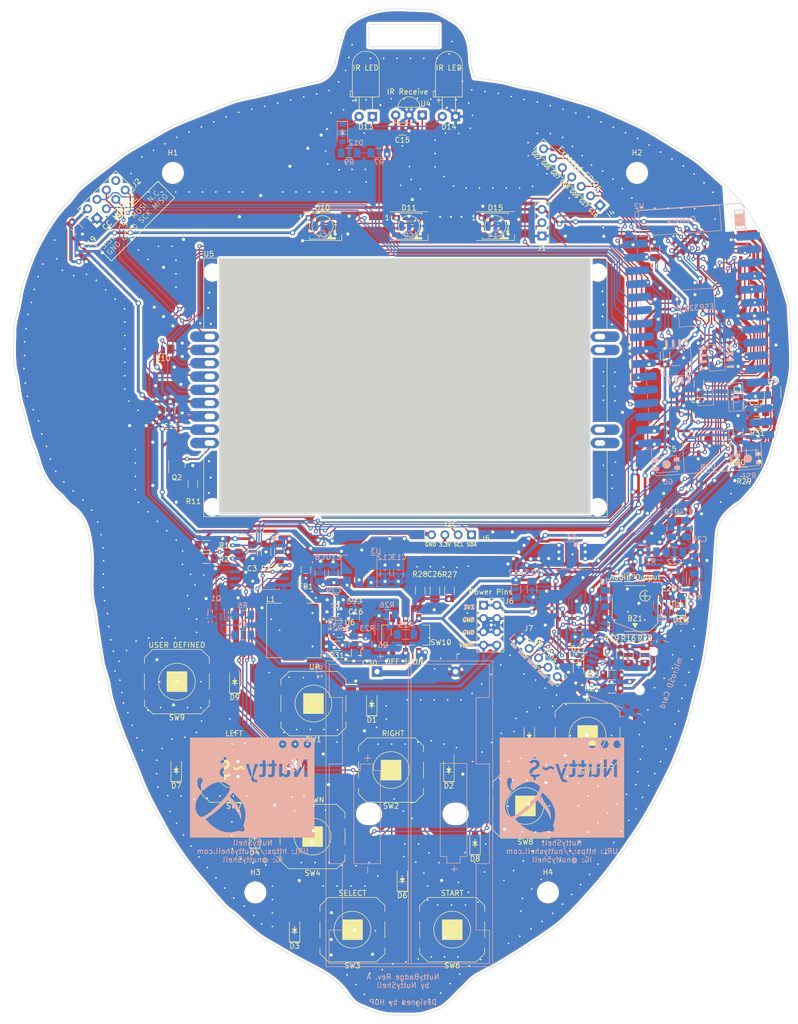
<source format=kicad_pcb>
(kicad_pcb (version 20211014) (generator pcbnew)
  (layers (0 "F.Cu" signal) (31 "B.Cu" signal) (34 "B.Paste" user) (35 "F.Paste" user) (36 "B.SilkS" user "B.Silkscreen") (37 "F.SilkS" user "F.Silkscreen") (38 "B.Mask" user) (39 "F.Mask" user) (44 "Edge.Cuts" user))
  (net 0 "")
  (net 1 "Net-(BT1-Pad1)")
  (net 2 "GND")
  (net 3 "+3.3V")
  (net 4 "Net-(BZ1-Pad2)")
  (net 5 "ESP+3V3")
  (net 6 "VBUS")
  (net 7 "Net-(C10-Pad2)")
  (net 8 "Net-(C20-Pad2)")
  (net 9 "Net-(C22-Pad1)")
  (net 10 "Net-(C23-Pad2)")
  (net 11 "+BATT")
  (net 12 "/BATT_ADC")
  (net 13 "/BTN_ROW0")
  (net 14 "Net-(D1-Pad2)")
  (net 15 "/BTN_ROW1")
  (net 16 "Net-(D2-Pad2)")
  (net 17 "/BTN_ROW2")
  (net 18 "Net-(D3-Pad2)")
  (net 19 "Net-(D4-Pad2)")
  (net 20 "Net-(D5-Pad2)")
  (net 21 "Net-(D6-Pad2)")
  (net 22 "Net-(D7-Pad2)")
  (net 23 "Net-(D8-Pad2)")
  (net 24 "Net-(D9-Pad2)")
  (net 25 "Net-(D10-Pad2)")
  (net 26 "/RGB_DATA")
  (net 27 "Net-(D11-Pad2)")
  (net 28 "Net-(D12-Pad1)")
  (net 29 "Net-(D12-Pad2)")
  (net 30 "Net-(D13-Pad1)")
  (net 31 "Net-(D15-Pad2)")
  (net 32 "/CCMOD_GDO0")
  (net 33 "/FSPI_CS1")
  (net 34 "/FSPI_SCK")
  (net 35 "/FSPI_MOSI")
  (net 36 "/FSPI_MISO")
  (net 38 "Net-(J3-Pad1)")
  (net 39 "Net-(J3-Pad2)")
  (net 40 "/SD_CMD")
  (net 41 "/SD_CLK")
  (net 42 "/SD_DAT0")
  (net 43 "Net-(J3-Pad8)")
  (net 44 "/SD_CD")
  (net 45 "/I2C_SDA")
  (net 46 "/I2C_SCL")
  (net 47 "/~{GPIO_INT}")
  (net 48 "/LCD_BL_PWM")
  (net 49 "/IR_RX")
  (net 50 "/LCD_A0")
  (net 51 "/FSPI_CS0")
  (net 52 "/AUDIO_OUT")
  (net 53 "/IR_TX_SDCD")
  (net 54 "Net-(L1-Pad1)")
  (net 55 "Net-(L1-Pad2)")
  (net 56 "Net-(Q1-Pad1)")
  (net 57 "/VBUS_DETECT")
  (net 58 "Net-(Q2-Pad1)")
  (net 59 "Net-(Q2-Pad3)")
  (net 60 "Net-(Q3-Pad4)")
  (net 61 "Net-(C16-Pad2)")
  (net 62 "Net-(Q6-Pad1)")
  (net 63 "Net-(Q6-Pad3)")
  (net 64 "/LCD_RST")
  (net 65 "/BTN_COL0")
  (net 66 "/BTN_COL1")
  (net 67 "/BTN_COL2")
  (net 75 "Net-(C32-Pad2)")
  (net 76 "Net-(C17-Pad2)")
  (net 77 "Net-(Q7-Pad1)")
  (net 78 "/ESP_RST")
  (net 79 "Net-(Q4-Pad3)")
  (footprint "Capacitor_SMD:C_1206_3216Metric_Pad1.33x1.80mm_HandSolder" (layer "F.Cu") (at 164.973 96.3676)
    (fp_text reference "C32")
    (fp_text value "10u")
  )
  (footprint "Resistor_SMD:R_1206_3216Metric_Pad1.30x1.75mm_HandSolder" (layer "F.Cu") (at 100.584 130.556 -90)
    (fp_text reference "R28")
    (fp_text value "10K")
  )
  (footprint "MountingHole:MountingHole_3.2mm_M3_ISO7380" (layer "F.Cu") (at 69.088 188.214)
    (fp_text reference "H3")
    (fp_text value "MountingHole")
  )
  (footprint "Custom:SW_Push_1P1T_NO_CK_PTS125Sx43PSMTR_NoHoles" (layer "F.Cu") (at 80.175 152.146)
    (fp_text reference "SW1")
    (fp_text value "BTN_UP")
  )
  (footprint "Resistor_SMD:R_1206_3216Metric_Pad1.30x1.75mm_HandSolder" (layer "F.Cu") (at 137.16 146.685 180)
    (fp_text reference "R15")
    (fp_text value "10K")
  )
  (footprint "Custom:SW_Push_1P1T_NO_CK_PTS125Sx43PSMTR_NoHoles" (layer "F.Cu") (at 80.01 177.546)
    (fp_text reference "SW4")
    (fp_text value "BTN_DOWN")
  )
  (footprint "Custom:D_SOD-123-BigDiodeSilkscreen" (layer "F.Cu") (at 91.313 152.273 90)
    (fp_text reference "D1")
    (fp_text value "1N4148W")
  )
  (footprint "Custom:SW_Push_1P1T_NO_CK_PTS125Sx43PSMTR_NoHoles" (layer "F.Cu") (at 65.024 164.846)
    (fp_text reference "SW7")
    (fp_text value "BTN_LEFT")
  )
  (footprint "Resistor_SMD:R_1206_3216Metric_Pad1.30x1.75mm_HandSolder" (layer "F.Cu") (at 140.335 142.875 90)
    (fp_text reference "R16")
    (fp_text value "10K")
  )
  (footprint "Capacitor_SMD:C_1206_3216Metric_Pad1.33x1.80mm_HandSolder" (layer "F.Cu") (at 68.58 123.19 -90)
    (fp_text reference "C3")
    (fp_text value "100n")
  )
  (footprint "Capacitor_SMD:C_1206_3216Metric_Pad1.33x1.80mm_HandSolder" (layer "F.Cu") (at 161.29 100.33 90)
    (fp_text reference "C2")
    (fp_text value "100n")
  )
  (footprint "Connector_PinHeader_2.54mm:PinHeader_1x05_P2.54mm_Vertical" (layer "F.Cu") (at 119.576033 139.819833 45)
    (fp_text reference "J7")
    (fp_text value "Expose_SDPins")
  )
  (footprint "Connector_PinHeader_2.54mm:PinHeader_1x07_P2.54mm_Vertical" (layer "F.Cu") (at 134.902754 56.975554 -135)
    (fp_text reference "J4")
    (fp_text value "Expose_GPIOs")
  )
  (footprint "Custom:D_SOD-123-BigDiodeSilkscreen" (layer "F.Cu") (at 65.151 147.955 90)
    (fp_text reference "D9")
    (fp_text value "1N4148W")
  )
  (footprint "Capacitor_SMD:C_1206_3216Metric_Pad1.33x1.80mm_HandSolder" (layer "F.Cu") (at 84.6328 141.1224 180)
    (fp_text reference "C31")
    (fp_text value "100n")
  )
  (footprint "Capacitor_SMD:C_1206_3216Metric_Pad1.33x1.80mm_HandSolder" (layer "F.Cu") (at 103.378 130.5685 90)
    (fp_text reference "C26")
    (fp_text value "100n")
  )
  (footprint "OptoDevice:Vishay_MINICAST-3Pin" (layer "F.Cu") (at 100.965 39.76 180)
    (fp_text reference "U4")
    (fp_text value "IRM-3638T")
  )
  (footprint "Custom:PinSocket_2x04_P2.54mm_Vertical_PinNumberFlipped" (layer "F.Cu") (at 37.040827 57.654838 135)
    (fp_text reference "J2")
    (fp_text value "CC_MODULE")
  )
  (footprint "Custom:D_SOD-123-BigDiodeSilkscreen" (layer "F.Cu") (at 111.0488 178.7906 90)
    (fp_text reference "D8")
    (fp_text value "1N4148W")
  )
  (footprint "Resistor_SMD:R_1206_3216Metric_Pad1.30x1.75mm_HandSolder" (layer "F.Cu") (at 71.12 123.19 -90)
    (fp_text reference "R3")
    (fp_text value "10K")
  )
  (footprint "Resistor_SMD:R_1206_3216Metric_Pad1.30x1.75mm_HandSolder" (layer "F.Cu") (at 163.7538 104.2664 90)
    (fp_text reference "R30")
    (fp_text value "3K")
  )
  (footprint "Custom:D_SOD-123-BigDiodeSilkscreen" (layer "F.Cu") (at 68.961 177.546 90)
    (fp_text reference "D4")
    (fp_text value "1N4148W")
  )
  (footprint "Custom:D_SOD-123-BigDiodeSilkscreen" (layer "F.Cu") (at 97.155 185.801 90)
    (fp_text reference "D6")
    (fp_text value "1N4148W")
  )
  (footprint "Custom:LED_WS2812B_PLCC4_5.0x5.0mm_P3.2mm-TriangleSilkscreen" (layer "F.Cu") (at 98.425 60.96)
    (fp_text reference "D11")
    (fp_text value "WS2812B")
  )
  (footprint "Resistor_SMD:R_1206_3216Metric_Pad1.30x1.75mm_HandSolder" (layer "F.Cu") (at 59.69 121.92)
    (fp_text reference "R1")
    (fp_text value "10K")
  )
  (footprint "Resistor_SMD:R_1206_3216Metric_Pad1.30x1.75mm_HandSolder" (layer "F.Cu") (at 164.9476 98.679 180)
    (fp_text reference "R31")
    (fp_text value "10K")
  )
  (footprint "Resistor_SMD:R_1206_3216Metric_Pad1.30x1.75mm_HandSolder" (layer "F.Cu") (at 73.66 123.19 -90)
    (fp_text reference "R4")
    (fp_text value "10K")
  )
  (footprint "Capacitor_SMD:C_1206_3216Metric_Pad1.33x1.80mm_HandSolder" (layer "F.Cu") (at 161.29 95.25 90)
    (fp_text reference "C1")
    (fp_text value "100n")
  )
  (footprint "Custom:SW_Push_1P1T_NO_CK_PTS125Sx43PSMTR_NoHoles" (layer "F.Cu") (at 54.102 147.955)
    (fp_text reference "SW9")
    (fp_text value "BTN_USRDEF")
  )
  (footprint "MountingHole:MountingHole_3.2mm_M3_ISO7380" (layer "F.Cu") (at 124.968 188.214)
    (fp_text reference "H4")
    (fp_text value "MountingHole")
  )
  (footprint "Resistor_SMD:R_1206_3216Metric_Pad1.30x1.75mm_HandSolder" (layer "F.Cu") (at 162.4076 107.8992 180)
    (fp_text reference "R29")
    (fp_text value "10K")
  )
  (footprint "Custom:SW_Push_1P1T_NO_CK_PTS125Sx43PSMTR_NoHoles" (layer "F.Cu") (at 120.65 171.704)
    (fp_text reference "SW8")
    (fp_text value "BTN_B")
  )
  (footprint "Custom:LED_WS2812B_PLCC4_5.0x5.0mm_P3.2mm-TriangleSilkscreen" (layer "F.Cu") (at 81.915 60.96)
    (fp_text reference "D10")
    (fp_text value "WS2812B")
  )
  (footprint "Capacitor_SMD:C_1206_3216Metric_Pad1.33x1.80mm_HandSolder" (layer "F.Cu") (at 147.32 85.725 -90)
    (fp_text reference "C7")
    (fp_text value "100n")
  )
  (footprint "Connector_PinSocket_2.54mm:PinSocket_1x04_P2.54mm_Vertical" (layer "F.Cu") (at 110.363 119.9134 -90)
    (fp_text reference "J5")
    (fp_text value "I2C_Pins")
  )
  (footprint "Custom:D_SOD-123-BigDiodeSilkscreen" (layer "F.Cu") (at 130.81 144.6022 -90)
    (fp_text reference "D17")
    (fp_text value "PMEG2005EGW")
  )
  (footprint "Resistor_SMD:R_1206_3216Metric_Pad1.30x1.75mm_HandSolder" (layer "F.Cu") (at 51.435 84.455)
    (fp_text reference "R10")
    (fp_text value "10K")
  )
  (footprint "LED_THT:LED_D5.0mm_Horizontal_O3.81mm_Z3.0mm" (layer "F.Cu") (at 107.32 40.04 180)
    (fp_text reference "D14")
    (fp_text value "940nmIR_5mmLED")
  )
  (footprint "Capacitor_SMD:C_1206_3216Metric_Pad1.33x1.80mm_HandSolder" (layer "F.Cu") (at 147.8788 133.2484 -90)
    (fp_text reference "C28")
    (fp_text value "100n")
  )
  (footprint "Capacitor_SMD:C_1206_3216Metric_Pad1.33x1.80mm_HandSolder" (layer "F.Cu") (at 153.797 91.059 90)
    (fp_text reference "C27")
    (fp_text value "100n")
  )
  (footprint "Resistor_SMD:R_1206_3216Metric_Pad1.30x1.75mm_HandSolder" (layer "F.Cu") (at 106.172 130.556 90)
    (fp_text reference "R27")
    (fp_text value "10K")
  )
  (footprint "Resistor_SMD:R_1206_3216Metric_Pad1.30x1.75mm_HandSolder" (layer "F.Cu") (at 143.51 142.875 90)
    (fp_text reference "R20")
    (fp_text value "10K")
  )
  (footprint "Capacitor_SMD:C_1206_3216Metric_Pad1.33x1.80mm_HandSolder" (layer "F.Cu") (at 84.328 132.207 180)
    (fp_text reference "C21")
    (fp_text value "100n")
  )
  (footprint "Buzzer_Beeper:MagneticBuzzer_Kobitone_254-EMB84Q-RO" (layer "F.Cu") (at 141.605 133.985 -90)
    (fp_text reference "BZ1")
    (fp_text value "8530_SMDPassiveBuzzer")
  )
  (footprint "MountingHole:MountingHole_3.2mm_M3_ISO7380" (layer "F.Cu") (at 53.34 50.8)
    (fp_text reference "H1")
    (fp_text value "MountingHole")
  )
  (footprint "Resistor_SMD:R_1206_3216Metric_Pad1.30x1.75mm_HandSolder" (layer "F.Cu") (at 59.69 124.46)
    (fp_text reference "R2")
    (fp_text value "10K")
  )
  (footprint "Capacitor_SMD:C_1206_3216Metric_Pad1.33x1.80mm_HandSolder" (layer "F.Cu") (at 52.832 96.012 90)
    (fp_text reference "C11")
    (fp_text value "100n")
  )
  (footprint "Capacitor_SMD:C_1206_3216Metric_Pad1.33x1.80mm_HandSolder" (layer "F.Cu") (at 148.59 100.33 90)
    (fp_text reference "C5")
    (fp_text value "100n")
  )
  (footprint "Package_TO_SOT_SMD:SOT-23" (layer "F.Cu") (at 167.894 93.2688 -90)
    (fp_text reference "Q7")
    (fp_text value "MMBT3904")
  )
  (footprint "Resistor_SMD:R_1206_3216Metric_Pad1.30x1.75mm_HandSolder" (layer "F.Cu") (at 137.16 149.225 180)
    (fp_text reference "R21")
    (fp_text value "10K")
  )
  (footprint "Capacitor_SMD:C_1206_3216Metric_Pad1.33x1.80mm_HandSolder" (layer "F.Cu") (at 35.052 61.468 -45)
    (fp_text reference "C19")
    (fp_text value "100n")
  )
  (footprint "Custom:PinSocket_2x04_P2.54mm_Vertical_PinNumberFlipped" (layer "F.Cu") (at 115.209 133.36)
    (fp_text reference "J6")
    (fp_text value "Power_Pins")
  )
  (footprint "Inductor_SMD:L_Wuerth_HCI-1040" (layer "F.Cu") (at 76.454 138.176 -90)
    (fp_text reference "L1")
    (fp_text value "2.2uH")
  )
  (footprint "Custom:SW_Push_1P1T_NO_CK_PTS125Sx43PSMTR_NoHoles" (layer "F.Cu") (at 132.5372 158.242)
    (fp_text reference "SW5")
    (fp_text value "BTN_A")
  )
  (footprint "Connector_PinHeader_2.54mm:PinHeader_1x03_P2.54mm_Vertical" (layer "F.Cu") (at 123.825 62.85 180)
    (fp_text reference "J1")
    (fp_text value "RGB_OUT")
  )
  (footprint "Capacitor_SMD:C_1206_3216Metric_Pad1.33x1.80mm_HandSolder" (layer "F.Cu") (at 84.328 134.62 180)
    (fp_text reference "C16")
    (fp_text value "10u")
  )
  (footprint "Inductor_SMD:L_1206_3216Metric_Pad1.42x1.75mm_HandSolder" (layer "F.Cu") (at 78.74 126.6079 -90)
    (fp_text reference "FB1")
    (fp_text value "0R")
  )
  (footprint "Custom:SW_Push_1P1T_NO_CK_PTS125Sx43PSMTR_NoHoles" (layer "F.Cu") (at 94.996 164.846)
    (fp_text reference "SW2")
    (fp_text value "BTN_RIGHT")
  )
  (footprint "Resistor_SMD:R_1206_3216Metric_Pad1.30x1.75mm_HandSolder" (layer "F.Cu") (at 137.16 142.875 -90)
    (fp_text reference "R19")
    (fp_text value "10K")
  )
  (footprint "Custom:D_SOD-123-BigDiodeSilkscreen" (layer "F.Cu") (at 121.412 158.369 90)
    (fp_text reference "D5")
    (fp_text value "1N4148W")
  )
  (footprint "Capacitor_SMD:C_1206_3216Metric_Pad1.33x1.80mm_HandSolder" (layer "F.Cu") (at 97.155 42.672 180)
    (fp_text reference "C15")
    (fp_text value "100n")
  )
  (footprint "Custom:D_SOD-123-BigDiodeSilkscreen" (layer "F.Cu") (at 106.045 164.846 90)
    (fp_text reference "D2")
    (fp_text value "1N4148W")
  )
  (footprint "LED_THT:LED_D5.0mm_Horizontal_O3.81mm_Z3.0mm" (layer "F.Cu") (at 91.445 40.04 180)
    (fp_text reference "D13")
    (fp_text value "940nmIR_5mmLED")
  )
  (footprint "Package_TO_SOT_SMD:SOT-23" (layer "F.Cu") (at 54.102 106.426 90)
    (fp_text reference "Q2")
    (fp_text value "MMBT3904")
  )
  (footprint "Custom:SW_DPDT_Power_Switch" (layer "F.Cu") (at 97.79 139.065)
    (fp_text reference "SW10")
    (fp_text value "SW_DPDT_x2")
  )
  (footprint "Custom:SW_Push_1P1T_NO_CK_PTS125Sx43PSMTR_NoHoles" (layer "F.Cu") (at 106.68 195.326)
    (fp_text reference "SW6")
    (fp_text value "BTN_START")
  )
  (footprint "Capacitor_SMD:C_1206_3216Metric_Pad1.33x1.80mm_HandSolder" (layer "F.Cu") (at 145.415 65.405 -90)
    (fp_text reference "C6")
    (fp_text value "100n")
  )
  (footprint "Custom:GM12864T-5D" (layer "F.Cu") (at 97.79 92.456)
    (fp_text reference "U5")
    (fp_text value "GM12864T-5D_SPILCD")
    (fp_rect (start -35.52 -25.24) (end 35.23 23.32) (layer "Edge.Cuts") (width 0.2) (fill solid))
  )
  (footprint "Custom:LED_WS2812B_PLCC4_5.0x5.0mm_P3.2mm-TriangleSilkscreen" (layer "F.Cu") (at 114.935 60.96)
    (fp_text reference "D15")
    (fp_text value "WS2812B")
  )
  (footprint "Custom:SW_Push_1P1T_NO_CK_PTS125Sx43PSMTR_NoHoles" (layer "F.Cu") (at 87.63 195.326)
    (fp_text reference "SW3")
    (fp_text value "BTN_SELECT")
  )
  (footprint "Custom:D_SOD-123-BigDiodeSilkscreen" (layer "F.Cu") (at 150.2664 133.1204 90)
    (fp_text reference "D16")
    (fp_text value "1N4148W")
  )
  (footprint "Resistor_SMD:R_1206_3216Metric_Pad1.30x1.75mm_HandSolder" (layer "F.Cu") (at 57.15 110.236 90)
    (fp_text reference "R11")
    (fp_text value "1K")
  )
  (footprint "Capacitor_SMD:C_1206_3216Metric_Pad1.33x1.80mm_HandSolder" (layer "F.Cu") (at 88.3412 142.4555 -90)
    (fp_text reference "C30")
    (fp_text value "47u")
  )
  (footprint "MountingHole:MountingHole_3.2mm_M3_ISO7380" (layer "F.Cu") (at 141.986 50.8)
    (fp_text reference "H2")
    (fp_text value "MountingHole")
  )
  (footprint "Custom:D_SOD-123-BigDiodeSilkscreen" (layer "F.Cu") (at 53.975 164.846 90)
    (fp_text reference "D7")
    (fp_text value "1N4148W")
  )
  (footprint "Custom:D_SOD-123-BigDiodeSilkscreen" (layer "F.Cu") (at 76.581 195.453 90)
    (fp_text reference "D3")
    (fp_text value "1N4148W")
  )
  (footprint "Custom:Texas_DRC0010J_ThermalVias_LargeHoles" (layer "F.Cu") (at 84.074 137.922)
    (fp_text reference "U6")
    (fp_text value "TPS63001")
  )
  (footprint "Capacitor_SMD:C_1206_3216Metric_Pad1.33x1.80mm_HandSolder" (layer "B.Cu") (at 93.853 127.254 90)
    (fp_text reference "C12")
    (fp_text value "100n")
  )
  (footprint "Package_TO_SOT_SMD:SOT-223-3_TabPin2" (layer "B.Cu") (at 88.9 125.73 90)
    (fp_text reference "U3")
    (fp_text value "AMS1117-3.3")
  )
  (footprint "Custom:D_SOD-123-BigDiodeSilkscreen" (layer "B.Cu") (at 85.725 43.18 -90)
    (fp_text reference "D12")
    (fp_text value "PMEG2005EGW")
  )
  (footprint "Capacitor_SMD:C_1206_3216Metric_Pad1.33x1.80mm_HandSolder" (layer "B.Cu") (at 84.328 134.62 180)
    (fp_text reference "C18")
    (fp_text value "10u")
  )
  (footprint "Resistor_SMD:R_1206_3216Metric_Pad1.30x1.75mm_HandSolder" (layer "B.Cu") (at 66.675 135.255 180)
    (fp_text reference "R6")
    (fp_text value "2K2")
  )
  (footprint "Resistor_SMD:R_1206_3216Metric_Pad1.30x1.75mm_HandSolder" (layer "B.Cu") (at 87.884 140.843 -90)
    (fp_text reference "R24")
    (fp_text value "100")
  )
  (footprint "Resistor_SMD:R_1206_3216Metric_Pad1.30x1.75mm_HandSolder" (layer "B.Cu") (at 92.71 46.99 180)
    (fp_text reference "R7")
    (fp_text value "10K")
  )
  (footprint "Resistor_SMD:R_1206_3216Metric_Pad1.30x1.75mm_HandSolder" (layer "B.Cu") (at 151.3586 118.745 -90)
    (fp_text reference "R14")
    (fp_text value "22")
  )
  (footprint "Package_TO_SOT_SMD:SOT-23" (layer "B.Cu") (at 61.595 134.62 90)
    (fp_text reference "Q1")
    (fp_text value "MMBT3904")
  )
  (footprint "Resistor_SMD:R_1206_3216Metric_Pad1.30x1.75mm_HandSolder" (layer "B.Cu") (at 118.872 130.302 -90)
    (fp_text reference "R12")
    (fp_text value "3K")
  )
  (footprint "Package_SO:SOIC-16W_7.5x10.3mm_P1.27mm" (layer "B.Cu") (at 69.85 125.095 180)
    (fp_text reference "U1")
    (fp_text value "PCF8574T")
  )
  (footprint "Resistor_SMD:R_1206_3216Metric_Pad1.30x1.75mm_HandSolder" (layer "B.Cu") (at 144.145 123.19)
    (fp_text reference "R17")
    (fp_text value "330")
  )
  (footprint "Resistor_SMD:R_1206_3216Metric_Pad1.30x1.75mm_HandSolder" (layer "B.Cu") (at 121.92 130.302 -90)
    (fp_text reference "R13")
    (fp_text value "1K")
  )
  (footprint "Capacitor_SMD:C_1206_3216Metric_Pad1.33x1.80mm_HandSolder" (layer "B.Cu") (at 130.175 140.97 -90)
    (fp_text reference "C17")
    (fp_text value "100n")
  )
  (footprint "Capacitor_SMD:C_1206_3216Metric_Pad1.33x1.80mm_HandSolder" (layer "B.Cu") (at 152.8572 123.7996 90)
    (fp_text reference "C20")
    (fp_text value "10n")
  )
  (footprint "Capacitor_SMD:C_1206_3216Metric_Pad1.33x1.80mm_HandSolder" (layer "B.Cu") (at 150.495 133.35 90)
    (fp_text reference "C25")
    (fp_text value "NC")
  )
  (footprint "Resistor_SMD:R_1206_3216Metric_Pad1.30x1.75mm_HandSolder" (layer "B.Cu") (at 86.995 46.99 180)
    (fp_text reference "R9")
    (fp_text value "10R")
  )
  (footprint "Capacitor_SMD:C_1206_3216Metric_Pad1.33x1.80mm_HandSolder" (layer "B.Cu") (at 81.407 127.254 -90)
    (fp_text reference "C8")
    (fp_text value "10u")
  )
  (footprint "Resistor_SMD:R_1206_3216Metric_Pad1.30x1.75mm_HandSolder" (layer "B.Cu") (at 66.675 139.065 180)
    (fp_text reference "R5")
    (fp_text value "10K")
  )
  (footprint "Package_TO_SOT_SMD:SOT-23" (layer "B.Cu") (at 146.685 133.35 90)
    (fp_text reference "Q5")
    (fp_text value "MMBT3904")
  )
  (footprint "Resistor_SMD:R_1206_3216Metric_Pad1.30x1.75mm_HandSolder" (layer "B.Cu") (at 94.234 135.128 180)
    (fp_text reference "R26")
    (fp_text value "2K2")
  )
  (footprint "Capacitor_SMD:C_1206_3216Metric_Pad1.33x1.80mm_HandSolder" (layer "B.Cu") (at 84.328 132.2832 180)
    (fp_text reference "C29")
    (fp_text value "47u")
  )
  (footprint "Resistor_SMD:R_1206_3216Metric_Pad1.30x1.75mm_HandSolder" (layer "B.Cu") (at 90.424 140.843 -90)
    (fp_text reference "R23")
    (fp_text value "1K")
  )
  (footprint "Resistor_SMD:R_1206_3216Metric_Pad1.30x1.75mm_HandSolder" (layer "B.Cu") (at 148.59 118.745 90)
    (fp_text reference "R18")
    (fp_text value "1K")
  )
  (footprint "Package_TO_SOT_SMD:SOT-23" (layer "B.Cu") (at 149.86 127.635 90)
    (fp_text reference "Q4")
    (fp_text value "MMBT3904")
  )
  (footprint "Capacitor_SMD:C_1206_3216Metric_Pad1.33x1.80mm_HandSolder" (layer "B.Cu") (at 81.915 60.96)
    (fp_text reference "C4")
    (fp_text value "100n")
  )
  (footprint "Capacitor_SMD:C_1206_3216Metric_Pad1.33x1.80mm_HandSolder" (layer "B.Cu") (at 88.011 135.763 -90)
    (fp_text reference "C23")
    (fp_text value "10u")
  )
  (footprint "Capacitor_SMD:C_1206_3216Metric_Pad1.33x1.80mm_HandSolder" (layer "B.Cu") (at 96.393 127.254 90)
    (fp_text reference "C13")
    (fp_text value "10u")
  )
  (footprint "Custom:Conn_uSDcard" (layer "B.Cu") (at 143.51 146.685 -110)
    (fp_text reference "J3")
    (fp_text value "Micro_SD_Card_Det" hide)
  )
  (footprint "Capacitor_SMD:C_1206_3216Metric_Pad1.33x1.80mm_HandSolder" (layer "B.Cu") (at 114.935 60.96)
    (fp_text reference "C14")
    (fp_text value "100n")
  )
  (footprint "Package_TO_SOT_SMD:SOT-23" (layer "B.Cu") (at 93.472 138.43 -90)
    (fp_text reference "Q6")
    (fp_text value "MMBT3904")
  )
  (footprint "Resistor_SMD:R_1206_3216Metric_Pad1.30x1.75mm_HandSolder" (layer "B.Cu") (at 144.145 127.635)
    (fp_text reference "R22")
    (fp_text value "3K")
  )
  (footprint "Capacitor_SMD:C_1206_3216Metric_Pad1.33x1.80mm_HandSolder" (layer "B.Cu") (at 98.425 60.96)
    (fp_text reference "C9")
    (fp_text value "100n")
  )
  (footprint "Custom:Module_ESP32S3_LuatOS" (layer "B.Cu") (at 156.952949 75.27005 -176)
    (fp_text reference "U2")
    (fp_text value "LuatOS-ESP32S3-Module")
  )
  (footprint "Capacitor_SMD:C_1206_3216Metric_Pad1.33x1.80mm_HandSolder" (layer "B.Cu") (at 85.344 140.843 -90)
    (fp_text reference "C24")
    (fp_text value "10u")
  )
  (footprint "Resistor_SMD:R_1206_3216Metric_Pad1.30x1.75mm_HandSolder" (layer "B.Cu") (at 152.8826 128.8034 -90)
    (fp_text reference "R33")
    (fp_text value "NC")
  )
  (footprint "Resistor_SMD:R_1206_3216Metric_Pad1.30x1.75mm_HandSolder" (layer "B.Cu") (at 97.79 138.938 180)
    (fp_text reference "R25")
    (fp_text value "10K")
  )
  (footprint "Custom:BatteryHolder_2AA" (layer "B.Cu") (at 92.329 146.05 -90)
    (fp_text reference "BT1")
    (fp_text value "AA_Battery")
  )
  (footprint "Capacitor_SMD:C_1206_3216Metric_Pad1.33x1.80mm_HandSolder" (layer "B.Cu") (at 83.947 127.254 -90)
    (fp_text reference "C10")
    (fp_text value "100n")
  )
  (footprint "Capacitor_SMD:C_1206_3216Metric_Pad1.33x1.80mm_HandSolder" (layer "B.Cu") (at 149.1488 123.2408)
    (fp_text reference "C22")
    (fp_text value "1u")
  )
  (footprint "Package_SO:SOIC-8_3.9x4.9mm_P1.27mm" (layer "B.Cu") (at 129.54 123.825 180)
    (fp_text reference "Q3")
    (fp_text value "IRF9321PbF")
  )
  (footprint "Resistor_SMD:R_1206_3216Metric_Pad1.30x1.75mm_HandSolder" (layer "B.Cu") (at 135.89 132.08 -90)
    (fp_text reference "R8")
    (fp_text value "2K2")
  )
  (gr_circle (center 72.6186 120.5484) (end 72.9996 120.5484) (layer "B.SilkS") (width 0.15) (fill solid))
  (gr_poly (pts (xy 56.60832 177.75145) (xy 80.38554 177.75145) (xy 80.38554 173.380534) (xy 67.191653 173.380534) (xy 67.187918 173.593779) (xy 67.183141 173.69629) (xy 67.176329 173.796647) (xy 67.167408 173.895287) (xy 67.156306 173.992652) (xy 67.142951 174.089179) (xy 67.12727 174.185308) (xy 67.109192 174.281479) (xy 67.088644 174.37813) (xy 67.065553 174.475701) (xy 67.039848 174.574631) (xy 66.980303 174.778326) (xy 66.909431 174.992728) (xy 66.885864 175.06148) (xy 66.865429 175.125199) (xy 66.848116 175.184391) (xy 66.833913 175.239562) (xy 66.822811 175.29122) (xy 66.814799 175.33987) (xy 66.809867 175.386019) (xy 66.808005 175.430173) (xy 66.809202 175.472838) (xy 66.813448 175.514522) (xy 66.820733 175.555731) (xy 66.831046 175.59697) (xy 66.844377 175.638747) (xy 66.860715 175.681568) (xy 66.880051 175.725939) (xy 66.902373 175.772366) (xy 66.927396 175.821908) (xy 66.949592 175.867568) (xy 66.969029 175.909684) (xy 66.985773 175.94859) (xy 66.999892 175.984623) (xy 67.011453 176.018119) (xy 67.020523 176.049414) (xy 67.024145 176.06434) (xy 67.027169 176.078842) (xy 67.029605 176.092962) (xy 67.03146 176.106742) (xy 67.032742 176.120222) (xy 67.03346 176.133447) (xy 67.033623 176.146457) (xy 67.033239 176.159295) (xy 67.032316 176.172002) (xy 67.030863 176.18462) (xy 67.028888 176.197192) (xy 67.026399 176.20976) (xy 67.019915 176.23505) (xy 67.011477 176.260825) (xy 67.001153 176.287422) (xy 66.976642 176.340846) (xy 66.950585 176.388715) (xy 66.922762 176.431096) (xy 66.908118 176.450249) (xy 66.892949 176.468056) (xy 66.877227 176.484524) (xy 66.860924 176.499662) (xy 66.844013 176.513478) (xy 66.826465 176.525982) (xy 66.808253 176.53718) (xy 66.78935 176.547082) (xy 66.769727 176.555696) (xy 66.749357 176.56303) (xy 66.728211 176.569093) (xy 66.706263 176.573894) (xy 66.683484 176.577439) (xy 66.659846 176.579739) (xy 66.635322 176.580801) (xy 66.609884 176.580634) (xy 66.556155 176.576645) (xy 66.498437 176.567841) (xy 66.436507 176.554287) (xy 66.370143 176.536051) (xy 66.299123 176.5132) (xy 66.181708 176.475545) (xy 66.127762 176.461459) (xy 66.074834 176.450748) (xy 66.021307 176.443571) (xy 65.965563 176.440088) (xy 65.905984 176.440461) (xy 65.840954 176.44485) (xy 65.768854 176.453413) (xy 65.688068 176.466313) (xy 65.596977 176.483708) (xy 65.493964 176.505759) (xy 65.245703 176.564471) (xy 64.930346 176.643729) (xy 64.832405 176.66659) (xy 64.731874 176.686227) (xy 64.628977 176.702639) (xy 64.523936 176.715827) (xy 64.416971 176.72579) (xy 64.308307 176.732529) (xy 64.198165 176.736043) (xy 64.086767 176.736332) (xy 63.974335 176.733397) (xy 63.861092 176.727237) (xy 63.74726 176.717852) (xy 63.633061 176.705243) (xy 63.518718 176.68941) (xy 63.404452 176.670352) (xy 63.290485 176.648069) (xy 63.177041 176.622562) (xy 63.081777 176.59888) (xy 62.983123 176.573338) (xy 62.883973 176.546721) (xy 62.787221 176.519815) (xy 62.695761 176.493404) (xy 62.612486 176.468276) (xy 62.540291 176.445215) (xy 62.482069 176.425006) (xy 62.391801 176.389779) (xy 62.298521 176.350392) (xy 62.202605 176.307067) (xy 62.104431 176.260027) (xy 61.902817 176.155688) (xy 61.696697 176.039155) (xy 61.489089 175.912203) (xy 61.28301 175.776611) (xy 61.081479 175.634156) (xy 60.887513 175.486617) (xy 60.81267 175.425576) (xy 60.72715 175.352341) (xy 60.53264 175.177716) (xy 60.321098 174.979609) (xy 60.109638 174.774887) (xy 59.915377 174.580419) (xy 59.755428 174.41307) (xy 59.69367 174.344836) (xy 59.646908 174.289708) (xy 59.617282 174.249793) (xy 59.609564 174.2362) (xy 59.606931 174.2272) (xy 59.608854 174.22052) (xy 59.613222 174.212456) (xy 59.619914 174.203109) (xy 59.628814 174.192584) (xy 59.639801 174.180985) (xy 59.652757 174.168414) (xy 59.667563 174.154974) (xy 59.6841 174.14077) (xy 59.721893 174.110481) (xy 59.765184 174.078372) (xy 59.813023 174.045271) (xy 59.864458 174.012006) (xy 60.101598 173.859547) (xy 60.37119 173.675379) (xy 60.661371 173.468473) (xy 60.960274 173.247801) (xy 61.256035 173.022333) (xy 61.53679 172.801041) (xy 61.790673 172.592895) (xy 62.005819 172.406866) (xy 62.163274 172.263647) (xy 62.323539 172.114392) (xy 62.486782 171.959018) (xy 62.653166 171.797443) (xy 62.822857 171.629585) (xy 62.996022 171.455359) (xy 63.353429 171.087477) (xy 63.399901 171.038728) (xy 63.445241 170.991835) (xy 63.489228 170.946998) (xy 63.531638 170.904419) (xy 63.57225 170.8643) (xy 63.610841 170.826842) (xy 63.647189 170.792248) (xy 63.681073 170.760717) (xy 63.712269 170.732453) (xy 63.740556 170.707656) (xy 63.765711 170.686528) (xy 63.787513 170.669271) (xy 63.805738 170.656086) (xy 63.820165 170.647174) (xy 63.825885 170.644384) (xy 63.830572 170.642738) (xy 63.834198 170.642261) (xy 63.836736 170.642979) (xy 63.893863 170.698734) (xy 64.011967 170.827084) (xy 64.365461 171.226825) (xy 64.765919 171.692712) (xy 64.942728 171.903744) (xy 65.082041 172.075255) (xy 65.195419 172.219274) (xy 65.307102 172.366848) (xy 65.415726 172.515911) (xy 65.519927 172.664395) (xy 65.618339 172.810233) (xy 65.7096 172.951358) (xy 65.792344 173.085702) (xy 65.865208 173.2112) (xy 65.895383 173.267376) (xy 65.927357 173.330538) (xy 65.994633 173.472697) (xy 66.062901 173.627423) (xy 66.128027 173.784464) (xy 66.185877 173.933568) (xy 66.232317 174.064482) (xy 66.249966 174.119913) (xy 66.263213 174.166953) (xy 66.27154 174.204318) (xy 66.27443 174.230728) (xy 66.275774 174.256585) (xy 66.278399 174.274867) (xy 66.282182 174.285934) (xy 66.284468 174.288876) (xy 66.286998 174.29015) (xy 66.289755 174.2898) (xy 66.292723 174.287874) (xy 66.299235 174.27947) (xy 66.306407 174.265298) (xy 66.314117 174.245721) (xy 66.322241 174.221101) (xy 66.330654 174.191799) (xy 66.347852 174.120595) (xy 66.364719 174.035005) (xy 66.380264 173.937923) (xy 66.393382 173.799775) (xy 66.394588 173.653117) (xy 66.384209 173.498779) (xy 66.362569 173.337594) (xy 66.329995 173.170394) (xy 66.286812 172.998011) (xy 66.233345 172.821277) (xy 66.16992 172.641024) (xy 66.096862 172.458083) (xy 66.014498 172.273287) (xy 65.923152 172.087468) (xy 65.82315 171.901458) (xy 65.714819 171.716089) (xy 65.598482 171.532192) (xy 65.474467 171.3506) (xy 65.343098 171.172145) (xy 65.299441 171.116086) (xy 65.261076 171.067634) (xy 65.245118 171.047811) (xy 65.231972 171.03175) (xy 65.222133 171.020071) (xy 65.216097 171.013395) (xy 65.194709 170.989472) (xy 65.150832 170.93843) (xy 65.091081 170.867543) (xy 65.02207 170.78409) (xy 64.929905 170.67776) (xy 64.811283 170.544642) (xy 64.680756 170.401601) (xy 64.615575 170.331631) (xy 64.552874 170.265506) (xy 64.494866 170.202743) (xy 64.440702 170.14242) (xy 64.391582 170.085982) (xy 64.348704 170.034878) (xy 64.329981 170.011778) (xy 64.313268 169.990553) (xy 64.298715 169.971385) (xy 64.286472 169.954455) (xy 64.276689 169.939944) (xy 64.269515 169.928031) (xy 64.265101 169.918899) (xy 64.263976 169.915432) (xy 64.263596 169.912728) (xy 64.264818 169.905814) (xy 64.268406 169.895778) (xy 64.274247 169.882808) (xy 64.282227 169.867088) (xy 64.304152 169.828145) (xy 64.33327 169.780437) (xy 64.368672 169.725453) (xy 64.409448 169.664682) (xy 64.454689 169.599611) (xy 64.503486 169.531728) (xy 64.527935 169.497692) (xy 64.552234 169.464494) (xy 64.576233 169.432308) (xy 64.599783 169.401311) (xy 64.622734 169.371678) (xy 64.644935 169.343585) (xy 64.666236 169.317207) (xy 64.686489 169.292721) (xy 64.705543 169.270302) (xy 64.723248 169.250126) (xy 64.739455 169.232369) (xy 64.754013 169.217205) (xy 64.766773 169.204812) (xy 64.777584 169.195364) (xy 64.782213 169.191799) (xy 64.786298 169.189037) (xy 64.789821 169.187099) (xy 64.792764 169.186007) (xy 64.80244 169.188355) (xy 64.818 169.197141) (xy 64.865338 169.232584) (xy 64.93191 169.289442) (xy 65.014848 169.364821) (xy 65.218349 169.559565) (xy 65.452898 169.793666) (xy 65.69555 170.043973) (xy 65.92336 170.287334) (xy 66.113385 170.500599) (xy 66.187058 170.588711) (xy 66.24268 170.660617) (xy 66.319318 170.767176) (xy 66.393099 170.875116) (xy 66.463976 170.984326) (xy 66.531902 171.094699) (xy 66.596831 171.206127) (xy 66.658716 171.3185) (xy 66.717511 171.43171) (xy 66.773169 171.545648) (xy 66.825644 171.660207) (xy 66.874889 171.775278) (xy 66.920858 171.890751) (xy 66.963504 172.00652) (xy 67.00278 172.122474) (xy 67.038641 172.238506) (xy 67.071039 172.354506) (xy 67.099929 172.470367) (xy 67.126154 172.583559) (xy 67.147004 172.686002) (xy 67.163058 172.783154) (xy 67.174895 172.88047) (xy 67.183095 172.98341) (xy 67.188235 173.097429) (xy 67.190895 173.227985) (xy 67.191653 173.380534) (xy 80.38554 173.380534) (xy 80.38554 168.197572) (xy 64.295076 168.197572) (xy 64.294699 168.241347) (xy 64.290704 168.287293) (xy 64.282999 168.335812) (xy 64.27149 168.387307) (xy 64.256086 168.442182) (xy 64.236692 168.50084) (xy 64.213215 168.563684) (xy 64.185563 168.631116) (xy 64.153643 168.703541) (xy 64.117361 168.78136) (xy 64.076624 168.864977) (xy 64.006365 169.002565) (xy 63.930111 169.140675) (xy 63.847243 169.280076) (xy 63.75714 169.42154) (xy 63.659182 169.565835) (xy 63.55275 169.713732) (xy 63.437222 169.866001) (xy 63.311979 170.023412) (xy 63.176401 170.186735) (xy 63.029867 170.356739) (xy 62.701453 170.719873) (xy 62.321775 171.118973) (xy 61.885874 171.560201) (xy 61.551301 171.889669) (xy 61.247898 172.179822) (xy 60.970458 172.435) (xy 60.839845 172.55083) (xy 60.71377 172.659544) (xy 60.591582 172.761685) (xy 60.472628 172.857795) (xy 60.356258 172.948418) (xy 60.24182 173.034095) (xy 60.128664 173.115369) (xy 60.016139 173.192783) (xy 59.903593 173.266879) (xy 59.790376 173.3382) (xy 59.680994 173.404333) (xy 59.573968 173.465097) (xy 59.469589 173.520414) (xy 59.368144 173.570207) (xy 59.269925 173.614398) (xy 59.175219 173.65291) (xy 59.084317 173.685665) (xy 58.997507 173.712586) (xy 58.915079 173.733595) (xy 58.837324 173.748614) (xy 58.764529 173.757567) (xy 58.730082 173.759745) (xy 58.696984 173.760376) (xy 58.665271 173.759452) (xy 58.634979 173.756963) (xy 58.606145 173.752899) (xy 58.578804 173.74725) (xy 58.552992 173.740007) (xy 58.528747 173.731161) (xy 58.506103 173.7207) (xy 58.485097 173.708617) (xy 58.457608 173.68982) (xy 58.428233 173.666724) (xy 58.397235 173.63966) (xy 58.364878 173.608957) (xy 58.331425 173.574947) (xy 58.29714 173.537961) (xy 58.262287 173.498328) (xy 58.227129 173.456381) (xy 58.191929 173.412449) (xy 58.156952 173.366864) (xy 58.12246 173.319955) (xy 58.088718 173.272055) (xy 58.055989 173.223493) (xy 58.024536 173.1746) (xy 57.994623 173.125707) (xy 57.966514 173.077145) (xy 57.917606 172.986313) (xy 57.872745 172.89503) (xy 57.831925 172.803262) (xy 57.795141 172.710972) (xy 57.762388 172.618124) (xy 57.73366 172.524682) (xy 57.708953 172.430609) (xy 57.688261 172.33587) (xy 57.671579 172.240428) (xy 57.658902 172.144247) (xy 57.650224 172.047291) (xy 57.645541 171.949523) (xy 57.644848 171.850908) (xy 57.648139 171.75141) (xy 57.655409 171.650991) (xy 57.666653 171.549617) (xy 57.683003 171.427506) (xy 57.701875 171.310582) (xy 57.723641 171.197917) (xy 57.748673 171.08858) (xy 57.777344 170.981641) (xy 57.810024 170.876169) (xy 57.847086 170.771235) (xy 57.888903 170.665908) (xy 57.935846 170.559259) (xy 57.988287 170.450356) (xy 58.046599 170.33827) (xy 58.111153 170.22207) (xy 58.182322 170.100827) (xy 58.260477 169.97361) (xy 58.439236 169.697534) (xy 58.862568 169.062534) (xy 58.870422 169.049196) (xy 58.876618 169.036689) (xy 58.880901 169.024606) (xy 58.882246 169.018596) (xy 58.883019 169.012539) (xy 58.883187 169.006383) (xy 58.882719 169.000079) (xy 58.881582 168.993574) (xy 58.879746 168.986818) (xy 58.877179 168.979759) (xy 58.873849 168.972347) (xy 58.864774 168.95626) (xy 58.852267 168.938146) (xy 58.836076 168.917599) (xy 58.815947 168.894209) (xy 58.791628 168.867569) (xy 58.762864 168.837271) (xy 58.729402 168.802905) (xy 58.647375 168.72034) (xy 58.56649 168.635621) (xy 58.49176 168.550593) (xy 58.423055 168.464944) (xy 58.360247 168.378366) (xy 58.303205 168.290547) (xy 58.251802 168.201177) (xy 58.205907 168.109948) (xy 58.165392 168.016548) (xy 58.130128 167.920668) (xy 58.099984 167.821997) (xy 58.074832 167.720225) (xy 58.054543 167.615043) (xy 58.038988 167.50614) (xy 58.028037 167.393207) (xy 58.021561 167.275932) (xy 58.019431 167.154007) (xy 58.02019 167.078678) (xy 58.022525 167.00861) (xy 58.026524 166.943523) (xy 58.032275 166.883139) (xy 58.039865 166.827179) (xy 58.044377 166.80077) (xy 58.049383 166.775363) (xy 58.054892 166.750922) (xy 58.060916 166.727412) (xy 58.067466 166.704799) (xy 58.074553 166.683048) (xy 58.082187 166.662123) (xy 58.09038 166.641991) (xy 58.099143 166.622615) (xy 58.108487 166.603962) (xy 58.118422 166.585996) (xy 58.12896 166.568683) (xy 58.140112 166.551987) (xy 58.151888 166.535873) (xy 58.1643 166.520308) (xy 58.177358 166.505255) (xy 58.191074 166.490681) (xy 58.205459 166.476549) (xy 58.220523 166.462826) (xy 58.236278 166.449476) (xy 58.252734 166.436464) (xy 58.269903 166.423756) (xy 58.282337 166.415126) (xy 58.294466 166.406469) (xy 58.306234 166.397843) (xy 58.317583 166.389305) (xy 58.328456 166.380912) (xy 58.338797 166.372721) (xy 58.348549 166.364787) (xy 58.357656 166.357169) (xy 58.366059 166.349923) (xy 58.373703 166.343106) (xy 58.38053 166.336775) (xy 58.386484 166.330987) (xy 58.391508 166.325797) (xy 58.395544 166.321265) (xy 58.398537 166.317445) (xy 58.399625 166.31582) (xy 58.40043 166.314395) (xy 58.402772 166.309681) (xy 58.405814 166.305457) (xy 58.409534 166.301716) (xy 58.413907 166.298451) (xy 58.41891 166.295657) (xy 58.424521 166.293327) (xy 58.430716 166.291454) (xy 58.437472 166.290031) (xy 58.452571 166.288514) (xy 58.469635 166.288722) (xy 58.488476 166.290605) (xy 58.508909 166.29411) (xy 58.530748 166.299187) (xy 58.553806 166.305782) (xy 58.577898 166.313846) (xy 58.602837 166.323325) (xy 58.628438 166.334168) (xy 58.654514 166.346324) (xy 58.680879 166.359741) (xy 58.707348 166.374368) (xy 58.766806 166.412038) (xy 58.81954 166.449842) (xy 58.843404 166.468889) (xy 58.865609 166.488081) (xy 58.886161 166.507457) (xy 58.905068 166.527054) (xy 58.922337 166.546909) (xy 58.937975 166.56706) (xy 58.951989 166.587544) (xy 58.964386 166.608399) (xy 58.975173 166.629663) (xy 58.984358 166.651372) (xy 58.991947 166.673564) (xy 58.997947 166.696277) (xy 59.002367 166.719548) (xy 59.005212 166.743414) (xy 59.006491 166.767914) (xy 59.006209 166.793084) (xy 59.004374 166.818962) (xy 59.000994 166.845585) (xy 58.996075 166.872992) (xy 58.989624 166.901219) (xy 58.981649 166.930303) (xy 58.972157 166.960283) (xy 58.948648 167.023079) (xy 58.919156 167.089905) (xy 58.883736 167.161062) (xy 58.820202 167.288055) (xy 58.793145 167.344345) (xy 58.769029 167.396486) (xy 58.747702 167.444968) (xy 58.729017 167.490282) (xy 58.712823 167.532919) (xy 58.698969 167.573371) (xy 58.687306 167.612127) (xy 58.677685 167.64968) (xy 58.669955 167.686519) (xy 58.663967 167.723136) (xy 58.65957 167.760022) (xy 58.656615 167.797667) (xy 58.654951 167.836564) (xy 58.65443 167.877201) (xy 58.655705 167.931757) (xy 58.659501 167.985563) (xy 58.665778 168.038532) (xy 58.674494 168.090576) (xy 58.685608 168.141607) (xy 58.699078 168.191538) (xy 58.714864 168.24028) (xy 58.732923 168.287746) (xy 58.753214 168.333847) (xy 58.775697 168.378496) (xy 58.80033 168.421606) (xy 58.82707 168.463087) (xy 58.855878 168.502853) (xy 58.886712 168.540815) (xy 58.91953 168.576886) (xy 58.954292 168.610978) (xy 58.986758 168.640489) (xy 59.017571 168.667808) (xy 59.046069 168.692399) (xy 59.07159 168.713725) (xy 59.093474 168.731247) (xy 59.102844 168.738413) (xy 59.111057 168.744428) (xy 59.11803 168.749222) (xy 59.12368 168.75273) (xy 59.127924 168.754885) (xy 59.129493 168.755433) (xy 59.13068 168.755618) (xy 59.134817 168.753827) (xy 59.143103 168.748569) (xy 59.171194 168.728332) (xy 59.213093 168.696272) (xy 59.26694 168.653753) (xy 59.403035 168.542793) (xy 59.481563 168.477082) (xy 59.564597 168.406368) (xy 59.690191 168.302604) (xy 59.815614 168.20299) (xy 59.940861 168.107541) (xy 60.065927 168.016273) (xy 60.190808 167.9292) (xy 60.315497 167.84634) (xy 60.439989 167.767706) (xy 60.564281 167.693316) (xy 60.688365 167.623183) (xy 60.812238 167.557324) (xy 60.935893 167.495754) (xy 61.059327 167.438489) (xy 61.182533 167.385543) (xy 61.305506 167.336934) (xy 61.428242 167.292676) (xy 61.550735 167.252784) (xy 61.627896 167.230715) (xy 61.710622 167.210837) (xy 61.79803 167.193191) (xy 61.889237 167.177819) (xy 61.983358 167.164762) (xy 62.07951 167.154061) (xy 62.176809 167.145759) (xy 62.274371 167.139895) (xy 62.371314 167.136512) (xy 62.466752 167.135651) (xy 62.559804 167.137353) (xy 62.649584 167.141659) (xy 62.735209 167.148611) (xy 62.815796 167.158251) (xy 62.890461 167.170619) (xy 62.95832 167.185757) (xy 63.053318 167.212852) (xy 63.151107 167.246087) (xy 63.250674 167.28482) (xy 63.351006 167.328411) (xy 63.451089 167.376218) (xy 63.549912 167.427602) (xy 63.64646 167.481921) (xy 63.739722 167.538534) (xy 63.828685 167.596801) (xy 63.912335 167.656081) (xy 63.989661 167.715732) (xy 64.059648 167.775115) (xy 64.121284 167.833589) (xy 64.173556 167.890512) (xy 64.195865 167.918192) (xy 64.215452 167.945245) (xy 64.232192 167.971589) (xy 64.245959 167.997145) (xy 64.262273 168.036114) (xy 64.275434 168.075239) (xy 64.285351 168.114921) (xy 64.291929 168.155564) (xy 64.295076 168.197572) (xy 80.38554 168.197572) (xy 80.38554 166.145062) (xy 79.009707 166.145062) (xy 78.434679 166.145062) (xy 78.459373 165.005589) (xy 78.468413 164.553538) (xy 78.478776 164.16201) (xy 78.489139 163.873008) (xy 78.493907 163.78008) (xy 78.498179 163.728534) (xy 78.500718 163.709474) (xy 78.501624 163.694786) (xy 78.500753 163.684708) (xy 78.499605 163.681471) (xy 78.497959 163.679476) (xy 78.495795 163.678752) (xy 78.493098 163.67933) (xy 78.486025 163.684506) (xy 78.476596 163.695243) (xy 78.464665 163.711777) (xy 78.450089 163.734348) (xy 78.432722 163.763192) (xy 78.389038 163.840652) (xy 78.332456 163.946058) (xy 78.261818 164.081312) (xy 77.950051 164.660308) (xy 77.756298 165.015456) (xy 77.566846 165.358367) (xy 77.132929 166.145062) (xy 76.504985 166.145062) (xy 76.504985 163.675618) (xy 75.771207 163.675618) (xy 75.757096 164.635173) (xy 75.753155 164.938651) (xy 75.75105 165.0641) (xy 75.748718 165.173876) (xy 75.746054 165.269368) (xy 75.742957 165.351966) (xy 75.739323 165.423062) (xy 75.735047 165.484045) (xy 75.730028 165.536304) (xy 75.724161 165.581231) (xy 75.720877 165.601379) (xy 75.717343 165.620214) (xy 75.713545 165.637912) (xy 75.709471 165.654646) (xy 75.705107 165.670588) (xy 75.700441 165.685914) (xy 75.690151 165.71541) (xy 75.678496 165.744524) (xy 75.665374 165.774645) (xy 75.647273 165.81117) (xy 75.627726 165.848563) (xy 75.607269 165.885708) (xy 75.58644 165.921489) (xy 75.565776 165.954789) (xy 75.555674 165.97016) (xy 75.545815 165.984493) (xy 75.536266 165.997647) (xy 75.527095 166.009483) (xy 75.518367 166.019862) (xy 75.510152 166.028645) (xy 75.486406 166.051788) (xy 75.460253 166.073562) (xy 75.431846 166.09392) (xy 75.401342 166.112815) (xy 75.368894 166.130202) (xy 75.334658 166.146033) (xy 75.29879 166.160262) (xy 75.261443 166.172843) (xy 75.222774 166.183729) (xy 75.182936 166.192873) (xy 75.142086 166.200229) (xy 75.100378 166.205751) (xy 75.057967 166.209391) (xy 75.015009 166.211104) (xy 74.971657 166.210843) (xy 74.928068 166.208562) (xy 74.884513 166.204622) (xy 74.842389 166.19937) (xy 74.801556 166.192733) (xy 74.761877 166.184639) (xy 74.72321 166.175015) (xy 74.685416 166.163789) (xy 74.648357 166.150889) (xy 74.611891 166.136242) (xy 74.57588 166.119776) (xy 74.540185 166.101419) (xy 74.504665 166.081098) (xy 74.469181 166.058741) (xy 74.433594 166.034276) (xy 74.397765 166.00763) (xy 74.361552 165.978731) (xy 74.324818 165.947506) (xy 74.310322 165.935113) (xy 74.295996 165.923108) (xy 74.281929 165.911547) (xy 74.268208 165.900488) (xy 74.242157 165.8801) (xy 74.218544 165.862399) (xy 74.207872 165.854698) (xy 74.198073 165.84784) (xy 74.189235 165.841881) (xy 74.181447 165.836878) (xy 74.174795 165.832887) (xy 74.169368 165.829967) (xy 74.165254 165.828173) (xy 74.163716 165.827716) (xy 74.16254 165.827562) (xy 74.161548 165.827767) (xy 74.160558 165.828376) (xy 74.158592 165.830766) (xy 74.156657 165.834655) (xy 74.154768 165.839964) (xy 74.152942 165.846618) (xy 74.151192 165.854537) (xy 74.147988 165.873864) (xy 74.145281 165.897325) (xy 74.143193 165.9243) (xy 74.141849 165.954169) (xy 74.141374 165.986312) (xy 74.141374 166.145062) (xy 73.647485 166.145062) (xy 73.647485 164.134229) (xy 73.153596 164.134229) (xy 72.800819 164.134229) (xy 72.800819 164.843312) (xy 72.800019 164.9952) (xy 72.797732 165.139645) (xy 72.794121 165.274169) (xy 72.789353 165.396291) (xy 72.783593 165.50353) (xy 72.777006 165.593405) (xy 72.769757 165.663437) (xy 72.765936 165.690237) (xy 72.762012 165.711145) (xy 72.751427 165.748545) (xy 72.738883 165.784665) (xy 72.724429 165.819485) (xy 72.708111 165.852986) (xy 72.689976 165.885149) (xy 72.670073 165.915954) (xy 72.648447 165.945382) (xy 72.625146 165.973413) (xy 72.600217 166.000028) (xy 72.573708 166.025208) (xy 72.545665 166.048934) (xy 72.516136 166.071185) (xy 72.485168 166.091943) (xy 72.452808 166.111188) (xy 72.419103 166.128901) (xy 72.3841 166.145062) (xy 72.310389 166.172652) (xy 72.232054 166.193803) (xy 72.14947 166.20836) (xy 72.063017 166.216169) (xy 71.973069 166.217073) (xy 71.880006 166.210919) (xy 71.784204 166.19755) (xy 71.68604 166.176812) (xy 71.656207 166.169179) (xy 71.630099 166.161888) (xy 71.607557 166.154534) (xy 71.58842 166.146715) (xy 71.580079 166.142506) (xy 71.572529 166.138029) (xy 71.56575 166.133234) (xy 71.559723 166.12807) (xy 71.554426 166.122489) (xy 71.549841 166.116438) (xy 71.545947 166.109868) (xy 71.542725 166.102728) (xy 71.540153 166.094968) (xy 71.538212 166.086538) (xy 71.536883 166.077387) (xy 71.536145 166.067464) (xy 71.535977 166.05672) (xy 71.536361 166.045104) (xy 71.538701 166.019054) (xy 71.543005 165.988911) (xy 71.549112 165.954272) (xy 71.566096 165.869894) (xy 71.604902 165.700562) (xy 71.777763 165.73584) (xy 71.805463 165.741373) (xy 71.830528 165.746044) (xy 71.853215 165.749816) (xy 71.873784 165.752652) (xy 71.892493 165.754516) (xy 71.90123 165.755073) (xy 71.9096 165.755373) (xy 71.917633 165.755413) (xy 71.925363 165.755186) (xy 71.932821 165.75469) (xy 71.940041 165.753919) (xy 71.947053 165.75287) (xy 71.953892 165.751536) (xy 71.960588 165.749915) (xy 71.967174 165.748001) (xy 71.973683 165.745789) (xy 71.980147 165.743277) (xy 71.986598 165.740457) (xy 71.993068 165.737328) (xy 71.999589 165.733883) (xy 72.006195 165.730118) (xy 72.019788 165.721611) (xy 72.034104 165.711771) (xy 72.049402 165.700562) (xy 72.077042 165.678356) (xy 72.10185 165.65488) (xy 72.123971 165.629357) (xy 72.143549 165.601012) (xy 72.16073 165.569071) (xy 72.175657 165.532758) (xy 72.188477 165.491298) (xy 72.199332 165.443916) (xy 72.208369 165.389836) (xy 72.215731 165.328285) (xy 72.221563 165.258485) (xy 72.226011 165.179663) (xy 72.23133 164.99185) (xy 72.232846 164.758645) (xy 72.236374 164.134229) (xy 71.601374 164.134229) (xy 71.424985 164.134229) (xy 71.075735 164.134229) (xy 71.065151 164.917395) (xy 71.061355 165.163609) (xy 71.059408 165.265669) (xy 71.057269 165.35517) (xy 71.054821 165.433221) (xy 71.051943 165.500926) (xy 71.048518 165.559391) (xy 71.044426 165.609722) (xy 71.039549 165.653025) (xy 71.036778 165.672386) (xy 71.033767 165.690406) (xy 71.0305 165.707221) (xy 71.026962 165.72297) (xy 71.023139 165.737792) (xy 71.019015 165.751825) (xy 71.014576 165.765206) (xy 71.009807 165.778075) (xy 71.004693 165.790568) (xy 70.999219 165.802826) (xy 70.987133 165.827184) (xy 70.973429 165.852256) (xy 70.95785 165.88019) (xy 70.940902 165.9071) (xy 70.903053 165.9578) (xy 70.86018 166.004262) (xy 70.812585 166.046394) (xy 70.760565 166.084103) (xy 70.704422 166.117294) (xy 70.644455 166.145877) (xy 70.580964 166.169756) (xy 70.514248 166.18884) (xy 70.444607 166.203036) (xy 70.372341 166.21225) (xy 70.29775 166.216389) (xy 70.221133 166.215361) (xy 70.14279 166.209072) (xy 70.06302 166.197429) (xy 69.982124 166.18034) (xy 69.946666 166.171965) (xy 69.915579 166.163776) (xy 69.888688 166.15538) (xy 69.865818 166.146385) (xy 69.855835 166.14154) (xy 69.846792 166.136397) (xy 69.838666 166.130909) (xy 69.831436 166.125025) (xy 69.825078 166.118697) (xy 69.819572 166.111875) (xy 69.814896 166.104511) (xy 69.811027 166.096555) (xy 69.807943 166.087958) (xy 69.805623 166.078672) (xy 69.804045 166.068646) (xy 69.803186 166.057832) (xy 69.803024 166.046181) (xy 69.803539 166.033644) (xy 69.806507 166.005715) (xy 69.811914 165.973652) (xy 69.819585 165.937061) (xy 69.829343 165.895551) (xy 69.841013 165.848729) (xy 69.879818 165.697034) (xy 70.024457 165.728783) (xy 70.0415 165.732494) (xy 70.058235 165.735688) (xy 70.074664 165.738364) (xy 70.090789 165.740525) (xy 70.106611 165.742168) (xy 70.122133 165.743295) (xy 70.137357 165.743904) (xy 70.152284 165.743997) (xy 70.166916 165.743574) (xy 70.181256 165.742633) (xy 70.195305 165.741176) (xy 70.209066 165.739202) (xy 70.22254 165.736711) (xy 70.235728 165.733704) (xy 70.248634 165.730179) (xy 70.261259 165.726138) (xy 70.273605 165.721581) (xy 70.285674 165.716506) (xy 70.297467 165.710915) (xy 70.308987 165.704806) (xy 70.320236 165.698181) (xy 70.331216 165.69104) (xy 70.341928 165.683381) (xy 70.352375 165.675206) (xy 70.362558 165.666514) (xy 70.37248 165.657305) (xy 70.382142 165.64758) (xy 70.391546 165.637337) (xy 70.400694 165.626578) (xy 70.409588 165.615302) (xy 70.418231 165.60351) (xy 70.426624 165.5912) (xy 70.43606 165.575508) (xy 70.444566 165.558431) (xy 70.452203 165.539328) (xy 70.459035 165.517558) (xy 70.465123 165.492482) (xy 70.470528 165.463457) (xy 70.479541 165.390999) (xy 70.486569 165.29506) (xy 70.492108 165.170513) (xy 70.496656 165.012232) (xy 70.500707 164.815089) (xy 70.514818 164.134229) (xy 69.872763 164.134229) (xy 69.872763 163.689729) (xy 69.625819 163.689729) (xy 69.485589 164.053531) (xy 69.149569 164.906812) (xy 68.965022 165.378266) (xy 68.813548 165.770676) (xy 68.711022 166.043363) (xy 68.683075 166.122097) (xy 68.675799 166.144837) (xy 68.673318 166.155645) (xy 68.673766 166.160584) (xy 68.675082 166.167372) (xy 68.680154 166.185962) (xy 68.688201 166.21034) (xy 68.698895 166.23943) (xy 68.711904 166.272158) (xy 68.726897 166.30745) (xy 68.743544 166.344229) (xy 68.761514 166.381422) (xy 68.781861 166.424134) (xy 68.803247 166.463657) (xy 68.825719 166.500028) (xy 68.849322 166.533282) (xy 68.874103 166.563457) (xy 68.88695 166.577401) (xy 68.900109 166.590588) (xy 68.913586 166.603024) (xy 68.927387 166.614712) (xy 68.941517 166.625657) (xy 68.955982 166.635864) (xy 68.970788 166.645337) (xy 68.985941 166.65408) (xy 69.001447 166.662099) (xy 69.017311 166.669398) (xy 69.03354 166.675981) (xy 69.050139 166.681853) (xy 69.067114 166.687018) (xy 69.08447 166.691481) (xy 69.102214 166.695247) (xy 69.120352 166.698319) (xy 69.15783 166.702402) (xy 69.196952 166.703767) (xy 69.237763 166.702451) (xy 69.392985 166.691868) (xy 69.442374 166.900006) (xy 69.448575 166.930334) (xy 69.453949 166.957918) (xy 69.458497 166.982908) (xy 69.462217 167.005453) (xy 69.465111 167.025705) (xy 69.466248 167.035017) (xy 69.467178 167.043811) (xy 69.467902 167.052107) (xy 69.468418 167.059923) (xy 69.468728 167.067278) (xy 69.468832 167.07419) (xy 69.468728 167.080679) (xy 69.468418 167.086762) (xy 69.467902 167.092459) (xy 69.467178 167.097789) (xy 69.466248 167.10277) (xy 69.465111 167.107421) (xy 69.463768 167.11176) (xy 69.462217 167.115807) (xy 69.46046 167.11958) (xy 69.458497 167.123098) (xy 69.456326 167.126379) (xy 69.453949 167.129443) (xy 69.451365 167.132307) (xy 69.448575 167.134992) (xy 69.445578 167.137515) (xy 69.442374 167.139895) (xy 69.42688 167.146676) (xy 69.404746 167.152469) (xy 69.376773 167.157281) (xy 69.343761 167.161117) (xy 69.306512 167.16398) (xy 69.265827 167.165878) (xy 69.17735 167.166794) (xy 69.084739 167.163907) (xy 68.994401 167.157258) (xy 68.952088 167.152536) (xy 68.912746 167.146889) (xy 68.877176 167.140322) (xy 68.84618 167.13284) (xy 68.810315 167.121241) (xy 68.774233 167.106361) (xy 68.738047 167.088308) (xy 68.701872 167.06719) (xy 68.66582 167.043117) (xy 68.630007 167.016196) (xy 68.594545 166.986536) (xy 68.559548 166.954246) (xy 68.525129 166.919434) (xy 68.491404 166.882209) (xy 68.458484 166.842679) (xy 68.426484 166.800953) (xy 68.395518 166.757139) (xy 68.365699 166.711346) (xy 68.337141 166.663682) (xy 68.309957 166.614256) (xy 68.238603 166.441126) (xy 68.107551 166.093744) (xy 68.009536 165.824034) (xy 64.334153 165.824034) (xy 64.332798 165.832065) (xy 64.328815 165.840906) (xy 64.313441 165.860786) (xy 64.288993 165.883209) (xy 64.256431 165.907708) (xy 64.216718 165.93382) (xy 64.170814 165.96108) (xy 64.11968 165.989021) (xy 64.064277 166.01718) (xy 64.005568 166.04509) (xy 63.944512 166.072287) (xy 63.882071 166.098306) (xy 63.819207 166.122682) (xy 63.75688 166.144949) (xy 63.696051 166.164643) (xy 63.637683 166.181299) (xy 63.582735 166.19445) (xy 63.56655 166.198314) (xy 63.552308 166.202209) (xy 63.539885 166.206496) (xy 63.529157 166.211538) (xy 63.52 166.217696) (xy 63.515972 166.221307) (xy 63.51229 166.225332) (xy 63.508939 166.229818) (xy 63.505903 166.234808) (xy 63.503167 166.240349) (xy 63.500715 166.246485) (xy 63.496601 166.260725) (xy 63.493439 166.277891) (xy 63.491103 166.298342) (xy 63.48947 166.322443) (xy 63.488416 166.350553) (xy 63.487816 166.383035) (xy 63.487486 166.462562) (xy 63.487486 166.709506) (xy 63.064152 166.709506) (xy 63.064152 166.187395) (xy 62.947735 166.166229) (xy 62.924197 166.161315) (xy 62.900572 166.155196) (xy 62.876894 166.147907) (xy 62.853202 166.139481) (xy 62.805914 166.119364) (xy 62.758999 166.095122) (xy 62.712745 166.067036) (xy 62.667443 166.035384) (xy 62.62338 166.000445) (xy 62.580847 165.962499) (xy 62.540133 165.921825) (xy 62.501527 165.878701) (xy 62.465319 165.833406) (xy 62.431798 165.786221) (xy 62.401254 165.737423) (xy 62.373976 165.687291) (xy 62.350253 165.636106) (xy 62.330375 165.584145) (xy 62.321072 165.55419) (xy 62.313005 165.521445) (xy 62.306167 165.48626) (xy 62.300555 165.448987) (xy 62.296161 165.409978) (xy 62.292982 165.369585) (xy 62.291013 165.328157) (xy 62.290247 165.286048) (xy 62.29068 165.243608) (xy 62.292307 165.201188) (xy 62.295123 165.159141) (xy 62.299121 165.117817) (xy 62.304298 165.077568) (xy 62.310648 165.038746) (xy 62.318166 165.001701) (xy 62.326847 164.966785) (xy 62.340675 164.926) (xy 62.359582 164.884419) (xy 62.38344 164.842156) (xy 62.41212 164.799325) (xy 62.445491 164.756039) (xy 62.483426 164.712412) (xy 62.525795 164.668558) (xy 62.572468 164.62459) (xy 62.623317 164.580622) (xy 62.678212 164.536767) (xy 62.737024 164.49314) (xy 62.799624 164.449854) (xy 62.865882 164.407023) (xy 62.935671 164.36476) (xy 63.008859 164.32318) (xy 63.085319 164.282395) (xy 63.160998 164.243346) (xy 63.230709 164.205487) (xy 63.294601 164.168681) (xy 63.352824 164.132795) (xy 63.405528 164.097695) (xy 63.452862 164.063246) (xy 63.474563 164.046223) (xy 63.494978 164.029313) (xy 63.514125 164.012499) (xy 63.532024 163.995763) (xy 63.548692 163.97909) (xy 63.56415 163.962461) (xy 63.578415 163.945861) (xy 63.591507 163.929273) (xy 63.603443 163.912679) (xy 63.614243 163.896064) (xy 63.623926 163.87941) (xy 63.63251 163.8627) (xy 63.640014 163.845918) (xy 63.646457 163.829047) (xy 63.651857 163.812069) (xy 63.656233 163.794969) (xy 63.659604 163.77773) (xy 63.661989 163.760334) (xy 63.663406 163.742765) (xy 63.663874 163.725006) (xy 63.663333 163.709997) (xy 63.661736 163.694762) (xy 63.659124 163.679346) (xy 63.655537 163.663794) (xy 63.651014 163.648149) (xy 63.645596 163.632454) (xy 63.639323 163.616754) (xy 63.632234 163.601093) (xy 63.624371 163.585515) (xy 63.615772 163.570063) (xy 63.596529 163.539716) (xy 63.574827 163.510401) (xy 63.550985 163.482472) (xy 63.525325 163.456279) (xy 63.498165 163.432174) (xy 63.469828 163.410507) (xy 63.455317 163.400699) (xy 63.440632 163.391632) (xy 63.425813 163.38335) (xy 63.410899 163.375898) (xy 63.395932 163.369319) (xy 63.38095 163.363657) (xy 63.365993 163.358957) (xy 63.351103 163.355262) (xy 63.336319 163.352615) (xy 63.32168 163.351062) (xy 63.273706 163.349831) (xy 63.227608 163.350146) (xy 63.183278 163.352062) (xy 63.140606 163.355637) (xy 63.099484 163.360928) (xy 63.059804 163.367991) (xy 63.021458 163.376884) (xy 62.984336 163.387663) (xy 62.948331 163.400385) (xy 62.913333 163.415107) (xy 62.879234 163.431885) (xy 62.845926 163.450777) (xy 62.8133 163.471839) (xy 62.781248 163.495129) (xy 62.749661 163.520703) (xy 62.71843 163.548618) (xy 62.633764 163.622701) (xy 62.482069 163.446312) (xy 62.460686 163.421531) (xy 62.441479 163.398708) (xy 62.42439 163.377735) (xy 62.409364 163.358504) (xy 62.396342 163.340905) (xy 62.390566 163.332684) (xy 62.385269 163.324831) (xy 62.380445 163.317332) (xy 62.376087 163.310173) (xy 62.372188 163.303341) (xy 62.368739 163.296823) (xy 62.365736 163.290604) (xy 62.36317 163.284671) (xy 62.361034 163.27901) (xy 62.359321 163.273609) (xy 62.358023 163.268454) (xy 62.357135 163.26353) (xy 62.356649 163.258824) (xy 62.356557 163.254324) (xy 62.356853 163.250014) (xy 62.35753 163.245882) (xy 62.358579 163.241914) (xy 62.359995 163.238097) (xy 62.36177 163.234417) (xy 62.363898 163.23086) (xy 62.36637 163.227412) (xy 62.36918 163.224062) (xy 62.385776 163.205538) (xy 62.406208 163.185842) (xy 62.430091 163.165205) (xy 62.457044 163.14386) (xy 62.486684 163.12204) (xy 62.518628 163.099977) (xy 62.552495 163.077903) (xy 62.587902 163.056052) (xy 62.624467 163.034655) (xy 62.661807 163.013946) (xy 62.699539 162.994157) (xy 62.737282 162.975519) (xy 62.774652 162.958267) (xy 62.811268 162.942633) (xy 62.846748 162.928848) (xy 62.880708 162.917146) (xy 63.064152 162.857173) (xy 63.064152 162.37034) (xy 63.487486 162.37034) (xy 63.487486 162.885396) (xy 63.635651 162.9242) (xy 63.675487 162.936249) (xy 63.71427 162.950512) (xy 63.75196 162.966913) (xy 63.788517 162.985372) (xy 63.823901 163.00581) (xy 63.858072 163.028148) (xy 63.89099 163.052308) (xy 63.922614 163.07821) (xy 63.952906 163.105777) (xy 63.981823 163.134929) (xy 64.009328 163.165587) (xy 64.035379 163.197673) (xy 64.059937 163.231107) (xy 64.082961 163.265811) (xy 64.124249 163.338715) (xy 64.158922 163.415752) (xy 64.18666 163.496293) (xy 64.207143 163.579708) (xy 64.214564 163.622295) (xy 64.22005 163.665365) (xy 64.223563 163.708837) (xy 64.225061 163.752634) (xy 64.224506 163.796676) (xy 64.221856 163.840885) (xy 64.217072 163.885182) (xy 64.210113 163.929488) (xy 64.20094 163.973724) (xy 64.189513 164.017812) (xy 64.175694 164.061228) (xy 64.158005 164.104201) (xy 64.136377 164.146781) (xy 64.110745 164.189019) (xy 64.081041 164.230968) (xy 64.047197 164.27268) (xy 64.009147 164.314205) (xy 63.966823 164.355596) (xy 63.920158 164.396905) (xy 63.869085 164.438182) (xy 63.813537 164.47948) (xy 63.753447 164.520851) (xy 63.688747 164.562345) (xy 63.619371 164.604015) (xy 63.54525 164.645913) (xy 63.466318 164.688089) (xy 63.430353 164.707079) (xy 63.394061 164.726895) (xy 63.321514 164.768347) (xy 63.250704 164.811121) (xy 63.183655 164.853896) (xy 63.122395 164.895347) (xy 63.094568 164.915163) (xy 63.068948 164.934152) (xy 63.045787 164.95215) (xy 63.02534 164.968989) (xy 63.007858 164.984506) (xy 62.993597 164.998534) (xy 62.974188 165.018844) (xy 62.956893 165.03765) (xy 62.941592 165.055267) (xy 62.928167 165.072011) (xy 62.9165 165.088197) (xy 62.90647 165.10414) (xy 62.89796 165.120155) (xy 62.89085 165.136558) (xy 62.885022 165.153664) (xy 62.880356 165.171788) (xy 62.876734 165.191245) (xy 62.874038 165.212351) (xy 62.872147 165.23542) (xy 62.870944 165.260768) (xy 62.870309 165.288711) (xy 62.870124 165.319563) (xy 62.870269 165.35099) (xy 62.870786 165.379328) (xy 62.871798 165.404875) (xy 62.873431 165.427931) (xy 62.874519 165.438619) (xy 62.875808 165.448796) (xy 62.877315 165.458501) (xy 62.879054 165.46777) (xy 62.881041 165.476642) (xy 62.883291 165.485152) (xy 62.885821 165.49334) (xy 62.888645 165.501243) (xy 62.891779 165.508897) (xy 62.895239 165.516341) (xy 62.89904 165.523612) (xy 62.903197 165.530747) (xy 62.907727 165.537783) (xy 62.912644 165.544759) (xy 62.917964 165.551712) (xy 62.923702 165.558679) (xy 62.929875 165.565698) (xy 62.936497 165.572806) (xy 62.951153 165.587439) (xy 62.967793 165.602879) (xy 62.986541 165.619424) (xy 63.004452 165.635688) (xy 63.02135 165.650154) (xy 63.037546 165.662924) (xy 63.053348 165.674104) (xy 63.069068 165.683795) (xy 63.085016 165.692101) (xy 63.101501 165.699125) (xy 63.118833 165.704972) (xy 63.137323 165.709743) (xy 63.15728 165.713543) (xy 63.179016 165.716475) (xy 63.202838 165.718642) (xy 63.229059 165.720147) (xy 63.257988 165.721095) (xy 63.325208 165.721729) (xy 63.368806 165.72106) (xy 63.41106 165.719028) (xy 63.452115 165.715589) (xy 63.492117 165.710704) (xy 63.531208 165.704331) (xy 63.569535 165.696428) (xy 63.607241 165.686954) (xy 63.644472 165.675867) (xy 63.681373 165.663127) (xy 63.718087 165.648692) (xy 63.75476 165.632521) (xy 63.791536 165.614572) (xy 63.82856 165.594804) (xy 63.865977 165.573176) (xy 63.903932 165.549646) (xy 63.942568 165.524173) (xy 63.968758 165.507368) (xy 63.993997 165.491597) (xy 64.017665 165.477231) (xy 64.039142 165.464642) (xy 64.057807 165.454203) (xy 64.065892 165.449907) (xy 64.073042 165.446287) (xy 64.079178 165.44339) (xy 64.084224 165.441264) (xy 64.088103 165.439954) (xy 64.08958 165.439619) (xy 64.090736 165.439507) (xy 64.094227 165.440479) (xy 64.098702 165.443321) (xy 64.110311 165.454148) (xy 64.12499 165.471063) (xy 64.142164 165.49314) (xy 64.161261 165.519454) (xy 64.181707 165.549081) (xy 64.224351 165.614572) (xy 64.265506 165.682213) (xy 64.300584 165.744604) (xy 64.31441 165.771518) (xy 64.324996 165.794344) (xy 64.331768 165.812158) (xy 64.333545 165.818896) (xy 64.334153 165.824034) (xy 68.009536 165.824034) (xy 67.751687 165.11451) (xy 67.557986 164.564651) (xy 67.014694 164.564651) (xy 67.013789 164.568749) (xy 67.011735 164.571673) (xy 67.006374 164.575215) (xy 66.99597 164.582808) (xy 66.962346 164.607833) (xy 66.915493 164.642119) (xy 66.888553 164.661287) (xy 66.860041 164.681034) (xy 66.725985 164.78334) (xy 66.630735 164.673978) (xy 66.611473 164.651531) (xy 66.592067 164.630494) (xy 66.572537 164.610874) (xy 66.552904 164.592674) (xy 66.533187 164.575901) (xy 66.513409 164.560559) (xy 66.49359 164.546654) (xy 66.473749 164.534191) (xy 66.453909 164.523174) (xy 66.434089 164.51361) (xy 66.414311 164.505502) (xy 66.394595 164.498858) (xy 66.374961 164.493681) (xy 66.355431 164.489976) (xy 66.336024 164.48775) (xy 66.316763 164.487007) (xy 66.308071 164.488023) (xy 66.296671 164.491003) (xy 66.28275 164.495843) (xy 66.266492 164.502441) (xy 66.227715 164.520493) (xy 66.181826 164.544333) (xy 66.130315 164.573134) (xy 66.07467 164.606069) (xy 66.016379 164.642312) (xy 65.95693 164.681034) (xy 65.896999 164.719916) (xy 65.837316 164.756606) (xy 65.779453 164.790237) (xy 65.751694 164.805634) (xy 65.724979 164.819941) (xy 65.699504 164.833048) (xy 65.675466 164.844849) (xy 65.653061 164.855233) (xy 65.632485 164.864093) (xy 65.613935 164.87132) (xy 65.597607 164.876805) (xy 65.583697 164.88044) (xy 65.572402 164.882117) (xy 65.537139 164.884268) (xy 65.502791 164.885432) (xy 65.469362 164.885613) (xy 65.436858 164.884818) (xy 65.405285 164.883052) (xy 65.374647 164.880319) (xy 65.344949 164.876625) (xy 65.316197 164.871975) (xy 65.288396 164.866374) (xy 65.261551 164.859828) (xy 65.235667 164.852341) (xy 65.210749 164.843918) (xy 65.186803 164.834566) (xy 65.163834 164.824288) (xy 65.141846 164.813091) (xy 65.120846 164.800978) (xy 65.098743 164.785575) (xy 65.073834 164.766224) (xy 65.046703 164.743525) (xy 65.017934 164.718076) (xy 64.988111 164.690477) (xy 64.957817 164.661328) (xy 64.927637 164.631228) (xy 64.898155 164.600777) (xy 64.869954 164.570574) (xy 64.843619 164.541219) (xy 64.819734 164.51331) (xy 64.798881 164.487448) (xy 64.781646 164.464231) (xy 64.768613 164.44426) (xy 64.763854 164.435679) (xy 64.760364 164.428134) (xy 64.758217 164.421699) (xy 64.757485 164.416451) (xy 64.75768 164.415006) (xy 64.758259 164.413319) (xy 64.760531 164.409251) (xy 64.764229 164.404305) (xy 64.769281 164.398537) (xy 64.775615 164.392004) (xy 64.783158 164.384763) (xy 64.801583 164.368385) (xy 64.823976 164.349857) (xy 64.849759 164.329635) (xy 64.878354 164.308172) (xy 64.90918 164.285923) (xy 65.060874 164.176562) (xy 65.170235 164.310618) (xy 65.204432 164.348934) (xy 65.23727 164.381835) (xy 65.269291 164.409278) (xy 65.285165 164.420941) (xy 65.301039 164.431223) (xy 65.316979 164.440121) (xy 65.333055 164.447629) (xy 65.349333 164.453741) (xy 65.365882 164.458453) (xy 65.38277 164.46176) (xy 65.400064 164.463655) (xy 65.417832 164.464135) (xy 65.436142 164.463194) (xy 65.455061 164.460826) (xy 65.474659 164.457027) (xy 65.495001 164.451791) (xy 65.516157 164.445114) (xy 65.538194 164.43699) (xy 65.56118 164.427413) (xy 65.61027 164.403883) (xy 65.66397 164.374483) (xy 65.722822 164.33917) (xy 65.787368 164.297905) (xy 65.858152 164.250645) (xy 65.893796 164.226689) (xy 65.92684 164.205012) (xy 65.95758 164.185494) (xy 65.986309 164.168018) (xy 66.013323 164.152465) (xy 66.038916 164.138714) (xy 66.063382 164.126649) (xy 66.087016 164.116149) (xy 66.110113 164.107096) (xy 66.132967 164.099371) (xy 66.155872 164.092856) (xy 66.179124 164.087431) (xy 66.203016 164.082977) (xy 66.227844 164.079376) (xy 66.253902 164.076509) (xy 66.281484 164.074256) (xy 66.319116 164.072704) (xy 66.354169 164.072093) (xy 66.386959 164.072536) (xy 66.417801 164.074146) (xy 66.447009 164.077038) (xy 66.4749 164.081326) (xy 66.501788 164.087122) (xy 66.527989 164.094541) (xy 66.553818 164.103696) (xy 66.57959 164.114702) (xy 66.60562 164.127671) (xy 66.632224 164.142717) (xy 66.659717 164.159955) (xy 66.688413 164.179497) (xy 66.718629 164.201458) (xy 66.75068 164.225951) (xy 66.772525 164.243515) (xy 66.795466 164.264102) (xy 66.81911 164.28718) (xy 66.843064 164.312216) (xy 66.866935 164.338679) (xy 66.89033 164.366036) (xy 66.912858 164.393754) (xy 66.934124 164.421302) (xy 66.953737 164.448147) (xy 66.971304 164.473757) (xy 66.986431 164.497599) (xy 66.998726 164.519142) (xy 67.007797 164.537853) (xy 67.011001 164.545981) (xy 67.013251 164.5532) (xy 67.014498 164.559446) (xy 67.014694 164.564651) (xy 67.557986 164.564651) (xy 67.41302 164.153135) (xy 67.303466 163.828077) (xy 67.262208 163.686201) (xy 67.263671 163.6855) (xy 67.267961 163.684733) (xy 67.284422 163.683059) (xy 67.34467 163.679586) (xy 67.43336 163.676775) (xy 67.485374 163.675928) (xy 67.540902 163.675618) (xy 67.819596 163.675618) (xy 67.858402 163.788506) (xy 67.974267 164.169727) (xy 68.118575 164.655458) (xy 68.248332 165.100178) (xy 68.320541 165.358367) (xy 68.324627 165.377327) (xy 68.328919 165.395774) (xy 68.333377 165.413612) (xy 68.337959 165.430742) (xy 68.342624 165.447066) (xy 68.34733 165.462485) (xy 68.352036 165.476902) (xy 68.356701 165.490218) (xy 68.361282 165.502336) (xy 68.36574 165.513156) (xy 68.370033 165.522581) (xy 68.374119 165.530512) (xy 68.377957 165.536852) (xy 68.37977 165.539394) (xy 68.381505 165.541502) (xy 68.383158 165.543163) (xy 68.384723 165.544364) (xy 68.386195 165.545094) (xy 68.387569 165.54534) (xy 68.388942 165.545145) (xy 68.390415 165.544567) (xy 68.393639 165.542295) (xy 68.397203 165.538596) (xy 68.401073 165.533544) (xy 68.405211 165.52721) (xy 68.409582 165.519667) (xy 68.41415 165.510987) (xy 68.418877 165.501243) (xy 68.428668 165.47885) (xy 68.438666 165.453066) (xy 68.448581 165.424472) (xy 68.458124 165.393645) (xy 68.494725 165.274362) (xy 68.565721 165.058506) (xy 68.768568 164.458784) (xy 69.036679 163.675618) (xy 69.333012 163.675618) (xy 69.392185 163.675935) (xy 69.447224 163.676831) (xy 69.496972 163.678222) (xy 69.54027 163.680027) (xy 69.575961 163.682163) (xy 69.602888 163.684547) (xy 69.612703 163.685806) (xy 69.619893 163.687096) (xy 69.624313 163.688407) (xy 69.625439 163.689067) (xy 69.625819 163.689729) (xy 69.872763 163.689729) (xy 69.872763 163.679146) (xy 70.179679 163.668562) (xy 70.490124 163.657979) (xy 70.500707 163.312256) (xy 70.511291 162.970062) (xy 70.737069 162.970062) (xy 70.783536 162.970221) (xy 70.827027 162.970669) (xy 70.866549 162.971365) (xy 70.90111 162.972267) (xy 70.929718 162.973335) (xy 70.951381 162.974527) (xy 70.965106 162.975801) (xy 70.968682 162.976457) (xy 70.969595 162.976787) (xy 70.969902 162.977117) (xy 70.972017 162.986474) (xy 70.975579 163.008316) (xy 70.986218 163.083833) (xy 71.000163 163.192422) (xy 71.015763 163.32284) (xy 71.054568 163.657979) (xy 71.238013 163.668562) (xy 71.424985 163.679146) (xy 71.424985 164.134229) (xy 71.601374 164.134229) (xy 71.601374 163.679146) (xy 71.908291 163.668562) (xy 72.218735 163.657979) (xy 72.229318 163.312256) (xy 72.239902 162.970062) (xy 72.465679 162.970062) (xy 72.512147 162.970221) (xy 72.555637 162.970669) (xy 72.595159 162.971365) (xy 72.629721 162.972267) (xy 72.658329 162.973335) (xy 72.679991 162.974527) (xy 72.693717 162.975801) (xy 72.697293 162.976457) (xy 72.698205 162.976787) (xy 72.698512 162.977117) (xy 72.700628 162.986474) (xy 72.70419 163.008316) (xy 72.714829 163.083833) (xy 72.728775 163.192422) (xy 72.744374 163.32284) (xy 72.783179 163.657979) (xy 72.966624 163.668562) (xy 73.153596 163.679146) (xy 73.153596 164.134229) (xy 73.647485 164.134229) (xy 73.647485 163.675618) (xy 74.211929 163.675618) (xy 74.211929 165.358367) (xy 74.38479 165.520645) (xy 74.409282 165.542804) (xy 74.433793 165.563638) (xy 74.458302 165.583147) (xy 74.48279 165.601329) (xy 74.507233 165.618183) (xy 74.531611 165.633708) (xy 74.555902 165.647902) (xy 74.580086 165.660764) (xy 74.60414 165.672293) (xy 74.628044 165.682487) (xy 74.651776 165.691345) (xy 74.675315 165.698867) (xy 74.69864 165.70505) (xy 74.721729 165.709893) (xy 74.74456 165.713395) (xy 74.767113 165.715555) (xy 74.789367 165.716371) (xy 74.811299 165.715842) (xy 74.832889 165.713968) (xy 74.854116 165.710745) (xy 74.874957 165.706174) (xy 74.895392 165.700253) (xy 74.9154 165.692981) (xy 74.934958 165.684356) (xy 74.954047 165.674377) (xy 74.972643 165.663043) (xy 74.990727 165.650353) (xy 75.008277 165.636304) (xy 75.025271 165.620897) (xy 75.041688 165.604129) (xy 75.057507 165.585999) (xy 75.072707 165.566507) (xy 75.096168 165.532008) (xy 75.105813 165.51289) (xy 75.114213 165.490935) (xy 75.121477 165.464949) (xy 75.127711 165.433739) (xy 75.13753 165.350871) (xy 75.144537 165.23278) (xy 75.149602 165.069917) (xy 75.157374 164.571673) (xy 75.167957 163.675618) (xy 75.771207 163.675618) (xy 76.504985 163.675618) (xy 76.504985 162.828951) (xy 77.076485 162.828951) (xy 77.058846 164.017812) (xy 77.049751 164.489046) (xy 77.039002 164.890496) (xy 77.033318 165.051926) (xy 77.027592 165.18016) (xy 77.021949 165.269946) (xy 77.019197 165.298781) (xy 77.016513 165.316035) (xy 77.015955 165.32376) (xy 77.016722 165.325521) (xy 77.018166 165.325915) (xy 77.023024 165.322716) (xy 77.030403 165.314381) (xy 77.052231 165.283168) (xy 77.082658 165.234013) (xy 77.120692 165.168653) (xy 77.165341 165.088823) (xy 77.215611 164.99626) (xy 77.270512 164.892701) (xy 77.410907 164.625912) (xy 77.589335 164.292978) (xy 77.782977 163.936232) (xy 77.969012 163.598006) (xy 78.392346 162.828951) (xy 79.009707 162.828951) (xy 79.009707 166.145062) (xy 80.38554 166.145062) (xy 80.38554 159.935782) (xy 79.734524 159.935782) (xy 79.732936 159.986086) (xy 79.728239 160.036131) (xy 79.720398 160.085715) (xy 79.709378 160.134631) (xy 79.695143 160.182677) (xy 79.677657 160.229648) (xy 79.656886 160.27534) (xy 79.632793 160.319548) (xy 79.605343 160.36207) (xy 79.574501 160.4027) (xy 79.54023 160.441235) (xy 79.502496 160.47747) (xy 79.461262 160.511201) (xy 79.415171 160.543543) (xy 79.368277 160.571828) (xy 79.32073 160.596134) (xy 79.272678 160.616538) (xy 79.224269 160.633118) (xy 79.175652 160.645952) (xy 79.126975 160.655117) (xy 79.078388 160.66069) (xy 79.030039 160.66275) (xy 78.982075 160.661373) (xy 78.934647 160.656637) (xy 78.887902 160.648619) (xy 78.841989 160.637397) (xy 78.797057 160.62305) (xy 78.753253 160.605653) (xy 78.710728 160.585284) (xy 78.669628 160.562022) (xy 78.630104 160.535944) (xy 78.592303 160.507127) (xy 78.556374 160.475648) (xy 78.522465 160.441585) (xy 78.490726 160.405017) (xy 78.461304 160.366019) (xy 78.434348 160.32467) (xy 78.410008 160.281047) (xy 78.38843 160.235229) (xy 78.369765 160.187291) (xy 78.35416 160.137312) (xy 78.341765 160.08537) (xy 78.332727 160.031541) (xy 78.327195 159.975903) (xy 78.325318 159.918535) (xy 78.325606 159.901789) (xy 77.386119 159.901789) (xy 77.386047 159.93926) (xy 77.384136 159.976679) (xy 77.380387 160.013985) (xy 77.374804 160.051117) (xy 77.367389 160.088012) (xy 77.358144 160.124611) (xy 77.347073 160.160851) (xy 77.334177 160.196672) (xy 77.31946 160.232011) (xy 77.302924 160.266807) (xy 77.284572 160.300999) (xy 77.264406 160.334526) (xy 77.242428 160.367327) (xy 77.218642 160.399339) (xy 77.19305 160.430502) (xy 77.165654 160.460754) (xy 77.136457 160.490034) (xy 77.10894 160.514807) (xy 77.081852 160.53757) (xy 77.055043 160.558379) (xy 77.028364 160.577292) (xy 77.001663 160.594365) (xy 76.974792 160.609655) (xy 76.947601 160.623219) (xy 76.919939 160.635115) (xy 76.891658 160.645397) (xy 76.862606 160.654125) (xy 76.832635 160.661353) (xy 76.801594 160.66714) (xy 76.769333 160.671542) (xy 76.735703 160.674616) (xy 76.700553 160.676419) (xy 76.663735 160.677007) (xy 76.626916 160.676419) (xy 76.591767 160.674616) (xy 76.558137 160.671542) (xy 76.525876 160.66714) (xy 76.494835 160.661353) (xy 76.464863 160.654125) (xy 76.435812 160.645397) (xy 76.40753 160.635115) (xy 76.379868 160.623219) (xy 76.352677 160.609655) (xy 76.325806 160.594365) (xy 76.299106 160.577292) (xy 76.272426 160.558379) (xy 76.245617 160.53757) (xy 76.218529 160.514807) (xy 76.191013 160.490034) (xy 76.160896 160.460022) (xy 76.132722 160.428906) (xy 76.106491 160.396759) (xy 76.082203 160.363654) (xy 76.059858 160.329666) (xy 76.039456 160.294868) (xy 76.020997 160.259333) (xy 76.004481 160.223136) (xy 75.989908 160.186349) (xy 75.977279 160.149048) (xy 75.966592 160.111304) (xy 75.957848 160.073192) (xy 75.951048 160.034785) (xy 75.94619 159.996158) (xy 75.943276 159.957383) (xy 75.942304 159.918535) (xy 75.942897 159.894812) (xy 75.016316 159.894812) (xy 75.015459 159.953811) (xy 75.010038 160.012303) (xy 75.000201 160.070015) (xy 74.986099 160.126676) (xy 74.96788 160.182013) (xy 74.945694 160.235754) (xy 74.91969 160.287628) (xy 74.890016 160.337363) (xy 74.856823 160.384686) (xy 74.820259 160.429326) (xy 74.780473 160.471011) (xy 74.737616 160.509468) (xy 74.691835 160.544427) (xy 74.643281 160.575614) (xy 74.592102 160.602758) (xy 74.538448 160.625587) (xy 74.482468 160.64383) (xy 74.424311 160.657213) (xy 74.364127 160.665466) (xy 74.302064 160.668316) (xy 74.238271 160.665491) (xy 74.172899 160.656719) (xy 74.106096 160.641729) (xy 74.079747 160.634018) (xy 74.053644 160.624809) (xy 74.027826 160.614158) (xy 74.00233 160.602117) (xy 73.977196 160.588741) (xy 73.952462 160.574082) (xy 73.904351 160.541132) (xy 73.858308 160.503697) (xy 73.814641 160.462205) (xy 73.773662 160.417085) (xy 73.735679 160.368767) (xy 73.701005 160.317679) (xy 73.669947 160.26425) (xy 73.642817 160.208909) (xy 73.619924 160.152084) (xy 73.601579 160.094206) (xy 73.588092 160.035702) (xy 73.583266 160.00635) (xy 73.579772 159.977002) (xy 73.577646 159.947713) (xy 73.576929 159.918535) (xy 73.577646 159.890298) (xy 73.579768 159.861851) (xy 73.583255 159.833251) (xy 73.588064 159.804557) (xy 73.594155 159.775827) (xy 73.601486 159.747119) (xy 73.610016 159.718491) (xy 73.619704 159.690001) (xy 73.630508 159.661708) (xy 73.642386 159.633669) (xy 73.655298 159.605942) (xy 73.669203 159.578587) (xy 73.684058 159.55166) (xy 73.699823 159.52522) (xy 73.733916 159.474035) (xy 73.77115 159.425495) (xy 73.790842 159.402363) (xy 73.811196 159.380066) (xy 73.83217 159.358664) (xy 73.853722 159.338214) (xy 73.875812 159.318774) (xy 73.898398 159.300402) (xy 73.921439 159.283157) (xy 73.944893 159.267096) (xy 73.968719 159.252279) (xy 73.992876 159.238762) (xy 74.017323 159.226604) (xy 74.042017 159.215864) (xy 74.066918 159.206599) (xy 74.091985 159.198867) (xy 74.144091 159.18589) (xy 74.194642 159.176081) (xy 74.243735 159.169466) (xy 74.291469 159.16607) (xy 74.337943 159.165919) (xy 74.383254 159.16904) (xy 74.405504 159.171835) (xy 74.4275 159.175457) (xy 74.449254 159.17991) (xy 74.47078 159.185197) (xy 74.492088 159.191322) (xy 74.513192 159.198286) (xy 74.534103 159.206094) (xy 74.554833 159.214749) (xy 74.595803 159.234613) (xy 74.6362 159.257903) (xy 74.676121 159.284644) (xy 74.715664 159.314864) (xy 74.754929 159.348587) (xy 74.794013 159.385839) (xy 74.84095 159.437171) (xy 74.881979 159.490442) (xy 74.91725 159.545381) (xy 74.946913 159.601716) (xy 74.971116 159.659175) (xy 74.990008 159.717486) (xy 75.00374 159.776377) (xy 75.012459 159.835576) (xy 75.016316 159.894812) (xy 75.942897 159.894812) (xy 75.943276 159.879686) (xy 75.94619 159.840912) (xy 75.951048 159.802284) (xy 75.957848 159.763878) (xy 75.966592 159.725766) (xy 75.977279 159.688022) (xy 75.989908 159.65072) (xy 76.004481 159.613933) (xy 76.020997 159.577736) (xy 76.039456 159.542201) (xy 76.059858 159.507403) (xy 76.082203 159.473415) (xy 76.106491 159.44031) (xy 76.132722 159.408163) (xy 76.160896 159.377046) (xy 76.191013 159.347034) (xy 76.217485 159.324173) (xy 76.246024 159.301063) (xy 76.27572 159.278449) (xy 76.305665 159.257076) (xy 76.320446 159.247087) (xy 76.334949 159.237687) (xy 76.349058 159.228969) (xy 76.362661 159.221026) (xy 76.375644 159.213952) (xy 76.387893 159.207838) (xy 76.399294 159.202779) (xy 76.409735 159.198867) (xy 76.437034 159.189646) (xy 76.467068 159.181814) (xy 76.499427 159.175357) (xy 76.533703 159.170259) (xy 76.569488 159.166505) (xy 76.606374 159.164079) (xy 76.643952 159.162965) (xy 76.681815 159.163149) (xy 76.719553 159.164614) (xy 76.756759 159.167345) (xy 76.793025 159.171326) (xy 76.827942 159.176543) (xy 76.861102 159.182979) (xy 76.892096 159.19062) (xy 76.920517 159.199448) (xy 76.945957 159.20945) (xy 76.957017 159.215266) (xy 76.968956 159.222074) (xy 76.98166 159.229791) (xy 76.995015 159.238335) (xy 77.023223 159.257572) (xy 77.052672 159.279125) (xy 77.082452 159.302331) (xy 77.111652 159.326529) (xy 77.139364 159.351058) (xy 77.152378 159.36324) (xy 77.164679 159.375256) (xy 77.192512 159.406138) (xy 77.218467 159.437889) (xy 77.242546 159.470447) (xy 77.264752 159.503752) (xy 77.285087 159.537741) (xy 77.303554 159.572353) (xy 77.320156 159.607527) (xy 77.334894 159.643202) (xy 77.347773 159.679316) (xy 77.358793 159.715809) (xy 77.367958 159.752617) (xy 77.375271 159.789681) (xy 77.380733 159.826938) (xy 77.384349 159.864328) (xy 77.386119 159.901789) (xy 78.325606 159.901789) (xy 78.325895 159.885062) (xy 78.327617 159.852123) (xy 78.330472 159.819735) (xy 78.334447 159.787917) (xy 78.339532 159.756686) (xy 78.345712 159.726058) (xy 78.352976 159.696052) (xy 78.361312 159.666684) (xy 78.370708 159.637973) (xy 78.38115 159.609936) (xy 78.392627 159.582589) (xy 78.405127 159.555952) (xy 78.418637 159.53004) (xy 78.433145 159.504872) (xy 78.448639 159.480465) (xy 78.465106 159.456836) (xy 78.482535 159.434003) (xy 78.500912 159.411984) (xy 78.520226 159.390795) (xy 78.540464 159.370454) (xy 78.561615 159.350979) (xy 78.583665 159.332386) (xy 78.606603 159.314695) (xy 78.630416 159.297921) (xy 78.655092 159.282082) (xy 78.680618 159.267197) (xy 78.706984 159.253281) (xy 78.734175 159.240353) (xy 78.76218 159.22843) (xy 78.790987 159.21753) (xy 78.820583 159.20767) (xy 78.850957 159.198867) (xy 78.907677 159.183826) (xy 78.932502 159.177931) (xy 78.955467 159.173126) (xy 78.976944 159.169416) (xy 78.997304 159.166808) (xy 79.016921 159.165305) (xy 79.036165 159.164913) (xy 79.055409 159.165637) (xy 79.075026 159.167483) (xy 79.095386 159.170455) (xy 79.116863 159.17456) (xy 79.139828 159.1798) (xy 79.164653 159.186183) (xy 79.221373 159.202396) (xy 79.272093 159.218826) (xy 79.320379 159.238876) (xy 79.366197 159.262342) (xy 79.40951 159.289019) (xy 79.450283 159.318704) (xy 79.488481 159.351193) (xy 79.524068 159.386281) (xy 79.557008 159.423764) (xy 79.587267 159.463438) (xy 79.614808 159.505099) (xy 79.639595 159.548543) (xy 79.661595 159.593566) (xy 79.68077 159.639963) (xy 79.697085 159.68753) (xy 79.710505 159.736065) (xy 79.720995 159.785361) (xy 79.728518 159.835215) (xy 79.73304 159.885424) (xy 79.734524 159.935782) (xy 80.38554 159.935782) (xy 80.38554 158.630896) (xy 56.60832 158.630896)) (layer "B.SilkS") (width 0) (fill solid))
  (gr_arc (start 85.6488 137.668) (mid 85.899702 137.602177) (end 86.1314 137.7188) (layer "B.SilkS") (width 0.15))
  (gr_poly (pts (xy 115.746391 177.75145) (xy 139.523611 177.75145) (xy 139.523611 173.380534) (xy 126.329724 173.380534) (xy 126.325989 173.593779) (xy 126.321212 173.69629) (xy 126.3144 173.796647) (xy 126.305479 173.895287) (xy 126.294377 173.992652) (xy 126.281022 174.089179) (xy 126.265341 174.185308) (xy 126.247263 174.281479) (xy 126.226715 174.37813) (xy 126.203624 174.475701) (xy 126.177919 174.574631) (xy 126.118374 174.778326) (xy 126.047502 174.992728) (xy 126.023935 175.06148) (xy 126.0035 175.125199) (xy 125.986187 175.184391) (xy 125.971984 175.239562) (xy 125.960882 175.29122) (xy 125.95287 175.33987) (xy 125.947938 175.386019) (xy 125.946076 175.430173) (xy 125.947273 175.472838) (xy 125.951519 175.514522) (xy 125.958804 175.555731) (xy 125.969117 175.59697) (xy 125.982448 175.638747) (xy 125.998786 175.681568) (xy 126.018122 175.725939) (xy 126.040444 175.772366) (xy 126.065467 175.821908) (xy 126.087663 175.867568) (xy 126.1071 175.909684) (xy 126.123844 175.94859) (xy 126.137963 175.984623) (xy 126.149524 176.018119) (xy 126.158594 176.049414) (xy 126.162216 176.06434) (xy 126.16524 176.078842) (xy 126.167676 176.092962) (xy 126.169531 176.106742) (xy 126.170813 176.120222) (xy 126.171531 176.133447) (xy 126.171694 176.146457) (xy 126.17131 176.159295) (xy 126.170387 176.172002) (xy 126.168934 176.18462) (xy 126.166959 176.197192) (xy 126.16447 176.20976) (xy 126.157986 176.23505) (xy 126.149548 176.260825) (xy 126.139224 176.287422) (xy 126.114713 176.340846) (xy 126.088656 176.388715) (xy 126.060833 176.431096) (xy 126.046189 176.450249) (xy 126.03102 176.468056) (xy 126.015298 176.484524) (xy 125.998995 176.499662) (xy 125.982084 176.513478) (xy 125.964536 176.525982) (xy 125.946324 176.53718) (xy 125.927421 176.547082) (xy 125.907798 176.555696) (xy 125.887428 176.56303) (xy 125.866282 176.569093) (xy 125.844334 176.573894) (xy 125.821555 176.577439) (xy 125.797917 176.579739) (xy 125.773393 176.580801) (xy 125.747955 176.580634) (xy 125.694226 176.576645) (xy 125.636508 176.567841) (xy 125.574578 176.554287) (xy 125.508214 176.536051) (xy 125.437194 176.5132) (xy 125.319779 176.475545) (xy 125.265833 176.461459) (xy 125.212905 176.450748) (xy 125.159378 176.443571) (xy 125.103634 176.440088) (xy 125.044055 176.440461) (xy 124.979025 176.44485) (xy 124.906925 176.453413) (xy 124.826139 176.466313) (xy 124.735048 176.483708) (xy 124.632035 176.505759) (xy 124.383774 176.564471) (xy 124.068417 176.643729) (xy 123.970476 176.66659) (xy 123.869945 176.686227) (xy 123.767048 176.702639) (xy 123.662007 176.715827) (xy 123.555042 176.72579) (xy 123.446378 176.732529) (xy 123.336236 176.736043) (xy 123.224838 176.736332) (xy 123.112406 176.733397) (xy 122.999163 176.727237) (xy 122.885331 176.717852) (xy 122.771132 176.705243) (xy 122.656789 176.68941) (xy 122.542523 176.670352) (xy 122.428556 176.648069) (xy 122.315112 176.622562) (xy 122.219848 176.59888) (xy 122.121194 176.573338) (xy 122.022044 176.546721) (xy 121.925292 176.519815) (xy 121.833832 176.493404) (xy 121.750557 176.468276) (xy 121.678362 176.445215) (xy 121.62014 176.425006) (xy 121.529872 176.389779) (xy 121.436592 176.350392) (xy 121.340676 176.307067) (xy 121.242502 176.260027) (xy 121.040888 176.155688) (xy 120.834768 176.039155) (xy 120.62716 175.912203) (xy 120.421081 175.776611) (xy 120.21955 175.634156) (xy 120.025584 175.486617) (xy 119.950741 175.425576) (xy 119.865221 175.352341) (xy 119.670711 175.177716) (xy 119.459169 174.979609) (xy 119.247709 174.774887) (xy 119.053448 174.580419) (xy 118.893499 174.41307) (xy 118.831741 174.344836) (xy 118.784979 174.289708) (xy 118.755353 174.249793) (xy 118.747635 174.2362) (xy 118.745002 174.2272) (xy 118.746925 174.22052) (xy 118.751293 174.212456) (xy 118.757985 174.203109) (xy 118.766885 174.192584) (xy 118.777872 174.180985) (xy 118.790828 174.168414) (xy 118.805634 174.154974) (xy 118.822171 174.14077) (xy 118.859964 174.110481) (xy 118.903255 174.078372) (xy 118.951094 174.045271) (xy 119.002529 174.012006) (xy 119.239669 173.859547) (xy 119.509261 173.675379) (xy 119.799442 173.468473) (xy 120.098345 173.247801) (xy 120.394106 173.022333) (xy 120.674861 172.801041) (xy 120.928744 172.592895) (xy 121.14389 172.406866) (xy 121.301345 172.263647) (xy 121.46161 172.114392) (xy 121.624853 171.959018) (xy 121.791237 171.797443) (xy 121.960928 171.629585) (xy 122.134093 171.455359) (xy 122.4915 171.087477) (xy 122.537972 171.038728) (xy 122.583312 170.991835) (xy 122.627299 170.946998) (xy 122.669709 170.904419) (xy 122.710321 170.8643) (xy 122.748912 170.826842) (xy 122.78526 170.792248) (xy 122.819144 170.760717) (xy 122.85034 170.732453) (xy 122.878627 170.707656) (xy 122.903782 170.686528) (xy 122.925584 170.669271) (xy 122.943809 170.656086) (xy 122.958236 170.647174) (xy 122.963956 170.644384) (xy 122.968643 170.642738) (xy 122.972269 170.642261) (xy 122.974807 170.642979) (xy 123.031934 170.698734) (xy 123.150038 170.827084) (xy 123.503532 171.226825) (xy 123.90399 171.692712) (xy 124.080799 171.903744) (xy 124.220112 172.075255) (xy 124.33349 172.219274) (xy 124.445173 172.366848) (xy 124.553797 172.515911) (xy 124.657998 172.664395) (xy 124.75641 172.810233) (xy 124.847671 172.951358) (xy 124.930415 173.085702) (xy 125.003279 173.2112) (xy 125.033454 173.267376) (xy 125.065428 173.330538) (xy 125.132704 173.472697) (xy 125.200972 173.627423) (xy 125.266098 173.784464) (xy 125.323948 173.933568) (xy 125.370388 174.064482) (xy 125.388037 174.119913) (xy 125.401284 174.166953) (xy 125.409611 174.204318) (xy 125.412501 174.230728) (xy 125.413845 174.256585) (xy 125.41647 174.274867) (xy 125.420253 174.285934) (xy 125.422539 174.288876) (xy 125.425069 174.29015) (xy 125.427826 174.2898) (xy 125.430794 174.287874) (xy 125.437306 174.27947) (xy 125.444478 174.265298) (xy 125.452188 174.245721) (xy 125.460312 174.221101) (xy 125.468725 174.191799) (xy 125.485923 174.120595) (xy 125.50279 174.035005) (xy 125.518335 173.937923) (xy 125.531453 173.799775) (xy 125.532659 173.653117) (xy 125.52228 173.498779) (xy 125.50064 173.337594) (xy 125.468066 173.170394) (xy 125.424883 172.998011) (xy 125.371416 172.821277) (xy 125.307991 172.641024) (xy 125.234933 172.458083) (xy 125.152569 172.273287) (xy 125.061223 172.087468) (xy 124.961221 171.901458) (xy 124.85289 171.716089) (xy 124.736553 171.532192) (xy 124.612538 171.3506) (xy 124.481169 171.172145) (xy 124.437512 171.116086) (xy 124.399147 171.067634) (xy 124.383189 171.047811) (xy 124.370043 171.03175) (xy 124.360204 171.020071) (xy 124.354168 171.013395) (xy 124.33278 170.989472) (xy 124.288903 170.93843) (xy 124.229152 170.867543) (xy 124.160141 170.78409) (xy 124.067976 170.67776) (xy 123.949354 170.544642) (xy 123.818827 170.401601) (xy 123.753646 170.331631) (xy 123.690945 170.265506) (xy 123.632937 170.202743) (xy 123.578773 170.14242) (xy 123.529653 170.085982) (xy 123.486775 170.034878) (xy 123.468052 170.011778) (xy 123.451339 169.990553) (xy 123.436786 169.971385) (xy 123.424543 169.954455) (xy 123.41476 169.939944) (xy 123.407586 169.928031) (xy 123.403172 169.918899) (xy 123.402047 169.915432) (xy 123.401667 169.912728) (xy 123.402889 169.905814) (xy 123.406477 169.895778) (xy 123.412318 169.882808) (xy 123.420298 169.867088) (xy 123.442223 169.828145) (xy 123.471341 169.780437) (xy 123.506743 169.725453) (xy 123.547519 169.664682) (xy 123.59276 169.599611) (xy 123.641557 169.531728) (xy 123.666006 169.497692) (xy 123.690305 169.464494) (xy 123.714304 169.432308) (xy 123.737854 169.401311) (xy 123.760805 169.371678) (xy 123.783006 169.343585) (xy 123.804307 169.317207) (xy 123.82456 169.292721) (xy 123.843614 169.270302) (xy 123.861319 169.250126) (xy 123.877526 169.232369) (xy 123.892084 169.217205) (xy 123.904844 169.204812) (xy 123.915655 169.195364) (xy 123.920284 169.191799) (xy 123.924369 169.189037) (xy 123.927892 169.187099) (xy 123.930835 169.186007) (xy 123.940511 169.188355) (xy 123.956071 169.197141) (xy 124.003409 169.232584) (xy 124.069981 169.289442) (xy 124.152919 169.364821) (xy 124.35642 169.559565) (xy 124.590969 169.793666) (xy 124.833621 170.043973) (xy 125.061431 170.287334) (xy 125.251456 170.500599) (xy 125.325129 170.588711) (xy 125.380751 170.660617) (xy 125.457389 170.767176) (xy 125.53117 170.875116) (xy 125.602047 170.984326) (xy 125.669973 171.094699) (xy 125.734902 171.206127) (xy 125.796787 171.3185) (xy 125.855582 171.43171) (xy 125.91124 171.545648) (xy 125.963715 171.660207) (xy 126.01296 171.775278) (xy 126.058929 171.890751) (xy 126.101575 172.00652) (xy 126.140851 172.122474) (xy 126.176712 172.238506) (xy 126.20911 172.354506) (xy 126.238 172.470367) (xy 126.264225 172.583559) (xy 126.285075 172.686002) (xy 126.301129 172.783154) (xy 126.312966 172.88047) (xy 126.321166 172.98341) (xy 126.326306 173.097429) (xy 126.328966 173.227985) (xy 126.329724 173.380534) (xy 139.523611 173.380534) (xy 139.523611 168.197572) (xy 123.433147 168.197572) (xy 123.43277 168.241347) (xy 123.428775 168.287293) (xy 123.42107 168.335812) (xy 123.409561 168.387307) (xy 123.394157 168.442182) (xy 123.374763 168.50084) (xy 123.351286 168.563684) (xy 123.323634 168.631116) (xy 123.291714 168.703541) (xy 123.255432 168.78136) (xy 123.214695 168.864977) (xy 123.144436 169.002565) (xy 123.068182 169.140675) (xy 122.985314 169.280076) (xy 122.895211 169.42154) (xy 122.797253 169.565835) (xy 122.690821 169.713732) (xy 122.575293 169.866001) (xy 122.45005 170.023412) (xy 122.314472 170.186735) (xy 122.167938 170.356739) (xy 121.839524 170.719873) (xy 121.459846 171.118973) (xy 121.023945 171.560201) (xy 120.689372 171.889669) (xy 120.385969 172.179822) (xy 120.108529 172.435) (xy 119.977916 172.55083) (xy 119.851841 172.659544) (xy 119.729653 172.761685) (xy 119.610699 172.857795) (xy 119.494329 172.948418) (xy 119.379891 173.034095) (xy 119.266735 173.115369) (xy 119.15421 173.192783) (xy 119.041664 173.266879) (xy 118.928447 173.3382) (xy 118.819065 173.404333) (xy 118.712039 173.465097) (xy 118.60766 173.520414) (xy 118.506215 173.570207) (xy 118.407996 173.614398) (xy 118.31329 173.65291) (xy 118.222388 173.685665) (xy 118.135578 173.712586) (xy 118.05315 173.733595) (xy 117.975395 173.748614) (xy 117.9026 173.757567) (xy 117.868153 173.759745) (xy 117.835055 173.760376) (xy 117.803342 173.759452) (xy 117.77305 173.756963) (xy 117.744216 173.752899) (xy 117.716875 173.74725) (xy 117.691063 173.740007) (xy 117.666818 173.731161) (xy 117.644174 173.7207) (xy 117.623168 173.708617) (xy 117.595679 173.68982) (xy 117.566304 173.666724) (xy 117.535306 173.63966) (xy 117.502949 173.608957) (xy 117.469496 173.574947) (xy 117.435211 173.537961) (xy 117.400358 173.498328) (xy 117.3652 173.456381) (xy 117.33 173.412449) (xy 117.295023 173.366864) (xy 117.260531 173.319955) (xy 117.226789 173.272055) (xy 117.19406 173.223493) (xy 117.162607 173.1746) (xy 117.132694 173.125707) (xy 117.104585 173.077145) (xy 117.055677 172.986313) (xy 117.010816 172.89503) (xy 116.969996 172.803262) (xy 116.933212 172.710972) (xy 116.900459 172.618124) (xy 116.871731 172.524682) (xy 116.847024 172.430609) (xy 116.826332 172.33587) (xy 116.80965 172.240428) (xy 116.796973 172.144247) (xy 116.788295 172.047291) (xy 116.783612 171.949523) (xy 116.782919 171.850908) (xy 116.78621 171.75141) (xy 116.79348 171.650991) (xy 116.804724 171.549617) (xy 116.821074 171.427506) (xy 116.839946 171.310582) (xy 116.861712 171.197917) (xy 116.886744 171.08858) (xy 116.915415 170.981641) (xy 116.948095 170.876169) (xy 116.985157 170.771235) (xy 117.026974 170.665908) (xy 117.073917 170.559259) (xy 117.126358 170.450356) (xy 117.18467 170.33827) (xy 117.249224 170.22207) (xy 117.320393 170.100827) (xy 117.398548 169.97361) (xy 117.577307 169.697534) (xy 118.000639 169.062534) (xy 118.008493 169.049196) (xy 118.014689 169.036689) (xy 118.018972 169.024606) (xy 118.020317 169.018596) (xy 118.02109 169.012539) (xy 118.021258 169.006383) (xy 118.02079 169.000079) (xy 118.019653 168.993574) (xy 118.017817 168.986818) (xy 118.01525 168.979759) (xy 118.01192 168.972347) (xy 118.002845 168.95626) (xy 117.990338 168.938146) (xy 117.974147 168.917599) (xy 117.954018 168.894209) (xy 117.929699 168.867569) (xy 117.900935 168.837271) (xy 117.867473 168.802905) (xy 117.785446 168.72034) (xy 117.704561 168.635621) (xy 117.629831 168.550593) (xy 117.561126 168.464944) (xy 117.498318 168.378366) (xy 117.441276 168.290547) (xy 117.389873 168.201177) (xy 117.343978 168.109948) (xy 117.303463 168.016548) (xy 117.268199 167.920668) (xy 117.238055 167.821997) (xy 117.212903 167.720225) (xy 117.192614 167.615043) (xy 117.177059 167.50614) (xy 117.166108 167.393207) (xy 117.159632 167.275932) (xy 117.157502 167.154007) (xy 117.158261 167.078678) (xy 117.160596 167.00861) (xy 117.164595 166.943523) (xy 117.170346 166.883139) (xy 117.177936 166.827179) (xy 117.182448 166.80077) (xy 117.187454 166.775363) (xy 117.192963 166.750922) (xy 117.198987 166.727412) (xy 117.205537 166.704799) (xy 117.212624 166.683048) (xy 117.220258 166.662123) (xy 117.228451 166.641991) (xy 117.237214 166.622615) (xy 117.246558 166.603962) (xy 117.256493 166.585996) (xy 117.267031 166.568683) (xy 117.278183 166.551987) (xy 117.289959 166.535873) (xy 117.302371 166.520308) (xy 117.315429 166.505255) (xy 117.329145 166.490681) (xy 117.34353 166.476549) (xy 117.358594 166.462826) (xy 117.374349 166.449476) (xy 117.390805 166.436464) (xy 117.407974 166.423756) (xy 117.420408 166.415126) (xy 117.432537 166.406469) (xy 117.444305 166.397843) (xy 117.455654 166.389305) (xy 117.466527 166.380912) (xy 117.476868 166.372721) (xy 117.48662 166.364787) (xy 117.495727 166.357169) (xy 117.50413 166.349923) (xy 117.511774 166.343106) (xy 117.518601 166.336775) (xy 117.524555 166.330987) (xy 117.529579 166.325797) (xy 117.533615 166.321265) (xy 117.536608 166.317445) (xy 117.537696 166.31582) (xy 117.538501 166.314395) (xy 117.540843 166.309681) (xy 117.543885 166.305457) (xy 117.547605 166.301716) (xy 117.551978 166.298451) (xy 117.556981 166.295657) (xy 117.562592 166.293327) (xy 117.568787 166.291454) (xy 117.575543 166.290031) (xy 117.590642 166.288514) (xy 117.607706 166.288722) (xy 117.626547 166.290605) (xy 117.64698 166.29411) (xy 117.668819 166.299187) (xy 117.691877 166.305782) (xy 117.715969 166.313846) (xy 117.740908 166.323325) (xy 117.766509 166.334168) (xy 117.792585 166.346324) (xy 117.81895 166.359741) (xy 117.845419 166.374368) (xy 117.904877 166.412038) (xy 117.957611 166.449842) (xy 117.981475 166.468889) (xy 118.00368 166.488081) (xy 118.024232 166.507457) (xy 118.043139 166.527054) (xy 118.060408 166.546909) (xy 118.076046 166.56706) (xy 118.09006 166.587544) (xy 118.102457 166.608399) (xy 118.113244 166.629663) (xy 118.122429 166.651372) (xy 118.130018 166.673564) (xy 118.136018 166.696277) (xy 118.140438 166.719548) (xy 118.143283 166.743414) (xy 118.144562 166.767914) (xy 118.14428 166.793084) (xy 118.142445 166.818962) (xy 118.139065 166.845585) (xy 118.134146 166.872992) (xy 118.127695 166.901219) (xy 118.11972 166.930303) (xy 118.110228 166.960283) (xy 118.086719 167.023079) (xy 118.057227 167.089905) (xy 118.021807 167.161062) (xy 117.958273 167.288055) (xy 117.931216 167.344345) (xy 117.9071 167.396486) (xy 117.885773 167.444968) (xy 117.867088 167.490282) (xy 117.850894 167.532919) (xy 117.83704 167.573371) (xy 117.825377 167.612127) (xy 117.815756 167.64968) (xy 117.808026 167.686519) (xy 117.802038 167.723136) (xy 117.797641 167.760022) (xy 117.794686 167.797667) (xy 117.793022 167.836564) (xy 117.792501 167.877201) (xy 117.793776 167.931757) (xy 117.797572 167.985563) (xy 117.803849 168.038532) (xy 117.812565 168.090576) (xy 117.823679 168.141607) (xy 117.837149 168.191538) (xy 117.852935 168.24028) (xy 117.870994 168.287746) (xy 117.891285 168.333847) (xy 117.913768 168.378496) (xy 117.938401 168.421606) (xy 117.965141 168.463087) (xy 117.993949 168.502853) (xy 118.024783 168.540815) (xy 118.057601 168.576886) (xy 118.092363 168.610978) (xy 118.124829 168.640489) (xy 118.155642 168.667808) (xy 118.18414 168.692399) (xy 118.209661 168.713725) (xy 118.231545 168.731247) (xy 118.240915 168.738413) (xy 118.249128 168.744428) (xy 118.256101 168.749222) (xy 118.261751 168.75273) (xy 118.265995 168.754885) (xy 118.267564 168.755433) (xy 118.268751 168.755618) (xy 118.272888 168.753827) (xy 118.281174 168.748569) (xy 118.309265 168.728332) (xy 118.351164 168.696272) (xy 118.405011 168.653753) (xy 118.541106 168.542793) (xy 118.619634 168.477082) (xy 118.702668 168.406368) (xy 118.828262 168.302604) (xy 118.953685 168.20299) (xy 119.078932 168.107541) (xy 119.203998 168.016273) (xy 119.328879 167.9292) (xy 119.453568 167.84634) (xy 119.57806 167.767706) (xy 119.702352 167.693316) (xy 119.826436 167.623183) (xy 119.950309 167.557324) (xy 120.073964 167.495754) (xy 120.197398 167.438489) (xy 120.320604 167.385543) (xy 120.443577 167.336934) (xy 120.566313 167.292676) (xy 120.688806 167.252784) (xy 120.765967 167.230715) (xy 120.848693 167.210837) (xy 120.936101 167.193191) (xy 121.027308 167.177819) (xy 121.121429 167.164762) (xy 121.217581 167.154061) (xy 121.31488 167.145759) (xy 121.412442 167.139895) (xy 121.509385 167.136512) (xy 121.604823 167.135651) (xy 121.697875 167.137353) (xy 121.787655 167.141659) (xy 121.87328 167.148611) (xy 121.953867 167.158251) (xy 122.028532 167.170619) (xy 122.096391 167.185757) (xy 122.191389 167.212852) (xy 122.289178 167.246087) (xy 122.388745 167.28482) (xy 122.489077 167.328411) (xy 122.58916 167.376218) (xy 122.687983 167.427602) (xy 122.784531 167.481921) (xy 122.877793 167.538534) (xy 122.966756 167.596801) (xy 123.050406 167.656081) (xy 123.127732 167.715732) (xy 123.197719 167.775115) (xy 123.259355 167.833589) (xy 123.311627 167.890512) (xy 123.333936 167.918192) (xy 123.353523 167.945245) (xy 123.370263 167.971589) (xy 123.38403 167.997145) (xy 123.400344 168.036114) (xy 123.413505 168.075239) (xy 123.423422 168.114921) (xy 123.43 168.155564) (xy 123.433147 168.197572) (xy 139.523611 168.197572) (xy 139.523611 166.145062) (xy 138.147778 166.145062) (xy 137.57275 166.145062) (xy 137.597444 165.005589) (xy 137.606484 164.553538) (xy 137.616847 164.16201) (xy 137.62721 163.873008) (xy 137.631978 163.78008) (xy 137.63625 163.728534) (xy 137.638789 163.709474) (xy 137.639695 163.694786) (xy 137.638824 163.684708) (xy 137.637676 163.681471) (xy 137.63603 163.679476) (xy 137.633866 163.678752) (xy 137.631169 163.67933) (xy 137.624096 163.684506) (xy 137.614667 163.695243) (xy 137.602736 163.711777) (xy 137.58816 163.734348) (xy 137.570793 163.763192) (xy 137.527109 163.840652) (xy 137.470527 163.946058) (xy 137.399889 164.081312) (xy 137.088122 164.660308) (xy 136.894369 165.015456) (xy 136.704917 165.358367) (xy 136.271 166.145062) (xy 135.643056 166.145062) (xy 135.643056 163.675618) (xy 134.909278 163.675618) (xy 134.895167 164.635173) (xy 134.891226 164.938651) (xy 134.889121 165.0641) (xy 134.886789 165.173876) (xy 134.884125 165.269368) (xy 134.881028 165.351966) (xy 134.877394 165.423062) (xy 134.873118 165.484045) (xy 134.868099 165.536304) (xy 134.862232 165.581231) (xy 134.858948 165.601379) (xy 134.855414 165.620214) (xy 134.851616 165.637912) (xy 134.847542 165.654646) (xy 134.843178 165.670588) (xy 134.838512 165.685914) (xy 134.828222 165.71541) (xy 134.816567 165.744524) (xy 134.803445 165.774645) (xy 134.785344 165.81117) (xy 134.765797 165.848563) (xy 134.74534 165.885708) (xy 134.724511 165.921489) (xy 134.703847 165.954789) (xy 134.693745 165.97016) (xy 134.683886 165.984493) (xy 134.674337 165.997647) (xy 134.665166 166.009483) (xy 134.656438 166.019862) (xy 134.648223 166.028645) (xy 134.624477 166.051788) (xy 134.598324 166.073562) (xy 134.569917 166.09392) (xy 134.539413 166.112815) (xy 134.506965 166.130202) (xy 134.472729 166.146033) (xy 134.436861 166.160262) (xy 134.399514 166.172843) (xy 134.360845 166.183729) (xy 134.321007 166.192873) (xy 134.280157 166.200229) (xy 134.238449 166.205751) (xy 134.196038 166.209391) (xy 134.15308 166.211104) (xy 134.109728 166.210843) (xy 134.066139 166.208562) (xy 134.022584 166.204622) (xy 133.98046 166.19937) (xy 133.939627 166.192733) (xy 133.899948 166.184639) (xy 133.861281 166.175015) (xy 133.823487 166.163789) (xy 133.786428 166.150889) (xy 133.749962 166.136242) (xy 133.713951 166.119776) (xy 133.678256 166.101419) (xy 133.642736 166.081098) (xy 133.607252 166.058741) (xy 133.571665 166.034276) (xy 133.535836 166.00763) (xy 133.499623 165.978731) (xy 133.462889 165.947506) (xy 133.448393 165.935113) (xy 133.434067 165.923108) (xy 133.42 165.911547) (xy 133.406279 165.900488) (xy 133.380228 165.8801) (xy 133.356615 165.862399) (xy 133.345943 165.854698) (xy 133.336144 165.84784) (xy 133.327306 165.841881) (xy 133.319518 165.836878) (xy 133.312866 165.832887) (xy 133.307439 165.829967) (xy 133.303325 165.828173) (xy 133.301787 165.827716) (xy 133.300611 165.827562) (xy 133.299619 165.827767) (xy 133.298629 165.828376) (xy 133.296663 165.830766) (xy 133.294728 165.834655) (xy 133.292839 165.839964) (xy 133.291013 165.846618) (xy 133.289263 165.854537) (xy 133.286059 165.873864) (xy 133.283352 165.897325) (xy 133.281264 165.9243) (xy 133.27992 165.954169) (xy 133.279445 165.986312) (xy 133.279445 166.145062) (xy 132.785556 166.145062) (xy 132.785556 164.134229) (xy 132.291667 164.134229) (xy 131.93889 164.134229) (xy 131.93889 164.843312) (xy 131.93809 164.9952) (xy 131.935803 165.139645) (xy 131.932192 165.274169) (xy 131.927424 165.396291) (xy 131.921664 165.50353) (xy 131.915077 165.593405) (xy 131.907828 165.663437) (xy 131.904007 165.690237) (xy 131.900083 165.711145) (xy 131.889498 165.748545) (xy 131.876954 165.784665) (xy 131.8625 165.819485) (xy 131.846182 165.852986) (xy 131.828047 165.885149) (xy 131.808144 165.915954) (xy 131.786518 165.945382) (xy 131.763217 165.973413) (xy 131.738288 166.000028) (xy 131.711779 166.025208) (xy 131.683736 166.048934) (xy 131.654207 166.071185) (xy 131.623239 166.091943) (xy 131.590879 166.111188) (xy 131.557174 166.128901) (xy 131.522171 166.145062) (xy 131.44846 166.172652) (xy 131.370125 166.193803) (xy 131.287541 166.20836) (xy 131.201088 166.216169) (xy 131.11114 166.217073) (xy 131.018077 166.210919) (xy 130.922275 166.19755) (xy 130.824111 166.176812) (xy 130.794278 166.169179) (xy 130.76817 166.161888) (xy 130.745628 166.154534) (xy 130.726491 166.146715) (xy 130.71815 166.142506) (xy 130.7106 166.138029) (xy 130.703821 166.133234) (xy 130.697794 166.12807) (xy 130.692497 166.122489) (xy 130.687912 166.116438) (xy 130.684018 166.109868) (xy 130.680796 166.102728) (xy 130.678224 166.094968) (xy 130.676283 166.086538) (xy 130.674954 166.077387) (xy 130.674216 166.067464) (xy 130.674048 166.05672) (xy 130.674432 166.045104) (xy 130.676772 166.019054) (xy 130.681076 165.988911) (xy 130.687183 165.954272) (xy 130.704167 165.869894) (xy 130.742973 165.700562) (xy 130.915834 165.73584) (xy 130.943534 165.741373) (xy 130.968599 165.746044) (xy 130.991286 165.749816) (xy 131.011855 165.752652) (xy 131.030564 165.754516) (xy 131.039301 165.755073) (xy 131.047671 165.755373) (xy 131.055704 165.755413) (xy 131.063434 165.755186) (xy 131.070892 165.75469) (xy 131.078112 165.753919) (xy 131.085124 165.75287) (xy 131.091963 165.751536) (xy 131.098659 165.749915) (xy 131.105245 165.748001) (xy 131.111754 165.745789) (xy 131.118218 165.743277) (xy 131.124669 165.740457) (xy 131.131139 165.737328) (xy 131.13766 165.733883) (xy 131.144266 165.730118) (xy 131.157859 165.721611) (xy 131.172175 165.711771) (xy 131.187473 165.700562) (xy 131.215113 165.678356) (xy 131.239921 165.65488) (xy 131.262042 165.629357) (xy 131.28162 165.601012) (xy 131.298801 165.569071) (xy 131.313728 165.532758) (xy 131.326548 165.491298) (xy 131.337403 165.443916) (xy 131.34644 165.389836) (xy 131.353802 165.328285) (xy 131.359634 165.258485) (xy 131.364082 165.179663) (xy 131.369401 164.99185) (xy 131.370917 164.758645) (xy 131.374445 164.134229) (xy 130.739445 164.134229) (xy 130.563056 164.134229) (xy 130.213806 164.134229) (xy 130.203222 164.917395) (xy 130.199426 165.163609) (xy 130.197479 165.265669) (xy 130.19534 165.35517) (xy 130.192892 165.433221) (xy 130.190014 165.500926) (xy 130.186589 165.559391) (xy 130.182497 165.609722) (xy 130.17762 165.653025) (xy 130.174849 165.672386) (xy 130.171838 165.690406) (xy 130.168571 165.707221) (xy 130.165033 165.72297) (xy 130.16121 165.737792) (xy 130.157086 165.751825) (xy 130.152647 165.765206) (xy 130.147878 165.778075) (xy 130.142764 165.790568) (xy 130.13729 165.802826) (xy 130.125204 165.827184) (xy 130.1115 165.852256) (xy 130.095921 165.88019) (xy 130.078973 165.9071) (xy 130.041124 165.9578) (xy 129.998251 166.004262) (xy 129.950656 166.046394) (xy 129.898636 166.084103) (xy 129.842493 166.117294) (xy 129.782526 166.145877) (xy 129.719035 166.169756) (xy 129.652319 166.18884) (xy 129.582678 166.203036) (xy 129.510412 166.21225) (xy 129.435821 166.216389) (xy 129.359204 166.215361) (xy 129.280861 166.209072) (xy 129.201091 166.197429) (xy 129.120195 166.18034) (xy 129.084737 166.171965) (xy 129.05365 166.163776) (xy 129.026759 166.15538) (xy 129.003889 166.146385) (xy 128.993906 166.14154) (xy 128.984863 166.136397) (xy 128.976737 166.130909) (xy 128.969507 166.125025) (xy 128.963149 166.118697) (xy 128.957643 166.111875) (xy 128.952967 166.104511) (xy 128.949098 166.096555) (xy 128.946014 166.087958) (xy 128.943694 166.078672) (xy 128.942116 166.068646) (xy 128.941257 166.057832) (xy 128.941095 166.046181) (xy 128.94161 166.033644) (xy 128.944578 166.005715) (xy 128.949985 165.973652) (xy 128.957656 165.937061) (xy 128.967414 165.895551) (xy 128.979084 165.848729) (xy 129.017889 165.697034) (xy 129.162528 165.728783) (xy 129.179571 165.732494) (xy 129.196306 165.735688) (xy 129.212735 165.738364) (xy 129.22886 165.740525) (xy 129.244682 165.742168) (xy 129.260204 165.743295) (xy 129.275428 165.743904) (xy 129.290355 165.743997) (xy 129.304987 165.743574) (xy 129.319327 165.742633) (xy 129.333376 165.741176) (xy 129.347137 165.739202) (xy 129.360611 165.736711) (xy 129.373799 165.733704) (xy 129.386705 165.730179) (xy 129.39933 165.726138) (xy 129.411676 165.721581) (xy 129.423745 165.716506) (xy 129.435538 165.710915) (xy 129.447058 165.704806) (xy 129.458307 165.698181) (xy 129.469287 165.69104) (xy 129.479999 165.683381) (xy 129.490446 165.675206) (xy 129.500629 165.666514) (xy 129.510551 165.657305) (xy 129.520213 165.64758) (xy 129.529617 165.637337) (xy 129.538765 165.626578) (xy 129.547659 165.615302) (xy 129.556302 165.60351) (xy 129.564695 165.5912) (xy 129.574131 165.575508) (xy 129.582637 165.558431) (xy 129.590274 165.539328) (xy 129.597106 165.517558) (xy 129.603194 165.492482) (xy 129.608599 165.463457) (xy 129.617612 165.390999) (xy 129.62464 165.29506) (xy 129.630179 165.170513) (xy 129.634727 165.012232) (xy 129.638778 164.815089) (xy 129.652889 164.134229) (xy 129.010834 164.134229) (xy 129.010834 163.689729) (xy 128.76389 163.689729) (xy 128.62366 164.053531) (xy 128.28764 164.906812) (xy 128.103093 165.378266) (xy 127.951619 165.770676) (xy 127.849093 166.043363) (xy 127.821146 166.122097) (xy 127.81387 166.144837) (xy 127.811389 166.155645) (xy 127.811837 166.160584) (xy 127.813153 166.167372) (xy 127.818225 166.185962) (xy 127.826272 166.21034) (xy 127.836966 166.23943) (xy 127.849975 166.272158) (xy 127.864968 166.30745) (xy 127.881615 166.344229) (xy 127.899585 166.381422) (xy 127.919932 166.424134) (xy 127.941318 166.463657) (xy 127.96379 166.500028) (xy 127.987393 166.533282) (xy 128.012174 166.563457) (xy 128.025021 166.577401) (xy 128.03818 166.590588) (xy 128.051657 166.603024) (xy 128.065458 166.614712) (xy 128.079588 166.625657) (xy 128.094053 166.635864) (xy 128.108859 166.645337) (xy 128.124012 166.65408) (xy 128.139518 166.662099) (xy 128.155382 166.669398) (xy 128.171611 166.675981) (xy 128.18821 166.681853) (xy 128.205185 166.687018) (xy 128.222541 166.691481) (xy 128.240285 166.695247) (xy 128.258423 166.698319) (xy 128.295901 166.702402) (xy 128.335023 166.703767) (xy 128.375834 166.702451) (xy 128.531056 166.691868) (xy 128.580445 166.900006) (xy 128.586646 166.930334) (xy 128.59202 166.957918) (xy 128.596568 166.982908) (xy 128.600288 167.005453) (xy 128.603182 167.025705) (xy 128.604319 167.035017) (xy 128.605249 167.043811) (xy 128.605973 167.052107) (xy 128.606489 167.059923) (xy 128.606799 167.067278) (xy 128.606903 167.07419) (xy 128.606799 167.080679) (xy 128.606489 167.086762) (xy 128.605973 167.092459) (xy 128.605249 167.097789) (xy 128.604319 167.10277) (xy 128.603182 167.107421) (xy 128.601839 167.11176) (xy 128.600288 167.115807) (xy 128.598531 167.11958) (xy 128.596568 167.123098) (xy 128.594397 167.126379) (xy 128.59202 167.129443) (xy 128.589436 167.132307) (xy 128.586646 167.134992) (xy 128.583649 167.137515) (xy 128.580445 167.139895) (xy 128.564951 167.146676) (xy 128.542817 167.152469) (xy 128.514844 167.157281) (xy 128.481832 167.161117) (xy 128.444583 167.16398) (xy 128.403898 167.165878) (xy 128.315421 167.166794) (xy 128.22281 167.163907) (xy 128.132472 167.157258) (xy 128.090159 167.152536) (xy 128.050817 167.146889) (xy 128.015247 167.140322) (xy 127.984251 167.13284) (xy 127.948386 167.121241) (xy 127.912304 167.106361) (xy 127.876118 167.088308) (xy 127.839943 167.06719) (xy 127.803891 167.043117) (xy 127.768078 167.016196) (xy 127.732616 166.986536) (xy 127.697619 166.954246) (xy 127.6632 166.919434) (xy 127.629475 166.882209) (xy 127.596555 166.842679) (xy 127.564555 166.800953) (xy 127.533589 166.757139) (xy 127.50377 166.711346) (xy 127.475212 166.663682) (xy 127.448028 166.614256) (xy 127.376674 166.441126) (xy 127.245622 166.093744) (xy 127.147607 165.824034) (xy 123.472224 165.824034) (xy 123.470869 165.832065) (xy 123.466886 165.840906) (xy 123.451512 165.860786) (xy 123.427064 165.883209) (xy 123.394502 165.907708) (xy 123.354789 165.93382) (xy 123.308885 165.96108) (xy 123.257751 165.989021) (xy 123.202348 166.01718) (xy 123.143639 166.04509) (xy 123.082583 166.072287) (xy 123.020142 166.098306) (xy 122.957278 166.122682) (xy 122.894951 166.144949) (xy 122.834122 166.164643) (xy 122.775754 166.181299) (xy 122.720806 166.19445) (xy 122.704621 166.198314) (xy 122.690379 166.202209) (xy 122.677956 166.206496) (xy 122.667228 166.211538) (xy 122.658071 166.217696) (xy 122.654043 166.221307) (xy 122.650361 166.225332) (xy 122.64701 166.229818) (xy 122.643974 166.234808) (xy 122.641238 166.240349) (xy 122.638786 166.246485) (xy 122.634672 166.260725) (xy 122.63151 166.277891) (xy 122.629174 166.298342) (xy 122.627541 166.322443) (xy 122.626487 166.350553) (xy 122.625887 166.383035) (xy 122.625557 166.462562) (xy 122.625557 166.709506) (xy 122.202223 166.709506) (xy 122.202223 166.187395) (xy 122.085806 166.166229) (xy 122.062268 166.161315) (xy 122.038643 166.155196) (xy 122.014965 166.147907) (xy 121.991273 166.139481) (xy 121.943985 166.119364) (xy 121.89707 166.095122) (xy 121.850816 166.067036) (xy 121.805514 166.035384) (xy 121.761451 166.000445) (xy 121.718918 165.962499) (xy 121.678204 165.921825) (xy 121.639598 165.878701) (xy 121.60339 165.833406) (xy 121.569869 165.786221) (xy 121.539325 165.737423) (xy 121.512047 165.687291) (xy 121.488324 165.636106) (xy 121.468446 165.584145) (xy 121.459143 165.55419) (xy 121.451076 165.521445) (xy 121.444238 165.48626) (xy 121.438626 165.448987) (xy 121.434232 165.409978) (xy 121.431053 165.369585) (xy 121.429084 165.328157) (xy 121.428318 165.286048) (xy 121.428751 165.243608) (xy 121.430378 165.201188) (xy 121.433194 165.159141) (xy 121.437192 165.117817) (xy 121.442369 165.077568) (xy 121.448719 165.038746) (xy 121.456237 165.001701) (xy 121.464918 164.966785) (xy 121.478746 164.926) (xy 121.497653 164.884419) (xy 121.521511 164.842156) (xy 121.550191 164.799325) (xy 121.583562 164.756039) (xy 121.621497 164.712412) (xy 121.663866 164.668558) (xy 121.710539 164.62459) (xy 121.761388 164.580622) (xy 121.816283 164.536767) (xy 121.875095 164.49314) (xy 121.937695 164.449854) (xy 122.003953 164.407023) (xy 122.073742 164.36476) (xy 122.14693 164.32318) (xy 122.22339 164.282395) (xy 122.299069 164.243346) (xy 122.36878 164.205487) (xy 122.432672 164.168681) (xy 122.490895 164.132795) (xy 122.543599 164.097695) (xy 122.590933 164.063246) (xy 122.612634 164.046223) (xy 122.633049 164.029313) (xy 122.652196 164.012499) (xy 122.670095 163.995763) (xy 122.686763 163.97909) (xy 122.702221 163.962461) (xy 122.716486 163.945861) (xy 122.729578 163.929273) (xy 122.741514 163.912679) (xy 122.752314 163.896064) (xy 122.761997 163.87941) (xy 122.770581 163.8627) (xy 122.778085 163.845918) (xy 122.784528 163.829047) (xy 122.789928 163.812069) (xy 122.794304 163.794969) (xy 122.797675 163.77773) (xy 122.80006 163.760334) (xy 122.801477 163.742765) (xy 122.801945 163.725006) (xy 122.801404 163.709997) (xy 122.799807 163.694762) (xy 122.797195 163.679346) (xy 122.793608 163.663794) (xy 122.789085 163.648149) (xy 122.783667 163.632454) (xy 122.777394 163.616754) (xy 122.770305 163.601093) (xy 122.762442 163.585515) (xy 122.753843 163.570063) (xy 122.7346 163.539716) (xy 122.712898 163.510401) (xy 122.689056 163.482472) (xy 122.663396 163.456279) (xy 122.636236 163.432174) (xy 122.607899 163.410507) (xy 122.593388 163.400699) (xy 122.578703 163.391632) (xy 122.563884 163.38335) (xy 122.54897 163.375898) (xy 122.534003 163.369319) (xy 122.519021 163.363657) (xy 122.504064 163.358957) (xy 122.489174 163.355262) (xy 122.47439 163.352615) (xy 122.459751 163.351062) (xy 122.411777 163.349831) (xy 122.365679 163.350146) (xy 122.321349 163.352062) (xy 122.278677 163.355637) (xy 122.237555 163.360928) (xy 122.197875 163.367991) (xy 122.159529 163.376884) (xy 122.122407 163.387663) (xy 122.086402 163.400385) (xy 122.051404 163.415107) (xy 122.017305 163.431885) (xy 121.983997 163.450777) (xy 121.951371 163.471839) (xy 121.919319 163.495129) (xy 121.887732 163.520703) (xy 121.856501 163.548618) (xy 121.771835 163.622701) (xy 121.62014 163.446312) (xy 121.598757 163.421531) (xy 121.57955 163.398708) (xy 121.562461 163.377735) (xy 121.547435 163.358504) (xy 121.534413 163.340905) (xy 121.528637 163.332684) (xy 121.52334 163.324831) (xy 121.518516 163.317332) (xy 121.514158 163.310173) (xy 121.510259 163.303341) (xy 121.50681 163.296823) (xy 121.503807 163.290604) (xy 121.501241 163.284671) (xy 121.499105 163.27901) (xy 121.497392 163.273609) (xy 121.496094 163.268454) (xy 121.495206 163.26353) (xy 121.49472 163.258824) (xy 121.494628 163.254324) (xy 121.494924 163.250014) (xy 121.495601 163.245882) (xy 121.49665 163.241914) (xy 121.498066 163.238097) (xy 121.499841 163.234417) (xy 121.501969 163.23086) (xy 121.504441 163.227412) (xy 121.507251 163.224062) (xy 121.523847 163.205538) (xy 121.544279 163.185842) (xy 121.568162 163.165205) (xy 121.595115 163.14386) (xy 121.624755 163.12204) (xy 121.656699 163.099977) (xy 121.690566 163.077903) (xy 121.725973 163.056052) (xy 121.762538 163.034655) (xy 121.799878 163.013946) (xy 121.83761 162.994157) (xy 121.875353 162.975519) (xy 121.912723 162.958267) (xy 121.949339 162.942633) (xy 121.984819 162.928848) (xy 122.018779 162.917146) (xy 122.202223 162.857173) (xy 122.202223 162.37034) (xy 122.625557 162.37034) (xy 122.625557 162.885396) (xy 122.773722 162.9242) (xy 122.813558 162.936249) (xy 122.852341 162.950512) (xy 122.890031 162.966913) (xy 122.926588 162.985372) (xy 122.961972 163.00581) (xy 122.996143 163.028148) (xy 123.029061 163.052308) (xy 123.060685 163.07821) (xy 123.090977 163.105777) (xy 123.119894 163.134929) (xy 123.147399 163.165587) (xy 123.17345 163.197673) (xy 123.198008 163.231107) (xy 123.221032 163.265811) (xy 123.26232 163.338715) (xy 123.296993 163.415752) (xy 123.324731 163.496293) (xy 123.345214 163.579708) (xy 123.352635 163.622295) (xy 123.358121 163.665365) (xy 123.361634 163.708837) (xy 123.363132 163.752634) (xy 123.362577 163.796676) (xy 123.359927 163.840885) (xy 123.355143 163.885182) (xy 123.348184 163.929488) (xy 123.339011 163.973724) (xy 123.327584 164.017812) (xy 123.313765 164.061228) (xy 123.296076 164.104201) (xy 123.274448 164.146781) (xy 123.248816 164.189019) (xy 123.219112 164.230968) (xy 123.185268 164.27268) (xy 123.147218 164.314205) (xy 123.104894 164.355596) (xy 123.058229 164.396905) (xy 123.007156 164.438182) (xy 122.951608 164.47948) (xy 122.891518 164.520851) (xy 122.826818 164.562345) (xy 122.757442 164.604015) (xy 122.683321 164.645913) (xy 122.604389 164.688089) (xy 122.568424 164.707079) (xy 122.532132 164.726895) (xy 122.459585 164.768347) (xy 122.388775 164.811121) (xy 122.321726 164.853896) (xy 122.260466 164.895347) (xy 122.232639 164.915163) (xy 122.207019 164.934152) (xy 122.183858 164.95215) (xy 122.163411 164.968989) (xy 122.145929 164.984506) (xy 122.131668 164.998534) (xy 122.112259 165.018844) (xy 122.094964 165.03765) (xy 122.079663 165.055267) (xy 122.066238 165.072011) (xy 122.054571 165.088197) (xy 122.044541 165.10414) (xy 122.036031 165.120155) (xy 122.028921 165.136558) (xy 122.023093 165.153664) (xy 122.018427 165.171788) (xy 122.014805 165.191245) (xy 122.012109 165.212351) (xy 122.010218 165.23542) (xy 122.009015 165.260768) (xy 122.00838 165.288711) (xy 122.008195 165.319563) (xy 122.00834 165.35099) (xy 122.008857 165.379328) (xy 122.009869 165.404875) (xy 122.011502 165.427931) (xy 122.01259 165.438619) (xy 122.013879 165.448796) (xy 122.015386 165.458501) (xy 122.017125 165.46777) (xy 122.019112 165.476642) (xy 122.021362 165.485152) (xy 122.023892 165.49334) (xy 122.026716 165.501243) (xy 122.02985 165.508897) (xy 122.03331 165.516341) (xy 122.037111 165.523612) (xy 122.041268 165.530747) (xy 122.045798 165.537783) (xy 122.050715 165.544759) (xy 122.056035 165.551712) (xy 122.061773 165.558679) (xy 122.067946 165.565698) (xy 122.074568 165.572806) (xy 122.089224 165.587439) (xy 122.105864 165.602879) (xy 122.124612 165.619424) (xy 122.142523 165.635688) (xy 122.159421 165.650154) (xy 122.175617 165.662924) (xy 122.191419 165.674104) (xy 122.207139 165.683795) (xy 122.223087 165.692101) (xy 122.239572 165.699125) (xy 122.256904 165.704972) (xy 122.275394 165.709743) (xy 122.295351 165.713543) (xy 122.317087 165.716475) (xy 122.340909 165.718642) (xy 122.36713 165.720147) (xy 122.396059 165.721095) (xy 122.463279 165.721729) (xy 122.506877 165.72106) (xy 122.549131 165.719028) (xy 122.590186 165.715589) (xy 122.630188 165.710704) (xy 122.669279 165.704331) (xy 122.707606 165.696428) (xy 122.745312 165.686954) (xy 122.782543 165.675867) (xy 122.819444 165.663127) (xy 122.856158 165.648692) (xy 122.892831 165.632521) (xy 122.929607 165.614572) (xy 122.966631 165.594804) (xy 123.004048 165.573176) (xy 123.042003 165.549646) (xy 123.080639 165.524173) (xy 123.106829 165.507368) (xy 123.132068 165.491597) (xy 123.155736 165.477231) (xy 123.177213 165.464642) (xy 123.195878 165.454203) (xy 123.203963 165.449907) (xy 123.211113 165.446287) (xy 123.217249 165.44339) (xy 123.222295 165.441264) (xy 123.226174 165.439954) (xy 123.227651 165.439619) (xy 123.228807 165.439507) (xy 123.232298 165.440479) (xy 123.236773 165.443321) (xy 123.248382 165.454148) (xy 123.263061 165.471063) (xy 123.280235 165.49314) (xy 123.299332 165.519454) (xy 123.319778 165.549081) (xy 123.362422 165.614572) (xy 123.403577 165.682213) (xy 123.438655 165.744604) (xy 123.452481 165.771518) (xy 123.463067 165.794344) (xy 123.469839 165.812158) (xy 123.471616 165.818896) (xy 123.472224 165.824034) (xy 127.147607 165.824034) (xy 126.889758 165.11451) (xy 126.696057 164.564651) (xy 126.152765 164.564651) (xy 126.15186 164.568749) (xy 126.149806 164.571673) (xy 126.144445 164.575215) (xy 126.134041 164.582808) (xy 126.100417 164.607833) (xy 126.053564 164.642119) (xy 126.026624 164.661287) (xy 125.998112 164.681034) (xy 125.864056 164.78334) (xy 125.768806 164.673978) (xy 125.749544 164.651531) (xy 125.730138 164.630494) (xy 125.710608 164.610874) (xy 125.690975 164.592674) (xy 125.671258 164.575901) (xy 125.65148 164.560559) (xy 125.631661 164.546654) (xy 125.61182 164.534191) (xy 125.59198 164.523174) (xy 125.57216 164.51361) (xy 125.552382 164.505502) (xy 125.532666 164.498858) (xy 125.513032 164.493681) (xy 125.493502 164.489976) (xy 125.474095 164.48775) (xy 125.454834 164.487007) (xy 125.446142 164.488023) (xy 125.434742 164.491003) (xy 125.420821 164.495843) (xy 125.404563 164.502441) (xy 125.365786 164.520493) (xy 125.319897 164.544333) (xy 125.268386 164.573134) (xy 125.212741 164.606069) (xy 125.15445 164.642312) (xy 125.095001 164.681034) (xy 125.03507 164.719916) (xy 124.975387 164.756606) (xy 124.917524 164.790237) (xy 124.889765 164.805634) (xy 124.86305 164.819941) (xy 124.837575 164.833048) (xy 124.813537 164.844849) (xy 124.791132 164.855233) (xy 124.770556 164.864093) (xy 124.752006 164.87132) (xy 124.735678 164.876805) (xy 124.721768 164.88044) (xy 124.710473 164.882117) (xy 124.67521 164.884268) (xy 124.640862 164.885432) (xy 124.607433 164.885613) (xy 124.574929 164.884818) (xy 124.543356 164.883052) (xy 124.512718 164.880319) (xy 124.48302 164.876625) (xy 124.454268 164.871975) (xy 124.426467 164.866374) (xy 124.399622 164.859828) (xy 124.373738 164.852341) (xy 124.34882 164.843918) (xy 124.324874 164.834566) (xy 124.301905 164.824288) (xy 124.279917 164.813091) (xy 124.258917 164.800978) (xy 124.236814 164.785575) (xy 124.211905 164.766224) (xy 124.184774 164.743525) (xy 124.156005 164.718076) (xy 124.126182 164.690477) (xy 124.095888 164.661328) (xy 124.065708 164.631228) (xy 124.036226 164.600777) (xy 124.008025 164.570574) (xy 123.98169 164.541219) (xy 123.957805 164.51331) (xy 123.936952 164.487448) (xy 123.919717 164.464231) (xy 123.906684 164.44426) (xy 123.901925 164.435679) (xy 123.898435 164.428134) (xy 123.896288 164.421699) (xy 123.895556 164.416451) (xy 123.895751 164.415006) (xy 123.89633 164.413319) (xy 123.898602 164.409251) (xy 123.9023 164.404305) (xy 123.907352 164.398537) (xy 123.913686 164.392004) (xy 123.921229 164.384763) (xy 123.939654 164.368385) (xy 123.962047 164.349857) (xy 123.98783 164.329635) (xy 124.016425 164.308172) (xy 124.047251 164.285923) (xy 124.198945 164.176562) (xy 124.308306 164.310618) (xy 124.342503 164.348934) (xy 124.375341 164.381835) (xy 124.407362 164.409278) (xy 124.423236 164.420941) (xy 124.43911 164.431223) (xy 124.45505 164.440121) (xy 124.471126 164.447629) (xy 124.487404 164.453741) (xy 124.503953 164.458453) (xy 124.520841 164.46176) (xy 124.538135 164.463655) (xy 124.555903 164.464135) (xy 124.574213 164.463194) (xy 124.593132 164.460826) (xy 124.61273 164.457027) (xy 124.633072 164.451791) (xy 124.654228 164.445114) (xy 124.676265 164.43699) (xy 124.699251 164.427413) (xy 124.748341 164.403883) (xy 124.802041 164.374483) (xy 124.860893 164.33917) (xy 124.925439 164.297905) (xy 124.996223 164.250645) (xy 125.031867 164.226689) (xy 125.064911 164.205012) (xy 125.095651 164.185494) (xy 125.12438 164.168018) (xy 125.151394 164.152465) (xy 125.176987 164.138714) (xy 125.201453 164.126649) (xy 125.225087 164.116149) (xy 125.248184 164.107096) (xy 125.271038 164.099371) (xy 125.293943 164.092856) (xy 125.317195 164.087431) (xy 125.341087 164.082977) (xy 125.365915 164.079376) (xy 125.391973 164.076509) (xy 125.419555 164.074256) (xy 125.457187 164.072704) (xy 125.49224 164.072093) (xy 125.52503 164.072536) (xy 125.555872 164.074146) (xy 125.58508 164.077038) (xy 125.612971 164.081326) (xy 125.639859 164.087122) (xy 125.66606 164.094541) (xy 125.691889 164.103696) (xy 125.717661 164.114702) (xy 125.743691 164.127671) (xy 125.770295 164.142717) (xy 125.797788 164.159955) (xy 125.826484 164.179497) (xy 125.8567 164.201458) (xy 125.888751 164.225951) (xy 125.910596 164.243515) (xy 125.933537 164.264102) (xy 125.957181 164.28718) (xy 125.981135 164.312216) (xy 126.005006 164.338679) (xy 126.028401 164.366036) (xy 126.050929 164.393754) (xy 126.072195 164.421302) (xy 126.091808 164.448147) (xy 126.109375 164.473757) (xy 126.124502 164.497599) (xy 126.136797 164.519142) (xy 126.145868 164.537853) (xy 126.149072 164.545981) (xy 126.151322 164.5532) (xy 126.152569 164.559446) (xy 126.152765 164.564651) (xy 126.696057 164.564651) (xy 126.551091 164.153135) (xy 126.441537 163.828077) (xy 126.400279 163.686201) (xy 126.401742 163.6855) (xy 126.406032 163.684733) (xy 126.422493 163.683059) (xy 126.482741 163.679586) (xy 126.571431 163.676775) (xy 126.623445 163.675928) (xy 126.678973 163.675618) (xy 126.957667 163.675618) (xy 126.996473 163.788506) (xy 127.112338 164.169727) (xy 127.256646 164.655458) (xy 127.386403 165.100178) (xy 127.458612 165.358367) (xy 127.462698 165.377327) (xy 127.46699 165.395774) (xy 127.471448 165.413612) (xy 127.47603 165.430742) (xy 127.480695 165.447066) (xy 127.485401 165.462485) (xy 127.490107 165.476902) (xy 127.494772 165.490218) (xy 127.499353 165.502336) (xy 127.503811 165.513156) (xy 127.508104 165.522581) (xy 127.51219 165.530512) (xy 127.516028 165.536852) (xy 127.517841 165.539394) (xy 127.519576 165.541502) (xy 127.521229 165.543163) (xy 127.522794 165.544364) (xy 127.524266 165.545094) (xy 127.52564 165.54534) (xy 127.527013 165.545145) (xy 127.528486 165.544567) (xy 127.53171 165.542295) (xy 127.535274 165.538596) (xy 127.539144 165.533544) (xy 127.543282 165.52721) (xy 127.547653 165.519667) (xy 127.552221 165.510987) (xy 127.556948 165.501243) (xy 127.566739 165.47885) (xy 127.576737 165.453066) (xy 127.586652 165.424472) (xy 127.596195 165.393645) (xy 127.632796 165.274362) (xy 127.703792 165.058506) (xy 127.906639 164.458784) (xy 128.17475 163.675618) (xy 128.471083 163.675618) (xy 128.530256 163.675935) (xy 128.585295 163.676831) (xy 128.635043 163.678222) (xy 128.678341 163.680027) (xy 128.714032 163.682163) (xy 128.740959 163.684547) (xy 128.750774 163.685806) (xy 128.757964 163.687096) (xy 128.762384 163.688407) (xy 128.76351 163.689067) (xy 128.76389 163.689729) (xy 129.010834 163.689729) (xy 129.010834 163.679146) (xy 129.31775 163.668562) (xy 129.628195 163.657979) (xy 129.638778 163.312256) (xy 129.649362 162.970062) (xy 129.87514 162.970062) (xy 129.921607 162.970221) (xy 129.965098 162.970669) (xy 130.00462 162.971365) (xy 130.039181 162.972267) (xy 130.067789 162.973335) (xy 130.089452 162.974527) (xy 130.103177 162.975801) (xy 130.106753 162.976457) (xy 130.107666 162.976787) (xy 130.107973 162.977117) (xy 130.110088 162.986474) (xy 130.11365 163.008316) (xy 130.124289 163.083833) (xy 130.138234 163.192422) (xy 130.153834 163.32284) (xy 130.192639 163.657979) (xy 130.376084 163.668562) (xy 130.563056 163.679146) (xy 130.563056 164.134229) (xy 130.739445 164.134229) (xy 130.739445 163.679146) (xy 131.046362 163.668562) (xy 131.356806 163.657979) (xy 131.367389 163.312256) (xy 131.377973 162.970062) (xy 131.60375 162.970062) (xy 131.650218 162.970221) (xy 131.693708 162.970669) (xy 131.73323 162.971365) (xy 131.767792 162.972267) (xy 131.7964 162.973335) (xy 131.818062 162.974527) (xy 131.831788 162.975801) (xy 131.835364 162.976457) (xy 131.836276 162.976787) (xy 131.836583 162.977117) (xy 131.838699 162.986474) (xy 131.842261 163.008316) (xy 131.8529 163.083833) (xy 131.866846 163.192422) (xy 131.882445 163.32284) (xy 131.92125 163.657979) (xy 132.104695 163.668562) (xy 132.291667 163.679146) (xy 132.291667 164.134229) (xy 132.785556 164.134229) (xy 132.785556 163.675618) (xy 133.35 163.675618) (xy 133.35 165.358367) (xy 133.522861 165.520645) (xy 133.547353 165.542804) (xy 133.571864 165.563638) (xy 133.596373 165.583147) (xy 133.620861 165.601329) (xy 133.645304 165.618183) (xy 133.669682 165.633708) (xy 133.693973 165.647902) (xy 133.718157 165.660764) (xy 133.742211 165.672293) (xy 133.766115 165.682487) (xy 133.789847 165.691345) (xy 133.813386 165.698867) (xy 133.836711 165.70505) (xy 133.8598 165.709893) (xy 133.882631 165.713395) (xy 133.905184 165.715555) (xy 133.927438 165.716371) (xy 133.94937 165.715842) (xy 133.97096 165.713968) (xy 133.992187 165.710745) (xy 134.013028 165.706174) (xy 134.033463 165.700253) (xy 134.053471 165.692981) (xy 134.073029 165.684356) (xy 134.092118 165.674377) (xy 134.110714 165.663043) (xy 134.128798 165.650353) (xy 134.146348 165.636304) (xy 134.163342 165.620897) (xy 134.179759 165.604129) (xy 134.195578 165.585999) (xy 134.210778 165.566507) (xy 134.234239 165.532008) (xy 134.243884 165.51289) (xy 134.252284 165.490935) (xy 134.259548 165.464949) (xy 134.265782 165.433739) (xy 134.275601 165.350871) (xy 134.282608 165.23278) (xy 134.287673 165.069917) (xy 134.295445 164.571673) (xy 134.306028 163.675618) (xy 134.909278 163.675618) (xy 135.643056 163.675618) (xy 135.643056 162.828951) (xy 136.214556 162.828951) (xy 136.196917 164.017812) (xy 136.187822 164.489046) (xy 136.177073 164.890496) (xy 136.171389 165.051926) (xy 136.165663 165.18016) (xy 136.16002 165.269946) (xy 136.157268 165.298781) (xy 136.154584 165.316035) (xy 136.154026 165.32376) (xy 136.154793 165.325521) (xy 136.156237 165.325915) (xy 136.161095 165.322716) (xy 136.168474 165.314381) (xy 136.190302 165.283168) (xy 136.220729 165.234013) (xy 136.258763 165.168653) (xy 136.303412 165.088823) (xy 136.353682 164.99626) (xy 136.408583 164.892701) (xy 136.548978 164.625912) (xy 136.727406 164.292978) (xy 136.921048 163.936232) (xy 137.107083 163.598006) (xy 137.530417 162.828951) (xy 138.147778 162.828951) (xy 138.147778 166.145062) (xy 139.523611 166.145062) (xy 139.523611 159.935782) (xy 138.872595 159.935782) (xy 138.871007 159.986086) (xy 138.86631 160.036131) (xy 138.858469 160.085715) (xy 138.847449 160.134631) (xy 138.833214 160.182677) (xy 138.815728 160.229648) (xy 138.794957 160.27534) (xy 138.770864 160.319548) (xy 138.743414 160.36207) (xy 138.712572 160.4027) (xy 138.678301 160.441235) (xy 138.640567 160.47747) (xy 138.599333 160.511201) (xy 138.553242 160.543543) (xy 138.506348 160.571828) (xy 138.458801 160.596134) (xy 138.410749 160.616538) (xy 138.36234 160.633118) (xy 138.313723 160.645952) (xy 138.265046 160.655117) (xy 138.216459 160.66069) (xy 138.16811 160.66275) (xy 138.120146 160.661373) (xy 138.072718 160.656637) (xy 138.025973 160.648619) (xy 137.98006 160.637397) (xy 137.935128 160.62305) (xy 137.891324 160.605653) (xy 137.848799 160.585284) (xy 137.807699 160.562022) (xy 137.768175 160.535944) (xy 137.730374 160.507127) (xy 137.694445 160.475648) (xy 137.660536 160.441585) (xy 137.628797 160.405017) (xy 137.599375 160.366019) (xy 137.572419 160.32467) (xy 137.548079 160.281047) (xy 137.526501 160.235229) (xy 137.507836 160.187291) (xy 137.492231 160.137312) (xy 137.479836 160.08537) (xy 137.470798 160.031541) (xy 137.465266 159.975903) (xy 137.463389 159.918535) (xy 137.463677 159.901789) (xy 136.52419 159.901789) (xy 136.524118 159.93926) (xy 136.522207 159.976679) (xy 136.518458 160.013985) (xy 136.512875 160.051117) (xy 136.50546 160.088012) (xy 136.496215 160.124611) (xy 136.485144 160.160851) (xy 136.472248 160.196672) (xy 136.457531 160.232011) (xy 136.440995 160.266807) (xy 136.422643 160.300999) (xy 136.402477 160.334526) (xy 136.380499 160.367327) (xy 136.356713 160.399339) (xy 136.331121 160.430502) (xy 136.303725 160.460754) (xy 136.274528 160.490034) (xy 136.247011 160.514807) (xy 136.219923 160.53757) (xy 136.193114 160.558379) (xy 136.166435 160.577292) (xy 136.139734 160.594365) (xy 136.112863 160.609655) (xy 136.085672 160.623219) (xy 136.05801 160.635115) (xy 136.029729 160.645397) (xy 136.000677 160.654125) (xy 135.970706 160.661353) (xy 135.939665 160.66714) (xy 135.907404 160.671542) (xy 135.873774 160.674616) (xy 135.838624 160.676419) (xy 135.801806 160.677007) (xy 135.764987 160.676419) (xy 135.729838 160.674616) (xy 135.696208 160.671542) (xy 135.663947 160.66714) (xy 135.632906 160.661353) (xy 135.602934 160.654125) (xy 135.573883 160.645397) (xy 135.545601 160.635115) (xy 135.517939 160.623219) (xy 135.490748 160.609655) (xy 135.463877 160.594365) (xy 135.437177 160.577292) (xy 135.410497 160.558379) (xy 135.383688 160.53757) (xy 135.3566 160.514807) (xy 135.329084 160.490034) (xy 135.298967 160.460022) (xy 135.270793 160.428906) (xy 135.244562 160.396759) (xy 135.220274 160.363654) (xy 135.197929 160.329666) (xy 135.177527 160.294868) (xy 135.159068 160.259333) (xy 135.142552 160.223136) (xy 135.127979 160.186349) (xy 135.11535 160.149048) (xy 135.104663 160.111304) (xy 135.095919 160.073192) (xy 135.089119 160.034785) (xy 135.084261 159.996158) (xy 135.081347 159.957383) (xy 135.080375 159.918535) (xy 135.080968 159.894812) (xy 134.154387 159.894812) (xy 134.15353 159.953811) (xy 134.148109 160.012303) (xy 134.138272 160.070015) (xy 134.12417 160.126676) (xy 134.105951 160.182013) (xy 134.083765 160.235754) (xy 134.057761 160.287628) (xy 134.028087 160.337363) (xy 133.994894 160.384686) (xy 133.95833 160.429326) (xy 133.918544 160.471011) (xy 133.875687 160.509468) (xy 133.829906 160.544427) (xy 133.781352 160.575614) (xy 133.730173 160.602758) (xy 133.676519 160.625587) (xy 133.620539 160.64383) (xy 133.562382 160.657213) (xy 133.502198 160.665466) (xy 133.440135 160.668316) (xy 133.376342 160.665491) (xy 133.31097 160.656719) (xy 133.244167 160.641729) (xy 133.217818 160.634018) (xy 133.191715 160.624809) (xy 133.165897 160.614158) (xy 133.140401 160.602117) (xy 133.115267 160.588741) (xy 133.090533 160.574082) (xy 133.042422 160.541132) (xy 132.996379 160.503697) (xy 132.952712 160.462205) (xy 132.911733 160.417085) (xy 132.87375 160.368767) (xy 132.839076 160.317679) (xy 132.808018 160.26425) (xy 132.780888 160.208909) (xy 132.757995 160.152084) (xy 132.73965 160.094206) (xy 132.726163 160.035702) (xy 132.721337 160.00635) (xy 132.717843 159.977002) (xy 132.715717 159.947713) (xy 132.715 159.918535) (xy 132.715717 159.890298) (xy 132.717839 159.861851) (xy 132.721326 159.833251) (xy 132.726135 159.804557) (xy 132.732226 159.775827) (xy 132.739557 159.747119) (xy 132.748087 159.718491) (xy 132.757775 159.690001) (xy 132.768579 159.661708) (xy 132.780457 159.633669) (xy 132.793369 159.605942) (xy 132.807274 159.578587) (xy 132.822129 159.55166) (xy 132.837894 159.52522) (xy 132.871987 159.474035) (xy 132.909221 159.425495) (xy 132.928913 159.402363) (xy 132.949267 159.380066) (xy 132.970241 159.358664) (xy 132.991793 159.338214) (xy 133.013883 159.318774) (xy 133.036469 159.300402) (xy 133.05951 159.283157) (xy 133.082964 159.267096) (xy 133.10679 159.252279) (xy 133.130947 159.238762) (xy 133.155394 159.226604) (xy 133.180088 159.215864) (xy 133.204989 159.206599) (xy 133.230056 159.198867) (xy 133.282162 159.18589) (xy 133.332713 159.176081) (xy 133.381806 159.169466) (xy 133.42954 159.16607) (xy 133.476014 159.165919) (xy 133.521325 159.16904) (xy 133.543575 159.171835) (xy 133.565571 159.175457) (xy 133.587325 159.17991) (xy 133.608851 159.185197) (xy 133.630159 159.191322) (xy 133.651263 159.198286) (xy 133.672174 159.206094) (xy 133.692904 159.214749) (xy 133.733874 159.234613) (xy 133.774271 159.257903) (xy 133.814192 159.284644) (xy 133.853735 159.314864) (xy 133.893 159.348587) (xy 133.932084 159.385839) (xy 133.979021 159.437171) (xy 134.02005 159.490442) (xy 134.055321 159.545381) (xy 134.084984 159.601716) (xy 134.109187 159.659175) (xy 134.128079 159.717486) (xy 134.141811 159.776377) (xy 134.15053 159.835576) (xy 134.154387 159.894812) (xy 135.080968 159.894812) (xy 135.081347 159.879686) (xy 135.084261 159.840912) (xy 135.089119 159.802284) (xy 135.095919 159.763878) (xy 135.104663 159.725766) (xy 135.11535 159.688022) (xy 135.127979 159.65072) (xy 135.142552 159.613933) (xy 135.159068 159.577736) (xy 135.177527 159.542201) (xy 135.197929 159.507403) (xy 135.220274 159.473415) (xy 135.244562 159.44031) (xy 135.270793 159.408163) (xy 135.298967 159.377046) (xy 135.329084 159.347034) (xy 135.355556 159.324173) (xy 135.384095 159.301063) (xy 135.413791 159.278449) (xy 135.443736 159.257076) (xy 135.458517 159.247087) (xy 135.47302 159.237687) (xy 135.487129 159.228969) (xy 135.500732 159.221026) (xy 135.513715 159.213952) (xy 135.525964 159.207838) (xy 135.537365 159.202779) (xy 135.547806 159.198867) (xy 135.575105 159.189646) (xy 135.605139 159.181814) (xy 135.637498 159.175357) (xy 135.671774 159.170259) (xy 135.707559 159.166505) (xy 135.744445 159.164079) (xy 135.782023 159.162965) (xy 135.819886 159.163149) (xy 135.857624 159.164614) (xy 135.89483 159.167345) (xy 135.931096 159.171326) (xy 135.966013 159.176543) (xy 135.999173 159.182979) (xy 136.030167 159.19062) (xy 136.058588 159.199448) (xy 136.084028 159.20945) (xy 136.095088 159.215266) (xy 136.107027 159.222074) (xy 136.119731 159.229791) (xy 136.133086 159.238335) (xy 136.161294 159.257572) (xy 136.190743 159.279125) (xy 136.220523 159.302331) (xy 136.249723 159.326529) (xy 136.277435 159.351058) (xy 136.290449 159.36324) (xy 136.30275 159.375256) (xy 136.330583 159.406138) (xy 136.356538 159.437889) (xy 136.380617 159.470447) (xy 136.402823 159.503752) (xy 136.423158 159.537741) (xy 136.441625 159.572353) (xy 136.458227 159.607527) (xy 136.472965 159.643202) (xy 136.485844 159.679316) (xy 136.496864 159.715809) (xy 136.506029 159.752617) (xy 136.513342 159.789681) (xy 136.518804 159.826938) (xy 136.52242 159.864328) (xy 136.52419 159.901789) (xy 137.463677 159.901789) (xy 137.463966 159.885062) (xy 137.465688 159.852123) (xy 137.468543 159.819735) (xy 137.472518 159.787917) (xy 137.477603 159.756686) (xy 137.483783 159.726058) (xy 137.491047 159.696052) (xy 137.499383 159.666684) (xy 137.508779 159.637973) (xy 137.519221 159.609936) (xy 137.530698 159.582589) (xy 137.543198 159.555952) (xy 137.556708 159.53004) (xy 137.571216 159.504872) (xy 137.58671 159.480465) (xy 137.603177 159.456836) (xy 137.620606 159.434003) (xy 137.638983 159.411984) (xy 137.658297 159.390795) (xy 137.678535 159.370454) (xy 137.699686 159.350979) (xy 137.721736 159.332386) (xy 137.744674 159.314695) (xy 137.768487 159.297921) (xy 137.793163 159.282082) (xy 137.818689 159.267197) (xy 137.845055 159.253281) (xy 137.872246 159.240353) (xy 137.900251 159.22843) (xy 137.929058 159.21753) (xy 137.958654 159.20767) (xy 137.989028 159.198867) (xy 138.045748 159.183826) (xy 138.070573 159.177931) (xy 138.093538 159.173126) (xy 138.115015 159.169416) (xy 138.135375 159.166808) (xy 138.154992 159.165305) (xy 138.174236 159.164913) (xy 138.19348 159.165637) (xy 138.213097 159.167483) (xy 138.233457 159.170455) (xy 138.254934 159.17456) (xy 138.277899 159.1798) (xy 138.302724 159.186183) (xy 138.359444 159.202396) (xy 138.410164 159.218826) (xy 138.45845 159.238876) (xy 138.504268 159.262342) (xy 138.547581 159.289019) (xy 138.588354 159.318704) (xy 138.626552 159.351193) (xy 138.662139 159.386281) (xy 138.695079 159.423764) (xy 138.725338 159.463438) (xy 138.752879 159.505099) (xy 138.777666 159.548543) (xy 138.799666 159.593566) (xy 138.818841 159.639963) (xy 138.835156 159.68753) (xy 138.848576 159.736065) (xy 138.859066 159.785361) (xy 138.866589 159.835215) (xy 138.871111 159.885424) (xy 138.872595 159.935782) (xy 139.523611 159.935782) (xy 139.523611 158.630896) (xy 115.746391 158.630896)) (layer "B.SilkS") (width 0) (fill solid))
  (gr_circle (center 130.2766 121.8184) (end 130.6576 121.8184) (layer "B.SilkS") (width 0.15) (fill solid))
  (gr_line (start 50.4825 52.3875) (end 38.4175 64.4525) (layer "F.SilkS") (width 0.15))
  (gr_line (start 53.6575 55.5625) (end 50.4825 52.3875) (layer "F.SilkS") (width 0.15))
  (gr_line (start 41.5925 67.6275) (end 53.6575 55.5625) (layer "F.SilkS") (width 0.15))
  (gr_circle (center 82.677 136.5758) (end 82.6262 136.6774) (layer "F.SilkS") (width 0.15) (fill solid))
  (gr_arc (start 144.526 131.572) (mid 142.625858 132.072591) (end 144.032728 130.700787) (layer "F.SilkS") (width 0.15))
  (gr_line (start 38.4175 64.4525) (end 41.5925 67.6275) (layer "F.SilkS") (width 0.15))
  (gr_rect (start 104.1766 22.4302) (end 90.7758 26.713) (layer "Edge.Cuts") (width 0.1) (fill none))
  (gr_poly (pts (xy 96.811073 19.437481) (xy 102.075187 19.662375) (xy 102.366955 19.680561) (xy 102.659432 19.722655) (xy 102.952368 19.786586) (xy 103.245507 19.870284) (xy 103.538597 19.97168) (xy 103.831386 20.088703) (xy 104.123619 20.219284) (xy 104.415045 20.361353) (xy 104.705411 20.51284) (xy 104.994462 20.671675) (xy 105.567611 21.00311) (xy 106.687011 21.663079) (xy 106.95853 21.825277) (xy 107.215881 21.994315) (xy 107.459442 22.170011) (xy 107.689589 22.352185) (xy 107.9067 22.540657) (xy 108.111153 22.735247) (xy 108.303324 22.935773) (xy 108.483591 23.142056) (xy 108.65233 23.353915) (xy 108.809919 23.57117) (xy 108.956735 23.79364) (xy 109.093156 24.021145) (xy 109.219558 24.253504) (xy 109.336319 24.490537) (xy 109.443815 24.732064) (xy 109.542425 24.977903) (xy 109.714492 25.4818) (xy 109.855537 26.000784) (xy 109.968578 26.533412) (xy 110.056632 27.07824) (xy 110.122717 27.633825) (xy 110.16985 28.198723) (xy 110.201048 28.771491) (xy 110.21933 29.350686) (xy 110.227901 29.552748) (xy 110.244204 29.754732) (xy 110.267484 29.956748) (xy 110.296989 30.158905) (xy 110.331965 30.361312) (xy 110.371657 30.564078) (xy 110.462179 30.971126) (xy 110.66667 31.794346) (xy 110.768583 32.212266) (xy 110.862236 32.635558) (xy 113.395118 32.947024) (xy 114.682246 33.118818) (xy 115.326632 33.216589) (xy 115.969909 33.325272) (xy 116.4728 33.424357) (xy 116.972945 33.538397) (xy 117.471126 33.663301) (xy 117.968127 33.794976) (xy 118.961717 34.062269) (xy 119.459872 34.189703) (xy 119.959976 34.307538) (xy 120.362889 34.390633) (xy 120.768163 34.463665) (xy 121.582027 34.595011) (xy 121.988733 34.661055) (xy 122.394031 34.732501) (xy 122.796981 34.813216) (xy 123.19664 34.907065) (xy 123.841841 35.076139) (xy 124.485317 35.252035) (xy 125.768327 35.61925) (xy 128.327255 36.380099) (xy 131.145778 37.198375) (xy 131.84842 37.408817) (xy 132.548404 37.626693) (xy 133.2448 37.854546) (xy 133.936676 38.09492) (xy 134.576564 38.332759) (xy 135.211931 38.583408) (xy 135.84357 38.844504) (xy 136.472276 39.113684) (xy 138.973648 40.224023) (xy 141.246065 41.227584) (xy 141.810149 41.486769) (xy 142.370344 41.753258) (xy 142.925508 42.029041) (xy 143.474502 42.316111) (xy 144.087392 42.653754) (xy 144.694414 43.002328) (xy 145.296805 43.359518) (xy 145.895799 43.723014) (xy 148.282547 45.193789) (xy 150.307537 46.414594) (xy 151.314593 47.033432) (xy 151.814363 47.34859) (xy 152.310714 47.668956) (xy 152.610812 47.868696) (xy 152.908091 48.073854) (xy 153.202034 48.28449) (xy 153.49212 48.500662) (xy 153.777834 48.722429) (xy 154.058654 48.949848) (xy 154.334065 49.18298) (xy 154.603546 49.421882) (xy 158.128786 52.575464) (xy 158.997262 53.376322) (xy 159.850245 54.191361) (xy 160.682555 55.025181) (xy 161.08934 55.450571) (xy 161.489013 55.88238) (xy 161.763622 56.194281) (xy 162.028904 56.514852) (xy 162.285681 56.843297) (xy 162.534771 57.17882) (xy 162.776997 57.520628) (xy 163.013177 57.867925) (xy 163.470682 58.575803) (xy 165.222931 61.467818) (xy 165.826815 62.451311) (xy 166.122175 62.947977) (xy 166.410547 63.448617) (xy 166.689979 63.953751) (xy 166.958519 64.463898) (xy 167.214218 64.979578) (xy 167.455124 65.501311) (xy 167.736357 66.153728) (xy 168.005141 66.811901) (xy 168.263125 67.474936) (xy 168.511961 68.141937) (xy 168.988783 69.484258) (xy 169.448806 70.831706) (xy 169.658361 71.465096) (xy 169.860443 72.101016) (xy 170.248686 73.37824) (xy 171.006988 75.938823) (xy 171.009232 75.946671) (xy 171.011257 75.954599) (xy 171.013078 75.962601) (xy 171.014707 75.970668) (xy 171.017449 75.986967) (xy 171.01959 76.003434) (xy 171.021242 76.020008) (xy 171.022513 76.036627) (xy 171.024353 76.069751) (xy 171.345859 81.661278) (xy 171.41632 83.059068) (xy 171.470488 84.456704) (xy 171.5022 85.854126) (xy 171.505295 87.251277) (xy 171.495467 87.649599) (xy 171.474157 88.048105) (xy 171.44228 88.446727) (xy 171.400756 88.845397) (xy 171.292435 89.642617) (xy 171.156538 90.439228) (xy 171.000406 91.234693) (xy 170.831384 92.028477) (xy 170.484039 93.608851) (xy 170.321881 94.320737) (xy 170.14486 95.029413) (xy 169.956332 95.73561) (xy 169.759651 96.440056) (xy 169.35525 97.846614) (xy 168.958496 99.254924) (xy 168.567144 100.768495) (xy 168.185936 102.285599) (xy 167.986377 103.040854) (xy 167.774045 103.791448) (xy 167.543837 104.535532) (xy 167.290649 105.271258) (xy 167.05393 105.889813) (xy 166.797331 106.502844) (xy 166.522138 107.109607) (xy 166.229631 107.709357) (xy 165.921095 108.30135) (xy 165.597813 108.88484) (xy 165.261067 109.459083) (xy 164.91214 110.023333) (xy 164.757695 110.259678) (xy 164.597088 110.492217) (xy 164.430852 110.721259) (xy 164.259522 110.947112) (xy 164.083632 111.170086) (xy 163.903716 111.390488) (xy 163.533943 111.824814) (xy 163.154477 112.252558) (xy 162.769591 112.676189) (xy 162.000656 113.520991) (xy 161.943211 113.580935) (xy 161.881979 113.637352) (xy 161.817388 113.690658) (xy 161.749863 113.741267) (xy 161.679831 113.789596) (xy 161.607719 113.83606) (xy 161.458961 113.925051) (xy 161.155254 114.098916) (xy 161.080525 114.143947) (xy 161.00713 114.190434) (xy 160.935493 114.238793) (xy 160.866043 114.289439) (xy 160.521248 114.558346) (xy 160.186061 114.834039) (xy 159.861899 115.117298) (xy 159.550178 115.408907) (xy 159.252313 115.709646) (xy 158.96972 116.020296) (xy 158.703816 116.34164) (xy 158.456016 116.674458) (xy 158.227736 117.019534) (xy 158.020392 117.377647) (xy 157.8354 117.749579) (xy 157.751728 117.940972) (xy 157.674175 118.136113) (xy 157.602919 118.3351) (xy 157.538135 118.538029) (xy 157.48 118.745) (xy 157.428693 118.95611) (xy 157.38439 119.171456) (xy 157.347267 119.391136) (xy 157.317502 119.615248) (xy 157.295272 119.84389) (xy 157.142987 121.976765) (xy 157.013065 124.111417) (xy 156.886319 126.246357) (xy 156.743561 128.380099) (xy 156.63342 129.689531) (xy 156.503055 130.997483) (xy 156.223068 133.611834) (xy 155.974931 136.097738) (xy 155.83933 137.339123) (xy 155.763015 137.958593) (xy 155.678878 138.57693) (xy 155.446543 140.172801) (xy 155.199049 141.766856) (xy 155.065759 142.562121) (xy 154.924051 143.355635) (xy 154.772381 144.146965) (xy 154.609207 144.935679) (xy 154.446584 145.647496) (xy 154.268496 146.355948) (xy 154.078726 147.061875) (xy 153.881054 147.766118) (xy 153.477126 149.172915) (xy 153.08696 150.583064) (xy 152.947078 151.128561) (xy 152.813095 151.675694) (xy 152.552555 152.771941) (xy 152.284799 153.86595) (xy 152.141797 154.410287) (xy 151.989288 154.951869) (xy 151.621551 156.171667) (xy 151.233259 157.385713) (xy 150.823152 158.592466) (xy 150.389969 159.790385) (xy 149.909571 161.066005) (xy 149.411346 162.335776) (xy 149.151299 162.965853) (xy 148.881696 163.591329) (xy 148.600837 164.211156) (xy 148.307022 164.82429) (xy 147.214436 167.029066) (xy 146.100651 169.22415) (xy 145.529578 170.313869) (xy 144.945729 171.396136) (xy 144.346612 172.469275) (xy 143.729736 173.531611) (xy 143.108089 174.556895) (xy 142.468107 175.57159) (xy 141.81253 176.577114) (xy 141.144098 177.574883) (xy 139.779625 179.552825) (xy 138.396606 181.516749) (xy 137.920825 182.182712) (xy 137.437295 182.843888) (xy 136.94584 183.499687) (xy 136.446287 184.149514) (xy 135.938459 184.792777) (xy 135.42218 185.428884) (xy 134.897276 186.057241) (xy 134.363571 186.677257) (xy 132.867577 188.380871) (xy 132.112157 189.227156) (xy 131.348753 190.065942) (xy 130.575088 190.894364) (xy 129.788888 191.709559) (xy 128.987873 192.508663) (xy 128.169769 193.288813) (xy 127.853815 193.576262) (xy 127.531555 193.857251) (xy 127.203496 194.132245) (xy 126.870144 194.401705) (xy 126.189585 194.925875) (xy 125.493927 195.433463) (xy 124.787219 195.928169) (xy 124.073512 196.413694) (xy 122.641296 197.372004) (xy 120.848883 198.553669) (xy 119.039349 199.710017) (xy 117.215969 200.84477) (xy 115.382019 201.96165) (xy 114.85577 202.265172) (xy 114.319425 202.552451) (xy 113.232303 203.10316) (xy 112.689456 203.379031) (xy 112.152369 203.663539) (xy 111.625007 203.962906) (xy 111.366212 204.120105) (xy 111.111335 204.283351) (xy 110.936134 204.404043) (xy 110.765492 204.531561) (xy 110.598921 204.665189) (xy 110.435936 204.804213) (xy 110.27605 204.947918) (xy 110.118776 205.09559) (xy 109.810123 205.399974) (xy 109.20277 206.024894) (xy 108.896288 206.333996) (xy 108.740644 206.485205) (xy 108.582748 206.633235) (xy 108.27839 206.921196) (xy 107.980381 207.217256) (xy 107.395335 207.823418) (xy 106.811458 208.43122) (xy 106.514909 208.729328) (xy 106.212594 209.020158) (xy 105.902494 209.301146) (xy 105.582589 209.56973) (xy 105.250861 209.823348) (xy 104.905291 210.059435) (xy 104.543857 210.27543) (xy 104.356561 210.375092) (xy 104.164543 210.46877) (xy 103.967549 210.556143) (xy 103.765328 210.636891) (xy 103.557626 210.710695) (xy 103.344192 210.777232) (xy 102.972974 210.891324) (xy 102.602481 211.013911) (xy 101.86156 211.261035) (xy 101.490079 211.373806) (xy 101.303853 211.424919) (xy 101.117215 211.471538) (xy 100.930101 211.512926) (xy 100.742443 211.548348) (xy 100.554176 211.577069) (xy 100.365234 211.598353) (xy 99.790388 211.639078) (xy 99.213793 211.659569) (xy 98.635843 211.664888) (xy 98.05693 211.660096) (xy 96.89779 211.640421) (xy 96.318349 211.63566) (xy 95.739517 211.641032) (xy 95.287155 211.639385) (xy 94.841462 211.616281) (xy 94.401889 211.573148) (xy 93.967887 211.511417) (xy 93.538906 211.432516) (xy 93.114397 211.337877) (xy 92.69381 211.228928) (xy 92.276597 211.107098) (xy 91.862207 210.973819) (xy 91.450092 210.830519) (xy 90.630489 210.519575) (xy 89.813392 210.185704) (xy 88.994407 209.840342) (xy 88.848012 209.774981) (xy 88.707467 209.705371) (xy 88.572507 209.631709) (xy 88.442871 209.554193) (xy 88.318297 209.473019) (xy 88.198522 209.388384) (xy 88.083282 209.300486) (xy 87.972316 209.209521) (xy 87.865361 209.115686) (xy 87.762154 209.019179) (xy 87.565935 208.818935) (xy 87.381558 208.610364) (xy 87.206923 208.395043) (xy 87.039929 208.174548) (xy 86.878475 207.950454) (xy 86.563786 207.497776) (xy 86.24605 207.049617) (xy 86.080788 206.831173) (xy 85.908462 206.618586) (xy 85.519102 206.179961) (xy 85.114668 205.76653) (xy 84.696214 205.376392) (xy 84.264797 205.007649) (xy 83.82147 204.658399) (xy 83.367289 204.326744) (xy 82.90331 204.010782) (xy 82.430586 203.708615) (xy 81.950172 203.418342) (xy 81.463125 203.138063) (xy 80.473348 202.599888) (xy 78.460602 201.559871) (xy 77.581978 201.093033) (xy 76.711349 200.610851) (xy 74.986176 199.615474) (xy 73.26929 198.603789) (xy 71.544899 197.605845) (xy 71.138006 197.36781) (xy 70.739579 197.119673) (xy 70.349086 196.862039) (xy 69.965997 196.595509) (xy 69.589779 196.320688) (xy 69.219902 196.038178) (xy 68.855835 195.748582) (xy 68.497046 195.452502) (xy 67.79318 194.843306) (xy 67.104054 194.215413) (xy 66.42542 193.573647) (xy 65.753029 192.922831) (xy 65.59873 192.777889) (xy 65.439369 192.63787) (xy 65.275769 192.501997) (xy 65.108754 192.369492) (xy 64.767772 192.111475) (xy 64.423012 191.857598) (xy 64.081062 191.601641) (xy 63.913201 191.470938) (xy 63.748513 191.337382) (xy 63.587822 191.200195) (xy 63.431952 191.0586) (xy 63.281727 190.911819) (xy 63.13797 190.759074) (xy 61.560198 188.985247) (xy 60.003756 187.191886) (xy 58.47344 185.376477) (xy 57.719577 184.45972) (xy 56.974044 183.536509) (xy 56.46324 182.886001) (xy 55.963229 182.226311) (xy 55.47331 181.558387) (xy 54.992784 180.883176) (xy 54.52095 180.201625) (xy 54.057107 179.514683) (xy 53.600554 178.823296) (xy 53.150593 178.128413) (xy 52.788056 177.548381) (xy 52.437756 176.960394) (xy 52.097479 176.365945) (xy 51.765012 175.766528) (xy 50.46894 173.349025) (xy 49.877633 172.250959) (xy 49.293069 171.148925) (xy 49.00711 170.594854) (xy 48.72739 170.037913) (xy 48.455427 169.477474) (xy 48.192737 168.912913) (xy 47.916967 168.290741) (xy 47.65113 167.66407) (xy 47.139919 166.401429) (xy 46.640432 165.133395) (xy 46.133999 163.868373) (xy 45.728701 162.891936) (xy 45.318313 161.917573) (xy 44.909469 160.9426) (xy 44.508804 159.964335) (xy 43.728377 158.011512) (xy 43.35377 157.029338) (xy 43.174088 156.535656) (xy 43.000904 156.039805) (xy 42.587403 154.80376) (xy 42.19028 153.561959) (xy 41.812406 152.314331) (xy 41.456657 151.060801) (xy 41.406913 150.870153) (xy 41.361301 150.6784) (xy 41.280316 150.292146) (xy 41.209382 149.903166) (xy 41.144179 149.512587) (xy 41.013687 148.731146) (xy 40.939758 148.342539) (xy 40.854282 147.956843) (xy 40.75563 147.567629) (xy 40.649332 147.180265) (xy 40.53715 146.794321) (xy 40.420848 146.409366) (xy 40.182935 145.640698) (xy 39.949699 144.870814) (xy 39.927796 144.793072) (xy 39.907431 144.714804) (xy 39.888505 144.636088) (xy 39.87092 144.557004) (xy 39.854578 144.477628) (xy 39.83938 144.398039) (xy 39.825228 144.318316) (xy 39.812023 144.238536) (xy 39.271417 140.860372) (xy 38.739826 137.480807) (xy 38.675762 137.024654) (xy 38.620713 136.566321) (xy 38.517587 135.648295) (xy 38.459473 135.191195) (xy 38.390298 134.737096) (xy 38.305044 134.287296) (xy 38.254819 134.064412) (xy 38.198692 133.843089) (xy 38.031455 133.139745) (xy 37.904284 132.43475) (xy 37.812369 131.728348) (xy 37.750897 131.020785) (xy 37.715058 130.312306) (xy 37.700038 129.603154) (xy 37.713214 128.183816) (xy 37.777696 125.347851) (xy 37.773692 124.640853) (xy 37.752016 123.935142) (xy 37.707855 123.230962) (xy 37.636398 122.52856) (xy 37.492495 121.427555) (xy 37.409534 120.877848) (xy 37.314845 120.330952) (xy 37.205133 119.788578) (xy 37.077106 119.252437) (xy 36.927471 118.724241) (xy 36.752936 118.2057) (xy 36.550207 117.698525) (xy 36.315992 117.204429) (xy 36.046998 116.725121) (xy 35.739932 116.262313) (xy 35.3915 115.817716) (xy 35.200744 115.602781) (xy 34.998412 115.393041) (xy 34.784092 115.188709) (xy 34.557372 114.989999) (xy 34.317842 114.797125) (xy 34.06509 114.610301) (xy 33.90018 114.48696) (xy 33.741127 114.355617) (xy 33.587179 114.217265) (xy 33.437586 114.072897) (xy 33.291597 113.923506) (xy 33.148461 113.770086) (xy 32.867745 113.455131) (xy 32.589432 113.135977) (xy 32.307516 112.82057) (xy 32.163329 112.666755) (xy 32.015989 112.516857) (xy 31.864746 112.371868) (xy 31.708847 112.232783) (xy 31.326645 111.893541) (xy 30.961136 111.545078) (xy 30.612286 111.187224) (xy 30.280061 110.819809) (xy 29.964428 110.442663) (xy 29.665354 110.055616) (xy 29.382805 109.658497) (xy 29.116748 109.251137) (xy 28.867149 108.833365) (xy 28.633975 108.405011) (xy 28.417193 107.965906) (xy 28.216769 107.515879) (xy 28.032669 107.054761) (xy 27.864861 106.58238) (xy 27.71331 106.098567) (xy 27.577983 105.603152) (xy 27.506707 105.335734) (xy 27.429419 105.069673) (xy 27.259199 104.540348) (xy 27.072104 104.012623) (xy 26.872913 103.483944) (xy 26.457359 102.413505) (xy 26.250554 101.866636) (xy 26.05077 101.308596) (xy 25.274778 98.18771) (xy 24.873115 96.669125) (xy 24.659598 95.918497) (xy 24.434093 95.172961) (xy 24.323619 94.797273) (xy 24.225388 94.419391) (xy 24.137903 94.039669) (xy 24.059667 93.658457) (xy 23.924951 92.89297) (xy 23.809264 92.125742) (xy 23.587067 90.597311) (xy 23.456602 89.841732) (xy 23.381288 89.467332) (xy 23.297256 89.09566) (xy 23.187536 88.596029) (xy 23.097471 88.097598) (xy 23.025346 87.600274) (xy 22.969443 87.103966) (xy 22.928044 86.608583) (xy 22.899433 86.114031) (xy 22.873706 85.127058) (xy 22.878524 84.142311) (xy 22.900149 83.159057) (xy 22.924844 82.17656) (xy 22.938873 81.194087) (xy 22.947108 80.862235) (xy 22.968182 80.530439) (xy 23.000814 80.198695) (xy 23.043725 79.866995) (xy 23.095634 79.535333) (xy 23.155263 79.203704) (xy 23.29256 78.540517) (xy 23.603476 77.214253) (xy 23.756619 76.551077) (xy 23.894569 75.887805) (xy 23.962785 75.514835) (xy 24.026781 75.140711) (xy 24.152775 74.391957) (xy 24.220104 74.018803) (xy 24.293877 73.647451) (xy 24.376759 73.278637) (xy 24.471416 72.9131) (xy 24.801718 71.761305) (xy 25.151207 70.616843) (xy 25.524215 69.48122) (xy 25.925077 68.355941) (xy 26.358127 67.242513) (xy 26.827699 66.142441) (xy 27.338127 65.057232) (xy 27.610017 64.520671) (xy 27.893745 63.988391) (xy 28.445357 62.996589) (xy 29.013385 62.018233) (xy 29.603635 61.056724) (xy 30.221909 60.115467) (xy 30.543369 59.653495) (xy 30.874012 59.197862) (xy 31.214563 58.748994) (xy 31.565748 58.307315) (xy 31.928292 57.873251) (xy 32.302921 57.447227) (xy 32.69036 57.029668) (xy 33.091335 56.621001) (xy 33.272492 56.434797) (xy 33.447752 56.242212) (xy 33.618065 56.044311) (xy 33.78438 55.84216) (xy 34.10882 55.429378) (xy 34.42867 55.012393) (xy 34.75153 54.599737) (xy 34.916463 54.397698) (xy 35.085 54.199939) (xy 35.258088 54.007527) (xy 35.436679 53.821529) (xy 35.621722 53.64301) (xy 35.814167 53.473037) (xy 36.673954 52.763642) (xy 37.545712 52.068542) (xy 39.313276 50.706931) (xy 41.093132 49.359612) (xy 42.861557 47.997996) (xy 43.32268 47.646122) (xy 43.791598 47.307411) (xy 44.267494 46.980504) (xy 44.74955 46.664038) (xy 45.728869 46.056991) (xy 46.723014 45.475383) (xy 48.72961 44.344945) (xy 49.728975 43.774343) (xy 50.716995 43.185637) (xy 51.184016 42.90624) (xy 51.654437 42.638403) (xy 52.604695 42.134016) (xy 53.566209 41.665692) (xy 54.537417 41.22665) (xy 55.516759 40.810107) (xy 56.502673 40.40928) (xy 58.487976 39.627643) (xy 60.095839 38.977408) (xy 61.69948 38.315584) (xy 62.503176 37.990465) (xy 63.309968 37.674617) (xy 64.121237 37.372094) (xy 64.938369 37.086953) (xy 65.235689 36.99112) (xy 65.535151 36.901759) (xy 66.139605 36.739699) (xy 66.749943 36.595268) (xy 67.364375 36.462957) (xy 68.598367 36.212665) (xy 69.214349 36.083669) (xy 69.82727 35.944764) (xy 76.132141 34.397757) (xy 78.51238 33.83157) (xy 79.705719 33.563393) (xy 80.903023 33.315673) (xy 81.046836 33.283901) (xy 81.190226 33.245099) (xy 81.332988 33.199497) (xy 81.474914 33.147324) (xy 81.615801 33.088809) (xy 81.755442 33.02418) (xy 82.030164 32.877501) (xy 82.297435 32.709117) (xy 82.555611 32.520862) (xy 82.803047 32.314569) (xy 83.038096 32.092068) (xy 83.259115 31.855194) (xy 83.464459 31.605778) (xy 83.652482 31.345653) (xy 83.82154 31.076651) (xy 83.969987 30.800604) (xy 84.096178 30.519346) (xy 84.198469 30.234708) (xy 84.240138 30.091695) (xy 84.275215 29.948523) (xy 84.628086 28.397338) (xy 84.813601 27.623414) (xy 85.007167 26.85156) (xy 85.210281 26.082492) (xy 85.424438 25.316928) (xy 85.651138 24.555585) (xy 85.891876 23.799181) (xy 85.940412 23.668272) (xy 85.998817 23.538927) (xy 86.066347 23.411325) (xy 86.142261 23.285645) (xy 86.225817 23.162067) (xy 86.316271 23.040769) (xy 86.412883 22.921931) (xy 86.514908 22.805732) (xy 86.621607 22.692351) (xy 86.732234 22.581968) (xy 86.84605 22.474762) (xy 86.96231 22.370912) (xy 87.080274 22.270598) (xy 87.199197 22.173998) (xy 87.31834 22.081292) (xy 87.436958 21.992659) (xy 87.669614 21.826754) (xy 87.905545 21.667449) (xy 88.144741 21.51457) (xy 88.38719 21.367946) (xy 88.632882 21.227404) (xy 88.881805 21.09277) (xy 89.133949 20.963872) (xy 89.389302 20.840538) (xy 89.647854 20.722595) (xy 89.909594 20.609869) (xy 90.174511 20.502188) (xy 90.442593 20.39938) (xy 90.713831 20.301271) (xy 90.988212 20.207689) (xy 91.546364 20.033416) (xy 92.2021 19.859114) (xy 92.858781 19.719607) (xy 93.51627 19.611754) (xy 94.174432 19.532419) (xy 94.833129 19.478462) (xy 95.492226 19.446746) (xy 96.151586 19.434131)) (layer "Edge.Cuts") (width 0.1) (fill none))
  (gr_text "microSD Card" (at 148.463 148.209 70) (layer "B.SilkS") (effects (font (size 1 1)) (justify mirror)))
  (gr_text "NuttyShell\nURL: https://nuttyshell.com\nIG: @nutty5hell" (at 127.635 180.34) (layer "B.SilkS") (effects (font (size 1 1)) (justify mirror)))
  (gr_text "NuttyShell\nURL: https://nuttyshell.com\nIG: @nutty5hell" (at 68.58 180.34) (layer "B.SilkS") (effects (font (size 1 1)) (justify mirror)))
  (gr_text "NuttyBadge Rev. A\nby NuttyShell\n\nDesigned by H0P" (at 97.282 206.756) (layer "B.SilkS") (effects (font (size 1 1)) (justify mirror)))
  (gr_text "3V3  SDCLK SDCMD SDDAT  GND" (at 125.984 148.717 -45) (layer "B.SilkS") (effects (font (size 0.46 0.46) (thickness 0.115)) (justify left mirror)))
  (gr_text "3V3\n\nGND\n\nGND\n\nVBUS" (at 111.125 137.287) (layer "B.SilkS") (effects (font (size 0.75 0.75)) (justify left mirror)))
  (gr_text "▼" (at 86.4616 138.049 35) (layer "B.SilkS") (effects (font (size 1 1)) (justify mirror)))
  (gr_text "IR Receive" (at 98.171 35.306) (layer "F.SilkS") (effects (font (size 1 1))))
  (gr_text "3V3\n\nGND\n\nGND\n\nVBUS" (at 110.998 137.414) (layer "F.SilkS") (effects (font (size 0.75 0.75)) (justify right)))
  (gr_text "A" (at 132.588 151.257) (layer "F.SilkS") (effects (font (size 1 1))))
  (gr_text "GND 3.3V SCL SDA" (at 106.426 121.793) (layer "F.SilkS") (effects (font (size 0.7 0.7))))
  (gr_text "IR LED" (at 90.17 30.734) (layer "F.SilkS") (effects (font (size 1 1))))
  (gr_text "+" (at 104.14 36.83) (layer "F.SilkS") (effects (font (size 1 1))))
  (gr_text "UP" (at 80.391 145.161) (layer "F.SilkS") (effects (font (size 1 1))))
  (gr_text "3.3V  CS  MOSI N.C.\nGND GDO0 SCK MISO" (at 40.3225 65.7225 45) (layer "F.SilkS") (effects (font (size 1 1) (thickness 0.1)) (justify left)))
  (gr_text "▼" (at 141.605 137.16) (layer "F.SilkS") (effects (font (size 1 1))))
  (gr_text "+" (at 143.51 131.445) (layer "F.SilkS") (effects (font (size 2 2))))
  (gr_text "RIGHT" (at 95.377 157.861) (layer "F.SilkS") (effects (font (size 1 1))))
  (gr_text "IR LED" (at 106.045 30.734) (layer "F.SilkS") (effects (font (size 1 1))))
  (gr_text "OFF | ON" (at 97.536 144.145) (layer "F.SilkS") (effects (font (size 1 1))))
  (gr_text "SD Pins" (at 124.587 141.986 315) (layer "F.SilkS") (effects (font (size 1 1))))
  (gr_text "Power Pins" (at 114.046 130.81) (layer "F.SilkS") (effects (font (size 1 1))))
  (gr_text "DOWN" (at 80.137 170.561) (layer "F.SilkS") (effects (font (size 1 1))))
  (gr_text "GND  SDDAT SDCMD SDCLK  3V3" (at 117.856 140.589 315) (layer "F.SilkS") (effects (font (size 0.46 0.46) (thickness 0.115)) (justify left)))
  (gr_text "CC MODULE" (at 43.18 58.42 45) (layer "F.SilkS") (effects (font (size 1 1))))
  (gr_text "Audio Output" (at 141.605 128.016) (layer "F.SilkS") (effects (font (size 1 1))))
  (gr_text "+" (at 88.265 36.83) (layer "F.SilkS") (effects (font (size 1 1))))
  (gr_text "SELECT" (at 87.63 188.341) (layer "F.SilkS") (effects (font (size 1 1))))
  (gr_text "B" (at 120.65 164.719) (layer "F.SilkS") (effects (font (size 1 1))))
  (gr_text "LEFT" (at 65.024 157.861) (layer "F.SilkS") (effects (font (size 1 1))))
  (gr_text "G02 G06 G07 G08 G09 G17 G18" (at 128.143 52.959 315) (layer "F.SilkS") (effects (font (size 0.7 0.7))))
  (gr_text "USER DEFINED" (at 54.102 140.97) (layer "F.SilkS") (effects (font (size 1 1))))
  (gr_text "Exposed GPIOs" (at 131.064 49.911 315) (layer "F.SilkS") (effects (font (size 1 1))))
  (gr_text "START" (at 106.68 188.341) (layer "F.SilkS") (effects (font (size 1 1))))
  (gr_text "I2C" (at 106.426 117.856) (layer "F.SilkS") (effects (font (size 1 1))))
  (segment (start 100.965 142.9766) (end 101.0666 142.875) (width 0.508) (layer "F.Cu") (net 1))
  (segment (start 92.2411 146.6596) (end 91.6315 146.05) (width 0.508) (layer "F.Cu") (net 1))
  (segment (start 100.7872 143.1544) (end 100.7872 144.3736) (width 0.508) (layer "F.Cu") (net 1))
  (segment (start 97.917 146.05) (end 92.71 146.05) (width 0.508) (layer "F.Cu") (net 1))
  (segment (start 98.171 146.304) (end 91.8855 146.304) (width 0.508) (layer "F.Cu") (net 1))
  (segment (start 91.8855 146.304) (end 91.6315 146.05) (width 0.508) (layer "F.Cu") (net 1))
  (segment (start 99.9236 144.0434) (end 97.917 146.05) (width 0.508) (layer "F.Cu") (net 1))
  (segment (start 100.0252 143.9418) (end 100.29 143.677) (width 0.508) (layer "F.Cu") (net 1))
  (segment (start 100.8888 142.24) (end 101.4476 142.24) (width 0.508) (layer "F.Cu") (net 1))
  (segment (start 100.7872 144.3736) (end 100.7872 144.3228) (width 0.508) (layer "F.Cu") (net 1))
  (segment (start 101.4476 142.24) (end 101.5492 142.3416) (width 0.508) (layer "F.Cu") (net 1))
  (segment (start 100.29 142.29) (end 100.29 143.343) (width 0.508) (layer "F.Cu") (net 1))
  (segment (start 100.29 143.343) (end 100.29 143.677) (width 0.508) (layer "F.Cu") (net 1))
  (segment (start 100.29 143.677) (end 100.29 142.29) (width 0.508) (layer "F.Cu") (net 1))
  (segment (start 100.0252 143.9418) (end 100.0252 142.5548) (width 0.508) (layer "F.Cu") (net 1))
  (segment (start 101.0666 142.4178) (end 100.8888 142.24) (width 0.508) (layer "F.Cu") (net 1))
  (segment (start 100.965 142.9766) (end 100.965 142.3162) (width 0.508) (layer "F.Cu") (net 1))
  (segment (start 101.0666 142.875) (end 101.5492 142.3924) (width 0.508) (layer "F.Cu") (net 1))
  (segment (start 100.29 143.343) (end 100.29 144.185) (width 0.508) (layer "F.Cu") (net 1))
  (segment (start 100.33 142.24) (end 100.33 142.25) (width 0.508) (layer "F.Cu") (net 1))
  (segment (start 101.0666 142.875) (end 101.0666 142.4178) (width 0.508) (layer "F.Cu") (net 1))
  (segment (start 92.5576 146.2024) (end 92.5576 146.6596) (width 0.508) (layer "F.Cu") (net 1))
  (segment (start 100.29 144.185) (end 98.171 146.304) (width 0.508) (layer "F.Cu") (net 1))
  (segment (start 101.6 143.51) (end 101.6 142.3924) (width 0.508) (layer "F.Cu") (net 1))
  (segment (start 100.965 142.9766) (end 100.7872 143.1544) (width 0.508) (layer "F.Cu") (net 1))
  (segment (start 101.5492 142.3924) (end 101.5492 142.3416) (width 0.508) (layer "F.Cu") (net 1))
  (segment (start 100.7872 144.3736) (end 98.5012 146.6596) (width 0.508) (layer "F.Cu") (net 1))
  (segment (start 92.71 146.05) (end 92.5576 146.2024) (width 0.508) (layer "F.Cu") (net 1))
  (segment (start 101.6 143.51) (end 101.0666 142.9766) (width 0.508) (layer "F.Cu") (net 1))
  (segment (start 101.6 142.3924) (end 101.5492 142.3416) (width 0.508) (layer "F.Cu") (net 1))
  (segment (start 100.0252 142.5548) (end 100.29 142.29) (width 0.508) (layer "F.Cu") (net 1))
  (segment (start 100.33 142.25) (end 100.29 142.29) (width 0.508) (layer "F.Cu") (net 1))
  (segment (start 98.5012 146.6596) (end 92.5576 146.6596) (width 0.508) (layer "F.Cu") (net 1))
  (segment (start 100.7872 144.3228) (end 101.6 143.51) (width 0.508) (layer "F.Cu") (net 1))
  (segment (start 92.5576 146.6596) (end 92.2411 146.6596) (width 0.508) (layer "F.Cu") (net 1))
  (segment (start 101.0666 142.9766) (end 101.0666 142.875) (width 0.508) (layer "F.Cu") (net 1))
  (segment (start 100.965 142.3162) (end 100.8888 142.24) (width 0.508) (layer "F.Cu") (net 1))
  (segment (start 99.9236 144.0434) (end 100.0252 143.9418) (width 0.508) (layer "F.Cu") (net 1))
  (segment (start 100.33 142.24) (end 100.8888 142.24) (width 0.508) (layer "F.Cu") (net 1))
  (via (at 100.33 142.24) (size 1) (drill 0.6) (layers "F.Cu" "B.Cu") (net 1))
  (via (at 100.7872 143.4592) (size 1) (drill 0.6) (layers "F.Cu" "B.Cu") (net 1))
  (via (at 101.5492 142.3416) (size 1) (drill 0.6) (layers "F.Cu" "B.Cu") (net 1))
  (segment (start 100.7872 144.3736) (end 100.7872 144.3228) (width 0.508) (layer "B.Cu") (net 1))
  (segment (start 100.838 142.748) (end 100.33 142.24) (width 0.508) (layer "B.Cu") (net 1))
  (segment (start 92.0125 146.431) (end 91.6315 146.05) (width 0.508) (layer "B.Cu") (net 1))
  (segment (start 99.9998 142.5702) (end 100.33 142.24) (width 0.508) (layer "B.Cu") (net 1))
  (segment (start 98.5012 146.6596) (end 92.2411 146.6596) (width 0.508) (layer "B.Cu") (net 1))
  (segment (start 100.33 142.875) (end 100.33 142.24) (width 0.508) (layer "B.Cu") (net 1))
  (segment (start 100.7872 143.1544) (end 100.7872 143.4592) (width 0.508) (layer "B.Cu") (net 1))
  (segment (start 100.33 142.24) (end 101.4476 142.24) (width 0.508) (layer "B.Cu") (net 1))
  (segment (start 100.7872 143.4592) (end 100.7872 144.3736) (width 0.508) (layer "B.Cu") (net 1))
  (segment (start 97.917 146.05) (end 99.9998 143.9672) (width 0.508) (layer "B.Cu") (net 1))
  (segment (start 100.7872 143.1544) (end 101.1428 142.7988) (width 0.508) (layer "B.Cu") (net 1))
  (segment (start 100.7872 144.3228) (end 101.6 143.51) (width 0.508) (layer "B.Cu") (net 1))
  (segment (start 101.6 143.51) (end 101.6 142.3924) (width 0.508) (layer "B.Cu") (net 1))
  (segment (start 101.1428 143.0528) (end 101.1428 142.7988) (width 0.508) (layer "B.Cu") (net 1))
  (segment (start 100.7872 142.6972) (end 100.7872 143.1544) (width 0.508) (layer "B.Cu") (net 1))
  (segment (start 101.1428 142.7988) (end 101.1428 142.748) (width 0.508) (layer "B.Cu") (net 1))
  (segment (start 92.2411 146.6596) (end 91.6315 146.05) (width 0.508) (layer "B.Cu") (net 1))
  (segment (start 101.6 142.3924) (end 101.5492 142.3416) (width 0.508) (layer "B.Cu") (net 1))
  (segment (start 101.1428 142.748) (end 101.1428 142.4432) (width 0.508) (layer "B.Cu") (net 1))
  (segment (start 99.9998 143.9672) (end 99.9998 142.5702) (width 0.508) (layer "B.Cu") (net 1))
  (segment (start 100.33 143.637) (end 100.33 142.875) (width 0.508) (layer "B.Cu") (net 1))
  (segment (start 99.9998 143.9672) (end 100.33 143.637) (width 0.508) (layer "B.Cu") (net 1))
  (segment (start 101.1428 142.748) (end 101.5492 142.3416) (width 0.508) (layer "B.Cu") (net 1))
  (segment (start 100.33 142.24) (end 100.7872 142.6972) (width 0.508) (layer "B.Cu") (net 1))
  (segment (start 101.6 143.51) (end 101.1428 143.0528) (width 0.508) (layer "B.Cu") (net 1))
  (segment (start 100.33 142.875) (end 100.33 144.145) (width 0.508) (layer "B.Cu") (net 1))
  (segment (start 100.7872 144.3736) (end 98.5012 146.6596) (width 0.508) (layer "B.Cu") (net 1))
  (segment (start 101.1428 142.748) (end 100.838 142.748) (width 0.508) (layer "B.Cu") (net 1))
  (segment (start 97.917 146.05) (end 92.329 146.05) (width 0.508) (layer "B.Cu") (net 1))
  (segment (start 98.044 146.431) (end 92.0125 146.431) (width 0.508) (layer "B.Cu") (net 1))
  (segment (start 100.33 144.145) (end 98.044 146.431) (width 0.508) (layer "B.Cu") (net 1))
  (segment (start 101.4476 142.24) (end 101.5492 142.3416) (width 0.508) (layer "B.Cu") (net 1))
  (segment (start 166.178235 101.791765) (end 165.2536 102.7164) (width 0.508) (layer "F.Cu") (net 2))
  (segment (start 133.1976 144.653) (end 135.270017 142.580583) (width 0.508) (layer "F.Cu") (net 2))
  (segment (start 160.02 87.757) (end 161.29 87.757) (width 0.508) (layer "F.Cu") (net 2))
  (segment (start 105.285 146.19) (end 108.217 146.19) (width 0.508) (layer "F.Cu") (net 2))
  (segment (start 141.6304 129.0828) (end 141.351 129.3622) (width 0.508) (layer "F.Cu") (net 2))
  (segment (start 151.204582 115.009582) (end 152.220582 113.993582) (width 0.508) (layer "F.Cu") (net 2))
  (segment (start 101.981 139.7) (end 100.965 139.7) (width 0.508) (layer "F.Cu") (net 2))
  (segment (start 88.6968 141.7828) (end 89.154 142.24) (width 0.508) (layer "F.Cu") (net 2))
  (segment (start 134.62 124.8555) (end 134.62 125.222) (width 0.508) (layer "F.Cu") (net 2))
  (segment (start 87.4268 135.4328) (end 87.376 135.382) (width 0.25) (layer "F.Cu") (net 2))
  (segment (start 115.6641 146.6417) (end 117.7798 144.526) (width 0.508) (layer "F.Cu") (net 2))
  (segment (start 84.365 63.029) (end 84.365 62.61) (width 0.508) (layer "F.Cu") (net 2))
  (segment (start 56.515 125.73) (end 56.515 121.116317) (width 0.508) (layer "F.Cu") (net 2))
  (segment (start 83.7946 121.031) (end 83.7692 121.0564) (width 0.508) (layer "F.Cu") (net 2))
  (segment (start 166.5605 71.1835) (end 164.25745 68.88045) (width 0.508) (layer "F.Cu") (net 2))
  (segment (start 120.904 125.73) (end 130.556 125.73) (width 0.508) (layer "F.Cu") (net 2))
  (segment (start 147.3708 129.2352) (end 147.3708 129.638702) (width 0.508) (layer "F.Cu") (net 2))
  (segment (start 47.498 59.182) (end 45.454 61.226) (width 0.508) (layer "F.Cu") (net 2))
  (segment (start 143.9164 128.6256) (end 143.4592 129.0828) (width 0.508) (layer "F.Cu") (net 2))
  (segment (start 148.844 101.6385) (end 148.59 101.8925) (width 0.508) (layer "F.Cu") (net 2))
  (segment (start 135.763 135.636) (end 135.763 129.224) (width 0.508) (layer "F.Cu") (net 2))
  (segment (start 164.592 96.8248) (end 164.592 98.1202) (width 0.508) (layer "F.Cu") (net 2))
  (segment (start 85.471 130.81) (end 85.8905 131.2295) (width 0.508) (layer "F.Cu") (net 2))
  (segment (start 85.8905 134.62) (end 85.8905 134.509336) (width 0.508) (layer "F.Cu") (net 2))
  (segment (start 86.16501 134.04401) (end 87.376 135.255) (width 0.508) (layer "F.Cu") (net 2))
  (segment (start 121.666 119.38) (end 114.427 119.38) (width 0.508) (layer "F.Cu") (net 2))
  (segment (start 143.4592 129.0828) (end 141.6304 129.0828) (width 0.508) (layer "F.Cu") (net 2))
  (segment (start 56.7182 107.1118) (end 56.4665 107.3635) (width 0.508) (layer "F.Cu") (net 2))
  (segment (start 86.6775 131.7625) (end 86.995 132.08) (width 0.508) (layer "F.Cu") (net 2))
  (segment (start 137.16 148.082) (end 137.16 149.766317) (width 0.508) (layer "F.Cu") (net 2))
  (segment (start 130.556 122.936) (end 128.524 120.904) (width 0.508) (layer "F.Cu") (net 2))
  (segment (start 161.29 98.7675) (end 161.29 96.8125) (width 0.508) (layer "F.Cu") (net 2))
  (segment (start 168.152 99.752313) (end 167.436235 100.468078) (width 0.508) (layer "F.Cu") (net 2))
  (segment (start 163.4236 64.389) (end 159.131 64.389) (width 0.508) (layer "F.Cu") (net 2))
  (segment (start 134.62 125.222) (end 134.112 125.73) (width 0.508) (layer "F.Cu") (net 2))
  (segment (start 159.4612 100.8888) (end 159.4612 102.30275) (width 0.508) (layer "F.Cu") (net 2))
  (segment (start 108.217 146.19) (end 115.43 146.19) (width 0.508) (layer "F.Cu") (net 2))
  (segment (start 144.78 119.634) (end 144.78 117.22154) (width 0.508) (layer "F.Cu") (net 2))
  (segment (start 86.141 137.422) (end 86.657 136.906) (width 0.25) (layer "F.Cu") (net 2))
  (segment (start 75.311 123.19) (end 75.311 122.174) (width 0.508) (layer "F.Cu") (net 2))
  (segment (start 121.5898 136.3726) (end 123.6726 136.3726) (width 0.508) (layer "F.Cu") (net 2))
  (segment (start 86.868 136.695) (end 86.657 136.906) (width 0.508) (layer "F.Cu") (net 2))
  (segment (start 80.545987 126.464013) (end 81.026 125.984) (width 0.508) (layer "F.Cu") (net 2))
  (segment (start 85.6215 140.9935) (end 84.074 139.446) (width 0.508) (layer "F.Cu") (net 2))
  (segment (start 167.436235 100.468078) (end 167.436235 102.337705) (width 0.508) (layer "F.Cu") (net 2))
  (segment (start 80.545987 129.512013) (end 80.264 129.230026) (width 0.508) (layer "F.Cu") (net 2))
  (segment (start 85.425174 134.154674) (end 85.8905 134.62) (width 0.508) (layer "F.Cu") (net 2))
  (segment (start 159.9565 63.5635) (end 155.440474 63.5635) (width 0.508) (layer "F.Cu") (net 2))
  (segment (start 87.122 135.382) (end 86.6525 135.382) (width 0.508) (layer "F.Cu") (net 2))
  (segment (start 143.4211 68.3133) (end 141.224 66.1162) (width 0.508) (layer "F.Cu") (net 2))
  (segment (start 98.425 38.227) (end 98.044 37.846) (width 0.508) (layer "F.Cu") (net 2))
  (segment (start 85.425174 132.760826) (end 85.852 132.334) (width 0.508) (layer "F.Cu") (net 2))
  (segment (start 83.693 139.573) (end 83.693 138.303) (width 0.508) (layer "F.Cu") (net 2))
  (segment (start 135.5847 62.85) (end 123.825 62.85) (width 0.508) (layer "F.Cu") (net 2))
  (segment (start 100.584 62.484) (end 100.749 62.484) (width 0.508) (layer "F.Cu") (net 2))
  (segment (start 42.303 61.226) (end 40.611989 61.226) (width 0.508) (layer "F.Cu") (net 2))
  (segment (start 163.7915 96.8125) (end 164.592 96.012) (width 0.508) (layer "F.Cu") (net 2))
  (segment (start 150.889802 86.119802) (end 150.889802 95.25) (width 0.508) (layer "F.Cu") (net 2))
  (segment (start 63.5 125.73) (end 63.5 123.825) (width 0.508) (layer "F.Cu") (net 2))
  (segment (start 63.881 127.635) (end 62.611 126.365) (width 0.508) (layer "F.Cu") (net 2))
  (segment (start 100.838 139.319) (end 99.187 137.668) (width 0.508) (layer "F.Cu") (net 2))
  (segment (start 59.055 110.49) (end 55.245 110.49) (width 0.508) (layer "F.Cu") (net 2))
  (segment (start 140.1318 130.2512) (end 140.9709 131.0903) (width 0.508) (layer "F.Cu") (net 2))
  (segment (start 104.745 37.465) (end 107.32 40.04) (width 0.508) (layer "F.Cu") (net 2))
  (segment (start 85.725 140.9935) (end 86.7899 140.9935) (width 0.508) (layer "F.Cu") (net 2))
  (segment (start 119.8755 126.746) (end 118.618 126.746) (width 0.508) (layer "F.Cu") (net 2))
  (segment (start 150.089455 121.625747) (end 149.900253 121.625747) (width 0.508) (layer "F.Cu") (net 2))
  (segment (start 148.3505 131.3325) (end 150.4696 133.4516) (width 0.508) (layer "F.Cu") (net 2))
  (segment (start 161.29 96.8125) (end 163.7915 96.8125) (width 0.508) (layer "F.Cu") (net 2))
  (segment (start 36.068 62.484) (end 36.156854 62.572854) (width 0.508) (layer "F.Cu") (net 2))
  (segment (start 150.222392 115.009582) (end 151.204582 115.009582) (width 0.508) (layer "F.Cu") (net 2))
  (segment (start 164.514535 96.902265) (end 164.592 96.8248) (width 0.508) (layer "F.Cu") (net 2))
  (segment (start 128.524 120.904) (end 125.222 120.904) (width 0.508) (layer "F.Cu") (net 2))
  (segment (start 88.033871 129.54) (end 84.985871 126.492) (width 0.508) (layer "F.Cu") (net 2))
  (segment (start 36.703 67.691) (end 45.212 76.2) (width 0.508) (layer "F.Cu") (net 2))
  (segment (start 85.852 132.842) (end 86.4235 133.4135) (width 0.508) (layer "F.Cu") (net 2))
  (segment (start 121.5898 136.3726) (end 122.0316 135.9308) (width 0.508) (layer "F.Cu") (net 2))
  (segment (start 119.525233 138.437167) (end 119.576033 138.437167) (width 0.508) (layer "F.Cu") (net 2))
  (segment (start 84.201 125.603) (end 83.947 125.349) (width 0.508) (layer "F.Cu") (net 2))
  (segment (start 84.491 62.484) (end 84.365 62.61) (width 0.508) (layer "F.Cu") (net 2))
  (segment (start 85.852 132.334) (end 84.836 131.318) (width 0.508) (layer "F.Cu") (net 2))
  (segment (start 131.064 144.653) (end 133.1976 144.653) (width 0.508) (layer "F.Cu") (net 2))
  (segment (start 164.33627 97.6499) (end 164.514535 97.471635) (width 0.508) (layer "F.Cu") (net 2))
  (segment (start 86.8904 140.893) (end 86.7899 140.9935) (width 0.508) (layer "F.Cu") (net 2))
  (segment (start 87.1345 147.8405) (end 86.36 147.066) (width 0.508) (layer "F.Cu") (net 2))
  (segment (start 86.149 137.414) (end 86.141 137.422) (width 0.25) (layer "F.Cu") (net 2))
  (segment (start 89.154 140.843) (end 89.154 141.3256) (width 0.508) (layer "F.Cu") (net 2))
  (segment (start 41.148 61.214) (end 41.16 61.226) (width 0.508) (layer "F.Cu") (net 2))
  (segment (start 100.584 139.7) (end 100.584 139.954) (width 0.508) (layer "F.Cu") (net 2))
  (segment (start 87.122 141.478) (end 86.901 141.699) (width 0.508) (layer "F.Cu") (net 2))
  (segment (start 126.746 133.365027) (end 127.3955 132.715527) (width 0.508) (layer "F.Cu") (net 2))
  (segment (start 80.545987 129.512013) (end 80.545987 126.464013) (width 0.508) (layer "F.Cu") (net 2))
  (segment (start 135.270017 142.580583) (end 135.270017 140.174636) (width 0.508) (layer "F.Cu") (net 2))
  (segment (start 60.325 132.08) (end 59.69 132.08) (width 0.508) (layer "F.Cu") (net 2))
  (segment (start 123.698 131.826) (end 122.174 131.826) (width 0.508) (layer "F.Cu") (net 2))
  (segment (start 86.868 136.695) (end 86.868 135.89) (width 0.25) (layer "F.Cu") (net 2))
  (segment (start 164.592 96.012) (end 164.592 97.4846) (width 0.508) (layer "F.Cu") (net 2))
  (segment (start 135.763 129.224) (end 136.604339 128.382661) (width 0.508) (layer "F.Cu") (net 2))
  (segment (start 54.356 111.379) (end 53.975 111.76) (width 0.508) (layer "F.Cu") (net 2))
  (segment (start 87.249 136.271) (end 86.868 135.89) (width 0.25) (layer "F.Cu") (net 2))
  (segment (start 147.32 84.328) (end 149.098 84.328) (width 0.508) (layer "F.Cu") (net 2))
  (segment (start 144.9645 114.7505) (end 142.6845 117.0305) (width 0.508) (layer "F.Cu") (net 2))
  (segment (start 118.1962 138.44) (end 119.576033 139.819833) (width 0.508) (layer "F.Cu") (net 2))
  (segment (start 42.418 63.5) (end 39.878 66.04) (width 0.508) (layer "F.Cu") (net 2))
  (segment (start 66.34095 124.7525) (end 68.58 124.7525) (width 0.508) (layer "F.Cu") (net 2))
  (segment (start 163.4867 97.6499) (end 164.33627 97.6499) (width 0.508) (layer "F.Cu") (net 2))
  (segment (start 103.378 134.112) (end 103.251 134.239) (width 0.508) (layer "F.Cu") (net 2))
  (segment (start 98.806 138.43) (end 100.33 139.954) (width 0.508) (layer "F.Cu") (net 2))
  (segment (start 119.576033 137.675167) (end 121.0564 136.1948) (width 0.508) (layer "F.Cu") (net 2))
  (segment (start 86.868 135.89) (end 86.3815 136.3765) (width 0.25) (layer "F.Cu") (net 2))
  (segment (start 164.338 81.153) (end 161.291643 78.106643) (width 0.508) (layer "F.Cu") (net 2))
  (segment (start 51.562 68.834) (end 55.372 65.024) (width 0.508) (layer "F.Cu") (net 2))
  (segment (start 88.138 148.082) (end 88.138 147.956365) (width 0.508) (layer "F.Cu") (net 2))
  (segment (start 98.425 39.76) (end 98.425 38.227) (width 0.508) (layer "F.Cu") (net 2))
  (segment (start 128.278765 62.856235) (end 123.831235 62.856235) (width 0.508) (layer "F.Cu") (net 2))
  (segment (start 156.8554 66.6646) (end 156.8554 68.742454) (width 0.508) (layer "F.Cu") (net 2))
  (segment (start 77.216 127) (end 77.216 125.095) (width 0.508) (layer "F.Cu") (net 2))
  (segment (start 54.356 114.046) (end 54.6227 114.3127) (width 0.508) (layer "F.Cu") (net 2))
  (segment (start 155.314112 123.716512) (end 155.314112 124.783312) (width 0.508) (layer "F.Cu") (net 2))
  (segment (start 147.955 66.675) (end 153.035 71.755) (width 0.508) (layer "F.Cu") (net 2))
  (segment (start 136.249517 150.6768) (end 134.37 150.6768) (width 0.508) (layer "F.Cu") (net 2))
  (segment (start 80.264 126.238) (end 80.518 125.984) (width 0.508) (layer "F.Cu") (net 2))
  (segment (start 85.542026 130.556) (end 86.205013 131.218987) (width 0.508) (layer "F.Cu") (net 2))
  (segment (start 161.3785 98.679) (end 161.29 98.7675) (width 0.508) (layer "F.Cu") (net 2))
  (segment (start 55.118 83.312) (end 53.34 81.534) (width 0.508) (layer "F.Cu") (net 2))
  (segment (start 88.3412 140.893) (end 88.3412 141.4272) (width 0.508) (layer "F.Cu") (net 2))
  (segment (start 85.217 130.556) (end 85.471 130.81) (width 0.508) (layer "F.Cu") (net 2))
  (segment (start 158.193517 85.922647) (end 158.193517 85.930517) (width 0.508) (layer "F.Cu") (net 2))
  (segment (start 145.288 64.008) (end 145.288 63.9695) (width 0.508) (layer "F.Cu") (net 2))
  (segment (start 149.098 84.328) (end 150.889802 86.119802) (width 0.508) (layer "F.Cu") (net 2))
  (segment (start 87.249 136.6266) (end 87.4268 136.4488) (width 0.25) (layer "F.Cu") (net 2))
  (segment (start 45.454 61.226) (end 44.716 61.226) (width 0.508) (layer "F.Cu") (net 2))
  (segment (start 104.8333 146.6417) (end 115.6641 146.6417) (width 0.508) (layer "F.Cu") (net 2))
  (segment (start 159.4612 102.30275) (end 160.289 103.13055) (width 0.508) (layer "F.Cu") (net 2))
  (segment (start 155.314112 116.921612) (end 155.314112 123.716512) (width 0.508) (layer "F.Cu") (net 2))
  (segment (start 142.4055 63.8425) (end 141.732 64.516) (width 0.508) (layer "F.Cu") (net 2))
  (segment (start 147.509402 130.2149) (end 147.152002 129.8575) (width 0.508) (layer "F.Cu") (net 2))
  (segment (start 63.487854 129.298146) (end 63.881 128.905) (width 0.508) (layer "F.Cu") (net 2))
  (segment (start 53.975 113.665) (end 54.6227 114.3127) (width 0.508) (layer "F.Cu") (net 2))
  (segment (start 84.074 138.872) (end 84.074 139.0011) (width 0.508) (layer "F.Cu") (net 2))
  (segment (start 117.7798 140.1826) (end 119.2276 138.7348) (width 0.508) (layer "F.Cu") (net 2))
  (segment (start 45.212 76.2) (end 45.212 99.06) (width 0.508) (layer "F.Cu") (net 2))
  (segment (start 144.78 117.22154) (end 147.066 114.93554) (width 0.508) (layer "F.Cu") (net 2))
  (segment (start 73.787 123.19) (end 75.311 123.19) (width 0.508) (layer "F.Cu") (net 2))
  (segment (start 154.305 115.9125) (end 155.314112 116.921612) (width 0.508) (layer "F.Cu") (net 2))
  (segment (start 149.837459 121.688541) (end 150.114 121.412) (width 0.508) (layer "F.Cu") (net 2))
  (segment (start 163.4867 98.6407) (end 163.4484 98.679) (width 0.508) (layer "F.Cu") (net 2))
  (segment (start 148.9456 139.2428) (end 147.6248 139.2428) (width 0.508) (layer "F.Cu") (net 2))
  (segment (start 161.544 91.44) (end 165.0318 91.44) (width 0.508) (layer "F.Cu") (net 2))
  (segment (start 119.576033 139.819833) (end 119.576033 138.437167) (width 0.508) (layer "F.Cu") (net 2))
  (segment (start 85.96977 136.15323) (end 86.13323 136.15323) (width 0.508) (layer "F.Cu") (net 2))
  (segment (start 152.220582 113.993582) (end 154.443082 111.771082) (width 0.508) (layer "F.Cu") (net 2))
  (segment (start 98.044 37.846) (end 92.964 37.846) (width 0.508) (layer "F.Cu") (net 2))
  (segment (start 87.376 135.382) (end 87.884 134.874) (width 0.25) (layer "F.Cu") (net 2))
  (segment (start 163.3976 98.679) (end 161.3785 98.679) (width 0.508) (layer "F.Cu") (net 2))
  (segment (start 52.832 97.5745) (end 52.5905 97.5745) (width 0.508) (layer "F.Cu") (net 2))
  (segment (start 145.431027 72.025027) (end 145.431027 70.907427) (width 0.508) (layer "F.Cu") (net 2))
  (segment (start 156.651664 109.5625) (end 156.734336 109.5625) (width 0.508) (layer "F.Cu") (net 2))
  (segment (start 54.61 91.44) (end 54.864 91.186) (width 0.508) (layer "F.Cu") (net 2))
  (segment (start 87.2001 140.9935) (end 88.6695 140.9935) (width 0.508) (layer "F.Cu") (net 2))
  (segment (start 62.865 120.65) (end 62.865 121.92) (width 0.508) (layer "F.Cu") (net 2))
  (segment (start 86.36 136.609) (end 86.36 135.509) (width 0.25) (layer "F.Cu") (net 2))
  (segment (start 155.314112 124.783312) (end 155.3464 124.8156) (width 0.508) (layer "F.Cu") (net 2))
  (segment (start 86.741 62.484) (end 84.491 62.484) (width 0.508) (layer "F.Cu") (net 2))
  (segment (start 86.3815 136.3765) (end 86.3815 137.1815) (width 0.25) (layer "F.Cu") (net 2))
  (segment (start 147.463635 72.787635) (end 149.606 74.93) (width 0.508) (layer "F.Cu") (net 2))
  (segment (start 102.501 119.646) (end 86.602 119.646) (width 0.508) (layer "F.Cu") (net 2))
  (segment (start 53.975 111.125) (end 55.0672 110.0328) (width 0.508) (layer "F.Cu") (net 2))
  (segment (start 59.713482 125.884318) (end 59.2328 126.365) (width 0.508) (layer "F.Cu") (net 2))
  (segment (start 85.1135 140.9935) (end 85.598 141.478) (width 0.508) (layer "F.Cu") (net 2))
  (segment (start 86.602 119.646) (end 85.217 121.031) (width 0.508) (layer "F.Cu") (net 2))
  (segment (start 62.865 126.365) (end 63.5 125.73) (width 0.508) (layer "F.Cu") (net 2))
  (segment (start 99.06 138.176) (end 98.806 138.43) (width 0.508) (layer "F.Cu") (net 2))
  (segment (start 117.4242 139.827) (end 121.0564 136.1948) (width 0.508) (layer "F.Cu") (net 2))
  (segment (start 87.2498 140.893) (end 87.122 141.0208) (width 0.508) (layer "F.Cu") (net 2))
  (segment (start 124.968 130.4145) (end 124.968 129.794) (width 0.508) (layer "F.Cu") (net 2))
  (segment (start 63.379073 129.298146) (end 63.379073 131.311387) (width 0.508) (layer "F.Cu") (net 2))
  (segment (start 168.27473 96.16467) (end 168.2436 96.1958) (width 0.508) (layer "F.Cu") (net 2))
  (segment (start 85.425174 133.304174) (end 85.425174 132.760826) (width 0.508) (layer "F.Cu") (net 2))
  (segment (start 85.8905 134.509336) (end 85.425174 134.04401) (width 0.508) (layer "F.Cu") (net 2))
  (segment (start 154.94 88.138) (end 155.194 88.138) (width 0.508) (layer "F.Cu") (net 2))
  (segment (start 77.597 118.237) (end 80.137 120.777) (width 0.508) (layer "F.Cu") (net 2))
  (segment (start 123.7234 136.4234) (end 124.46 137.16) (width 0.508) (layer "F.Cu") (net 2))
  (segment (start 84.074 139.0011) (end 86.1953 141.1224) (width 0.508) (layer "F.Cu") (net 2))
  (segment (start 80.264 44.958) (end 81.661 43.561) (width 0.508) (layer "F.Cu") (net 2))
  (segment (start 55.118 96.647) (end 59.731 96.647) (width 0.508) (layer "F.Cu") (net 2))
  (segment (start 88.3412 141.4272) (end 88.6968 141.7828) (width 0.508) (layer "F.Cu") (net 2))
  (segment (start 159.512 92.456) (end 160.528 91.44) (width 0.508) (layer "F.Cu") (net 2))
  (segment (start 143.945036 115.801836) (end 142.716372 117.0305) (width 0.508) (layer "F.Cu") (net 2))
  (segment (start 134.366 135.636) (end 133.35 134.62) (width 0.508) (layer "F.Cu") (net 2))
  (segment (start 113.929 137.16) (end 112.669 135.9) (width 0.508) (layer "F.Cu") (net 2))
  (segment (start 86.403 137.16) (end 86.741 137.16) (width 0.25) (layer "F.Cu") (net 2))
  (segment (start 88.1642 140.893) (end 87.1296 141.9276) (width 0.508) (layer "F.Cu") (net 2))
  (segment (start 117.625 62.85) (end 117.385 62.61) (width 0.508) (layer "F.Cu") (net 2))
  (segment (start 158.193517 85.922647) (end 158.193517 85.575457) (width 0.508) (layer "F.Cu") (net 2))
  (segment (start 119.2276 138.7348) (end 119.525233 138.437167) (width 0.508) (layer "F.Cu") (net 2))
  (segment (start 85.425174 134.04401) (end 86.078013 134.696849) (width 0.508) (layer "F.Cu") (net 2))
  (segment (start 78.232 63.5) (end 78.486 63.754) (width 0.508) (layer "F.Cu") (net 2))
  (segment (start 89.154 141.478) (end 89.154 140.843) (width 0.508) (layer "F.Cu") (net 2))
  (segment (start 134.112 125.73) (end 132.842 125.73) (width 0.508) (layer "F.Cu") (net 2))
  (segment (start 148.3505 130.2149) (end 147.509402 130.2149) (width 0.508) (layer "F.Cu") (net 2))
  (segment (start 86.078013 134.696849) (end 86.078013 134.901987) (width 0.508) (layer "F.Cu") (net 2))
  (segment (start 103.6828 144.5878) (end 105.285 146.19) (width 0.508) (layer "F.Cu") (net 2))
  (segment (start 53.975 111.76) (end 53.975 113.665) (width 0.508) (layer "F.Cu") (net 2))
  (segment (start 135.763 135.636) (end 134.493 135.636) (width 0.508) (layer "F.Cu") (net 2))
  (segment (start 86.995 142.24) (end 86.36 141.605) (width 0.508) (layer "F.Cu") (net 2))
  (segment (start 159.9565 63.5635) (end 159.131 64.389) (width 0.508) (layer "F.Cu") (net 2))
  (segment (start 161.29 99.06) (end 159.4612 100.8888) (width 0.508) (layer "F.Cu") (net 2))
  (segment (start 86.868 134.62) (end 87.63 134.62) (width 0.508) (layer "F.Cu") (net 2))
  (segment (start 85.09 126.492) (end 85.1535 126.5555) (width 0.508) (layer "F.Cu") (net 2))
  (segment (start 119.634 125.73) (end 120.904 125.73) (width 0.508) (layer "F.Cu") (net 2))
  (segment (start 88.3412 140.893) (end 87.3006 140.893) (width 0.508) (layer "F.Cu") (net 2))
  (segment (start 87.122 136.779) (end 87.122 136.7536) (width 0.25) (layer "F.Cu") (net 2))
  (segment (start 169.648 93.392896) (end 169.2342 93.806696) (width 0.508) (layer "F.Cu") (net 2))
  (segment (start 104.14 141.859) (end 101.981 139.7) (width 0.508) (layer "F.Cu") (net 2))
  (segment (start 85.425174 135.608634) (end 85.65227 135.83573) (width 0.508) (layer "F.Cu") (net 2))
  (segment (start 80.5434 120.9294) (end 81.0768 120.9294) (width 0.508) (layer "F.Cu") (net 2))
  (segment (start 86.995 133.731) (end 86.868 133.858) (width 0.508) (layer "F.Cu") (net 2))
  (segment (start 130.1365 139.446) (end 128.524 139.446) (width 0.508) (layer "F.Cu") (net 2))
  (segment (start 117.4242 144.1958) (end 117.4242 139.827) (width 0.508) (layer "F.Cu") (net 2))
  (segment (start 134.493 135.636) (end 133.477 136.652) (width 0.508) (layer "F.Cu") (net 2))
  (segment (start 80.518 125.984) (end 81.026 125.984) (width 0.508) (layer "F.Cu") (net 2))
  (segment (start 149.900253 121.625747) (end 149.837459 121.688541) (width 0.508) (layer "F.Cu") (net 2))
  (segment (start 163.4484 98.679) (end 161.3785 98.679) (width 0.508) (layer "F.Cu") (net 2))
  (segment (start 142.6727 131.0903) (end 142.6727 132.6633) (width 0.508) (layer "F.Cu") (net 2))
  (segment (start 118.364 124.46) (end 119.634 125.73) (width 0.508) (layer "F.Cu") (net 2))
  (segment (start 86.657 136.906) (end 86.36 136.609) (width 0.25) (layer "F.Cu") (net 2))
  (segment (start 162.1282 104.342) (end 163.7538 102.7164) (width 0.508) (layer "F.Cu") (net 2))
  (segment (start 125.222 120.904) (end 124.968 121.158) (width 0.508) (layer "F.Cu") (net 2))
  (segment (start 145.431027 74.931866) (end 145.431027 72.025027) (width 0.508) (layer "F.Cu") (net 2))
  (segment (start 86.868 135.128) (end 87.122 135.382) (width 0.508) (layer "F.Cu") (net 2))
  (segment (start 88.1888 142.24) (end 88.1888 141.9822) (width 0.508) (layer "F.Cu") (net 2))
  (segment (start 88.3412 140.893) (end 89.104 140.893) (width 0.508) (layer "F.Cu") (net 2))
  (segment (start 123.831235 62.856235) (end 123.825 62.85) (width 0.508) (layer "F.Cu") (net 2))
  (segment (start 86.149 137.414) (end 86.3815 137.1815) (width 0.25) (layer "F.Cu") (net 2))
  (segment (start 62.865 126.365) (end 62.611 126.365) (width 0.508) (layer "F.Cu") (net 2))
  (segment (start 124.968 130.556) (end 123.698 131.826) (width 0.508) (layer "F.Cu") (net 2))
  (segment (start 81.661 125.095) (end 81.534 124.968) (width 0.508) (layer "F.Cu") (net 2))
  (segment (start 55.052 107.3635) (end 55.8315 107.3635) (width 0.508) (layer "F.Cu") (net 2))
  (segment (start 163.4867 97.6499) (end 163.4867 98.6407) (width 0.508) (layer "F.Cu") (net 2))
  (segment (start 84.836 131.064) (end 84.328 130.556) (width 0.508) (layer "F.Cu") (net 2))
  (segment (start 164.592 99.16413) (end 164.895535 99.467665) (width 0.508) (layer "F.Cu") (net 2))
  (segment (start 164.25745 68.88045) (end 164.25745 65.22285) (width 0.508) (layer "F.Cu") (net 2))
  (segment (start 152.065271 125.709129) (end 151.1808 126.5936) (width 0.508) (layer "F.Cu") (net 2))
  (segment (start 78.486 63.754) (end 85.09 63.754) (width 0.508) (layer "F.Cu") (net 2))
  (segment (start 131.651437 128.444563) (end 131.651437 128.095437) (width 0.508) (layer "F.Cu") (net 2))
  (segment (start 85.1535 126.5555) (end 84.5185 125.9205) (width 0.508) (layer "F.Cu") (net 2))
  (segment (start 87.1296 141.9276) (end 87.2566 142.0546) (width 0.508) (layer "F.Cu") (net 2))
  (segment (start 164.106871 98.679) (end 163.4484 98.679) (width 0.508) (layer "F.Cu") (net 2))
  (segment (start 55.8315 107.3635) (end 56.515 106.68) (width 0.508) (layer "F.Cu") (net 2))
  (segment (start 148.3505 131.162733) (end 148.3505 131.3325) (width 0.508) (layer "F.Cu") (net 2))
  (segment (start 164.592 98.1202) (end 164.0072 98.1202) (width 0.508) (layer "F.Cu") (net 2))
  (segment (start 156.69206 84.074) (end 155.448 84.074) (width 0.508) (layer "F.Cu") (net 2))
  (segment (start 117.348 62.484) (end 117.348 62.573) (width 0.508) (layer "F.Cu") (net 2))
  (segment (start 130.556 129.54) (end 130.6195 129.6035) (width 0.508) (layer "F.Cu") (net 2))
  (segment (start 78.232 63.5) (end 78.105 63.627) (width 0.508) (layer "F.Cu") (net 2))
  (segment (start 105.791 146.05) (end 107.319 146.05) (width 0.508) (layer "F.Cu") (net 2))
  (segment (start 85.852 132.334) (end 85.852 132.842) (width 0.508) (layer "F.Cu") (net 2))
  (segment (start 156.69206 84.074) (end 156.702751 84.063309) (width 0.508) (layer "F.Cu") (net 2))
  (segment (start 156.8554 66.6646) (end 159.131 64.389) (width 0.508) (layer "F.Cu") (net 2))
  (segment (start 88.3412 140.893) (end 88.1642 140.893) (width 0.508) (layer "F.Cu") (net 2))
  (segment (start 141.732 64.516) (end 141.224 64.516) (width 0.508) (layer "F.Cu") (net 2))
  (segment (start 56.515 106.68) (end 57.15 106.68) (width 0.508) (layer "F.Cu") (net 2))
  (segment (start 153.797 94.234) (end 153.543 94.488) (width 0.508) (layer "F.Cu") (net 2))
  (segment (start 56.515 121.116317) (end 45.085 109.686318) (width 0.508) (layer "F.Cu") (net 2))
  (segment (start 139.79246 127.508) (end 140.716 127.508) (width 0.508) (layer "F.Cu") (net 2))
  (segment (start 98.605 42.7845) (end 98.7175 42.672) (width 0.508) (layer "F.Cu") (net 2))
  (segment (start 86.487 136.271) (end 86.487 136.736) (width 0.508) (layer "F.Cu") (net 2))
  (segment (start 85.725 140.9935) (end 85.6215 140.9935) (width 0.508) (layer "F.Cu") (net 2))
  (segment (start 147.8788 130.584298) (end 147.737651 130.443149) (width 0.508) (layer "F.Cu") (net 2))
  (segment (start 155.314112 123.716512) (end 155.314112 129.318288) (width 0.508) (layer "F.Cu") (net 2))
  (segment (start 144.4375 84.1625) (end 143.764 84.836) (width 0.508) (layer "F.Cu") (net 2))
  (segment (start 82.042 161.798) (end 82.042 166.624) (width 0.508) (layer "F.Cu") (net 2))
  (segment (start 51.8545 97.5745) (end 50.8 96.52) (width 0.508) (layer "F.Cu") (net 2))
  (segment (start 160.528 91.44) (end 161.544 91.44) (width 0.508) (layer "F.Cu") (net 2))
  (segment (start 148.0312 129.8956) (end 147.190102 129.8956) (width 0.508) (layer "F.Cu") (net 2))
  (segment (start 164.0072 98.1202) (end 163.4484 98.679) (width 0.508) (layer "F.Cu") (net 2))
  (segment (start 88.3412 140.893) (end 87.2498 140.893) (width 0.508) (layer "F.Cu") (net 2))
  (segment (start 80.137 120.777) (end 80.391 120.777) (width 0.508) (layer "F.Cu") (net 2))
  (segment (start 158.193517 85.575457) (end 156.69206 84.074) (width 0.508) (layer "F.Cu") (net 2))
  (segment (start 85.65227 135.83573) (end 85.8905 135.5975) (width 0.508) (layer "F.Cu") (net 2))
  (segment (start 141.6059 131.0903) (end 142.6727 131.0903) (width 0.508) (layer "F.Cu") (net 2))
  (segment (start 86.6525 135.382) (end 85.8905 134.62) (width 0.508) (layer "F.Cu") (net 2))
  (segment (start 159.766 87.503) (end 160.02 87.757) (width 0.508) (layer "F.Cu") (net 2))
  (segment (start 164.338 86.74154) (end 164.338 81.153) (width 0.508) (layer "F.Cu") (net 2))
  (segment (start 88.1888 142.24) (end 89.154 142.24) (width 0.508) (layer "F.Cu") (net 2))
  (segment (start 134.37 150.6768) (end 134.2105 150.5173) (width 0.508) (layer "F.Cu") (net 2))
  (segment (start 86.52 141.318) (end 86.901 141.699) (width 0.508) (layer "F.Cu") (net 2))
  (segment (start 63.379073 131.311387) (end 62.61046 132.08) (width 0.508) (layer "F.Cu") (net 2))
  (segment (start 164.895535 99.467665) (end 166.178235 100.750365) (width 0.508) (layer "F.Cu") (net 2))
  (segment (start 123.444 121.158) (end 121.666 119.38) (width 0.508) (layer "F.Cu") (net 2))
  (segment (start 164.514535 97.471635) (end 163.4105 96.3676) (width 0.508) (layer "F.Cu") (net 2))
  (segment (start 59.055 106.68) (end 59.69 107.315) (width 0.508) (layer "F.Cu") (net 2))
  (segment (start 134.62 125.095) (end 134.62 124.8555) (width 0.508) (layer "F.Cu") (net 2))
  (segment (start 128.524 139.446) (end 126.746 137.668) (width 0.508) (layer "F.Cu") (net 2))
  (segment (start 149.86 109.34754) (end 149.86 108.458) (width 0.508) (layer "F.Cu") (net 2))
  (segment (start 127.396027 132.715) (end 127.3955 132.715527) (width 0.508) (layer "F.Cu") (net 2))
  (segment (start 86.741 137.16) (end 87.122 136.779) (width 0.25) (layer "F.Cu") (net 2))
  (segment (start 85.415026 132.207) (end 84.526026 131.318) (width 0.508) (layer "F.Cu") (net 2))
  (segment (start 134.239 132.08) (end 134.366 132.207) (width 0.508) (layer "F.Cu") (net 2))
  (segment (start 85.81573 135.83573) (end 86.278 136.298) (width 0.508) (layer "F.Cu") (net 2))
  (segment (start 85.182426 130.1964) (end 82.703871 130.1964) (width 0.508) (layer "F.Cu") (net 2))
  (segment (start 86.6775 131.7625) (end 86.6775 133.1595) (width 0.508) (layer "F.Cu") (net 2))
  (segment (start 85.425174 133.304174) (end 85.425174 134.154674) (width 0.508) (layer "F.Cu") (net 2))
  (segment (start 118.618 126.746) (end 117.348 125.476) (width 0.508) (layer "F.Cu") (net 2))
  (segment (start 75.565 121.92) (end 75.565 120.65) (width 0.508) (layer "F.Cu") (net 2))
  (segment (start 62.865 121.92) (end 64.135 123.19) (width 0.508) (layer "F.Cu") (net 2))
  (segment (start 101.219 139.954) (end 101.6 139.954) (width 0.508) (layer "F.Cu") (net 2))
  (segment (start 123.2 135.9) (end 115.209 135.9) (width 0.508) (layer "F.Cu") (net 2))
  (segment (start 48.26 99.06) (end 45.085 99.06) (width 0.508) (layer "F.Cu") (net 2))
  (segment (start 36.156854 62.572854) (end 36.156854 62.187482) (width 0.508) (layer "F.Cu") (net 2))
  (segment (start 147.152002 130.959102) (end 147.8788 131.6859) (width 0.508) (layer "F.Cu") (net 2))
  (segment (start 66.04 59.182) (end 47.498 59.182) (width 0.508) (layer "F.Cu") (net 2))
  (segment (start 142.716372 117.0305) (end 142.6845 117.0305) (width 0.508) (layer "F.Cu") (net 2))
  (segment (start 135.763 135.636) (end 134.366 135.636) (width 0.508) (layer "F.Cu") (net 2))
  (segment (start 149.86 108.458) (end 152.908 105.41) (width 0.508) (layer "F.Cu") (net 2))
  (segment (start 166.755 78.99) (end 167.005 78.74) (width 0.508) (layer "F.Cu") (net 2))
  (segment (start 127.3955 132.7005) (end 130.556 129.54) (width 0.508) (layer "F.Cu") (net 2))
  (segment (start 93.853 141.097) (end 94.996 139.954) (width 0.508) (layer "F.Cu") (net 2))
  (segment (start 59.2328 126.365) (end 57.15 126.365) (width 0.508) (layer "F.Cu") (net 2))
  (segment (start 85.8905 134.1505) (end 85.8905 133.3885) (width 0.508) (layer "F.Cu") (net 2))
  (segment (start 85.8905 132.207) (end 85.415026 132.207) (width 0.508) (layer "F.Cu") (net 2))
  (segment (start 147.737651 130.443149) (end 147.152002 129.8575) (width 0.508) (layer "F.Cu") (net 2))
  (segment (start 85.8905 132.207) (end 85.8905 133.3885) (width 0.508) (layer "F.Cu") (net 2))
  (segment (start 149.837459 123.872941) (end 149.837459 121.688541) (width 0.508) (layer "F.Cu") (net 2))
  (segment (start 161.559 84.567) (end 161.559 82.819) (width 0.508) (layer "F.Cu") (net 2))
  (segment (start 86.995 132.08) (end 86.995 133.731) (width 0.508) (layer "F.Cu") (net 2))
  (segment (start 39.878 66.04) (end 39.878 66.548) (width 0.508) (layer "F.Cu") (net 2))
  (segment (start 101.981 139.7) (end 101.6 139.319) (width 0.508) (layer "F.Cu") (net 2))
  (segment (start 87.376 37.846) (end 82.804 42.418) (width 0.508) (layer "F.Cu") (net 2))
  (segment (start 161.4047 109.5625) (end 162.1282 108.839) (width 0.508) (layer "F.Cu") (net 2))
  (segment (start 81.026 125.984) (end 81.661 125.984) (width 0.508) (layer "F.Cu") (net 2))
  (segment (start 92.964 37.846) (end 87.376 37.846) (width 0.508) (layer "F.Cu") (net 2))
  (segment (start 100.584 132.106) (end 100.558 132.106) (width 0.508) (layer "F.Cu") (net 2))
  (segment (start 153.797 92.329) (end 153.67 92.202) (width 0.508) (layer "F.Cu") (net 2))
  (segment (start 100.584 139.954) (end 101.6 139.954) (width 0.508) (layer "F.Cu") (net 2))
  (segment (start 145.431027 72.025027) (end 146.193635 72.787635) (width 0.508) (layer "F.Cu") (net 2))
  (segment (start 141.9735 99.3015) (end 139.192 96.52) (width 0.508) (layer "F.Cu") (net 2))
  (segment (start 161.559 82.819) (end 158.496 79.756) (width 0.508) (layer "F.Cu") (net 2))
  (segment (start 104.8333 146.6417) (end 105.285 146.19) (width 0.508) (layer "F.Cu") (net 2))
  (segment (start 144.3101 68.3133) (end 143.4211 68.3133) (width 0.508) (layer "F.Cu") (net 2))
  (segment (start 86.36 133.858) (end 85.8905 133.3885) (width 0.508) (layer "F.Cu") (net 2))
  (segment (start 159.512 95.504) (end 159.512 92.456) (width 0.508) (layer "F.Cu") (net 2))
  (segment (start 148.3505 131.162733) (end 147.672733 131.162733) (width 0.508) (layer "F.Cu") (net 2))
  (segment (start 89.154 141.3256) (end 88.6968 141.7828) (width 0.508) (layer "F.Cu") (net 2))
  (segment (start 102.616 64.008) (end 85.344 64.008) (width 0.508) (layer "F.Cu") (net 2))
  (segment (start 141.351 130.8354) (end 141.6059 131.0903) (width 0.508) (layer "F.Cu") (net 2))
  (segment (start 163.805265 99.086665) (end 163.3976 98.679) (width 0.508) (layer "F.Cu") (net 2))
  (segment (start 147.3708 130.8608) (end 147.152002 130.642002) (width 0.508) (layer "F.Cu") (net 2))
  (segment (start 164.514535 98.627535) (end 164.0072 98.1202) (width 0.508) (layer "F.Cu") (net 2))
  (segment (start 56.515 119.38) (end 56.515 121.116317) (width 0.508) (layer "F.Cu") (net 2))
  (segment (start 163.4105 96.3676) (end 163.4105 96.72413) (width 0.508) (layer "F.Cu") (net 2))
  (segment (start 94.122 157.353) (end 89.916 157.353) (width 0.508) (layer "F.Cu") (net 2))
  (segment (start 161.29 87.757) (end 163.32254 87.757) (width 0.508) (layer "F.Cu") (net 2))
  (segment (start 131.684 62.85) (end 123.825 62.85) (width 0.508) (layer "F.Cu") (net 2))
  (segment (start 86.7899 140.9935) (end 87.2001 140.9935) (width 0.508) (layer "F.Cu") (net 2))
  (segment (start 66.04 59.182) (end 76.962 59.182) (width 0.508) (layer "F.Cu") (net 2))
  (segment (start 83.693 138.303) (end 84.074 137.922) (width 0.508) (layer "F.Cu") (net 2))
  (segment (start 80.518 125.984) (end 80.9625 125.5395) (width 0.508) (layer "F.Cu") (net 2))
  (segment (start 108.077 146.05) (end 108.217 146.19) (width 0.508) (layer "F.Cu") (net 2))
  (segment (start 87.442 142.24) (end 88.1888 142.24) (width 0.508) (layer "F.Cu") (net 2))
  (segment (start 85.598 141.478) (end 86.36 142.24) (width 0.508) (layer "F.Cu") (net 2))
  (segment (start 101.092 124.206) (end 118.11 124.206) (width 0.508) (layer "F.Cu") (net 2))
  (segment (start 147.066 109.474) (end 145.7265 108.1345) (width 0.508) (layer "F.Cu") (net 2))
  (segment (start 59.731 96.647) (end 60.39 97.306) (width 0.508) (layer "F.Cu") (net 2))
  (segment (start 55.0672 110.0328) (end 58.928 110.0328) (width 0.508) (layer "F.Cu") (net 2))
  (segment (start 88.138 147.956365) (end 88.253865 147.8405) (width 0.508) (layer "F.Cu") (net 2))
  (segment (start 148.59 101.8925) (end 146.0115 101.8925) (width 0.508) (layer "F.Cu") (net 2))
  (segment (start 57.15 126.365) (end 56.515 125.73) (width 0.508) (layer "F.Cu") (net 2))
  (segment (start 84.074 139.954) (end 83.693 139.573) (width 0.508) (layer "F.Cu") (net 2))
  (segment (start 92.71 137.922) (end 93.218 138.43) (width 0.508) (layer "F.Cu") (net 2))
  (segment (start 86.868 135.89) (end 87.376 135.382) (width 0.25) (layer "F.Cu") (net 2))
  (segment (start 165.3783 104.39564) (end 165.3783 105.8672) (width 0.508) (layer "F.Cu") (net 2))
  (segment (start 49.53 111.76) (end 49.53 110.49) (width 0.508) (layer "F.Cu") (net 2))
  (segment (start 148.844 101.6) (end 148.844 101.6385) (width 0.508) (layer "F.Cu") (net 2))
  (segment (start 133.956391 145.411791) (end 134.449194 145.411791) (width 0.508) (layer "F.Cu") (net 2))
  (segment (start 147.3708 129.2352) (end 146.7612 128.6256) (width 0.508) (layer "F.Cu") (net 2))
  (segment (start 84.173013 130.964987) (end 85.316013 130.964987) (width 0.508) (layer "F.Cu") (net 2))
  (segment (start 121.0564 136.1948) (end 121.3512 135.9) (width 0.508) (layer "F.Cu") (net 2))
  (segment (start 168.152 96.28794) (end 168.152 99.752313) (width 0.508) (layer "F.Cu") (net 2))
  (segment (start 123.2 135.9) (end 123.7234 136.4234) (width 0.508) (layer "F.Cu") (net 2))
  (segment (start 124.968 128.524) (end 124.968 129.794) (width 0.508) (layer "F.Cu") (net 2))
  (segment (start 84.074 139.446) (end 84.074 137.922) (width 0.508) (layer "F.Cu") (net 2))
  (segment (start 88.138 129.54) (end 85.1535 126.5555) (width 0.508) (layer "F.Cu") (net 2))
  (segment (start 85.425174 134.04401) (end 85.425174 133.304174) (width 0.508) (layer "F.Cu") (net 2))
  (segment (start 147.6248 139.2428) (end 147.32 139.2428) (width 0.508) (layer "F.Cu") (net 2))
  (segment (start 86.868 134.62) (end 86.868 135.128) (width 0.508) (layer "F.Cu") (net 2))
  (segment (start 91.948 141.097) (end 89.535 141.097) (width 0.508) (layer "F.Cu") (net 2))
  (segment (start 161.29 97.155) (end 161.29 96.8125) (width 0.508) (layer "F.Cu") (net 2))
  (segment (start 148.3505 130.2149) (end 148.3505 131.162733) (width 0.508) (layer "F.Cu") (net 2))
  (segment (start 145.7265 108.1345) (end 144.9645 108.1345) (width 0.508) (layer "F.Cu") (net 2))
  (segment (start 153.797 92.6215) (end 153.797 94.234) (width 0.508) (layer "F.Cu") (net 2))
  (segment (start 154.94 84.582) (end 154.94 88.138) (width 0.508) (layer "F.Cu") (net 2))
  (segment (start 168.5165 89.1161) (end 169.648 90.2476) (width 0.508) (layer "F.Cu") (net 2))
  (segment (start 133.1976 144.653) (end 133.956391 145.411791) (width 0.508) (layer "F.Cu") (net 2))
  (segment (start 90.678 129.54) (end 91.186 129.032) (width 0.508) (layer "F.Cu") (net 2))
  (segment (start 141.351 129.3622) (end 141.351 130.8354) (width 0.508) (layer "F.Cu") (net 2))
  (segment (start 106.6215 146.05) (end 105.145 146.05) (width 0.508) (layer "F.Cu") (net 2))
  (segment (start 65.615219 127.062) (end 63.379073 129.298146) (width 0.508) (layer "F.Cu") (net 2))
  (segment (start 99.06 138.176) (end 100.584 139.7) (width 0.508) (layer "F.Cu") (net 2))
  (segment (start 87.376 135.255) (end 87.376 135.382) (width 0.508) (layer "F.Cu") (net 2))
  (segment (start 147.066 114.93554) (end 147.066 112.014) (width 0.508) (layer "F.Cu") (net 2))
  (segment (start 89.154 142.24) (end 89.154 141.478) (width 0.508) (layer "F.Cu") (net 2))
  (segment (start 153.221565 63.051565) (end 153.221565 63.440435) (width 0.508) (layer "F.Cu") (net 2))
  (segment (start 41.16 61.226) (end 42.303 61.226) (width 0.508) (layer "F.Cu") (net 2))
  (segment (start 154.305 115.9125) (end 160.655 109.5625) (width 0.508) (layer "F.Cu") (net 2))
  (segment (start 144.4752 68.4784) (end 144.3101 68.3133) (width 0.508) (layer "F.Cu") (net 2))
  (segment (start 147.3708 129.638702) (end 147.152002 129.8575) (width 0.508) (layer "F.Cu") (net 2))
  (segment (start 50.038 91.44) (end 54.61 91.44) (width 0.508) (layer "F.Cu") (net 2))
  (segment (start 117.348 125.476) (end 100.076 125.476) (width 0.508) (layer "F.Cu") (net 2))
  (segment (start 85.542026 130.556) (end 85.182426 130.1964) (width 0.508) (layer "F.Cu") (net 2))
  (segment (start 146.05 80.01) (end 146.05 78.74) (width 0.508) (layer "F.Cu") (net 2))
  (segment (start 86.6775 133.1595) (end 86.4235 133.4135) (width 0.508) (layer "F.Cu") (net 2))
  (segment (start 127.3955 132.715527) (end 130.301473 132.715527) (width 0.508) (layer "F.Cu") (net 2))
  (segment (start 164.592 96.012) (end 164.592 96.8248) (width 0.508) (layer "F.Cu") (net 2))
  (segment (start 68.58 124.46) (end 68.58 124.7525) (width 0.508) (layer "F.Cu") (net 2))
  (segment (start 154.443082 111.771082) (end 156.651664 109.5625) (width 0.508) (layer "F.Cu") (net 2))
  (segment (start 81.153 126.492) (end 81.661 125.984) (width 0.508) (layer "F.Cu") (net 2))
  (segment (start 86.149 134.8785) (end 85.8905 134.62) (width 0.25) (layer "F.Cu") (net 2))
  (segment (start 151.1808 128.194424) (end 153.22484 130.238464) (width 0.508) (layer "F.Cu") (net 2))
  (segment (start 147.672733 131.162733) (end 147.3708 130.8608) (width 0.508) (layer "F.Cu") (net 2))
  (segment (start 86.36 142.24) (end 87.442 142.24) (width 0.508) (layer "F.Cu") (net 2))
  (segment (start 85.8905 133.3885) (end 86.868 134.366) (width 0.508) (layer "F.Cu") (net 2))
  (segment (start 64.77845 123.19) (end 66.34095 124.7525) (width 0.508) (layer "F.Cu") (net 2))
  (segment (start 98.425 42.7845) (end 98.478 42.7845) (width 0.508) (layer "F.Cu") (net 2))
  (segment (start 154.443082 111.771082) (end 154.443082 115.774418) (width 0.508) (layer "F.Cu") (net 2))
  (segment (start 160.8205 96.8125) (end 159.512 95.504) (width 0.508) (layer "F.Cu") (net 2))
  (segment (start 85.598 141.478) (end 86.36 141.478) (width 0.508) (layer "F.Cu") (net 2))
  (segment (start 147.19354 112.014) (end 149.86 109.34754) (width 0.508) (layer "F.Cu") (net 2))
  (segment (start 91.4015 128.8165) (end 91.186 129.032) (width 0.508) (layer "F.Cu") (net 2))
  (segment (start 84.836 131.318) (end 84.526026 131.318) (width 0.508) (layer "F.Cu") (net 2))
  (segment (start 142.6727 132.6633) (end 142.3416 132.9944) (width 0.508) (layer "F.Cu") (net 2))
  (segment (start 84.985871 126.492) (end 84.455 126.492) (width 0.508) (layer "F.Cu") (net 2))
  (segment (start 168.27527 96.16467) (end 168.152 96.28794) (width 0.508) (layer "F.Cu") (net 2))
  (segment (start 93.853 128.8165) (end 91.4015 128.8165) (width 0.508) (layer "F.Cu") (net 2))
  (segment (start 80.799987 129.766013) (end 80.799987 126.845013) (width 0.508) (layer "F.Cu") (net 2))
  (segment (start 134.2105 150.5173) (end 134.2105 149.701693) (width 0.508) (layer "F.Cu") (net 2))
  (segment (start 164.021365 96.902265) (end 163.4867 96.3676) (width 0.508) (layer "F.Cu") (net 2))
  (segment (start 91.948 141.097) (end 93.853 141.097) (width 0.508) (layer "F.Cu") (net 2))
  (segment (start 86.868 134.366) (end 86.868 134.62) (width 0.508) (layer "F.Cu") (net 2))
  (segment (start 60.1215 97.5745) (end 60.39 97.306) (width 0.508) (layer "F.Cu") (net 2))
  (segment (start 86.149 137.414) (end 86.403 137.16) (width 0.25) (layer "F.Cu") (net 2))
  (segment (start 148.0312 129.8956) (end 148.3505 130.2149) (width 0.508) (layer "F.Cu") (net 2))
  (segment (start 85.65227 135.83573) (end 85.96977 136.15323) (width 0.508) (layer "F.Cu") (net 2))
  (segment (start 123.6726 136.3726) (end 123.7234 136.4234) (width 0.508) (layer "F.Cu") (net 2))
  (segment (start 86.868 135.128) (end 85.8905 134.1505) (width 0.508) (layer "F.Cu") (net 2))
  (segment (start 141.9735 102.362) (end 141.9735 99.3015) (width 0.508) (layer "F.Cu") (net 2))
  (segment (start 86.4235 133.4135) (end 86.868 133.858) (width 0.508) (layer "F.Cu") (net 2))
  (segment (start 161.29 84.836) (end 161.559 84.567) (width 0.508) (layer "F.Cu") (net 2))
  (segment (start 80.391 120.777) (end 80.5434 120.9294) (width 0.508) (layer "F.Cu") (net 2))
  (segment (start 81.153 126.492) (end 84.455 126.492) (width 0.508) (layer "F.Cu") (net 2))
  (segment (start 168.27527 96.16467) (end 168.27473 96.16467) (width 0.508) (layer "F.Cu") (net 2))
  (segment (start 53.594 87.376) (end 55.118 85.852) (width 0.508) (layer "F.Cu") (net 2))
  (segment (start 169.2342 95.20574) (end 168.27527 96.16467) (width 0.508) (layer "F.Cu") (net 2))
  (segment (start 100.584 132.106) (end 103.353 132.106) (width 0.508) (layer "F.Cu") (net 2))
  (segment (start 169.648 90.2476) (end 169.648 93.392896) (width 0.508) (layer "F.Cu") (net 2))
  (segment (start 146.414365 72.787635) (end 147.463635 72.787635) (width 0.508) (layer "F.Cu") (net 2))
  (segment (start 144.78 119.850965) (end 143.4084 121.222565) (width 0.508) (layer "F.Cu") (net 2))
  (segment (start 52.5905 97.5745) (end 60.1215 97.5745) (width 0.508) (layer "F.Cu") (net 2))
  (segment (start 122.0316 135.9308) (end 122.0316 135.9) (width 0.508) (layer "F.Cu") (net 2))
  (segment (start 99.187 137.668) (end 99.06 137.668) (width 0.508) (layer "F.Cu") (net 2))
  (segment (start 166.178235 100.750365) (end 166.178235 101.791765) (width 0.508) (layer "F.Cu") (net 2))
  (segment (start 45.515049 61.017804) (end 45.306853 61.226) (width 0.508) (layer "F.Cu") (net 2))
  (segment (start 114.1476 137.16) (end 114.1476 137.3786) (width 0.508) (layer "F.Cu") (net 2))
  (segment (start 105.145 146.05) (end 103.6828 144.5878) (width 0.508) (layer "F.Cu") (net 2))
  (segment (start 106.6215 146.05) (end 105.791 146.05) (width 0.508) (layer "F.Cu") (net 2))
  (segment (start 54.6227 114.3127) (end 58.547 118.237) (width 0.508) (layer "F.Cu") (net 2))
  (segment (start 76.962 59.182) (end 81.661 54.483) (width 0.508) (layer "F.Cu") (net 2))
  (segment (start 117.385 62.61) (end 117.222 62.61) (width 0.508) (layer "F.Cu") (net 2))
  (segment (start 86.868 133.858) (end 87.884 134.874) (width 0.508) (layer "F.Cu") (net 2))
  (segment (start 98.425 42.7845) (end 98.605 42.7845) (width 0.508) (layer "F.Cu") (net 2))
  (segment (start 160.655 109.5625) (end 161.4047 109.5625) (width 0.508) (layer "F.Cu") (net 2))
  (segment (start 130.556 129.54) (end 131.651437 128.444563) (width 0.508) (layer "F.Cu") (net 2))
  (segment (start 81.661 43.561) (end 79.121 46.101) (width 0.508) (layer "F.Cu") (net 2))
  (segment (start 144.4369 124.5616) (end 144.3228 124.6757) (width 0.508) (layer "F.Cu") (net 2))
  (segment (start 92.71 135.382) (end 92.71 137.922) (width 0.508) (layer "F.Cu") (net 2))
  (segment (start 78.105 63.627) (end 78.105 63.754) (width 0.508) (layer "F.Cu") (net 2))
  (segment (start 133.35 132.08) (end 134.239 132.08) (width 0.508) (layer "F.Cu") (net 2))
  (segment (start 103.393 148.082) (end 88.138 148.082) (width 0.508) (layer "F.Cu") (net 2))
  (segment (start 161.29 96.8125) (end 160.8205 96.8125) (width 0.508) (layer "F.Cu") (net 2))
  (segment (start 138.917799 128.382661) (end 139.79246 127.508) (width 0.508) (layer "F.Cu") (net 2))
  (segment (start 133.35 132.08) (end 130.8735 129.6035) (width 0.508) (layer "F.Cu") (net 2))
  (segment (start 93.853 128.8165) (end 96.393 128.8165) (width 0.508) (layer "F.Cu") (net 2))
  (segment (start 152.065271 125.705894) (end 152.065271 125.709129) (width 0.508) (layer "F.Cu") (net 2))
  (segment (start 154.741974 62.865) (end 153.035 62.865) (width 0.508) (layer "F.Cu") (net 2))
  (segment (start 85.425174 134.04401) (end 86.16501 134.04401) (width 0.508) (layer "F.Cu") (net 2))
  (segment (start 155.440474 63.5635) (end 154.741974 62.865) (width 0.508) (layer "F.Cu") (net 2))
  (segment (start 84.328 62.484) (end 84.328 62.573) (width 0.508) (layer "F.Cu") (net 2))
  (segment (start 84.836 131.318) (end 84.836 131.064) (width 0.508) (layer "F.Cu") (net 2))
  (segment (start 156.8554 68.742454) (end 156.8849 68.771954) (width 0.508) (layer "F.Cu") (net 2))
  (segment (start 45.466 63.5) (end 42.418 63.5) (width 0.508) (layer "F.Cu") (net 2))
  (segment (start 102.743 119.9134) (end 102.743 119.888) (width 0.508) (layer "F.Cu") (net 2))
  (segment (start 84.328 130.556) (end 85.217 130.556) (width 0.508) (layer "F.Cu") (net 2))
  (segment (start 39.878 66.548) (end 49.784 76.454) (width 0.508) (layer "F.Cu") (net 2))
  (segment (start 149.1488 124.5616) (end 149.837459 123.872941) (width 0.508) (layer "F.Cu") (net 2))
  (segment (start 87.3006 140.893) (end 87.2001 140.9935) (width 0.508) (layer "F.Cu") (net 2))
  (segment (start 136.017 135.89) (end 135.763 135.636) (width 0.508) (layer "F.Cu") (net 2))
  (segment (start 103.393 148.082) (end 94.122 157.353) (width 0.508) (layer "F.Cu") (net 2))
  (segment (start 164.895535 99.467665) (end 164.514535 99.086665) (width 0.508) (layer "F.Cu") (net 2))
  (segment (start 103.353 132.106) (end 103.378 132.131) (width 0.508) (layer "F.Cu") (net 2))
  (segment (start 83.947 125.349) (end 83.947 125.095) (width 0.508) (layer "F.Cu") (net 2))
  (segment (start 115.43 146.19) (end 117.4242 144.1958) (width 0.508) (layer "F.Cu") (net 2))
  (segment (start 141.224 66.1162) (end 141.224 64.516) (width 0.508) (layer "F.Cu") (net 2))
  (segment (start 147.8788 131.634433) (end 148.3505 131.162733) (width 0.508) (layer "F.Cu") (net 2))
  (segment (start 164.514535 98.627535) (end 164.514535 96.902265) (width 0.508) (layer "F.Cu") (net 2))
  (segment (start 126.746 137.668) (end 126.746 133.365027) (width 0.508) (layer "F.Cu") (net 2))
  (segment (start 84.455 125.984) (end 84.5185 125.9205) (width 0.508) (layer "F.Cu") (net 2))
  (segment (start 119.2276 138.7348) (end 121.5898 136.3726) (width 0.508) (layer "F.Cu") (net 2))
  (segment (start 86.36 141.478) (end 86.52 141.318) (width 0.508) (layer "F.Cu") (net 2))
  (segment (start 130.556 125.73) (end 132.842 125.73) (width 0.508) (layer "F.Cu") (net 2))
  (segment (start 101.6 139.319) (end 100.838 139.319) (width 0.508) (layer "F.Cu") (net 2))
  (segment (start 84.074 138.872) (end 86.52 141.318) (width 0.508) (layer "F.Cu") (net 2))
  (segment (start 49.784 76.454) (end 51.562 78.232) (width 0.508) (layer "F.Cu") (net 2))
  (segment (start 147.3708 130.8608) (end 147.737651 130.493949) (width 0.508) (layer "F.Cu") (net 2))
  (segment (start 63.5 123.825) (end 64.135 123.19) (width 0.508) (layer "F.Cu") (net 2))
  (segment (start 156.734336 109.5625) (end 156.770418 109.526418) (width 0.508) (layer "F.Cu") (net 2))
  (segment (start 98.478 42.7845) (end 98.7175 42.545) (width 0.508) (layer "F.Cu") (net 2))
  (segment (start 143.764 84.836) (end 143.764 82.296) (width 0.508) (layer "F.Cu") (net 2))
  (segment (start 147.066 112.014) (end 147.19354 112.014) (width 0.508) (layer "F.Cu") (net 2))
  (segment (start 86.868 133.858) (end 86.36 133.858) (width 0.508) (layer "F.Cu") (net 2))
  (segment (start 103.378 132.131) (end 103.378 134.112) (width 0.508) (layer "F.Cu") (net 2))
  (segment (start 99.06 42.8875) (end 99.06 55.88) (width 0.508) (layer "F.Cu") (net 2))
  (segment (start 88.6695 140.9935) (end 89.154 141.478) (width 0.508) (layer "F.Cu") (net 2))
  (segment (start 71.12 123.19) (end 73.787 123.19) (width 0.508) (layer "F.Cu") (net 2))
  (segment (start 98.425 38.1) (end 99.06 37.465) (width 0.508) (layer "F.Cu") (net 2))
  (segment (start 127.3955 132.715527) (end 127.3955 132.7005) (width 0.508) (layer "F.Cu") (net 2))
  (segment (start 66.04 59.182) (end 75.692 49.53) (width 0.508) (layer "F.Cu") (net 2))
  (segment (start 112.669 138.44) (end 112.8676 138.44) (width 0.508) (layer "F.Cu") (net 2))
  (segment (start 85.425174 134.04401) (end 85.425174 135.608634) (width 0.508) (layer "F.Cu") (net 2))
  (segment (start 164.514535 99.086665) (end 163.805265 99.086665) (width 0.508) (layer "F.Cu") (net 2))
  (segment (start 114.1476 137.16) (end 113.929 137.16) (width 0.508) (layer "F.Cu") (net 2))
  (segment (start 155.448 84.074) (end 154.94 84.582) (width 0.508) (layer "F.Cu") (net 2))
  (segment (start 147.152002 129.8575) (end 147.152002 130.959102) (width 0.508) (layer "F.Cu") (net 2))
  (segment (start 145.415 63.8425) (end 142.4055 63.8425) (width 0.508) (layer "F.Cu") (net 2))
  (segment (start 85.217 121.031) (end 83.7946 121.031) (width 0.508) (layer "F.Cu") (net 2))
  (segment (start 147.8788 131.6859) (end 147.8788 130.584298) (width 0.508) (layer "F.Cu") (net 2))
  (segment (start 84.836 131.318) (end 85.802 131.318) (width 0.508) (layer "F.Cu") (net 2))
  (segment (start 161.29 98.7675) (end 161.29 99.06) (width 0.508) (layer "F.Cu") (net 2))
  (segment (start 85.8905 134.62) (end 85.8905 134.714474) (width 0.508) (layer "F.Cu") (net 2))
  (segment (start 92.71 142.24) (end 94.996 139.954) (width 0.508) (layer "F.Cu") (net 2))
  (segment (start 89.535 141.097) (end 89.154 141.478) (width 0.508) (layer "F.Cu") (net 2))
  (segment (start 87.2566 142.0546) (end 87.442 142.24) (width 0.508) (layer "F.Cu") (net 2))
  (segment (start 130.6195 129.6035) (end 130.8735 129.6035) (width 0.508) (layer "F.Cu") (net 2))
  (segment (start 70.358 133.858) (end 77.216 127) (width 0.508) (layer "F.Cu") (net 2))
  (segment (start 80.799987 129.766013) (end 80.545987 129.512013) (width 0.508) (layer "F.Cu") (net 2))
  (segment (start 88.3412 140.893) (end 86.8904 140.893) (width 0.508) (layer "F.Cu") (net 2))
  (segment (start 158.496 79.756) (end 158.496 77.216) (width 0.508) (layer "F.Cu") (net 2))
  (segment (start 62.61046 132.08) (end 60.325 132.08) (width 0.508) (layer "F.Cu") (net 2))
  (segment (start 115.209 136.0986) (end 115.209 135.9) (width 0.508) (layer "F.Cu") (net 2))
  (segment (start 143.764 82.296) (end 146.05 80.01) (width 0.508) (layer "F.Cu") (net 2))
  (segment (start 117.348 62.573) (end 117.385 62.61) (width 0.508) (layer "F.Cu") (net 2))
  (segment (start 140.9709 131.0903) (end 141.6059 131.0903) (width 0.508) (layer "F.Cu") (net 2))
  (segment (start 115.824 64.008) (end 102.616 64.008) (width 0.508) (layer "F.Cu") (net 2))
  (segment (start 55.372 63.5) (end 43.18 63.5) (width 0.508) (layer "F.Cu") (net 2))
  (segment (start 160.289 104.1042) (end 159.6436 104.7496) (width 0.508) (layer "F.Cu") (net 2))
  (segment (start 87.5284 141.7828) (end 87.2566 142.0546) (width 0.508) (layer "F.Cu") (net 2))
  (segment (start 55.372 63.5) (end 78.232 63.5) (width 0.508) (layer "F.Cu") (net 2))
  (segment (start 77.216 125.095) (end 75.311 123.19) (width 0.508) (layer "F.Cu") (net 2))
  (segment (start 130.175 139.4075) (end 130.1365 139.446) (width 0.508) (layer "F.Cu") (net 2))
  (segment (start 164.25745 65.22285) (end 163.4236 64.389) (width 0.508) (layer "F.Cu") (net 2))
  (segment (start 105.791 146.05) (end 104.14 144.399) (width 0.508) (layer "F.Cu") (net 2))
  (segment (start 101.6 139.954) (end 103.6828 142.0368) (width 0.508) (layer "F.Cu") (net 2))
  (segment (start 167.436235 102.337705) (end 165.29928 104.47466) (width 0.508) (layer "F.Cu") (net 2))
  (segment (start 35.052 66.04) (end 36.703 67.691) (width 0.508) (layer "F.Cu") (net 2))
  (segment (start 146.9519 120.2436) (end 146.9519 118.280074) (width 0.508) (layer "F.Cu") (net 2))
  (segment (start 153.035 62.865) (end 153.221565 63.051565) (width 0.508) (layer "F.Cu") (net 2))
  (segment (start 141.224 64.516) (end 139.558 62.85) (width 0.508) (layer "F.Cu") (net 2))
  (segment (start 146.05 80.01) (end 147.955 78.105) (width 0.508) (layer "F.Cu") (net 2))
  (segment (start 154.7368 133.4516) (end 148.9456 139.2428) (width 0.508) (layer "F.Cu") (net 2))
  (segment (start 102.616 64.008) (end 101.218 62.61) (width 0.508) (layer "F.Cu") (net 2))
  (segment (start 55.245 110.49) (end 54.356 111.379) (width 0.508) (layer "F.Cu") (net 2))
  (segment (start 87.249 136.6266) (end 87.249 136.271) (width 0.25) (layer "F.Cu") (net 2))
  (segment (start 100.33 139.954) (end 100.584 139.954) (width 0.508) (layer "F.Cu") (net 2))
  (segment (start 86.205013 131.290013) (end 86.6775 131.7625) (width 0.508) (layer "F.Cu") (net 2))
  (segment (start 87.122 136.779) (end 87.122 136.144) (width 0.25) (layer "F.Cu") (net 2))
  (segment (start 86.278 136.298) (end 86.278 136.609) (width 0.508) (layer "F.Cu") (net 2))
  (segment (start 59.309 109.6518) (end 59.309 107.569) (width 0.508) (layer "F.Cu") (net 2))
  (segment (start 86.149 136.609) (end 86.149 137.414) (width 0.25) (layer "F.Cu") (net 2))
  (segment (start 130.277071 147.777671) (end 127.459494 144.960094) (width 0.508) (layer "F.Cu") (net 2))
  (segment (start 146.7612 128.6256) (end 143.9164 128.6256) (width 0.508) (layer "F.Cu") (net 2))
  (segment (start 86.078013 134.901987) (end 86.868 135.691974) (width 0.508) (layer "F.Cu") (net 2))
  (segment (start 99.06 133.604) (end 99.06 137.668) (width 0.508) (layer "F.Cu") (net 2))
  (segment (start 85.217 130.556) (end 85.542026 130.556) (width 0.508) (layer "F.Cu") (net 2))
  (segment (start 124.714 130.6685) (end 124.968 130.4145) (width 0.508) (layer "F.Cu") (net 2))
  (segment (start 127.028636 144.960094) (end 126.924271 144.855729) (width 0.508) (layer "F.Cu") (net 2))
  (segment (start 59.69 107.315) (end 59.69 109.855) (width 0.508) (layer "F.Cu") (net 2))
  (segment (start 88.138 129.54) (end 88.033871 129.54) (width 0.508) (layer "F.Cu") (net 2))
  (segment (start 145.415 64.135) (end 147.955 66.675) (width 0.508) (layer "F.Cu") (net 2))
  (segment (start 130.301473 132.715527) (end 130.429 132.588) (width 0.508) (layer "F.Cu") (net 2))
  (segment (start 164.592 96.012) (end 163.8423 96.012) (width 0.508) (layer "F.Cu") (net 2))
  (segment (start 165.2536 102.7164) (end 163.7538 102.7164) (width 0.508) (layer "F.Cu") (net 2))
  (segment (start 82.703871 130.1964) (end 82.457871 130.4424) (width 0.508) (layer "F.Cu") (net 2))
  (segment (start 71.761 144.659) (end 70.358 143.256) (width 0.508) (layer "F.Cu") (net 2))
  (segment (start 81.661 54.483) (end 81.661 43.561) (width 0.508) (layer "F.Cu") (net 2))
  (segment (start 36.703 67.691) (end 36.777582 67.765582) (width 0.508) (layer "F.Cu") (net 2))
  (segment (start 86.36 141.605) (end 86.36 141.478) (width 0.508) (layer "F.Cu") (net 2))
  (segment (start 86.205013 131.218987) (end 86.205013 131.290013) (width 0.508) (layer "F.Cu") (net 2))
  (segment (start 53.975 111.76) (end 53.975 111.125) (width 0.508) (layer "F.Cu") (net 2))
  (segment (start 36.156854 62.187482) (end 38.865162 59.479174) (width 0.508) (layer "F.Cu") (net 2))
  (segment (start 146.9519 120.659264) (end 146.327782 121.283382) (width 0.508) (layer "F.Cu") (net 2))
  (segment (start 160.289 103.13055) (end 160.289 104.1042) (width 0.508) (layer "F.Cu") (net 2))
  (segment (start 147.190102 129.8956) (end 147.152002 129.8575) (width 0.508) (layer "F.Cu") (net 2))
  (segment (start 93.218 138.43) (end 98.806 138.43) (width 0.508) (layer "F.Cu") (net 2))
  (segment (start 58.928 110.0328) (end 59.309 109.6518) (width 0.508) (layer "F.Cu") (net 2))
  (segment (start 57.15 106.68) (end 59.055 106.68) (width 0.508) (layer "F.Cu") (net 2))
  (segment (start 117.222 62.61) (end 115.824 64.008) (width 0.508) (layer "F.Cu") (net 2))
  (segment (start 85.316013 130.964987) (end 85.471 130.81) (width 0.508) (layer "F.Cu") (net 2))
  (segment (start 145.415 63.8425) (end 145.415 64.135) (width 0.508) (layer "F.Cu") (net 2))
  (segment (start 104.14 144.399) (end 104.14 141.859) (width 0.508) (layer "F.Cu") (net 2))
  (segment (start 163.32254 87.757) (end 164.338 86.74154) (width 0.508) (layer "F.Cu") (net 2))
  (segment (start 85.65227 135.83573) (end 85.81573 135.83573) (width 0.508) (layer "F.Cu") (net 2))
  (segment (start 115.209 138.44) (end 118.1962 138.44) (width 0.508) (layer "F.Cu") (net 2))
  (segment (start 156.702751 84.063309) (end 156.702751 84.051467) (width 0.508) (layer "F.Cu") (net 2))
  (segment (start 118.11 124.206) (end 118.364 124.46) (width 0.508) (layer "F.Cu") (net 2))
  (segment (start 163.4105 98.6661) (end 163.3976 98.679) (width 0.508) (layer "F.Cu") (net 2))
  (segment (start 98.425 39.76) (end 98.425 42.2525) (width 0.508) (layer "F.Cu") (net 2))
  (segment (start 140.716 125.8943) (end 141.5915 125.0188) (width 0.508) (layer "F.Cu") (net 2))
  (segment (start 147.152002 130.642002) (end 147.152002 129.8575) (width 0.508) (layer "F.Cu") (net 2))
  (segment (start 40.611989 61.226) (end 38.836878 59.450889) (width 0.508) (layer "F.Cu") (net 2))
  (segment (start 147.8788 131.6859) (end 147.8788 131.634433) (width 0.508) (layer "F.Cu") (net 2))
  (segment (start 87.63 134.62) (end 87.884 134.874) (width 0.508) (layer "F.Cu") (net 2))
  (segment (start 163.4867 96.3676) (end 163.4867 97.6499) (width 0.508) (layer "F.Cu") (net 2))
  (segment (start 80.799987 126.845013) (end 81.153 126.492) (width 0.508) (layer "F.Cu") (net 2))
  (segment (start 44.716 61.226) (end 42.303 61.226) (width 0.508) (layer "F.Cu") (net 2))
  (segment (start 87.4268 136.4488) (end 87.4268 135.4328) (width 0.25) (layer "F.Cu") (net 2))
  (segment (start 67.2592 127.062) (end 65.615219 127.062) (width 0.508) (layer "F.Cu") (net 2))
  (segment (start 56.4665 107.3635) (end 55.8315 107.3635) (width 0.508) (layer "F.Cu") (net 2))
  (segment (start 84.328 62.573) (end 84.365 62.61) (width 0.508) (layer "F.Cu") (net 2))
  (segment (start 58.8518 107.1118) (end 56.7182 107.1118) (width 0.508) (layer "F.Cu") (net 2))
  (segment (start 86.36 147.066) (end 82.296 143.002) (width 0.508) (layer "F.Cu") (net 2))
  (segment (start 152.908 105.41) (end 153.67 105.41) (width 0.508) (layer "F.Cu") (net 2))
  (segment (start 103.6828 142.0368) (end 103.6828 144.5878) (width 0.508) (layer "F.Cu") (net 2))
  (segment (start 163.7661 96.012) (end 163.4105 96.3676) (width 0.508) (layer "F.Cu") (net 2))
  (segment (start 83.947 125.095) (end 81.661 125.095) (width 0.508) (layer "F.Cu") (net 2))
  (segment (start 137.16 149.766317) (end 136.249517 150.6768) (width 0.508) (layer "F.Cu") (net 2))
  (segment (start 164.514535 99.086665) (end 164.514535 98.627535) (width 0.508) (layer "F.Cu") (net 2))
  (segment (start 164.592 98.1202) (end 164.592 99.16413) (width 0.508) (layer "F.Cu") (net 2))
  (segment (start 96.393 128.8165) (end 96.4815 128.8165) (width 0.508) (layer "F.Cu") (net 2))
  (segment (start 87.122 136.7536) (end 87.249 136.6266) (width 0.25) (layer "F.Cu") (net 2))
  (segment (start 79.121 46.101) (end 75.692 49.53) (width 0.508) (layer "F.Cu") (net 2))
  (segment (start 101.218 62.61) (end 100.875 62.61) (width 0.508) (layer "F.Cu") (net 2))
  (segment (start 81.661 125.984) (end 84.455 125.984) (width 0.508) (layer "F.Cu") (net 2))
  (segment (start 100.076 125.476) (end 99.949 125.349) (width 0.508) (layer "F.Cu") (net 2))
  (segment (start 154.7368 129.8956) (end 154.7368 133.4516) (width 0.508) (layer "F.Cu") (net 2))
  (segment (start 100.749 62.484) (end 100.875 62.61) (width 0.508) (layer "F.Cu") (net 2))
  (segment (start 82.674 137.922) (end 83.499 137.922) (width 0.25) (layer "F.Cu") (net 2))
  (segment (start 61.468 126.365) (end 62.865 126.365) (width 0.508) (layer "F.Cu") (net 2))
  (segment (start 43.18 63.5) (end 42.418 63.5) (width 0.508) (layer "F.Cu") (net 2))
  (segment (start 86.205013 131.892487) (end 85.8905 132.207) (width 0.508) (layer "F.Cu") (net 2))
  (segment (start 135.636 62.9013) (end 135.5847 62.85) (width 0.508) (layer "F.Cu") (net 2))
  (segment (start 98.7175 42.545) (end 99.06 42.8875) (width 0.508) (layer "F.Cu") (net 2))
  (segment (start 49.53 111.76) (end 49.53 112.395) (width 0.508) (layer "F.Cu") (net 2))
  (segment (start 164.514535 99.086665) (end 164.106871 98.679) (width 0.508) (layer "F.Cu") (net 2))
  (segment (start 53.7595 96.647) (end 52.832 97.5745) (width 0.508) (layer "F.Cu") (net 2))
  (segment (start 63.379073 129.298146) (end 63.487854 129.298146) (width 0.508) (layer "F.Cu") (net 2))
  (segment (start 156.651664 109.5625) (end 160.655 109.5625) (width 0.508) (layer "F.Cu") (net 2))
  (segment (start 81.589974 130.556) (end 80.799987 129.766013) (width 0.508) (layer "F.Cu") (net 2))
  (segment (start 147.32 84.1625) (end 144.4375 84.1625) (width 0.508) (layer "F.Cu") (net 2))
  (segment (start 136.604339 128.382661) (end 138.917799 128.382661) (width 0.508) (layer "F.Cu") (net 2))
  (segment (start 145.288 63.9695) (end 145.415 63.8425) (width 0.508) (layer "F.Cu") (net 2))
  (segment (start 86.141 137.422) (end 85.474 137.422) (width 0.25) (layer "F.Cu") (net 2))
  (segment (start 86.487 136.736) (end 86.657 136.906) (width 0.25) (layer "F.Cu") (net 2))
  (segment (start 83.499 137.922) (end 84.649 137.922) (width 0.508) (layer "F.Cu") (net 2))
  (segment (start 99.06 137.668) (end 99.06 138.176) (width 0.508) (layer "F.Cu") (net 2))
  (segment (start 102.743 119.888) (end 102.501 119.646) (width 0.508) (layer "F.Cu") (net 2))
  (segment (start 84.526026 131.318) (end 84.173013 130.964987) (width 0.508) (layer "F.Cu") (net 2))
  (segment (start 85.802 131.318) (end 85.8905 131.2295) (width 0.508) (layer "F.Cu") (net 2))
  (segment (start 59.713482 121.765682) (end 59.713482 125.884318) (width 0.508) (layer "F.Cu") (net 2))
  (segment (start 106.6215 146.05) (end 108.077 146.05) (width 0.508) (layer "F.Cu") (net 2))
  (segment (start 55.118 96.647) (end 53.7595 96.647) (width 0.508) (layer "F.Cu") (net 2))
  (segment (start 64.135 123.19) (end 64.77845 123.19) (width 0.508) (layer "F.Cu") (net 2))
  (segment (start 45.085 109.686318) (end 45.085 99.06) (width 0.508) (layer "F.Cu") (net 2))
  (segment (start 49.53 112.395) (end 56.515 119.38) (width 0.508) (layer "F.Cu") (net 2))
  (segment (start 94.996 139.954) (end 101.219 139.954) (width 0.508) (layer "F.Cu") (net 2))
  (segment (start 84.455 126.492) (end 85.09 126.492) (width 0.508) (layer "F.Cu") (net 2))
  (segment (start 86.278 136.298) (end 86.278 136.482) (width 0.508) (layer "F.Cu") (net 2))
  (segment (start 86.868 135.89) (end 86.149 136.609) (width 0.25) (layer "F.Cu") (net 2))
  (segment (start 153.035 62.865) (end 149.225 66.675) (width 0.508) (layer "F.Cu") (net 2))
  (segment (start 85.344 64.008) (end 84.365 63.029) (width 0.508) (layer "F.Cu") (net 2))
  (segment (start 84.173013 130.964987) (end 83.764026 130.556) (width 0.508) (layer "F.Cu") (net 2))
  (segment (start 80.9625 125.5395) (end 84.1375 125.5395) (width 0.508) (layer "F.Cu") (net 2))
  (segment (start 146.9519 120.2436) (end 146.9519 120.659264) (width 0.508) (layer "F.Cu") (net 2))
  (segment (start 144.9645 108.1345) (end 144.9645 114.7505) (width 0.508) (layer "F.Cu") (net 2))
  (segment (start 155.314112 129.318288) (end 154.7368 129.8956) (width 0.508) (layer "F.Cu") (net 2))
  (segment (start 82.296 143.002) (end 80.639 144.659) (width 0.508) (layer "F.Cu") (net 2))
  (segment (start 88.1888 141.9822) (end 87.2001 140.9935) (width 0.508) (layer "F.Cu") (net 2))
  (segment (start 89.104 140.893) (end 89.154 140.843) (width 0.508) (layer "F.Cu") (net 2))
  (segment (start 164.592 96.012) (end 163.7661 96.012) (width 0.508) (layer "F.Cu") (net 2))
  (segment (start 121.3512 135.9) (end 122.0316 135.9) (width 0.508) (layer "F.Cu") (net 2))
  (segment (start 80.9625 125.5395) (end 81.534 124.968) (width 0.508) (layer "F.Cu") (net 2))
  (segment (start 70.358 143.256) (end 70.358 133.858) (width 0.508) (layer "F.Cu") (net 2))
  (segment (start 124.968 129.794) (end 124.968 130.556) (width 0.508) (layer "F.Cu") (net 2))
  (segment (start 163.4105 96.72413) (end 164.33627 97.6499) (width 0.508) (layer "F.Cu") (net 2))
  (segment (start 162.1282 108.839) (end 162.1282 104.342) (width 0.508) (layer "F.Cu") (net 2))
  (segment (start 89.154 142.24) (end 92.71 142.24) (width 0.508) (layer "F.Cu") (net 2))
  (segment (start 87.122 141.0208) (end 87.122 141.478) (width 0.508) (layer "F.Cu") (net 2))
  (segment (start 86.13323 136.15323) (end 86.278 136.298) (width 0.508) (layer "F.Cu") (net 2))
  (segment (start 54.356 111.379) (end 54.356 114.046) (width 0.508) (layer "F.Cu") (net 2))
  (segment (start 98.425 39.76) (end 98.425 38.1) (width 0.508) (layer "F.Cu") (net 2))
  (segment (start 80.639 144.659) (end 71.761 144.659) (width 0.508) (layer "F.Cu") (net 2))
  (segment (start 149.225 66.675) (end 147.955 66.675) (width 0.508) (layer "F.Cu") (net 2))
  (segment (start 103.393 148.082) (end 104.8333 146.6417) (width 0.508) (layer "F.Cu") (net 2))
  (segment (start 86.149 136.609) (end 86.149 134.8785) (width 0.25) (layer "F.Cu") (net 2))
  (segment (start 86.205013 131.218987) (end 86.205013 131.892487) (width 0.508) (layer "F.Cu") (net 2))
  (segment (start 88.6968 141.7828) (end 87.5284 141.7828) (width 0.508) (layer "F.Cu") (net 2))
  (segment (start 49.53 102.235) (end 49.53 111.76) (width 0.508) (layer "F.Cu") (net 2))
  (segment (start 133.35 134.62) (end 133.35 132.08) (width 0.508) (layer "F.Cu") (net 2))
  (segment (start 140.716 127.508) (end 140.716 125.8943) (width 0.508) (layer "F.Cu") (net 2))
  (segment (start 83.764026 130.556) (end 81.589974 130.556) (width 0.508) (layer "F.Cu") (net 2))
  (segment (start 84.074 138.872) (end 84.074 139.954) (width 0.508) (layer "F.Cu") (net 2))
  (segment (start 169.2342 93.806696) (end 169.2342 95.20574) (width 0.508) (layer "F.Cu") (net 2))
  (segment (start 85.1135 140.9935) (end 85.725 140.9935) (width 0.508) (layer "F.Cu") (net 2))
  (segment (start 147.3708 129.2352) (end 148.0312 129.8956) (width 0.508) (layer "F.Cu") (net 2))
  (segment (start 166.5605 78.2955) (end 166.5605 71.1835) (width 0.508) (layer "F.Cu") (net 2))
  (segment (start 86.901 141.699) (end 87.1296 141.9276) (width 0.508) (layer "F.Cu") (net 2))
  (segment (start 144.4752 69.9516) (end 144.4752 68.4784) (width 0.508) (layer "F.Cu") (net 2))
  (segment (start 163.4105 96.3676) (end 163.4105 98.6661) (width 0.508) (layer "F.Cu") (net 2))
  (segment (start 168.5165 83.683479) (end 168.5165 89.1161) (width 0.508) (layer "F.Cu") (net 2))
  (segment (start 147.737651 130.493949) (end 147.737651 130.443149) (width 0.508) (layer "F.Cu") (net 2))
  (segment (start 114.1476 137.3786) (end 115.209 138.44) (width 0.508) (layer "F.Cu") (net 2))
  (segment (start 87.442 142.24) (end 86.995 142.24) (width 0.508) (layer "F.Cu") (net 2))
  (segment (start 85.8905 134.714474) (end 86.868 135.691974) (width 0.508) (layer "F.Cu") (net 2))
  (segment (start 85.8905 135.5975) (end 85.8905 134.62) (width 0.508) (layer "F.Cu") (net 2))
  (segment (start 163.8423 96.012) (end 163.4867 96.3676) (width 0.508) (layer "F.Cu") (net 2))
  (segment (start 52.832 97.5745) (end 51.8545 97.5745) (width 0.508) (layer "F.Cu") (net 2))
  (segment (start 99.949 125.349) (end 101.092 124.206) (width 0.508) (layer "F.Cu") (net 2))
  (segment (start 164.514535 96.902265) (end 164.021365 96.902265) (width 0.508) (layer "F.Cu") (net 2))
  (segment (start 165.0318 91.44) (end 166.755 89.7168) (width 0.508) (layer "F.Cu") (net 2))
  (segment (start 145.431027 70.907427) (end 144.4752 69.9516) (width 0.508) (layer "F.Cu") (net 2))
  (segment (start 149.1488 124.5616) (end 144.4369 124.5616) (width 0.508) (layer "F.Cu") (net 2))
  (segment (start 82.804 42.418) (end 81.661 43.561) (width 0.508) (layer "F.Cu") (net 2))
  (segment (start 59.69 109.855) (end 59.055 110.49) (width 0.508) (layer "F.Cu") (net 2))
  (segment (start 144.78 119.634) (end 144.78 119.850965) (width 0.508) (layer "F.Cu") (net 2))
  (segment (start 55.372 65.024) (end 55.372 63.5) (width 0.508) (layer "F.Cu") (net 2))
  (segment (start 146.9519 118.280074) (end 150.222392 115.009582) (width 0.508) (layer "F.Cu") (net 2))
  (segment (start 58.547 118.237) (end 77.597 118.237) (width 0.508) (layer "F.Cu") (net 2))
  (segment (start 100.558 132.106) (end 99.06 133.604) (width 0.508) (layer "F.Cu") (net 2))
  (segment (start 127.459494 144.960094) (end 127.028636 144.960094) (width 0.508) (layer "F.Cu") (net 2))
  (segment (start 166.755 89.7168) (end 166.755 78.99) (width 0.508) (layer "F.Cu") (net 2))
  (segment (start 63.881 128.905) (end 63.881 127.635) (width 0.508) (layer "F.Cu") (net 2))
  (segment (start 117.7798 144.526) (end 117.7798 140.1826) (width 0.508) (layer "F.Cu") (net 2))
  (segment (start 45.306853 61.226) (end 44.716 61.226) (width 0.508) (layer "F.Cu") (net 2))
  (segment (start 164.514535 99.086665) (end 164.514535 97.471635) (width 0.508) (layer "F.Cu") (net 2))
  (segment (start 114.1476 137.16) (end 115.209 136.0986) (width 0.508) (layer "F.Cu") (net 2))
  (segment (start 84.074 139.954) (end 85.1135 140.9935) (width 0.508) (layer "F.Cu") (net 2))
  (segment (start 123.825 62.85) (end 117.625 62.85) (width 0.508) (layer "F.Cu") (net 2))
  (segment (start 151.1808 126.5936) (end 151.1808 128.194424) (width 0.508) (layer "F.Cu") (net 2))
  (segment (start 80.264 129.230026) (end 80.264 126.238) (width 0.508) (layer "F.Cu") (net 2))
  (segment (start 124.968 121.158) (end 123.444 121.158) (width 0.508) (layer "F.Cu") (net 2))
  (segment (start 84.5185 125.9205) (end 84.201 125.603) (width 0.508) (layer "F.Cu") (net 2))
  (segment (start 62.611 126.365) (end 59.2328 126.365) (width 0.508) (layer "F.Cu") (net 2))
  (segment (start 53.34 81.534) (end 53.34 80.01) (width 0.508) (layer "F.Cu") (net 2))
  (segment (start 139.558 62.85) (end 123.825 62.85) (width 0.508) (layer "F.Cu") (net 2))
  (segment (start 86.868 135.89) (end 86.487 136.271) (width 0.25) (layer "F.Cu") (net 2))
  (segment (start 59.309 107.569) (end 58.8518 107.1118) (width 0.508) (layer "F.Cu") (net 2))
  (segment (start 75.311 122.174) (end 75.565 121.92) (width 0.508) (layer "F.Cu") (net 2))
  (segment (start 130.277071 148.208529) (end 130.277071 147.777671) (width 0.508) (layer "F.Cu") (net 2))
  (segment (start 122.0316 135.9) (end 123.2 135.9) (width 0.508) (layer "F.Cu") (net 2))
  (segment (start 119.576033 138.437167) (end 119.576033 137.675167) (width 0.508) (layer "F.Cu") (net 2))
  (segment (start 147.955 78.105) (end 149.225 78.105) (width 0.508) (layer "F.Cu") (net 2))
  (segment (start 154.443082 115.774418) (end 154.305 115.9125) (width 0.508) (layer "F.Cu") (net 2))
  (segment (start 164.592 97.4846) (end 163.3976 98.679) (width 0.508) (layer "F.Cu") (net 2))
  (segment (start 165.29928 104.47466) (end 165.098033 104.47466) (width 0.508) (layer "F.Cu") (net 2))
  (segment (start 88.253865 147.8405) (end 87.1345 147.8405) (width 0.508) (layer "F.Cu") (net 2))
  (segment (start 99.06 37.465) (end 104.745 37.465) (width 0.508) (layer "F.Cu") (net 2))
  (segment (start 98.425 42.2525) (end 98.7175 42.545) (width 0.508) (layer "F.Cu") (net 2))
  (segment (start 112.8676 138.44) (end 114.1476 137.16) (width 0.508) (layer "F.Cu") (net 2))
  (segment (start 146.0115 101.8925) (end 145.288 102.616) (width 0.508) (layer "F.Cu") (net 2))
  (segment (start 84.328 130.556) (end 83.764026 130.556) (width 0.508) (layer "F.Cu") (net 2))
  (segment (start 167.005 78.74) (end 166.5605 78.2955) (width 0.508) (layer "F.Cu") (net 2))
  (segment (start 53.594 87.884) (end 53.594 87.376) (width 0.508) (layer "F.Cu") (net 2))
  (segment (start 146.193635 72.787635) (end 146.414365 72.787635) (width 0.508) (layer "F.Cu") (net 2))
  (segment (start 86.3815 137.1815) (end 86.868 136.695) (width 0.25) (layer "F.Cu") (net 2))
  (segment (start 159.6436 104.7496) (end 159.004 104.7496) (width 0.508) (layer "F.Cu") (net 2))
  (segment (start 96.4815 128.8165) (end 99.949 125.349) (width 0.508) (layer "F.Cu") (net 2))
  (segment (start 85.09 63.754) (end 85.344 64.008) (width 0.508) (layer "F.Cu") (net 2))
  (segment (start 86.868 135.691974) (end 86.868 136.695) (width 0.508) (layer "F.Cu") (net 2))
  (segment (start 153.797 92.6215) (end 153.797 92.329) (width 0.508) (layer "F.Cu") (net 2))
  (segment (start 82.042 166.624) (end 83.058 167.64) (width 0.508) (layer "F.Cu") (net 2))
  (segment (start 88.138 129.54) (end 90.678 129.54) (width 0.508) (layer "F.Cu") (net 2))
  (segment (start 84.1375 125.5395) (end 84.201 125.603) (width 0.508) (layer "F.Cu") (net 2))
  (segment (start 100.584 139.7) (end 100.965 139.7) (width 0.508) (layer "F.Cu") (net 2))
  (segment (start 130.556 125.73) (end 130.556 122.936) (width 0.508) (layer "F.Cu") (net 2))
  (segment (start 158.193517 85.930517) (end 159.766 87.503) (width 0.508) (layer "F.Cu") (net 2))
  (segment (start 100.965 139.7) (end 101.219 139.954) (width 0.508) (layer "F.Cu") (net 2))
  (segment (start 142.6845 117.0305) (end 134.62 125.095) (width 0.508) (layer "F.Cu") (net 2))
  (segment (start 147.32 84.328) (end 147.32 84.1625) (width 0.508) (layer "F.Cu") (net 2))
  (segment (start 87.122 136.144) (end 86.868 135.89) (width 0.25) (layer "F.Cu") (net 2))
  (segment (start 85.8905 131.2295) (end 85.8905 132.207) (width 0.508) (layer "F.Cu") (net 2))
  (via (at 141.335 136.972788) (size 0.6) (drill 0.3) (layers "F.Cu" "B.Cu") (net 2))
  (via (at 139.771352 43.126144) (size 0.6) (drill 0.3) (layers "F.Cu" "B.Cu") (net 2))
  (via (at 83.6295 192.0875) (size 1) (drill 0.6) (layers "F.Cu" "B.Cu") (net 2))
  (via (at 124.46 137.16) (size 1) (drill 0.6) (layers "F.Cu" "B.Cu") (net 2))
  (via (at 104.128739 182.534169) (size 0.6) (drill 0.3) (layers "F.Cu" "B.Cu") (net 2))
  (via (at 164.4052 78.106643) (size 1) (drill 0.6) (layers "F.Cu" "B.Cu") (net 2))
  (via (at 85.725 140.9935) (size 1) (drill 0.6) (layers "F.Cu" "B.Cu") (net 2))
  (via (at 98.8514 52.071828) (size 0.6) (drill 0.3) (layers "F.Cu" "B.Cu") (net 2))
  (via (at 156.702751 84.051467) (size 1) (drill 0.6) (layers "F.Cu" "B.Cu") (net 2))
  (via (at 123.843314 193.741719) (size 0.6) (drill 0.3) (layers "F.Cu" "B.Cu") (net 2))
  (via (at 144.78 119.634) (size 1) (drill 0.6) (layers "F.Cu" "B.Cu") (net 2))
  (via (at 117.348 62.484) (size 1) (drill 0.6) (layers "F.Cu" "B.Cu") (net 2))
  (via (at 149.225 78.105) (size 1) (drill 0.6) (layers "F.Cu" "B.Cu") (net 2))
  (via (at 81.661 43.561) (size 1) (drill 0.6) (layers "F.Cu" "B.Cu") (net 2))
  (via (at 26.67 96.012) (size 0.6) (drill 0.3) (layers "F.Cu" "B.Cu") (net 2))
  (via (at 146.327782 121.283382) (size 1) (drill 0.6) (layers "F.Cu" "B.Cu") (net 2))
  (via (at 135.270017 140.174636) (size 1) (drill 0.6) (layers "F.Cu" "B.Cu") (net 2))
  (via (at 142.626233 162.79412) (size 0.6) (drill 0.3) (layers "F.Cu" "B.Cu") (net 2))
  (via (at 77.47 185.928) (size 1) (drill 0.6) (layers "F.Cu" "B.Cu") (net 2))
  (via (at 86.868 135.89) (size 1) (drill 0.6) (layers "F.Cu" "B.Cu") (net 2))
  (via (at 44.1495 79.307564) (size 0.6) (drill 0.3) (layers "F.Cu" "B.Cu") (net 2))
  (via (at 129.113228 180.305202) (size 0.6) (drill 0.3) (layers "F.Cu" "B.Cu") (net 2))
  (via (at 137.2425 108.464117) (size 0.6) (drill 0.3) (layers "F.Cu" "B.Cu") (net 2))
  (via (at 114.126265 146.579599) (size 0.6) (drill 0.3) (layers "F.Cu" "B.Cu") (net 2))
  (via (at 73.361596 37.479244) (size 0.6) (drill 0.3) (layers "F.Cu" "B.Cu") (net 2))
  (via (at 57.829202 157.643367) (size 0.6) (drill 0.3) (layers "F.Cu" "B.Cu") (net 2))
  (via (at 34.291133 111.538448) (size 0.6) (drill 0.3) (layers "F.Cu" "B.Cu") (net 2))
  (via (at 153.543 94.488) (size 1) (drill 0.6) (layers "F.Cu" "B.Cu") (net 2))
  (via (at 30.95639 107.782494) (size 0.6) (drill 0.3) (layers "F.Cu" "B.Cu") (net 2))
  (via (at 39.987184 122.399872) (size 0.6) (drill 0.3) (layers "F.Cu" "B.Cu") (net 2))
  (via (at 106.285178 205.613494) (size 0.6) (drill 0.3) (layers "F.Cu" "B.Cu") (net 2))
  (via (at 150.889802 86.119802) (size 1) (drill 0.6) (layers "F.Cu" "B.Cu") (net 2))
  (via (at 128.652829 166.1215) (size 0.6) (drill 0.3) (layers "F.Cu" "B.Cu") (net 2))
  (via (at 138.149575 171.268855) (size 0.6) (drill 0.3) (layers "F.Cu" "B.Cu") (net 2))
  (via (at 31.192413 67.199977) (size 0.6) (drill 0.3) (layers "F.Cu" "B.Cu") (net 2))
  (via (at 88.253865 147.8405) (size 1) (drill 0.6) (layers "F.Cu" "B.Cu") (net 2))
  (via (at 88.293103 205.798059) (size 0.6) (drill 0.3) (layers "F.Cu" "B.Cu") (net 2))
  (via (at 141.224 64.516) (size 1) (drill 0.6) (layers "F.Cu" "B.Cu") (net 2))
  (via (at 148.78666 142.830925) (size 0.6) (drill 0.3) (layers "F.Cu" "B.Cu") (net 2))
  (via (at 142.421862 158.063386) (size 0.6) (drill 0.3) (layers "F.Cu" "B.Cu") (net 2))
  (via (at 44.1495 92.088159) (size 0.6) (drill 0.3) (layers "F.Cu" "B.Cu") (net 2))
  (via (at 94.732458 209.261883) (size 0.6) (drill 0.3) (layers "F.Cu" "B.Cu") (net 2))
  (via (at 135.403985 50.456921) (size 0.6) (drill 0.3) (layers "F.Cu" "B.Cu") (net 2))
  (via (at 156.770418 109.526418) (size 1) (drill 0.6) (layers "F.Cu" "B.Cu") (net 2))
  (via (at 25.654 77.851) (size 0.6) (drill 0.3) (layers "F.Cu" "B.Cu") (net 2))
  (via (at 55.372 63.5) (size 1) (drill 0.6) (layers "F.Cu" "B.Cu") (net 2))
  (via (at 94.121779 155.125981) (size 0.6) (drill 0.3) (layers "F.Cu" "B.Cu") (net 2))
  (via (at 105.38952 43.220096) (size 0.6) (drill 0.3) (layers "F.Cu" "B.Cu") (net 2))
  (via (at 156.65705 57.046975) (size 0.6) (drill 0.3) (layers "F.Cu" "B.Cu") (net 2))
  (via (at 92.550533 159.8885) (size 0.6) (drill 0.3) (layers "F.Cu" "B.Cu") (net 2))
  (via (at 107.898957 142.671821) (size 0.6) (drill 0.3) (layers "F.Cu" "B.Cu") (net 2))
  (via (at 138.996353 176.580577) (size 0.6) (drill 0.3) (layers "F.Cu" "B.Cu") (net 2))
  (via (at 68.390546 38.634814) (size 0.6) (drill 0.3) (layers "F.Cu" "B.Cu") (net 2))
  (via (at 81.534 124.968) (size 1) (drill 0.6) (layers "F.Cu" "B.Cu") (net 2))
  (via (at 97.688469 159.8885) (size 0.6) (drill 0.3) (layers "F.Cu" "B.Cu") (net 2))
  (via (at 162.9156 109.9058) (size 0.6) (drill 0.3) (layers "F.Cu" "B.Cu") (net 2))
  (via (at 84.763861 157.140909) (size 0.6) (drill 0.3) (layers "F.Cu" "B.Cu") (net 2))
  (via (at 102.292778 208.659519) (size 0.6) (drill 0.3) (layers "F.Cu" "B.Cu") (net 2))
  (via (at 137.16 79.756) (size 0.8) (drill 0.4) (layers "F.Cu" "B.Cu") (net 2))
  (via (at 86.316363 31.238925) (size 0.6) (drill 0.3) (layers "F.Cu" "B.Cu") (net 2))
  (via (at 137.7505 91.589486) (size 0.6) (drill 0.3) (layers "F.Cu" "B.Cu") (net 2))
  (via (at 90.2525 52.522089) (size 0.6) (drill 0.3) (layers "F.Cu" "B.Cu") (net 2))
  (via (at 105.073507 159.8885) (size 0.6) (drill 0.3) (layers "F.Cu" "B.Cu") (net 2))
  (via (at 85.001458 33.408654) (size 0.6) (drill 0.3) (layers "F.Cu" "B.Cu") (net 2))
  (via (at 115.710811 166.451747) (size 0.6) (drill 0.3) (layers "F.Cu" "B.Cu") (net 2))
  (via (at 51.273141 139.622499) (size 0.6) (drill 0.3) (layers "F.Cu" "B.Cu") (net 2))
  (via (at 110.134964 42.273402) (size 0.6) (drill 0.3) (layers "F.Cu" "B.Cu") (net 2))
  (via (at 134.62 124.8555) (size 1) (drill 0.6) (layers "F.Cu" "B.Cu") (net 2))
  (via (at 92.475 185.060087) (size 0.6) (drill 0.3) (layers "F.Cu" "B.Cu") (net 2))
  (via (at 146.488956 163.22047) (size 0.6) (drill 0.3) (layers "F.Cu" "B.Cu") (net 2))
  (via (at 137.8775 106.045228) (size 0.6) (drill 0.3) (layers "F.Cu" "B.Cu") (net 2))
  (via (at 106.941728 53.301298) (size 0.6) (drill 0.3) (layers "F.Cu" "B.Cu") (net 2))
  (via (at 57.8675 135.992382) (size 0.6) (drill 0.3) (layers "F.Cu" "B.Cu") (net 2))
  (via (at 106.426 59.182) (size 0.8) (drill 0.4) (layers "F.Cu" "B.Cu") (net 2))
  (via (at 53.34 80.01) (size 1) (drill 0.6) (layers "F.Cu" "B.Cu") (net 2))
  (via (at 80.184501 171.670931) (size 0.6) (drill 0.3) (layers "F.Cu" "B.Cu") (net 2))
  (via (at 59.879441 170.210135) (size 0.6) (drill 0.3) (layers "F.Cu" "B.Cu") (net 2))
  (via (at 44.917386 94.393467) (size 0.6) (drill 0.3) (layers "F.Cu" "B.Cu") (net 2))
  (via (at 56.433935 54.4385) (size 0.6) (drill 0.3) (layers "F.Cu" "B.Cu") (net 2))
  (via (at 58.781569 42.018821) (size 0.6) (drill 0.3) (layers "F.Cu" "B.Cu") (net 2))
  (via (at 63.511723 40.100504) (size 0.6) (drill 0.3) (layers "F.Cu" "B.Cu") (net 2))
  (via (at 118.1608 119.38) (size 1) (drill 0.6) (layers "F.Cu" "B.Cu") (net 2))
  (via (at 149.969 121.505292) (size 1) (drill 0.6) (layers "F.Cu" "B.Cu") (net 2))
  (via (at 116.55681 185.910759) (size 0.6) (drill 0.3) (layers "F.Cu" "B.Cu") (net 2))
  (via (at 47.490063 161.064745) (size 0.6) (drill 0.3) (layers "F.Cu" "B.Cu") (net 2))
  (via (at 144.295433 45.48023) (size 0.6) (drill 0.3) (layers "F.Cu" "B.Cu") (net 2))
  (via (at 72.1215 136.023489) (size 0.6) (drill 0.3) (layers "F.Cu" "B.Cu") (net 2))
  (via (at 49.635952 46.511522) (size 0.6) (drill 0.3) (layers "F.Cu" "B.Cu") (net 2))
  (via (at 123.958801 178.508768) (size 0.6) (drill 0.3) (layers "F.Cu" "B.Cu") (net 2))
  (via (at 151.896488 146.194865) (size 0.6) (drill 0.3) (layers "F.Cu" "B.Cu") (net 2))
  (via (at 79.580908 157.1035) (size 0.6) (drill 0.3) (layers "F.Cu" "B.Cu") (net 2))
  (via (at 80.137 176.403) (size 1) (drill 0.6) (layers "F.Cu" "B.Cu") (net 2))
  (via (at 41.148 61.214) (size 1) (drill 0.6) (layers "F.Cu" "B.Cu") (net 2))
  (via (at 86.741 62.484) (size 1) (drill 0.6) (layers "F.Cu" "B.Cu") (net 2))
  (via (at 58.7945 155.470637) (size 0.6) (drill 0.3) (layers "F.Cu" "B.Cu") (net 2))
  (via (at 45.085 99.06) (size 1) (drill 0.6) (layers "F.Cu" "B.Cu") (net 2))
  (via (at 141.733853 167.628341) (size 0.6) (drill 0.3) (layers "F.Cu" "B.Cu") (net 2))
  (via (at 25.019 83.058) (size 0.6) (drill 0.3) (layers "F.Cu" "B.Cu") (net 2))
  (via (at 87.367163 186.993499) (size 0.6) (drill 0.3) (layers "F.Cu" "B.Cu") (net 2))
  (via (at 120.427442 36.772339) (size 0.6) (drill 0.3) (layers "F.Cu" "B.Cu") (net 2))
  (via (at 58.298965 181.446509) (size 0.6) (drill 0.3) (layers "F.Cu" "B.Cu") (net 2))
  (via (at 72.3455 187.007811) (size 0.6) (drill 0.3) (layers "F.Cu" "B.Cu") (net 2))
  (via (at 99.06 55.88) (size 1) (drill 0.6) (layers "F.Cu" "B.Cu") (net 2))
  (via (at 127.3955 132.715527) (size 1) (drill 0.6) (layers "F.Cu" "B.Cu") (net 2))
  (via (at 82.913037 49.077534) (size 0.6) (drill 0.3) (layers "F.Cu" "B.Cu") (net 2))
  (via (at 52.164507 119.139937) (size 0.6) (drill 0.3) (layers "F.Cu" "B.Cu") (net 2))
  (via (at 108.376752 151.426126) (size 0.6) (drill 0.3) (layers "F.Cu" "B.Cu") (net 2))
  (via (at 107.496525 160.574164) (size 0.6) (drill 0.3) (layers "F.Cu" "B.Cu") (net 2))
  (via (at 95.588878 170.344051) (size 0.6) (drill 0.3) (layers "F.Cu" "B.Cu") (net 2))
  (via (at 140.247051 134.605321) (size 0.6) (drill 0.3) (layers "F.Cu" "B.Cu") (net 2))
  (via (at 57.339138 170.4285) (size 0.6) (drill 0.3) (layers "F.Cu" "B.Cu") (net 2))
  (via (at 111.650936 190.056366) (size 0.6) (drill 0.3) (layers "F.Cu" "B.Cu") (net 2))
  (via (at 48.717022 139.622499) (size 0.6) (drill 0.3) (layers "F.Cu" "B.Cu") (net 2))
  (via (at 48.26 99.06) (size 1) (drill 0.6) (layers "F.Cu" "B.Cu") (net 2))
  (via (at 92.964 37.846) (size 0.8) (drill 0.4) (layers "F.Cu" "B.Cu") (net 2))
  (via (at 24.892 88.138) (size 0.6) (drill 0.3) (layers "F.Cu" "B.Cu") (net 2))
  (via (at 64.2175 155.06893) (size 0.6) (drill 0.3) (layers "F.Cu" "B.Cu") (net 2))
  (via (at 104.394 59.182) (size 0.8) (drill 0.4) (layers "F.Cu" "B.Cu") (net 2))
  (via (at 76.852039 54.4385) (size 0.6) (drill 0.3) (layers "F.Cu" "B.Cu") (net 2))
  (via (at 44.1495 84.419802) (size 0.6) (drill 0.3) (layers "F.Cu" "B.Cu") (net 2))
  (via (at 60.5536 108.966) (size 0.8) (drill 0.4) (layers "F.Cu" "B.Cu") (net 2))
  (via (at 65.786 166.1015) (size 1) (drill 0.6) (layers "F.Cu" "B.Cu") (net 2))
  (via (at 44.500377 142.016193) (size 0.6) (drill 0.3) (layers "F.Cu" "B.Cu") (net 2))
  (via (at 116.713 176.149) (size 1) (drill 0.6) (layers "F.Cu" "B.Cu") (net 2))
  (via (at 137.126061 158.236909) (size 0.6) (drill 0.3) (layers "F.Cu" "B.Cu") (net 2))
  (via (at 68.58 124.46) (size 1) (drill 0.6) (layers "F.Cu" "B.Cu") (net 2))
  (via (at 155.8145 102.919) (size 1) (drill 0.6) (layers "F.Cu" "B.Cu") (net 2))
  (via (at 92.262764 208.643614) (size 0.6) (drill 0.3) (layers "F.Cu" "B.Cu") (net 2))
  (via (at 91.037868 28.9185) (size 0.6) (drill 0.3) (layers "F.Cu" "B.Cu") (net 2))
  (via (at 104.478319 143.508722) (size 0.6) (drill 0.3) (layers "F.Cu" "B.Cu") (net 2))
  (via (at 126.924271 144.855729) (size 1) (drill 0.6) (layers "F.Cu" "B.Cu") (net 2))
  (via (at 44.734119 153.858927) (size 0.6) (drill 0.3) (layers "F.Cu" "B.Cu") (net 2))
  (via (at 108.044831 30.823897) (size 0.6) (drill 0.3) (layers "F.Cu" "B.Cu") (net 2))
  (via (at 85.852 132.334) (size 1) (drill 0.6) (layers "F.Cu" "B.Cu") (net 2))
  (via (at 117.439867 197.958125) (size 0.6) (drill 0.3) (layers "F.Cu" "B.Cu") (net 2))
  (via (at 56.133749 152.9125) (size 0.6) (drill 0.3) (layers "F.Cu" "B.Cu") (net 2))
  (via (at 167.005 78.74) (size 1) (drill 0.6) (layers "F.Cu" "B.Cu") (net 2))
  (via (at 112.368244 161.397326) (size 0.6) (drill 0.3) (layers "F.Cu" "B.Cu") (net 2))
  (via (at 84.680055 159.494514) (size 0.6) (drill 0.3) (layers "F.Cu" "B.Cu") (net 2))
  (via (at 148.652029 48.140128) (size 0.6) (drill 0.3) (layers "F.Cu" "B.Cu") (net 2))
  (via (at 122.931329 43.24433) (size 0.6) (drill 0.3) (layers "F.Cu" "B.Cu") (net 2))
  (via (at 53.881672 54.4385) (size 0.6) (drill 0.3) (layers "F.Cu" "B.Cu") (net 2))
  (via (at 58.690861 152.949909) (size 0.6) (drill 0.3) (layers "F.Cu" "B.Cu") (net 2))
  (via (at 133.477 136.652) (size 1) (drill 0.6) (layers "F.Cu" "B.Cu") (net 2))
  (via (at 109.157311 180.61188) (size 0.6) (drill 0.3) (layers "F.Cu" "B.Cu") (net 2))
  (via (at 165.3783 105.8672) (size 1) (drill 0.6) (layers "F.Cu" "B.Cu") (net 2))
  (via (at 64.59621 174.752955) (size 0.6) (drill 0.3) (layers "F.Cu" "B.Cu") (net 2))
  (via (at 110.493196 150.212668) (size 0.6) (drill 0.3) (layers "F.Cu" "B.Cu") (net 2))
  (via (at 84.508828 54.4385) (size 0.6) (drill 0.3) (layers "F.Cu" "B.Cu") (net 2))
  (via (at 153.67 92.202) (size 1) (drill 0.6) (layers "F.Cu" "B.Cu") (net 2))
  (via (at 45.309169 50.909272) (size 0.6) (drill 0.3) (layers "F.Cu" "B.Cu") (net 2))
  (via (at 55.118 85.852) (size 1) (drill 0.6) (layers "F.Cu" "B.Cu") (net 2))
  (via (at 116.995366 53.6765) (size 0.6) (drill 0.3) (layers "F.Cu" "B.Cu") (net 2))
  (via (at 132.461 158.242) (size 1) (drill 0.6) (layers "F.Cu" "B.Cu") (net 2))
  (via (at 97.84781 201.462926) (size 0.6) (drill 0.3) (layers "F.Cu" "B.Cu") (net 2))
  (via (at 105.911969 140.684833) (size 0.6) (drill 0.3) (layers "F.Cu" "B.Cu") (net 2))
  (via (at 77.851582 182.5035) (size 0.6) (drill 0.3) (layers "F.Cu" "B.Cu") (net 2))
  (via (at 57.552872 129.471697) (size 0.6) (drill 0.3) (layers "F.Cu" "B.Cu") (net 2))
  (via (at 150.889802 95.25) (size 1) (drill 0.6) (layers "F.Cu" "B.Cu") (net 2))
  (via (at 83.566 200.152) (size 1) (drill 0.6) (layers "F.Cu" "B.Cu") (net 2))
  (via (at 148.932233 62.903767) (size 0.8) (drill 0.4) (layers "F.Cu" "B.Cu") (net 2))
  (via (at 132.727767 176.690663) (size 0.6) (drill 0.3) (layers "F.Cu" "B.Cu") (net 2))
  (via (at 81.046636 147.1885) (size 0.6) (drill 0.3) (layers "F.Cu" "B.Cu") (net 2))
  (via (at 137.437137 42.093951) (size 0.6) (drill 0.3) (layers "F.Cu" "B.Cu") (net 2))
  (via (at 53.971955 120.947386) (size 0.6) (drill 0.3) (layers "F.Cu" "B.Cu") (net 2))
  (via (at 56.728006 127.468271) (size 0.6) (drill 0.3) (layers "F.Cu" "B.Cu") (net 2))
  (via (at 132.663179 169.80439) (size 0.6) (drill 0.3) (layers "F.Cu" "B.Cu") (net 2))
  (via (at 76.981686 157.1035) (size 0.6) (drill 0.3) (layers "F.Cu" "B.Cu") (net 2))
  (via (at 42.2656 145.923) (size 0.6) (drill 0.3) (layers "F.Cu" "B.Cu") (net 2))
  (via (at 101.24692 28.9185) (size 0.6) (drill 0.3) (layers "F.Cu" "B.Cu") (net 2))
  (via (at 67.468485 169.8035) (size 0.6) (drill 0.3) (layers "F.Cu" "B.Cu") (net 2))
  (via (at 96.393 128.8165) (size 1) (drill 0.6) (layers "F.Cu" "B.Cu") (net 2))
  (via (at 91.44 200.025) (size 1) (drill 0.6) (layers "F.Cu" "B.Cu") (net 2))
  (via (at 129.027237 55.608218) (size 0.6) (drill 0.3) (layers "F.Cu" "B.Cu") (net 2))
  (via (at 121.285 171.323) (size 1) (drill 0.6) (layers "F.Cu" "B.Cu") (net 2))
  (via (at 70.3072 194.2084) (size 0.6) (drill 0.3) (layers "F.Cu" "B.Cu") (net 2))
  (via (at 63.379073 129.298146) (size 1) (drill 0.6) (layers "F.Cu" "B.Cu") (net 2))
  (via (at 141.758864 172.280734) (size 0.6) (drill 0.3) (layers "F.Cu" "B.Cu") (net 2))
  (via (at 80.01 178.689) (size 1) (drill 0.6) (layers "F.Cu" "B.Cu") (net 2))
  (via (at 52.802164 172.764564) (size 0.6) (drill 0.3) (layers "F.Cu" "B.Cu") (net 2))
  (via (at 140.412797 174.453229) (size 0.6) (drill 0.3) (layers "F.Cu" "B.Cu") (net 2))
  (via (at 103.4225 47.10222) (size 0.6) (drill 0.3) (layers "F.Cu" "B.Cu") (net 2))
  (via (at 98.101464 151.4305) (size 0.6) (drill 0.3) (layers "F.Cu" "B.Cu") (net 2))
  (via (at 63.245902 187.368968) (size 0.6) (drill 0.3) (layers "F.Cu" "B.Cu") (net 2))
  (via (at 103.4225 44.549957) (size 0.6) (drill 0.3) (layers "F.Cu" "B.Cu") (net 2))
  (via (at 125.867311 152.6595) (size 0.6) (drill 0.3) (layers "F.Cu" "B.Cu") (net 2))
  (via (at 54.023138 175.028886) (size 0.6) (drill 0.3) (layers "F.Cu" "B.Cu") (net 2))
  (via (at 72.771 171.577) (size 1) (drill 0.6) (layers "F.Cu" "B.Cu") (net 2))
  (via (at 114.1476 137.16) (size 1) (drill 0.6) (layers "F.Cu" "B.Cu") (net 2))
  (via (at 155.3464 124.8156) (size 1) (drill 0.6) (layers "F.Cu" "B.Cu") (net 2))
  (via (at 113.084195 178.954301) (size 0.6) (drill 0.3) (layers "F.Cu" "B.Cu") (net 2))
  (via (at 100.599656 53.910086) (size 0.6) (drill 0.3) (layers "F.Cu" "B.Cu") (net 2))
  (via (at 44.107348 76.760446) (size 0.6) (drill 0.3) (layers "F.Cu" "B.Cu") (net 2))
  (via (at 82.18013 157.1035) (size 0.6) (drill 0.3) (layers "F.Cu" "B.Cu") (net 2))
  (via (at 110.551709 163.21386) (size 0.6) (drill 0.3) (layers "F.Cu" "B.Cu") (net 2))
  (via (at 70.882858 38.087444) (size 0.6) (drill 0.3) (layers "F.Cu" "B.Cu") (net 2))
  (via (at 85.677129 183.084013) (size 0.6) (drill 0.3) (layers "F.Cu" "B.Cu") (net 2))
  (via (at 165.098033 104.47466) (size 0.6) (drill 0.3) (layers "F.Cu" "B.Cu") (net 2))
  (via (at 139.195123 53.804692) (size 0.6) (drill 0.3) (layers "F.Cu" "B.Cu") (net 2))
  (via (at 66.259281 181.878075) (size 0.6) (drill 0.3) (layers "F.Cu" "B.Cu") (net 2))
  (via (at 82.503647 172.5105) (size 0.6) (drill 0.3) (layers "F.Cu" "B.Cu") (net 2))
  (via (at 78.369013 169.855443) (size 0.6) (drill 0.3) (layers "F.Cu" "B.Cu") (net 2))
  (via (at 43.049021 144.057728) (size 0.6) (drill 0.3) (layers "F.Cu" "B.Cu") (net 2))
  (via (at 93.590131 28.9185) (size 0.6) (drill 0.3) (layers "F.Cu" "B.Cu") (net 2))
  (via (at 65.786 131.953) (size 1) (drill 0.6) (layers "F.Cu" "B.Cu") (net 2))
  (via (at 40.040575 129.95791) (size 0.6) (drill 0.3) (layers "F.Cu" "B.Cu") (net 2))
  (via (at 68.630274 182.607) (size 0.6) (drill 0.3) (layers "F.Cu" "B.Cu") (net 2))
  (via (at 54.864 91.186) (size 1) (drill 0.6) (layers "F.Cu" "B.Cu") (net 2))
  (via (at 117.731458 142.923525) (size 0.6) (drill 0.3) (layers "F.Cu" "B.Cu") (net 2))
  (via (at 145.361866 165.514352) (size 0.6) (drill 0.3) (layers "F.Cu" "B.Cu") (net 2))
  (via (at 49.53 102.235) (size 1) (drill 0.6) (layers "F.Cu" "B.Cu") (net 2))
  (via (at 55.118 96.647) (size 1) (drill 0.6) (layers "F.Cu" "B.Cu") (net 2))
  (via (at 70.358 133.858) (size 1) (drill 0.6) (layers "F.Cu" "B.Cu") (net 2))
  (via (at 102.664968 200.5375) (size 0.6) (drill 0.3) (layers "F.Cu" "B.Cu") (net 2))
  (via (at 107.768294 200.5375) (size 0.6) (drill 0.3) (layers "F.Cu" "B.Cu") (net 2))
  (via (at 105.808368 151.4305) (size 0.6) (drill 0.3) (layers "F.Cu" "B.Cu") (net 2))
  (via (at 137.16 148.082) (size 1) (drill 0.6) (layers "F.Cu" "B.Cu") (net 2))
  (via (at 28.485626 68.207225) (size 0.6) (drill 0.3) (layers "F.Cu" "B.Cu") (net 2))
  (via (at 151.5364 61.3664) (size 0.8) (drill 0.4) (layers "F.Cu" "B.Cu") (net 2))
  (via (at 87.884 134.874) (size 1) (drill 0.6) (layers "F.Cu" "B.Cu") (net 2))
  (via (at 149.340918 118.606918) (size 1) (drill 0.6) (layers "F.Cu" "B.Cu") (net 2))
  (via (at 102.566511 36.704779) (size 0.6) (drill 0.3) (layers "F.Cu" "B.Cu") (net 2))
  (via (at 140.589 147.955) (size 1) (drill 0.6) (layers "F.Cu" "B.Cu") (net 2))
  (via (at 122.933097 37.249261) (size 0.6) (drill 0.3) (layers "F.Cu" "B.Cu") (net 2))
  (via (at 117.49729 163.219141) (size 0.6) (drill 0.3) (layers "F.Cu" "B.Cu") (net 2))
  (via (at 135.636 62.9013) (size 1) (drill 0.6) (layers "F.Cu" "B.Cu") (net 2))
  (via (at 75.311 123.19) (size 1) (drill 0.6) (layers "F.Cu" "B.Cu") (net 2))
  (via (at 102.248191 180.653621) (size 0.6) (drill 0.3) (layers "F.Cu" "B.Cu") (net 2))
  (via (at 168.5165 83.683479) (size 1) (drill 0.6) (layers "F.Cu" "B.Cu") (net 2))
  (via (at 73.714957 138.140004) (size 0.6) (drill 0.3) (layers "F.Cu" "B.Cu") (net 2))
  (via (at 141.9735 102.362) (size 1) (drill 0.6) (layers "F.Cu" "B.Cu") (net 2))
  (via (at 28.294907 100.656836) (size 0.6) (drill 0.3) (layers "F.Cu" "B.Cu") (net 2))
  (via (at 121.213259 47.484173) (size 0.6) (drill 0.3) (layers "F.Cu" "B.Cu") (net 2))
  (via (at 55.193726 125.552815) (size 0.6) (drill 0.3) (layers "F.Cu" "B.Cu") (net 2))
  (via (at 72.3455 189.580381) (size 0.6) (drill 0.3) (layers "F.Cu" "B.Cu") (net 2))
  (via (at 85.942652 38.74416) (size 0.6) (drill 0.3) (layers "F.Cu" "B.Cu") (net 2))
  (via (at 100.130015 159.487082) (size 0.6) (drill 0.3) (layers "F.Cu" "B.Cu") (net 2))
  (via (at 150.454966 57.5353) (size 0.6) (drill 0.3) (layers "F.Cu" "B.Cu") (net 2))
  (via (at 158.193517 85.922647) (size 1) (drill 0.6) (layers "F.Cu" "B.Cu") (net 2))
  (via (at 115.48145 35.608302) (size 0.6) (drill 0.3) (layers "F.Cu" "B.Cu") (net 2))
  (via (at 143.51 139.7) (size 1) (drill 0.6) (layers "F.Cu" "B.Cu") (net 2))
  (via (at 135.101851 41.064234) (size 0.6) (drill 0.3) (layers "F.Cu" "B.Cu") (net 2))
  (via (at 32.203746 69.38961) (size 0.6) (drill 0.3) (layers "F.Cu" "B.Cu") (net 2))
  (via (at 149.941071 153.607414) (size 0.6) (drill 0.3) (layers "F.Cu" "B.Cu") (net 2))
  (via (at 60.325 73.66) (size 0.8) (drill 0.4) (layers "F.Cu" "B.Cu") (net 2))
  (via (at 131.064 144.653) (size 1) (drill 0.6) (layers "F.Cu" "B.Cu") (net 2))
  (via (at 125.389951 37.940167) (size 0.6) (drill 0.3) (layers "F.Cu" "B.Cu") (net 2))
  (via (at 164.592 96.012) (size 1) (drill 0.6) (layers "F.Cu" "B.Cu") (net 2))
  (via (at 53.9305 70.051077) (size 0.6) (drill 0.3) (layers "F.Cu" "B.Cu") (net 2))
  (via (at 156.8849 68.771954) (size 1) (drill 0.6) (layers "F.Cu" "B.Cu") (net 2))
  (via (at 146.9519 120.2436) (size 1) (drill 0.6) (layers "F.Cu" "B.Cu") (net 2))
  (via (at 74.539328 157.676534) (size 0.6) (drill 0.3) (layers "F.Cu" "B.Cu") (net 2))
  (via (at 93.312415 202.971046) (size 0.6) (drill 0.3) (layers "F.Cu" "B.Cu") (net 2))
  (via (at 51.842891 45.230112) (size 0.6) (drill 0.3) (layers "F.Cu" "B.Cu") (net 2))
  (via (at 112.955729 35.243063) (size 0.6) (drill 0.3) (layers "F.Cu" "B.Cu") (net 2))
  (via (at 135.5525 94.215014) (size 0.6) (drill 0.3) (layers "F.Cu" "B.Cu") (net 2))
  (via (at 83.566 197.2055) (size 1) (drill 0.6) (layers "F.Cu" "B.Cu") (net 2))
  (via (at 61.468 126.365) (size 1) (drill 0.6) (layers "F.Cu" "B.Cu") (net 2))
  (via (at 105.137006 51.496575) (size 0.6) (drill 0.3) (layers "F.Cu" "B.Cu") (net 2))
  (via (at 150.546643 151.124419) (size 0.6) (drill 0.3) (layers "F.Cu" "B.Cu") (net 2))
  (via (at 105.283 196.85) (size 1) (drill 0.6) (layers "F.Cu" "B.Cu") (net 2))
  (via (at 64.090724 54.4385) (size 0.6) (drill 0.3) (layers "F.Cu" "B.Cu") (net 2))
  (via (at 84.706067 186.993499) (size 0.6) (drill 0.3) (layers "F.Cu" "B.Cu") (net 2))
  (via (at 46.1835 111.297527) (size 0.6) (drill 0.3) (layers "F.Cu" "B.Cu") (net 2))
  (via (at 146.469872 46.816576) (size 0.6) (drill 0.3) (layers "F.Cu" "B.Cu") (net 2))
  (via (at 144.3228 124.6757) (size 1) (drill 0.6) (layers "F.Cu" "B.Cu") (net 2))
  (via (at 83.173774 182.5035) (size 0.6) (drill 0.3) (layers "F.Cu" "B.Cu") (net 2))
  (via (at 50.988609 152.9125) (size 0.6) (drill 0.3) (layers "F.Cu" "B.Cu") (net 2))
  (via (at 48.777146 54.4385) (size 0.6) (drill 0.3) (layers "F.Cu" "B.Cu") (net 2))
  (via (at 40.834643 134.925369) (size 0.6) (drill 0.3) (layers "F.Cu" "B.Cu") (net 2))
  (via (at 43.6195 150.022065) (size 0.6) (drill 0.3) (layers "F.Cu" "B.Cu") (net 2))
  (via (at 36.068 62.484) (size 1) (drill 0.6) (layers "F.Cu" "B.Cu") (net 2))
  (via (at 95.119501 159.8885) (size 0.6) (drill 0.3) (layers "F.Cu" "B.Cu") (net 2))
  (via (at 55.643976 158.5785) (size 0.6) (drill 0.3) (layers "F.Cu" "B.Cu") (net 2))
  (via (at 151.200553 148.65405) (size 0.6) (drill 0.3) (layers "F.Cu" "B.Cu") (net 2))
  (via (at 95.048239 36.632632) (size 0.6) (drill 0.3) (layers "F.Cu" "B.Cu") (net 2))
  (via (at 109.210486 190.6225) (size 0.6) (drill 0.3) (layers "F.Cu" "B.Cu") (net 2))
  (via (at 96.8205 53.161308) (size 0.6) (drill 0.3) (layers "F.Cu" "B.Cu") (net 2))
  (via (at 100.037671 36.541274) (size 0.6) (drill 0.3) (layers "F.Cu" "B.Cu") (net 2))
  (via (at 120.9815 153.7193) (size 0.6) (drill 0.3) (layers "F.Cu" "B.Cu") (net 2))
  (via (at 154.773079 52.703145) (size 0.6) (drill 0.3) (layers "F.Cu" "B.Cu") (net 2))
  (via (at 105.6513 38.3667) (size 0.8) (drill 0.4) (layers "F.Cu" "B.Cu") (net 2))
  (via (at 53.594 87.884) (size 1) (drill 0.6) (layers "F.Cu" "B.Cu") (net 2))
  (via (at 118.85396 154.99224) (size 0.6) (drill 0.3) (layers "F.Cu" "B.Cu") (net 2))
  (via (at 43.216503 147.687902) (size 0.6) (drill 0.3) (layers "F.Cu" "B.Cu") (net 2))
  (via (at 44.1495 81.863683) (size 0.6) (drill 0.3) (layers "F.Cu" "B.Cu") (net 2))
  (via (at 30.769411 63.639167) (size 0.6) (drill 0.3) (layers "F.Cu" "B.Cu") (net 2))
  (via (at 46.6895 96.12882) (size 0.6) (drill 0.3) (layers "F.Cu" "B.Cu") (net 2))
  (via (at 128.42398 152.325644) (size 0.6) (drill 0.3) (layers "F.Cu" "B.Cu") (net 2))
  (via (at 59.227915 127.590992) (size 0.6) (drill 0.3) (layers "F.Cu" "B.Cu") (net 2))
  (via (at 137.2297 163.774054) (size 0.6) (drill 0.3) (layers "F.Cu" "B.Cu") (net 2))
  (via (at 53.467 152.4) (size 1) (drill 0.6) (layers "F.Cu" "B.Cu") (net 2))
  (via (at 67.2592 127.062) (size 1) (drill 0.6) (layers "F.Cu" "B.Cu") (net 2))
  (via (at 59.69 132.08) (size 1) (drill 0.6) (layers "F.Cu" "B.Cu") (net 2))
  (via (at 108.095265 203.815927) (size 0.6) (drill 0.3) (layers "F.Cu" "B.Cu") (net 2))
  (via (at 112.309731 148.396133) (size 0.6) (drill 0.3) (layers "F.Cu" "B.Cu") (net 2))
  (via (at 120.42157 146.502999) (size 0.6) (drill 0.3) (layers "F.Cu" "B.Cu") (net 2))
  (via (at 151.204582 115.009582) (size 1) (drill 0.6) (layers "F.Cu" "B.Cu") (net 2))
  (via (at 121.173922 45.001008) (size 0.6) (drill 0.3) (layers "F.Cu" "B.Cu") (net 2))
  (via (at 147.165162 147.322702) (size 0.6) (drill 0.3) (layers "F.Cu" "B.Cu") (net 2))
  (via (at 156.835087 59.593021) (size 0.6) (drill 0.3) (layers "F.Cu" "B.Cu") (net 2))
  (via (at 152.870145 51.002298) (size 0.6) (drill 0.3) (layers "F.Cu" "B.Cu") (net 2))
  (via (at 103.799183 28.9185) (size 0.6) (drill 0.3) (layers "F.Cu" "B.Cu") (net 2))
  (via (at 45.515049 61.017804) (size 1) (drill 0.6) (layers "F.Cu" "B.Cu") (net 2))
  (via (at 114.184779 159.580791) (size 0.6) (drill 0.3) (layers "F.Cu" "B.Cu") (net 2))
  (via (at 88.33492 183.124307) (size 0.6) (drill 0.3) (layers "F.Cu" "B.Cu") (net 2))
  (via (at 71.719958 146.217822) (size 0.6) (drill 0.3) (layers "F.Cu" "B.Cu") (net 2))
  (via (at 32.516213 109.798797) (size 0.6) (drill 0.3) (layers "F.Cu" "B.Cu") (net 2))
  (via (at 110.422913 34.932448) (size 0.6) (drill 0.3) (layers "F.Cu" "B.Cu") (net 2))
  (via (at 53.141942 64.8165) (size 0.6) (drill 0.3) (layers "F.Cu" "B.Cu") (net 2))
  (via (at 112.522 57.15) (size 1) (drill 0.6) (layers "F.Cu" "B.Cu") (net 2))
  (via (at 112.142989 201.04027) (size 0.6) (drill 0.3) (layers "F.Cu" "B.Cu") (net 2))
  (via (at 61.563304 185.422989) (size 0.6) (drill 0.3) (layers "F.Cu" "B.Cu") (net 2))
  (via (at 144.9645 108.1345) (size 1) (drill 0.6) (layers "F.Cu" "B.Cu") (net 2))
  (via (at 90.075587 50.108872) (size 0.6) (drill 0.3) (layers "F.Cu" "B.Cu") (net 2))
  (via (at 109.338577 53.6765) (size 0.6) (drill 0.3) (layers "F.Cu" "B.Cu") (net 2))
  (via (at 130.429 132.588) (size 1) (drill 0.6) (layers "F.Cu" "B.Cu") (net 2))
  (via (at 48.549609 115.525039) (size 0.6) (drill 0.3) (layers "F.Cu" "B.Cu") (net 2))
  (via (at 137.7505 94.318587) (size 0.6) (drill 0.3) (layers "F.Cu" "B.Cu") (net 2))
  (via (at 91.948 141.097) (size 1) (drill 0.6) (layers "F.Cu" "B.Cu") (net 2))
  (via (at 74.295 159.893) (size 0.8) (drill 0.4) (layers "F.Cu" "B.Cu") (net 2))
  (via (at 111.007808 182.462378) (size 0.6) (drill 0.3) (layers "F.Cu" "B.Cu") (net 2))
  (via (at 148.38527 158.475109) (size 0.6) (drill 0.3) (layers "F.Cu" "B.Cu") (net 2))
  (via (at 99.726125 182.4417) (size 0.6) (drill 0.3) (layers "F.Cu" "B.Cu") (net 2))
  (via (at 125.238861 171.698909) (size 0.6) (drill 0.3) (layers "F.Cu" "B.Cu") (net 2))
  (via (at 153.221565 63.440435) (size 1) (drill 0.6) (layers "F.Cu" "B.Cu") (net 2))
  (via (at 71.12 123.19) (size 1) (drill 0.6) (layers "F.Cu" "B.Cu") (net 2))
  (via (at 59.713482 121.765682) (size 1) (drill 0.6) (layers "F.Cu" "B.Cu") (net 2))
  (via (at 106.550989 190.6225) (size 0.6) (drill 0.3) (layers "F.Cu" "B.Cu") (net 2))
  (via (at 47.080382 52.648203) (size 0.6) (drill 0.3) (layers "F.Cu" "B.Cu") (net 2))
  (via (at 145.431027 74.931866) (size 1) (drill 0.6) (layers "F.Cu" "B.Cu") (net 2))
  (via (at 143.764 84.836) (size 1) (drill 0.6) (layers "F.Cu" "B.Cu") (net 2))
  (via (at 41.095876 137.448195) (size 0.6) (drill 0.3) (layers "F.Cu" "B.Cu") (net 2))
  (via (at 120.904 125.73) (size 1) (drill 0.6) (layers "F.Cu" "B.Cu") (net 2))
  (via (at 56.411001 42.964475) (size 0.6) (drill 0.3) (layers "F.Cu" "B.Cu") (net 2))
  (via (at 108.712 165.608) (size 1) (drill 0.6) (layers "F.Cu" "B.Cu") (net 2))
  (via (at 121.88415 187.53428) (size 0.6) (drill 0.3) (layers "F.Cu" "B.Cu") (net 2))
  (via (at 64.5985 177.325095) (size 0.6) (drill 0.3) (layers "F.Cu" "B.Cu") (net 2))
  (via (at 60.071 76.581) (size 0.8) (drill 0.4) (layers "F.Cu" "B.Cu") (net 2))
  (via (at 143.457674 136.153721) (size 0.6) (drill 0.3) (layers "F.Cu" "B.Cu") (net 2))
  (via (at 122.63735 176.6615) (size 0.6) (drill 0.3) (layers "F.Cu" "B.Cu") (net 2))
  (via (at 119.547629 53.6765) (size 0.6) (drill 0.3) (layers "F.Cu" "B.Cu") (net 2))
  (via (at 149.209624 156.05608) (size 0.6) (drill 0.3) (layers "F.Cu" "B.Cu") (net 2))
  (via (at 34.398236 70.431913) (size 0.6) (drill 0.3) (layers "F.Cu" "B.Cu") (net 2))
  (via (at 78.105 63.754) (size 1) (drill 0.6) (layers "F.Cu" "B.Cu") (net 2))
  (via (at 82.296 143.002) (size 1) (drill 0.6) (layers "F.Cu" "B.Cu") (net 2))
  (via (at 135.509 75.946) (size 0.8) (drill 0.4) (layers "F.Cu" "B.Cu") (net 2))
  (via (at 108.458 59.182) (size 0.8) (drill 0.4) (layers "F.Cu" "B.Cu") (net 2))
  (via (at 97.352486 172.700646) (size 0.6) (drill 0.3) (layers "F.Cu" "B.Cu") (net 2))
  (via (at 117.348 125.476) (size 1) (drill 0.6) (layers "F.Cu" "B.Cu") (net 2))
  (via (at 152.928003 141.19105) (size 0.6) (drill 0.3) (layers "F.Cu" "B.Cu") (net 2))
  (via (at 129.516486 188.610509) (size 0.6) (drill 0.3) (layers "F.Cu" "B.Cu") (net 2))
  (via (at 153.22484 130.238464) (size 1) (drill 0.6) (layers "F.Cu" "B.Cu") (net 2))
  (via (at 62.865 120.65) (size 1) (drill 0.6) (layers "F.Cu" "B.Cu") (net 2))
  (via (at 107.581207 126.145231) (size 0.6) (drill 0.3) (layers "F.Cu" "B.Cu") (net 2))
  (via (at 75.840333 36.871044) (size 0.6) (drill 0.3) (layers "F.Cu" "B.Cu") (net 2))
  (via (at 132.911242 184.789112) (size 0.6) (drill 0.3) (layers "F.Cu" "B.Cu") (net 2))
  (via (at 97.43917 181.3685) (size 0.6) (drill 0.3) (layers "F.Cu" "B.Cu") (net 2))
  (via (at 147.32 139.2428) (size 1) (drill 0.6) (layers "F.Cu" "B.Cu") (net 2))
  (via (at 87.560807 50.139981) (size 0.6) (drill 0.3) (layers "F.Cu" "B.Cu") (net 2))
  (via (at 152.982221 57.635253) (size 0.6) (drill 0.3) (layers "F.Cu" "B.Cu") (net 2))
  (via (at 139.192 96.52) (size 1) (drill 0.6) (layers "F.Cu" "B.Cu") (net 2))
  (via (at 58.547 79.502) (size 0.8) (drill 0.4) (layers "F.Cu" "B.Cu") (net 2))
  (via (at 50.2475 162.955241) (size 0.6) (drill 0.3) (layers "F.Cu" "B.Cu") (net 2))
  (via (at 82.042 161.798) (size 1) (drill 0.6) (layers "F.Cu" "B.Cu") (net 2))
  (via (at 39.878 66.04) (size 1) (drill 0.6) (layers "F.Cu" "B.Cu") (net 2))
  (via (at 99.0155 171.07229) (size 0.6) (drill 0.3) (layers "F.Cu" "B.Cu") (net 2))
  (via (at 153.035 71.755) (size 1) (drill 0.6) (layers "F.Cu" "B.Cu") (net 2))
  (via (at 54.082606 44.008637) (size 0.6) (drill 0.3) (layers "F.Cu" "B.Cu") (net 2))
  (via (at 134.2105 149.701693) (size 1) (drill 0.6) (layers "F.Cu" "B.Cu") (net 2))
  (via (at 61.538461 54.4385) (size 0.6) (drill 0.3) (layers "F.Cu" "B.Cu") (net 2))
  (via (at 90.834731 182.497052) (size 0.6) (drill 0.3) (layers "F.Cu" "B.Cu") (net 2))
  (via (at 98.5075 49.597311) (size 0.6) (drill 0.3) (layers "F.Cu" "B.Cu") (net 2))
  (via (at 38.969322 117.473025) (size 0.6) (drill 0.3) (layers "F.Cu" "B.Cu") (net 2))
  (via (at 25.309463 80.555615) (size 0.6) (drill 0.3) (layers "F.Cu" "B.Cu") (net 2))
  (via (at 127.305958 182.112472) (size 0.6) (drill 0.3) (layers "F.Cu" "B.Cu") (net 2))
  (via (at 142.077752 44.217884) (size 0.6) (drill 0.3) (layers "F.Cu" "B.Cu") (net 2))
  (via (at 81.0768 120.9294) (size 1) (drill 0.6) (layers "F.Cu" "B.Cu") (net 2))
  (via (at 116.055346 157.828988) (size 0.6) (drill 0.3) (layers "F.Cu" "B.Cu") (net 2))
  (via (at 114.427 119.38) (size 1) (drill 0.6) (layers "F.Cu" "B.Cu") (net 2))
  (via (at 101.9875 189.653751) (size 0.6) (drill 0.3) (layers "F.Cu" "B.Cu") (net 2))
  (via (at 79.121 46.101) (size 1) (drill 0.6) (layers "F.Cu" "B.Cu") (net 2))
  (via (at 43.8912 152.019) (size 0.6) (drill 0.3) (layers "F.Cu" "B.Cu") (net 2))
  (via (at 26.323529 75.548056) (size 0.6) (drill 0.3) (layers "F.Cu" "B.Cu") (net 2))
  (via (at 56.372308 134.029741) (size 0.6) (drill 0.3) (layers "F.Cu" "B.Cu") (net 2))
  (via (at 76.708 159.893) (size 0.8) (drill 0.4) (layers "F.Cu" "B.Cu") (net 2))
  (via (at 86.593835 203.956604) (size 0.6) (drill 0.3) (layers "F.Cu" "B.Cu") (net 2))
  (via (at 124.587 167.259) (size 1) (drill 0.6) (layers "F.Cu" "B.Cu") (net 2))
  (via (at 148.749822 145.385349) (size 0.6) (drill 0.3) (layers "F.Cu" "B.Cu") (net 2))
  (via (at 25.527 93.472) (size 0.6) (drill 0.3) (layers "F.Cu" "B.Cu") (net 2))
  (via (at 145.35044 57.5353) (size 0.6) (drill 0.3) (layers "F.Cu" "B.Cu") (net 2))
  (via (at 44.1495 86.975921) (size 0.6) (drill 0.3) (layers "F.Cu" "B.Cu") (net 2))
  (via (at 51.329409 54.4385) (size 0.6) (drill 0.3) (layers "F.Cu" "B.Cu") (net 2))
  (via (at 56.78167 179.369334) (size 0.6) (drill 0.3) (layers "F.Cu" "B.Cu") (net 2))
  (via (at 45.568954 156.292033) (size 0.6) (drill 0.3) (layers "F.Cu" "B.Cu") (net 2))
  (via (at 42.323578 74.937442) (size 0.6) (drill 0.3) (layers "F.Cu" "B.Cu") (net 2))
  (via (at 119.596054 196.585838) (size 0.6) (drill 0.3) (layers "F.Cu" "B.Cu") (net 2))
  (via (at 157.934625 113.657098) (size 0.6) (drill 0.3) (layers "F.Cu" "B.Cu") (net 2))
  (via (at 51.562 68.834) (size 1) (drill 0.6) (layers "F.Cu" "B.Cu") (net 2))
  (via (at 153.67 105.41) (size 1) (drill 0.6) (layers "F.Cu" "B.Cu") (net 2))
  (via (at 107.454742 36.808993) (size 0.6) (drill 0.3) (layers "F.Cu" "B.Cu") (net 2))
  (via (at 134.53049 182.811935) (size 0.6) (drill 0.3) (layers "F.Cu" "B.Cu") (net 2))
  (via (at 90.028259 186.993499) (size 0.6) (drill 0.3) (layers "F.Cu" "B.Cu") (net 2))
  (via (at 83.7692 121.0564) (size 1) (drill 0.6) (layers "F.Cu" "B.Cu") (net 2))
  (via (at 119.8755 126.746) (size 1) (drill 0.6) (layers "F.Cu" "B.Cu") (net 2))
  (via (at 49.53 110.49) (size 1) (drill 0.6) (layers "F.Cu" "B.Cu") (net 2))
  (via (at 118.407308 184.060261) (size 0.6) (drill 0.3) (layers "F.Cu" "B.Cu") (net 2))
  (via (at 118.497968 157.485918) (size 0.6) (drill 0.3) (layers "F.Cu" "B.Cu") (net 2))
  (via (at 120.076881 189.341549) (size 0.6) (drill 0.3) (layers "F.Cu" "B.Cu") (net 2))
  (via (at 53.975 113.665) (size 1) (drill 0.6) (layers "F.Cu" "B.Cu") (net 2))
  (via (at 46.1835 103.62917) (size 0.6) (drill 0.3) (layers "F.Cu" "B.Cu") (net 2))
  (via (at 95.373202 201.8475) (size 0.6) (drill 0.3) (layers "F.Cu" "B.Cu") (net 2))
  (via (at 53.9305 72.60144) (size 0.6) (drill 0.3) (layers "F.Cu" "B.Cu") (net 2))
  (via (at 125.41614 43.284631) (size 0.6) (drill 0.3) (layers "F.Cu" "B.Cu") (net 2))
  (via (at 135.5525 106.63196) (size 0.6) (drill 0.3) (layers "F.Cu" "B.Cu") (net 2))
  (via (at 131.651437 128.095437) (size 1) (drill 0.6) (layers "F.Cu" "B.Cu") (net 2))
  (via (at 96.142394 28.9185) (size 0.6) (drill 0.3) (layers "F.Cu" "B.Cu") (net 2))
  (via (at 66.04 59.182) (size 1) (drill 0.6) (layers "F.Cu" "B.Cu") (net 2))
  (via (at 135.382 78.232) (size 0.8) (drill 0.4) (layers "F.Cu" "B.Cu") (net 2))
  (via (at 114.443103 53.6765) (size 0.6) (drill 0.3) (layers "F.Cu" "B.Cu") (net 2))
  (via (at 152.065271 125.705894) (size 1) (drill 0.6) (layers "F.Cu" "B.Cu") (net 2))
  (via (at 135.5525 88.756814) (size 0.6) (drill 0.3) (layers "F.Cu" "B.Cu") (net 2))
  (via (at 37.829817 115.193227) (size 0.6) (drill 0.3) (layers "F.Cu" "B.Cu") (net 2))
  (via (at 87.573082 26.294275) (size 0.6) (drill 0.3) (layers "F.Cu" "B.Cu") (net 2))
  (via (at 139.956845 169.461585) (size 0.6) (drill 0.3) (layers "F.Cu" "B.Cu") (net 2))
  (via (at 97.157364 45.640526) (size 0.6) (drill 0.3) (layers "F.Cu" "B.Cu") (net 2))
  (via (at 130.84644 167.323897) (size 0.6) (drill 0.3) (layers "F.Cu" "B.Cu") (net 2))
  (via (at 132.722556 40.142368) (size 0.6) (drill 0.3) (layers "F.Cu" "B.Cu") (net 2))
  (via (at 27.675636 98.176999) (size 0.6) (drill 0.3) (layers "F.Cu" "B.Cu") (net 2))
  (via (at 136.397576 166.069994) (size 0.6) (drill 0.3) (layers "F.Cu" "B.Cu") (net 2))
  (via (at 79.404302 54.4385) (size 0.6) (drill 0.3) (layers "F.Cu" "B.Cu") (net 2))
  (via (at 89.154 140.843) (size 1) (drill 0.6) (layers "F.Cu" "B.Cu") (net 2))
  (via (at 93.853 128.8165) (size 1) (drill 0.6) (layers "F.Cu" "B.Cu") (net 2))
  (via (at 50.815601 147.9975) (size 0.6) (drill 0.3) (layers "F.Cu" "B.Cu") (net 2))
  (via (at 78.994 159.893) (size 0.8) (drill 0.4) (layers "F.Cu" "B.Cu") (net 2))
  (via (at 150.4696 133.4516) (size 1) (drill 0.6) (layers "F.Cu" "B.Cu") (net 2))
  (via (at 80.01 134.874) (size 0.8) (drill 0.4) (layers "F.Cu" "B.Cu") (net 2))
  (via (at 136.342306 173.076124) (size 0.6) (drill 0.3) (layers "F.Cu" "B.Cu") (net 2))
  (via (at 50.292 143.764) (size 1) (drill 0.6) (layers "F.Cu" "B.Cu") (net 2))
  (via (at 64.958189 189.288787) (size 0.6) (drill 0.3) (layers "F.Cu" "B.Cu") (net 2))
  (via (at 153.035 74.041) (size 1) (drill 0.6) (layers "F.Cu" "B.Cu") (net 2))
  (via (at 70.104 55.118) (size 1) (drill 0.6) (layers "F.Cu" "B.Cu") (net 2))
  (via (at 125.498689 183.919741) (size 0.6) (drill 0.3) (layers "F.Cu" "B.Cu") (net 2))
  (via (at 137.7505 88.860386) (size 0.6) (drill 0.3) (layers "F.Cu" "B.Cu") (net 2))
  (via (at 97.282047 209.314108) (size 0.6) (drill 0.3) (layers "F.Cu" "B.Cu") (net 2))
  (via (at 137.2425 111.046711) (size 0.6) (drill 0.3) (layers "F.Cu" "B.Cu") (net 2))
  (via (at 161.291643 78.106643) (size 1) (drill 0.6) (layers "F.Cu" "B.Cu") (net 2))
  (via (at 123.33669 152.901984) (size 0.6) (drill 0.3) (layers "F.Cu" "B.Cu") (net 2))
  (via (at 98.425 42.7845) (size 1) (drill 0.6) (layers "F.Cu" "B.Cu") (net 2))
  (via (at 101.271235 184.528906) (size 0.6) (drill 0.3) (layers "F.Cu" "B.Cu") (net 2))
  (via (at 130.920497 178.497933) (size 0.6) (drill 0.3) (layers "F.Cu" "B.Cu") (net 2))
  (via (at 134.449194 145.411791) (size 1) (drill 0.6) (layers "F.Cu" "B.Cu") (net 2))
  (via (at 49.784 76.454) (size 1) (drill 0.6) (layers "F.Cu" "B.Cu") (net 2))
  (via (at 130.277071 148.208529) (size 1) (drill 0.6) (layers "F.Cu" "B.Cu") (net 2))
  (via (at 135.382 73.406) (size 0.8) (drill 0.4) (layers "F.Cu" "B.Cu") (net 2))
  (via (at 122.039342 53.346126) (size 0.6) (drill 0.3) (layers "F.Cu" "B.Cu") (net 2))
  (via (at 109.569182 134.853509) (size 0.6) (drill 0.3) (layers "F.Cu" "B.Cu") (net 2))
  (via (at 60.198 111.9124) (size 0.8) (drill 0.4) (layers "F.Cu" "B.Cu") (net 2))
  (via (at 119.803344 162.58193) (size 0.6) (drill 0.3) (layers "F.Cu" "B.Cu") (net 2))
  (via (at 160.655 109.5625) (size 1) (drill 0.6) (layers "F.Cu" "B.Cu") (net 2))
  (via (at 147.152002 129.8575) (size 1) (drill 0.6) (layers "F.Cu" "B.Cu") (net 2))
  (via (at 103.2394 151.4305) (size 0.6) (drill 0.3) (layers "F.Cu" "B.Cu") (net 2))
  (via (at 135.5525 91.485914) (size 0.6) (drill 0.3) (layers "F.Cu" "B.Cu") (net 2))
  (via (at 50.474877 168.065787) (size 0.6) (drill 0.3) (layers "F.Cu" "B.Cu") (net 2))
  (via (at 141.5915 125.0188) (size 1) (drill 0.6) (layers "F.Cu" "B.Cu") (net 2))
  (via (at 57.15 106.68) (size 1) (drill 0.6) (layers "F.Cu" "B.Cu") (net 2))
  (via (at 140.999845 55.609414) (size 0.6) (drill 0.3) (layers "F.Cu" "B.Cu") (net 2))
  (via (at 53.14041 158.938944) (size 0.6) (drill 0.3) (layers "F.Cu" "B.Cu") (net 2))
  (via (at 39.63695 119.8986) (size 0.6) (drill 0.3) (layers "F.Cu" "B.Cu") (net 2))
  (via (at 147.902703 57.5353) (size 0.6) (drill 0.3) (layers "F.Cu" "B.Cu") (net 2))
  (via (at 29.200797 103.046859) (size 0.6) (drill 0.3) (layers "F.Cu" "B.Cu") (net 2))
  (via (at 102.515262 126.01805) (size 0.6) (drill 0.3) (layers "F.Cu" "B.Cu") (net 2))
  (via (at 107.915659 43.271999) (size 0.6) (drill 0.3) (layers "F.Cu" "B.Cu") (net 2))
  (via (at 78.275684 147.1885) (size 0.6) (drill 0.3) (layers "F.Cu" "B.Cu") (net 2))
  (via (at 41.9608 142.1384) (size 0.6) (drill 0.3) (layers "F.Cu" "B.Cu") (net 2))
  (via (at 90.234779 36.82524) (size 0.6) (drill 0.3) (layers "F.Cu" "B.Cu") (net 2))
  (via (at 127.745651 190.453201) (size 0.6) (drill 0.3) (layers "F.Cu" "B.Cu") (net 2))
  (via (at 108.623371 33.308373) (size 0.6) (drill 0.3) (layers "F.Cu" "B.Cu") (net 2))
  (via (at 47.416678 47.771911) (size 0.6) (drill 0.3) (layers "F.Cu" "B.Cu") (net 2))
  (via (at 25.019 85.665572) (size 0.6) (drill 0.3) (layers "F.Cu" "B.Cu") (net 2))
  (via (at 97.619327 178.9875) (size 0.6) (drill 0.3) (layers "F.Cu" "B.Cu") (net 2))
  (via (at 103.332656 145.487942) (size 0.6) (drill 0.3) (layers "F.Cu" "B.Cu") (net 2))
  (via (at 118.251294 166.7465) (size 0.6) (drill 0.3) (layers "F.Cu" "B.Cu") (net 2))
  (via (at 74.299776 54.4385) (size 0.6) (drill 0.3) (layers "F.Cu" "B.Cu") (net 2))
  (via (at 41.493059 139.973267) (size 0.6) (drill 0.3) (layers "F.Cu" "B.Cu") (net 2))
  (via (at 161.29 97.155) (size 1) (drill 0.6) (layers "F.Cu" "B.Cu") (net 2))
  (via (at 129.250801 158.2845) (size 0.6) (drill 0.3) (layers "F.Cu" "B.Cu") (net 2))
  (via (at 44.1495 89.53204) (size 0.6) (drill 0.3) (layers "F.Cu" "B.Cu") (net 2))
  (via (at 148.844 101.6) (size 1) (drill 0.6) (layers "F.Cu" "B.Cu") (net 2))
  (via (at 134.366 132.207) (size 1) (drill 0.6) (layers "F.Cu" "B.Cu") (net 2))
  (via (at 60.579 79.629) (size 0.8) (drill 0.4) (layers "F.Cu" "B.Cu") (net 2))
  (via (at 99.832818 209.297726) (size 0.6) (drill 0.3) (layers "F.Cu" "B.Cu") (net 2))
  (via (at 159.9565 63.5635) (size 1) (drill 0.6) (layers "F.Cu" "B.Cu") (net 2))
  (via (at 152.782467 137.885509) (size 0.6) (drill 0.3) (layers "F.Cu" "B.Cu") (net 2))
  (via (at 40.06409 127.402143) (size 0.6) (drill 0.3) (layers "F.Cu" "B.Cu") (net 2))
  (via (at 87.734585 37.021687) (size 0.6) (drill 0.3) (layers "F.Cu" "B.Cu") (net 2))
  (via (at 92.248024 156.685065) (size 0.6) (drill 0.3) (layers "F.Cu" "B.Cu") (net 2))
  (via (at 86.995 59.055) (size 1) (drill 0.6) (layers "F.Cu" "B.Cu") (net 2))
  (via (at 145.328455 149.097603) (size 0.6) (drill 0.3) (layers "F.Cu" "B.Cu") (net 2))
  (via (at 94.075166 152.595682) (size 0.6) (drill 0.3) (layers "F.Cu" "B.Cu") (net 2))
  (via (at 161.544 91.44) (size 1) (drill 0.6) (layers "F.Cu" "B.Cu") (net 2))
  (via (at 132.449309 163.1995) (size 0.6) (drill 0.3) (layers "F.Cu" "B.Cu") (net 2))
  (via (at 52.5905 97.5745) (size 1) (drill 0.6) (layers "F.Cu" "B.Cu") (net 2))
  (via (at 122.984919 49.220155) (size 0.6) (drill 0.3) (layers "F.Cu" "B.Cu") (net 2))
  (via (at 137.3904 51.999969) (size 0.6) (drill 0.3) (layers "F.Cu" "B.Cu") (net 2))
  (via (at 120.891911 166.7465) (size 0.6) (drill 0.3) (layers "F.Cu" "B.Cu") (net 2))
  (via (at 159.897616 112.037433) (size 0.6) (drill 0.3) (layers "F.Cu" "B.Cu") (net 2))
  (via (at 86.938263 28.766122) (size 0.6) (drill 0.3) (layers "F.Cu" "B.Cu") (net 2))
  (via (at 146.05 78.74) (size 1) (drill 0.6) (layers "F.Cu" "B.Cu") (net 2))
  (via (at 38.70868 71.322544) (size 0.6) (drill 0.3) (layers "F.Cu" "B.Cu") (net 2))
  (via (at 72.3455 192.152951) (size 0.6) (drill 0.3) (layers "F.Cu" "B.Cu") (net 2))
  (via (at 27.609241 70.607914) (size 0.6) (drill 0.3) (layers "F.Cu" "B.Cu") (net 2))
  (via (at 126.607446 150.50911) (size 0.6) (drill 0.3) (layers "F.Cu" "B.Cu") (net 2))
  (via (at 67.06789 159.69732) (size 0.6) (drill 0.3) (layers "F.Cu" "B.Cu") (net 2))
  (via (at 50.8 96.52) (size 1) (drill 0.6) (layers "F.Cu" "B.Cu") (net 2))
  (via (at 78.321879 36.274465) (size 0.6) (drill 0.3) (layers "F.Cu" "B.Cu") (net 2))
  (via (at 80.812224 35.716359) (size 0.6) (drill 0.3) (layers "F.Cu" "B.Cu") (net 2))
  (via (at 111.89084 53.6765) (size 0.6) (drill 0.3) (layers "F.Cu" "B.Cu") (net 2))
  (via (at 120.257806 182.209763) (size 0.6) (drill 0.3) (layers "F.Cu" "B.Cu") (net 2))
  (via (at 83.545545 39.353407) (size 0.6) (drill 0.3) (layers "F.Cu" "B.Cu") (net 2))
  (via (at 158.496 77.216) (size 1) (drill 0.6) (layers "F.Cu" "B.Cu") (net 2))
  (via (at 25.146 90.932) (size 0.6) (drill 0.3) (layers "F.Cu" "B.Cu") (net 2))
  (via (at 60.2488 105.8672) (size 0.8) (drill 0.4) (layers "F.Cu" "B.Cu") (net 2))
  (via (at 103.251 134.239) (size 1) (drill 0.6) (layers "F.Cu" "B.Cu") (net 2))
  (via (at 75.565 120.65) (size 1) (drill 0.6) (layers "F.Cu" "B.Cu") (net 2))
  (via (at 45.466 63.5) (size 1) (drill 0.6) (layers "F.Cu" "B.Cu") (net 2))
  (via (at 46.745569 113.71522) (size 0.6) (drill 0.3) (layers "F.Cu" "B.Cu") (net 2))
  (via (at 159.290999 82.677271) (size 1) (drill 0.6) (layers "F.Cu" "B.Cu") (net 2))
  (via (at 54.102 147.955) (size 1) (drill 0.6) (layers "F.Cu" "B.Cu") (net 2))
  (via (at 40.516129 73.129993) (size 0.6) (drill 0.3) (layers "F.Cu" "B.Cu") (net 2))
  (via (at 144.038652 153.337187) (size 0.6) (drill 0.3) (layers "F.Cu" "B.Cu") (net 2))
  (via (at 55.118 83.312) (size 1) (drill 0.6) (layers "F.Cu" "B.Cu") (net 2))
  (via (at 26.858387 73.050996) (size 0.6) (drill 0.3) (layers "F.Cu" "B.Cu") (net 2))
  (via (at 150.377799 138.239824) (size 0.6) (drill 0.3) (layers "F.Cu" "B.Cu") (net 2))
  (via (at 109.961678 202.222617) (size 0.6) (drill 0.3) (layers "F.Cu" "B.Cu") (net 2))
  (via (at 66.642987 54.4385) (size 0.6) (drill 0.3) (layers "F.Cu" "B.Cu") (net 2))
  (via (at 128.892535 146.164065) (size 1) (drill 0.6) (layers "F.Cu" "B.Cu") (net 2))
  (via (at 101.9875 186.994254) (size 0.6) (drill 0.3) (layers "F.Cu" "B.Cu") (net 2))
  (via (at 124.968 128.524) (size 1) (drill 0.6) (layers "F.Cu" "B.Cu") (net 2))
  (via (at 50.357058 117.332488) (size 0.6) (drill 0.3) (layers "F.Cu" "B.Cu") (net 2))
  (via (at 125.238861 176.698909) (size 0.6) (drill 0.3) (layers "F.Cu" "B.Cu") (net 2))
  (via (at 97.533835 36.65094) (size 0.6) (drill 0.3) (layers "F.Cu" "B.Cu") (net 2))
  (via (at 51.562 78.232) (size 1) (drill 0.6) (layers "F.Cu" "B.Cu") (net 2))
  (via (at 82.044971 186.993499) (size 0.6) (drill 0.3) (layers "F.Cu" "B.Cu") (net 2))
  (via (at 127.787114 44.017455) (size 0.6) (drill 0.3) (layers "F.Cu" "B.Cu") (net 2))
  (via (at 81.956565 54.4385) (size 0.6) (drill 0.3) (layers "F.Cu" "B.Cu") (net 2))
  (via (at 125.87958 192.198429) (size 0.6) (drill 0.3) (layers "F.Cu" "B.Cu") (net 2))
  (via (at 55.349313 177.232568) (size 0.6) (drill 0.3) (layers "F.Cu" "B.Cu") (net 2))
  (via (at 102.665472 159.2635) (size 0.6) (drill 0.3) (layers "F.Cu" "B.Cu") (net 2))
  (via (at 134.535036 174.883394) (size 0.6) (drill 0.3) (layers "F.Cu" "B.Cu") (net 2))
  (via (at 131.497214 47.503783) (size 0.6) (drill 0.3) (layers "F.Cu" "B.Cu") (net 2))
  (via (at 83.164384 35.072006) (size 0.6) (drill 0.3) (layers "F.Cu" "B.Cu") (net 2))
  (via (at 154.305 115.9125) (size 1) (drill 0.6) (layers "F.Cu" "B.Cu") (net 2))
  (via (at 155.194 88.138) (size 1) (drill 0.6) (layers "F.Cu" "B.Cu") (net 2))
  (via (at 89.896817 207.688822) (size 0.6) (drill 0.3) (layers "F.Cu" "B.Cu") (net 2))
  (via (at 135.763 135.636) (size 1) (drill 0.6) (layers "F.Cu" "B.Cu") (net 2))
  (via (at 89.866133 43.176563) (size 0.6) (drill 0.3) (layers "F.Cu" "B.Cu") (net 2))
  (via (at 161.29 84.836) (size 1) (drill 0.6) (layers "F.Cu" "B.Cu") (net 2))
  (via (at 134.530378 167.937192) (size 0.6) (drill 0.3) (layers "F.Cu" "B.Cu") (net 2))
  (via (at 149.606 74.93) (size 1) (drill 0.6) (layers "F.Cu" "B.Cu") (net 2))
  (via (at 130.287698 39.378067) (size 0.6) (drill 0.3) (layers "F.Cu" "B.Cu") (net 2))
  (via (at 46.772583 65.522152) (size 0.6) (drill 0.3) (layers "F.Cu" "B.Cu") (net 2))
  (via (at 76.099328 169.983012) (size 0.6) (drill 0.3) (layers "F.Cu" "B.Cu") (net 2))
  (via (at 106.6615 25.689063) (size 0.6) (drill 0.3) (layers "F.Cu" "B.Cu") (net 2))
  (via (at 68.804681 192.609424) (size 0.6) (drill 0.3) (layers "F.Cu" "B.Cu") (net 2))
  (via (at 143.4084 121.222565) (size 1) (drill 0.6) (layers "F.Cu" "B.Cu") (net 2))
  (via (at 40.286014 132.498975) (size 0.6) (drill 0.3) (layers "F.Cu" "B.Cu") (net 2))
  (via (at 135.089926 163.1995) (size 0.6) (drill 0.3) (layers "F.Cu" "B.Cu") (net 2))
  (via (at 107.889836 186.295266) (size 0.6) (drill 0.3) (layers "F.Cu" "B.Cu") (net 2))
  (via (at 99.987881 126.0235) (size 0.6) (drill 0.3) (layers "F.Cu" "B.Cu") (net 2))
  (via (at 89.916 157.353) (size 1) (drill 0.6) (layers "F.Cu" "B.Cu") (net 2))
  (via (at 48.575962 67.325531) (size 0.6) (drill 0.3) (layers "F.Cu" "B.Cu") (net 2))
  (via (at 99.0155 174.0725) (size 0.6) (drill 0.3) (layers "F.Cu" "B.Cu") (net 2))
  (via (at 106.106494 28.104577) (size 0.6) (drill 0.3) (layers "F.Cu" "B.Cu") (net 2))
  (via (at 48.570012 153.46088) (size 0.6) (drill 0.3) (layers "F.Cu" "B.Cu") (net 2))
  (via (at 100.186587 200.9085) (size 0.6) (drill 0.3) (layers "F.Cu" "B.Cu") (net 2))
  (via (at 161.29 87.757) (size 1) (drill 0.6) (layers "F.Cu" "B.Cu") (net 2))
  (via (at 130.795981 171.671588) (size 0.6) (drill 0.3) (layers "F.Cu" "B.Cu") (net 2))
  (via (at 140.1318 130.2512) (size 1) (drill 0.6) (layers "F.Cu" "B.Cu") (net 2))
  (via (at 128.27 162.052) (size 1) (drill 0.6) (layers "F.Cu" "B.Cu") (net 2))
  (via (at 127.83664 38.666474) (size 0.6) (drill 0.3) (layers "F.Cu" "B.Cu") (net 2))
  (via (at 85.425174 134.04401) (size 1) (drill 0.6) (layers "F.Cu" "B.Cu") (net 2))
  (via (at 58.986198 54.4385) (size 0.6) (drill 0.3) (layers "F.Cu" "B.Cu") (net 2))
  (via (at 61.149171 41.066028) (size 0.6) (drill 0.3) (layers "F.Cu" "B.Cu") (net 2))
  (via (at 118.364 124.46) (size 1) (drill 0.6) (layers "F.Cu" "B.Cu") (net 2))
  (via (at 64.686832 179.888889) (size 0.6) (drill 0.3) (layers "F.Cu" "B.Cu") (net 2))
  (via (at 123.691419 185.727011) (size 0.6) (drill 0.3) (layers "F.Cu" "B.Cu") (net 2))
  (via (at 150.821679 49.484032) (size 0.6) (drill 0.3) (layers "F.Cu" "B.Cu") (net 2))
  (via (at 129.657674 45.740443) (size 0.6) (drill 0.3) (layers "F.Cu" "B.Cu") (net 2))
  (via (at 66.976767 190.837273) (size 0.6) (drill 0.3) (layers "F.Cu" "B.Cu") (net 2))
  (via (at 50.591579 64.8165) (size 0.6) (drill 0.3) (layers "F.Cu" "B.Cu") (net 2))
  (via (at 128.278765 62.856235) (size 1) (drill 0.6) (layers "F.Cu" "B.Cu") (net 2))
  (via (at 122.108303 180.359266) (size 0.6) (drill 0.3) (layers "F.Cu" "B.Cu") (net 2))
  (via (at 121.728213 195.176476) (size 0.6) (drill 0.3) (layers "F.Cu" "B.Cu") (net 2))
  (via (at 135.5344 61.214) (size 0.8) (drill 0.4) (layers "F.Cu" "B.Cu") (net 2))
  (via (at 35.052 66.04) (size 1) (drill 0.6) (layers "F.Cu" "B.Cu") (net 2))
  (via (at 53.9305 67.500714) (size 0.6) (drill 0.3) (layers "F.Cu" "B.Cu") (net 2))
  (via (at 82.4625 46.618916) (size 0.6) (drill 0.3) (layers "F.Cu" "B.Cu") (net 2))
  (via (at 117.363601 171.7465) (size 0.6) (drill 0.3) (layers "F.Cu" "B.Cu") (net 2))
  (via (at 84.328 62.484) (size 1) (drill 0.6) (layers "F.Cu" "B.Cu") (net 2))
  (via (at 124.757011 50.957202) (size 0.6) (drill 0.3) (layers "F.Cu" "B.Cu") (net 2))
  (via (at 124.714 130.6685) (size 1) (drill 0.6) (layers "F.Cu" "B.Cu") (net 2))
  (via (at 122.410143 162.774209) (size 0.6) (drill 0.3) (layers "F.Cu" "B.Cu") (net 2))
  (via (at 50.2475 165.527811) (size 0.6) (drill 0.3) (layers "F.Cu" "B.Cu") (net 2))
  (via (at 142.1447 165.157352) (size 0.6) (drill 0.3) (layers "F.Cu" "B.Cu") (net 2))
  (via (at 72.3455 194.725521) (size 0.6) (drill 0.3) (layers "F.Cu" "B.Cu") (net 2))
  (via (at 124.688391 163.8245) (size 0.6) (drill 0.3) (layers "F.Cu" "B.Cu") (net 2))
  (via (at 100.670432 151.4305) (size 0.6) (drill 0.3) (layers "F.Cu" "B.Cu") (net 2))
  (via (at 57.8675 138.548501) (size 0.6) (drill 0.3) (layers "F.Cu" "B.Cu") (net 2))
  (via (at 104.49389 207.429884) (size 0.6) (drill 0.3) (layers "F.Cu" "B.Cu") (net 2))
  (via (at 122.174 131.826) (size 1) (drill 0.6) (layers "F.Cu" "B.Cu") (net 2))
  (via (at 147.066 112.014) (size 1) (drill 0.6) (layers "F.Cu" "B.Cu") (net 2))
  (via (at 98.425 59.055) (size 1) (drill 0.6) (layers "F.Cu" "B.Cu") (net 2))
  (via (at 36.147568 113.281436) (size 0.6) (drill 0.3) (layers "F.Cu" "B.Cu") (net 2))
  (via (at 92.035091 195.514861) (size 0.6) (drill 0.3) (layers "F.Cu" "B.Cu") (net 2))
  (via (at 143.415579 155.782597) (size 0.6) (drill 0.3) (layers "F.Cu" "B.Cu") (net 2))
  (via (at 56.119996 131.523773) (size 0.6) (drill 0.3) (layers "F.Cu" "B.Cu") (net 2))
  (via (at 143.018037 170.056721) (size 0.6) (drill 0.3) (layers "F.Cu" "B.Cu") (net 2))
  (via (at 53.82926 139.622499) (size 0.6) (drill 0.3) (layers "F.Cu" "B.Cu") (net 2))
  (via (at 145.288 102.616) (size 1) (drill 0.6) (layers "F.Cu" "B.Cu") (net 2))
  (via (at 80.01 141.224) (size 0.8) (drill 0.4) (layers "F.Cu" "B.Cu") (net 2))
  (via (at 85.087712 50.1975) (size 0.6) (drill 0.3) (layers "F.Cu" "B.Cu") (net 2))
  (via (at 109.759732 125.897601) (size 0.6) (drill 0.3) (layers "F.Cu" "B.Cu") (net 2))
  (via (at 161.036 74.422) (size 1) (drill 0.6) (layers "F.Cu" "B.Cu") (net 2))
  (via (at 29.951224 105.439454) (size 0.6) (drill 0.3) (layers "F.Cu" "B.Cu") (net 2))
  (via (at 104.648 185.928) (size 1) (drill 0.6) (layers "F.Cu" "B.Cu") (net 2))
  (via (at 110.551999 39.810704) (size 0.6) (drill 0.3) (layers "F.Cu" "B.Cu") (net 2))
  (via (at 131.228308 186.712673) (size 0.6) (drill 0.3) (layers "F.Cu" "B.Cu") (net 2))
  (via (at 140.716 127.508) (size 1) (drill 0.6) (layers "F.Cu" "B.Cu") (net 2))
  (via (at 46.307267 140.208836) (size 0.6) (drill 0.3) (layers "F.Cu" "B.Cu") (net 2))
  (via (at 62.323345 169.8035) (size 0.6) (drill 0.3) (layers "F.Cu" "B.Cu") (net 2))
  (via (at 129.6416 123.6472) (size 0.8) (drill 0.4) (layers "F.Cu" "B.Cu") (net 2))
  (via (at 117.961157 36.208529) (size 0.6) (drill 0.3) (layers "F.Cu" "B.Cu") (net 2))
  (via (at 103.891492 190.6225) (size 0.6) (drill 0.3) (layers "F.Cu" "B.Cu") (net 2))
  (via (at 91.186 129.032) (size 1) (drill 0.6) (layers "F.Cu" "B.Cu") (net 2))
  (via (at 46.1835 108.741408) (size 0.6) (drill 0.3) (layers "F.Cu" "B.Cu") (net 2))
  (via (at 50.038 91.44) (size 1) (drill 0.6) (layers "F.Cu" "B.Cu") (net 2))
  (via (at 58.690861 147.949909) (size 0.6) (drill 0.3) (layers "F.Cu" "B.Cu") (net 2))
  (via (at 152.481419 143.707436) (size 0.6) (drill 0.3) (layers "F.Cu" "B.Cu") (net 2))
  (via (at 109.838313 37.454779) (size 0.6) (drill 0.3) (layers "F.Cu" "B.Cu") (net 2))
  (via (at 103.4225 49.654483) (size 0.6) (drill 0.3) (layers "F.Cu" "B.Cu") (net 2))
  (via (at 136.064861 180.768087) (size 0.6) (drill 0.3) (layers "F.Cu" "B.Cu") (net 2))
  (via (at 142.3416 132.9944) (size 1) (drill 0.6) (layers "F.Cu" "B.Cu") (net 2))
  (via (at 90.943999 203.658501) (size 0.6) (drill 0.3) (layers "F.Cu" "B.Cu") (net 2))
  (via (at 159.004 104.7496) (size 1) (drill 0.6) (layers "F.Cu" "B.Cu") (net 2))
  (via (at 143.945036 115.801836) (size 1) (drill 0.6) (layers "F.Cu" "B.Cu") (net 2))
  (via (at 112.858306 184.312876) (size 0.6) (drill 0.3) (layers "F.Cu" "B.Cu") (net 2))
  (via (at 98.694657 28.9185) (size 0.6) (drill 0.3) (layers "F.Cu" "B.Cu") (net 2))
  (via (at 109.770385 188.175815) (size 0.6) (drill 0.3) (layers "F.Cu" "B.Cu") (net 2))
  (via (at 76.561496 172.5885) (size 0.6) (drill 0.3) (layers "F.Cu" "B.Cu") (net 2))
  (via (at 75.692 49.53) (size 1) (drill 0.6) (layers "F.Cu" "B.Cu") (net 2))
  (via (at 46.1835 106.185289) (size 0.6) (drill 0.3) (layers "F.Cu" "B.Cu") (net 2))
  (via (at 105.216631 200.5375) (size 0.6) (drill 0.3) (layers "F.Cu" "B.Cu") (net 2))
  (via (at 130.175 139.4075) (size 1) (drill 0.6) (layers "F.Cu" "B.Cu") (net 2))
  (via (at 138.928931 143.401356) (size 1) (drill 0.6) (layers "F.Cu" "B.Cu") (net 2))
  (via (at 52.364975 169.7125) (size 0.6) (drill 0.3) (layers "F.Cu" "B.Cu") (net 2))
  (via (at 40.107532 124.870768) (size 0.6) (drill 0.3) (layers "F.Cu" "B.Cu") (net 2))
  (via (at 149.1488 124.5616) (size 1) (drill 0.6) (layers "F.Cu" "B.Cu") (net 2))
  (via (at 156.479013 54.500929) (size 0.6) (drill 0.3) (layers "F.Cu" "B.Cu") (net 2))
  (via (at 64.672583 159.8885) (size 0.6) (drill 0.3) (layers "F.Cu" "B.Cu") (net 2))
  (via (at 51.28341 160.712159) (size 0.6) (drill 0.3) (layers "F.Cu" "B.Cu") (net 2))
  (via (at 65.908601 39.224896) (size 0.6) (drill 0.3) (layers "F.Cu" "B.Cu") (net 2))
  (via (at 87.061091 54.4385) (size 0.6) (drill 0.3) (layers "F.Cu" "B.Cu") (net 2))
  (via (at 114.3 59.055) (size 1) (drill 0.6) (layers "F.Cu" "B.Cu") (net 2))
  (via (at 115.942501 144.763363) (size 0.6) (drill 0.3) (layers "F.Cu" "B.Cu") (net 2))
  (via (at 153.67 83.312) (size 1) (drill 0.6) (layers "F.Cu" "B.Cu") (net 2))
  (via (at 83.058 167.64) (size 1) (drill 0.6) (layers "F.Cu" "B.Cu") (net 2))
  (via (at 92.71 135.382) (size 1) (drill 0.6) (layers "F.Cu" "B.Cu") (net 2))
  (via (at 88.011 195.453) (size 1) (drill 0.6) (layers "F.Cu" "B.Cu") (net 2))
  (via (at 100.278824 178.9875) (size 0.6) (drill 0.3) (layers "F.Cu" "B.Cu") (net 2))
  (via (at 122.608984 147.671957) (size 0.6) (drill 0.3) (layers "F.Cu" "B.Cu") (net 2))
  (via (at 54.927501 169.8035) (size 0.6) (drill 0.3) (layers "F.Cu" "B.Cu") (net 2))
  (via (at 36.777582 67.765582) (size 1) (drill 0.6) (layers "F.Cu" "B.Cu") (net 2))
  (via (at 143.0197 160.319022) (size 0.6) (drill 0.3) (layers "F.Cu" "B.Cu") (net 2))
  (via (at 65.857655 172.601914) (size 0.6) (drill 0.3) (layers "F.Cu" "B.Cu") (net 2))
  (via (at 120.020351 176.6615) (size 0.6) (drill 0.3) (layers "F.Cu" "B.Cu") (net 2))
  (via (at 124.457067 149.205997) (size 0.6) (drill 0.3) (layers "F.Cu" "B.Cu") (net 2))
  (via (at 83.947 125.095) (size 1) (drill 0.6) (layers "F.Cu" "B.Cu") (net 2))
  (via (at 55.193149 123.010148) (size 0.6) (drill 0.3) (layers "F.Cu" "B.Cu") (net 2))
  (via (at 65.786 163.2205) (size 1) (drill 0.6) (layers "F.Cu" "B.Cu") (net 2))
  (via (at 71.095559 183.000483) (size 0.6) (drill 0.3) (layers "F.Cu" "B.Cu") (net 2))
  (via (at 75.536211 147.1125) (size 0.6) (drill 0.3) (layers "F.Cu" "B.Cu") (net 2))
  (via (at 147.32 84.328) (size 1) (drill 0.6) (layers "F.Cu" "B.Cu") (net 2))
  (via (at 82.804 42.418) (size 0.8) (drill 0.4) (layers "F.Cu" "B.Cu") (net 2))
  (via (at 46.509904 158.686266) (size 0.6) (drill 0.3) (layers "F.Cu" "B.Cu") (net 2))
  (via (at 36.854379 70.176736) (size 0.6) (drill 0.3) (layers "F.Cu" "B.Cu") (net 2))
  (via (at 64.895915 169.8035) (size 0.6) (drill 0.3) (layers "F.Cu" "B.Cu") (net 2))
  (via (at 147.066 109.474) (size 1) (drill 0.6) (layers "F.Cu" "B.Cu") (net 2))
  (via (at 137.540549 178.681286) (size 0.6) (drill 0.3) (layers "F.Cu" "B.Cu") (net 2))
  (via (at 100.584 62.484) (size 1) (drill 0.6) (layers "F.Cu" "B.Cu") (net 2))
  (via (at 119.8055 191.785005) (size 0.6) (drill 0.3) (layers "F.Cu" "B.Cu") (net 2))
  (via (at 148.3505 131.162733) (size 1) (drill 0.6) (layers "F.Cu" "B.Cu") (net 2))
  (via (at 59.910481 183.451661) (size 0.6) (drill 0.3) (layers "F.Cu" "B.Cu") (net 2))
  (via (at 142.837465 57.307046) (size 0.6) (drill 0.3) (layers "F.Cu" "B.Cu") (net 2))
  (via (at 65.047788 157.677218) (size 0.6) (drill 0.3) (layers "F.Cu" "B.Cu") (net 2))
  (via (at 119.38 59.69) (size 1) (drill 0.6) (layers "F.Cu" "B.Cu") (net 2))
  (via (at 102.3225 139.592345) (size 0.6) (drill 0.3) (layers "F.Cu" "B.Cu") (net 2))
  (via (at 144.209805 167.795824) (size 0.6) (drill 0.3) (layers "F.Cu" "B.Cu") (net 2))
  (via (at 147.482392 160.866072) (size 0.6) (drill 0.3) (layers "F.Cu" "B.Cu") (net 2))
  (via (at 145.288 64.008) (size 1) (drill 0.6) (layers "F.Cu" "B.Cu") (net 2))
  (via (at 80.512678 182.5035) (size 0.6) (drill 0.3) (layers "F.Cu" "B.Cu") (net 2))
  (via (at 105.045321 126.06704) (size 0.6) (drill 0.3) (layers "F.Cu" "B.Cu") (net 2))
  (via (at 68.58 128.778) (size 1) (drill 0.6) (layers "F.Cu" "B.Cu") (net 2))
  (via (at 146.414365 72.787635) (size 1) (drill 0.6) (layers "F.Cu" "B.Cu") (net 2))
  (via (at 75.565 121.92) (size 1) (drill 0.6) (layers "F.Cu" "B.Cu") (net 2))
  (via (at 133.301936 49.308506) (size 0.6) (drill 0.3) (layers "F.Cu" "B.Cu") (net 2))
  (segment (start 128.397 162.179) (end 128.27 162.052) (width 0.508) (layer "B.Cu") (net 2))
  (segment (start 145.63735 119.79265) (end 146.50095 119.79265) (width 0.508) (layer "B.Cu") (net 2))
  (segment (start 57.15 126.365) (end 56.515 125.73) (width 0.508) (layer "B.Cu") (net 2))
  (segment (start 160.2105 77.0255) (end 161.291643 78.106643) (width 0.508) (layer "B.Cu") (net 2))
  (segment (start 137.408 138.55046) (end 137.408 136.626451) (width 0.508) (layer "B.Cu") (net 2))
  (segment (start 49.53 100.053129) (end 49.53 101.6) (width 0.508) (layer "B.Cu") (net 2))
  (segment (start 148.437002 128.5725) (end 147.152002 129.8575) (width 0.508) (layer "B.Cu") (net 2))
  (segment (start 160.616233 62.903767) (end 159.9565 63.5635) (width 0.508) (layer "B.Cu") (net 2))
  (segment (start 155.194 88.138) (end 155.194 89.916) (width 0.508) (layer "B.Cu") (net 2))
  (segment (start 85.5345 136.5885) (end 85.5345 138.2395) (width 0.508) (layer "B.Cu") (net 2))
  (segment (start 134.771894 139.992803) (end 134.912803 139.992803) (width 0.508) (layer "B.Cu") (net 2))
  (segment (start 140.716 127.508) (end 139.841339 128.382661) (width 0.508) (layer "B.Cu") (net 2))
  (segment (start 84.234 139.032) (end 84.074 138.872) (width 0.508) (layer "B.Cu") (net 2))
  (segment (start 140.483467 153.83081) (end 136.35435 149.701693) (width 0.508) (layer "B.Cu") (net 2))
  (segment (start 153.162 94.488) (end 152.7175 94.9325) (width 0.508) (layer "B.Cu") (net 2))
  (segment (start 145.835766 117.946566) (end 145.835766 118.098966) (width 0.508) (layer "B.Cu") (net 2))
  (segment (start 96.2152 129.8448) (end 96.393 129.667) (width 0.508) (layer "B.Cu") (net 2))
  (segment (start 124.968 127.921) (end 124.968 128.524) (width 0.508) (layer "B.Cu") (net 2))
  (segment (start 146.343766 118.606966) (end 146.365834 118.606966) (width 0.508) (layer "B.Cu") (net 2))
  (segment (start 113.05 138.44) (end 115.59 138.44) (width 0.508) (layer "B.Cu") (net 2))
  (segment (start 91.948 135.128) (end 88.138 135.128) (width 0.508) (layer "B.Cu") (net 2))
  (segment (start 168.182921 84.521679) (end 168.182921 84.017058) (width 0.508) (layer "B.Cu") (net 2))
  (segment (start 62.545 130.132219) (end 63.379073 129.298146) (width 0.508) (layer "B.Cu") (net 2))
  (segment (start 154.182 92.714) (end 160.27 92.714) (width 0.508) (layer "B.Cu") (net 2))
  (segment (start 92.71 135.382) (end 92.456 135.382) (width 0.508) (layer "B.Cu") (net 2))
  (segment (start 81.673 138.926) (end 81.673 139.053) (width 0.508) (layer "B.Cu") (net 2))
  (segment (start 116.957 138.44) (end 123.18 138.44) (width 0.508) (layer "B.Cu") (net 2))
  (segment (start 156.8554 69.8604) (end 156.8554 69.2) (width 0.508) (layer "B.Cu") (net 2))
  (segment (start 136.510661 127.182201) (end 137.262696 126.430166) (width 0.508) (layer "B.Cu") (net 2))
  (segment (start 128.892535 146.164065) (end 129.504901 146.164065) (width 0.508) (layer "B.Cu") (net 2))
  (segment (start 153.67 105.41) (end 150.752332 105.41) (width 0.508) (layer "B.Cu") (net 2))
  (segment (start 166.371643 78.106643) (end 164.26864 78.106643) (width 0.508) (layer "B.Cu") (net 2))
  (segment (start 103.886 195.453) (end 105.283 196.85) (width 0.508) (layer "B.Cu") (net 2))
  (segment (start 51.054 143.764) (end 50.4825 144.3355) (width 0.508) (layer "B.Cu") (net 2))
  (segment (start 98.425 42.7845) (end 106.4405 42.7845) (width 0.508) (layer "B.Cu") (net 2))
  (segment (start 86.995 195.453) (end 88.011 195.453) (width 0.508) (layer "B.Cu") (net 2))
  (segment (start 88.253865 147.8405) (end 87.1345 147.8405) (width 0.508) (layer "B.Cu") (net 2))
  (segment (start 150.752332 105.41) (end 147.066 109.096332) (width 0.508) (layer "B.Cu") (net 2))
  (segment (start 82.450987 143.863013) (end 82.450987 143.791987) (width 0.508) (layer "B.Cu") (net 2))
  (segment (start 146.365834 118.606966) (end 146.750166 118.606966) (width 0.508) (layer "B.Cu") (net 2))
  (segment (start 153.035 76.835) (end 153.035 76.2) (width 0.508) (layer "B.Cu") (net 2))
  (segment (start 143.945036 115.134964) (end 143.945036 115.801836) (width 0.508) (layer "B.Cu") (net 2))
  (segment (start 145.288 120.142) (end 145.63735 119.79265) (width 0.508) (layer "B.Cu") (net 2))
  (segment (start 145.288 64.008) (end 146.392233 62.903767) (width 0.508) (layer "B.Cu") (net 2))
  (segment (start 145.5928 118.8212) (end 149.5552 118.8212) (width 0.508) (layer "B.Cu") (net 2))
  (segment (start 146.05 75.550839) (end 145.431027 74.931866) (width 0.508) (layer "B.Cu") (net 2))
  (segment (start 85.8905 134.9125) (end 86.868 135.89) (width 0.508) (layer "B.Cu") (net 2))
  (segment (start 58.5978 120.65) (end 59.713482 121.765682) (width 0.508) (layer "B.Cu") (net 2))
  (segment (start 99.06 55.88) (end 99.06 59.055) (width 0.508) (layer "B.Cu") (net 2))
  (segment (start 155.956 105.41) (end 156.718 104.648) (width 0.508) (layer "B.Cu") (net 2))
  (segment (start 160.2105 73.8505) (end 160.2105 77.0255) (width 0.508) (layer "B.Cu") (net 2))
  (segment (start 82.804 137.922) (end 84.455 139.573) (width 0.508) (layer "B.Cu") (net 2))
  (segment (start 68.58 124.46) (end 68.58 132.715) (width 0.508) (layer "B.Cu") (net 2))
  (segment (start 146.3423 119.634) (end 146.50095 119.79265) (width 0.508) (layer "B.Cu") (net 2))
  (segment (start 148.59 117.195) (end 149.019164 117.195) (width 0.508) (layer "B.Cu") (net 2))
  (segment (start 85.725 136.398) (end 85.725 136.205) (width 0.508) (layer "B.Cu") (net 2))
  (segment (start 85.598 132.389974) (end 83.764026 130.556) (width 0.508) (layer "B.Cu") (net 2))
  (segment (start 154.305 115.9125) (end 155.55575 114.66175) (width 0.508) (layer "B.Cu") (net 2))
  (segment (start 141.487802 122.133002) (end 141.259202 122.361602) (width 0.508) (layer "B.Cu") (net 2))
  (segment (start 92.456 135.356) (end 92.684 135.128) (width 0.508) (layer "B.Cu") (net 2))
  (segment (start 146.9519 119.9521) (end 146.2657 119.2659) (width 0.508) (layer "B.Cu") (net 2))
  (segment (start 91.694 140.843) (end 91.948 141.097) (width 0.508) (layer "B.Cu") (net 2))
  (segment (start 152.273 66.167) (end 154.7876 66.167) (width 0.508) (layer "B.Cu") (net 2))
  (segment (start 156.718 104.648) (end 156.718 103.8225) (width 0.508) (layer "B.Cu") (net 2))
  (segment (start 145.288 120.142) (end 145.288 120.2436) (width 0.508) (layer "B.Cu") (net 2))
  (segment (start 86.995 135.001) (end 87.35675 135.36275) (width 0.508) (layer "B.Cu") (net 2))
  (segment (start 152.908 125.3621) (end 152.3615 125.3621) (width 0.508) (layer "B.Cu") (net 2))
  (segment (start 134.277803 139.992803) (end 134.771894 139.992803) (width 0.508) (layer "B.Cu") (net 2))
  (segment (start 81.534 139.827) (end 81.534 139.065) (width 0.508) (layer "B.Cu") (net 2))
  (segment (start 116.205 60.96) (end 114.3 59.055) (width 0.508) (layer "B.Cu") (net 2))
  (segment (start 83.499 137.922) (end 83.499 138.297) (width 0.508) (layer "B.Cu") (net 2))
  (segment (start 96.393 128.8165) (end 96.4815 128.8165) (width 0.508) (layer "B.Cu") (net 2))
  (segment (start 122.555 171.323) (end 125.857 168.021) (width 0.508) (layer "B.Cu") (net 2))
  (segment (start 88.0995 134.62) (end 87.884 134.8355) (width 0.508) (layer "B.Cu") (net 2))
  (segment (start 128.562335 146.164065) (end 128.232607 146.164065) (width 0.508) (layer "B.Cu") (net 2))
  (segment (start 76.581 121.92) (end 77.6355 121.92) (width 0.508) (layer "B.Cu") (net 2))
  (segment (start 146.20016 139.680955) (end 145.784779 139.265574) (width 0.508) (layer "B.Cu") (net 2))
  (segment (start 161.683 109.5625) (end 165.3783 105.8672) (width 0.508) (layer "B.Cu") (net 2))
  (segment (start 145.175366 118.606966) (end 144.78 119.002332) (width 0.508) (layer "B.Cu") (net 2))
  (segment (start 140.483467 153.83081) (end 135.183277 159.131) (width 0.508) (layer "B.Cu") (net 2))
  (segment (start 84.074 136.4365) (end 84.074 136.525) (width 0.508) (layer "B.Cu") (net 2))
  (segment (start 128.524 162.179) (end 132.461 158.242) (width 0.508) (layer "B.Cu") (net 2))
  (segment (start 146.392233 62.903767) (end 148.932233 62.903767) (width 0.508) (layer "B.Cu") (net 2))
  (segment (start 82.450987 143.156987) (end 82.296 143.002) (width 0.508) (layer "B.Cu") (net 2))
  (segment (start 85.425174 134.04401) (end 85.425174 134.154674) (width 0.508) (layer "B.Cu") (net 2))
  (segment (start 150.4696 134.8871) (end 150.495 134.9125) (width 0.508) (layer "B.Cu") (net 2))
  (segment (start 147.32 83.566) (end 147.32 84.328) (width 0.508) (layer "B.Cu") (net 2))
  (segment (start 157.607 76.327) (end 153.67 72.39) (width 0.508) (layer "B.Cu") (net 2))
  (segment (start 84.649 137.922) (end 84.649 137.547) (width 0.508) (layer "B.Cu") (net 2))
  (segment (start 67.9705 163.2205) (end 65.786 163.2205) (width 0.508) (layer "B.Cu") (net 2))
  (segment (start 122.174 131.826) (end 123.698 131.826) (width 0.508) (layer "B.Cu") (net 2))
  (segment (start 74.5 123.19) (end 75.819 123.19) (width 0.508) (layer "B.Cu") (net 2))
  (segment (start 129.552935 146.164065) (end 128.562335 146.164065) (width 0.508) (layer "B.Cu") (net 2))
  (segment (start 92.71 135.382) (end 92.202 135.382) (width 0.508) (layer "B.Cu") (net 2))
  (segment (start 132.904532 127.189532) (end 127.635 132.459064) (width 0.508) (layer "B.Cu") (net 2))
  (segment (start 151.7396 125.1712) (end 152.0892 124.8216) (width 0.508) (layer "B.Cu") (net 2))
  (segment (start 81.534 124.968) (end 81.534 125.5645) (width 0.508) (layer "B.Cu") (net 2))
  (segment (start 78.9055 123.19) (end 81.407 125.6915) (width 0.508) (layer "B.Cu") (net 2))
  (segment (start 148.743 117.348) (end 148.59 117.195) (width 0.508) (layer "B.Cu") (net 2))
  (segment (start 152.908 125.3621) (end 153.4037 125.3621) (width 0.508) (layer "B.Cu") (net 2))
  (segment (start 71.755 129.54) (end 74.5 129.54) (width 0.508) (layer "B.Cu") (net 2))
  (segment (start 138.928931 143.373931) (end 138.928931 143.401356) (width 0.508) (layer "B.Cu") (net 2))
  (segment (start 93.853 128.8165) (end 91.2635 128.8165) (width 0.508) (layer "B.Cu") (net 2))
  (segment (start 153.035 76.2) (end 157.48 76.2) (width 0.508) (layer "B.Cu") (net 2))
  (segment (start 40.345989 60.96) (end 40.599989 61.214) (width 0.508) (layer "B.Cu") (net 2))
  (segment (start 143.074689 84.667704) (end 142.283646 84.667704) (width 0.508) (layer "B.Cu") (net 2))
  (segment (start 124.968 127.309974) (end 124.968 127.921) (width 0.508) (layer "B.Cu") (net 2))
  (segment (start 85.278 136.972) (end 85.278 137.983) (width 0.508) (layer "B.Cu") (net 2))
  (segment (start 45.1104 109.7026) (end 45.1104 99.0854) (width 0.508) (layer "B.Cu") (net 2))
  (segment (start 153.67 92.202) (end 154.182 92.714) (width 0.508) (layer "B.Cu") (net 2))
  (segment (start 158.8516 104.5464) (end 159.004 104.6988) (width 0.508) (layer "B.Cu") (net 2))
  (segment (start 146.750166 118.606966) (end 147.178034 118.606966) (width 0.508) (layer "B.Cu") (net 2))
  (segment (start 154.305 115.9125) (end 154.3681 115.9125) (width 0.508) (layer "B.Cu") (net 2))
  (segment (start 50.038 92.456) (end 50.038 91.44) (width 0.508) (layer "B.Cu") (net 2))
  (segment (start 123.698 131.826) (end 124.714 130.81) (width 0.508) (layer "B.Cu") (net 2))
  (segment (start 115.59 135.9) (end 113.05 138.44) (width 0.508) (layer "B.Cu") (net 2))
  (segment (start 84.7365 139.5345) (end 84.234 139.032) (width 0.508) (layer "B.Cu") (net 2))
  (segment (start 154.7876 66.167) (end 158.050833 62.903767) (width 0.508) (layer "B.Cu") (net 2))
  (segment (start 59.69 128.905) (end 59.69 132.715) (width 0.508) (layer "B.Cu") (net 2))
  (segment (start 139.841339 128.382661) (end 137.142383 128.382661) (width 0.508) (layer "B.Cu") (net 2))
  (segment (start 153.035 76.2) (end 153.035 71.755) (width 0.508) (layer "B.Cu") (net 2))
  (segment (start 64.2875 163.2205) (end 53.467 152.4) (width 0.508) (layer "B.Cu") (net 2))
  (segment (start 56.515 121.1072) (end 45.1104 109.7026) (width 0.508) (layer "B.Cu") (net 2))
  (segment (start 137.142383 128.382661) (end 136.510661 127.750939) (width 0.508) (layer "B.Cu") (net 2))
  (segment (start 150.889802 86.092198) (end 153.67 83.312) (width 0.508) (layer "B.Cu") (net 2))
  (segment (start 85.425174 134.04401) (end 86.03801 134.04401) (width 0.508) (layer "B.Cu") (net 2))
  (segment (start 160.782 74.422) (end 161.036 74.422) (width 0.508) (layer "B.Cu") (net 2))
  (segment (start 157.988 86.106) (end 158.171353 85.922647) (width 0.508) (layer "B.Cu") (net 2))
  (segment (start 83.162129 137.883871) (end 84.074 136.972) (width 0.508) (layer "B.Cu") (net 2))
  (segment (start 85.5345 138.2395) (end 85.5345 139.09) (width 0.508) (layer "B.Cu") (net 2))
  (segment (start 151.765 78.105) (end 152.4 78.105) (width 0.508) (layer "B.Cu") (net 2))
  (segment (start 116.4975 61.6335) (end 117.348 62.484) (width 0.508) (layer "B.Cu") (net 2))
  (segment (start 81.534 125.5645) (end 81.407 125.6915) (width 0.508) (layer "B.Cu") (net 2))
  (segment (start 52.5905 97.5745) (end 52.5905 95.492) (width 0.508) (layer "B.Cu") (net 2))
  (segment (start 94.422 137.4925) (end 94.422 136.332) (width 0.508) (layer "B.Cu") (net 2))
  (segment (start 151.7396 125.5268) (end 151.7396 125.1712) (width 0.508) (layer "B.Cu") (net 2))
  (segment (start 35.302 65.79) (end 35.052 66.04) (width 0.508) (layer "B.Cu") (net 2))
  (segment (start 54.102 147.955) (end 53.467 147.32) (width 0.508) (layer "B.Cu") (net 2))
  (segment (start 144.78 119.002332) (end 144.78 119.634) (width 0.508) (layer "B.Cu") (net 2))
  (segment (start 68.58 128.3828) (end 67.2592 127.062) (width 0.508) (layer "B.Cu") (net 2))
  (segment (start 112.669 138.44) (end 115.209 135.9) (width 0.508) (layer "B.Cu") (net 2))
  (segment (start 151.177928 125.396388) (end 151.487434 125.705894) (width 0.508) (layer "B.Cu") (net 2))
  (segment (start 152.779357 78.106643) (end 153.035 77.851) (width 0.508) (layer "B.Cu") (net 2))
  (segment (start 81.673 142.101) (end 81.673 139.053) (width 0.508) (layer "B.Cu") (net 2))
  (segment (start 146.50095 119.79265) (end 146.9519 120.2436) (width 0.508) (layer "B.Cu") (net 2))
  (segment (start 106.4405 42.7845) (end 107.32 41.905) (width 0.508) (layer "B.Cu") (net 2))
  (segment (start 67.945 133.35) (end 68.2625 133.0325) (width 0.508) (layer "B.Cu") (net 2))
  (segment (start 59.69 109.855) (end 59.055 110.49) (width 0.508) (layer "B.Cu") (net 2))
  (segment (start 150.60314 124.8216) (end 150.7684 124.8216) (width 0.508) (layer "B.Cu") (net 2))
  (segment (start 59.69 107.315) (end 59.69 109.855) (width 0.508) (layer "B.Cu") (net 2))
  (segment (start 161.29 87.757) (end 161.29 84.836) (width 0.508) (layer "B.Cu") (net 2))
  (segment (start 155.55575 114.66175) (end 155.30175 114.91575) (width 0.508) (layer "B.Cu") (net 2))
  (segment (start 84.074 136.972) (end 84.521 136.972) (width 0.508) (layer "B.Cu") (net 2))
  (segment (start 137.6377 64.903) (end 135.636 62.9013) (width 0.508) (layer "B.Cu") (net 2))
  (segment (start 74.5 123.19) (end 74.5 121.92) (width 0.508) (layer "B.Cu") (net 2))
  (segment (start 118.11 124.206) (end 118.364 124.46) (width 0.508) (layer "B.Cu") (net 2))
  (segment (start 146.05 78.74) (end 146.05 75.550839) (width 0.508) (layer "B.Cu") (net 2))
  (segment (start 168.182921 84.521679) (end 168.182921 79.917921) (width 0.508) (layer "B.Cu") (net 2))
  (segment (start 153.161376 130.175) (end 153.22484 130.238464) (width 0.508) (layer "B.Cu") (net 2))
  (segment (start 88.011 134.2005) (end 91.7565 134.2005) (width 0.508) (layer "B.Cu") (net 2))
  (segment (start 77.47 176.276) (end 77.47 185.928) (width 0.508) (layer "B.Cu") (net 2))
  (segment (start 50.038 93.113871) (end 50.038 92.456) (width 0.508) (layer "B.Cu") (net 2))
  (segment (start 148.771207 131.162733) (end 149.33957 130.59437) (width 0.508) (layer "B.Cu") (net 2))
  (segment (start 148.3505 131.162733) (end 148.796067 131.162733) (width 0.508) (layer "B.Cu") (net 2))
  (segment (start 68.2625 133.0325) (end 71.755 129.54) (width 0.508) (layer "B.Cu") (net 2))
  (segment (start 148.91 128.5725) (end 148.437002 128.5725) (width 0.508) (layer "B.Cu") (net 2))
  (segment (start 133.716 147.4366) (end 134.449194 146.703406) (width 0.508) (layer "B.Cu") (net 2))
  (segment (start 153.035 77.47) (end 152.4 78.105) (width 0.508) (layer "B.Cu") (net 2))
  (segment (start 135.636 62.9013) (end 128.32383 62.9013) (width 0.508) (layer "B.Cu") (net 2))
  (segment (start 84.074 137.922) (end 84.074 138.303) (width 0.508) (layer "B.Cu") (net 2))
  (segment (start 62.865 133.35) (end 65.405 133.35) (width 0.508) (layer "B.Cu") (net 2))
  (segment (start 135.088184 139.992803) (end 135.270017 140.174636) (width 0.508) (layer "B.Cu") (net 2))
  (segment (start 92.684 135.128) (end 91.7565 134.2005) (width 0.508) (layer "B.Cu") (net 2))
  (segment (start 152.8826 130.3534) (end 153.109904 130.3534) (width 0.508) (layer "B.Cu") (net 2))
  (segment (start 89.154 140.843) (end 85.8755 140.843) (width 0.508) (layer "B.Cu") (net 2))
  (segment (start 83.058 167.64) (end 76.708 167.64) (width 0.508) (layer "B.Cu") (net 2))
  (segment (start 79.756 129.294317) (end 79.756 126.746) (width 0.508) (layer "B.Cu") (net 2))
  (segment (start 151.378 125.396388) (end 151.177928 125.396388) (width 0.508) (layer "B.Cu") (net 2))
  (segment (start 82.6135 138.1125) (end 82.804 137.922) (width 0.508) (layer "B.Cu") (net 2))
  (segment (start 124.562543 142.494) (end 128.194271 146.125729) (width 0.508) (layer "B.Cu") (net 2))
  (segment (start 133.35 159.131) (end 132.461 158.242) (width 0.508) (layer "B.Cu") (net 2))
  (segment (start 146.20016 148.114117) (end 146.20016 139.680955) (width 0.508) (layer "B.Cu") (net 2))
  (segment (start 151.487434 125.705894) (end 152.065271 125.705894) (width 0.508) (layer "B.Cu") (net 2))
  (segment (start 86.868 147.574) (end 87.376 148.082) (width 0.508) (layer "B.Cu") (net 2))
  (segment (start 46.736 59.944) (end 45.662196 61.017804) (width 0.508) (layer "B.Cu") (net 2))
  (segment (start 146.9519 119.2659) (end 146.9519 118.8087) (width 0.508) (layer "B.Cu") (net 2))
  (segment (start 91.186 128.894) (end 91.2 128.88) (width 0.508) (layer "B.Cu") (net 2))
  (segment (start 85.796026 132.389974) (end 85.598 132.389974) (width 0.508) (layer "B.Cu") (net 2))
  (segment (start 88.011 134.747) (end 87.884 134.874) (width 0.508) (layer "B.Cu") (net 2))
  (segment (start 120.904 125.73) (end 123.388026 125.73) (width 0.508) (layer "B.Cu") (net 2))
  (segment (start 86.36 134.62) (end 87.63 134.62) (width 0.508) (layer "B.Cu") (net 2))
  (segment (start 55.239 96.526) (end 55.118 96.647) (width 0.508) (layer "B.Cu") (net 2))
  (segment (start 145.832651 131.176851) (end 147.152002 129.8575) (width 0.508) (layer "B.Cu") (net 2))
  (segment (start 85.344 139.2805) (end 85.344 139.689) (width 0.508) (layer "B.Cu") (net 2))
  (segment (start 39.628 65.79) (end 35.302 65.79) (width 0.508) (layer "B.Cu") (net 2))
  (segment (start 54.864 89.154) (end 53.594 87.884) (width 0.508) (layer "B.Cu") (net 2))
  (segment (start 68.072 163.322) (end 67.9705 163.2205) (width 0.508) (layer "B.Cu") (net 2))
  (segment (start 91.186 129.032) (end 91.186 128.894) (width 0.508) (layer "B.Cu") (net 2))
  (segment (start 84.168 138.778) (end 84.649 138.297) (width 0.508) (layer "B.Cu") (net 2))
  (segment (start 160.2105 73.8505) (end 160.2105 73.2155) (width 0.508) (layer "B.Cu") (net 2))
  (segment (start 124.562543 134.214543) (end 124.562543 137.057457) (width 0.508) (layer "B.Cu") (net 2))
  (segment (start 148.932233 62.903767) (end 149.009767 62.903767) (width 0.508) (layer "B.Cu") (net 2))
  (segment (start 148.336 88.646) (end 148.336 92.456) (width 0.508) (layer "B.Cu") (net 2))
  (segment (start 99.06 59.055) (end 99.06 60.0325) (width 0.508) (layer "B.Cu") (net 2))
  (segment (start 87.35675 135.36275) (end 87.884 134.8355) (width 0.508) (layer "B.Cu") (net 2))
  (segment (start 92.202 135.382) (end 91.948 135.128) (width 0.508) (layer "B.Cu") (net 2))
  (segment (start 168.182921 91.96044) (end 169.3205 90.822861) (width 0.508) (layer "B.Cu") (net 2))
  (segment (start 143.51 139.7) (end 142.5956 139.7) (width 0.508) (layer "B.Cu") (net 2))
  (segment (start 116.84 176.276) (end 116.713 176.149) (width 0.508) (layer "B.Cu") (net 2))
  (segment (start 165.50891 95.843332) (end 167.681668 95.843332) (width 0.508) (layer "B.Cu") (net 2))
  (segment (start 168.182921 95.342079) (end 168.182921 91.96044) (width 0.508) (layer "B.Cu") (net 2))
  (segment (start 49.53 101.6) (end 49.53 102.235) (width 0.508) (layer "B.Cu") (net 2))
  (segment (start 157.988 76.708) (end 157.607 76.327) (width 0.508) (layer "B.Cu") (net 2))
  (segment (start 48.26 99.06) (end 50.8 96.52) (width 0.508) (layer "B.Cu") (net 2))
  (segment (start 80.264 44.958) (end 70.104 55.118) (width 0.508) (layer "B.Cu") (net 2))
  (segment (start 141.766507 121.854297) (end 141.928035 121.854297) (width 0.508) (layer "B.Cu") (net 2))
  (segment (start 81.915 142.621) (end 86.868 147.574) (width 0.508) (layer "B.Cu") (net 2))
  (segment (start 162.56 94.615) (end 163.195 95.25) (width 0.508) (layer "B.Cu") (net 2))
  (segment (start 139.192 87.122) (end 139.192 96.52) (width 0.508) (layer "B.Cu") (net 2))
  (segment (start 150.214083 124.8216) (end 151.378 124.8216) (width 0.508) (layer "B.Cu") (net 2))
  (segment (start 91.186 129.032) (end 91.9988 129.8448) (width 0.508) (layer "B.Cu") (net 2))
  (segment (start 138.91314 140.0556) (end 137.408 138.55046) (width 0.508) (layer "B.Cu") (net 2))
  (segment (start 152.908 125.3621) (end 151.9043 125.3621) (width 0.508) (layer "B.Cu") (net 2))
  (segment (start 136.510661 127.750939) (end 136.510661 127.182201) (width 0.508) (layer "B.Cu") (net 2))
  (segment (start 158.6334 82.7936) (end 158.6334 85.4606) (width 0.508) (layer "B.Cu") (net 2))
  (segment (start 146.774 135.979) (end 145.735 134.94) (width 0.508) (layer "B.Cu") (net 2))
  (segment (start 137.16 148.896043) (end 136.35435 149.701693) (width 0.508) (layer "B.Cu") (net 2))
  (segment (start 137.408 136.626451) (end 136.76373 135.982181) (width 0.508) (layer "B.Cu") (net 2))
  (segment (start 59.69 132.08) (end 59.69 132.715) (width 0.508) (layer "B.Cu") (net 2))
  (segment (start 35.052 63.5) (end 36.068 62.484) (width 0.508) (layer "B.Cu") (net 2))
  (segment (start 85.8905 134.62) (end 86.36 134.62) (width 0.508) (layer "B.Cu") (net 2))
  (segment (start 61.468 126.365) (end 57.15 126.365) (width 0.508) (layer "B.Cu") (net 2))
  (segment (start 40.599989 61.214) (end 41.148 61.214) (width 0.508) (layer "B.Cu") (net 2))
  (segment (start 121.92 131.852) (end 126.531973 131.852) (width 0.508) (layer "B.Cu") (net 2))
  (segment (start 72.771 171.577) (end 77.47 176.276) (width 0.508) (layer "B.Cu") (net 2))
  (segment (start 45.1104 99.0854) (end 45.085 99.06) (width 0.508) (layer "B.Cu") (net 2))
  (segment (start 123.18 138.44) (end 124.46 137.16) (width 0.508) (layer "B.Cu") (net 2))
  (segment (start 91.44 199.898) (end 91.44 200.025) (width 0.508) (layer "B.Cu") (net 2))
  (segment (start 68.58 132.715) (end 68.2625 133.0325) (width 0.508) (layer "B.Cu") (net 2))
  (segment (start 107.32 41.905) (end 107.32 40.04) (width 0.508) (layer "B.Cu") (net 2))
  (segment (start 117.348 62.484) (end 117.348 61.722) (width 0.508) (layer "B.Cu") (net 2))
  (segment (start 81.673 139.053) (end 82.6135 138.1125) (width 0.508) (layer "B.Cu") (net 2))
  (segment (start 168.182921 79.917921) (end 166.371643 78.106643) (width 0.508) (layer "B.Cu") (net 2))
  (segment (start 112.669 135.9) (end 115.209 135.9) (width 0.508) (layer "B.Cu") (net 2))
  (segment (start 65.786 163.2205) (end 64.2875 163.2205) (width 0.508) (layer "B.Cu") (net 2))
  (segment (start 69.85 133.35) (end 70.358 133.858) (width 0.508) (layer "B.Cu") (net 2))
  (segment (start 98.044 37.846) (end 87.376 37.846) (width 0.508) (layer "B.Cu") (net 2))
  (segment (start 130.277071 148.208529) (end 130.988271 148.919729) (width 0.508) (layer "B.Cu") (net 2))
  (segment (start 158.171353 85.922647) (end 158.193517 85.922647) (width 0.508) (layer "B.Cu") (net 2))
  (segment (start 139.7 124.0536) (end 139.060396 124.693204) (width 0.508) (layer "B.Cu") (net 2))
  (segment (start 124.562543 134.214543) (end 122.174 131.826) (width 0.508) (layer "B.Cu") (net 2))
  (segment (start 146.365834 117.867034) (end 146.365834 118.606966) (width 0.508) (layer "B.Cu") (net 2))
  (segment (start 77.4065 176.2125) (end 77.597 176.403) (width 0.508) (layer "B.Cu") (net 2))
  (segment (start 85.425174 134.04401) (end 85.425174 134.193174) (width 0.508) (layer "B.Cu") (net 2))
  (segment (start 86.868 135.8515) (end 87.35675 135.36275) (width 0.508) (layer "B.Cu") (net 2))
  (segment (start 124.562543 137.057457) (end 124.46 137.16) (width 0.508) (layer "B.Cu") (net 2))
  (segment (start 141.09935 85.852) (end 140.462 85.852) (width 0.508) (layer "B.Cu") (net 2))
  (segment (start 109.982 185.928) (end 117.983 177.927) (width 0.508) (layer "B.Cu") (net 2))
  (segment (start 136.417549 135.636) (end 136.76373 135.982181) (width 0.508) (layer "B.Cu") (net 2))
  (segment (start 151.177928 125.396388) (end 150.60314 124.8216) (width 0.508) (layer "B.Cu") (net 2))
  (segment (start 89.916 157.353) (end 86.487 157.353) (width 0.508) (layer "B.Cu") (net 2))
  (segment (start 86.679258 62.422258) (end 86.741 62.484) (width 0.508) (layer "B.Cu") (net 2))
  (segment (start 117.983 176.276) (end 116.84 176.276) (width 0.508) (layer "B.Cu") (net 2))
  (segment (start 75.565 120.65) (end 76.3655 120.65) (width 0.508) (layer "B.Cu") (net 2))
  (segment (start 99.06 59.055) (end 98.425 59.055) (width 0.508) (layer "B.Cu") (net 2))
  (segment (start 99.9875 60.96) (end 99.9875 61.8875) (width 0.508) (layer "B.Cu") (net 2))
  (segment (start 150.889802 86.119802) (end 150.862198 86.119802) (width 0.508) (layer "B.Cu") (net 2))
  (segment (start 87.376 148.082) (end 86.669974 148.082) (width 0.508) (layer "B.Cu") (net 2))
  (segment (start 163.449 97.155) (end 161.29 97.155) (width 0.508) (layer "B.Cu") (net 2))
  (segment (start 74.5 121.92) (end 76.581 121.92) (width 0.508) (layer "B.Cu") (net 2))
  (segment (start 150.495 95.25) (end 148.844 96.901) (width 0.508) (layer "B.Cu") (net 2))
  (segment (start 140.1318 131.6736) (end 140.1318 130.2512) (width 0.508) (layer "B.Cu") (net 2))
  (segment (start 101.092 124.206) (end 118.11 124.206) (width 0.508) (layer "B.Cu") (net 2))
  (segment (start 158.6334 77.5866) (end 158.6334 82.7936) (width 0.508) (layer "B.Cu") (net 2))
  (segment (start 114.3 59.055) (end 114.3 58.928) (width 0.508) (layer "B.Cu") (net 2))
  (segment (start 146.9519 120.2436) (end 146.9519 119.2659) (width 0.508) (layer "B.Cu") (net 2))
  (segment (start 151.204582 114.38444) (end 149.397892 114.38444) (width 0.508) (layer "B.Cu") (net 2))
  (segment (start 159.17467 82.7936) (end 159.290999 82.677271) (width 0.508) (layer "B.Cu") (net 2))
  (segment (start 85.5345 136.5885) (end 85.725 136.398) (width 0.508) (layer "B.Cu") (net 2))
  (segment (start 145.288 120.2436) (end 144.387365 120.2436) (width 0.508) (layer "B.Cu") (net 2))
  (segment (start 133.991 132.582) (end 134.366 132.207) (width 0.508) (layer "B.Cu") (net 2))
  (segment (start 139.446 64.516) (end 139.059 64.903) (width 0.508) (layer "B.Cu") (net 2))
  (segment (start 83.947 125.6915) (end 83.947 125.095) (width 0.508) (layer "B.Cu") (net 2))
  (segment (start 55.372 63.5) (end 78.613 63.5) (width 0.508) (layer "B.Cu") (net 2))
  (segment (start 115.59 138.44) (end 116.957 138.44) (width 0.508) (layer "B.Cu") (net 2))
  (segment (start 144.78 119.850965) (end 144.387365 120.2436) (width 0.508) (layer "B.Cu") (net 2))
  (segment (start 83.312 63.5) (end 84.328 62.484) (width 0.508) (layer "B.Cu") (net 2))
  (segment (start 133.991 135.249) (end 133.991 132.582) (width 0.508) (layer "B.Cu") (net 2))
  (segment (start 142.559767 121.222565) (end 143.4084 121.222565) (width 0.508) (layer "B.Cu") (net 2))
  (segment (start 83.499 138.297) (end 84.074 138.872) (width 0.508) (layer "B.Cu") (net 2))
  (segment (start 82.641487 144.053513) (end 82.450987 143.863013) (width 0.508) (layer "B.Cu") (net 2))
  (segment (start 74.5 121.92) (end 74.5 120.65) (width 0.508) (layer "B.Cu") (net 2))
  (segment (start 84.836 137.922) (end 86.868 135.89) (width 0.508) (layer "B.Cu") (net 2))
  (segment (start 50.292 143.764) (end 52.4385 143.764) (width 0.508) (layer "B.Cu") (net 2))
  (segment (start 153.67 92.202) (end 153.67 91.44) (width 0.508) (layer "B.Cu") (net 2))
  (segment (start 84.649 137.922) (end 84.836 137.922) (width 0.508) (layer "B.Cu") (net 2))
  (segment (start 84.074 136.972) (end 84.074 137.347) (width 0.508) (layer "B.Cu") (net 2))
  (segment (start 91.694 134.62) (end 88.0995 134.62) (width 0.508) (layer "B.Cu") (net 2))
  (segment (start 87.376 37.846) (end 80.264 44.958) (width 0.508) (layer "B.Cu") (net 2))
  (segment (start 153.22484 129.22316) (end 153.22484 130.238464) (width 0.508) (layer "B.Cu") (net 2))
  (segment (start 140.462 148.082) (end 140.589 147.955) (width 0.508) (layer "B.Cu") (net 2))
  (segment (start 134.449194 145.411791) (end 134.449194 146.703406) (width 0.508) (layer "B.Cu") (net 2))
  (segment (start 79.756 126.746) (end 81.534 124.968) (width 0.508) (layer "B.Cu") (net 2))
  (segment (start 52.5905 97.5745) (end 52.008629 97.5745) (width 0.508) (layer "B.Cu") (net 2))
  (segment (start 55.118 85.852) (end 55.118 83.312) (width 0.508) (layer "B.Cu") (net 2))
  (segment (start 125.857 168.021) (end 125.095 167.259) (width 0.508) (layer "B.Cu") (net 2))
  (segment (start 152.779357 78.106643) (end 147.32 83.566) (width 0.508) (layer "B.Cu") (net 2))
  (segment (start 150.889802 95.25) (end 152.4 95.25) (width 0.508) (layer "B.Cu") (net 2))
  (segment (start 160.655 109.5625) (end 155.55575 114.66175) (width 0.508) (layer "B.Cu") (net 2))
  (segment (start 155.3464 129.286) (end 154.7368 129.8956) (width 0.508) (layer "B.Cu") (net 2))
  (segment (start 84.074 137.922) (end 84.328 137.668) (width 0.508) (layer "B.Cu") (net 2))
  (segment (start 84.649 137.922) (end 84.649 138.297) (width 0.508) (layer "B.Cu") (net 2))
  (segment (start 86.31 134.2005) (end 85.8905 134.62) (width 0.508) (layer "B.Cu") (net 2))
  (segment (start 93.472 135.382) (end 94.422 136.332) (width 0.508) (layer "B.Cu") (net 2))
  (segment (start 98.425 39.76) (end 98.425 38.227) (width 0.508) (layer "B.Cu") (net 2))
  (segment (start 84.643 138.303) (end 84.074 138.303) (width 0.508) (layer "B.Cu") (net 2))
  (segment (start 147.32 139.2428) (end 145.807553 139.2428) (width 0.508) (layer "B.Cu") (net 2))
  (segment (start 45.212 98.933) (end 45.085 99.06) (width 0.508) (layer "B.Cu") (net 2))
  (segment (start 117.983 177.927) (end 117.983 176.276) (width 0.508) (layer "B.Cu") (net 2))
  (segment (start 164.592 96.012) (end 165.340242 96.012) (width 0.508) (layer "B.Cu") (net 2))
  (segment (start 75.819 123.19) (end 78.9055 123.19) (width 0.508) (layer "B.Cu") (net 2))
  (segment (start 123.388026 125.73) (end 124.968 127.309974) (width 0.508) (layer "B.Cu") (net 2))
  (segment (start 142.3416 132.9944) (end 144.015102 132.9944) (width 0.508) (layer "B.Cu") (net 2))
  (segment (start 142.283646 84.667704) (end 141.09935 85.852) (width 0.508) (layer "B.Cu") (net 2))
  (segment (start 130.277071 148.208529) (end 131.775671 148.208529) (width 0.508) (layer "B.Cu") (net 2))
  (segment (start 68.58 128.778) (end 68.58 128.3828) (width 0.508) (layer "B.Cu") (net 2))
  (segment (start 148.3505 131.162733) (end 148.771207 131.162733) (width 0.508) (layer "B.Cu") (net 2))
  (segment (start 74.5 123.19) (end 69.85 123.19) (width 0.508) (layer "B.Cu") (net 2))
  (segment (start 156.718 103.8225) (end 155.8145 102.919) (width 0.508) (layer "B.Cu") (net 2))
  (segment (start 86.106 136.144) (end 86.614 136.144) (width 0.508) (layer "B.Cu") (net 2))
  (segment (start 169.3205 90.822861) (end 169.3205 90.073961) (width 0.508) (layer "B.Cu") (net 2))
  (segment (start 81.407 125.6915) (end 83.947 125.6915) (width 0.508) (layer "B.Cu") (net 2))
  (segment (start 151.378 124.8216) (end 152.0892 124.8216) (width 0.508) (layer "B.Cu") (net 2))
  (segment (start 143.690426 139.265574) (end 145.784779 139.265574) (width 0.508) (layer "B.Cu") (net 2))
  (segment (start 168.182921 84.017058) (end 168.5165 83.683479) (width 0.508) (layer "B.Cu") (net 2))
  (segment (start 85.725 140.335) (end 85.725 139.6615) (width 0.508) (layer "B.Cu") (net 2))
  (segment (start 134.62 124.8555) (end 134.62 124.8664) (width 0.508) (layer "B.Cu") (net 2))
  (segment (start 135.183277 159.131) (end 133.35 159.131) (width 0.508) (layer "B.Cu") (net 2))
  (segment (start 85.283 135.763) (end 86.741 135.763) (width 0.508) (layer "B.Cu") (net 2))
  (segment (start 86.487 157.353) (end 82.042 161.798) (width 0.508) (layer "B.Cu") (net 2))
  (segment (start 78.359 63.5) (end 78.613 63.5) (width 0.508) (layer "B.Cu") (net 2))
  (segment (start 107.32 40.0354) (end 105.6513 38.3667) (width 0.508) (layer "B.Cu") (net 2))
  (segment (start 77.47 185.928) (end 86.995 195.453) (width 0.508) (layer "B.Cu") (net 2))
  (segment (start 164.084 96.52) (end 163.449 97.155) (width 0.508) (layer "B.Cu") (net 2))
  (segment (start 137.262696 126.430166) (end 137.352166 126.430166) (width 0.508) (layer "B.Cu") (net 2))
  (segment (start 122.174 131.826) (end 121.946 131.826) (width 0.508) (layer "B.Cu") (net 2))
  (segment (start 154.206711 111.382311) (end 154.206711 109.191289) (width 0.508) (layer "B.Cu") (net 2))
  (segment (start 52.5905 95.492) (end 52.416129 95.492) (width 0.508) (layer "B.Cu") (net 2))
  (segment (start 85.278 136.972) (end 86.106 136.144) (width 0.508) (layer "B.Cu") (net 2))
  (segment (start 62.545 130.132219) (end 62.545 133.03) (width 0.508) (layer "B.Cu") (net 2))
  (segment (start 85.852 132.334) (end 85.796026 132.389974) (width 0.508) (layer "B.Cu") (net 2))
  (segment (start 141.487802 122.133002) (end 139.7 123.920804) (width 0.508) (layer "B.Cu") (net 2))
  (segment (start 113.05 135.9) (end 115.59 138.44) (width 0.508) (layer "B.Cu") (net 2))
  (segment (start 158.6334 82.7936) (end 159.17467 82.7936) (width 0.508) (layer "B.Cu") (net 2))
  (segment (start 146.812 84.836) (end 147.32 84.328) (width 0.508) (layer "B.Cu") (net 2))
  (segment (start 112.669 135.9) (end 115.209 138.44) (width 0.508) (layer "B.Cu") (net 2))
  (segment (start 145.832651 131.176851) (end 145.735 131.274502) (width 0.508) (layer "B.Cu") (net 2))
  (segment (start 45.212 76.835) (end 45.212 98.933) (width 0.508) (layer "B.Cu") (net 2))
  (segment (start 86.669974 148.082) (end 82.641487 144.053513) (width 0.508) (layer "B.Cu") (net 2))
  (segment (start 158.75 77.47) (end 158.6334 77.5866) (width 0.508) (layer "B.Cu") (net 2))
  (segment (start 87.122 134.874) (end 86.995 135.001) (width 0.25) (layer "B.Cu") (net 2))
  (segment (start 115.59 135.9) (end 113.05 135.9) (width 0.508) (layer "B.Cu") (net 2))
  (segment (start 69.85 123.19) (end 68.58 124.46) (width 0.508) (layer "B.Cu") (net 2))
  (segment (start 86.614 136.144) (end 86.868 135.89) (width 0.508) (layer "B.Cu") (net 2))
  (segment (start 145.807553 139.2428) (end 145.784779 139.265574) (width 0.508) (layer "B.Cu") (net 2))
  (segment (start 129.504901 146.164065) (end 129.528918 146.188082) (width 0.508) (layer "B.Cu") (net 2))
  (segment (start 128.194271 146.125729) (end 130.277071 148.208529) (width 0.508) (layer "B.Cu") (net 2))
  (segment (start 142.2275 102.616) (end 141.9735 102.362) (width 0.508) (layer "B.Cu") (net 2))
  (segment (start 85.344 139.5345) (end 84.7365 139.5345) (width 0.508) (layer "B.Cu") (net 2))
  (segment (start 163.205552 62.903767) (end 160.616233 62.903767) (width 0.508) (layer "B.Cu") (net 2))
  (segment (start 88.011 195.453) (end 103.886 195.453) (width 0.508) (layer "B.Cu") (net 2))
  (segment (start 84.649 137.547) (end 84.074 136.972) (width 0.508) (layer "B.Cu") (net 2))
  (segment (start 142.3416 132.9944) (end 141.4526 132.9944) (width 0.508) (layer "B.Cu") (net 2))
  (segment (start 144.78 119.634) (end 145.1481 119.2659) (width 0.508) (layer "B.Cu") (net 2))
  (segment (start 88.138 135.128) (end 87.884 134.874) (width 0.508) (layer "B.Cu") (net 2))
  (segment (start 56.515 125.73) (end 56.515 121.1072) (width 0.508) (layer "B.Cu") (net 2))
  (segment (start 52.4385 143.764) (end 51.054 143.764) (width 0.508) (layer "B.Cu") (net 2))
  (segment (start 151.201026 92.202) (end 153.67 92.202) (width 0.508) (layer "B.Cu") (net 2))
  (segment (start 152.4 95.25) (end 152.7175 94.9325) (width 0.508) (layer "B.Cu") (net 2))
  (segment (start 71.12 166.37) (end 67.564 166.37) (width 0.508) (layer "B.Cu") (net 2))
  (segment (start 164.26864 78.106643) (end 164.4052 78.106643) (width 0.508) (layer "B.Cu") (net 2))
  (segment (start 152.7175 94.9325) (end 153.035 94.615) (width 0.508) (layer "B.Cu") (net 2))
  (segment (start 117.983 172.212) (end 119.126 171.069) (width 0.508) (layer "B.Cu") (net 2))
  (segment (start 145.288 102.616) (end 144.526568 102.616) (width 0.508) (layer "B.Cu") (net 2))
  (segment (start 68.453 163.703) (end 68.072 163.322) (width 0.508) (layer "B.Cu") (net 2))
  (segment (start 139.059 64.903) (end 137.6377 64.903) (width 0.508) (layer "B.Cu") (net 2))
  (segment (start 145.288 102.616) (end 142.2275 102.616) (width 0.508) (layer "B.Cu") (net 2))
  (segment (start 83.499 137.922) (end 84.168 138.591) (width 0.25) (layer "B.Cu") (net 2))
  (segment (start 76.708 167.64) (end 72.771 171.577) (width 0.508) (layer "B.Cu") (net 2))
  (segment (start 71.12 166.37) (end 68.453 163.703) (width 0.508) (layer "B.Cu") (net 2))
  (segment (start 148.59 117.195) (end 148.59 117.856) (width 0.508) (layer "B.Cu") (net 2))
  (segment (start 140.6263 124.0536) (end 139.7 124.0536) (width 0.508) (layer "B.Cu") (net 2))
  (segment (start 148.922826 139.265574) (end 154.7368 133.4516) (width 0.508) (layer "B.Cu") (net 2))
  (segment (start 114.3 58.928) (end 112.522 57.15) (width 0.508) (layer "B.Cu") (net 2))
  (segment (start 49.53 112.069974) (end 58.110026 120.65) (width 0.508) (layer "B.Cu") (net 2))
  (segment (start 50.4825 144.3355) (end 50.292 144.145) (width 0.508) (layer "B.Cu") (net 2))
  (segment (start 76.3655 120.65) (end 77.80675 122.09125) (width 0.508) (layer "B.Cu") (net 2))
  (segment (start 81.534 142.946026) (end 81.534 142.875) (width 0.508) (layer "B.Cu") (net 2))
  (segment (start 152.777714 78.105) (end 152.779357 78.106643) (width 0.508) (layer "B.Cu") (net 2))
  (segment (start 144.387365 120.2436) (end 143.4084 121.222565) (width 0.508) (layer "B.Cu") (net 2))
  (segment (start 88.011 134.2005) (end 88.011 134.747) (width 0.508) (layer "B.Cu") (net 2))
  (segment (start 131.064 144.653) (end 130.776198 144.940802) (width 0.508) (layer "B.Cu") (net 2))
  (segment (start 153.67 105.41) (end 155.956 105.41) (width 0.508) (layer "B.Cu") (net 2))
  (segment (start 133.477 136.652) (end 133.477 135.763) (width 0.508) (layer "B.Cu") (net 2))
  (segment (start 67.564 133.35) (end 69.85 133.35) (width 0.508) (layer "B.Cu") (net 2))
  (segment (start 53.467 152.4) (end 53.467 148.844) (width 0.508) (layer "B.Cu") (net 2))
  (segment (start 81.534 139.065) (end 81.673 138.926) (width 0.508) (layer "B.Cu") (net 2))
  (segment (start 60.6275 135.5575) (end 60.645 135.5575) (width 0.508) (layer "B.Cu") (net 2))
  (segment (start 123.71685 141.59845) (end 124.562543 142.444143) (width 0.508) (layer "B.Cu") (net 2))
  (segment (start 151.204582 115.009582) (end 151.204582 114.38444) (width 0.508) (layer "B.Cu") (net 2))
  (segment (start 35.052 66.04) (end 35.052 63.5) (width 0.508) (layer "B.Cu") (net 2))
  (segment (start 82.804 137.922) (end 84.649 137.922) (width 0.508) (layer "B.Cu") (net 2))
  (segment (start 144.526568 102.616) (end 144.31496 102.404392) (width 0.508) (layer "B.Cu") (net 2))
  (segment (start 146.394566 117.387766) (end 146.394566 117.823498) (width 0.508) (layer "B.Cu") (net 2))
  (segment (start 152.3675 124.8216) (end 152.908 125.3621) (width 0.508) (layer "B.Cu") (net 2))
  (segment (start 121.031 171.069) (end 121.285 171.323) (width 0.508) (layer "B.Cu") (net 2))
  (segment (start 112.669 135.9) (end 112.669 138.44) (width 0.508) (layer "B.Cu") (net 2))
  (segment (start 143.715129 139.7) (end 143.51 139.7) (width 0.508) (layer "B.Cu") (net 2))
  (segment (start 59.69 134.62) (end 60.6275 135.5575) (width 0.508) (layer "B.Cu") (net 2))
  (segment (start 77.47 185.928) (end 104.648 185.928) (width 0.508) (layer "B.Cu") (net 2))
  (segment (start 67.945 133.35) (end 67.564 133.35) (width 0.508) (layer "B.Cu") (net 2))
  (segment (start 59.055 106.68) (end 59.69 107.315) (width 0.508) (layer "B.Cu") (net 2))
  (segment (start 160.27 92.714) (end 161.544 91.44) (width 0.508) (layer "B.Cu") (net 2))
  (segment (start 150.439026 92.964) (end 151.201026 92.202) (width 0.508) (layer "B.Cu") (net 2))
  (segment (start 82.296 143.002) (end 81.915 142.621) (width 0.508) (layer "B.Cu") (net 2))
  (segment (start 145.784779 139.265574) (end 148.922826 139.265574) (width 0.508) (layer "B.Cu") (net 2))
  (segment (start 130.776198 144.940802) (end 130.776198 148.707656) (width 0.508) (layer "B.Cu") (net 2))
  (segment (start 123.71685 141.2644) (end 123.71685 141.59845) (width 0.508) (layer "B.Cu") (net 2))
  (segment (start 84.074 136.972) (end 84.074 136.4365) (width 0.508) (layer "B.Cu") (net 2))
  (segment (start 82.450987 143.863013) (end 82.450987 143.156987) (width 0.508) (layer "B.Cu") (net 2))
  (segment (start 149.225 78.105) (end 151.765 78.105) (width 0.508) (layer "B.Cu") (net 2))
  (segment (start 139.060396 124.693204) (end 139.060396 124.721936) (width 0.508) (layer "B.Cu") (net 2))
  (segment (start 134.449194 145.411791) (end 134.395185 145.4658) (width 0.508) (layer "B.Cu") (net 2))
  (segment (start 66.04 59.182) (end 47.498 59.182) (width 0.508) (layer "B.Cu") (net 2))
  (segment (start 125.857 168.021) (end 128.524 165.354) (width 0.508) (layer "B.Cu") (net 2))
  (segment (start 83.4775 60.96) (end 83.4775 61.6335) (width 0.508) (layer "B.Cu") (net 2))
  (segment (start 131.770236 149.701693) (end 134.2105 149.701693) (width 0.508) (layer "B.Cu") (net 2))
  (segment (start 83.7692 121.0564) (end 82.9624 121.0564) (width 0.508) (layer "B.Cu") (net 2))
  (segment (start 146.9519 120.2436) (end 145.288 120.2436) (width 0.508) (layer "B.Cu") (net 2))
  (segment (start 53.467 148.844) (end 53.467 148.59) (width 0.508) (layer "B.Cu") (net 2))
  (segment (start 154.206711 109.191289) (end 158.8516 104.5464) (width 0.508) (layer "B.Cu") (net 2))
  (segment (start 149.397892 114.38444) (end 146.394566 117.387766) (width 0.508) (layer "B.Cu") (net 2))
  (segment (start 131.775671 148.208529) (end 132.5476 147.4366) (width 0.508) (layer "B.Cu") (net 2))
  (segment (start 96.393 129.667) (end 96.393 128.8165) (width 0.508) (layer "B.Cu") (net 2))
  (segment (start 128.32383 62.9013) (end 128.278765 62.856235) (width 0.508) (layer "B.Cu") (net 2))
  (segment (start 87.63 134.62) (end 87.884 134.874) (width 0.508) (layer "B.Cu") (net 2))
  (segment (start 104.7496 37.465) (end 99.06 37.465) (width 0.508) (layer "B.Cu") (net 2))
  (segment (start 140.483467 153.83081) (end 146.20016 148.114117) (width 0.508) (layer "B.Cu") (net 2))
  (segment (start 88.011 134.2005) (end 86.31 134.2005) (width 0.508) (layer "B.Cu") (net 2))
  (segment (start 153.109904 130.3534) (end 153.22484 130.238464) (width 0.508) (layer "B.Cu") (net 2))
  (segment (start 84.4825 139.2805) (end 84.074 138.872) (width 0.508) (layer "B.Cu") (net 2))
  (segment (start 81.0768 120.9294) (end 81.3622 120.644) (width 0.508) (layer "B.Cu") (net 2))
  (segment (start 147.066 109.096332) (end 147.066 109.474) (width 0.508) (layer "B.Cu") (net 2))
  (segment (start 86.868 135.89) (end 86.868 135.128) (width 0.25) (layer "B.Cu") (net 2))
  (segment (start 82.9624 121.0564) (end 82.55 120.644) (width 0.508) (layer "B.Cu") (net 2))
  (segment (start 135.255 140.335) (end 135.89 140.335) (width 0.508) (layer "B.Cu") (net 2))
  (segment (start 144.78 119.634) (end 146.3423 119.634) (width 0.508) (layer "B.Cu") (net 2))
  (segment (start 154.686 90.424) (end 158.75 90.424) (width 0.508) (layer "B.Cu") (net 2))
  (segment (start 144.015102 132.9944) (end 145.832651 131.176851) (width 0.508) (layer "B.Cu") (net 2))
  (segment (start 85.8755 140.843) (end 85.725 140.9935) (width 0.508) (layer "B.Cu") (net 2))
  (segment (start 105.6513 38.3667) (end 104.7496 37.465) (width 0.508) (layer "B.Cu") (net 2))
  (segment (start 83.6295 192.0875) (end 83.566 192.151) (width 0.508) (layer "B.Cu") (net 2))
  (segment (start 87.884 134.874) (end 87.884 134.8355) (width 0.508) (layer "B.Cu") (net 2))
  (segment (start 150.889802 95.25) (end 150.495 95.25) (width 0.508) (layer "B.Cu") (net 2))
  (segment (start 83.566 192.151) (end 83.566 197.2055) (width 0.508) (layer "B.Cu") (net 2))
  (segment (start 85.8905 134.62) (end 85.8905 134.9125) (width 0.508) (layer "B.Cu") (net 2))
  (segment (start 130.776198 148.707656) (end 130.988271 148.919729) (width 0.508) (layer "B.Cu") (net 2))
  (segment (start 141.5915 125.0188) (end 140.6263 124.0536) (width 0.508) (layer "B.Cu") (net 2))
  (segment (start 99.9875 61.8875) (end 100.584 62.484) (width 0.508) (layer "B.Cu") (net 2))
  (segment (start 124.46 140.52125) (end 123.71685 141.2644) (width 0.508) (layer "B.Cu") (net 2))
  (segment (start 53.467 148.59) (end 54.102 147.955) (width 0.508) (layer "B.Cu") (net 2))
  (segment (start 133.477 135.763) (end 133.991 135.249) (width 0.508) (layer "B.Cu") (net 2))
  (segment (start 91.2635 128.8165) (end 91.2 128.88) (width 0.508) (layer "B.Cu") (net 2))
  (segment (start 116.957 138.44) (end 115.209 138.44) (width 0.508) (layer "B.Cu") (net 2))
  (segment (start 148.59 117.856) (end 149.340918 118.606918) (width 0.508) (layer "B.Cu") (net 2))
  (segment (start 59.69 128.143) (end 61.468 126.365) (width 0.508) (layer "B.Cu") (net 2))
  (segment (start 104.648 185.928) (end 109.982 185.928) (width 0.508) (layer "B.Cu") (net 2))
  (segment (start 137.16 148.082) (end 140.462 148.082) (width 0.508) (layer "B.Cu") (net 2))
  (segment (start 84.455 139.573) (end 85.725 140.843) (width 0.508) (layer "B.Cu") (net 2))
  (segment (start 146.9519 120.2436) (end 146.9519 119.9521) (width 0.508) (layer "B.Cu") (net 2))
  (segment (start 133.6925 139.4075) (end 134.277803 139.992803) (width 0.508) (layer "B.Cu") (net 2))
  (segment (start 75.438 129.54) (end 79.2865 125.6915) (width 0.508) (layer "B.Cu") (net 2))
  (segment (start 141.5915 125.0188) (end 141.259202 124.686502) (width 0.508) (layer "B.Cu") (net 2))
  (segment (start 92.522 134.712) (end 92.43 134.62) (width 0.508) (layer "B.Cu") (net 2))
  (segment (start 121.285 171.323) (end 122.555 171.323) (width 0.508) (layer "B.Cu") (net 2))
  (segment (start 84.074 136.972) (end 85.283 135.763) (width 0.508) (layer "B.Cu") (net 2))
  (segment (start 59.69 128.905) (end 59.69 128.143) (width 0.508) (layer "B.Cu") (net 2))
  (segment (start 148.844 117.348) (end 148.743 117.348) (width 0.508) (layer "B.Cu") (net 2))
  (segment (start 156.8554 66.6646) (end 159.9565 63.5635) (width 0.508) (layer "B.Cu") (net 2))
  (segment (start 128.232607 146.164065) (end 128.194271 146.125729) (width 0.508) (layer "B.Cu") (net 2))
  (segment (start 59.055 110.49) (end 55.245 110.49) (width 0.508) (layer "B.Cu") (net 2))
  (segment (start 168.182921 88.936382) (end 168.182921 84.521679) (width 0.508) (layer "B.Cu") (net 2))
  (segment (start 77.80675 122.09125) (end 78.9055 123.19) (width 0.508) (layer "B.Cu") (net 2))
  (segment (start 75.565 121.92) (end 76.581 121.92) (width 0.508) (layer "B.Cu") (net 2))
  (segment (start 147.066 112.014) (end 143.945036 115.134964) (width 0.508) (layer "B.Cu") (net 2))
  (segment (start 55.372 63.5) (end 45.466 63.5) (width 0.508) (layer "B.Cu") (net 2))
  (segment (start 99.06 60.0325) (end 99.9875 60.96) (width 0.508) (layer "B.Cu") (net 2))
  (segment (start 36.068 62.484) (end 36.068 62.219767) (width 0.508) (layer "B.Cu") (net 2))
  (segment (start 78.613 63.5) (end 83.312 63.5) (width 0.508) (layer "B.Cu") (net 2))
  (segment (start 164.901997 78.74) (end 164.26864 78.106643) (width 0.508) (layer "B.Cu") (net 2))
  (segment (start 82.6135 137.9855) (end 82.6135 138.1125) (width 0.508) (layer "B.Cu") (net 2))
  (segment (start 65.125 133.63) (end 65.125 135.255) (width 0.508) (layer "B.Cu") (net 2))
  (segment (start 153.543 94.488) (end 153.162 94.488) (width 0.508) (layer "B.Cu") (net 2))
  (segment (start 153.67 72.39) (end 145.288 64.008) (width 0.508) (layer "B.Cu") (net 2))
  (segment (start 84.649 138.297) (end 84.643 138.303) (width 0.508) (layer "B.Cu") (net 2))
  (segment (start 158.496 77.216) (end 157.988 76.708) (width 0.508) (layer "B.Cu") (net 2))
  (segment (start 83.4775 61.6335) (end 84.328 62.484) (width 0.508) (layer "B.Cu") (net 2))
  (segment (start 141.224 64.516) (end 141.53844 64.516) (width 0.508) (layer "B.Cu") (net 2))
  (segment (start 132.5476 147.4366) (end 133.716 147.4366) (width 0.508) (layer "B.Cu") (net 2))
  (segment (start 148.844 96.901) (end 148.844 101.6) (width 0.508) (layer "B.Cu") (net 2))
  (segment (start 124.714 130.81) (end 124.714 130.6685) (width 0.508) (layer "B.Cu") (net 2))
  (segment (start 160.2105 73.2155) (end 156.8554 69.8604) (width 0.508) (layer "B.Cu") (net 2))
  (segment (start 112.268 162.052) (end 108.712 165.608) (width 0.508) (layer "B.Cu") (net 2))
  (segment (start 83.162129 137.922) (end 83.162129 137.883871) (width 0.508) (layer "B.Cu") (net 2))
  (segment (start 149.340918 118.606918) (end 149.969 119.235) (width 0.508) (layer "B.Cu") (net 2))
  (segment (start 137.16 148.082) (end 137.16 148.896043) (width 0.508) (layer "B.Cu") (net 2))
  (segment (start 149.766708 121.505292) (end 149.1996 122.0724) (width 0.508) (layer "B.Cu") (net 2))
  (segment (start 154.7368 129.8956) (end 155.30175 129.33065) (width 0.508) (layer "B.Cu") (net 2))
  (segment (start 131.651437 128.095437) (end 131.998627 128.095437) (width 0.508) (layer "B.Cu") (net 2))
  (segment (start 74.5 120.65) (end 76.3655 120.65) (width 0.508) (layer "B.Cu") (net 2))
  (segment (start 137.517 144.813287) (end 137.517 147.725) (width 0.508) (layer "B.Cu") (net 2))
  (segment (start 86.995 195.453) (end 91.44 199.898) (width 0.508) (layer "B.Cu") (net 2))
  (segment (start 85.725 139.6615) (end 85.344 139.2805) (width 0.508) (layer "B.Cu") (net 2))
  (segment (start 131.998627 128.095437) (end 132.904532 127.189532) (width 0.508) (layer "B.Cu") (net 2))
  (segment (start 103.393 148.082) (end 105.425 146.05) (width 0.508) (layer "B.Cu") (net 2))
  (segment (start 92.71 135.382) (end 93.472 135.382) (width 0.508) (layer "B.Cu") (net 2))
  (segment (start 152.4 78.105) (end 152.777714 78.105) (width 0.508) (layer "B.Cu") (net 2))
  (segment (start 125.095 167.259) (end 124.587 167.259) (width 0.508) (layer "B.Cu") (net 2))
  (segment (start 87.376 148.082) (end 103.393 148.082) (width 0.508) (layer "B.Cu") (net 2))
  (segment (start 53.467 147.32) (end 50.4825 144.3355) (width 0.508) (layer "B.Cu") (net 2))
  (segment (start 85.725 136.205) (end 85.283 135.763) (width 0.508) (layer "B.Cu") (net 2))
  (segment (start 84.643 138.5795) (end 85.344 139.2805) (width 0.508) (layer "B.Cu") (net 2))
  (segment (start 85.725 140.843) (end 85.725 140.9935) (width 0.508) (layer "B.Cu") (net 2))
  (segment (start 141.928035 121.854297) (end 142.559767 121.222565) (width 0.508) (layer "B.Cu") (net 2))
  (segment (start 158.75 77.47) (end 157.988 76.708) (width 0.508) (layer "B.Cu") (net 2))
  (segment (start 47.498 59.182) (end 46.736 59.944) (width 0.508) (layer "B.Cu") (net 2))
  (segment (start 116.4975 60.96) (end 116.205 60.96) (width 0.508) (layer "B.Cu") (net 2))
  (segment (start 81.673 139.688) (end 81.673 142.379) (width 0.508) (layer "B.Cu") (net 2))
  (segment (start 119.126 171.069) (end 121.031 171.069) (width 0.508) (layer "B.Cu") (net 2))
  (segment (start 155.30175 129.33065) (end 155.30175 114.91575) (width 0.508) (layer "B.Cu") (net 2))
  (segment (start 145.175366 118.606966) (end 146.343766 118.606966) (width 0.508) (layer "B.Cu") (net 2))
  (segment (start 84.521 136.972) (end 85.344 136.149) (width 0.508) (layer "B.Cu") (net 2))
  (segment (start 120.904 125.73) (end 120.8915 125.73) (width 0.508) (layer "B.Cu") (net 2))
  (segment (start 156.8849 69.1705) (end 156.8554 69.2) (width 0.508) (layer "B.Cu") (net 2))
  (segment (start 99.822 125.476) (end 101.092 124.206) (width 0.508) (layer "B.Cu") (net 2))
  (segment (start 155.194 89.916) (end 154.686 90.424) (width 0.508) (layer "B.Cu") (net 2))
  (segment (start 86.03801 134.04401) (end 86.995 135.001) (width 0.508) (layer "B.Cu") (net 2))
  (segment (start 36.068 62.219767) (end 38.836878 59.450889) (width 0.508) (layer "B.Cu") (net 2))
  (segment (start 124.46 137.16) (end 124.46 140.52125) (width 0.508) (layer "B.Cu") (net 2))
  (segment (start 131.770236 149.701693) (end 130.277071 148.208529) (width 0.508) (layer "B.Cu") (net 2))
  (segment (start 145.835766 117.946566) (end 145.175366 118.606966) (width 0.508) (layer "B.Cu") (net 2))
  (segment (start 85.852 133.617184) (end 85.425174 134.04401) (width 0.508) (layer "B.Cu") (net 2))
  (segment (start 85.344 139.5345) (end 85.344 138.617) (width 0.508) (layer "B.Cu") (net 2))
  (segment (start 120.8915 125.73) (end 119.8755 126.746) (width 0.508) (layer "B.Cu") (net 2))
  (segment (start 143.764 84.836) (end 143.242985 84.836) (width 0.508) (layer "B.Cu") (net 2))
  (segment (start 149.969 121.505292) (end 149.766708 121.505292) (width 0.508) (layer "B.Cu") (net 2))
  (segment (start 84.074 137.347) (end 83.499 137.922) (width 0.508) (layer "B.Cu") (net 2))
  (segment (start 84.649 138.297) (end 84.074 138.872) (width 0.508) (layer "B.Cu") (net 2))
  (segment (start 150.4696 133.4516) (end 150.4696 134.8871) (width 0.508) (layer "B.Cu") (net 2))
  (segment (start 86.655383 59.394617) (end 86.995 59.055) (width 0.508) (layer "B.Cu") (net 2))
  (segment (start 85.344 139.2805) (end 85.344 138.617) (width 0.508) (layer "B.Cu") (net 2))
  (segment (start 86.655383 62.422258) (end 86.655383 59.394617) (width 0.508) (layer "B.Cu") (net 2))
  (segment (start 58.110026 120.65) (end 58.5978 120.65) (width 0.508) (layer "B.Cu") (net 2))
  (segment (start 143.764 84.836) (end 146.812 84.836) (width 0.508) (layer "B.Cu") (net 2))
  (segment (start 151.204582 114.38444) (end 154.206711 111.382311) (width 0.508) (layer "B.Cu") (net 2))
  (segment (start 115.209 138.44) (end 115.209 135.9) (width 0.508) (layer "B.Cu") (net 2))
  (segment (start 158.75 90.424) (end 161.29 87.884) (width 0.508) (layer "B.Cu") (net 2))
  (segment (start 141.259202 124.686502) (end 141.259202 122.361602) (width 0.508) (layer "B.Cu") (net 2))
  (segment (start 87.1345 147.8405) (end 86.868 147.574) (width 0.508) (layer "B.Cu") (net 2))
  (segment (start 53.34 80.01) (end 49.784 76.454) (width 0.508) (layer "B.Cu") (net 2))
  (segment (start 81.673 142.379) (end 81.915 142.621) (width 0.508) (layer "B.Cu") (net 2))
  (segment (start 85.425174 134.154674) (end 85.8905 134.62) (width 0.508) (layer "B.Cu") (net 2))
  (segment (start 165.340242 96.012) (end 165.50891 95.843332) (width 0.508) (layer "B.Cu") (net 2))
  (segment (start 82.6135 137.9855) (end 81.673 138.926) (width 0.508) (layer "B.Cu") (net 2))
  (segment (start 116.4975 60.96) (end 116.4975 61.6335) (width 0.508) (layer "B.Cu") (net 2))
  (segment (start 133.552232 126.541832) (end 132.904532 127.189532) (width 0.508) (layer "B.Cu") (net 2))
  (segment (start 81.3622 120.644) (end 82.55 120.644) (width 0.508) (layer "B.Cu") (net 2))
  (segment (start 137.517 147.725) (end 137.16 148.082) (width 0.508) (layer "B.Cu") (net 2))
  (segment (start 140.462 85.852) (end 139.192 87.122) (width 0.508) (layer "B.Cu") (net 2))
  (segment (start 150.889802 86.119802) (end 150.889802 86.092198) (width 0.508) (layer "B.Cu") (net 2))
  (segment (start 131.064 144.653) (end 129.552935 146.164065) (width 0.508) (layer "B.Cu") (net 2))
  (segment (start 135.763 135.636) (end 136.417549 135.636) (width 0.508) (layer "B.Cu") (net 2))
  (segment (start 78.105 63.754) (end 78.359 63.5) (width 0.508) (layer "B.Cu") (net 2))
  (segment (start 117.348 61.722) (end 119.38 59.69) (width 0.508) (layer "B.Cu") (net 2))
  (segment (start 84.649 137.922) (end 84.649 137.474) (width 0.508) (layer "B.Cu") (net 2))
  (segment (start 92.43 134.62) (end 91.694 134.62) (width 0.508) (layer "B.Cu") (net 2))
  (segment (start 151.9043 125.3621) (end 151.7396 125.5268) (width 0.508) (layer "B.Cu") (net 2))
  (segment (start 138.928931 143.401356) (end 137.517 144.813287) (width 0.508) (layer "B.Cu") (net 2))
  (segment (start 130.988271 148.919729) (end 131.770236 149.701693) (width 0.508) (layer "B.Cu") (net 2))
  (segment (start 156.8554 69.2) (end 156.8554 66.6646) (width 0.508) (layer "B.Cu") (net 2))
  (segment (start 164.592 96.012) (end 164.084 96.52) (width 0.508) (layer "B.Cu") (net 2))
  (segment (start 72.771 168.021) (end 71.12 166.37) (width 0.508) (layer "B.Cu") (net 2))
  (segment (start 72.771 171.577) (end 72.771 168.021) (width 0.508) (layer "B.Cu") (net 2))
  (segment (start 113.05 135.9) (end 113.05 138.44) (width 0.508) (layer "B.Cu") (net 2))
  (segment (start 38.836878 59.450889) (end 40.345989 60.96) (width 0.508) (layer "B.Cu") (net 2))
  (segment (start 139.7 123.920804) (end 139.7 123.992862) (width 0.508) (layer "B.Cu") (net 2))
  (segment (start 156.8849 68.771954) (end 156.8849 69.1705) (width 0.508) (layer "B.Cu") (net 2))
  (segment (start 115.59 138.44) (end 115.59 135.9) (width 0.508) (layer "B.Cu") (net 2))
  (segment (start 92.456 135.382) (end 92.456 135.356) (width 0.508) (layer "B.Cu") (net 2))
  (segment (start 159.004 104.6988) (end 159.004 104.7496) (width 0.508) (layer "B.Cu") (net 2))
  (segment (start 142.24 140.0556) (end 138.91314 140.0556) (width 0.508) (layer "B.Cu") (net 2))
  (segment (start 92.176 134.62) (end 92.684 135.128) (width 0.508) (layer "B.Cu") (net 2))
  (segment (start 52.5905 97.5745) (end 52.5905 107.4295) (width 0.508) (layer "B.Cu") (net 2))
  (segment (start 117.983 176.276) (end 117.983 172.212) (width 0.508) (layer "B.Cu") (net 2))
  (segment (start 84.074 138.872) (end 84.168 138.778) (width 0.508) (layer "B.Cu") (net 2))
  (segment (start 154.7368 133.4516) (end 154.7368 129.8956) (width 0.508) (layer "B.Cu") (net 2))
  (segment (start 153.035 77.851) (end 153.035 77.47) (width 0.508) (layer "B.Cu") (net 2))
  (segment (start 65.405 133.35) (end 65.125 133.63) (width 0.508) (layer "B.Cu") (net 2))
  (segment (start 134.62 124.8664) (end 133.552232 125.934168) (width 0.508) (layer "B.Cu") (net 2))
  (segment (start 83.566 197.2055) (end 83.566 200.152) (width 0.508) (layer "B.Cu") (net 2))
  (segment (start 134.912803 139.992803) (end 135.255 140.335) (width 0.508) (layer "B.Cu") (net 2))
  (segment (start 85.278 137.983) (end 85.5345 138.2395) (width 0.508) (layer "B.Cu") (net 2))
  (segment (start 139.7 123.992862) (end 136.510661 127.182201) (width 0.508) (layer "B.Cu") (net 2))
  (segment (start 75.311 123.19) (end 75.819 123.19) (width 0.508) (layer "B.Cu") (net 2))
  (segment (start 86.868 135.128) (end 86.36 134.62) (width 0.25) (layer "B.Cu") (net 2))
  (segment (start 85.0515 139.573) (end 85.344 139.2805) (width 0.508) (layer "B.Cu") (net 2))
  (segment (start 152.065271 125.705894) (end 151.687506 125.705894) (width 0.508) (layer "B.Cu") (net 2))
  (segment (start 45.212 76.2) (end 45.212 76.835) (width 0.508) (layer "B.Cu") (net 2))
  (segment (start 136.35435 149.701693) (end 131.770236 149.701693) (width 0.508) (layer "B.Cu") (net 2))
  (segment (start 141.224 64.516) (end 139.446 64.516) (width 0.508) (layer "B.Cu") (net 2))
  (segment (start 72.771 171.577) (end 77.4065 176.2125) (width 0.508) (layer "B.Cu") (net 2))
  (segment (start 99.06 37.465) (end 98.425 38.1) (width 0.508) (layer "B.Cu") (net 2))
  (segment (start 53.975 111.76) (end 53.975 113.665) (width 0.508) (layer "B.Cu") (net 2))
  (segment (start 45.662196 61.017804) (end 45.515049 61.017804) (width 0.508) (layer "B.Cu") (net 2))
  (segment (start 84.074 136.4365) (end 85.8905 134.62) (width 0.508) (layer "B.Cu") (net 2))
  (segment (start 160.2105 73.8505) (end 160.782 74.422) (width 0.508) (layer "B.Cu") (net 2))
  (segment (start 85.852 132.334) (end 85.852 133.617184) (width 0.508) (layer "B.Cu") (net 2))
  (segment (start 144.78 119.634) (end 145.5928 118.8212) (width 0.508) (layer "B.Cu") (net 2))
  (segment (start 141.53844 64.516) (end 141.657238 64.397202) (width 0.508) (layer "B.Cu") (net 2))
  (segment (start 58.110026 120.65) (end 62.865 120.65) (width 0.508) (layer "B.Cu") (net 2))
  (segment (start 145.1481 119.2659) (end 146.2657 119.2659) (width 0.508) (layer "B.Cu") (net 2))
  (segment (start 148.844 101.6) (end 148.844 104.255) (width 0.508) (layer "B.Cu") (net 2))
  (segment (start 141.766507 121.854297) (end 141.487802 122.133002) (width 0.508) (layer "B.Cu") (net 2))
  (segment (start 65.125 132.614) (end 65.786 131.953) (width 0.508) (layer "B.Cu") (net 2))
  (segment (start 84.168 138.591) (end 84.168 138.778) (width 0.25) (layer "B.Cu") (net 2))
  (segment (start 98.425 38.1) (end 98.425 38.227) (width 0.508) (layer "B.Cu") (net 2))
  (segment (start 146.140566 117.641766) (end 145.835766 117.946566) (width 0.508) (layer "B.Cu") (net 2))
  (segment (start 36.777582 67.765582) (end 45.212 76.2) (width 0.508) (layer "B.Cu") (net 2))
  (segment (start 149.4285 135.979) (end 146.774 135.979) (width 0.508) (layer "B.Cu") (net 2))
  (segment (start 143.690426 139.519574) (end 143.690426 139.265574) (width 0.508) (layer "B.Cu") (net 2))
  (segment (start 158.050833 62.903767) (end 160.616233 62.903767) (width 0.508) (layer "B.Cu") (net 2))
  (segment (start 83.162129 137.922) (end 81.673 139.411128) (width 0.508) (layer "B.Cu") (net 2))
  (segment (start 153.67 91.44) (end 154.686 90.424) (width 0.508) (layer "B.Cu") (net 2))
  (segment (start 66.0545 166.37) (end 65.786 166.1015) (width 0.508) (layer "B.Cu") (net 2))
  (segment (start 152.908 130.3913) (end 149.54264 130.3913) (width 0.508) (layer "B.Cu") (net 2))
  (segment (start 85.5345 139.09) (end 85.344 139.2805) (width 0.508) (layer "B.Cu") (net 2))
  (segment (start 158.6334 85.4606) (end 157.988 86.106) (width 0.508) (layer "B.Cu") (net 2))
  (segment (start 85.344 139.2805) (end 84.4825 139.2805) (width 0.508) (layer "B.Cu") (net 2))
  (segment (start 151.687506 125.705894) (end 151.378 125.396388) (width 0.508) (layer "B.Cu") (net 2))
  (segment (start 81.017683 130.556) (end 79.756 129.294317) (width 0.508) (layer "B.Cu") (net 2))
  (segment (start 81.534 142.875) (end 81.534 139.827) (width 0.508) (layer "B.Cu") (net 2))
  (segment (start 149.969 119.235) (end 149.969 121.505292) (width 0.508) (layer "B.Cu") (net 2))
  (segment (start 79.883 178.689) (end 80.01 178.689) (width 0.508) (layer "B.Cu") (net 2))
  (segment (start 128.524 165.354) (end 128.524 162.179) (width 0.508) (layer "B.Cu") (net 2))
  (segment (start 147.178034 118.606966) (end 148.59 117.195) (width 0.508) (layer "B.Cu") (net 2))
  (segment (start 154.312 128.136) (end 153.22484 129.22316) (width 0.508) (layer "B.Cu") (net 2))
  (segment (start 77.597 176.403) (end 80.137 176.403) (width 0.508) (layer "B.Cu") (net 2))
  (segment (start 144.78 119.634) (end 144.78 119.850965) (width 0.508) (layer "B.Cu") (net 2))
  (segment (start 49.53 110.49) (end 49.53 112.069974) (width 0.508) (layer "B.Cu") (net 2))
  (segment (start 134.771894 139.992803) (end 135.088184 139.992803) (width 0.508) (layer "B.Cu") (net 2))
  (segment (start 146.2657 119.2659) (end 146.9519 119.2659) (width 0.508) (layer "B.Cu") (net 2))
  (segment (start 52.008629 97.5745) (end 49.53 100.053129) (width 0.508) (layer "B.Cu") (net 2))
  (segment (start 128.524 162.179) (end 128.397 162.179) (width 0.508) (layer "B.Cu") (net 2))
  (segment (start 153.035 76.835) (end 153.035 77.47) (width 0.508) (layer "B.Cu") (net 2))
  (segment (start 146.140566 117.641766) (end 146.365834 117.867034) (width 0.508) (layer "B.Cu") (net 2))
  (segment (start 152.0892 124.8216) (end 152.3675 124.8216) (width 0.508) (layer "B.Cu") (net 2))
  (segment (start 146.394566 117.823498) (end 147.178034 118.606966) (width 0.508) (layer "B.Cu") (net 2))
  (segment (start 86.655383 62.422258) (end 86.679258 62.422258) (width 0.508) (layer "B.Cu") (net 2))
  (segment (start 126.531973 131.852) (end 127.3955 132.715527) (width 0.508) (layer "B.Cu") (net 2))
  (segment (start 83.764026 130.556) (end 81.017683 130.556) (width 0.508) (layer "B.Cu") (net 2))
  (segment (start 152.908 125.3621) (end 152.429682 125.3621) (width 0.508) (layer "B.Cu") (net 2))
  (segment (start 148.844 92.964) (end 150.439026 92.964) (width 0.508) (layer "B.Cu") (net 2))
  (segment (start 65.125 135.255) (end 65.125 132.614) (width 0.508) (layer "B.Cu") (net 2))
  (segment (start 167.005 78.74) (end 164.901997 78.74) (width 0.508) (layer "B.Cu") (net 2))
  (segment (start 96.4815 128.8165) (end 99.822 125.476) (width 0.508) (layer "B.Cu") (net 2))
  (segment (start 164.26864 78.106643) (end 159.386643 78.106643) (width 0.508) (layer "B.Cu") (net 2))
  (segment (start 142.5956 139.7) (end 142.24 140.0556) (width 0.508) (layer "B.Cu") (net 2))
  (segment (start 105.425 146.05) (end 107.319 146.05) (width 0.508) (layer "B.Cu") (net 2))
  (segment (start 84.074 136.525) (end 82.6135 137.9855) (width 0.508) (layer "B.Cu") (net 2))
  (segment (start 98.425 38.227) (end 98.044 37.846) (width 0.508) (layer "B.Cu") (net 2))
  (segment (start 91.694 134.62) (end 92.176 134.62) (width 0.508) (layer "B.Cu") (net 2))
  (segment (start 85.425174 134.193174) (end 86.36 135.128) (width 0.508) (layer "B.Cu") (net 2))
  (segment (start 84.649 137.474) (end 85.5345 136.5885) (width 0.508) (layer "B.Cu") (net 2))
  (segment (start 167.681668 95.843332) (end 168.182921 95.342079) (width 0.508) (layer "B.Cu") (net 2))
  (segment (start 147.066 112.014) (end 147.066 109.474) (width 0.508) (layer "B.Cu") (net 2))
  (segment (start 89.154 140.843) (end 91.694 140.843) (width 0.508) (layer "B.Cu") (net 2))
  (segment (start 153.035 94.615) (end 162.56 94.615) (width 0.508) (layer "B.Cu") (net 2))
  (segment (start 50.292 144.145) (end 50.292 143.764) (width 0.508) (layer "B.Cu") (net 2))
  (segment (start 150.495 134.9125) (end 149.4285 135.979) (width 0.508) (layer "B.Cu") (net 2))
  (segment (start 85.725 140.9935) (end 85.725 140.335) (width 0.508) (layer "B.Cu") (net 2))
  (segment (start 160.655 109.5625) (end 161.683 109.5625) (width 0.508) (layer "B.Cu") (net 2))
  (segment (start 164.26864 78.106643) (end 161.291643 78.106643) (width 0.508) (layer "B.Cu") (net 2))
  (segment (start 145.735 134.94) (end 145.735 134.2875) (width 0.508) (layer "B.Cu") (net 2))
  (segment (start 59.69 132.715) (end 59.69 134.62) (width 0.508) (layer "B.Cu") (net 2))
  (segment (start 52.4385 143.764) (end 60.645 135.5575) (width 0.508) (layer "B.Cu") (net 2))
  (segment (start 150.862198 86.119802) (end 148.336 88.646) (width 0.508) (layer "B.Cu") (net 2))
  (segment (start 91.9988 129.8448) (end 96.2152 129.8448) (width 0.508) (layer "B.Cu") (net 2))
  (segment (start 39.878 66.04) (end 39.628 65.79) (width 0.508) (layer "B.Cu") (net 2))
  (segment (start 149.009767 62.903767) (end 152.273 66.167) (width 0.508) (layer "B.Cu") (net 2))
  (segment (start 144.78 119.634) (end 145.288 120.142) (width 0.508) (layer "B.Cu") (net 2))
  (segment (start 60.645 135.5575) (end 60.645 136.21) (width 0.25) (layer "B.Cu") (net 2))
  (segment (start 83.82 137.922) (end 83.162129 137.922) (width 0.508) (layer "B.Cu") (net 2))
  (segment (start 86.741 135.763) (end 86.868 135.89) (width 0.508) (layer "B.Cu") (net 2))
  (segment (start 148.336 92.456) (end 148.844 92.964) (width 0.508) (layer "B.Cu") (net 2))
  (segment (start 159.386643 78.106643) (end 158.75 77.47) (width 0.508) (layer "B.Cu") (net 2))
  (segment (start 85.725 140.335) (end 85.344 139.954) (width 0.508) (layer "B.Cu") (net 2))
  (segment (start 128.27 162.052) (end 112.268 162.052) (width 0.508) (layer "B.Cu") (net 2))
  (segment (start 81.673 139.411128) (end 81.673 139.688) (width 0.508) (layer "B.Cu") (net 2))
  (segment (start 85.344 138.617) (end 84.649 137.922) (width 0.508) (layer "B.Cu") (net 2))
  (segment (start 146.394566 117.387766) (end 146.140566 117.641766) (width 0.508) (layer "B.Cu") (net 2))
  (segment (start 148.844 104.255) (end 144.9645 108.1345) (width 0.508) (layer "B.Cu") (net 2))
  (segment (start 141.4526 132.9944) (end 140.1318 131.6736) (width 0.508) (layer "B.Cu") (net 2))
  (segment (start 150.214083 124.8216) (end 149.4088 124.8216) (width 0.508) (layer "B.Cu") (net 2))
  (segment (start 153.4037 125.3621) (end 154.312 126.2704) (width 0.508) (layer "B.Cu") (net 2))
  (segment (start 57.15 106.68) (end 59.055 106.68) (width 0.508) (layer "B.Cu") (net 2))
  (segment (start 133.552232 125.934168) (end 133.552232 126.541832) (width 0.508) (layer "B.Cu") (net 2))
  (segment (start 154.312 126.2704) (end 154.312 128.136) (width 0.508) (layer "B.Cu") (net 2))
  (segment (start 77.6355 121.92) (end 77.80675 122.09125) (width 0.508) (layer "B.Cu") (net 2))
  (segment (start 62.545 133.03) (end 62.865 133.35) (width 0.508) (layer "B.Cu") (net 2))
  (segment (start 135.89 140.335) (end 138.928931 143.373931) (width 0.508) (layer "B.Cu") (net 2))
  (segment (start 84.643 138.303) (end 84.643 138.5795) (width 0.508) (layer "B.Cu") (net 2))
  (segment (start 99.822 125.476) (end 117.348 125.476) (width 0.508) (layer "B.Cu") (net 2))
  (segment (start 52.416129 95.492) (end 50.038 93.113871) (width 0.508) (layer "B.Cu") (net 2))
  (segment (start 153.035 71.755) (end 153.67 72.39) (width 0.508) (layer "B.Cu") (net 2))
  (segment (start 146.9519 118.8087) (end 146.750166 118.606966) (width 0.508) (layer "B.Cu") (net 2))
  (segment (start 128.562335 146.164065) (end 128.892535 146.164065) (width 0.508) (layer "B.Cu") (net 2))
  (segment (start 145.735 131.274502) (end 145.735 134.2875) (width 0.508) (layer "B.Cu") (net 2))
  (segment (start 84.455 139.573) (end 85.0515 139.573) (width 0.508) (layer "B.Cu") (net 2))
  (segment (start 149.54264 130.3913) (end 149.33957 130.59437) (width 0.508) (layer "B.Cu") (net 2))
  (segment (start 82.641487 144.053513) (end 81.534 142.946026) (width 0.508) (layer "B.Cu") (net 2))
  (segment (start 84.074 136.972) (end 85.278 136.972) (width 0.508) (layer "B.Cu") (net 2))
  (segment (start 81.534 139.827) (end 81.673 139.688) (width 0.508) (layer "B.Cu") (net 2))
  (segment (start 161.29 87.884) (end 161.29 84.836) (width 0.508) (layer "B.Cu") (net 2))
  (segment (start 79.2865 125.6915) (end 81.407 125.6915) (width 0.508) (layer "B.Cu") (net 2))
  (segment (start 67.564 166.37) (end 66.0545 166.37) (width 0.508) (layer "B.Cu") (net 2))
  (segment (start 60.19 96.526) (end 55.239 96.526) (width 0.508) (layer "B.Cu") (net 2))
  (segment (start 139.7 123.920804) (end 139.7 124.0536) (width 0.508) (layer "B.Cu") (net 2))
  (segment (start 86.36 135.128) (end 86.868 135.636) (width 0.508) (layer "B.Cu") (net 2))
  (segment (start 149.1996 124.5108) (end 149.1488 124.5616) (width 0.508) (layer "B.Cu") (net 2))
  (segment (start 87.884 134.874) (end 87.122 134.874) (width 0.25) (layer "B.Cu") (net 2))
  (segment (start 74.5 129.54) (end 75.438 129.54) (width 0.508) (layer "B.Cu") (net 2))
  (segment (start 149.1996 122.0724) (end 149.1996 124.5108) (width 0.508) (layer "B.Cu") (net 2))
  (segment (start 55.245 110.49) (end 53.975 111.76) (width 0.508) (layer "B.Cu") (net 2))
  (segment (start 121.946 131.826) (end 121.92 131.852) (width 0.508) (layer "B.Cu") (net 2))
  (segment (start 143.51 139.7) (end 143.690426 139.519574) (width 0.508) (layer "B.Cu") (net 2))
  (segment (start 124.562543 142.444143) (end 124.562543 142.494) (width 0.508) (layer "B.Cu") (net 2))
  (segment (start 157.48 76.2) (end 157.607 76.327) (width 0.508) (layer "B.Cu") (net 2))
  (segment (start 151.378 125.396388) (end 151.378 124.8216) (width 0.508) (layer "B.Cu") (net 2))
  (segment (start 145.835766 118.098966) (end 146.343766 118.606966) (width 0.508) (layer "B.Cu") (net 2))
  (segment (start 149.4088 124.8216) (end 149.1488 124.5616) (width 0.508) (layer "B.Cu") (net 2))
  (segment (start 143.242985 84.836) (end 143.074689 84.667704) (width 0.508) (layer "B.Cu") (net 2))
  (segment (start 67.564 133.35) (end 65.405 133.35) (width 0.508) (layer "B.Cu") (net 2))
  (segment (start 82.450987 143.791987) (end 81.534 142.875) (width 0.508) (layer "B.Cu") (net 2))
  (segment (start 54.864 91.186) (end 54.864 89.662) (width 0.508) (layer "B.Cu") (net 2))
  (segment (start 54.864 89.662) (end 54.864 89.154) (width 0.508) (layer "B.Cu") (net 2))
  (segment (start 130.175 139.4075) (end 133.6925 139.4075) (width 0.508) (layer "B.Cu") (net 2))
  (segment (start 53.467 148.844) (end 53.467 147.32) (width 0.508) (layer "B.Cu") (net 2))
  (segment (start 155.3464 124.8156) (end 155.3464 129.286) (width 0.508) (layer "B.Cu") (net 2))
  (segment (start 77.4065 176.2125) (end 79.883 178.689) (width 0.508) (layer "B.Cu") (net 2))
  (segment (start 139.060396 124.721936) (end 137.352166 126.430166) (width 0.508) (layer "B.Cu") (net 2))
  (segment (start 169.3205 90.073961) (end 168.182921 88.936382) (width 0.508) (layer "B.Cu") (net 2))
  (segment (start 79.502 122.682) (end 79.0956 122.2756) (width 0.508) (layer "F.Cu") (net 3))
  (segment (start 78.994 123.839) (end 78.994 124.8664) (width 0.508) (layer "F.Cu") (net 3))
  (segment (start 79.0956 122.2756) (end 76.0095 119.1895) (width 0.508) (layer "F.Cu") (net 3))
  (segment (start 51.816 99.568) (end 51.308 99.568) (width 0.508) (layer "F.Cu") (net 3))
  (segment (start 34.29 60.325) (end 33.985292 60.325) (width 0.508) (layer "F.Cu") (net 3))
  (segment (start 147.8788 134.8109) (end 150.2259 134.8109) (width 0.508) (layer "F.Cu") (net 3))
  (segment (start 125.73 132.715) (end 125.73 133.985) (width 0.508) (layer "F.Cu") (net 3))
  (segment (start 147.8788 136.9562) (end 147.815 137.02) (width 0.508) (layer "F.Cu") (net 3))
  (segment (start 140.335 141.325) (end 143.51 141.325) (width 0.508) (layer "F.Cu") (net 3))
  (segment (start 125.73 133.985) (end 122.555 133.985) (width 0.508) (layer "F.Cu") (net 3))
  (segment (start 60.68 119.38) (end 59.563 119.38) (width 0.508) (layer "F.Cu") (net 3))
  (segment (start 147.447 126.619) (end 147.447 126.858) (width 0.508) (layer "F.Cu") (net 3))
  (segment (start 133.2992 148.5392) (end 133.3246 148.5392) (width 0.508) (layer "F.Cu") (net 3))
  (segment (start 154.9146 64.453686) (end 154.9146 65.405) (width 0.508) (layer "F.Cu") (net 3))
  (segment (start 79.0956 122.3772) (end 78.0288 123.444) (width 0.508) (layer "F.Cu") (net 3))
  (segment (start 128.7127 143.9527) (end 130.81 146.05) (width 0.508) (layer "F.Cu") (net 3))
  (segment (start 131.826 147.066) (end 132.0165 147.2565) (width 0.508) (layer "F.Cu") (net 3))
  (segment (start 155.1559 70.67803) (end 155.1559 72.6821) (width 0.508) (layer "F.Cu") (net 3))
  (segment (start 41.402 62.23) (end 38.862 64.77) (width 0.508) (layer "F.Cu") (net 3))
  (segment (start 111.1758 121.5898) (end 118.618 121.5898) (width 0.508) (layer "F.Cu") (net 3))
  (segment (start 146.7612 127.3048) (end 146.8882 127.1778) (width 0.508) (layer "F.Cu") (net 3))
  (segment (start 150.5969 136.3215) (end 152.273 134.6454) (width 0.508) (layer "F.Cu") (net 3))
  (segment (start 96.012 59.436) (end 96.012 59.347) (width 0.508) (layer "F.Cu") (net 3))
  (segment (start 89.154 122.809) (end 89.408 122.809) (width 0.508) (layer "F.Cu") (net 3))
  (segment (start 134.747 139.065) (end 131.959 141.853) (width 0.508) (layer "F.Cu") (net 3))
  (segment (start 130.8862 151.13) (end 126.760238 147.004038) (width 0.508) (layer "F.Cu") (net 3))
  (segment (start 87.63 123.063) (end 89.154 123.063) (width 0.508) (layer "F.Cu") (net 3))
  (segment (start 121.92 134.62) (end 116.84 134.62) (width 0.508) (layer "F.Cu") (net 3))
  (segment (start 146.20016 144.62984) (end 144.145 146.685) (width 0.508) (layer "F.Cu") (net 3))
  (segment (start 139.954 125.222) (end 141.859 123.317) (width 0.508) (layer "F.Cu") (net 3))
  (segment (start 149.606 96.012) (end 149.606 91.948) (width 0.508) (layer "F.Cu") (net 3))
  (segment (start 142.595 126.6946) (end 143.2052 127.3048) (width 0.508) (layer "F.Cu") (net 3))
  (segment (start 147.35837 127.41883) (end 150.43177 130.49223) (width 0.508) (layer "F.Cu") (net 3))
  (segment (start 135.636 139.065) (end 134.747 139.065) (width 0.508) (layer "F.Cu") (net 3))
  (segment (start 96.393 123.063) (end 96.393 121.793) (width 0.508) (layer "F.Cu") (net 3))
  (segment (start 103.9368 121.5898) (end 104.775 121.5898) (width 0.508) (layer "F.Cu") (net 3))
  (segment (start 87.383 122.562) (end 86.988 122.562) (width 0.508) (layer "F.Cu") (net 3))
  (segment (start 51.308 99.695) (end 51.689 99.695) (width 0.508) (layer "F.Cu") (net 3))
  (segment (start 94.742 120.65) (end 97.536 120.65) (width 0.508) (layer "F.Cu") (net 3))
  (segment (start 44.704 73.66) (end 46.736 75.692) (width 0.508) (layer "F.Cu") (net 3))
  (segment (start 33.947146 67.475146) (end 33.947146 62.903146) (width 0.508) (layer "F.Cu") (net 3))
  (segment (start 142.621 123.317) (end 146.05 123.317) (width 0.508) (layer "F.Cu") (net 3))
  (segment (start 152.4 132.08) (end 152.273 132.207) (width 0.508) (layer "F.Cu") (net 3))
  (segment (start 78.486 124.8664) (end 78.74 125.1204) (width 0.508) (layer "F.Cu") (net 3))
  (segment (start 153.67 66.6496) (end 153.67 69.192129) (width 0.508) (layer "F.Cu") (net 3))
  (segment (start 76.0095 119.1895) (end 75.8825 119.1895) (width 0.508) (layer "F.Cu") (net 3))
  (segment (start 96.393 121.793) (end 97.536 120.65) (width 0.508) (layer "F.Cu") (net 3))
  (segment (start 33.947146 62.903146) (end 35.179 64.135) (width 0.508) (layer "F.Cu") (net 3))
  (segment (start 80.0932 122.562) (end 80.6012 122.562) (width 0.508) (layer "F.Cu") (net 3))
  (segment (start 147.8788 134.8109) (end 147.8788 136.9562) (width 0.508) (layer "F.Cu") (net 3))
  (segment (start 138.71 149.225) (end 138.811 149.225) (width 0.508) (layer "F.Cu") (net 3))
  (segment (start 79.248 59.436) (end 78.994 59.436) (width 0.508) (layer "F.Cu") (net 3))
  (segment (start 115.209 133.36) (end 112.669 133.36) (width 0.508) (layer "F.Cu") (net 3))
  (segment (start 128.27 142.24) (end 128.7145 142.6845) (width 0.508) (layer "F.Cu") (net 3))
  (segment (start 80.1878 123.063) (end 80.1878 123.317) (width 0.508) (layer "F.Cu") (net 3))
  (segment (start 88.9 123.317) (end 89.408 122.809) (width 0.508) (layer "F.Cu") (net 3))
  (segment (start 78.994 124.8664) (end 78.74 125.1204) (width 0.508) (layer "F.Cu") (net 3))
  (segment (start 79.502 122.682) (end 79.659332 122.524668) (width 0.508) (layer "F.Cu") (net 3))
  (segment (start 141.224 149.225) (end 143.764 146.685) (width 0.508) (layer "F.Cu") (net 3))
  (segment (start 154.559 73.279) (end 154.559 77.724) (width 0.508) (layer "F.Cu") (net 3))
  (segment (start 96.012 59.347) (end 95.975 59.31) (width 0.508) (layer "F.Cu") (net 3))
  (segment (start 79.502 122.682) (end 78.486 123.698) (width 0.508) (layer "F.Cu") (net 3))
  (segment (start 128.7127 142.352724) (end 128.7127 143.2451) (width 0.508) (layer "F.Cu") (net 3))
  (segment (start 153.289 116.078) (end 153.289 123.063) (width 0.508) (layer "F.Cu") (net 3))
  (segment (start 97.536 120.65) (end 98.4758 121.5898) (width 0.508) (layer "F.Cu") (net 3))
  (segment (start 94.234 57.404) (end 110.579 57.404) (width 0.508) (layer "F.Cu") (net 3))
  (segment (start 91.6555 125.6915) (end 91.7325 125.6915) (width 0.508) (layer "F.Cu") (net 3))
  (segment (start 94.069 57.404) (end 95.975 59.31) (width 0.508) (layer "F.Cu") (net 3))
  (segment (start 68.58 120.65) (end 67.31 119.38) (width 0.508) (layer "F.Cu") (net 3))
  (segment (start 56.3495 94.4495) (end 59.7265 94.4495) (width 0.508) (layer "F.Cu") (net 3))
  (segment (start 138.456 141.325) (end 137.16 141.325) (width 0.508) (layer "F.Cu") (net 3))
  (segment (start 80.1878 123.063) (end 85.5218 123.063) (width 0.508) (layer "F.Cu") (net 3))
  (segment (start 78.486 123.698) (end 78.486 124.8664) (width 0.508) (layer "F.Cu") (net 3))
  (segment (start 136.522661 127.378661) (end 136.398 127.254) (width 0.508) (layer "F.Cu") (net 3))
  (segment (start 51.816 99.568) (end 54.864 99.568) (width 0.508) (layer "F.Cu") (net 3))
  (segment (start 76.2 62.23) (end 41.402 62.23) (width 0.508) (layer "F.Cu") (net 3))
  (segment (start 78.0288 124.4092) (end 78.74 125.1204) (width 0.508) (layer "F.Cu") (net 3))
  (segment (start 68.199 120.65) (end 68.453 120.904) (width 0.508) (layer "F.Cu") (net 3))
  (segment (start 49.885 87.477) (end 50.292 87.884) (width 0.508) (layer "F.Cu") (net 3))
  (segment (start 153.289 116.078) (end 153.289 114.427) (width 0.508) (layer "F.Cu") (net 3))
  (segment (start 93.853 125.6915) (end 96.393 125.6915) (width 0.508) (layer "F.Cu") (net 3))
  (segment (start 138.126143 127.049857) (end 138.126143 127.075353) (width 0.508) (layer "F.Cu") (net 3))
  (segment (start 130.8862 151.13) (end 131.191 151.4348) (width 0.508) (layer "F.Cu") (net 3))
  (segment (start 73.66 121.64) (end 71.12 121.64) (width 0.508) (layer "F.Cu") (net 3))
  (segment (start 60.0735 94.4495) (end 60.39 94.766) (width 0.508) (layer "F.Cu") (net 3))
  (segment (start 49.885 84.455) (end 49.885 87.477) (width 0.508) (layer "F.Cu") (net 3))
  (segment (start 121.285 120.65) (end 120.6246 120.65) (width 0.508) (layer "F.Cu") (net 3))
  (segment (start 119.1768 121.5898) (end 120.1166 120.65) (width 0.508) (layer "F.Cu") (net 3))
  (segment (start 130.2258 60.1218) (end 138.7856 60.1218) (width 0.508) (layer "F.Cu") (net 3))
  (segment (start 128.7127 142.113) (end 128.7127 142.6827) (width 0.508) (layer "F.Cu") (net 3))
  (segment (start 49.276 97.536) (end 49.276 94.996) (width 0.508) (layer "F.Cu") (net 3))
  (segment (start 56.3495 94.4495) (end 60.0735 94.4495) (width 0.508) (layer "F.Cu") (net 3))
  (segment (start 144.145 146.685) (end 143.764 146.685) (width 0.508) (layer "F.Cu") (net 3))
  (segment (start 79.0956 122.2756) (end 79.0956 122.3772) (width 0.508) (layer "F.Cu") (net 3))
  (segment (start 73.406 119.253) (end 67.437 119.253) (width 0.508) (layer "F.Cu") (net 3))
  (segment (start 125.222 137.8204) (end 125.73 137.3124) (width 0.508) (layer "F.Cu") (net 3))
  (segment (start 154.779356 64.318442) (end 154.9146 64.453686) (width 0.508) (layer "F.Cu") (net 3))
  (segment (start 120.725082 124.535082) (end 119.38 123.19) (width 0.508) (layer "F.Cu") (net 3))
  (segment (start 79.4512 124.0536) (end 79.4512 124.4092) (width 0.508) (layer "F.Cu") (net 3))
  (segment (start 143.2923 60.1218) (end 143.2814 60.1109) (width 0.508) (layer "F.Cu") (net 3))
  (segment (start 136.522661 127.378661) (end 136.183965 127.378661) (width 0.508) (layer "F.Cu") (net 3))
  (segment (start 139.065 146.685) (end 139.065 148.87) (width 0.508) (layer "F.Cu") (net 3))
  (segment (start 71.1075 121.6275) (end 71.12 121.64) (width 0.508) (layer "F.Cu") (net 3))
  (segment (start 86.988 122.562) (end 81.4 122.562) (width 0.508) (layer "F.Cu") (net 3))
  (segment (start 152.273 132.207) (end 152.273 130.937) (width 0.508) (layer "F.Cu") (net 3))
  (segment (start 78.0288 123.444) (end 78.0288 124.4092) (width 0.508) (layer "F.Cu") (net 3))
  (segment (start 76.7207 119.1895) (end 76.7588 119.2276) (width 0.508) (layer "F.Cu") (net 3))
  (segment (start 146.4748 131.4548) (end 145.305 130.285) (width 0.508) (layer "F.Cu") (net 3))
  (segment (start 76.7588 119.2276) (end 76.0476 119.2276) (width 0.508) (layer "F.Cu") (net 3))
  (segment (start 152.273 132.207) (end 152.273 133.0706) (width 0.508) (layer "F.Cu") (net 3))
  (segment (start 137.16 141.325) (end 137.16 140.589) (width 0.508) (layer "F.Cu") (net 3))
  (segment (start 85.5218 123.063) (end 87.63 123.063) (width 0.508) (layer "F.Cu") (net 3))
  (segment (start 81.28 57.404) (end 94.069 57.404) (width 0.508) (layer "F.Cu") (net 3))
  (segment (start 132.0165 149.9997) (end 130.8862 151.13) (width 0.508) (layer "F.Cu") (net 3))
  (segment (start 140.335 141.325) (end 138.456 141.325) (width 0.508) (layer "F.Cu") (net 3))
  (segment (start 133.35 130.175) (end 133.35 130.429) (width 0.508) (layer "F.Cu") (net 3))
  (segment (start 33.985292 60.325) (end 33.947146 60.363146) (width 0.508) (layer "F.Cu") (net 3))
  (segment (start 80.6012 122.562) (end 80.271 122.562) (width 0.508) (layer "F.Cu") (net 3))
  (segment (start 86.988 122.562) (end 89.161 122.562) (width 0.508) (layer "F.Cu") (net 3))
  (segment (start 96.647 123.063) (end 97.3455 122.3645) (width 0.508) (layer "F.Cu") (net 3))
  (segment (start 146.20016 141.636444) (end 146.20016 144.62984) (width 0.508) (layer "F.Cu") (net 3))
  (segment (start 67.1195 119.1895) (end 59.1185 119.1895) (width 0.508) (layer "F.Cu") (net 3))
  (segment (start 51.308 112.776) (end 57.785 119.253) (width 0.508) (layer "F.Cu") (net 3))
  (segment (start 33.947146 60.363146) (end 33.947146 62.903146) (width 0.508) (layer "F.Cu") (net 3))
  (segment (start 128.7127 142.6827) (end 128.7145 142.6845) (width 0.508) (layer "F.Cu") (net 3))
  (segment (start 76.0476 119.2276) (end 76.0095 119.1895) (width 0.508) (layer "F.Cu") (net 3))
  (segment (start 139.065 148.87) (end 138.71 149.225) (width 0.508) (layer "F.Cu") (net 3))
  (segment (start 130.81 146.05) (end 130.8164 146.05) (width 0.508) (layer "F.Cu") (net 3))
  (segment (start 150.43177 130.49223) (end 152.08223 130.49223) (width 0.508) (layer "F.Cu") (net 3))
  (segment (start 120.396 121.92) (end 120.65 121.92) (width 0.508) (layer "F.Cu") (net 3))
  (segment (start 59.563 119.38) (end 59.309 119.38) (width 0.508) (layer "F.Cu") (net 3))
  (segment (start 73.406 119.253) (end 71.501 121.158) (width 0.508) (layer "F.Cu") (net 3))
  (segment (start 123.19 124.46) (end 121.031 122.301) (width 0.508) (layer "F.Cu") (net 3))
  (segment (start 65.2 120.65) (end 68.199 120.65) (width 0.508) (layer "F.Cu") (net 3))
  (segment (start 78.627 123.839) (end 78.486 123.698) (width 0.508) (layer "F.Cu") (net 3))
  (segment (start 33.947146 60.363146) (end 34.332519 60.363146) (width 0.508) (layer "F.Cu") (net 3))
  (segment (start 81.4 122.562) (end 80.6012 122.562) (width 0.508) (layer "F.Cu") (net 3))
  (segment (start 89.408 122.809) (end 89.535 122.936) (width 0.508) (layer "F.Cu") (net 3))
  (segment (start 125.73 137.3124) (end 125.73 133.985) (width 0.508) (layer "F.Cu") (net 3))
  (segment (start 139.954 125.222) (end 138.43 126.746) (width 0.508) (layer "F.Cu") (net 3))
  (segment (start 151.9936 60.1218) (end 152.1968 60.325) (width 0.508) (layer "F.Cu") (net 3))
  (segment (start 121.666 124.535082) (end 120.725082 124.535082) (width 0.508) (layer "F.Cu") (net 3))
  (segment (start 138.811 149.225) (end 141.224 149.225) (width 0.508) (layer "F.Cu") (net 3))
  (segment (start 38.862 64.77) (end 35.814 64.77) (width 0.508) (layer "F.Cu") (net 3))
  (segment (start 88.9 128.524) (end 91.7325 125.6915) (width 0.508) (layer "F.Cu") (net 3))
  (segment (start 147.815 137.02) (end 144.3225 140.5125) (width 0.508) (layer "F.Cu") (net 3))
  (segment (start 94.069 57.404) (end 94.234 57.404) (width 0.508) (layer "F.Cu") (net 3))
  (segment (start 146.05 123.317) (end 152.908 116.459) (width 0.508) (layer "F.Cu") (net 3))
  (segment (start 152.2984 130.7084) (end 152.273 130.683) (width 0.508) (layer "F.Cu") (net 3))
  (segment (start 51.308 99.568) (end 49.276 97.536) (width 0.508) (layer "F.Cu") (net 3))
  (segment (start 120.65 121.92) (end 121.031 122.301) (width 0.508) (layer "F.Cu") (net 3))
  (segment (start 80.1878 123.317) (end 88.9 123.317) (width 0.508) (layer "F.Cu") (net 3))
  (segment (start 89.161 122.562) (end 89.408 122.809) (width 0.508) (layer "F.Cu") (net 3))
  (segment (start 58.14 121.92) (end 60.68 119.38) (width 0.508) (layer "F.Cu") (net 3))
  (segment (start 152.4 132.08) (end 152.4 130.81) (width 0.508) (layer "F.Cu") (net 3))
  (segment (start 124.318 57.77) (end 127.127 60.579) (width 0.508) (layer "F.Cu") (net 3))
  (segment (start 136.398 127.254) (end 137.922 127.254) (width 0.508) (layer "F.Cu") (net 3))
  (segment (start 79.465 59.31) (end 79.465 59.219) (width 0.508) (layer "F.Cu") (net 3))
  (segment (start 136.183965 127.378661) (end 135.781813 127.780813) (width 0.508) (layer "F.Cu") (net 3))
  (segment (start 146.558 127.3048) (end 146.7612 127.3048) (width 0.508) (layer "F.Cu") (net 3))
  (segment (start 78.994 59.436) (end 76.2 62.23) (width 0.508) (layer "F.Cu") (net 3))
  (segment (start 138.43 126.746) (end 137.922 127.254) (width 0.508) (layer "F.Cu") (net 3))
  (segment (start 130.683 135.89) (end 128.524 135.89) (width 0.508) (layer "F.Cu") (net 3))
  (segment (start 78.994 123.839) (end 78.627 123.839) (width 0.508) (layer "F.Cu") (net 3))
  (segment (start 128.27 142.24) (end 125.222 139.192) (width 0.508) (layer "F.Cu") (net 3))
  (segment (start 122.555 133.985) (end 121.92 134.62) (width 0.508) (layer "F.Cu") (net 3))
  (segment (start 67.1195 119.1895) (end 75.8825 119.1895) (width 0.508) (layer "F.Cu") (net 3))
  (segment (start 123.825 57.77) (end 124.318 57.77) (width 0.508) (layer "F.Cu") (net 3))
  (segment (start 88.646 123.063) (end 88.9 123.317) (width 0.508) (layer "F.Cu") (net 3))
  (segment (start 91.2495 124.6505) (end 89.408 122.809) (width 0.508) (layer "F.Cu") (net 3))
  (segment (start 51.308 103.124) (end 51.308 112.776) (width 0.508) (layer "F.Cu") (net 3))
  (segment (start 68.453 121.5005) (end 68.58 121.6275) (width 0.508) (layer "F.Cu") (net 3))
  (segment (start 94.234 44.196) (end 94.234 47.244) (width 0.508) (layer "F.Cu") (net 3))
  (segment (start 88.9 123.317) (end 88.9 123.7996) (width 0.508) (layer "F.Cu") (net 3))
  (segment (start 126.365 132.08) (end 126.365 128.905) (width 0.508) (layer "F.Cu") (net 3))
  (segment (start 128.524 135.89) (end 127.762 135.128) (width 0.508) (layer "F.Cu") (net 3))
  (segment (start 59.309 119.38) (end 59.1185 119.1895) (width 0.508) (layer "F.Cu") (net 3))
  (segment (start 125.222 139.192) (end 125.222 137.8204) (width 0.508) (layer "F.Cu") (net 3))
  (segment (start 54.864 99.568) (end 51.308 103.124) (width 0.508) (layer "F.Cu") (net 3))
  (segment (start 35.814 64.77) (end 33.947146 62.903146) (width 0.508) (layer "F.Cu") (net 3))
  (segment (start 79.763 123.07) (end 79.77 123.063) (width 0.508) (layer "F.Cu") (net 3))
  (segment (start 93.853 121.539) (end 94.742 120.65) (width 0.508) (layer "F.Cu") (net 3))
  (segment (start 103.9368 121.5898) (end 111.1758 121.5898) (width 0.508) (layer "F.Cu") (net 3))
  (segment (start 144.337896 140.5125) (end 144.3225 140.5125) (width 0.508) (layer "F.Cu") (net 3))
  (segment (start 94.234 47.244) (end 94.234 57.404) (width 0.508) (layer "F.Cu") (net 3))
  (segment (start 79.763 123.07) (end 78.994 123.839) (width 0.508) (layer "F.Cu") (net 3))
  (segment (start 153.67 69.192129) (end 155.1559 70.67803) (width 0.508) (layer "F.Cu") (net 3))
  (segment (start 51.689 99.695) (end 51.816 99.568) (width 0.508) (layer "F.Cu") (net 3))
  (segment (start 147.8788 134.8109) (end 147.8788 133.814717) (width 0.508) (layer "F.Cu") (net 3))
  (segment (start 152.1968 60.325) (end 152.9713 61.0995) (width 0.508) (layer "F.Cu") (net 3))
  (segment (start 96.52 123.19) (end 119.38 123.19) (width 0.508) (layer "F.Cu") (net 3))
  (segment (start 152.273 134.6454) (end 152.273 133.0706) (width 0.508) (layer "F.Cu") (net 3))
  (segment (start 140.589 141.224) (end 138.557 141.224) (width 0.508) (layer "F.Cu") (net 3))
  (segment (start 79.77 123.063) (end 80.1878 123.063) (width 0.508) (layer "F.Cu") (net 3))
  (segment (start 71.12 121.539) (end 71.501 121.158) (width 0.508) (layer "F.Cu") (net 3))
  (segment (start 128.7127 143.2451) (end 128.7127 143.9527) (width 0.508) (layer "F.Cu") (net 3))
  (segment (start 114.025 57.77) (end 112.485 59.31) (width 0.508) (layer "F.Cu") (net 3))
  (segment (start 80.1878 123.317) (end 79.4512 124.0536) (width 0.508) (layer "F.Cu") (net 3))
  (segment (start 145.61203 141.048314) (end 146.20016 141.636444) (width 0.508) (layer "F.Cu") (net 3))
  (segment (start 34.237582 67.765582) (end 33.947146 67.475146) (width 0.508) (layer "F.Cu") (net 3))
  (segment (start 153.289 123.063) (end 149.733 126.619) (width 0.508) (layer "F.Cu") (net 3))
  (segment (start 139.065 146.685) (end 138.71 146.685) (width 0.508) (layer "F.Cu") (net 3))
  (segment (start 49.8225 94.4495) (end 52.832 94.4495) (width 0.508) (layer "F.Cu") (net 3))
  (segment (start 118.618 121.5898) (end 119.1768 121.5898) (width 0.508) (layer "F.Cu") (net 3))
  (segment (start 125.095 124.46) (end 123.19 124.46) (width 0.508) (layer "F.Cu") (net 3))
  (segment (start 160.4258 107.4674) (end 160.8576 107.8992) (width 0.508) (layer "F.Cu") (net 3))
  (segment (start 135.527813 128.034813) (end 135.509 128.016) (width 0.508) (layer "F.Cu") (net 3))
  (segment (start 89.535 122.936) (end 89.535 123.571) (width 0.508) (layer "F.Cu") (net 3))
  (segment (start 132.0165 147.2565) (end 132.0165 149.9997) (width 0.508) (layer "F.Cu") (net 3))
  (segment (start 136.308626 127.254) (end 136.398 127.254) (width 0.508) (layer "F.Cu") (net 3))
  (segment (start 93.853 125.6915) (end 92.2905 125.6915) (width 0.508) (layer "F.Cu") (net 3))
  (segment (start 131.959 141.853) (end 128.703976 141.853) (width 0.508) (layer "F.Cu") (net 3))
  (segment (start 135.781813 127.780813) (end 136.308626 127.254) (width 0.508) (layer "F.Cu") (net 3))
  (segment (start 51.308 103.124) (end 51.308 99.568) (width 0.508) (layer "F.Cu") (net 3))
  (segment (start 123.825 57.77) (end 114.025 57.77) (width 0.508) (layer "F.Cu") (net 3))
  (segment (start 137.16 140.589) (end 135.636 139.065) (width 0.508) (layer "F.Cu") (net 3))
  (segment (start 128.703976 141.853) (end 128.458476 142.0985) (width 0.508) (layer "F.Cu") (net 3))
  (segment (start 131.826 147.066) (end 133.2992 148.5392) (width 0.508) (layer "F.Cu") (net 3))
  (segment (start 36.068 64.77) (end 35.814 64.77) (width 0.508) (layer "F.Cu") (net 3))
  (segment (start 89.154 123.063) (end 89.408 122.809) (width 0.508) (layer "F.Cu") (net 3))
  (segment (start 138.557 141.224) (end 138.456 141.325) (width 0.508) (layer "F.Cu") (net 3))
  (segment (start 33.947146 60.363146) (end 34.389088 60.363146) (width 0.508) (layer "F.Cu") (net 3))
  (segment (start 75.8825 119.1895) (end 76.7207 119.1895) (width 0.508) (layer "F.Cu") (net 3))
  (segment (start 95.5925 42.8375) (end 94.234 44.196) (width 0.508) (layer "F.Cu") (net 3))
  (segment (start 49.276 94.996) (end 49.8225 94.4495) (width 0.508) (layer "F.Cu") (net 3))
  (segment (start 127.065 124.46) (end 127.065 123.19) (width 0.508) (layer "F.Cu") (net 3))
  (segment (start 136.2964 142.1886) (end 137.16 141.325) (width 0.508) (layer "F.Cu") (net 3))
  (segment (start 95.885 39.76) (end 95.885 42.2525) (width 0.508) (layer "F.Cu") (net 3))
  (segment (start 148.5135 136.3215) (end 150.5969 136.3215) (width 0.508) (layer "F.Cu") (net 3))
  (segment (start 116.84 134.61) (end 115.59 133.36) (width 0.508) (layer "F.Cu") (net 3))
  (segment (start 35.179 64.135) (end 44.704 73.66) (width 0.508) (layer "F.Cu") (net 3))
  (segment (start 67.437 119.253) (end 67.3735 119.1895) (width 0.508) (layer "F.Cu") (net 3))
  (segment (start 58.14 124.46) (end 58.14 121.92) (width 0.508) (layer "F.Cu") (net 3))
  (segment (start 143.2052 127.3048) (end 146.558 127.3048) (width 0.508) (layer "F.Cu") (net 3))
  (segment (start 80.271 122.562) (end 79.763 123.07) (width 0.508) (layer "F.Cu") (net 3))
  (segment (start 138.71 150.215) (end 138.71 149.225) (width 0.508) (layer "F.Cu") (net 3))
  (segment (start 148.5135 136.3215) (end 147.815 137.02) (width 0.508) (layer "F.Cu") (net 3))
  (segment (start 120.1166 120.65) (end 120.6246 120.65) (width 0.508) (layer "F.Cu") (net 3))
  (segment (start 96.393 125.6915) (end 96.393 123.063) (width 0.508) (layer "F.Cu") (net 3))
  (segment (start 152.9713 61.0995) (end 153.0604 61.0995) (width 0.508) (layer "F.Cu") (net 3))
  (segment (start 95.885 42.2525) (end 95.5925 42.545) (width 0.508) (layer "F.Cu") (net 3))
  (segment (start 34.332519 60.363146) (end 37.040827 57.654838) (width 0.508) (layer "F.Cu") (net 3))
  (segment (start 149.733 126.619) (end 147.447 126.619) (width 0.508) (layer "F.Cu") (net 3))
  (segment (start 146.558 127.3048) (end 147.24434 127.3048) (width 0.508) (layer "F.Cu") (net 3))
  (segment (start 119.9515 122.3645) (end 120.396 121.92) (width 0.508) (layer "F.Cu") (net 3))
  (segment (start 142.595 126.35154) (end 142.595 126.6946) (width 0.508) (layer "F.Cu") (net 3))
  (segment (start 126.365 132.08) (end 125.73 132.715) (width 0.508) (layer "F.Cu") (net 3))
  (segment (start 146.691068 138.159328) (end 144.337896 140.5125) (width 0.508) (layer "F.Cu") (net 3))
  (segment (start 137.734072 127.378661) (end 136.522661 127.378661) (width 0.508) (layer "F.Cu") (net 3))
  (segment (start 150.2259 134.8109) (end 150.2664 134.7704) (width 0.508) (layer "F.Cu") (net 3))
  (segment (start 67.31 119.38) (end 60.68 119.38) (width 0.508) (layer "F.Cu") (net 3))
  (segment (start 127.762 135.128) (end 127.762 134.112) (width 0.508) (layer "F.Cu") (net 3))
  (segment (start 154.9146 65.405) (end 153.67 66.6496) (width 0.508) (layer "F.Cu") (net 3))
  (segment (start 46.736 92.456) (end 46.736 75.692) (width 0.508) (layer "F.Cu") (net 3))
  (segment (start 67.3735 119.1895) (end 67.1195 119.1895) (width 0.508) (layer "F.Cu") (net 3))
  (segment (start 142.595 123.343) (end 142.621 123.317) (width 0.508) (layer "F.Cu") (net 3))
  (segment (start 95.5925 42.672) (end 95.5925 42.8375) (width 0.508) (layer "F.Cu") (net 3))
  (segment (start 79.697164 122.5625) (end 82.5824 122.5625) (width 0.508) (layer "F.Cu") (net 3))
  (segment (start 146.4748 132.410717) (end 146.4748 131.4548) (width 0.508) (layer "F.Cu") (net 3))
  (segment (start 143.51 141.325) (end 143.786686 141.048314) (width 0.508) (layer "F.Cu") (net 3))
  (segment (start 35.358418 67.765582) (end 34.237582 67.765582) (width 0.508) (layer "F.Cu") (net 3))
  (segment (start 147.8788 133.814717) (end 146.4748 132.410717) (width 0.508) (layer "F.Cu") (net 3))
  (segment (start 89.535 123.571) (end 91.6555 125.6915) (width 0.508) (layer "F.Cu") (net 3))
  (segment (start 155.1559 72.6821) (end 154.559 73.279) (width 0.508) (layer "F.Cu") (net 3))
  (segment (start 59.436 119.253) (end 59.563 119.38) (width 0.508) (layer "F.Cu") (net 3))
  (segment (start 87.63 123.063) (end 88.646 123.063) (width 0.508) (layer "F.Cu") (net 3))
  (segment (start 138.43 126.746) (end 138.126143 127.049857) (width 0.508) (layer "F.Cu") (net 3))
  (segment (start 91.7325 125.6915) (end 92.2905 125.6915) (width 0.508) (layer "F.Cu") (net 3))
  (segment (start 131.826 147.0596) (end 131.826 147.066) (width 0.508) (layer "F.Cu") (net 3))
  (segment (start 68.453 120.904) (end 68.453 121.5005) (width 0.508) (layer "F.Cu") (net 3))
  (segment (start 135.509 128.016) (end 133.35 130.175) (width 0.508) (layer "F.Cu") (net 3))
  (segment (start 115.59 133.36) (end 115.209 133.36) (width 0.508) (layer "F.Cu") (net 3))
  (segment (start 131.191 151.4348) (end 137.4902 151.4348) (width 0.508) (layer "F.Cu") (net 3))
  (segment (start 52.832 94.4495) (end 56.3495 94.4495) (width 0.508) (layer "F.Cu") (net 3))
  (segment (start 152.273 130.683) (end 152.273 130.937) (width 0.508) (layer "F.Cu") (net 3))
  (segment (start 105.283 121.0818) (end 105.283 119.9134) (width 0.508) (layer "F.Cu") (net 3))
  (segment (start 152.908 116.459) (end 153.289 116.078) (width 0.508) (layer "F.Cu") (net 3))
  (segment (start 147.11734 127.1778) (end 147.35837 127.41883) (width 0.508) (layer "F.Cu") (net 3))
  (segment (start 160.2232 107.4674) (end 160.4258 107.4674) (width 0.508) (layer "F.Cu") (net 3))
  (segment (start 51.308 112.776) (end 51.308 111.76) (width 0.508) (layer "F.Cu") (net 3))
  (segment (start 35.814 64.77) (end 35.179 64.135) (width 0.508) (layer "F.Cu") (net 3))
  (segment (start 98.4758 121.5898) (end 103.9368 121.5898) (width 0.508) (layer "F.Cu") (net 3))
  (segment (start 121.031 122.301) (end 120.523 121.793) (width 0.508) (layer "F.Cu") (net 3))
  (segment (start 71.12 121.64) (end 71.12 121.539) (width 0.508) (layer "F.Cu") (net 3))
  (segment (start 68.58 121.6275) (end 71.1075 121.6275) (width 0.508) (layer "F.Cu") (net 3))
  (segment (start 93.853 125.6915) (end 93.853 121.539) (width 0.508) (layer "F.Cu") (net 3))
  (segment (start 152.273 130.937) (end 152.4 130.81) (width 0.508) (layer "F.Cu") (net 3))
  (segment (start 91.567 120.65) (end 89.408 122.809) (width 0.508) (layer "F.Cu") (net 3))
  (segment (start 128.7127 142.113) (end 128.7127 143.2451) (width 0.508) (layer "F.Cu") (net 3))
  (segment (start 95.5925 42.545) (end 95.5925 42.8375) (width 0.508) (layer "F.Cu") (net 3))
  (segment (start 89.1286 123.571) (end 88.9 123.7996) (width 0.508) (layer "F.Cu") (net 3))
  (segment (start 128.458476 142.0985) (end 128.7127 142.352724) (width 0.508) (layer "F.Cu") (net 3))
  (segment (start 76.7588 119.2276) (end 80.0932 122.562) (width 0.508) (layer "F.Cu") (net 3))
  (segment (start 146.8882 127.1778) (end 147.11734 127.1778) (width 0.508) (layer "F.Cu") (net 3))
  (segment (start 67.437 119.253) (end 67.31 119.38) (width 0.508) (layer "F.Cu") (net 3))
  (segment (start 144.3225 140.5125) (end 143.51 141.325) (width 0.508) (layer "F.Cu") (net 3))
  (segment (start 127.065 123.19) (end 127.065 121.92) (width 0.508) (layer "F.Cu") (net 3))
  (segment (start 91.567 120.65) (end 94.742 120.65) (width 0.508) (layer "F.Cu") (net 3))
  (segment (start 136.2964 142.1892) (end 136.2964 142.1886) (width 0.508) (layer "F.Cu") (net 3))
  (segment (start 49.276 94.996) (end 48.26 93.98) (width 0.508) (layer "F.Cu") (net 3))
  (segment (start 147.24434 127.3048) (end 147.35837 127.41883) (width 0.508) (layer "F.Cu") (net 3))
  (segment (start 88.9 123.7996) (end 88.9 128.524) (width 0.508) (layer "F.Cu") (net 3))
  (segment (start 48.26 93.98) (end 46.736 92.456) (width 0.508) (layer "F.Cu") (net 3))
  (segment (start 89.535 123.571) (end 89.1286 123.571) (width 0.508) (layer "F.Cu") (net 3))
  (segment (start 135.527813 128.034813) (end 135.781813 127.780813) (width 0.508) (layer "F.Cu") (net 3))
  (segment (start 143.764 146.685) (end 138.71 146.685) (width 0.508) (layer "F.Cu") (net 3))
  (segment (start 110.579 57.404) (end 112.485 59.31) (width 0.508) (layer "F.Cu") (net 3))
  (segment (start 97.3455 122.3645) (end 119.9515 122.3645) (width 0.508) (layer "F.Cu") (net 3))
  (segment (start 92.2905 125.6915) (end 91.2495 124.6505) (width 0.508) (layer "F.Cu") (net 3))
  (segment (start 141.859 123.317) (end 142.621 123.317) (width 0.508) (layer "F.Cu") (net 3))
  (segment (start 79.465 59.219) (end 81.28 57.404) (width 0.508) (layer "F.Cu") (net 3))
  (segment (start 104.775 121.5898) (end 105.283 121.0818) (width 0.508) (layer "F.Cu") (net 3))
  (segment (start 116.84 134.62) (end 116.84 134.61) (width 0.508) (layer "F.Cu") (net 3))
  (segment (start 143.786686 141.048314) (end 145.61203 141.048314) (width 0.508) (layer "F.Cu") (net 3))
  (segment (start 47.498 93.218) (end 48.26 93.98) (width 0.508) (layer "F.Cu") (net 3))
  (segment (start 79.659332 122.524668) (end 79.697164 122.5625) (width 0.508) (layer "F.Cu") (net 3))
  (segment (start 137.4902 151.4348) (end 138.71 150.215) (width 0.508) (layer "F.Cu") (net 3))
  (segment (start 130.8164 146.05) (end 131.826 147.0596) (width 0.508) (layer "F.Cu") (net 3))
  (segment (start 151.9936 60.1218) (end 143.2923 60.1218) (width 0.508) (layer "F.Cu") (net 3))
  (segment (start 152.08223 130.49223) (end 152.273 130.683) (width 0.508) (layer "F.Cu") (net 3))
  (segment (start 79.4512 124.4092) (end 78.74 125.1204) (width 0.508) (layer "F.Cu") (net 3))
  (segment (start 68.58 121.6275) (end 68.58 120.65) (width 0.508) (layer "F.Cu") (net 3))
  (segment (start 146.8882 127.1778) (end 147.447 126.619) (width 0.508) (layer "F.Cu") (net 3))
  (segment (start 34.389088 60.363146) (end 37.069111 57.683123) (width 0.508) (layer "F.Cu") (net 3))
  (segment (start 57.785 119.253) (end 59.436 119.253) (width 0.508) (layer "F.Cu") (net 3))
  (segment (start 54.864 99.568) (end 59.688 99.568) (width 0.508) (layer "F.Cu") (net 3))
  (segment (start 142.595 126.35154) (end 142.595 123.343) (width 0.508) (layer "F.Cu") (net 3))
  (segment (start 150.495 96.901) (end 149.606 96.012) (width 0.508) (layer "F.Cu") (net 3))
  (segment (start 152.2984 131.8033) (end 152.2984 130.7084) (width 0.508) (layer "F.Cu") (net 3))
  (segment (start 121.285 120.65) (end 125.095 124.46) (width 0.508) (layer "F.Cu") (net 3))
  (segment (start 126.365 128.905) (end 126.492 128.778) (width 0.508) (layer "F.Cu") (net 3))
  (via (at 154.559 77.724) (size 1) (drill 0.6) (layers "F.Cu" "B.Cu") (net 3))
  (via (at 42.164 62.23) (size 1) (drill 0.6) (layers "F.Cu" "B.Cu") (net 3))
  (via (at 97.536 120.65) (size 1) (drill 0.6) (layers "F.Cu" "B.Cu") (net 3))
  (via (at 88.9 128.524) (size 1) (drill 0.6) (layers "F.Cu" "B.Cu") (net 3))
  (via (at 147.447 126.619) (size 1) (drill 0.6) (layers "F.Cu" "B.Cu") (net 3))
  (via (at 123.19 124.46) (size 1) (drill 0.6) (layers "F.Cu" "B.Cu") (net 3))
  (via (at 149.606 91.948) (size 1) (drill 0.6) (layers "F.Cu" "B.Cu") (net 3))
  (via (at 51.308 111.76) (size 1) (drill 0.6) (layers "F.Cu" "B.Cu") (net 3))
  (via (at 121.666 124.535082) (size 1) (drill 0.6) (layers "F.Cu" "B.Cu") (net 3))
  (via (at 133.3246 148.5392) (size 1) (drill 0.6) (layers "F.Cu" "B.Cu") (net 3))
  (via (at 119.38 123.19) (size 1) (drill 0.6) (layers "F.Cu" "B.Cu") (net 3))
  (via (at 136.2964 142.1892) (size 1) (drill 0.6) (layers "F.Cu" "B.Cu") (net 3))
  (via (at 153.289 114.427) (size 1) (drill 0.6) (layers "F.Cu" "B.Cu") (net 3))
  (via (at 79.248 59.436) (size 1) (drill 0.6) (layers "F.Cu" "B.Cu") (net 3))
  (via (at 79.659332 122.524668) (size 1) (drill 0.6) (layers "F.Cu" "B.Cu") (net 3))
  (via (at 154.779356 64.318442) (size 1) (drill 0.6) (layers "F.Cu" "B.Cu") (net 3))
  (via (at 121.285 120.65) (size 1) (drill 0.6) (layers "F.Cu" "B.Cu") (net 3))
  (via (at 51.308 99.695) (size 1) (drill 0.6) (layers "F.Cu" "B.Cu") (net 3))
  (via (at 45.212 62.23) (size 1) (drill 0.6) (layers "F.Cu" "B.Cu") (net 3))
  (via (at 133.35 130.429) (size 1) (drill 0.6) (layers "F.Cu" "B.Cu") (net 3))
  (via (at 142.621 123.317) (size 1) (drill 0.6) (layers "F.Cu" "B.Cu") (net 3))
  (via (at 142.595 126.35154) (size 1) (drill 0.6) (layers "F.Cu" "B.Cu") (net 3))
  (via (at 147.815 137.02) (size 1) (drill 0.6) (layers "F.Cu" "B.Cu") (net 3))
  (via (at 54.864 99.568) (size 1) (drill 0.6) (layers "F.Cu" "B.Cu") (net 3))
  (via (at 96.012 59.436) (size 1) (drill 0.6) (layers "F.Cu" "B.Cu") (net 3))
  (via (at 125.095 124.46) (size 1) (drill 0.6) (layers "F.Cu" "B.Cu") (net 3))
  (via (at 50.292 87.884) (size 1) (drill 0.6) (layers "F.Cu" "B.Cu") (net 3))
  (via (at 127.065 124.46) (size 1) (drill 0.6) (layers "F.Cu" "B.Cu") (net 3))
  (via (at 85.5218 123.063) (size 1) (drill 0.6) (layers "F.Cu" "B.Cu") (net 3))
  (via (at 96.393 125.6915) (size 1) (drill 0.6) (layers "F.Cu" "B.Cu") (net 3))
  (via (at 120.396 121.92) (size 1) (drill 0.6) (layers "F.Cu" "B.Cu") (net 3))
  (via (at 68.453 120.904) (size 1) (drill 0.6) (layers "F.Cu" "B.Cu") (net 3))
  (via (at 143.2814 60.1109) (size 1) (drill 0.6) (layers "F.Cu" "B.Cu") (net 3))
  (via (at 65.2 120.65) (size 1) (drill 0.6) (layers "F.Cu" "B.Cu") (net 3))
  (via (at 46.736 75.692) (size 1) (drill 0.6) (layers "F.Cu" "B.Cu") (net 3))
  (via (at 93.853 125.6915) (size 1) (drill 0.6) (layers "F.Cu" "B.Cu") (net 3))
  (via (at 34.036 60.198) (size 1) (drill 0.6) (layers "F.Cu" "B.Cu") (net 3))
  (via (at 138.811 149.225) (size 1) (drill 0.6) (layers "F.Cu" "B.Cu") (net 3))
  (via (at 152.273 133.0706) (size 1) (drill 0.6) (layers "F.Cu" "B.Cu") (net 3))
  (via (at 127.127 60.579) (size 1) (drill 0.6) (layers "F.Cu" "B.Cu") (net 3))
  (via (at 139.065 146.685) (size 1) (drill 0.6) (layers "F.Cu" "B.Cu") (net 3))
  (via (at 128.524 135.89) (size 1) (drill 0.6) (layers "F.Cu" "B.Cu") (net 3))
  (via (at 76.2 62.23) (size 1) (drill 0.6) (layers "F.Cu" "B.Cu") (net 3))
  (via (at 127.065 123.19) (size 1) (drill 0.6) (layers "F.Cu" "B.Cu") (net 3))
  (via (at 52.832 94.488) (size 1) (drill 0.6) (layers "F.Cu" "B.Cu") (net 3))
  (via (at 94.234 47.244) (size 1) (drill 0.6) (layers "F.Cu" "B.Cu") (net 3))
  (via (at 94.742 120.65) (size 1) (drill 0.6) (layers "F.Cu" "B.Cu") (net 3))
  (via (at 35.358418 67.765582) (size 1) (drill 0.6) (layers "F.Cu" "B.Cu") (net 3))
  (via (at 89.408 122.809) (size 1) (drill 0.6) (layers "F.Cu" "B.Cu") (net 3))
  (via (at 47.498 93.218) (size 1) (drill 0.6) (layers "F.Cu" "B.Cu") (net 3))
  (via (at 143.786686 141.048314) (size 1) (drill 0.6) (layers "F.Cu" "B.Cu") (net 3))
  (via (at 138.126143 127.075353) (size 1) (drill 0.6) (layers "F.Cu" "B.Cu") (net 3))
  (via (at 153.0604 61.0995) (size 1) (drill 0.6) (layers "F.Cu" "B.Cu") (net 3))
  (via (at 71.501 121.158) (size 1) (drill 0.6) (layers "F.Cu" "B.Cu") (net 3))
  (via (at 127.762 134.112) (size 1) (drill 0.6) (layers "F.Cu" "B.Cu") (net 3))
  (via (at 138.7856 60.1218) (size 1) (drill 0.6) (layers "F.Cu" "B.Cu") (net 3))
  (via (at 36.068 64.77) (size 1) (drill 0.6) (layers "F.Cu" "B.Cu") (net 3))
  (via (at 127.065 121.92) (size 1) (drill 0.6) (layers "F.Cu" "B.Cu") (net 3))
  (via (at 126.492 128.778) (size 1) (drill 0.6) (layers "F.Cu" "B.Cu") (net 3))
  (via (at 112.268 59.436) (size 1) (drill 0.6) (layers "F.Cu" "B.Cu") (net 3))
  (via (at 152.2984 131.8033) (size 1) (drill 0.6) (layers "F.Cu" "B.Cu") (net 3))
  (via (at 121.92 134.62) (size 1) (drill 0.6) (layers "F.Cu" "B.Cu") (net 3))
  (via (at 128.458476 142.0985) (size 1) (drill 0.6) (layers "F.Cu" "B.Cu") (net 3))
  (via (at 130.2258 60.1218) (size 1) (drill 0.6) (layers "F.Cu" "B.Cu") (net 3))
  (via (at 130.683 135.89) (size 1) (drill 0.6) (layers "F.Cu" "B.Cu") (net 3))
  (via (at 125.73 133.985) (size 1) (drill 0.6) (layers "F.Cu" "B.Cu") (net 3))
  (via (at 150.495 96.901) (size 1) (drill 0.6) (layers "F.Cu" "B.Cu") (net 3))
  (via (at 139.954 125.222) (size 1) (drill 0.6) (layers "F.Cu" "B.Cu") (net 3))
  (via (at 146.691068 138.159328) (size 1) (drill 0.6) (layers "F.Cu" "B.Cu") (net 3))
  (via (at 140.589 141.224) (size 1) (drill 0.6) (layers "F.Cu" "B.Cu") (net 3))
  (via (at 160.2232 107.4674) (size 1) (drill 0.6) (layers "F.Cu" "B.Cu") (net 3))
  (segment (start 52.832 93.98) (end 51.308 92.456) (width 0.508) (layer "B.Cu") (net 3))
  (segment (start 34.036 60.198) (end 34.497665 60.198) (width 0.508) (layer "B.Cu") (net 3))
  (segment (start 88.9 125.857) (end 88.9 125.349) (width 0.508) (layer "B.Cu") (net 3))
  (segment (start 94.234 47.016) (end 94.26 46.99) (width 0.508) (layer "B.Cu") (net 3))
  (segment (start 119.1768 121.5898) (end 120.1166 120.65) (width 0.508) (layer "B.Cu") (net 3))
  (segment (start 128.524 141.732) (end 128.458476 141.797524) (width 0.508) (layer "B.Cu") (net 3))
  (segment (start 142.595 126.1878) (end 142.595 126.35154) (width 0.508) (layer "B.Cu") (net 3))
  (segment (start 120.1166 120.65) (end 121.285 120.65) (width 0.508) (layer "B.Cu") (net 3))
  (segment (start 115.59 133.36) (end 115.209 133.36) (width 0.508) (layer "B.Cu") (net 3))
  (segment (start 80.4545 122.7455) (end 80.772 123.063) (width 0.508) (layer "B.Cu") (net 3))
  (segment (start 152.01055 96.901) (end 150.622 96.901) (width 0.508) (layer "B.Cu") (net 3))
  (segment (start 92.1135 125.6915) (end 92.1135 125.5145) (width 0.508) (layer "B.Cu") (net 3))
  (segment (start 150.622 96.901) (end 150.495 96.901) (width 0.508) (layer "B.Cu") (net 3))
  (segment (start 136.759 143.6678) (end 136.2202 143.129) (width 0.508) (layer "B.Cu") (net 3))
  (segment (start 160.2232 107.4674) (end 159.6771 108.0135) (width 0.508) (layer "B.Cu") (net 3))
  (segment (start 144.78 143.51) (end 144.78 146.05) (width 0.508) (layer "B.Cu") (net 3))
  (segment (start 131.826 135.89) (end 133.0325 134.6835) (width 0.508) (layer "B.Cu") (net 3))
  (segment (start 161.6075 103.3145) (end 159.131 100.838) (width 0.508) (layer "B.Cu") (net 3))
  (segment (start 92.1135 125.6915) (end 91.7325 125.6915) (width 0.508) (layer "B.Cu") (net 3))
  (segment (start 80.3525 60.96) (end 80.3525 60.5405) (width 0.508) (layer "B.Cu") (net 3))
  (segment (start 159.6771 108.0135) (end 159.6771 108.0389) (width 0.508) (layer "B.Cu") (net 3))
  (segment (start 86.208 122.58) (end 84.48 122.58) (width 0.508) (layer "B.Cu") (net 3))
  (segment (start 84.963 123.063) (end 88.417 123.063) (width 0.508) (layer "B.Cu") (net 3))
  (segment (start 123.19 124.46) (end 121.741082 124.46) (width 0.508) (layer "B.Cu") (net 3))
  (segment (start 96.266 122.809) (end 96.393 122.936) (width 0.508) (layer "B.Cu") (net 3))
  (segment (start 123.19 124.46) (end 124.46 125.73) (width 0.508) (layer "B.Cu") (net 3))
  (segment (start 80.772 123.063) (end 79.883 123.063) (width 0.508) (layer "B.Cu") (net 3))
  (segment (start 53.594 95.25) (end 52.832 94.488) (width 0.508) (layer "B.Cu") (net 3))
  (segment (start 127.065 123.19) (end 126.365 123.19) (width 0.508) (layer "B.Cu") (net 3))
  (segment (start 147.815 137.035396) (end 146.691068 138.159328) (width 0.508) (layer "B.Cu") (net 3))
  (segment (start 126.492 128.778) (end 126.492 127.762) (width 0.508) (layer "B.Cu") (net 3))
  (segment (start 153.035 101.346) (end 151.384 101.346) (width 0.508) (layer "B.Cu") (net 3))
  (segment (start 33.782 67.31) (end 33.782 60.452) (width 0.508) (layer "B.Cu") (net 3))
  (segment (start 125.73 121.92) (end 124.46 121.92) (width 0.508) (layer "B.Cu") (net 3))
  (segment (start 91.7325 125.4125) (end 88.9 122.58) (width 0.508) (layer "B.Cu") (net 3))
  (segment (start 57.912 119.38) (end 51.308 112.776) (width 0.508) (layer "B.Cu") (net 3))
  (segment (start 116.337 134.107) (end 115.59 133.36) (width 0.508) (layer "B.Cu") (net 3))
  (segment (start 96.393 123.317) (end 96.393 125.6915) (width 0.508) (layer "B.Cu") (net 3))
  (segment (start 138.126143 127.075353) (end 138.126143 127.049857) (width 0.508) (layer "B.Cu") (net 3))
  (segment (start 142.1892 60.1218) (end 151.9936 60.1218) (width 0.508) (layer "B.Cu") (net 3))
  (segment (start 36.576 66.548) (end 35.358418 67.765582) (width 0.508) (layer "B.Cu") (net 3))
  (segment (start 87.63 125.73) (end 85.2805 123.3805) (width 0.508) (layer "B.Cu") (net 3))
  (segment (start 138.126143 127.049857) (end 139.954 125.222) (width 0.508) (layer "B.Cu") (net 3))
  (segment (start 51.308 111.125) (end 51.308 99.695) (width 0.508) (layer "B.Cu") (net 3))
  (segment (start 119.38 123.19) (end 96.52 123.19) (width 0.508) (layer "B.Cu") (net 3))
  (segment (start 140.182 125.222) (end 142.595 127.635) (width 0.508) (layer "B.Cu") (net 3))
  (segment (start 127.6858 60.1218) (end 130.2258 60.1218) (width 0.508) (layer "B.Cu") (net 3))
  (segment (start 126.492 127.762) (end 125.095 126.365) (width 0.508) (layer "B.Cu") (net 3))
  (segment (start 125.73 121.92) (end 125.095 122.555) (width 0.508) (layer "B.Cu") (net 3))
  (segment (start 51.308 88.9) (end 51.308 92.456) (width 0.508) (layer "B.Cu") (net 3))
  (segment (start 116.85 134.62) (end 116.337 134.107) (width 0.508) (layer "B.Cu") (net 3))
  (segment (start 91.7325 125.6915) (end 91.7325 125.1335) (width 0.508) (layer "B.Cu") (net 3))
  (segment (start 89.0655 125.6915) (end 88.9 125.857) (width 0.508) (layer "B.Cu") (net 3))
  (segment (start 135.282929 148.5392) (end 136.759 147.063129) (width 0.508) (layer "B.Cu") (net 3))
  (segment (start 153.0604 61.0995) (end 153.0604 61.1886) (width 0.508) (layer "B.Cu") (net 3))
  (segment (start 136.2202 142.2654) (end 136.2964 142.1892) (width 0.508) (layer "B.Cu") (net 3))
  (segment (start 127.065 123.19) (end 126.111 123.19) (width 0.508) (layer "B.Cu") (net 3))
  (segment (start 155.5115 86.0425) (end 156.6545 86.0425) (width 0.508) (layer "B.Cu") (net 3))
  (segment (start 35.358418 67.765582) (end 34.237582 67.765582) (width 0.508) (layer "B.Cu") (net 3))
  (segment (start 96.8625 60.2865) (end 96.012 59.436) (width 0.508) (layer "B.Cu") (net 3))
  (segment (start 34.237582 67.765582) (end 34.036 67.564) (width 0.508) (layer "B.Cu") (net 3))
  (segment (start 121.92 134.62) (end 116.85 134.62) (width 0.508) (layer "B.Cu") (net 3))
  (segment (start 88.9 125.349) (end 88.9 125.272) (width 0.508) (layer "B.Cu") (net 3))
  (segment (start 91.7325 125.6915) (end 91.7325 125.4125) (width 0.508) (layer "B.Cu") (net 3))
  (segment (start 71.501 121.158) (end 73.4822 119.1768) (width 0.508) (layer "B.Cu") (net 3))
  (segment (start 54.864 99.568) (end 60.622 99.568) (width 0.508) (layer "B.Cu") (net 3))
  (segment (start 141.097 149.225) (end 143.637 146.685) (width 0.508) (layer "B.Cu") (net 3))
  (segment (start 80.289 122.58) (end 80.4545 122.7455) (width 0.508) (layer "B.Cu") (net 3))
  (segment (start 89.0655 125.6915) (end 89.027 125.73) (width 0.508) (layer "B.Cu") (net 3))
  (segment (start 91.7325 125.6915) (end 88.9 128.524) (width 0.508) (layer "B.Cu") (net 3))
  (segment (start 93.853 125.6915) (end 92.1135 125.6915) (width 0.508) (layer "B.Cu") (net 3))
  (segment (start 123.19 124.46) (end 125.73 124.46) (width 0.508) (layer "B.Cu") (net 3))
  (segment (start 81.382 122.58) (end 80.924 122.58) (width 0.508) (layer "B.Cu") (net 3))
  (segment (start 88.9 128.88) (end 88.9 125.857) (width 0.508) (layer "B.Cu") (net 3))
  (segment (start 67.31 119.38) (end 57.912 119.38) (width 0.508) (layer "B.Cu") (net 3))
  (segment (start 156.845 77.724) (end 154.559 77.724) (width 0.508) (layer "B.Cu") (net 3))
  (segment (start 125.73 124.46) (end 127.065 124.46) (width 0.508) (layer "B.Cu") (net 3))
  (segment (start 119.9642 122.3518) (end 120.396 121.92) (width 0.508) (layer "B.Cu") (net 3))
  (segment (start 96.8756 121.3104) (end 97.536 120.65) (width 0.508) (layer "B.Cu") (net 3))
  (segment (start 113.05 133.36) (end 115.59 133.36) (width 0.508) (layer "B.Cu") (net 3))
  (segment (start 87.249 122.809) (end 89.408 122.809) (width 0.508) (layer "B.Cu") (net 3))
  (segment (start 124.46 125.73) (end 125.095 125.73) (width 0.508) (layer "B.Cu") (net 3))
  (segment (start 136.2202 143.129) (end 136.2202 142.2654) (width 0.508) (layer "B.Cu") (net 3))
  (segment (start 133.0325 130.7465) (end 133.35 130.429) (width 0.508) (layer "B.Cu") (net 3))
  (segment (start 84.48 122.58) (end 81.382 122.58) (width 0.508) (layer "B.Cu") (net 3))
  (segment (start 144.145 146.685) (end 143.637 146.685) (width 0.508) (layer "B.Cu") (net 3))
  (segment (start 121.741082 124.46) (end 121.666 124.535082) (width 0.508) (layer "B.Cu") (net 3))
  (segment (start 153.0604 61.1886) (end 154.779356 62.907556) (width 0.508) (layer "B.Cu") (net 3))
  (segment (start 88.417 123.063) (end 88.9 122.58) (width 0.508) (layer "B.Cu") (net 3))
  (segment (start 127.127 60.579) (end 127.2286 60.579) (width 0.508) (layer "B.Cu") (net 3))
  (segment (start 142.595 126.35154) (end 142.595 125.629) (width 0.508) (layer "B.Cu") (net 3))
  (segment (start 147.447 126.619) (end 146.5072 125.6792) (width 0.508) (layer "B.Cu") (net 3))
  (segment (start 80.924 122.58) (end 80.289 122.58) (width 0.508) (layer "B.Cu") (net 3))
  (segment (start 142.595 123.19) (end 142.595 125.121) (width 0.508) (layer "B.Cu") (net 3))
  (segment (start 128.911 136.277) (end 128.524 135.89) (width 0.508) (layer "B.Cu") (net 3))
  (segment (start 51.308 111.76) (end 51.308 111.125) (width 0.508) (layer "B.Cu") (net 3))
  (segment (start 151.384 101.346) (end 150.876 100.838) (width 0.508) (layer "B.Cu") (net 3))
  (segment (start 125.095 122.555) (end 125.095 124.206) (width 0.508) (layer "B.Cu") (net 3))
  (segment (start 152.273 133.0706) (end 152.273 131.8287) (width 0.508) (layer "B.Cu") (net 3))
  (segment (start 42.164 62.23) (end 41.402 62.23) (width 0.508) (layer "B.Cu") (net 3))
  (segment (start 80.924 122.58) (end 80.1112 122.58) (width 0.508) (layer "B.Cu") (net 3))
  (segment (start 94.234 47.244) (end 94.234 47.016) (width 0.508) (layer "B.Cu") (net 3))
  (segment (start 55.222129 62.23) (end 45.212 62.23) (width 0.508) (layer "B.Cu") (net 3))
  (segment (start 79.248 59.436) (end 78.994 59.436) (width 0.508) (layer "B.Cu") (net 3))
  (segment (start 96.393 125.6915) (end 96.393 122.936) (width 0.508) (layer "B.Cu") (net 3))
  (segment (start 159.6771 108.0389) (end 161.6075 106.1085) (width 0.508) (layer "B.Cu") (net 3))
  (segment (start 159.131 100.838) (end 153.543 100.838) (width 0.508) (layer "B.Cu") (net 3))
  (segment (start 157.861 78.74) (end 156.845 77.724) (width 0.508) (layer "B.Cu") (net 3))
  (segment (start 96.774 122.936) (end 97.3582 122.3518) (width 0.508) (layer "B.Cu") (net 3))
  (segment (start 130.2258 60.1218) (end 142.1892 60.1218) (width 0.508) (layer "B.Cu") (net 3))
  (segment (start 53.594 98.298) (end 53.594 95.25) (width 0.508) (layer "B.Cu") (net 3))
  (segment (start 73.4822 119.1768) (end 75.9968 119.1768) (width 0.508) (layer "B.Cu") (net 3))
  (segment (start 128.524 137.9474) (end 128.911 137.5604) (width 0.508) (layer "B.Cu") (net 3))
  (segment (start 144.78 146.05) (end 144.145 146.685) (width 0.508) (layer "B.Cu") (net 3))
  (segment (start 125.095 124.206) (end 125.095 124.46) (width 0.508) (layer "B.Cu") (net 3))
  (segment (start 97.3582 122.3518) (end 119.9642 122.3518) (width 0.508) (layer "B.Cu") (net 3))
  (segment (start 125.095 124.46) (end 125.73 124.46) (width 0.508) (layer "B.Cu") (net 3))
  (segment (start 113.3725 60.5405) (end 112.268 59.436) (width 0.508) (layer "B.Cu") (net 3))
  (segment (start 144.145 146.685) (end 139.065 146.685) (width 0.508) (layer "B.Cu") (net 3))
  (segment (start 128.911 137.5604) (end 128.911 136.277) (width 0.508) (layer "B.Cu") (net 3))
  (segment (start 95.4024 121.3104) (end 96.8756 121.3104) (width 0.508) (layer "B.Cu") (net 3))
  (segment (start 88.9 125.349) (end 88.9 122.58) (width 0.508) (layer "B.Cu") (net 3))
  (segment (start 94.742 120.65) (end 91.567 120.65) (width 0.508) (layer "B.Cu") (net 3))
  (segment (start 152.395775 97.286225) (end 152.01055 96.901) (width 0.508) (layer "B.Cu") (net 3))
  (segment (start 41.402 62.23) (end 38.862 64.77) (width 0.508) (layer "B.Cu") (net 3))
  (segment (start 93.853 125.6915) (end 93.853 121.539) (width 0.508) (layer "B.Cu") (net 3))
  (segment (start 157.861 84.836) (end 157.861 78.74) (width 0.508) (layer "B.Cu") (net 3))
  (segment (start 143.786686 141.048314) (end 140.764686 141.048314) (width 0.508) (layer "B.Cu") (net 3))
  (segment (start 80.772 123.063) (end 84.963 123.063) (width 0.508) (layer "B.Cu") (net 3))
  (segment (start 88.9 125.272) (end 86.208 122.58) (width 0.508) (layer "B.Cu") (net 3))
  (segment (start 147.815 137.02) (end 147.815 137.035396) (width 0.508) (layer "B.Cu") (net 3))
  (segment (start 126.365 125.73) (end 127.065 125.73) (width 0.508) (layer "B.Cu") (net 3))
  (segment (start 76.2 62.23) (end 55.222129 62.23) (width 0.508) (layer "B.Cu") (net 3))
  (segment (start 126.111 123.19) (end 125.095 124.206) (width 0.508) (layer "B.Cu") (net 3))
  (segment (start 125.095 124.46) (end 126.365 125.73) (width 0.508) (layer "B.Cu") (net 3))
  (segment (start 85.2805 123.3805) (end 84.963 123.063) (width 0.508) (layer "B.Cu") (net 3))
  (segment (start 89.408 122.809) (end 89.129 122.809) (width 0.508) (layer "B.Cu") (net 3))
  (segment (start 96.393 122.936) (end 96.393 121.793) (width 0.508) (layer "B.Cu") (net 3))
  (segment (start 54.864 99.568) (end 53.594 98.298) (width 0.508) (layer "B.Cu") (net 3))
  (segment (start 127.065 121.92) (end 125.73 121.92) (width 0.508) (layer "B.Cu") (net 3))
  (segment (start 138.811 149.225) (end 141.097 149.225) (width 0.508) (layer "B.Cu") (net 3))
  (segment (start 142.6464 60.1218) (end 142.1892 60.1218) (width 0.508) (layer "B.Cu") (net 3))
  (segment (start 46.736 75.692) (end 46.736 92.456) (width 0.508) (layer "B.Cu") (net 3))
  (segment (start 52.832 94.488) (end 52.832 93.98) (width 0.508) (layer "B.Cu") (net 3))
  (segment (start 128.458476 141.797524) (end 128.458476 142.0985) (width 0.508) (layer "B.Cu") (net 3))
  (segment (start 75.9968 119.1768) (end 76.708 119.1768) (width 0.508) (layer "B.Cu") (net 3))
  (segment (start 127.065 124.46) (end 127.065 125.73) (width 0.508) (layer "B.Cu") (net 3))
  (segment (start 98.4758 121.5898) (end 119.1768 121.5898) (width 0.508) (layer "B.Cu") (net 3))
  (segment (start 133.0325 134.6835) (end 133.0325 130.7465) (width 0.508) (layer "B.Cu") (net 3))
  (segment (start 88.9 122.58) (end 86.208 122.58) (width 0.508) (layer "B.Cu") (net 3))
  (segment (start 80.1112 122.58) (end 79.7052 122.174) (width 0.508) (layer "B.Cu") (net 3))
  (segment (start 149.606 91.948) (end 155.5115 86.0425) (width 0.508) (layer "B.Cu") (net 3))
  (segment (start 142.24 142.875) (end 144.145 142.875) (width 0.508) (layer "B.Cu") (net 3))
  (segment (start 142.621 123.216) (end 142.595 123.19) (width 0.508) (layer "B.Cu") (net 3))
  (segment (start 156.6545 86.0425) (end 157.861 84.836) (width 0.508) (layer "B.Cu") (net 3))
  (segment (start 68.453 120.904) (end 68.453 120.523) (width 0.508) (layer "B.Cu") (net 3))
  (segment (start 76.708 119.1768) (end 79.7052 122.174) (width 0.508) (layer "B.Cu") (net 3))
  (segment (start 140.764686 141.048314) (end 140.589 141.224) (width 0.508) (layer "B.Cu") (net 3))
  (segment (start 127.065 125.73) (end 125.095 125.73) (width 0.508) (layer "B.Cu") (net 3))
  (segment (start 37.592 66.548) (end 36.576 66.548) (width 0.508) (layer "B.Cu") (net 3))
  (segment (start 91.7325 125.6915) (end 89.0655 125.6915) (width 0.508) (layer "B.Cu") (net 3))
  (segment (start 150.876 100.838) (end 150.876 100.180129) (width 0.508) (layer "B.Cu") (net 3))
  (segment (start 153.289 114.427) (end 159.6771 108.0389) (width 0.508) (layer "B.Cu") (net 3))
  (segment (start 133.3246 148.5392) (end 135.282929 148.5392) (width 0.508) (layer "B.Cu") (net 3))
  (segment (start 80.3525 60.5405) (end 79.248 59.436) (width 0.508) (layer "B.Cu") (net 3))
  (segment (start 34.036 67.564) (end 33.782 67.31) (width 0.508) (layer "B.Cu") (net 3))
  (segment (start 144.145 142.875) (end 144.78 143.51) (width 0.508) (layer "B.Cu") (net 3))
  (segment (start 142.595 125.121) (end 142.595 125.629) (width 0.508) (layer "B.Cu") (net 3))
  (segment (start 125.095 124.46) (end 125.095 125.73) (width 0.508) (layer "B.Cu") (net 3))
  (segment (start 128.524 141.732) (end 128.524 137.9474) (width 0.508) (layer "B.Cu") (net 3))
  (segment (start 68.453 120.523) (end 67.31 119.38) (width 0.508) (layer "B.Cu") (net 3))
  (segment (start 146.5072 125.6792) (end 143.1036 125.6792) (width 0.508) (layer "B.Cu") (net 3))
  (segment (start 127.2286 60.579) (end 127.6858 60.1218) (width 0.508) (layer "B.Cu") (net 3))
  (segment (start 46.736 92.456) (end 47.498 93.218) (width 0.508) (layer "B.Cu") (net 3))
  (segment (start 78.994 59.436) (end 76.2 62.23) (width 0.508) (layer "B.Cu") (net 3))
  (segment (start 92.1135 125.5145) (end 91.7325 125.1335) (width 0.508) (layer "B.Cu") (net 3))
  (segment (start 88.9 122.58) (end 86.081 122.58) (width 0.508) (layer "B.Cu") (net 3))
  (segment (start 90.805 121.412) (end 90.068 121.412) (width 0.508) (layer "B.Cu") (net 3))
  (segment (start 151.9936 60.1218) (end 154.1907 62.3189) (width 0.508) (layer "B.Cu") (net 3))
  (segment (start 144.145 146.685) (end 143.51 146.685) (width 0.508) (layer "B.Cu") (net 3))
  (segment (start 154.779356 62.907556) (end 154.779356 64.318442) (width 0.508) (layer "B.Cu") (net 3))
  (segment (start 127.635 133.985) (end 127.762 134.112) (width 0.508) (layer "B.Cu") (net 3))
  (segment (start 126.365 123.19) (end 125.095 124.46) (width 0.508) (layer "B.Cu") (net 3))
  (segment (start 91.567 120.65) (end 90.805 121.412) (width 0.508) (layer "B.Cu") (net 3))
  (segment (start 50.292 87.884) (end 51.308 88.9) (width 0.508) (layer "B.Cu") (net 3))
  (segment (start 124.46 121.92) (end 123.19 123.19) (width 0.508) (layer "B.Cu") (net 3))
  (segment (start 143.1036 125.6792) (end 142.595 126.1878) (width 0.508) (layer "B.Cu") (net 3))
  (segment (start 94.742 120.65) (end 95.4024 121.3104) (width 0.508) (layer "B.Cu") (net 3))
  (segment (start 38.862 64.77) (end 36.068 64.77) (width 0.508) (layer "B.Cu") (net 3))
  (segment (start 96.393 122.936) (end 96.774 122.936) (width 0.508) (layer "B.Cu") (net 3))
  (segment (start 89.408 122.809) (end 96.266 122.809) (width 0.508) (layer "B.Cu") (net 3))
  (segment (start 34.497665 60.198) (end 37.040827 57.654838) (width 0.508) (layer "B.Cu") (net 3))
  (segment (start 93.853 121.539) (end 94.742 120.65) (width 0.508) (layer "B.Cu") (net 3))
  (segment (start 150.876 100.180129) (end 152.395775 98.660354) (width 0.508) (layer "B.Cu") (net 3))
  (segment (start 46.736 75.692) (end 37.592 66.548) (width 0.508) (layer "B.Cu") (net 3))
  (segment (start 143.2814 60.1109) (end 138.7965 60.1109) (width 0.508) (layer "B.Cu") (net 3))
  (segment (start 113.3725 60.96) (end 113.3725 60.5405) (width 0.508) (layer "B.Cu") (net 3))
  (segment (start 96.393 121.793) (end 96.8756 121.3104) (width 0.508) (layer "B.Cu") (net 3))
  (segment (start 84.963 123.063) (end 84.48 122.58) (width 0.508) (layer "B.Cu") (net 3))
  (segment (start 90.068 121.412) (end 88.9 122.58) (width 0.508) (layer "B.Cu") (net 3))
  (segment (start 153.543 100.838) (end 153.035 101.346) (width 0.508) (layer "B.Cu") (net 3))
  (segment (start 86.081 122.58) (end 85.2805 123.3805) (width 0.508) (layer "B.Cu") (net 3))
  (segment (start 88.9 128.524) (end 88.9 128.88) (width 0.508) (layer "B.Cu") (net 3))
  (segment (start 142.621 123.317) (end 142.621 123.216) (width 0.508) (layer "B.Cu") (net 3))
  (segment (start 142.595 125.629) (end 142.595 127.635) (width 0.508) (layer "B.Cu") (net 3))
  (segment (start 125.095 126.365) (end 125.095 125.73) (width 0.508) (layer "B.Cu") (net 3))
  (segment (start 140.589 141.224) (end 142.24 142.875) (width 0.508) (layer "B.Cu") (net 3))
  (segment (start 96.8625 60.96) (end 96.8625 60.2865) (width 0.508) (layer "B.Cu") (net 3))
  (segment (start 136.759 147.063129) (end 136.759 143.6678) (width 0.508) (layer "B.Cu") (net 3))
  (segment (start 79.883 123.063) (end 75.9968 119.1768) (width 0.508) (layer "B.Cu") (net 3))
  (segment (start 89.129 122.809) (end 88.9 122.58) (width 0.508) (layer "B.Cu") (net 3))
  (segment (start 51.308 112.776) (end 51.308 111.125) (width 0.508) (layer "B.Cu") (net 3))
  (segment (start 138.7965 60.1109) (end 138.7856 60.1218) (width 0.508) (layer "B.Cu") (net 3))
  (segment (start 130.683 135.89) (end 131.826 135.89) (width 0.508) (layer "B.Cu") (net 3))
  (segment (start 91.7325 125.1335) (end 89.408 122.809) (width 0.508) (layer "B.Cu") (net 3))
  (segment (start 33.782 60.452) (end 34.036 60.198) (width 0.508) (layer "B.Cu") (net 3))
  (segment (start 97.536 120.65) (end 98.4758 121.5898) (width 0.508) (layer "B.Cu") (net 3))
  (segment (start 139.954 125.222) (end 140.182 125.222) (width 0.508) (layer "B.Cu") (net 3))
  (segment (start 152.273 131.8287) (end 152.2984 131.8033) (width 0.508) (layer "B.Cu") (net 3))
  (segment (start 125.73 133.985) (end 127.635 133.985) (width 0.508) (layer "B.Cu") (net 3))
  (segment (start 123.19 123.19) (end 123.19 124.46) (width 0.508) (layer "B.Cu") (net 3))
  (segment (start 152.395775 98.660354) (end 152.395775 97.286225) (width 0.508) (layer "B.Cu") (net 3))
  (segment (start 154.1907 62.3189) (end 154.779356 62.907556) (width 0.508) (layer "B.Cu") (net 3))
  (segment (start 161.6075 106.1085) (end 161.6075 103.3145) (width 0.508) (layer "B.Cu") (net 3))
  (segment (start 89.027 125.73) (end 87.63 125.73) (width 0.508) (layer "B.Cu") (net 3))
  (segment (start 143.5922 127.9966) (end 147.0466 127.9966) (width 0.25) (layer "F.Cu") (net 4))
  (segment (start 150.2664 131.2164) (end 150.2664 131.4704) (width 0.25) (layer "F.Cu") (net 4))
  (segment (start 137.905 130.285) (end 139.7362 128.4538) (width 0.25) (layer "F.Cu") (net 4))
  (segment (start 151.13 131.445) (end 149.86 131.445) (width 0.25) (layer "F.Cu") (net 4))
  (segment (start 147.0466 127.9966) (end 150.2664 131.2164) (width 0.25) (layer "F.Cu") (net 4))
  (segment (start 150.0124 130.9624) (end 150.0124 131.4968) (width 0.25) (layer "F.Cu") (net 4))
  (segment (start 150.2918 131.445) (end 150.2664 131.4704) (width 0.25) (layer "F.Cu") (net 4))
  (segment (start 150.495 131.445) (end 150.0124 130.9624) (width 0.25) (layer "F.Cu") (net 4))
  (segment (start 139.7362 128.4538) (end 143.135 128.4538) (width 0.25) (layer "F.Cu") (net 4))
  (segment (start 151.13 131.445) (end 150.2918 131.445) (width 0.25) (layer "F.Cu") (net 4))
  (segment (start 151.13 131.445) (end 150.495 131.445) (width 0.25) (layer "F.Cu") (net 4))
  (segment (start 143.135 128.4538) (end 143.5922 127.9966) (width 0.25) (layer "F.Cu") (net 4))
  (via (at 151.13 131.445) (size 0.8) (drill 0.4) (layers "F.Cu" "B.Cu") (net 4))
  (segment (start 146.685 134.81) (end 147.225 135.35) (width 0.25) (layer "B.Cu") (net 4))
  (segment (start 146.685 132.4125) (end 146.685 134.81) (width 0.25) (layer "B.Cu") (net 4))
  (segment (start 148.88825 134.95675) (end 148.88825 133.39425) (width 0.25) (layer "B.Cu") (net 4))
  (segment (start 147.225 135.35) (end 148.495 135.35) (width 0.25) (layer "B.Cu") (net 4))
  (segment (start 150.8375 131.445) (end 150.495 131.7875) (width 0.25) (layer "B.Cu") (net 4))
  (segment (start 148.495 135.35) (end 148.88825 134.95675) (width 0.25) (layer "B.Cu") (net 4))
  (segment (start 148.88825 133.39425) (end 150.495 131.7875) (width 0.25) (layer "B.Cu") (net 4))
  (segment (start 151.13 131.445) (end 150.8375 131.445) (width 0.25) (layer "B.Cu") (net 4))
  (segment (start 164.592 93.2942) (end 164.592 93.472) (width 0.508) (layer "F.Cu") (net 5))
  (segment (start 154.051 70.993) (end 154.051 71.755) (width 0.508) (layer "F.Cu") (net 5))
  (segment (start 134.62 123.19) (end 133.35 124.46) (width 0.508) (layer "F.Cu") (net 5))
  (segment (start 148.844 76.89973) (end 148.8295 76.91423) (width 0.508) (layer "F.Cu") (net 5))
  (segment (start 145.415 66.9675) (end 143.9295 66.9675) (width 0.508) (layer "F.Cu") (net 5))
  (segment (start 150.127817 67.196817) (end 153.924 70.993) (width 0.508) (layer "F.Cu") (net 5))
  (segment (start 155.583 62.5595) (end 160.372371 62.5595) (width 0.508) (layer "F.Cu") (net 5))
  (segment (start 150.127817 67.191347) (end 150.127817 67.196817) (width 0.508) (layer "F.Cu") (net 5))
  (segment (start 168.148 78.232) (end 168.148 79.502) (width 0.508) (layer "F.Cu") (net 5))
  (segment (start 151.13 76.2) (end 151.13 74.8792) (width 0.508) (layer "F.Cu") (net 5))
  (segment (start 145.7198 69.469) (end 145.7198 67.2723) (width 0.508) (layer "F.Cu") (net 5))
  (segment (start 152.654 72.898) (end 146.7235 66.9675) (width 0.508) (layer "F.Cu") (net 5))
  (segment (start 152.53545 62.103) (end 155.1265 62.103) (width 0.508) (layer "F.Cu") (net 5))
  (segment (start 164.592 93.472) (end 164.592 92.951774) (width 0.508) (layer "F.Cu") (net 5))
  (segment (start 151.13 76.2) (end 151.176865 76.246865) (width 0.508) (layer "F.Cu") (net 5))
  (segment (start 153.035 81.661) (end 151.303865 83.392135) (width 0.508) (layer "F.Cu") (net 5))
  (segment (start 133.35 124.46) (end 132.08 124.46) (width 0.508) (layer "F.Cu") (net 5))
  (segment (start 153.924 70.993) (end 154.051 70.993) (width 0.508) (layer "F.Cu") (net 5))
  (segment (start 143.51 114.3) (end 142.24 115.57) (width 0.508) (layer "F.Cu") (net 5))
  (segment (start 154.039 70.981) (end 154.039 71.767) (width 0.508) (layer "F.Cu") (net 5))
  (segment (start 165.01545 68.43595) (end 167.386 70.8065) (width 0.508) (layer "F.Cu") (net 5))
  (segment (start 153.311871 72.898) (end 152.654 72.898) (width 0.508) (layer "F.Cu") (net 5))
  (segment (start 143.51 108.585) (end 143.51 107.95) (width 0.508) (layer "F.Cu") (net 5))
  (segment (start 167.386 70.8065) (end 167.386 77.47) (width 0.508) (layer "F.Cu") (net 5))
  (segment (start 168.148 79.502) (end 167.513 80.137) (width 0.508) (layer "F.Cu") (net 5))
  (segment (start 147.32 87.2875) (end 144.3605 87.2875) (width 0.508) (layer "F.Cu") (net 5))
  (segment (start 154.039 72.170871) (end 153.311871 72.898) (width 0.508) (layer "F.Cu") (net 5))
  (segment (start 167.386 77.47) (end 168.148 78.232) (width 0.508) (layer "F.Cu") (net 5))
  (segment (start 144.272 87.376) (end 142.621 85.725) (width 0.508) (layer "F.Cu") (net 5))
  (segment (start 154.039 71.767) (end 154.039 72.170871) (width 0.508) (layer "F.Cu") (net 5))
  (segment (start 163.6863 63.373) (end 165.01545 64.70215) (width 0.508) (layer "F.Cu") (net 5))
  (segment (start 147.32 87.2875) (end 147.32 94.615) (width 0.508) (layer "F.Cu") (net 5))
  (segment (start 148.59 65.659) (end 148.59 65.786) (width 0.508) (layer "F.Cu") (net 5))
  (segment (start 135.89 121.92) (end 139.065 118.745) (width 0.508) (layer "F.Cu") (net 5))
  (segment (start 161.185871 63.373) (end 163.6863 63.373) (width 0.508) (layer "F.Cu") (net 5))
  (segment (start 145.7198 67.2723) (end 145.415 66.9675) (width 0.508) (layer "F.Cu") (net 5))
  (segment (start 148.844 76.835) (end 148.844 76.89973) (width 0.508) (layer "F.Cu") (net 5))
  (segment (start 139.065 118.745) (end 142.24 115.57) (width 0.508) (layer "F.Cu") (net 5))
  (segment (start 165.01545 64.70215) (end 165.01545 68.43595) (width 0.508) (layer "F.Cu") (net 5))
  (segment (start 134.62 123.19) (end 132.08 123.19) (width 0.508) (layer "F.Cu") (net 5))
  (segment (start 148.85245 65.786) (end 152.53545 62.103) (width 0.508) (layer "F.Cu") (net 5))
  (segment (start 142.621 85.725) (end 142.621 79.756) (width 0.508) (layer "F.Cu") (net 5))
  (segment (start 155.1265 62.103) (end 155.583 62.5595) (width 0.508) (layer "F.Cu") (net 5))
  (segment (start 142.621 79.756) (end 145.542 76.835) (width 0.508) (layer "F.Cu") (net 5))
  (segment (start 151.176865 76.246865) (end 151.176865 76.788135) (width 0.508) (layer "F.Cu") (net 5))
  (segment (start 147.32 87.376) (end 147.32 87.2875) (width 0.508) (layer "F.Cu") (net 5))
  (segment (start 153.727947 79.339217) (end 151.176865 76.788135) (width 0.508) (layer "F.Cu") (net 5))
  (segment (start 148.59 65.786) (end 148.85245 65.786) (width 0.508) (layer "F.Cu") (net 5))
  (segment (start 135.89 121.92) (end 134.62 123.19) (width 0.508) (layer "F.Cu") (net 5))
  (segment (start 132.015 121.92) (end 135.89 121.92) (width 0.508) (layer "F.Cu") (net 5))
  (segment (start 161.29 93.6875) (end 164.3765 93.6875) (width 0.508) (layer "F.Cu") (net 5))
  (segment (start 144.3605 87.2875) (end 144.272 87.376) (width 0.508) (layer "F.Cu") (net 5))
  (segment (start 154.051 71.755) (end 154.039 71.767) (width 0.508) (layer "F.Cu") (net 5))
  (segment (start 164.592 92.951774) (end 167.513 90.030774) (width 0.508) (layer "F.Cu") (net 5))
  (segment (start 143.51 107.95) (end 147.32 104.14) (width 0.508) (layer "F.Cu") (net 5))
  (segment (start 145.542 76.835) (end 148.844 76.835) (width 0.508) (layer "F.Cu") (net 5))
  (segment (start 164.3765 93.6875) (end 164.592 93.472) (width 0.508) (layer "F.Cu") (net 5))
  (segment (start 167.513 90.030774) (end 167.513 80.137) (width 0.508) (layer "F.Cu") (net 5))
  (segment (start 146.7235 66.9675) (end 145.415 66.9675) (width 0.508) (layer "F.Cu") (net 5))
  (segment (start 151.13 74.8792) (end 145.7198 69.469) (width 0.508) (layer "F.Cu") (net 5))
  (segment (start 143.51 108.585) (end 143.51 114.3) (width 0.508) (layer "F.Cu") (net 5))
  (segment (start 160.372371 62.5595) (end 161.185871 63.373) (width 0.508) (layer "F.Cu") (net 5))
  (segment (start 143.9295 66.9675) (end 143.8148 66.8528) (width 0.508) (layer "F.Cu") (net 5))
  (via (at 164.592 93.472) (size 1) (drill 0.6) (layers "F.Cu" "B.Cu") (net 5))
  (via (at 132.08 124.46) (size 1) (drill 0.6) (layers "F.Cu" "B.Cu") (net 5))
  (via (at 148.59 65.659) (size 1) (drill 0.6) (layers "F.Cu" "B.Cu") (net 5))
  (via (at 143.51 108.585) (size 1) (drill 0.6) (layers "F.Cu" "B.Cu") (net 5))
  (via (at 151.303865 83.392135) (size 1) (drill 0.6) (layers "F.Cu" "B.Cu") (net 5))
  (via (at 139.065 118.745) (size 1) (drill 0.6) (layers "F.Cu" "B.Cu") (net 5))
  (via (at 142.24 115.57) (size 1) (drill 0.6) (layers "F.Cu" "B.Cu") (net 5))
  (via (at 153.727947 79.339217) (size 1) (drill 0.6) (layers "F.Cu" "B.Cu") (net 5))
  (via (at 154.051 70.993) (size 1) (drill 0.6) (layers "F.Cu" "B.Cu") (net 5))
  (via (at 153.035 81.661) (size 1) (drill 0.6) (layers "F.Cu" "B.Cu") (net 5))
  (via (at 151.13 76.2) (size 1) (drill 0.6) (layers "F.Cu" "B.Cu") (net 5))
  (via (at 147.32 87.376) (size 1) (drill 0.6) (layers "F.Cu" "B.Cu") (net 5))
  (via (at 147.32 104.14) (size 1) (drill 0.6) (layers "F.Cu" "B.Cu") (net 5))
  (via (at 132.015 121.92) (size 1) (drill 0.6) (layers "F.Cu" "B.Cu") (net 5))
  (via (at 144.272 87.376) (size 1) (drill 0.6) (layers "F.Cu" "B.Cu") (net 5))
  (via (at 150.127817 67.191347) (size 1) (drill 0.6) (layers "F.Cu" "B.Cu") (net 5))
  (via (at 132.08 123.19) (size 1) (drill 0.6) (layers "F.Cu" "B.Cu") (net 5))
  (via (at 147.32 94.615) (size 1) (drill 0.6) (layers "F.Cu" "B.Cu") (net 5))
  (via (at 143.8148 66.8528) (size 1) (drill 0.6) (layers "F.Cu" "B.Cu") (net 5))
  (via (at 148.8295 76.91423) (size 1) (drill 0.6) (layers "F.Cu" "B.Cu") (net 5))
  (segment (start 145.161 67.056) (end 142.24 67.056) (width 0.508) (layer "B.Cu") (net 5))
  (segment (start 141.912634 66.8528) (end 141.834419 66.931015) (width 0.508) (layer "B.Cu") (net 5))
  (segment (start 164.592 93.472) (end 165.169248 93.472) (width 0.508) (layer "B.Cu") (net 5))
  (segment (start 150.876 83.82) (end 153.035 81.661) (width 0.508) (layer "B.Cu") (net 5))
  (segment (start 151.13 76.2) (end 151.13 74.93) (width 0.508) (layer "B.Cu") (net 5))
  (segment (start 151.003 93.472) (end 164.592 93.472) (width 0.508) (layer "B.Cu") (net 5))
  (segment (start 147.32 94.742) (end 147.32 97.155) (width 0.508) (layer "B.Cu") (net 5))
  (segment (start 143.8148 66.8528) (end 141.912634 66.8528) (width 0.508) (layer "B.Cu") (net 5))
  (segment (start 165.169248 93.472) (end 165.331729 93.309519) (width 0.508) (layer "B.Cu") (net 5))
  (segment (start 132.08 124.46) (end 132.015 124.46) (width 0.508) (layer "B.Cu") (net 5))
  (segment (start 147.32 104.14) (end 147.32 97.155) (width 0.508) (layer "B.Cu") (net 5))
  (segment (start 147.32 87.376) (end 147.32 94.742) (width 0.508) (layer "B.Cu") (net 5))
  (segment (start 153.727947 79.339217) (end 153.727947 80.968053) (width 0.508) (layer "B.Cu") (net 5))
  (segment (start 148.59 65.659) (end 149.8346 66.9036) (width 0.508) (layer "B.Cu") (net 5))
  (segment (start 143.51 107.95) (end 143.51 108.585) (width 0.508) (layer "B.Cu") (net 5))
  (segment (start 149.86 94.615) (end 151.003 93.472) (width 0.508) (layer "B.Cu") (net 5))
  (segment (start 135.89 121.92) (end 134.62 123.19) (width 0.508) (layer "B.Cu") (net 5))
  (segment (start 133.35 124.46) (end 132.015 124.46) (width 0.508) (layer "B.Cu") (net 5))
  (segment (start 147.32 94.615) (end 149.86 94.615) (width 0.508) (layer "B.Cu") (net 5))
  (segment (start 145.669 67.564) (end 145.161 67.056) (width 0.508) (layer "B.Cu") (net 5))
  (segment (start 134.62 123.19) (end 133.35 124.46) (width 0.508) (layer "B.Cu") (net 5))
  (segment (start 151.13 74.93) (end 145.669 69.469) (width 0.508) (layer "B.Cu") (net 5))
  (segment (start 134.62 123.19) (end 132.015 123.19) (width 0.508) (layer "B.Cu") (net 5))
  (segment (start 142.24 67.056) (end 141.959404 67.056) (width 0.508) (layer "B.Cu") (net 5))
  (segment (start 145.669 69.469) (end 145.669 67.564) (width 0.508) (layer "B.Cu") (net 5))
  (segment (start 147.32 87.376) (end 150.876 83.82) (width 0.508) (layer "B.Cu") (net 5))
  (segment (start 150.41577 76.91423) (end 151.13 76.2) (width 0.508) (layer "B.Cu") (net 5))
  (segment (start 144.272 87.376) (end 143.426355 87.376) (width 0.508) (layer "B.Cu") (net 5))
  (segment (start 149.8346 66.9036) (end 153.797 70.866) (width 0.508) (layer "B.Cu") (net 5))
  (segment (start 141.959404 67.056) (end 141.834419 66.931015) (width 0.508) (layer "B.Cu") (net 5))
  (segment (start 132.015 123.19) (end 132.015 121.92) (width 0.508) (layer "B.Cu") (net 5))
  (segment (start 150.122347 67.191347) (end 150.127817 67.191347) (width 0.508) (layer "B.Cu") (net 5))
  (segment (start 143.426355 87.376) (end 143.251871 87.201516) (width 0.508) (layer "B.Cu") (net 5))
  (segment (start 132.015 124.46) (end 132.015 123.19) (width 0.508) (layer "B.Cu") (net 5))
  (segment (start 142.24 115.57) (end 135.89 121.92) (width 0.508) (layer "B.Cu") (net 5))
  (segment (start 153.924 70.993) (end 154.051 70.993) (width 0.508) (layer "B.Cu") (net 5))
  (segment (start 151.303865 83.392135) (end 150.876 83.82) (width 0.508) (layer "B.Cu") (net 5))
  (segment (start 132.08 123.19) (end 132.015 123.19) (width 0.508) (layer "B.Cu") (net 5))
  (segment (start 153.727947 80.968053) (end 153.035 81.661) (width 0.508) (layer "B.Cu") (net 5))
  (segment (start 153.797 70.866) (end 153.924 70.993) (width 0.508) (layer "B.Cu") (net 5))
  (segment (start 135.89 121.92) (end 132.015 121.92) (width 0.508) (layer "B.Cu") (net 5))
  (segment (start 148.8295 76.91423) (end 150.41577 76.91423) (width 0.508) (layer "B.Cu") (net 5))
  (segment (start 147.32 104.14) (end 143.51 107.95) (width 0.508) (layer "B.Cu") (net 5))
  (segment (start 149.8346 66.9036) (end 150.122347 67.191347) (width 0.508) (layer "B.Cu") (net 5))
  (segment (start 152.4 100.076) (end 149.8985 100.076) (width 0.508) (layer "F.Cu") (net 6))
  (segment (start 151.765 113.03) (end 158.9405 105.8545) (width 0.508) (layer "F.Cu") (net 6))
  (segment (start 143.965935 122.226065) (end 145.9484 120.2436) (width 0.508) (layer "F.Cu") (net 6))
  (segment (start 142.262593 108.607593) (end 141.605 107.95) (width 0.508) (layer "F.Cu") (net 6))
  (segment (start 145.9484 120.2436) (end 145.9484 118.2116) (width 0.508) (layer "F.Cu") (net 6))
  (segment (start 161.29 101.8925) (end 161.29 101.5238) (width 0.508) (layer "F.Cu") (net 6))
  (segment (start 149.8985 100.076) (end 148.59 98.7675) (width 0.508) (layer "F.Cu") (net 6))
  (segment (start 118.6815 128.7145) (end 111.9505 128.7145) (width 0.508) (layer "F.Cu") (net 6))
  (segment (start 146.5965 98.7675) (end 145.288 100.076) (width 0.508) (layer "F.Cu") (net 6))
  (segment (start 152.4 100.71046) (end 149.97446 103.136) (width 0.508) (layer "F.Cu") (net 6))
  (segment (start 148.59 98.7675) (end 146.5965 98.7675) (width 0.508) (layer "F.Cu") (net 6))
  (segment (start 126.746 127.508) (end 127.254 127) (width 0.508) (layer "F.Cu") (net 6))
  (segment (start 104.775 135.89) (end 100.33 135.89) (width 0.508) (layer "F.Cu") (net 6))
  (segment (start 140.97 108.585) (end 140.97 112.395) (width 0.508) (layer "F.Cu") (net 6))
  (segment (start 137.39113 126.365) (end 137.656565 126.099565) (width 0.508) (layer "F.Cu") (net 6))
  (segment (start 141.530065 122.226065) (end 143.965935 122.226065) (width 0.508) (layer "F.Cu") (net 6))
  (segment (start 112.669 140.98) (end 111.77 140.98) (width 0.508) (layer "F.Cu") (net 6))
  (segment (start 161.29 101.5238) (end 162.56 100.2538) (width 0.508) (layer "F.Cu") (net 6))
  (segment (start 141.2095 112.1555) (end 140.97 112.395) (width 0.508) (layer "F.Cu") (net 6))
  (segment (start 141.777186 111.76) (end 142.262593 111.274593) (width 0.508) (layer "F.Cu") (net 6))
  (segment (start 142.262593 111.274593) (end 142.262593 108.607593) (width 0.508) (layer "F.Cu") (net 6))
  (segment (start 146.419 103.136) (end 140.97 108.585) (width 0.508) (layer "F.Cu") (net 6))
  (segment (start 109.865 140.98) (end 104.775 135.89) (width 0.508) (layer "F.Cu") (net 6))
  (segment (start 123.698 127.508) (end 123.19 128.016) (width 0.508) (layer "F.Cu") (net 6))
  (segment (start 137.656565 126.099565) (end 141.530065 122.226065) (width 0.508) (layer "F.Cu") (net 6))
  (segment (start 141.2095 111.76) (end 141.777186 111.76) (width 0.508) (layer "F.Cu") (net 6))
  (segment (start 111.77 140.98) (end 109.865 140.98) (width 0.508) (layer "F.Cu") (net 6))
  (segment (start 111.9505 128.7145) (end 104.775 135.89) (width 0.508) (layer "F.Cu") (net 6))
  (segment (start 142.262593 114.114533) (end 142.262593 111.274593) (width 0.508) (layer "F.Cu") (net 6))
  (segment (start 118.872 128.524) (end 118.6815 128.7145) (width 0.508) (layer "F.Cu") (net 6))
  (segment (start 145.9484 118.2116) (end 151.13 113.03) (width 0.508) (layer "F.Cu") (net 6))
  (segment (start 135.89 126.600652) (end 135.908348 126.600652) (width 0.508) (layer "F.Cu") (net 6))
  (segment (start 161.29 104.4448) (end 161.29 101.8925) (width 0.508) (layer "F.Cu") (net 6))
  (segment (start 135.908348 126.600652) (end 136.144 126.365) (width 0.508) (layer "F.Cu") (net 6))
  (segment (start 152.4 100.076) (end 152.4 100.71046) (width 0.508) (layer "F.Cu") (net 6))
  (segment (start 159.8803 105.8545) (end 161.29 104.4448) (width 0.508) (layer "F.Cu") (net 6))
  (segment (start 151.13 113.03) (end 151.765 113.03) (width 0.508) (layer "F.Cu") (net 6))
  (segment (start 123.19 128.016) (end 123.571 127.635) (width 0.508) (layer "F.Cu") (net 6))
  (segment (start 113.05 140.98) (end 111.77 140.98) (width 0.508) (layer "F.Cu") (net 6))
  (segment (start 100.33 135.88) (end 100.29 135.84) (width 0.508) (layer "F.Cu") (net 6))
  (segment (start 100.33 135.89) (end 100.33 135.88) (width 0.508) (layer "F.Cu") (net 6))
  (segment (start 141.605 107.95) (end 140.97 108.585) (width 0.508) (layer "F.Cu") (net 6))
  (segment (start 136.144 126.365) (end 137.39113 126.365) (width 0.508) (layer "F.Cu") (net 6))
  (segment (start 162.56 100.2538) (end 164.474717 100.2538) (width 0.508) (layer "F.Cu") (net 6))
  (segment (start 135.490652 127) (end 135.89 126.600652) (width 0.508) (layer "F.Cu") (net 6))
  (segment (start 123.698 127.508) (end 126.746 127.508) (width 0.508) (layer "F.Cu") (net 6))
  (segment (start 164.474717 100.2538) (end 165.206459 100.985542) (width 0.508) (layer "F.Cu") (net 6))
  (segment (start 149.97446 103.136) (end 146.419 103.136) (width 0.508) (layer "F.Cu") (net 6))
  (segment (start 135.89 120.015) (end 124.46 120.015) (width 0.508) (layer "F.Cu") (net 6))
  (segment (start 115.209 140.98) (end 112.669 140.98) (width 0.508) (layer "F.Cu") (net 6))
  (segment (start 122.682 128.524) (end 123.19 128.016) (width 0.508) (layer "F.Cu") (net 6))
  (segment (start 122.682 128.524) (end 118.872 128.524) (width 0.508) (layer "F.Cu") (net 6))
  (segment (start 158.9405 105.8545) (end 159.8803 105.8545) (width 0.508) (layer "F.Cu") (net 6))
  (segment (start 135.89 120.015) (end 140.97 114.935) (width 0.508) (layer "F.Cu") (net 6))
  (segment (start 141.2095 111.76) (end 141.2095 112.1555) (width 0.508) (layer "F.Cu") (net 6))
  (segment (start 140.97 114.935) (end 140.97 112.395) (width 0.508) (layer "F.Cu") (net 6))
  (segment (start 127.254 127) (end 135.490652 127) (width 0.508) (layer "F.Cu") (net 6))
  (via (at 142.262593 114.114533) (size 1) (drill 0.6) (layers "F.Cu" "B.Cu") (net 6))
  (via (at 123.698 127.508) (size 1) (drill 0.6) (layers "F.Cu" "B.Cu") (net 6))
  (via (at 100.33 135.89) (size 1) (drill 0.6) (layers "F.Cu" "B.Cu") (net 6))
  (via (at 145.288 100.076) (size 1) (drill 0.6) (layers "F.Cu" "B.Cu") (net 6))
  (via (at 141.2095 111.76) (size 1) (drill 0.6) (layers "F.Cu" "B.Cu") (net 6))
  (via (at 152.4 100.076) (size 1) (drill 0.6) (layers "F.Cu" "B.Cu") (net 6))
  (via (at 135.89 120.015) (size 1) (drill 0.6) (layers "F.Cu" "B.Cu") (net 6))
  (via (at 118.872 128.524) (size 1) (drill 0.6) (layers "F.Cu" "B.Cu") (net 6))
  (via (at 124.46 120.015) (size 1) (drill 0.6) (layers "F.Cu" "B.Cu") (net 6))
  (via (at 141.605 107.95) (size 1) (drill 0.6) (layers "F.Cu" "B.Cu") (net 6))
  (via (at 165.1 101.092) (size 1) (drill 0.6) (layers "F.Cu" "B.Cu") (net 6))
  (segment (start 115.209 141.839) (end 115.209 140.98) (width 0.508) (layer "B.Cu") (net 6))
  (segment (start 165.1 101.092) (end 161.036 101.092) (width 0.508) (layer "B.Cu") (net 6))
  (segment (start 112.669 144.379) (end 112.669 140.98) (width 0.508) (layer "B.Cu") (net 6))
  (segment (start 104.775 135.89) (end 109.5375 131.1275) (width 0.508) (layer "B.Cu") (net 6))
  (segment (start 112.669 144.379) (end 115.209 141.839) (width 0.508) (layer "B.Cu") (net 6))
  (segment (start 120.5865 123.8885) (end 119.5705 124.9045) (width 0.508) (layer "B.Cu") (net 6))
  (segment (start 124.46 120.015) (end 135.89 120.015) (width 0.508) (layer "B.Cu") (net 6))
  (segment (start 122.428 127) (end 123.19 127) (width 0.508) (layer "B.Cu") (net 6))
  (segment (start 107.442 138.557) (end 104.775 135.89) (width 0.508) (layer "B.Cu") (net 6))
  (segment (start 119.406 128.752) (end 121.158 127) (width 0.508) (layer "B.Cu") (net 6))
  (segment (start 86.36 148.844) (end 105.791 148.844) (width 0.508) (layer "B.Cu") (net 6))
  (segment (start 73.686 144.526) (end 82.042 144.526) (width 0.508) (layer "B.Cu") (net 6))
  (segment (start 108.204 148.844) (end 112.669 144.379) (width 0.508) (layer "B.Cu") (net 6))
  (segment (start 142.494 100.076) (end 140.97 101.6) (width 0.508) (layer "B.Cu") (net 6))
  (segment (start 124.46 120.015) (end 120.5865 123.8885) (width 0.508) (layer "B.Cu") (net 6))
  (segment (start 118.872 125.556129) (end 120.539629 123.8885) (width 0.508) (layer "B.Cu") (net 6))
  (segment (start 120.539629 123.8885) (end 120.5865 123.8885) (width 0.508) (layer "B.Cu") (net 6))
  (segment (start 141.605 107.95) (end 140.97 108.585) (width 0.508) (layer "B.Cu") (net 6))
  (segment (start 158.4325 100.0125) (end 158.115 99.695) (width 0.508) (layer "B.Cu") (net 6))
  (segment (start 68.225 139.065) (end 73.686 144.526) (width 0.508) (layer "B.Cu") (net 6))
  (segment (start 82.042 144.526) (end 86.36 148.844) (width 0.508) (layer "B.Cu") (net 6))
  (segment (start 161.036 101.092) (end 159.9565 100.0125) (width 0.508) (layer "B.Cu") (net 6))
  (segment (start 111.913 128.752) (end 109.5375 131.1275) (width 0.508) (layer "B.Cu") (net 6))
  (segment (start 159.9565 100.0125) (end 158.4325 100.0125) (width 0.508) (layer "B.Cu") (net 6))
  (segment (start 140.97 101.6) (end 140.97 107.315) (width 0.508) (layer "B.Cu") (net 6))
  (segment (start 140.97 108.585) (end 140.97 111.5205) (width 0.508) (layer "B.Cu") (net 6))
  (segment (start 135.89 120.015) (end 136.362126 120.015) (width 0.508) (layer "B.Cu") (net 6))
  (segment (start 99.34 138.938) (end 99.34 136.88) (width 0.508) (layer "B.Cu") (net 6))
  (segment (start 118.872 128.752) (end 118.872 125.603) (width 0.508) (layer "B.Cu") (net 6))
  (segment (start 124.413129 120.015) (end 124.46 120.015) (width 0.508) (layer "B.Cu") (net 6))
  (segment (start 140.97 111.5205) (end 141.2095 111.76) (width 0.508) (layer "B.Cu") (net 6))
  (segment (start 118.872 125.603) (end 119.5705 124.9045) (width 0.508) (layer "B.Cu") (net 6))
  (segment (start 121.158 127) (end 122.428 127) (width 0.508) (layer "B.Cu") (net 6))
  (segment (start 118.872 125.556129) (end 124.413129 120.015) (width 0.508) (layer "B.Cu") (net 6))
  (segment (start 113.05 140.98) (end 109.865 140.98) (width 0.508) (layer "B.Cu") (net 6))
  (segment (start 99.34 136.88) (end 100.33 135.89) (width 0.508) (layer "B.Cu") (net 6))
  (segment (start 118.872 128.752) (end 119.406 128.752) (width 0.508) (layer "B.Cu") (net 6))
  (segment (start 136.362126 120.015) (end 142.262593 114.114533) (width 0.508) (layer "B.Cu") (net 6))
  (segment (start 118.872 128.752) (end 111.913 128.752) (width 0.508) (layer "B.Cu") (net 6))
  (segment (start 165.68223 101.092) (end 165.863273 100.910957) (width 0.508) (layer "B.Cu") (net 6))
  (segment (start 140.97 107.315) (end 141.605 107.95) (width 0.508) (layer "B.Cu") (net 6))
  (segment (start 109.865 140.98) (end 107.442 138.557) (width 0.508) (layer "B.Cu") (net 6))
  (segment (start 145.288 100.076) (end 142.494 100.076) (width 0.508) (layer "B.Cu") (net 6))
  (segment (start 100.33 135.89) (end 104.775 135.89) (width 0.508) (layer "B.Cu") (net 6))
  (segment (start 158.115 99.695) (end 152.781 99.695) (width 0.508) (layer "B.Cu") (net 6))
  (segment (start 118.872 128.524) (end 118.872 125.556129) (width 0.508) (layer "B.Cu") (net 6))
  (segment (start 105.791 148.844) (end 108.204 148.844) (width 0.508) (layer "B.Cu") (net 6))
  (segment (start 152.781 99.695) (end 152.4 100.076) (width 0.508) (layer "B.Cu") (net 6))
  (segment (start 113.05 140.98) (end 115.59 140.98) (width 0.508) (layer "B.Cu") (net 6))
  (segment (start 123.19 127) (end 123.698 127.508) (width 0.508) (layer "B.Cu") (net 6))
  (segment (start 165.1 101.092) (end 165.68223 101.092) (width 0.508) (layer "B.Cu") (net 6))
  (segment (start 85.598 128.524) (end 86.614 129.54) (width 0.508) (layer "F.Cu") (net 7))
  (segment (start 97.79 133.35) (end 97.79 135.84) (width 0.508) (layer "F.Cu") (net 7))
  (segment (start 97.79 133.3246) (end 97.79 132.588) (width 0.508) (layer "F.Cu") (net 7))
  (segment (start 87.5792 131.1148) (end 87.376 131.318) (width 0.508) (layer "F.Cu") (net 7))
  (segment (start 87.5792 130.81) (end 87.5792 131.1148) (width 0.508) (layer "F.Cu") (net 7))
  (segment (start 87.376 131.318) (end 86.614 130.556) (width 0.508) (layer "F.Cu") (net 7))
  (segment (start 82.9564 128.524) (end 85.598 128.524) (width 0.508) (layer "F.Cu") (net 7))
  (segment (start 85.598 129.54) (end 85.09 129.032) (width 0.508) (layer "F.Cu") (net 7))
  (segment (start 97.79 135.84) (end 97.84 135.84) (width 0.508) (layer "F.Cu") (net 7))
  (segment (start 97.79 135.89) (end 97.79 135.84) (width 0.508) (layer "F.Cu") (net 7))
  (segment (start 82.042 129.4384) (end 82.9564 128.524) (width 0.508) (layer "F.Cu") (net 7))
  (segment (start 85.6234 129.5654) (end 85.09 129.032) (width 0.508) (layer "F.Cu") (net 7))
  (segment (start 86.614 130.556) (end 85.6234 129.5654) (width 0.508) (layer "F.Cu") (net 7))
  (segment (start 82.4992 128.9812) (end 84.0232 128.9812) (width 0.508) (layer "F.Cu") (net 7))
  (segment (start 84.0232 128.9812) (end 84.074 129.032) (width 0.508) (layer "F.Cu") (net 7))
  (segment (start 97.79 131.8768) (end 96.7232 130.81) (width 0.508) (layer "F.Cu") (net 7))
  (segment (start 85.09 129.032) (end 84.074 129.032) (width 0.508) (layer "F.Cu") (net 7))
  (segment (start 97.79 132.588) (end 97.536 132.334) (width 0.508) (layer "F.Cu") (net 7))
  (segment (start 82.042 129.4384) (end 82.4992 128.9812) (width 0.508) (layer "F.Cu") (net 7))
  (segment (start 84.074 129.032) (end 86.106 129.032) (width 0.508) (layer "F.Cu") (net 7))
  (segment (start 96.52 131.318) (end 97.282 132.08) (width 0.508) (layer "F.Cu") (net 7))
  (segment (start 97.79 135.84) (end 97.79 133.604) (width 0.508) (layer "F.Cu") (net 7))
  (segment (start 96.52 131.0132) (end 96.7232 130.81) (width 0.508) (layer "F.Cu") (net 7))
  (segment (start 97.282 135.332) (end 97.79 135.84) (width 0.508) (layer "F.Cu") (net 7))
  (segment (start 97.028 131.826) (end 96.52 131.318) (width 0.508) (layer "F.Cu") (net 7))
  (segment (start 85.4964 129.4384) (end 85.6234 129.5654) (width 0.508) (layer "F.Cu") (net 7))
  (segment (start 96.52 131.318) (end 96.52 131.0132) (width 0.508) (layer "F.Cu") (net 7))
  (segment (start 85.344 129.032) (end 85.09 129.032) (width 0.508) (layer "F.Cu") (net 7))
  (segment (start 97.79 132.588) (end 97.79 131.8768) (width 0.508) (layer "F.Cu") (net 7))
  (segment (start 97.84 135.84) (end 98.298 135.382) (width 0.508) (layer "F.Cu") (net 7))
  (segment (start 98.298 135.382) (end 98.298 132.3848) (width 0.508) (layer "F.Cu") (net 7))
  (segment (start 86.614 130.302) (end 86.614 129.54) (width 0.508) (layer "F.Cu") (net 7))
  (segment (start 86.614 130.556) (end 86.614 130.302) (width 0.508) (layer "F.Cu") (net 7))
  (segment (start 97.536 132.334) (end 97.028 131.826) (width 0.508) (layer "F.Cu") (net 7))
  (segment (start 97.282 132.08) (end 97.282 135.332) (width 0.508) (layer "F.Cu") (net 7))
  (segment (start 86.614 129.54) (end 85.598 129.54) (width 0.508) (layer "F.Cu") (net 7))
  (segment (start 86.614 130.302) (end 85.344 129.032) (width 0.508) (layer "F.Cu") (net 7))
  (segment (start 98.298 132.3848) (end 97.79 131.8768) (width 0.508) (layer "F.Cu") (net 7))
  (segment (start 82.042 129.4384) (end 85.4964 129.4384) (width 0.508) (layer "F.Cu") (net 7))
  (segment (start 96.52 131.318) (end 87.376 131.318) (width 0.508) (layer "F.Cu") (net 7))
  (segment (start 86.106 129.032) (end 86.614 129.54) (width 0.508) (layer "F.Cu") (net 7))
  (segment (start 96.7232 130.81) (end 87.5792 130.81) (width 0.508) (layer "F.Cu") (net 7))
  (segment (start 86.614 129.8448) (end 86.614 129.54) (width 0.508) (layer "F.Cu") (net 7))
  (segment (start 87.5792 130.81) (end 86.614 129.8448) (width 0.508) (layer "F.Cu") (net 7))
  (via (at 84.074 129.032) (size 1) (drill 0.6) (layers "F.Cu" "B.Cu") (net 7))
  (via (at 82.042 129.4384) (size 1) (drill 0.6) (layers "F.Cu" "B.Cu") (net 7))
  (via (at 86.614 129.54) (size 1) (drill 0.6) (layers "F.Cu" "B.Cu") (net 7))
  (via (at 97.79 135.89) (size 1) (drill 0.6) (layers "F.Cu" "B.Cu") (net 7))
  (segment (start 82.5115 128.8165) (end 82.5115 129.1205) (width 0.508) (layer "B.Cu") (net 7))
  (segment (start 87.2604 131.1288) (end 87.2604 131.2304) (width 0.508) (layer "B.Cu") (net 7))
  (segment (start 82.9564 128.8796) (end 83.0195 128.8165) (width 0.508) (layer "B.Cu") (net 7))
  (segment (start 97.79 135.89) (end 97.79 132.842) (width 0.508) (layer "B.Cu") (net 7))
  (segment (start 83.0195 128.8165) (end 83.947 128.8165) (width 0.508) (layer "B.Cu") (net 7))
  (segment (start 81.407 128.8165) (end 82.5115 128.8165) (width 0.508) (layer "B.Cu") (net 7))
  (segment (start 87.2236 130.4544) (end 86.981 130.697) (width 0.508) (layer "B.Cu") (net 7))
  (segment (start 85.062 129.032) (end 86.727 130.697) (width 0.508) (layer "B.Cu") (net 7))
  (segment (start 87.2236 130.4544) (end 86.614 129.8448) (width 0.508) (layer "B.Cu") (net 7))
  (segment (start 87.5792 130.81) (end 87.2604 131.1288) (width 0.508) (layer "B.Cu") (net 7))
  (segment (start 82.8294 129.4384) (end 82.042 129.4384) (width 0.508) (layer "B.Cu") (net 7))
  (segment (start 82.5115 128.8165) (end 83.0195 128.8165) (width 0.508) (layer "B.Cu") (net 7))
  (segment (start 82.0289 129.4384) (end 81.407 128.8165) (width 0.508) (layer "B.Cu") (net 7))
  (segment (start 96.52 131.318) (end 87.348 131.318) (width 0.508) (layer "B.Cu") (net 7))
  (segment (start 96.7232 130.81) (end 87.5792 130.81) (width 0.508) (layer "B.Cu") (net 7))
  (segment (start 87.348 131.318) (end 87.2604 131.2304) (width 0.508) (layer "B.Cu") (net 7))
  (segment (start 97.79 131.8768) (end 98.298 132.3848) (width 0.508) (layer "B.Cu") (net 7))
  (segment (start 97.79 132.588) (end 97.79 131.8768) (width 0.508) (layer "B.Cu") (net 7))
  (segment (start 97.2058 132.0038) (end 97.282 132.08) (width 0.508) (layer "B.Cu") (net 7))
  (segment (start 97.79 132.842) (end 97.79 132.588) (width 0.508) (layer "B.Cu") (net 7))
  (segment (start 97.282 135.3312) (end 97.79 135.8392) (width 0.508) (layer "B.Cu") (net 7))
  (segment (start 97.79 131.8768) (end 96.7232 130.81) (width 0.508) (layer "B.Cu") (net 7))
  (segment (start 98.298 135.382) (end 97.79 135.89) (width 0.508) (layer "B.Cu") (net 7))
  (segment (start 98.298 132.3848) (end 98.298 135.382) (width 0.508) (layer "B.Cu") (net 7))
  (segment (start 97.79 135.8392) (end 97.79 135.89) (width 0.508) (layer "B.Cu") (net 7))
  (segment (start 86.614 128.894) (end 86.6 128.88) (width 0.508) (layer "B.Cu") (net 7))
  (segment (start 82.9564 129.4384) (end 82.8294 129.4384) (width 0.508) (layer "B.Cu") (net 7))
  (segment (start 86.614 129.54) (end 86.614 128.894) (width 0.508) (layer "B.Cu") (net 7))
  (segment (start 96.52 131.318) (end 96.52 131.0132) (width 0.508) (layer "B.Cu") (net 7))
  (segment (start 97.282 132.08) (end 97.282 135.3312) (width 0.508) (layer "B.Cu") (net 7))
  (segment (start 86.981 130.697) (end 86.727 130.697) (width 0.508) (layer "B.Cu") (net 7))
  (segment (start 82.042 129.4384) (end 82.0289 129.4384) (width 0.508) (layer "B.Cu") (net 7))
  (segment (start 97.79 132.588) (end 97.536 132.334) (width 0.508) (layer "B.Cu") (net 7))
  (segment (start 86.5365 128.8165) (end 86.6 128.88) (width 0.508) (layer "B.Cu") (net 7))
  (segment (start 83.947 128.8165) (end 86.5365 128.8165) (width 0.508) (layer "B.Cu") (net 7))
  (segment (start 87.5792 130.81) (end 87.2236 130.4544) (width 0.508) (layer "B.Cu") (net 7))
  (segment (start 84.074 129.032) (end 84.074 128.9435) (width 0.508) (layer "B.Cu") (net 7))
  (segment (start 97.536 132.334) (end 97.2058 132.0038) (width 0.508) (layer "B.Cu") (net 7))
  (segment (start 96.52 131.0132) (end 96.7232 130.81) (width 0.508) (layer "B.Cu") (net 7))
  (segment (start 97.2058 132.0038) (end 96.52 131.318) (width 0.508) (layer "B.Cu") (net 7))
  (segment (start 86.727 130.697) (end 86.6 130.57) (width 0.508) (layer "B.Cu") (net 7))
  (segment (start 86.614 129.8448) (end 86.614 129.54) (width 0.508) (layer "B.Cu") (net 7))
  (segment (start 86.614 129.54) (end 86.6 129.554) (width 0.508) (layer "B.Cu") (net 7))
  (segment (start 86.6 129.554) (end 86.6 130.57) (width 0.508) (layer "B.Cu") (net 7))
  (segment (start 84.074 128.9435) (end 83.947 128.8165) (width 0.508) (layer "B.Cu") (net 7))
  (segment (start 82.9564 129.4384) (end 82.9564 128.8796) (width 0.508) (layer "B.Cu") (net 7))
  (segment (start 82.5115 129.1205) (end 82.8294 129.4384) (width 0.508) (layer "B.Cu") (net 7))
  (segment (start 87.2604 131.2304) (end 86.727 130.697) (width 0.508) (layer "B.Cu") (net 7))
  (segment (start 84.074 129.032) (end 85.062 129.032) (width 0.508) (layer "B.Cu") (net 7))
  (segment (start 86.6 130.57) (end 86.6 128.88) (width 0.508) (layer "B.Cu") (net 7))
  (segment (start 151.384 120.295) (end 151.384 120.7131) (width 0.25) (layer "B.Cu") (net 8))
  (segment (start 151.3332 120.6623) (end 151.4856 120.8147) (width 0.25) (layer "B.Cu") (net 8))
  (segment (start 152.8572 122.2371) (end 151.7658 122.2371) (width 0.25) (layer "B.Cu") (net 8))
  (segment (start 150.7621 123.2408) (end 151.7658 122.2371) (width 0.25) (layer "B.Cu") (net 8))
  (segment (start 151.3586 120.6877) (end 151.59375 120.92285) (width 0.25) (layer "B.Cu") (net 8))
  (segment (start 151.59375 120.92285) (end 151.63185 120.96095) (width 0.25) (layer "B.Cu") (net 8))
  (segment (start 151.3586 120.295) (end 151.3586 120.6877) (width 0.25) (layer "B.Cu") (net 8))
  (segment (start 151.4856 120.295) (end 151.4856 120.8147) (width 0.25) (layer "B.Cu") (net 8))
  (segment (start 151.3332 120.295) (end 151.3332 120.6623) (width 0.25) (layer "B.Cu") (net 8))
  (segment (start 151.63185 120.96095) (end 152.908 122.2371) (width 0.25) (layer "B.Cu") (net 8))
  (segment (start 151.384 120.7131) (end 151.63185 120.96095) (width 0.25) (layer "B.Cu") (net 8))
  (segment (start 151.7658 122.2371) (end 152.908 122.2371) (width 0.25) (layer "B.Cu") (net 8))
  (segment (start 151.4856 120.8147) (end 151.59375 120.92285) (width 0.25) (layer "B.Cu") (net 8))
  (segment (start 145.695 123.19) (end 147.5863 123.19) (width 0.25) (layer "B.Cu") (net 9))
  (segment (start 147.6371 121.2479) (end 148.59 120.295) (width 0.25) (layer "B.Cu") (net 9))
  (segment (start 145.695 123.19) (end 147.5355 123.19) (width 0.25) (layer "B.Cu") (net 9))
  (segment (start 147.6371 123.2408) (end 147.6371 124.8787) (width 0.25) (layer "B.Cu") (net 9))
  (segment (start 150.81 125.918) (end 150.3426 125.4506) (width 0.25) (layer "B.Cu") (net 9))
  (segment (start 147.6371 123.2408) (end 147.6371 121.2479) (width 0.25) (layer "B.Cu") (net 9))
  (segment (start 148.209 125.4506) (end 150.3426 125.4506) (width 0.25) (layer "B.Cu") (net 9))
  (segment (start 147.5355 123.19) (end 147.5863 123.2408) (width 0.25) (layer "B.Cu") (net 9))
  (segment (start 148.209 125.4506) (end 147.6371 124.8787) (width 0.25) (layer "B.Cu") (net 9))
  (segment (start 147.5863 123.19) (end 147.6371 123.2408) (width 0.25) (layer "B.Cu") (net 9))
  (segment (start 150.81 128.5725) (end 150.81 125.918) (width 0.25) (layer "B.Cu") (net 9))
  (segment (start 85.474 138.422) (end 86.235888 138.422) (width 0.25) (layer "F.Cu") (net 10))
  (segment (start 85.536635 137.984635) (end 85.474 137.922) (width 0.25) (layer "F.Cu") (net 10))
  (segment (start 86.235888 138.422) (end 86.673253 137.984635) (width 0.25) (layer "F.Cu") (net 10))
  (segment (start 86.673253 137.984635) (end 85.536635 137.984635) (width 0.25) (layer "F.Cu") (net 10))
  (segment (start 85.474 137.922) (end 85.474 138.422) (width 0.25) (layer "F.Cu") (net 10))
  (via (at 86.673253 137.984635) (size 0.8) (drill 0.4) (layers "F.Cu" "B.Cu") (net 10))
  (segment (start 86.697388 137.9605) (end 86.673253 137.984635) (width 0.25) (layer "B.Cu") (net 10))
  (segment (start 88.011 137.3255) (end 88.011 138.42827) (width 0.25) (layer "B.Cu") (net 10))
  (segment (start 88.138 138.55527) (end 88.138 139.039) (width 0.25) (layer "B.Cu") (net 10))
  (segment (start 87.884 139.293) (end 87.884 138.00877) (width 0.25) (layer "B.Cu") (net 10))
  (segment (start 87.332388 137.3255) (end 86.673253 137.984635) (width 0.25) (layer "B.Cu") (net 10))
  (segment (start 87.567365 137.984635) (end 88.138 138.55527) (width 0.25) (layer "B.Cu") (net 10))
  (segment (start 86.673253 137.984635) (end 87.859865 137.984635) (width 0.25) (layer "B.Cu") (net 10))
  (segment (start 88.011 137.3255) (end 87.332388 137.3255) (width 0.25) (layer "B.Cu") (net 10))
  (segment (start 86.673253 137.984635) (end 87.567365 137.984635) (width 0.25) (layer "B.Cu") (net 10))
  (segment (start 88.011 137.3255) (end 88.011 139.166) (width 0.25) (layer "B.Cu") (net 10))
  (segment (start 88.011 137.8335) (end 87.859865 137.984635) (width 0.25) (layer "B.Cu") (net 10))
  (segment (start 88.011 138.42827) (end 88.138 138.55527) (width 0.25) (layer "B.Cu") (net 10))
  (segment (start 88.011 137.9605) (end 86.697388 137.9605) (width 0.25) (layer "B.Cu") (net 10))
  (segment (start 88.011 137.3255) (end 88.011 137.8335) (width 0.25) (layer "B.Cu") (net 10))
  (segment (start 87.884 138.00877) (end 87.859865 137.984635) (width 0.25) (layer "B.Cu") (net 10))
  (segment (start 88.011 139.166) (end 87.884 139.293) (width 0.25) (layer "B.Cu") (net 10))
  (segment (start 88.138 139.039) (end 87.884 139.293) (width 0.25) (layer "B.Cu") (net 10))
  (segment (start 86.868 144.018) (end 86.106 143.256) (width 0.508) (layer "F.Cu") (net 11))
  (segment (start 88.3412 144.018) (end 87.8332 144.526) (width 0.508) (layer "F.Cu") (net 11))
  (segment (start 82.296 140.208) (end 82.423 140.081) (width 0.508) (layer "F.Cu") (net 11))
  (segment (start 82.2646 141.8142) (end 82.4484 141.998) (width 0.508) (layer "F.Cu") (net 11))
  (segment (start 87.1728 144.526) (end 86.5124 144.526) (width 0.508) (layer "F.Cu") (net 11))
  (segment (start 91.186 144.018) (end 97.536 144.018) (width 0.508) (layer "F.Cu") (net 11))
  (segment (start 97.282 143.383) (end 97.282 144.018) (width 0.508) (layer "F.Cu") (net 11))
  (segment (start 84.062 141.998) (end 84.1368 141.998) (width 0.508) (layer "F.Cu") (net 11))
  (segment (start 106.045 132.207) (end 106.071 132.207) (width 0.25) (layer "F.Cu") (net 11))
  (segment (start 85.79505 143.80865) (end 85.79505 143.65625) (width 0.508) (layer "F.Cu") (net 11))
  (segment (start 87.8332 144.526) (end 87.1728 144.526) (width 0.508) (layer "F.Cu") (net 11))
  (segment (start 86.5124 144.526) (end 85.79505 143.80865) (width 0.508) (layer "F.Cu") (net 11))
  (segment (start 82.566 138.922) (end 82.674 138.922) (width 0.25) (layer "F.Cu") (net 11))
  (segment (start 82.2646 141.8142) (end 82.296 141.7828) (width 0.508) (layer "F.Cu") (net 11))
  (segment (start 86.5124 144.526) (end 84.062 142.0756) (width 0.508) (layer "F.Cu") (net 11))
  (segment (start 82.267 139.417) (end 82.677 139.827) (width 0.508) (layer "F.Cu") (net 11))
  (segment (start 82.745 139.051) (end 82.674 139.051) (width 0.508) (layer "F.Cu") (net 11))
  (segment (start 86.106 143.256) (end 84.9884 142.1384) (width 0.508) (layer "F.Cu") (net 11))
  (segment (start 83.185 140.335) (end 82.745 139.895) (width 0.508) (layer "F.Cu") (net 11))
  (segment (start 82.677 140.7291) (end 83.0703 141.1224) (width 0.25) (layer "F.Cu") (net 11))
  (segment (start 82.677 139.827) (end 82.423 139.573) (width 0.25) (layer "F.Cu") (net 11))
  (segment (start 85.79505 143.65625) (end 86.34075 143.65625) (width 0.508) (layer "F.Cu") (net 11))
  (segment (start 97.536 144.018) (end 97.79 143.764) (width 0.508) (layer "F.Cu") (net 11))
  (segment (start 84.9884 142.1384) (end 83.185 140.335) (width 0.508) (layer "F.Cu") (net 11))
  (segment (start 82.423 139.573) (end 82.423 139.065) (width 0.508) (layer "F.Cu") (net 11))
  (segment (start 106.071 132.207) (end 106.172 132.106) (width 0.25) (layer "F.Cu") (net 11))
  (segment (start 82.745 139.895) (end 82.745 139.051) (width 0.508) (layer "F.Cu") (net 11))
  (segment (start 82.169 138.938) (end 82.185 138.922) (width 0.25) (layer "F.Cu") (net 11))
  (segment (start 82.267 139.417) (end 82.169 139.319) (width 0.25) (layer "F.Cu") (net 11))
  (segment (start 98.2472 142.7472) (end 97.79 142.29) (width 0.508) (layer "F.Cu") (net 11))
  (segment (start 84.848 141.998) (end 84.9884 142.1384) (width 0.508) (layer "F.Cu") (net 11))
  (segment (start 83.2986 141.998) (end 83.1208 141.998) (width 0.508) (layer "F.Cu") (net 11))
  (segment (start 82.423 139.573) (end 84.119772 141.269772) (width 0.25) (layer "F.Cu") (net 11))
  (segment (start 98.2472 143.6878) (end 98.2472 142.7472) (width 0.508) (layer "F.Cu") (net 11))
  (segment (start 82.4484 141.998) (end 83.1208 141.998) (width 0.508) (layer "F.Cu") (net 11))
  (segment (start 81.9912 141.5408) (end 82.2646 141.8142) (width 0.508) (layer "F.Cu") (net 11))
  (segment (start 83.185 140.335) (end 82.677 139.827) (width 0.508) (layer "F.Cu") (net 11))
  (segment (start 86.5124 144.526) (end 85.8266 144.526) (width 0.508) (layer "F.Cu") (net 11))
  (segment (start 97.79 142.29) (end 97.79 142.875) (width 0.508) (layer "F.Cu") (net 11))
  (segment (start 83.823235 141.1224) (end 84.119772 141.418937) (width 0.508) (layer "F.Cu") (net 11))
  (segment (start 85.8266 144.526) (end 83.2986 141.998) (width 0.508) (layer "F.Cu") (net 11))
  (segment (start 98.2472 143.6878) (end 98.2472 142.5448) (width 0.508) (layer "F.Cu") (net 11))
  (segment (start 87.1728 144.526) (end 97.7392 144.526) (width 0.508) (layer "F.Cu") (net 11))
  (segment (start 82.423 139.065) (end 82.566 138.922) (width 0.25) (layer "F.Cu") (net 11))
  (segment (start 82.185 138.922) (end 82.674 138.922) (width 0.25) (layer "F.Cu") (net 11))
  (segment (start 84.119772 141.269772) (end 84.119772 141.418937) (width 0.25) (layer "F.Cu") (net 11))
  (segment (start 90.424 144.018) (end 88.3412 144.018) (width 0.508) (layer "F.Cu") (net 11))
  (segment (start 97.79 142.494) (end 97.79 142.29) (width 0.508) (layer "F.Cu") (net 11))
  (segment (start 82.169 139.051) (end 82.111974 139.051) (width 0.508) (layer "F.Cu") (net 11))
  (segment (start 84.062 142.0756) (end 84.062 141.998) (width 0.508) (layer "F.Cu") (net 11))
  (segment (start 84.1368 141.998) (end 85.79505 143.65625) (width 0.508) (layer "F.Cu") (net 11))
  (segment (start 97.79 143.764) (end 97.79 142.29) (width 0.508) (layer "F.Cu") (net 11))
  (segment (start 97.282 143.383) (end 97.282 142.494) (width 0.508) (layer "F.Cu") (net 11))
  (segment (start 87.1728 144.526) (end 87.1728 144.4883) (width 0.508) (layer "F.Cu") (net 11))
  (segment (start 84.062 141.998) (end 84.848 141.998) (width 0.508) (layer "F.Cu") (net 11))
  (segment (start 82.423 140.081) (end 82.423 139.573) (width 0.508) (layer "F.Cu") (net 11))
  (segment (start 97.79 142.875) (end 97.282 143.383) (width 0.508) (layer "F.Cu") (net 11))
  (segment (start 98.2472 144.018) (end 98.2472 143.6878) (width 0.508) (layer "F.Cu") (net 11))
  (segment (start 82.169 139.319) (end 82.169 138.938) (width 0.25) (layer "F.Cu") (net 11))
  (segment (start 81.9912 139.171774) (end 81.9912 141.5408) (width 0.508) (layer "F.Cu") (net 11))
  (segment (start 83.1208 141.998) (end 84.062 141.998) (width 0.508) (layer "F.Cu") (net 11))
  (segment (start 86.868 144.018) (end 91.186 144.018) (width 0.508) (layer "F.Cu") (net 11))
  (segment (start 97.7392 144.526) (end 98.2472 144.018) (width 0.508) (layer "F.Cu") (net 11))
  (segment (start 82.111974 139.051) (end 81.9912 139.171774) (width 0.508) (layer "F.Cu") (net 11))
  (segment (start 86.106 143.256) (end 86.64 143.79) (width 0.508) (layer "F.Cu") (net 11))
  (segment (start 83.0703 141.1224) (end 83.823235 141.1224) (width 0.508) (layer "F.Cu") (net 11))
  (segment (start 82.296 141.7828) (end 82.296 140.208) (width 0.508) (layer "F.Cu") (net 11))
  (segment (start 87.1728 144.4883) (end 86.34075 143.65625) (width 0.508) (layer "F.Cu") (net 11))
  (segment (start 82.677 139.827) (end 82.677 140.7291) (width 0.25) (layer "F.Cu") (net 11))
  (via (at 82.677 141.224) (size 1) (drill 0.6) (layers "F.Cu" "B.Cu") (net 11))
  (via (at 82.677 139.827) (size 1) (drill 0.6) (layers "F.Cu" "B.Cu") (net 11))
  (via (at 106.045 132.207) (size 1) (drill 0.6) (layers "F.Cu" "B.Cu") (net 11))
  (via (at 94.1324 144.018) (size 1) (drill 0.6) (layers "F.Cu" "B.Cu") (net 11))
  (via (at 84.119772 141.418937) (size 1) (drill 0.6) (layers "F.Cu" "B.Cu") (net 11))
  (via (at 97.282 144.018) (size 1) (drill 0.6) (layers "F.Cu" "B.Cu") (net 11))
  (via (at 86.34075 143.65625) (size 1) (drill 0.6) (layers "F.Cu" "B.Cu") (net 11))
  (via (at 90.424 144.018) (size 1) (drill 0.6) (layers "F.Cu" "B.Cu") (net 11))
  (via (at 87.884 144.018) (size 1) (drill 0.6) (layers "F.Cu" "B.Cu") (net 11))
  (via (at 97.79 142.494) (size 1) (drill 0.6) (layers "F.Cu" "B.Cu") (net 11))
  (segment (start 90.297 143.637) (end 90.424 143.51) (width 0.508) (layer "B.Cu") (net 11))
  (segment (start 85.344 142.6595) (end 85.344 142.494) (width 0.508) (layer "B.Cu") (net 11))
  (segment (start 97.79 141.619) (end 97.79 142.494) (width 0.508) (layer "B.Cu") (net 11))
  (segment (start 90.424 144.018) (end 90.932 144.018) (width 0.508) (layer "B.Cu") (net 11))
  (segment (start 89.408 143.637) (end 90.297 143.637) (width 0.508) (layer "B.Cu") (net 11))
  (segment (start 90.424 143.028) (end 90.424 143.383) (width 0.508) (layer "B.Cu") (net 11))
  (segment (start 87.884 143.028) (end 87.884 144.018) (width 0.508) (layer "B.Cu") (net 11))
  (segment (start 87.503 143.383) (end 86.3215 143.383) (width 0.508) (layer "B.Cu") (net 11))
  (segment (start 98.298 143.9672) (end 98.298 143.002) (width 0.508) (layer "B.Cu") (net 11))
  (segment (start 82.677 140.5382) (end 84.2264 142.0876) (width 0.508) (layer "B.Cu") (net 11))
  (segment (start 87.376 144.018) (end 86.7025 144.018) (width 0.508) (layer "B.Cu") (net 11))
  (segment (start 89.802 143.015) (end 90.424 142.393) (width 0.508) (layer "B.Cu") (net 11))
  (segment (start 86.7025 144.018) (end 86.34075 143.65625) (width 0.508) (layer "B.Cu") (net 11))
  (segment (start 87.884 143.002) (end 87.884 142.393) (width 0.508) (layer "B.Cu") (net 11))
  (segment (start 98.298 143.002) (end 97.79 142.494) (width 0.508) (layer "B.Cu") (net 11))
  (segment (start 97.028 143.383) (end 96.774 143.637) (width 0.508) (layer "B.Cu") (net 11))
  (segment (start 93.98 143.51) (end 92.456 143.51) (width 0.508) (layer "B.Cu") (net 11))
  (segment (start 84.2264 143.002) (end 84.2264 142.7734) (width 0.508) (layer "B.Cu") (net 11))
  (segment (start 91.821 144.018) (end 92.456 144.018) (width 0.508) (layer "B.Cu") (net 11))
  (segment (start 87.884 142.393) (end 87.884 144.018) (width 0.508) (layer "B.Cu") (net 11))
  (segment (start 94.234 143.256) (end 93.98 143.51) (width 0.508) (layer "B.Cu") (net 11))
  (segment (start 97.409 142.875) (end 97.028 142.875) (width 0.508) (layer "B.Cu") (net 11))
  (segment (start 86.4616 144.4752) (end 85.8012 144.4752) (width 0.508) (layer "B.Cu") (net 11))
  (segment (start 82.677 140.4366) (end 82.677 139.827) (width 0.508) (layer "B.Cu") (net 11))
  (segment (start 97.028 142.875) (end 96.647 143.256) (width 0.508) (layer "B.Cu") (net 11))
  (segment (start 85.344 142.494) (end 82.677 139.827) (width 0.508) (layer "B.Cu") (net 11))
  (segment (start 97.79 137.287) (end 99.1235 135.9535) (width 0.25) (layer "B.Cu") (net 11))
  (segment (start 85.9536 143.9672) (end 86.4616 144.4752) (width 0.508) (layer "B.Cu") (net 11))
  (segment (start 86.4616 144.4752) (end 97.79 144.4752) (width 0.508) (layer "B.Cu") (net 11))
  (segment (start 89.4975 143.3195) (end 89.802 143.015) (width 0.508) (layer "B.Cu") (net 11))
  (segment (start 97.536 144.018) (end 97.282 144.018) (width 0.508) (layer "B.Cu") (net 11))
  (segment (start 87.884 143.51) (end 88.392 144.018) (width 0.508) (layer "B.Cu") (net 11))
  (segment (start 87.884 144.018) (end 88.392 144.018) (width 0.508) (layer "B.Cu") (net 11))
  (segment (start 82.677 140.4366) (end 82.677 140.5382) (width 0.508) (layer "B.Cu") (net 11))
  (segment (start 88.646 144.018) (end 89.916 144.018) (width 0.508) (layer "B.Cu") (net 11))
  (segment (start 91.44 144.018) (end 90.805 143.383) (width 0.508) (layer "B.Cu") (net 11))
  (segment (start 84.4804 143.256) (end 85.2932 143.256) (width 0.508) (layer "B.Cu") (net 11))
  (segment (start 97.79 143.764) (end 97.79 142.494) (width 0.508) (layer "B.Cu") (net 11))
  (segment (start 89.408 143.637) (end 88.519 143.637) (width 0.508) (layer "B.Cu") (net 11))
  (segment (start 82.82285 140.29075) (end 82.677 140.4366) (width 0.508) (layer "B.Cu") (net 11))
  (segment (start 87.884 142.393) (end 90.424 142.393) (width 0.508) (layer "B.Cu") (net 11))
  (segment (start 87.376 144.018) (end 87.884 144.018) (width 0.508) (layer "B.Cu") (net 11))
  (segment (start 85.2932 143.256) (end 85.9536 143.9164) (width 0.508) (layer "B.Cu") (net 11))
  (segment (start 90.805 143.383) (end 90.424 143.383) (width 0.508) (layer "B.Cu") (net 11))
  (segment (start 87.884 142.494) (end 88.7095 143.3195) (width 0.508) (layer "B.Cu") (net 11))
  (segment (start 91.948 143.002) (end 96.901 143.002) (width 0.508) (layer "B.Cu") (net 11))
  (segment (start 82.677 139.827) (end 82.677 141.224) (width 0.25) (layer "B.Cu") (net 11))
  (segment (start 97.79 142.494) (end 97.409 142.875) (width 0.508) (layer "B.Cu") (net 11))
  (segment (start 97.409 142.875) (end 97.409 143.383) (width 0.508) (layer "B.Cu") (net 11))
  (segment (start 97.79 144.4752) (end 98.298 143.9672) (width 0.508) (layer "B.Cu") (net 11))
  (segment (start 85.9536 143.9164) (end 85.9536 143.9672) (width 0.508) (layer "B.Cu") (net 11))
  (segment (start 89.027 143.637) (end 89.408 143.637) (width 0.508) (layer "B.Cu") (net 11))
  (segment (start 87.884 143.002) (end 88.392 143.51) (width 0.508) (layer "B.Cu") (net 11))
  (segment (start 88.519 143.637) (end 88.392 143.51) (width 0.508) (layer "B.Cu") (net 11))
  (segment (start 88.392 144.018) (end 88.646 144.018) (width 0.508) (layer "B.Cu") (net 11))
  (segment (start 88.646 143.764) (end 88.773 143.637) (width 0.508) (layer "B.Cu") (net 11))
  (segment (start 91.948 143.002) (end 91.033 143.002) (width 0.508) (layer "B.Cu") (net 11))
  (segment (start 87.884 143.028) (end 87.884 143.51) (width 0.508) (layer "B.Cu") (net 11))
  (segment (start 83.22925 140.29075) (end 82.82285 140.29075) (width 0.508) (layer "B.Cu") (net 11))
  (segment (start 84.2264 143.002) (end 84.4804 143.256) (width 0.508) (layer "B.Cu") (net 11))
  (segment (start 90.424 143.383) (end 90.424 143.51) (width 0.508) (layer "B.Cu") (net 11))
  (segment (start 85.8012 144.4752) (end 82.677 141.351) (width 0.508) (layer "B.Cu") (net 11))
  (segment (start 87.884 142.393) (end 87.884 142.494) (width 0.508) (layer "B.Cu") (net 11))
  (segment (start 91.6305 143.1925) (end 92.456 144.018) (width 0.508) (layer "B.Cu") (net 11))
  (segment (start 94.234 143.256) (end 94.234 143.9164) (width 0.508) (layer "B.Cu") (net 11))
  (segment (start 85.344 142.4055) (end 83.22925 140.29075) (width 0.508) (layer "B.Cu") (net 11))
  (segment (start 82.677 141.351) (end 82.677 141.224) (width 0.508) (layer "B.Cu") (net 11))
  (segment (start 96.901 143.002) (end 97.028 142.875) (width 0.508) (layer "B.Cu") (net 11))
  (segment (start 96.774 143.637) (end 94.615 143.637) (width 0.508) (layer "B.Cu") (net 11))
  (segment (start 101.473 132.207) (end 106.045 132.207) (width 0.25) (layer "B.Cu") (net 11))
  (segment (start 90.932 144.018) (end 91.44 144.018) (width 0.508) (layer "B.Cu") (net 11))
  (segment (start 86.34075 143.65625) (end 87.01425 143.65625) (width 0.508) (layer "B.Cu") (net 11))
  (segment (start 97.409 143.383) (end 97.028 143.383) (width 0.508) (layer "B.Cu") (net 11))
  (segment (start 88.773 143.637) (end 89.027 143.637) (width 0.508) (layer "B.Cu") (net 11))
  (segment (start 90.424 142.393) (end 90.424 144.018) (width 0.508) (layer "B.Cu") (net 11))
  (segment (start 89.916 144.018) (end 90.424 144.018) (width 0.508) (layer "B.Cu") (net 11))
  (segment (start 99.1235 135.9535) (end 99.1235 134.5565) (width 0.25) (layer "B.Cu") (net 11))
  (segment (start 88.7095 143.3195) (end 89.4975 143.3195) (width 0.508) (layer "B.Cu") (net 11))
  (segment (start 85.344 142.6595) (end 86.34075 143.65625) (width 0.508) (layer "B.Cu") (net 11))
  (segment (start 85.3565 142.393) (end 85.344 142.4055) (width 0.508) (layer "B.Cu") (net 11))
  (segment (start 94.234 143.9164) (end 94.1324 144.018) (width 0.508) (layer "B.Cu") (net 11))
  (segment (start 90.424 143.51) (end 89.916 144.018) (width 0.508) (layer "B.Cu") (net 11))
  (segment (start 87.884 142.393) (end 87.884 142.7865) (width 0.508) (layer "B.Cu") (net 11))
  (segment (start 92.456 144.018) (end 94.1324 144.018) (width 0.508) (layer "B.Cu") (net 11))
  (segment (start 88.7095 143.3195) (end 89.027 143.637) (width 0.508) (layer "B.Cu") (net 11))
  (segment (start 85.344 142.4055) (end 85.344 142.6595) (width 0.508) (layer "B.Cu") (net 11))
  (segment (start 91.44 144.018) (end 91.821 144.018) (width 0.508) (layer "B.Cu") (net 11))
  (segment (start 96.647 143.256) (end 94.234 143.256) (width 0.508) (layer "B.Cu") (net 11))
  (segment (start 90.424 143.51) (end 90.932 144.018) (width 0.508) (layer "B.Cu") (net 11))
  (segment (start 99.1235 134.5565) (end 101.473 132.207) (width 0.25) (layer "B.Cu") (net 11))
  (segment (start 90.9955 143.1925) (end 91.6305 143.1925) (width 0.508) (layer "B.Cu") (net 11))
  (segment (start 92.456 143.51) (end 91.948 143.002) (width 0.508) (layer "B.Cu") (net 11))
  (segment (start 91.033 143.002) (end 90.424 142.393) (width 0.508) (layer "B.Cu") (net 11))
  (segment (start 97.282 144.018) (end 94.1324 144.018) (width 0.508) (layer "B.Cu") (net 11))
  (segment (start 87.01425 143.65625) (end 87.22975 143.65625) (width 0.508) (layer "B.Cu") (net 11))
  (segment (start 87.22975 143.65625) (end 87.503 143.383) (width 0.508) (layer "B.Cu") (net 11))
  (segment (start 87.503 143.383) (end 87.884 143.002) (width 0.508) (layer "B.Cu") (net 11))
  (segment (start 97.536 144.018) (end 97.79 143.764) (width 0.508) (layer "B.Cu") (net 11))
  (segment (start 88.392 143.51) (end 88.646 143.764) (width 0.508) (layer "B.Cu") (net 11))
  (segment (start 90.17 143.383) (end 89.802 143.015) (width 0.508) (layer "B.Cu") (net 11))
  (segment (start 90.424 142.393) (end 90.424 142.621) (width 0.508) (layer "B.Cu") (net 11))
  (segment (start 84.2264 142.0876) (end 84.2264 143.002) (width 0.508) (layer "B.Cu") (net 11))
  (segment (start 90.424 142.621) (end 90.9955 143.1925) (width 0.508) (layer "B.Cu") (net 11))
  (segment (start 84.2264 142.7734) (end 82.677 141.224) (width 0.508) (layer "B.Cu") (net 11))
  (segment (start 88.646 143.764) (end 88.646 144.018) (width 0.508) (layer "B.Cu") (net 11))
  (segment (start 87.884 143.51) (end 87.376 144.018) (width 0.508) (layer "B.Cu") (net 11))
  (segment (start 97.79 141.619) (end 97.79 137.287) (width 0.25) (layer "B.Cu") (net 11))
  (segment (start 86.3215 143.383) (end 85.344 142.4055) (width 0.508) (layer "B.Cu") (net 11))
  (segment (start 87.884 142.393) (end 85.3565 142.393) (width 0.508) (layer "B.Cu") (net 11))
  (segment (start 87.884 142.7865) (end 87.01425 143.65625) (width 0.508) (layer "B.Cu") (net 11))
  (segment (start 90.424 143.383) (end 90.17 143.383) (width 0.508) (layer "B.Cu") (net 11))
  (segment (start 90.9955 143.1925) (end 91.821 144.018) (width 0.508) (layer "B.Cu") (net 11))
  (segment (start 147.574 110.744) (end 146.558 110.744) (width 0.25) (layer "F.Cu") (net 12))
  (segment (start 150.372225 62.988483) (end 150.237483 62.988483) (width 0.25) (layer "F.Cu") (net 12))
  (segment (start 151.803841 65.950359) (end 152.568971 65.185229) (width 0.25) (layer "F.Cu") (net 12))
  (segment (start 123.311 126.371) (end 123.0376 126.6444) (width 0.25) (layer "F.Cu") (net 12))
  (segment (start 148.336 109.982) (end 147.574 110.744) (width 0.25) (layer "F.Cu") (net 12))
  (segment (start 153.162 102.235) (end 152.781 102.616) (width 0.25) (layer "F.Cu") (net 12))
  (segment (start 163.1696 65.3034) (end 163.5506 65.6844) (width 0.25) (layer "F.Cu") (net 12))
  (segment (start 163.703 81.788) (end 163.703 86.487) (width 0.25) (layer "F.Cu") (net 12))
  (segment (start 163.0807 67.0687) (end 163.0553 67.0687) (width 0.25) (layer "F.Cu") (net 12))
  (segment (start 154.938604 98.934396) (end 153.162 100.711) (width 0.25) (layer "F.Cu") (net 12))
  (segment (start 134.652748 53.383452) (end 131.310652 53.383452) (width 0.25) (layer "F.Cu") (net 12))
  (segment (start 158.5705 66.8799) (end 160.147 65.3034) (width 0.25) (layer "F.Cu") (net 12))
  (segment (start 110.135 129.006) (end 111.492 127.649) (width 0.25) (layer "F.Cu") (net 12))
  (segment (start 160.147 78.232) (end 163.703 81.788) (width 0.25) (layer "F.Cu") (net 12))
  (segment (start 142.855404 61.5768) (end 134.657402 53.378798) (width 0.25) (layer "F.Cu") (net 12))
  (segment (start 162.56 75.184) (end 160.147 77.597) (width 0.25) (layer "F.Cu") (net 12))
  (segment (start 160.147 65.3034) (end 163.1696 65.3034) (width 0.25) (layer "F.Cu") (net 12))
  (segment (start 161.036 86.868) (end 156.718 82.55) (width 0.25) (layer "F.Cu") (net 12))
  (segment (start 163.322 86.868) (end 161.036 86.868) (width 0.25) (layer "F.Cu") (net 12))
  (segment (start 158.5705 69.6258) (end 158.5705 66.8799) (width 0.25) (layer "F.Cu") (net 12))
  (segment (start 160.147 77.597) (end 160.147 78.232) (width 0.25) (layer "F.Cu") (net 12))
  (segment (start 134.657402 53.378798) (end 134.652748 53.383452) (width 0.25) (layer "F.Cu") (net 12))
  (segment (start 162.56 67.564) (end 162.56 75.184) (width 0.25) (layer "F.Cu") (net 12))
  (segment (start 163.5506 66.5988) (end 163.0807 67.0687) (width 0.25) (layer "F.Cu") (net 12))
  (segment (start 111.492 127.649) (end 122.033 127.649) (width 0.25) (layer "F.Cu") (net 12))
  (segment (start 152.781 102.616) (end 152.781 104.521) (width 0.25) (layer "F.Cu") (net 12))
  (segment (start 122.033 127.649) (end 123.0376 126.6444) (width 0.25) (layer "F.Cu") (net 12))
  (segment (start 152.781 104.521) (end 148.336 108.966) (width 0.25) (layer "F.Cu") (net 12))
  (segment (start 163.0553 67.0687) (end 162.56 67.564) (width 0.25) (layer "F.Cu") (net 12))
  (segment (start 155.448 91.694) (end 153.797 90.043) (width 0.25) (layer "F.Cu") (net 12))
  (segment (start 163.5506 65.6844) (end 163.5506 66.5988) (width 0.25) (layer "F.Cu") (net 12))
  (segment (start 145.796 111.506) (end 145.796 115.316) (width 0.25) (layer "F.Cu") (net 12))
  (segment (start 103.378 129.006) (end 100.584 129.006) (width 0.25) (layer "F.Cu") (net 12))
  (segment (start 123.0376 126.6444) (end 123.19 126.492) (width 0.25) (layer "F.Cu") (net 12))
  (segment (start 148.336 108.966) (end 148.336 109.982) (width 0.25) (layer "F.Cu") (net 12))
  (segment (start 106.172 129.006) (end 110.135 129.006) (width 0.25) (layer "F.Cu") (net 12))
  (segment (start 148.8258 61.5768) (end 142.855404 61.5768) (width 0.25) (layer "F.Cu") (net 12))
  (segment (start 155.448 94.234) (end 154.938604 94.743396) (width 0.25) (layer "F.Cu") (net 12))
  (segment (start 145.796 115.316) (end 134.741 126.371) (width 0.25) (layer "F.Cu") (net 12))
  (segment (start 158.1404 71.4248) (end 158.8455 70.7197) (width 0.25) (layer "F.Cu") (net 12))
  (segment (start 153.797 90.043) (end 153.797 89.4965) (width 0.25) (layer "F.Cu") (net 12))
  (segment (start 158.8455 69.9008) (end 158.5705 69.6258) (width 0.25) (layer "F.Cu") (net 12))
  (segment (start 154.938604 94.743396) (end 154.938604 98.934396) (width 0.25) (layer "F.Cu") (net 12))
  (segment (start 153.162 100.711) (end 153.162 102.235) (width 0.25) (layer "F.Cu") (net 12))
  (segment (start 106.172 129.006) (end 103.378 129.006) (width 0.25) (layer "F.Cu") (net 12))
  (segment (start 151.803841 66.956689) (end 151.803841 65.950359) (width 0.25) (layer "F.Cu") (net 12))
  (segment (start 156.718 82.55) (end 155.702 82.55) (width 0.25) (layer "F.Cu") (net 12))
  (segment (start 156.79221 71.4248) (end 158.1404 71.4248) (width 0.25) (layer "F.Cu") (net 12))
  (segment (start 153.797 84.455) (end 153.797 89.4965) (width 0.25) (layer "F.Cu") (net 12))
  (segment (start 155.448 91.694) (end 155.448 94.234) (width 0.25) (layer "F.Cu") (net 12))
  (segment (start 154.685005 69.317595) (end 156.79221 71.4248) (width 0.25) (layer "F.Cu") (net 12))
  (segment (start 150.237483 62.988483) (end 148.8258 61.5768) (width 0.25) (layer "F.Cu") (net 12))
  (segment (start 158.8455 70.7197) (end 158.8455 69.9008) (width 0.25) (layer "F.Cu") (net 12))
  (segment (start 134.741 126.371) (end 123.311 126.371) (width 0.25) (layer "F.Cu") (net 12))
  (segment (start 163.703 86.487) (end 163.322 86.868) (width 0.25) (layer "F.Cu") (net 12))
  (segment (start 154.685005 68.920105) (end 154.685005 69.317595) (width 0.25) (layer "F.Cu") (net 12))
  (segment (start 155.702 82.55) (end 153.797 84.455) (width 0.25) (layer "F.Cu") (net 12))
  (segment (start 154.5735 68.8086) (end 154.685005 68.920105) (width 0.25) (layer "F.Cu") (net 12))
  (segment (start 146.558 110.744) (end 145.796 111.506) (width 0.25) (layer "F.Cu") (net 12))
  (via (at 154.5735 68.8086) (size 0.8) (drill 0.4) (layers "F.Cu" "B.Cu") (net 12))
  (via (at 152.568971 65.185229) (size 0.8) (drill 0.4) (layers "F.Cu" "B.Cu") (net 12))
  (via (at 151.803841 66.956689) (size 0.8) (drill 0.4) (layers "F.Cu" "B.Cu") (net 12))
  (via (at 155.448 91.694) (size 0.8) (drill 0.4) (layers "F.Cu" "B.Cu") (net 12))
  (via (at 150.372225 62.988483) (size 0.8) (drill 0.4) (layers "F.Cu" "B.Cu") (net 12))
  (segment (start 151.803841 67.346905) (end 153.265536 68.8086) (width 0.25) (layer "B.Cu") (net 12))
  (segment (start 159.8676 91.4908) (end 155.6512 91.4908) (width 0.25) (layer "B.Cu") (net 12))
  (segment (start 150.372225 62.988483) (end 151.823542 64.4398) (width 0.25) (layer "B.Cu") (net 12))
  (segment (start 164.977366 88.241894) (end 163.116506 88.241894) (width 0.25) (layer "B.Cu") (net 12))
  (segment (start 151.803841 66.956689) (end 151.803841 67.346905) (width 0.25) (layer "B.Cu") (net 12))
  (segment (start 155.6512 91.4908) (end 155.448 91.694) (width 0.25) (layer "B.Cu") (net 12))
  (segment (start 163.116506 88.241894) (end 159.8676 91.4908) (width 0.25) (layer "B.Cu") (net 12))
  (segment (start 154.5735 68.8086) (end 153.265536 68.8086) (width 0.25) (layer "B.Cu") (net 12))
  (segment (start 151.823542 64.4398) (end 152.568971 65.185229) (width 0.25) (layer "B.Cu") (net 12))
  (segment (start 67.818 133.731) (end 67.818 143.51) (width 0.25) (layer "F.Cu") (net 13))
  (segment (start 73.8505 165.4175) (end 74.295 164.973) (width 0.25) (layer "F.Cu") (net 13))
  (segment (start 74.295 164.973) (end 76.195701 163.072299) (width 0.25) (layer "F.Cu") (net 13))
  (segment (start 70.485 131.064) (end 67.818 133.731) (width 0.25) (layer "F.Cu") (net 13))
  (segment (start 74.295 164.973) (end 74.041 165.227) (width 0.25) (layer "F.Cu") (net 13))
  (segment (start 67.818 143.51) (end 67.437 143.891) (width 0.25) (layer "F.Cu") (net 13))
  (segment (start 71.755 152.273) (end 89.154 152.273) (width 0.25) (layer "F.Cu") (net 13))
  (segment (start 67.437 147.955) (end 71.755 152.273) (width 0.25) (layer "F.Cu") (net 13))
  (segment (start 73.8505 168.9735) (end 67.564 175.26) (width 0.25) (layer "F.Cu") (net 13))
  (segment (start 68.961 179.196) (end 68.198 179.196) (width 0.25) (layer "F.Cu") (net 13))
  (segment (start 70.485 127.7245) (end 70.485 131.064) (width 0.25) (layer "F.Cu") (net 13))
  (segment (start 53.975 166.496) (end 55.244 165.227) (width 0.25) (layer "F.Cu") (net 13))
  (segment (start 89.154 152.273) (end 90.804 153.923) (width 0.25) (layer "F.Cu") (net 13))
  (segment (start 68.198 179.196) (end 67.564 178.562) (width 0.25) (layer "F.Cu") (net 13))
  (segment (start 55.244 165.227) (end 73.787 165.227) (width 0.25) (layer "F.Cu") (net 13))
  (segment (start 74.041 165.227) (end 73.787 165.227) (width 0.25) (layer "F.Cu") (net 13))
  (segment (start 67.437 143.891) (end 67.437 147.955) (width 0.25) (layer "F.Cu") (net 13))
  (segment (start 73.8505 168.9735) (end 73.8505 165.4175) (width 0.25) (layer "F.Cu") (net 13))
  (segment (start 67.564 178.562) (end 67.564 175.26) (width 0.25) (layer "F.Cu") (net 13))
  (segment (start 90.804 153.923) (end 91.44 153.923) (width 0.25) (layer "F.Cu") (net 13))
  (via (at 67.437 143.891) (size 0.8) (drill 0.4) (layers "F.Cu" "B.Cu") (net 13))
  (via (at 70.485 127.7245) (size 0.8) (drill 0.4) (layers "F.Cu" "B.Cu") (net 13))
  (via (at 76.195701 163.072299) (size 0.8) (drill 0.4) (layers "F.Cu" "B.Cu") (net 13))
  (segment (start 74.5 124.46) (end 73.279 124.46) (width 0.25) (layer "B.Cu") (net 13))
  (segment (start 76.195701 163.072299) (end 74.554695 163.072299) (width 0.25) (layer "B.Cu") (net 13))
  (segment (start 74.554695 163.072299) (end 67.437 155.954604) (width 0.25) (layer "B.Cu") (net 13))
  (segment (start 70.485 127.254) (end 70.485 127.7245) (width 0.25) (layer "B.Cu") (net 13))
  (segment (start 67.437 155.954604) (end 67.437 143.891) (width 0.25) (layer "B.Cu") (net 13))
  (segment (start 73.279 124.46) (end 70.485 127.254) (width 0.25) (layer "B.Cu") (net 13))
  (segment (start 91.44 150.623) (end 88.429 150.623) (width 0.25) (layer "F.Cu") (net 14))
  (segment (start 73.152 149.646) (end 87.452 149.646) (width 0.25) (layer "F.Cu") (net 14))
  (segment (start 88.429 150.623) (end 87.452 149.646) (width 0.25) (layer "F.Cu") (net 14))
  (segment (start 106.172 166.496) (end 106.172 166.116) (width 0.25) (layer "F.Cu") (net 15))
  (segment (start 111.76 165.481) (end 111.252 165.989) (width 0.25) (layer "F.Cu") (net 15))
  (segment (start 70.993 129.667) (end 70.993 131.318) (width 0.25) (layer "F.Cu") (net 15))
  (segment (start 74.93 125.73) (end 70.993 129.667) (width 0.25) (layer "F.Cu") (net 15))
  (segment (start 70.993 131.318) (end 68.453 133.858) (width 0.25) (layer "F.Cu") (net 15))
  (segment (start 106.045 166.496) (end 108.203 166.496) (width 0.25) (layer "F.Cu") (net 15))
  (segment (start 111.252 172.72) (end 111.252 169.545) (width 0.25) (layer "F.Cu") (net 15))
  (segment (start 110.0455 178.4223) (end 110.0455 176.4411) (width 0.25) (layer "F.Cu") (net 15))
  (segment (start 111.252 165.989) (end 111.252 172.72) (width 0.25) (layer "F.Cu") (net 15))
  (segment (start 106.172 166.116) (end 105.156 165.1) (width 0.25) (layer "F.Cu") (net 15))
  (segment (start 105.156 165.1) (end 88.265 165.1) (width 0.25) (layer "F.Cu") (net 15))
  (segment (start 111.0488 180.4406) (end 111.0488 179.4256) (width 0.25) (layer "F.Cu") (net 15))
  (segment (start 108.203 166.496) (end 108.584 166.496) (width 0.25) (layer "F.Cu") (net 15))
  (segment (start 88.011 164.846) (end 87.757 164.846) (width 0.25) (layer "F.Cu") (net 15))
  (segment (start 68.453 143.51) (end 68.707 143.764) (width 0.25) (layer "F.Cu") (net 15))
  (segment (start 111.252 169.164) (end 111.252 169.545) (width 0.25) (layer "F.Cu") (net 15))
  (segment (start 68.453 133.858) (end 68.453 137.541) (width 0.25) (layer "F.Cu") (net 15))
  (segment (start 111.252 175.2346) (end 111.252 172.72) (width 0.25) (layer "F.Cu") (net 15))
  (segment (start 117.222 160.019) (end 111.76 165.481) (width 0.25) (layer "F.Cu") (net 15))
  (segment (start 88.265 165.1) (end 88.011 164.846) (width 0.25) (layer "F.Cu") (net 15))
  (segment (start 110.0455 176.4411) (end 111.252 175.2346) (width 0.25) (layer "F.Cu") (net 15))
  (segment (start 75.565 125.73) (end 74.93 125.73) (width 0.25) (layer "F.Cu") (net 15))
  (segment (start 121.412 160.019) (end 117.222 160.019) (width 0.25) (layer "F.Cu") (net 15))
  (segment (start 108.584 166.496) (end 111.252 169.164) (width 0.25) (layer "F.Cu") (net 15))
  (segment (start 111.0488 179.4256) (end 110.0455 178.4223) (width 0.25) (layer "F.Cu") (net 15))
  (segment (start 68.453 137.541) (end 68.453 143.51) (width 0.25) (layer "F.Cu") (net 15))
  (segment (start 111.252 165.989) (end 111.252 169.164) (width 0.25) (layer "F.Cu") (net 15))
  (via (at 87.757 164.846) (size 0.8) (drill 0.4) (layers "F.Cu" "B.Cu") (net 15))
  (via (at 75.565 125.73) (size 0.8) (drill 0.4) (layers "F.Cu" "B.Cu") (net 15))
  (via (at 68.707 143.764) (size 0.8) (drill 0.4) (layers "F.Cu" "B.Cu") (net 15))
  (segment (start 74.361292 162.2425) (end 76.7715 162.2425) (width 0.25) (layer "B.Cu") (net 15))
  (segment (start 68.707 144.78) (end 68.199 145.288) (width 0.25) (layer "B.Cu") (net 15))
  (segment (start 68.707 143.764) (end 68.707 144.78) (width 0.25) (layer "B.Cu") (net 15))
  (segment (start 76.7715 162.2425) (end 79.375 164.846) (width 0.25) (layer "B.Cu") (net 15))
  (segment (start 75.565 125.73) (end 74.5 125.73) (width 0.25) (layer "B.Cu") (net 15))
  (segment (start 68.199 156.080208) (end 74.361292 162.2425) (width 0.25) (layer "B.Cu") (net 15))
  (segment (start 79.375 164.846) (end 87.757 164.846) (width 0.25) (layer "B.Cu") (net 15))
  (segment (start 68.199 145.288) (end 68.199 156.080208) (width 0.25) (layer "B.Cu") (net 15))
  (segment (start 102.273 162.346) (end 105.322 162.346) (width 0.25) (layer "F.Cu") (net 16))
  (segment (start 105.322 162.346) (end 106.172 163.196) (width 0.25) (layer "F.Cu") (net 16))
  (segment (start 87.973 162.346) (end 102.273 162.346) (width 0.25) (layer "F.Cu") (net 16))
  (segment (start 96.9772 187.197) (end 97.029 187.197) (width 0.25) (layer "F.Cu") (net 17))
  (segment (start 95.155001 189.450999) (end 97.155 187.451) (width 0.25) (layer "F.Cu") (net 17))
  (segment (start 75.311 195.961) (end 75.311 193.04) (width 0.25) (layer "F.Cu") (net 17))
  (segment (start 68.961 127) (end 64.1985 131.7625) (width 0.25) (layer "F.Cu") (net 17))
  (segment (start 66.262 148.644) (end 65.301 149.605) (width 0.25) (layer "F.Cu") (net 17))
  (segment (start 95.123 185.42) (end 95.1865 185.4835) (width 0.25) (layer "F.Cu") (net 17))
  (segment (start 65.301 149.605) (end 65.151 149.605) (width 0.25) (layer "F.Cu") (net 17))
  (segment (start 66.262 145.701) (end 66.262 148.644) (width 0.25) (layer "F.Cu") (net 17))
  (segment (start 78.900001 189.450999) (end 75.6285 192.7225) (width 0.25) (layer "F.Cu") (net 17))
  (segment (start 95.1865 185.4835) (end 97.154 187.451) (width 0.25) (layer "F.Cu") (net 17))
  (segment (start 76.453 197.103) (end 75.311 195.961) (width 0.25) (layer "F.Cu") (net 17))
  (segment (start 75.184 161.036) (end 77.343 163.195) (width 0.25) (layer "F.Cu") (net 17))
  (segment (start 95.123 171.704) (end 95.123 185.42) (width 0.25) (layer "F.Cu") (net 17))
  (segment (start 72.39 127) (end 68.961 127) (width 0.25) (layer "F.Cu") (net 17))
  (segment (start 75.6285 192.7225) (end 75.3745 192.9765) (width 0.25) (layer "F.Cu") (net 17))
  (segment (start 82.354 169.603) (end 93.022 169.603) (width 0.25) (layer "F.Cu") (net 17))
  (segment (start 94.708999 189.450999) (end 95.155001 189.450999) (width 0.25) (layer "F.Cu") (net 17))
  (segment (start 94.708999 189.450999) (end 78.900001 189.450999) (width 0.25) (layer "F.Cu") (net 17))
  (segment (start 65.151 149.605) (end 65.151 152.527) (width 0.25) (layer "F.Cu") (net 17))
  (segment (start 97.154 187.451) (end 97.155 187.451) (width 0.25) (layer "F.Cu") (net 17))
  (segment (start 64.1985 143.6375) (end 66.262 145.701) (width 0.25) (layer "F.Cu") (net 17))
  (segment (start 75.311 193.04) (end 75.6285 192.7225) (width 0.25) (layer "F.Cu") (net 17))
  (segment (start 73.66 161.036) (end 75.184 161.036) (width 0.25) (layer "F.Cu") (net 17))
  (segment (start 96.9772 187.197) (end 96.9772 187.2488) (width 0.25) (layer "F.Cu") (net 17))
  (segment (start 77.343 163.195) (end 77.343 164.592) (width 0.25) (layer "F.Cu") (net 17))
  (segment (start 97.092 187.134) (end 97.155 187.197) (width 0.25) (layer "F.Cu") (net 17))
  (segment (start 77.343 164.592) (end 82.354 169.603) (width 0.25) (layer "F.Cu") (net 17))
  (segment (start 76.581 197.103) (end 76.453 197.103) (width 0.25) (layer "F.Cu") (net 17))
  (segment (start 64.1985 131.7625) (end 64.1985 143.6375) (width 0.25) (layer "F.Cu") (net 17))
  (segment (start 76.581 197.103) (end 76.326 197.103) (width 0.25) (layer "F.Cu") (net 17))
  (segment (start 65.151 152.527) (end 73.66 161.036) (width 0.25) (layer "F.Cu") (net 17))
  (segment (start 93.022 169.603) (end 95.123 171.704) (width 0.25) (layer "F.Cu") (net 17))
  (segment (start 97.029 187.197) (end 97.092 187.134) (width 0.25) (layer "F.Cu") (net 17))
  (via (at 72.39 127) (size 0.8) (drill 0.4) (layers "F.Cu" "B.Cu") (net 17))
  (segment (start 74.5 127) (end 72.39 127) (width 0.25) (layer "B.Cu") (net 17))
  (segment (start 77.304 193.08) (end 76.581 193.803) (width 0.25) (layer "F.Cu") (net 18))
  (segment (start 80.6165 192.9625) (end 94.6435 192.9625) (width 0.25) (layer "F.Cu") (net 18))
  (segment (start 94.2117 192.9625) (end 94.3482 192.826) (width 0.25) (layer "F.Cu") (net 18))
  (segment (start 80.1847 192.9625) (end 94.2117 192.9625) (width 0.25) (layer "F.Cu") (net 18))
  (segment (start 80.48 192.826) (end 80.6165 192.9625) (width 0.25) (layer "F.Cu") (net 18))
  (segment (start 94.6435 192.9625) (end 94.78 192.826) (width 0.25) (layer "F.Cu") (net 18))
  (segment (start 80.48 193.08) (end 77.304 193.08) (width 0.25) (layer "F.Cu") (net 18))
  (segment (start 87.287 175.046) (end 72.987 175.046) (width 0.25) (layer "F.Cu") (net 19))
  (segment (start 69.811 175.046) (end 68.961 175.896) (width 0.25) (layer "F.Cu") (net 19))
  (segment (start 72.987 175.046) (end 69.811 175.046) (width 0.25) (layer "F.Cu") (net 19))
  (segment (start 122.389 155.742) (end 121.412 156.719) (width 0.25) (layer "F.Cu") (net 20))
  (segment (start 125.3872 155.742) (end 139.6872 155.742) (width 0.25) (layer "F.Cu") (net 20))
  (segment (start 125.3872 155.742) (end 122.389 155.742) (width 0.25) (layer "F.Cu") (net 20))
  (segment (start 99.53 186.272) (end 99.53 192.826) (width 0.25) (layer "F.Cu") (net 21))
  (segment (start 97.409 184.151) (end 97.155 184.151) (width 0.25) (layer "F.Cu") (net 21))
  (segment (start 113.83 193.08) (end 99.53 193.08) (width 0.25) (layer "F.Cu") (net 21))
  (segment (start 99.53 186.272) (end 97.409 184.151) (width 0.25) (layer "F.Cu") (net 21))
  (segment (start 97.155 183.897) (end 99.53 186.272) (width 0.25) (layer "F.Cu") (net 21))
  (segment (start 54.825 162.346) (end 53.975 163.196) (width 0.25) (layer "F.Cu") (net 22))
  (segment (start 58.001 162.346) (end 72.301 162.346) (width 0.25) (layer "F.Cu") (net 22))
  (segment (start 58.001 162.346) (end 54.825 162.346) (width 0.25) (layer "F.Cu") (net 22))
  (segment (start 111.125 177.0644) (end 111.0488 177.1406) (width 0.25) (layer "F.Cu") (net 23))
  (segment (start 127.8 169.204) (end 113.5 169.204) (width 0.25) (layer "F.Cu") (net 23))
  (segment (start 111.76 172.974) (end 111.76 175.514) (width 0.25) (layer "F.Cu") (net 23))
  (segment (start 111.125 176.149) (end 111.125 177.0644) (width 0.25) (layer "F.Cu") (net 23))
  (segment (start 113.5 171.234) (end 111.76 172.974) (width 0.25) (layer "F.Cu") (net 23))
  (segment (start 111.76 175.514) (end 111.125 176.149) (width 0.25) (layer "F.Cu") (net 23))
  (segment (start 113.5 169.204) (end 113.5 171.234) (width 0.25) (layer "F.Cu") (net 23))
  (segment (start 46.952 145.455) (end 61.252 145.455) (width 0.25) (layer "F.Cu") (net 24))
  (segment (start 64.301 145.455) (end 65.151 146.305) (width 0.25) (layer "F.Cu") (net 24))
  (segment (start 61.252 145.455) (end 64.301 145.455) (width 0.25) (layer "F.Cu") (net 24))
  (segment (start 81.788 60.452) (end 100.076 60.452) (width 0.25) (layer "F.Cu") (net 25))
  (segment (start 100.875 59.653) (end 100.875 59.31) (width 0.25) (layer "F.Cu") (net 25))
  (segment (start 100.076 60.452) (end 100.875 59.653) (width 0.25) (layer "F.Cu") (net 25))
  (segment (start 79.465 62.61) (end 79.63 62.61) (width 0.25) (layer "F.Cu") (net 25))
  (segment (start 79.63 62.61) (end 81.788 60.452) (width 0.25) (layer "F.Cu") (net 25))
  (segment (start 85.345 59.31) (end 86.037 60.002) (width 0.25) (layer "F.Cu") (net 26))
  (segment (start 86.037 60.002) (end 88.588 60.002) (width 0.25) (layer "F.Cu") (net 26))
  (segment (start 88.588 60.002) (end 89.154 59.436) (width 0.25) (layer "F.Cu") (net 26))
  (segment (start 89.154 59.436) (end 89.916 59.436) (width 0.25) (layer "F.Cu") (net 26))
  (segment (start 84.365 59.31) (end 85.345 59.31) (width 0.25) (layer "F.Cu") (net 26))
  (via (at 89.916 59.436) (size 0.8) (drill 0.4) (layers "F.Cu" "B.Cu") (net 26))
  (segment (start 141.068078 79.600078) (end 137.668 76.2) (width 0.25) (layer "B.Cu") (net 26))
  (segment (start 137.668 67.818) (end 137.666604 67.818) (width 0.25) (layer "B.Cu") (net 26))
  (segment (start 142.720327 79.600078) (end 141.068078 79.600078) (width 0.25) (layer "B.Cu") (net 26))
  (segment (start 96.090604 66.247) (end 89.916 60.072396) (width 0.25) (layer "B.Cu") (net 26))
  (segment (start 89.916 60.072396) (end 89.916 59.436) (width 0.25) (layer "B.Cu") (net 26))
  (segment (start 137.666604 67.818) (end 136.095604 66.247) (width 0.25) (layer "B.Cu") (net 26))
  (segment (start 136.095604 66.247) (end 96.090604 66.247) (width 0.25) (layer "B.Cu") (net 26))
  (segment (start 137.668 76.2) (end 137.668 67.818) (width 0.25) (layer "B.Cu") (net 26))
  (segment (start 115.95 59.31) (end 117.385 59.31) (width 0.25) (layer "F.Cu") (net 27))
  (segment (start 97.41 62.61) (end 99.06 60.96) (width 0.25) (layer "F.Cu") (net 27))
  (segment (start 99.06 60.96) (end 114.3 60.96) (width 0.25) (layer "F.Cu") (net 27))
  (segment (start 95.975 62.61) (end 97.41 62.61) (width 0.25) (layer "F.Cu") (net 27))
  (segment (start 114.3 60.96) (end 115.95 59.31) (width 0.25) (layer "F.Cu") (net 27))
  (segment (start 87.415 41.53) (end 88.905 40.04) (width 0.25) (layer "B.Cu") (net 28))
  (segment (start 85.725 41.53) (end 87.415 41.53) (width 0.25) (layer "B.Cu") (net 28))
  (segment (start 85.445 46.99) (end 85.445 45.11) (width 0.25) (layer "B.Cu") (net 29))
  (segment (start 85.445 45.11) (end 85.725 44.83) (width 0.25) (layer "B.Cu") (net 29))
  (segment (start 102.91 41.91) (end 104.78 40.04) (width 0.25) (layer "B.Cu") (net 30))
  (segment (start 91.445 41.28) (end 92.075 41.91) (width 0.25) (layer "B.Cu") (net 30))
  (segment (start 91.445 40.04) (end 91.445 41.28) (width 0.25) (layer "B.Cu") (net 30))
  (segment (start 92.075 41.91) (end 102.91 41.91) (width 0.25) (layer "B.Cu") (net 30))
  (segment (start 116.332 60.96) (end 123.175 60.96) (width 0.25) (layer "F.Cu") (net 31))
  (segment (start 123.175 60.96) (end 123.825 60.31) (width 0.25) (layer "F.Cu") (net 31))
  (segment (start 112.485 62.61) (end 114.682 62.61) (width 0.25) (layer "F.Cu") (net 31))
  (segment (start 114.682 62.61) (end 116.332 60.96) (width 0.25) (layer "F.Cu") (net 31))
  (segment (start 41.021 57.404) (end 40.940336 57.404) (width 0.25) (layer "B.Cu") (net 32))
  (segment (start 138.176 67.689604) (end 137.034396 66.548) (width 0.25) (layer "B.Cu") (net 32))
  (segment (start 140.566266 77.066266) (end 138.176 74.676) (width 0.25) (layer "B.Cu") (net 32))
  (segment (start 137.034396 66.548) (end 137.033 66.548) (width 0.25) (layer "B.Cu") (net 32))
  (segment (start 91.44 59.055) (end 91.438604 59.055) (width 0.25) (layer "B.Cu") (net 32))
  (segment (start 40.940336 57.404) (end 40.661213 57.683123) (width 0.25) (layer "B.Cu") (net 32))
  (segment (start 138.176 74.676) (end 138.176 67.689604) (width 0.25) (layer "B.Cu") (net 32))
  (segment (start 91.44 60.96) (end 91.44 59.055) (width 0.25) (layer "B.Cu") (net 32))
  (segment (start 142.543145 77.066266) (end 140.566266 77.066266) (width 0.25) (layer "B.Cu") (net 32))
  (segment (start 137.033 66.548) (end 136.282 65.797) (width 0.25) (layer "B.Cu") (net 32))
  (segment (start 40.770162 57.654838) (end 41.021 57.404) (width 0.25) (layer "B.Cu") (net 32))
  (segment (start 96.277 65.797) (end 91.44 60.96) (width 0.25) (layer "B.Cu") (net 32))
  (segment (start 40.632929 57.654838) (end 40.770162 57.654838) (width 0.25) (layer "B.Cu") (net 32))
  (segment (start 91.438604 59.055) (end 89.787604 57.404) (width 0.25) (layer "B.Cu") (net 32))
  (segment (start 136.282 65.797) (end 96.277 65.797) (width 0.25) (layer "B.Cu") (net 32))
  (segment (start 89.787604 57.404) (end 41.021 57.404) (width 0.25) (layer "B.Cu") (net 32))
  (segment (start 41.91 54.61) (end 40.632928 55.887072) (width 0.25) (layer "B.Cu") (net 33))
  (segment (start 40.604643 55.858787) (end 40.632928 55.887072) (width 0.25) (layer "B.Cu") (net 33))
  (segment (start 92.075698 60.959302) (end 92.075698 58.800302) (width 0.25) (layer "B.Cu") (net 33))
  (segment (start 140.064453 74.532453) (end 138.645764 73.113764) (width 0.25) (layer "B.Cu") (net 33))
  (segment (start 43.632264 55.400371) (end 42.841894 54.61) (width 0.25) (layer "B.Cu") (net 33))
  (segment (start 138.645764 67.437) (end 136.555764 65.347) (width 0.25) (layer "B.Cu") (net 33))
  (segment (start 40.632928 55.887072) (end 38.865162 55.887072) (width 0.25) (layer "B.Cu") (net 33))
  (segment (start 90.171396 56.896) (end 47.695258 56.896) (width 0.25) (layer "B.Cu") (net 33))
  (segment (start 92.075698 58.800302) (end 90.171396 56.896) (width 0.25) (layer "B.Cu") (net 33))
  (segment (start 142.365964 74.532453) (end 140.064453 74.532453) (width 0.25) (layer "B.Cu") (net 33))
  (segment (start 46.199629 55.400371) (end 43.632264 55.400371) (width 0.25) (layer "B.Cu") (net 33))
  (segment (start 42.841894 54.61) (end 41.91 54.61) (width 0.25) (layer "B.Cu") (net 33))
  (segment (start 38.836878 55.858787) (end 40.604643 55.858787) (width 0.25) (layer "B.Cu") (net 33))
  (segment (start 47.695258 56.896) (end 46.199629 55.400371) (width 0.25) (layer "B.Cu") (net 33))
  (segment (start 138.645764 73.113764) (end 138.645764 67.437) (width 0.25) (layer "B.Cu") (net 33))
  (segment (start 136.555764 65.347) (end 96.463396 65.347) (width 0.25) (layer "B.Cu") (net 33))
  (segment (start 96.463396 65.347) (end 92.075698 60.959302) (width 0.25) (layer "B.Cu") (net 33))
  (segment (start 137.16 65.532) (end 141.859 70.231) (width 0.25) (layer "F.Cu") (net 34))
  (segment (start 56.388 75.184) (end 56.388 67.056) (width 0.25) (layer "F.Cu") (net 34))
  (segment (start 60.112 89.408) (end 60.39 89.686) (width 0.25) (layer "F.Cu") (net 34))
  (segment (start 55.753 89.408) (end 60.112 89.408) (width 0.25) (layer "F.Cu") (net 34))
  (segment (start 54.737 76.835) (end 55.3085 76.2635) (width 0.25) (layer "F.Cu") (net 34))
  (segment (start 54.61 76.835) (end 54.737 76.835) (width 0.25) (layer "F.Cu") (net 34))
  (segment (start 55.3085 76.2635) (end 56.388 75.184) (width 0.25) (layer "F.Cu") (net 34))
  (segment (start 43.905 59.761255) (end 43.9045 59.761755) (width 0.25) (layer "F.Cu") (net 34))
  (segment (start 48.26 83.312) (end 48.26 87.884) (width 0.25) (layer "F.Cu") (net 34))
  (segment (start 55.245 89.916) (end 55.753 89.408) (width 0.25) (layer "F.Cu") (net 34))
  (segment (start 43.905 57.334806) (end 43.905 59.761255) (width 0.25) (layer "F.Cu") (net 34))
  (segment (start 42.428981 55.858787) (end 43.905 57.334806) (width 0.25) (layer "F.Cu") (net 34))
  (segment (start 141.859 89.535) (end 142.24 89.916) (width 0.25) (layer "F.Cu") (net 34))
  (segment (start 56.388 67.056) (end 57.912 65.532) (width 0.25) (layer "F.Cu") (net 34))
  (segment (start 141.859 70.231) (end 141.859 89.535) (width 0.25) (layer "F.Cu") (net 34))
  (segment (start 50.292 89.916) (end 55.245 89.916) (width 0.25) (layer "F.Cu") (net 34))
  (segment (start 57.912 65.532) (end 137.16 65.532) (width 0.25) (layer "F.Cu") (net 34))
  (segment (start 55.3085 76.2635) (end 48.26 83.312) (width 0.25) (layer "F.Cu") (net 34))
  (segment (start 48.26 87.884) (end 50.292 89.916) (width 0.25) (layer "F.Cu") (net 34))
  (via (at 54.61 76.835) (size 0.8) (drill 0.4) (layers "F.Cu" "B.Cu") (net 34))
  (via (at 43.9045 59.761755) (size 0.8) (drill 0.4) (layers "F.Cu" "B.Cu") (net 34))
  (via (at 142.24 89.916) (size 0.8) (drill 0.4) (layers "F.Cu" "B.Cu") (net 34))
  (segment (start 43.9045 59.7795) (end 43.9045 66.1295) (width 0.25) (layer "B.Cu") (net 34))
  (segment (start 143.248381 89.916) (end 143.429052 89.735329) (width 0.25) (layer "B.Cu") (net 34))
  (segment (start 43.9045 66.1295) (end 54.61 76.835) (width 0.25) (layer "B.Cu") (net 34))
  (segment (start 43.9045 59.761755) (end 43.9045 59.7795) (width 0.25) (layer "B.Cu") (net 34))
  (segment (start 142.24 89.916) (end 143.248381 89.916) (width 0.25) (layer "B.Cu") (net 34))
  (segment (start 40.632929 55.993137) (end 43.18 58.540208) (width 0.25) (layer "F.Cu") (net 35))
  (segment (start 56.388 78.994) (end 55.118 78.994) (width 0.25) (layer "F.Cu") (net 35))
  (segment (start 141.0335 91.7575) (end 141.224 91.948) (width 0.25) (layer "F.Cu") (net 35))
  (segment (start 40.632929 54.062736) (end 40.632929 55.993137) (width 0.25) (layer "F.Cu") (net 35))
  (segment (start 136.652 66.04) (end 141.0335 70.4215) (width 0.25) (layer "F.Cu") (net 35))
  (segment (start 58.291604 66.04) (end 136.652 66.04) (width 0.25) (layer "F.Cu") (net 35))
  (segment (start 56.896 78.486) (end 56.896 67.435604) (width 0.25) (layer "F.Cu") (net 35))
  (segment (start 141.0335 70.4215) (end 141.0335 91.7575) (width 0.25) (layer "F.Cu") (net 35))
  (segment (start 43.18 59.055) (end 43.18 58.540209) (width 0.25) (layer "F.Cu") (net 35))
  (segment (start 43.18 58.540209) (end 40.661213 56.021422) (width 0.25) (layer "F.Cu") (net 35))
  (segment (start 56.896 78.486) (end 56.388 78.994) (width 0.25) (layer "F.Cu") (net 35))
  (segment (start 43.18 58.540208) (end 43.18 59.055) (width 0.25) (layer "F.Cu") (net 35))
  (segment (start 40.661213 56.021422) (end 40.661213 54.09102) (width 0.25) (layer "F.Cu") (net 35))
  (segment (start 56.896 67.435604) (end 58.291604 66.04) (width 0.25) (layer "F.Cu") (net 35))
  (via (at 43.18 59.055) (size 0.8) (drill 0.4) (layers "F.Cu" "B.Cu") (net 35))
  (via (at 141.224 91.948) (size 0.8) (drill 0.4) (layers "F.Cu" "B.Cu") (net 35))
  (via (at 55.118 78.994) (size 0.8) (drill 0.4) (layers "F.Cu" "B.Cu") (net 35))
  (segment (start 55.297 79.831) (end 55.297 79.173) (width 0.25) (layer "B.Cu") (net 35))
  (segment (start 52.324 90.424) (end 52.324 82.804) (width 0.25) (layer "B.Cu") (net 35))
  (segment (start 52.324 82.804) (end 55.297 79.831) (width 0.25) (layer "B.Cu") (net 35))
  (segment (start 56.007 92.583) (end 56.364 92.226) (width 0.25) (layer "B.Cu") (net 35))
  (segment (start 56.007 92.583) (end 54.483 92.583) (width 0.25) (layer "B.Cu") (net 35))
  (segment (start 141.545142 92.269142) (end 141.224 91.948) (width 0.25) (layer "B.Cu") (net 35))
  (segment (start 43.18 67.056) (end 43.18 59.055) (width 0.25) (layer "B.Cu") (net 35))
  (segment (start 55.118 78.994) (end 43.18 67.056) (width 0.25) (layer "B.Cu") (net 35))
  (segment (start 54.483 92.583) (end 52.324 90.424) (width 0.25) (layer "B.Cu") (net 35))
  (segment (start 55.297 79.173) (end 55.118 78.994) (width 0.25) (layer "B.Cu") (net 35))
  (segment (start 143.606234 92.269142) (end 141.545142 92.269142) (width 0.25) (layer "B.Cu") (net 35))
  (segment (start 56.364 92.226) (end 60.39 92.226) (width 0.25) (layer "B.Cu") (net 35))
  (segment (start 44.225032 54.062736) (end 45.212 55.049704) (width 0.25) (layer "F.Cu") (net 36))
  (segment (start 44.704 58.42) (end 45.212 57.912) (width 0.25) (layer "F.Cu") (net 36))
  (segment (start 45.212 57.912) (end 45.212 55.049704) (width 0.25) (layer "F.Cu") (net 36))
  (via (at 44.704 58.42) (size 0.8) (drill 0.4) (layers "F.Cu" "B.Cu") (net 36))
  (segment (start 141.061891 82.133891) (end 137.16 78.232) (width 0.25) (layer "B.Cu") (net 36))
  (segment (start 137.16 67.947792) (end 135.909208 66.697) (width 0.25) (layer "B.Cu") (net 36))
  (segment (start 88.9 58.293) (end 88.519 57.912) (width 0.25) (layer "B.Cu") (net 36))
  (segment (start 88.519 57.912) (end 45.212 57.912) (width 0.25) (layer "B.Cu") (net 36))
  (segment (start 135.909208 66.697) (end 95.904208 66.697) (width 0.25) (layer "B.Cu") (net 36))
  (segment (start 45.212 57.912) (end 44.704 58.42) (width 0.25) (layer "B.Cu") (net 36))
  (segment (start 95.904208 66.697) (end 88.9 59.692792) (width 0.25) (layer "B.Cu") (net 36))
  (segment (start 137.16 78.232) (end 137.16 67.947792) (width 0.25) (layer "B.Cu") (net 36))
  (segment (start 88.9 59.692792) (end 88.9 58.293) (width 0.25) (layer "B.Cu") (net 36))
  (segment (start 142.897508 82.133891) (end 141.061891 82.133891) (width 0.25) (layer "B.Cu") (net 36))
  (segment (start 133.1976 146.8126) (end 133.1976 146.6342) (width 0.25) (layer "F.Cu") (net 38))
  (segment (start 135.61 149.225) (end 133.1976 146.8126) (width 0.25) (layer "F.Cu") (net 38))
  (via (at 133.0198 146.5326) (size 0.8) (drill 0.4) (layers "F.Cu" "B.Cu") (net 38))
  (segment (start 133.0198 146.5326) (end 133.0198 145.290129) (width 0.25) (layer "B.Cu") (net 38))
  (segment (start 133.0198 145.290129) (end 132.890783 145.161112) (width 0.25) (layer "B.Cu") (net 38))
  (segment (start 137.16 144.425) (end 135.4557 144.425) (width 0.25) (layer "F.Cu") (net 39))
  (segment (start 135.4557 144.425) (end 135.4055 144.4752) (width 0.25) (layer "F.Cu") (net 39))
  (via (at 135.4055 144.4752) (size 0.8) (drill 0.4) (layers "F.Cu" "B.Cu") (net 39))
  (segment (start 134.5692 144.4752) (end 134.22145 144.12745) (width 0.25) (layer "B.Cu") (net 39))
  (segment (start 133.267005 144.12745) (end 134.22145 144.12745) (width 0.25) (layer "B.Cu") (net 39))
  (segment (start 135.4055 144.4752) (end 134.5692 144.4752) (width 0.25) (layer "B.Cu") (net 39))
  (segment (start 163.703 73.250295) (end 163.914277 73.039018) (width 0.25) (layer "F.Cu") (net 40))
  (segment (start 135.4582 146.2278) (end 135.4582 146.5332) (width 0.25) (layer "F.Cu") (net 40))
  (segment (start 160.029604 88.635) (end 164.476 88.635) (width 0.25) (layer "F.Cu") (net 40))
  (segment (start 163.5307 78.5677) (end 163.5307 76.7533) (width 0.25) (layer "F.Cu") (net 40))
  (segment (start 164.476 88.635) (end 164.981 88.13) (width 0.25) (layer "F.Cu") (net 40))
  (segment (start 157.03 103.9296) (end 157.03 96.8176) (width 0.25) (layer "F.Cu") (net 40))
  (segment (start 151.7396 109.22) (end 157.03 103.9296) (width 0.25) (layer "F.Cu") (net 40))
  (segment (start 164.981 88.13) (end 164.981 80.018) (width 0.25) (layer "F.Cu") (net 40))
  (segment (start 157.03 96.8176) (end 157.5308 96.3168) (width 0.25) (layer "F.Cu") (net 40))
  (segment (start 163.914277 73.039018) (end 163.74 73.213295) (width 0.25) (layer "F.Cu") (net 40))
  (segment (start 163.703 76.581) (end 163.703 73.250295) (width 0.25) (layer "F.Cu") (net 40))
  (segment (start 135.4582 146.5332) (end 135.61 146.685) (width 0.25) (layer "F.Cu") (net 40))
  (segment (start 164.981 80.018) (end 163.5307 78.5677) (width 0.25) (layer "F.Cu") (net 40))
  (segment (start 124.46707 142.113) (end 123.168135 143.411935) (width 0.25) (layer "F.Cu") (net 40))
  (segment (start 163.5307 76.7533) (end 163.703 76.581) (width 0.25) (layer "F.Cu") (net 40))
  (segment (start 157.5308 91.133804) (end 160.029604 88.635) (width 0.25) (layer "F.Cu") (net 40))
  (segment (start 157.5308 96.3168) (end 157.5308 91.133804) (width 0.25) (layer "F.Cu") (net 40))
  (segment (start 125.6792 142.113) (end 124.46707 142.113) (width 0.25) (layer "F.Cu") (net 40))
  (segment (start 151.13 109.22) (end 151.7396 109.22) (width 0.25) (layer "F.Cu") (net 40))
  (via (at 135.4582 146.2278) (size 0.8) (drill 0.4) (layers "F.Cu" "B.Cu") (net 40))
  (via (at 125.6792 142.113) (size 0.8) (drill 0.4) (layers "F.Cu" "B.Cu") (net 40))
  (via (at 151.13 109.22) (size 0.8) (drill 0.4) (layers "F.Cu" "B.Cu") (net 40))
  (via (at 163.914277 73.039018) (size 0.8) (drill 0.4) (layers "F.Cu" "B.Cu") (net 40))
  (segment (start 133.424439 142.875) (end 132.08 142.875) (width 0.25) (layer "B.Cu") (net 40))
  (segment (start 135.6614 146.0246) (end 135.4582 146.2278) (width 0.25) (layer "B.Cu") (net 40))
  (segment (start 149.352 110.998) (end 151.13 109.22) (width 0.25) (layer "B.Cu") (net 40))
  (segment (start 135.721 143.75) (end 136.13 144.159) (width 0.25) (layer "B.Cu") (net 40))
  (segment (start 134.200202 126.55147) (end 140.87707 119.874602) (width 0.25) (layer "B.Cu") (net 40))
  (segment (start 135.89 145.2626) (end 135.6614 145.4912) (width 0.25) (layer "B.Cu") (net 40))
  (segment (start 128.904302 134.239698) (end 128.904302 132.079302) (width 0.25) (layer "B.Cu") (net 40))
  (segment (start 141.552804 119.4308) (end 149.352 111.631604) (width 0.25) (layer "B.Cu") (net 40))
  (segment (start 141.3256 119.4308) (end 141.552804 119.4308) (width 0.25) (layer "B.Cu") (net 40))
  (segment (start 127.3302 143.764) (end 127 143.4338) (width 0.25) (layer "B.Cu") (net 40))
  (segment (start 135.89 145.26) (end 136.13 145.02) (width 0.25) (layer "B.Cu") (net 40))
  (segment (start 134.236351 143.093788) (end 134.892563 143.75) (width 0.25) (layer "B.Cu") (net 40))
  (segment (start 126.873 136.271) (end 128.904302 134.239698) (width 0.25) (layer "B.Cu") (net 40))
  (segment (start 125.6792 142.113) (end 127 143.4338) (width 0.25) (layer "B.Cu") (net 40))
  (segment (start 149.352 111.631604) (end 149.352 110.998) (width 0.25) (layer "B.Cu") (net 40))
  (segment (start 128.904302 132.079302) (end 134.200202 126.783402) (width 0.25) (layer "B.Cu") (net 40))
  (segment (start 134.200202 126.783402) (end 134.200202 126.55147) (width 0.25) (layer "B.Cu") (net 40))
  (segment (start 134.892563 143.75) (end 135.721 143.75) (width 0.25) (layer "B.Cu") (net 40))
  (segment (start 126.873 143.3068) (end 126.873 136.271) (width 0.25) (layer "B.Cu") (net 40))
  (segment (start 131.191 143.764) (end 127.3302 143.764) (width 0.25) (layer "B.Cu") (net 40))
  (segment (start 136.13 144.159) (end 136.13 145.02) (width 0.25) (layer "B.Cu") (net 40))
  (segment (start 132.08 142.875) (end 131.191 143.764) (width 0.25) (layer "B.Cu") (net 40))
  (segment (start 135.6614 145.4912) (end 135.6614 146.0246) (width 0.25) (layer "B.Cu") (net 40))
  (segment (start 140.87707 119.874602) (end 140.881798 119.874602) (width 0.25) (layer "B.Cu") (net 40))
  (segment (start 127 143.4338) (end 126.873 143.3068) (width 0.25) (layer "B.Cu") (net 40))
  (segment (start 133.643227 143.093788) (end 133.424439 142.875) (width 0.25) (layer "B.Cu") (net 40))
  (segment (start 140.881798 119.874602) (end 141.3256 119.4308) (width 0.25) (layer "B.Cu") (net 40))
  (segment (start 133.643227 143.093788) (end 134.236351 143.093788) (width 0.25) (layer "B.Cu") (net 40))
  (segment (start 135.89 145.26) (end 135.89 145.2626) (width 0.25) (layer "B.Cu") (net 40))
  (segment (start 121.765785 144.146815) (end 122.826957 145.207987) (width 0.25) (layer "F.Cu") (net 41))
  (segment (start 126.1485 138.9501) (end 128.4224 141.224) (width 0.25) (layer "F.Cu") (net 41))
  (segment (start 122.826957 145.207987) (end 124.964187 145.207987) (width 0.25) (layer "F.Cu") (net 41))
  (segment (start 126.1485 138.422284) (end 126.1485 138.9501) (width 0.25) (layer "F.Cu") (net 41))
  (segment (start 165.9315 78.6705) (end 165.9315 71.99191) (width 0.25) (layer "F.Cu") (net 41))
  (segment (start 121.765785 143.152585) (end 121.765785 144.146815) (width 0.25) (layer "F.Cu") (net 41))
  (segment (start 132.08 133.985) (end 132.08 140.335) (width 0.25) (layer "F.Cu") (net 41))
  (segment (start 158.75 91.44) (end 160.655 89.535) (width 0.25) (layer "F.Cu") (net 41))
  (segment (start 157.9372 97.536) (end 158.75 96.7232) (width 0.25) (layer "F.Cu") (net 41))
  (segment (start 123.614521 141.303849) (end 121.765785 143.152585) (width 0.25) (layer "F.Cu") (net 41))
  (segment (start 158.75 96.7232) (end 158.75 91.44) (width 0.25) (layer "F.Cu") (net 41))
  (segment (start 165.931 87.63) (end 165.931 78.671) (width 0.25) (layer "F.Cu") (net 41))
  (segment (start 165.9315 71.99191) (end 164.444795 70.505205) (width 0.25) (layer "F.Cu") (net 41))
  (segment (start 124.955143 141.303849) (end 123.614521 141.303849) (width 0.25) (layer "F.Cu") (net 41))
  (segment (start 157.9372 104.394) (end 157.9372 97.536) (width 0.25) (layer "F.Cu") (net 41))
  (segment (start 128.4224 141.224) (end 131.191 141.224) (width 0.25) (layer "F.Cu") (net 41))
  (segment (start 152.396129 111.121129) (end 152.396129 109.935071) (width 0.25) (layer "F.Cu") (net 41))
  (segment (start 165.931698 88.703302) (end 165.931698 87.630698) (width 0.25) (layer "F.Cu") (net 41))
  (segment (start 165.931 78.671) (end 165.9315 78.6705) (width 0.25) (layer "F.Cu") (net 41))
  (segment (start 165.931698 87.630698) (end 165.931 87.63) (width 0.25) (layer "F.Cu") (net 41))
  (segment (start 160.655 89.535) (end 165.1 89.535) (width 0.25) (layer "F.Cu") (net 41))
  (segment (start 165.1 89.535) (end 165.931698 88.703302) (width 0.25) (layer "F.Cu") (net 41))
  (segment (start 152.396129 109.935071) (end 157.9372 104.394) (width 0.25) (layer "F.Cu") (net 41))
  (segment (start 131.191 141.224) (end 132.08 140.335) (width 0.25) (layer "F.Cu") (net 41))
  (via (at 126.1485 138.422284) (size 0.8) (drill 0.4) (layers "F.Cu" "B.Cu") (net 41))
  (via (at 164.444795 70.505205) (size 0.8) (drill 0.4) (layers "F.Cu" "B.Cu") (net 41))
  (via (at 132.08 140.335) (size 0.8) (drill 0.4) (layers "F.Cu" "B.Cu") (net 41))
  (via (at 124.955143 141.303849) (size 0.8) (drill 0.4) (layers "F.Cu" "B.Cu") (net 41))
  (via (at 152.396129 111.121129) (size 0.8) (drill 0.4) (layers "F.Cu" "B.Cu") (net 41))
  (via (at 132.08 133.985) (size 0.8) (drill 0.4) (layers "F.Cu" "B.Cu") (net 41))
  (segment (start 141.682596 120.346596) (end 141.25459 120.774602) (width 0.25) (layer "B.Cu") (net 41))
  (segment (start 141.9098 120.346596) (end 141.682596 120.346596) (width 0.25) (layer "B.Cu") (net 41))
  (segment (start 141.25459 120.774602) (end 141.249862 120.774602) (width 0.25) (layer "B.Cu") (net 41))
  (segment (start 134.041465 141.026465) (end 133.35 140.335) (width 0.25) (layer "B.Cu") (net 41))
  (segment (start 133.35 140.335) (end 132.08 140.335) (width 0.25) (layer "B.Cu") (net 41))
  (segment (start 135.100202 127.156194) (end 132.08 130.176396) (width 0.25) (layer "B.Cu") (net 41))
  (segment (start 152.396129 111.121129) (end 152.396129 111.128871) (width 0.25) (layer "B.Cu") (net 41))
  (segment (start 152.396129 111.128871) (end 151.13 112.395) (width 0.25) (layer "B.Cu") (net 41))
  (segment (start 134.395672 141.026465) (end 134.041465 141.026465) (width 0.25) (layer "B.Cu") (net 41))
  (segment (start 126.1485 140.110492) (end 126.1485 138.422284) (width 0.25) (layer "B.Cu") (net 41))
  (segment (start 151.13 112.395) (end 149.861396 112.395) (width 0.25) (layer "B.Cu") (net 41))
  (segment (start 149.861396 112.395) (end 141.9098 120.346596) (width 0.25) (layer "B.Cu") (net 41))
  (segment (start 132.08 130.176396) (end 132.08 133.985) (width 0.25) (layer "B.Cu") (net 41))
  (segment (start 135.100202 126.924262) (end 135.100202 127.156194) (width 0.25) (layer "B.Cu") (net 41))
  (segment (start 124.955143 141.303849) (end 126.1485 140.110492) (width 0.25) (layer "B.Cu") (net 41))
  (segment (start 141.249862 120.774602) (end 135.100202 126.924262) (width 0.25) (layer "B.Cu") (net 41))
  (segment (start 165.481 88.265) (end 165.481698 88.265698) (width 0.25) (layer "F.Cu") (net 42))
  (segment (start 160.216 89.085) (end 164.662396 89.085) (width 0.25) (layer "F.Cu") (net 42))
  (segment (start 165.4815 76.5815) (end 165.4815 78.8665) (width 0.25) (layer "F.Cu") (net 42))
  (segment (start 158.115 96.52) (end 158.115 91.186) (width 0.25) (layer "F.Cu") (net 42))
  (segment (start 150.495 111.125) (end 157.48 104.14) (width 0.25) (layer "F.Cu") (net 42))
  (segment (start 129.9337 136.9187) (end 127.9779 136.9187) (width 0.25) (layer "F.Cu") (net 42))
  (segment (start 165.481 78.867) (end 165.481 88.265) (width 0.25) (layer "F.Cu") (net 42))
  (segment (start 140.335 144.145) (end 140.335 144.425) (width 0.25) (layer "F.Cu") (net 42))
  (segment (start 125.095 140.3604) (end 123.3424 140.3604) (width 0.25) (layer "F.Cu") (net 42))
  (segment (start 164.465 75.565) (end 165.4815 76.5815) (width 0.25) (layer "F.Cu") (net 42))
  (segment (start 127.9779 136.9187) (end 127.8382 137.0584) (width 0.25) (layer "F.Cu") (net 42))
  (segment (start 158.115 91.186) (end 160.216 89.085) (width 0.25) (layer "F.Cu") (net 42))
  (segment (start 157.48 97.155) (end 158.115 96.52) (width 0.25) (layer "F.Cu") (net 42))
  (segment (start 127.6604 142.9258) (end 125.095 140.3604) (width 0.25) (layer "F.Cu") (net 42))
  (segment (start 157.48 104.14) (end 157.48 97.155) (width 0.25) (layer "F.Cu") (net 42))
  (segment (start 165.4815 78.8665) (end 165.481 78.867) (width 0.25) (layer "F.Cu") (net 42))
  (segment (start 164.662396 89.085) (end 165.481698 88.265698) (width 0.25) (layer "F.Cu") (net 42))
  (via (at 127.8382 137.0584) (size 0.8) (drill 0.4) (layers "F.Cu" "B.Cu") (net 42))
  (via (at 150.495 111.125) (size 0.8) (drill 0.4) (layers "F.Cu" "B.Cu") (net 42))
  (via (at 129.9337 136.9187) (size 0.8) (drill 0.4) (layers "F.Cu" "B.Cu") (net 42))
  (via (at 123.3424 140.3604) (size 0.8) (drill 0.4) (layers "F.Cu" "B.Cu") (net 42))
  (via (at 164.465 75.565) (size 0.8) (drill 0.4) (layers "F.Cu" "B.Cu") (net 42))
  (via (at 140.335 144.145) (size 0.8) (drill 0.4) (layers "F.Cu" "B.Cu") (net 42))
  (via (at 127.6604 142.9258) (size 0.8) (drill 0.4) (layers "F.Cu" "B.Cu") (net 42))
  (segment (start 127.323 137.5736) (end 127.8382 137.0584) (width 0.25) (layer "B.Cu") (net 42))
  (segment (start 134.650202 126.969798) (end 129.54 132.08) (width 0.25) (layer "B.Cu") (net 42))
  (segment (start 141.7392 119.8808) (end 141.511996 119.8808) (width 0.25) (layer "B.Cu") (net 42))
  (segment (start 135.951834 125.436234) (end 134.650202 126.737866) (width 0.25) (layer "B.Cu") (net 42))
  (segment (start 129.54 136.525) (end 130.175 137.16) (width 0.25) (layer "B.Cu") (net 42))
  (segment (start 135.148116 138.959141) (end 135.784141 138.959141) (width 0.25) (layer "B.Cu") (net 42))
  (segment (start 140.335 143.51) (end 140.335 144.145) (width 0.25) (layer "B.Cu") (net 42))
  (segment (start 164.091459 75.57283) (end 164.45717 75.57283) (width 0.25) (layer "B.Cu") (net 42))
  (segment (start 122.086916 141.615884) (end 123.3424 140.3604) (width 0.25) (layer "B.Cu") (net 42))
  (segment (start 135.784141 138.959141) (end 140.335 143.51) (width 0.25) (layer "B.Cu") (net 42))
  (segment (start 134.650202 126.737866) (end 134.650202 126.969798) (width 0.25) (layer "B.Cu") (net 42))
  (segment (start 127.6604 142.9258) (end 127.323 142.5884) (width 0.25) (layer "B.Cu") (net 42))
  (segment (start 127.323 142.5884) (end 127.323 137.5736) (width 0.25) (layer "B.Cu") (net 42))
  (segment (start 132.715 137.16) (end 134.514141 138.959141) (width 0.25) (layer "B.Cu") (net 42))
  (segment (start 141.511996 119.8808) (end 141.110398 120.282398) (width 0.25) (layer "B.Cu") (net 42))
  (segment (start 141.986 119.634) (end 141.7392 119.8808) (width 0.25) (layer "B.Cu") (net 42))
  (segment (start 164.45717 75.57283) (end 164.465 75.565) (width 0.25) (layer "B.Cu") (net 42))
  (segment (start 141.063466 120.324602) (end 135.951834 125.436234) (width 0.25) (layer "B.Cu") (net 42))
  (segment (start 134.514141 138.959141) (end 135.148116 138.959141) (width 0.25) (layer "B.Cu") (net 42))
  (segment (start 141.986 119.634) (end 150.495 111.125) (width 0.25) (layer "B.Cu") (net 42))
  (segment (start 129.54 132.08) (end 129.54 136.525) (width 0.25) (layer "B.Cu") (net 42))
  (segment (start 121.372084 141.615884) (end 122.086916 141.615884) (width 0.25) (layer "B.Cu") (net 42))
  (segment (start 130.175 137.16) (end 132.715 137.16) (width 0.25) (layer "B.Cu") (net 42))
  (segment (start 143.51 144.425) (end 143.51 144.145) (width 0.25) (layer "F.Cu") (net 43))
  (via (at 143.51 144.145) (size 0.8) (drill 0.4) (layers "F.Cu" "B.Cu") (net 43))
  (segment (start 136.779 138.811) (end 136.779 138.43) (width 0.25) (layer "B.Cu") (net 43))
  (segment (start 143.51 144.145) (end 142.113 144.145) (width 0.25) (layer "B.Cu") (net 43))
  (segment (start 136.274479 137.925479) (end 135.524338 137.925479) (width 0.25) (layer "B.Cu") (net 43))
  (segment (start 136.779 138.43) (end 136.274479 137.925479) (width 0.25) (layer "B.Cu") (net 43))
  (segment (start 142.113 144.145) (end 136.779 138.811) (width 0.25) (layer "B.Cu") (net 43))
  (segment (start 134.62 136.525) (end 134.62 134.9) (width 0.25) (layer "B.Cu") (net 44))
  (segment (start 134.62 134.9) (end 135.89 133.63) (width 0.25) (layer "B.Cu") (net 44))
  (segment (start 135.90056 136.891817) (end 134.986817 136.891817) (width 0.25) (layer "B.Cu") (net 44))
  (segment (start 134.986817 136.891817) (end 134.62 136.525) (width 0.25) (layer "B.Cu") (net 44))
  (segment (start 83.751 117.925) (end 82.8675 118.8085) (width 0.25) (layer "F.Cu") (net 45))
  (segment (start 81.025302 117.602698) (end 80.645 117.983) (width 0.25) (layer "F.Cu") (net 45))
  (segment (start 71.12 124.74) (end 71.12 124.46) (width 0.25) (layer "F.Cu") (net 45))
  (segment (start 82.8675 118.8085) (end 82.7405 118.9355) (width 0.25) (layer "F.Cu") (net 45))
  (segment (start 64.77 121.92) (end 66.548 121.92) (width 0.25) (layer "F.Cu") (net 45))
  (segment (start 107.1808 117.925) (end 83.751 117.925) (width 0.25) (layer "F.Cu") (net 45))
  (segment (start 82.577198 119.098802) (end 82.7405 118.9355) (width 0.25) (layer "F.Cu") (net 45))
  (segment (start 82.677 118.999) (end 82.296 118.999) (width 0.25) (layer "F.Cu") (net 45))
  (segment (start 110.363 119.9134) (end 108.3746 117.925) (width 0.25) (layer "F.Cu") (net 45))
  (segment (start 81.025302 117.199802) (end 81.025302 117.602698) (width 0.25) (layer "F.Cu") (net 45))
  (segment (start 82.423 119.098802) (end 82.577198 119.098802) (width 0.25) (layer "F.Cu") (net 45))
  (segment (start 82.7405 118.9355) (end 82.677 118.999) (width 0.25) (layer "F.Cu") (net 45))
  (segment (start 80.645 117.983) (end 80.645 119.253) (width 0.25) (layer "F.Cu") (net 45))
  (segment (start 108.3746 117.925) (end 107.1808 117.925) (width 0.25) (layer "F.Cu") (net 45))
  (segment (start 69.85 123.19) (end 67.818 123.19) (width 0.25) (layer "F.Cu") (net 45))
  (segment (start 71.12 124.46) (end 69.85 123.19) (width 0.25) (layer "F.Cu") (net 45))
  (segment (start 66.548 121.92) (end 67.818 123.19) (width 0.25) (layer "F.Cu") (net 45))
  (via (at 64.77 121.92) (size 0.8) (drill 0.4) (layers "F.Cu" "B.Cu") (net 45))
  (via (at 81.025302 117.199802) (size 0.8) (drill 0.4) (layers "F.Cu" "B.Cu") (net 45))
  (via (at 82.423 119.098802) (size 0.8) (drill 0.4) (layers "F.Cu" "B.Cu") (net 45))
  (via (at 80.645 119.253) (size 0.8) (drill 0.4) (layers "F.Cu" "B.Cu") (net 45))
  (segment (start 81.299802 117.474302) (end 81.025302 117.199802) (width 0.25) (layer "B.Cu") (net 45))
  (segment (start 141.423233 97.336767) (end 140.335 98.425) (width 0.25) (layer "B.Cu") (net 45))
  (segment (start 82.196198 118.872) (end 82.423 119.098802) (width 0.25) (layer "B.Cu") (net 45))
  (segment (start 140.335 98.425) (end 140.335 113.665) (width 0.25) (layer "B.Cu") (net 45))
  (segment (start 64.77 121.92) (end 65.2 121.92) (width 0.25) (layer "B.Cu") (net 45))
  (segment (start 69.342 121.412) (end 69.342 118.364) (width 0.25) (layer "B.Cu") (net 45))
  (segment (start 69.342 118.364) (end 69.9135 117.7925) (width 0.25) (layer "B.Cu") (net 45))
  (segment (start 80.645 119.253) (end 81.026 118.872) (width 0.25) (layer "B.Cu") (net 45))
  (segment (start 136.524302 117.474302) (end 81.299802 117.474302) (width 0.25) (layer "B.Cu") (net 45))
  (segment (start 65.2 121.92) (end 68.834 121.92) (width 0.25) (layer "B.Cu") (net 45))
  (segment (start 81.026 118.872) (end 82.196198 118.872) (width 0.25) (layer "B.Cu") (net 45))
  (segment (start 137.158604 116.84) (end 136.524302 117.474302) (width 0.25) (layer "B.Cu") (net 45))
  (segment (start 137.16 116.84) (end 137.158604 116.84) (width 0.25) (layer "B.Cu") (net 45))
  (segment (start 137.16 116.838604) (end 137.16 116.84) (width 0.25) (layer "B.Cu") (net 45))
  (segment (start 140.335 113.665) (end 140.333604 113.665) (width 0.25) (layer "B.Cu") (net 45))
  (segment (start 70.506198 117.199802) (end 69.9135 117.7925) (width 0.25) (layer "B.Cu") (net 45))
  (segment (start 68.834 121.92) (end 69.342 121.412) (width 0.25) (layer "B.Cu") (net 45))
  (segment (start 143.960597 97.336767) (end 141.423233 97.336767) (width 0.25) (layer "B.Cu") (net 45))
  (segment (start 81.025302 117.199802) (end 70.506198 117.199802) (width 0.25) (layer "B.Cu") (net 45))
  (segment (start 140.333604 113.665) (end 137.16 116.838604) (width 0.25) (layer "B.Cu") (net 45))
  (segment (start 156.21 73.66) (end 157.4038 72.4662) (width 0.25) (layer "F.Cu") (net 46))
  (segment (start 61.24 124.46) (end 61.24 123.47) (width 0.25) (layer "F.Cu") (net 46))
  (segment (start 160.2994 66.04) (end 162.56 66.04) (width 0.25) (layer "F.Cu") (net 46))
  (segment (start 155.575 99.061396) (end 155.575 95.631) (width 0.25) (layer "F.Cu") (net 46))
  (segment (start 153.67 102.87) (end 153.67 100.966396) (width 0.25) (layer "F.Cu") (net 46))
  (segment (start 153.67 100.966396) (end 155.575 99.061396) (width 0.25) (layer "F.Cu") (net 46))
  (segment (start 155.575 95.631) (end 156.395 94.811) (width 0.25) (layer "F.Cu") (net 46))
  (segment (start 156.395 85.275) (end 156.21 85.09) (width 0.25) (layer "F.Cu") (net 46))
  (segment (start 61.24 123.47) (end 61.52 123.19) (width 0.25) (layer "F.Cu") (net 46))
  (segment (start 159.1056 67.9704) (end 159.1056 67.2338) (width 0.25) (layer "F.Cu") (net 46))
  (segment (start 160.02 68.2498) (end 159.385 68.2498) (width 0.25) (layer "F.Cu") (net 46))
  (segment (start 106.3244 118.4148) (end 105.791 118.4148) (width 0.25) (layer "F.Cu") (net 46))
  (segment (start 156.395 94.811) (end 156.395 85.275) (width 0.25) (layer "F.Cu") (net 46))
  (segment (start 83.185 119.888) (end 83.185 119.8118) (width 0.25) (layer "F.Cu") (net 46))
  (segment (start 61.52 123.19) (end 62.23 123.19) (width 0.25) (layer "F.Cu") (net 46))
  (segment (start 84.582 118.4148) (end 105.791 118.4148) (width 0.25) (layer "F.Cu") (net 46))
  (segment (start 61.24 123.47) (end 61.24 121.92) (width 0.25) (layer "F.Cu") (net 46))
  (segment (start 107.823 119.9134) (end 106.3244 118.4148) (width 0.25) (layer "F.Cu") (net 46))
  (segment (start 158.418404 72.4662) (end 160.02 70.864604) (width 0.25) (layer "F.Cu") (net 46))
  (segment (start 156.21 80.01) (end 156.21 73.66) (width 0.25) (layer "F.Cu") (net 46))
  (segment (start 83.185 119.8118) (end 84.582 118.4148) (width 0.25) (layer "F.Cu") (net 46))
  (segment (start 157.4038 72.4662) (end 158.418404 72.4662) (width 0.25) (layer "F.Cu") (net 46))
  (segment (start 159.385 68.2498) (end 159.1056 67.9704) (width 0.25) (layer "F.Cu") (net 46))
  (segment (start 160.02 70.864604) (end 160.02 68.2498) (width 0.25) (layer "F.Cu") (net 46))
  (segment (start 159.1056 67.2338) (end 160.2994 66.04) (width 0.25) (layer "F.Cu") (net 46))
  (via (at 162.56 66.04) (size 0.8) (drill 0.4) (layers "F.Cu" "B.Cu") (net 46))
  (via (at 156.21 85.09) (size 0.8) (drill 0.4) (layers "F.Cu" "B.Cu") (net 46))
  (via (at 62.23 123.19) (size 0.8) (drill 0.4) (layers "F.Cu" "B.Cu") (net 46))
  (via (at 156.21 80.01) (size 0.8) (drill 0.4) (layers "F.Cu" "B.Cu") (net 46))
  (via (at 153.67 102.87) (size 0.8) (drill 0.4) (layers "F.Cu" "B.Cu") (net 46))
  (via (at 83.185 119.888) (size 0.8) (drill 0.4) (layers "F.Cu" "B.Cu") (net 46))
  (segment (start 77.390802 117.649802) (end 79.756 120.015) (width 0.25) (layer "B.Cu") (net 46))
  (segment (start 141.412406 112.713198) (end 140.785 113.340604) (width 0.25) (layer "B.Cu") (net 46))
  (segment (start 156.21 85.09) (end 155.702 84.582) (width 0.25) (layer "B.Cu") (net 46))
  (segment (start 140.785 113.851396) (end 137.346396 117.29) (width 0.25) (layer "B.Cu") (net 46))
  (segment (start 155.702 84.582) (end 155.702 80.518) (width 0.25) (layer "B.Cu") (net 46))
  (segment (start 137.345 117.29) (end 136.710698 117.924302) (width 0.25) (layer "B.Cu") (net 46))
  (segment (start 68.962396 122.428) (end 69.792 121.598396) (width 0.25) (layer "B.Cu") (net 46))
  (segment (start 83.058 120.015) (end 83.185 119.888) (width 0.25) (layer "B.Cu") (net 46))
  (segment (start 162.56 66.04) (end 162.780313 66.04) (width 0.25) (layer "B.Cu") (net 46))
  (segment (start 65.2 123.19) (end 67.056 123.19) (width 0.25) (layer "B.Cu") (net 46))
  (segment (start 67.056 123.19) (end 67.818 122.428) (width 0.25) (layer "B.Cu") (net 46))
  (segment (start 155.702 80.518) (end 156.21 80.01) (width 0.25) (layer "B.Cu") (net 46))
  (segment (start 151.321198 103.315198) (end 141.923198 112.713198) (width 0.25) (layer "B.Cu") (net 46))
  (segment (start 141.923198 112.713198) (end 141.412406 112.713198) (width 0.25) (layer "B.Cu") (net 46))
  (segment (start 62.23 123.19) (end 65.2 123.19) (width 0.25) (layer "B.Cu") (net 46))
  (segment (start 137.346396 117.29) (end 137.345 117.29) (width 0.25) (layer "B.Cu") (net 46))
  (segment (start 69.792 118.618) (end 70.485698 117.924302) (width 0.25) (layer "B.Cu") (net 46))
  (segment (start 140.785 113.340604) (end 140.785 113.851396) (width 0.25) (layer "B.Cu") (net 46))
  (segment (start 79.756 120.015) (end 83.058 120.015) (width 0.25) (layer "B.Cu") (net 46))
  (segment (start 70.760198 117.649802) (end 77.218998 117.649802) (width 0.25) (layer "B.Cu") (net 46))
  (segment (start 77.218998 117.649802) (end 77.390802 117.649802) (width 0.25) (layer "B.Cu") (net 46))
  (segment (start 136.710698 117.924302) (end 80.617698 117.924302) (width 0.25) (layer "B.Cu") (net 46))
  (segment (start 80.343198 117.649802) (end 77.218998 117.649802) (width 0.25) (layer "B.Cu") (net 46))
  (segment (start 162.780313 66.04) (end 163.382733 65.43758) (width 0.25) (layer "B.Cu") (net 46))
  (segment (start 153.67 102.87) (end 153.224802 103.315198) (width 0.25) (layer "B.Cu") (net 46))
  (segment (start 80.617698 117.924302) (end 80.343198 117.649802) (width 0.25) (layer "B.Cu") (net 46))
  (segment (start 69.792 121.598396) (end 69.792 118.618) (width 0.25) (layer "B.Cu") (net 46))
  (segment (start 153.224802 103.315198) (end 151.321198 103.315198) (width 0.25) (layer "B.Cu") (net 46))
  (segment (start 67.818 122.428) (end 68.962396 122.428) (width 0.25) (layer "B.Cu") (net 46))
  (segment (start 70.485698 117.924302) (end 70.760198 117.649802) (width 0.25) (layer "B.Cu") (net 46))
  (segment (start 155.702 79.248) (end 155.702 73.406) (width 0.25) (layer "F.Cu") (net 47))
  (segment (start 148.5265 95.5675) (end 144.018 100.076) (width 0.25) (layer "F.Cu") (net 47))
  (segment (start 81.407 119.6086) (end 82.2198 120.4214) (width 0.25) (layer "F.Cu") (net 47))
  (segment (start 72.2125 126.1875) (end 66.4975 126.1875) (width 0.25) (layer "F.Cu") (net 47))
  (segment (start 140.8938 60.325) (end 134.6962 54.1274) (width 0.25) (layer "F.Cu") (net 47))
  (segment (start 134.6962 54.1274) (end 134.732904 54.090696) (width 0.25) (layer "F.Cu") (net 47))
  (segment (start 134.615002 54.208598) (end 134.462602 54.208598) (width 0.25) (layer "F.Cu") (net 47))
  (segment (start 82.296 117.475) (end 81.407 118.364) (width 0.25) (layer "F.Cu") (net 47))
  (segment (start 158.2801 71.9455) (end 159.2955 70.9301) (width 0.25) (layer "F.Cu") (net 47))
  (segment (start 154.090384 78.464217) (end 153.742487 78.464217) (width 0.25) (layer "F.Cu") (net 47))
  (segment (start 144.018 103.378) (end 139.7 107.696) (width 0.25) (layer "F.Cu") (net 47))
  (segment (start 152.019 73.66) (end 147.6502 69.2912) (width 0.25) (layer "F.Cu") (net 47))
  (segment (start 66.4975 126.1875) (end 64.77 124.46) (width 0.25) (layer "F.Cu") (net 47))
  (segment (start 157.1625 71.9455) (end 158.2801 71.9455) (width 0.25) (layer "F.Cu") (net 47))
  (segment (start 82.2198 120.4214) (end 82.2198 121.6585) (width 0.25) (layer "F.Cu") (net 47))
  (segment (start 148.5265 91.2495) (end 148.5265 95.5675) (width 0.25) (layer "F.Cu") (net 47))
  (segment (start 147.6502 69.2912) (end 147.3962 69.2912) (width 0.25) (layer "F.Cu") (net 47))
  (segment (start 134.732904 54.090696) (end 134.615002 54.208598) (width 0.25) (layer "F.Cu") (net 47))
  (segment (start 140.8938 61.0362) (end 140.8938 60.325) (width 0.25) (layer "F.Cu") (net 47))
  (segment (start 139.7 114.808) (end 137.033 117.475) (width 0.25) (layer "F.Cu") (net 47))
  (segment (start 153.742487 78.464217) (end 152.019 76.74073) (width 0.25) (layer "F.Cu") (net 47))
  (segment (start 73.66 124.74) (end 72.2125 126.1875) (width 0.25) (layer "F.Cu") (net 47))
  (segment (start 139.7 107.696) (end 139.7 114.808) (width 0.25) (layer "F.Cu") (net 47))
  (segment (start 144.018 100.076) (end 144.018 103.378) (width 0.25) (layer "F.Cu") (net 47))
  (segment (start 81.407 118.364) (end 81.407 119.6086) (width 0.25) (layer "F.Cu") (net 47))
  (segment (start 149.479 90.297) (end 148.5265 91.2495) (width 0.25) (layer "F.Cu") (net 47))
  (segment (start 137.033 117.475) (end 82.296 117.475) (width 0.25) (layer "F.Cu") (net 47))
  (segment (start 159.2955 70.9301) (end 159.2955 69.0372) (width 0.25) (layer "F.Cu") (net 47))
  (segment (start 154.94 80.01) (end 154.94 79.313833) (width 0.25) (layer "F.Cu") (net 47))
  (segment (start 154.94 79.313833) (end 154.090384 78.464217) (width 0.25) (layer "F.Cu") (net 47))
  (segment (start 155.702 73.406) (end 157.1625 71.9455) (width 0.25) (layer "F.Cu") (net 47))
  (segment (start 154.94 80.01) (end 155.702 79.248) (width 0.25) (layer "F.Cu") (net 47))
  (segment (start 152.019 76.74073) (end 152.019 73.66) (width 0.25) (layer "F.Cu") (net 47))
  (via (at 154.94 80.01) (size 0.8) (drill 0.4) (layers "F.Cu" "B.Cu") (net 47))
  (via (at 140.8938 61.0362) (size 0.8) (drill 0.4) (layers "F.Cu" "B.Cu") (net 47))
  (via (at 64.77 124.46) (size 0.8) (drill 0.4) (layers "F.Cu" "B.Cu") (net 47))
  (via (at 134.462602 54.208598) (size 0.8) (drill 0.4) (layers "F.Cu" "B.Cu") (net 47))
  (via (at 82.2198 121.6585) (size 0.8) (drill 0.4) (layers "F.Cu" "B.Cu") (net 47))
  (via (at 159.2955 69.0372) (size 0.8) (drill 0.4) (layers "F.Cu" "B.Cu") (net 47))
  (via (at 149.479 90.297) (size 0.8) (drill 0.4) (layers "F.Cu" "B.Cu") (net 47))
  (via (at 147.3962 69.2912) (size 0.8) (drill 0.4) (layers "F.Cu" "B.Cu") (net 47))
  (segment (start 163.559915 67.971392) (end 160.361308 67.971392) (width 0.25) (layer "B.Cu") (net 47))
  (segment (start 68.004396 122.878) (end 66.422396 124.46) (width 0.25) (layer "B.Cu") (net 47))
  (segment (start 66.422396 124.46) (end 65.2 124.46) (width 0.25) (layer "B.Cu") (net 47))
  (segment (start 126.641047 46.199247) (end 127.1778 46.736) (width 0.25) (layer "B.Cu") (net 47))
  (segment (start 147.3962 69.2912) (end 147.3962 67.353637) (width 0.25) (layer "B.Cu") (net 47))
  (segment (start 143.7132 62.1538) (end 141.8082 62.1538) (width 0.25) (layer "B.Cu") (net 47))
  (segment (start 141.8082 62.1538) (end 140.7668 61.1124) (width 0.25) (layer "B.Cu") (net 47))
  (segment (start 144.7546 65.5574) (end 144.413 65.2158) (width 0.25) (layer "B.Cu") (net 47))
  (segment (start 140.843 61.0362) (end 140.8938 61.0362) (width 0.25) (layer "B.Cu") (net 47))
  (segment (start 69.273 122.878) (end 68.004396 122.878) (width 0.25) (layer "B.Cu") (net 47))
  (segment (start 160.361308 67.971392) (end 159.2955 69.0372) (width 0.25) (layer "B.Cu") (net 47))
  (segment (start 145.599963 65.5574) (end 144.7546 65.5574) (width 0.25) (layer "B.Cu") (net 47))
  (segment (start 70.242 118.988) (end 70.242 121.909) (width 0.25) (layer "B.Cu") (net 47))
  (segment (start 76.70854 118.11) (end 71.12 118.11) (width 0.25) (layer "B.Cu") (net 47))
  (segment (start 82.2198 121.6585) (end 81.93317 121.94513) (width 0.25) (layer "B.Cu") (net 47))
  (segment (start 140.7668 61.1124) (end 140.843 61.0362) (width 0.25) (layer "B.Cu") (net 47))
  (segment (start 124.126447 46.199247) (end 126.641047 46.199247) (width 0.25) (layer "B.Cu") (net 47))
  (segment (start 134.462602 54.020802) (end 127.1778 46.736) (width 0.25) (layer "B.Cu") (net 47))
  (segment (start 149.479 90.297) (end 154.94 84.836) (width 0.25) (layer "B.Cu") (net 47))
  (segment (start 134.462602 54.208598) (end 134.462602 54.020802) (width 0.25) (layer "B.Cu") (net 47))
  (segment (start 70.242 121.909) (end 69.273 122.878) (width 0.25) (layer "B.Cu") (net 47))
  (segment (start 154.94 80.01) (end 154.94 81.28) (width 0.25) (layer "B.Cu") (net 47))
  (segment (start 71.12 118.11) (end 70.242 118.988) (width 0.25) (layer "B.Cu") (net 47))
  (segment (start 144.413 62.8536) (end 143.7132 62.1538) (width 0.25) (layer "B.Cu") (net 47))
  (segment (start 64.77 124.46) (end 65.2 124.46) (width 0.25) (layer "B.Cu") (net 47))
  (segment (start 154.94 84.836) (end 154.94 81.28) (width 0.25) (layer "B.Cu") (net 47))
  (segment (start 80.54367 121.94513) (end 76.70854 118.11) (width 0.25) (layer "B.Cu") (net 47))
  (segment (start 147.3962 67.353637) (end 145.599963 65.5574) (width 0.25) (layer "B.Cu") (net 47))
  (segment (start 144.413 65.2158) (end 144.413 62.8536) (width 0.25) (layer "B.Cu") (net 47))
  (segment (start 81.93317 121.94513) (end 80.54367 121.94513) (width 0.25) (layer "B.Cu") (net 47))
  (segment (start 154.179396 101.093396) (end 156.21 99.062792) (width 0.25) (layer "F.Cu") (net 48))
  (segment (start 158.050802 70.878002) (end 157.415802 70.878002) (width 0.25) (layer "F.Cu") (net 48))
  (segment (start 156.845 95.377) (end 156.845 87.63) (width 0.25) (layer "F.Cu") (net 48))
  (segment (start 157.7594 67.945) (end 157.7594 69.596) (width 0.25) (layer "F.Cu") (net 48))
  (segment (start 153.6446 65.2635) (end 152.763877 66.144223) (width 0.25) (layer "F.Cu") (net 48))
  (segment (start 159.5374 71.9836) (end 160.5788 70.9422) (width 0.25) (layer "F.Cu") (net 48))
  (segment (start 152.763877 66.144223) (end 152.763877 67.234781) (width 0.25) (layer "F.Cu") (net 48))
  (segment (start 160.5788 70.9422) (end 160.5788 67.056) (width 0.25) (layer "F.Cu") (net 48))
  (segment (start 158.242 70.0786) (end 158.242 70.686804) (width 0.25) (layer "F.Cu") (net 48))
  (segment (start 79.532802 118.648802) (end 78.232 117.348) (width 0.25) (layer "F.Cu") (net 48))
  (segment (start 155.8036 69.2658) (end 155.8036 68.4022) (width 0.25) (layer "F.Cu") (net 48))
  (segment (start 159.5374 79.4766) (end 159.5374 71.9836) (width 0.25) (layer "F.Cu") (net 48))
  (segment (start 154.94 104.14) (end 154.94 102.87) (width 0.25) (layer "F.Cu") (net 48))
  (segment (start 154.178 102.108) (end 154.178 101.856792) (width 0.25) (layer "F.Cu") (net 48))
  (segment (start 156.21 96.012) (end 156.845 95.377) (width 0.25) (layer "F.Cu") (net 48))
  (segment (start 158.242 70.686804) (end 158.050802 70.878002) (width 0.25) (layer "F.Cu") (net 48))
  (segment (start 157.7594 69.596) (end 158.242 70.0786) (width 0.25) (layer "F.Cu") (net 48))
  (segment (start 79.629 118.648802) (end 79.532802 118.648802) (width 0.25) (layer "F.Cu") (net 48))
  (segment (start 133.35 52.832) (end 128.513298 47.995298) (width 0.25) (layer "F.Cu") (net 48))
  (segment (start 150.1394 61.5442) (end 149.5806 60.9854) (width 0.25) (layer "F.Cu") (net 48))
  (segment (start 149.5806 60.9854) (end 142.9004 60.9854) (width 0.25) (layer "F.Cu") (net 48))
  (segment (start 154.178 101.856792) (end 154.179396 101.855396) (width 0.25) (layer "F.Cu") (net 48))
  (segment (start 154.179396 101.855396) (end 154.179396 101.093396) (width 0.25) (layer "F.Cu") (net 48))
  (segment (start 154.94 102.87) (end 154.178 102.108) (width 0.25) (layer "F.Cu") (net 48))
  (segment (start 128.513298 47.995298) (end 125.922498 47.995298) (width 0.25) (layer "F.Cu") (net 48))
  (segment (start 59.055 117.348) (end 57.15 115.443) (width 0.25) (layer "F.Cu") (net 48))
  (segment (start 134.747 52.832) (end 133.35 52.832) (width 0.25) (layer "F.Cu") (net 48))
  (segment (start 78.232 117.348) (end 59.055 117.348) (width 0.25) (layer "F.Cu") (net 48))
  (segment (start 155.8036 68.4022) (end 154.6098 67.2084) (width 0.25) (layer "F.Cu") (net 48))
  (segment (start 142.9004 60.9854) (end 134.747 52.832) (width 0.25) (layer "F.Cu") (net 48))
  (segment (start 156.845 87.63) (end 157.48 86.995) (width 0.25) (layer "F.Cu") (net 48))
  (segment (start 157.415802 70.878002) (end 155.8036 69.2658) (width 0.25) (layer "F.Cu") (net 48))
  (segment (start 156.21 99.062792) (end 156.21 96.012) (width 0.25) (layer "F.Cu") (net 48))
  (segment (start 57.15 115.443) (end 57.15 111.786) (width 0.25) (layer "F.Cu") (net 48))
  (via (at 153.6446 65.2635) (size 0.8) (drill 0.4) (layers "F.Cu" "B.Cu") (net 48))
  (via (at 157.7594 67.945) (size 0.8) (drill 0.4) (layers "F.Cu" "B.Cu") (net 48))
  (via (at 154.94 104.14) (size 0.8) (drill 0.4) (layers "F.Cu" "B.Cu") (net 48))
  (via (at 150.1394 61.5442) (size 0.8) (drill 0.4) (layers "F.Cu" "B.Cu") (net 48))
  (via (at 159.5374 79.4766) (size 0.8) (drill 0.4) (layers "F.Cu" "B.Cu") (net 48))
  (via (at 160.5788 67.056) (size 0.8) (drill 0.4) (layers "F.Cu" "B.Cu") (net 48))
  (via (at 154.6098 67.2084) (size 0.8) (drill 0.4) (layers "F.Cu" "B.Cu") (net 48))
  (via (at 157.48 86.995) (size 0.8) (drill 0.4) (layers "F.Cu" "B.Cu") (net 48))
  (via (at 152.763877 67.234781) (size 0.8) (drill 0.4) (layers "F.Cu" "B.Cu") (net 48))
  (via (at 79.629 118.648802) (size 0.8) (drill 0.4) (layers "F.Cu" "B.Cu") (net 48))
  (segment (start 141.235 113.527) (end 141.478 113.284) (width 0.25) (layer "B.Cu") (net 48))
  (segment (start 152.790258 67.2084) (end 152.763877 67.234781) (width 0.25) (layer "B.Cu") (net 48))
  (segment (start 136.89849 118.374302) (end 141.235 114.037792) (width 0.25) (layer "B.Cu") (net 48))
  (segment (start 150.1394 61.595) (end 150.1394 61.5442) (width 0.25) (layer "B.Cu") (net 48))
  (segment (start 153.6446 65.1002) (end 151.3332 62.7888) (width 0.25) (layer "B.Cu") (net 48))
  (segment (start 79.5225 118.542302) (end 79.5225 118.374302) (width 0.25) (layer "B.Cu") (net 48))
  (segment (start 141.988792 113.284) (end 151.132792 104.14) (width 0.25) (layer "B.Cu") (net 48))
  (segment (start 162.564544 80.640456) (end 159.5755 83.6295) (width 0.25) (layer "B.Cu") (net 48))
  (segment (start 154.6098 67.2084) (end 152.790258 67.2084) (width 0.25) (layer "B.Cu") (net 48))
  (segment (start 151.132792 104.14) (end 154.94 104.14) (width 0.25) (layer "B.Cu") (net 48))
  (segment (start 164.445822 80.640456) (end 160.701256 80.640456) (width 0.25) (layer "B.Cu") (net 48))
  (segment (start 157.48 86.995) (end 158.369 86.995) (width 0.25) (layer "B.Cu") (net 48))
  (segment (start 164.445822 80.640456) (end 162.564544 80.640456) (width 0.25) (layer "B.Cu") (net 48))
  (segment (start 160.701256 80.640456) (end 159.5374 79.4766) (width 0.25) (layer "B.Cu") (net 48))
  (segment (start 159.6898 67.945) (end 160.5788 67.056) (width 0.25) (layer "B.Cu") (net 48))
  (segment (start 79.5225 118.374302) (end 136.89849 118.374302) (width 0.25) (layer "B.Cu") (net 48))
  (segment (start 157.7594 67.945) (end 159.6898 67.945) (width 0.25) (layer "B.Cu") (net 48))
  (segment (start 153.6446 65.2635) (end 153.6446 65.1002) (width 0.25) (layer "B.Cu") (net 48))
  (segment (start 141.478 113.284) (end 141.988792 113.284) (width 0.25) (layer "B.Cu") (net 48))
  (segment (start 151.3332 62.7888) (end 150.1394 61.595) (width 0.25) (layer "B.Cu") (net 48))
  (segment (start 159.5755 85.7885) (end 159.5755 83.6295) (width 0.25) (layer "B.Cu") (net 48))
  (segment (start 79.629 118.648802) (end 79.5225 118.542302) (width 0.25) (layer "B.Cu") (net 48))
  (segment (start 141.235 114.037792) (end 141.235 113.527) (width 0.25) (layer "B.Cu") (net 48))
  (segment (start 158.369 86.995) (end 159.5755 85.7885) (width 0.25) (layer "B.Cu") (net 48))
  (segment (start 125.0315 56.3245) (end 124.841 56.134) (width 0.25) (layer "F.Cu") (net 49))
  (segment (start 157.48 79.629) (end 156.718 78.867) (width 0.25) (layer "F.Cu") (net 49))
  (segment (start 156.718 78.867) (end 156.718 74.422) (width 0.25) (layer "F.Cu") (net 49))
  (segment (start 130.7338 62.0268) (end 125.0315 56.3245) (width 0.25) (layer "F.Cu") (net 49))
  (segment (start 157.48 79.62954) (end 157.48 79.629) (width 0.25) (layer "F.Cu") (net 49))
  (segment (start 127.718549 53.256451) (end 124.841 56.134) (width 0.25) (layer "F.Cu") (net 49))
  (segment (start 127.718549 49.791349) (end 127.718549 53.256451) (width 0.25) (layer "F.Cu") (net 49))
  (segment (start 146.4818 62.0268) (end 147.8788 63.4238) (width 0.25) (layer "F.Cu") (net 49))
  (segment (start 124.3711 55.6641) (end 125.0315 56.3245) (width 0.25) (layer "F.Cu") (net 49))
  (segment (start 147.8788 63.4238) (end 147.8788 63.807267) (width 0.25) (layer "F.Cu") (net 49))
  (segment (start 100.965 39.76) (end 100.965 50.8) (width 0.25) (layer "F.Cu") (net 49))
  (segment (start 146.4818 62.0268) (end 130.7338 62.0268) (width 0.25) (layer "F.Cu") (net 49))
  (segment (start 160.655 82.80454) (end 160.655 83.82) (width 0.25) (layer "F.Cu") (net 49))
  (segment (start 156.718 74.422) (end 157.48 73.66) (width 0.25) (layer "F.Cu") (net 49))
  (segment (start 157.48 79.62954) (end 160.655 82.80454) (width 0.25) (layer "F.Cu") (net 49))
  (segment (start 100.965 50.8) (end 105.8291 55.6641) (width 0.25) (layer "F.Cu") (net 49))
  (segment (start 105.8291 55.6641) (end 124.3711 55.6641) (width 0.25) (layer "F.Cu") (net 49))
  (via (at 160.655 83.82) (size 0.8) (drill 0.4) (layers "F.Cu" "B.Cu") (net 49))
  (via (at 157.48 73.66) (size 0.8) (drill 0.4) (layers "F.Cu" "B.Cu") (net 49))
  (via (at 147.8788 63.807267) (size 0.8) (drill 0.4) (layers "F.Cu" "B.Cu") (net 49))
  (segment (start 148.059067 63.807267) (end 147.8788 63.807267) (width 0.25) (layer "B.Cu") (net 49))
  (segment (start 151.002817 66.751017) (end 148.059067 63.807267) (width 0.25) (layer "B.Cu") (net 49))
  (segment (start 164.623003 83.174268) (end 161.300732 83.174268) (width 0.25) (layer "B.Cu") (net 49))
  (segment (start 154.06343 69.37983) (end 157.48 72.7964) (width 0.25) (layer "B.Cu") (net 49))
  (segment (start 151.002817 66.751017) (end 151.002817 67.182277) (width 0.25) (layer "B.Cu") (net 49))
  (segment (start 151.002817 67.182277) (end 153.20037 69.37983) (width 0.25) (layer "B.Cu") (net 49))
  (segment (start 157.48 72.7964) (end 157.48 73.66) (width 0.25) (layer "B.Cu") (net 49))
  (segment (start 153.20037 69.37983) (end 154.06343 69.37983) (width 0.25) (layer "B.Cu") (net 49))
  (segment (start 161.300732 83.174268) (end 160.655 83.82) (width 0.25) (layer "B.Cu") (net 49))
  (segment (start 121.4241 64.8075) (end 120.5738 63.9572) (width 0.25) (layer "F.Cu") (net 50))
  (segment (start 156.718 81.788) (end 160.8836 85.9536) (width 0.25) (layer "F.Cu") (net 50))
  (segment (start 142.875 70.485) (end 142.875 74.295) (width 0.25) (layer "F.Cu") (net 50))
  (segment (start 145.8595 75.8825) (end 146.05 75.692) (width 0.25) (layer "F.Cu") (net 50))
  (segment (start 144.4625 75.8825) (end 145.8595 75.8825) (width 0.25) (layer "F.Cu") (net 50))
  (segment (start 142.875 74.295) (end 144.4625 75.8825) (width 0.25) (layer "F.Cu") (net 50))
  (segment (start 146.05 75.692) (end 148.844 75.692) (width 0.25) (layer "F.Cu") (net 50))
  (segment (start 137.1975 64.8075) (end 142.875 70.485) (width 0.25) (layer "F.Cu") (net 50))
  (segment (start 148.844 75.692) (end 154.94 81.788) (width 0.25) (layer "F.Cu") (net 50))
  (segment (start 154.94 81.788) (end 156.718 81.788) (width 0.25) (layer "F.Cu") (net 50))
  (segment (start 160.8836 85.9536) (end 162.9156 85.9536) (width 0.25) (layer "F.Cu") (net 50))
  (segment (start 121.4241 64.8075) (end 137.1975 64.8075) (width 0.25) (layer "F.Cu") (net 50))
  (segment (start 121.4241 64.8075) (end 58.42 64.8075) (width 0.25) (layer "F.Cu") (net 50))
  (via (at 162.9156 85.9536) (size 0.8) (drill 0.4) (layers "F.Cu" "B.Cu") (net 50))
  (via (at 58.42 64.8075) (size 0.8) (drill 0.4) (layers "F.Cu" "B.Cu") (net 50))
  (via (at 120.5738 63.9572) (size 0.8) (drill 0.4) (layers "F.Cu" "B.Cu") (net 50))
  (segment (start 162.9156 85.9536) (end 164.554666 85.9536) (width 0.25) (layer "B.Cu") (net 50))
  (segment (start 58.42 64.8075) (end 58.42 77.47) (width 0.25) (layer "B.Cu") (net 50))
  (segment (start 53.34 85.852) (end 54.864 87.376) (width 0.25) (layer "B.Cu") (net 50))
  (segment (start 164.554666 85.9536) (end 164.800185 85.708081) (width 0.25) (layer "B.Cu") (net 50))
  (segment (start 53.34 82.55) (end 53.34 85.852) (width 0.25) (layer "B.Cu") (net 50))
  (segment (start 55.88 87.376) (end 60.16 87.376) (width 0.25) (layer "B.Cu") (net 50))
  (segment (start 58.42 77.47) (end 53.34 82.55) (width 0.25) (layer "B.Cu") (net 50))
  (segment (start 122.0724 55.8038) (end 125.2982 55.8038) (width 0.25) (layer "B.Cu") (net 50))
  (segment (start 164.656266 85.852) (end 164.800185 85.708081) (width 0.25) (layer "B.Cu") (net 50))
  (segment (start 54.864 87.376) (end 55.88 87.376) (width 0.25) (layer "B.Cu") (net 50))
  (segment (start 125.2982 55.8038) (end 129.5146 51.5874) (width 0.25) (layer "B.Cu") (net 50))
  (segment (start 120.5738 57.3024) (end 122.0724 55.8038) (width 0.25) (layer "B.Cu") (net 50))
  (segment (start 60.16 87.376) (end 60.39 87.146) (width 0.25) (layer "B.Cu") (net 50))
  (segment (start 120.5738 63.9572) (end 120.5738 57.3024) (width 0.25) (layer "B.Cu") (net 50))
  (segment (start 60.19 81.286) (end 58.934 81.286) (width 0.25) (layer "F.Cu") (net 51))
  (segment (start 58.934 81.286) (end 58.293 80.645) (width 0.25) (layer "F.Cu") (net 51))
  (segment (start 57.404 79.756) (end 57.404 67.564) (width 0.25) (layer "F.Cu") (net 51))
  (segment (start 57.404 67.564) (end 58.42 66.548) (width 0.25) (layer "F.Cu") (net 51))
  (segment (start 59.714 82.066) (end 60.39 82.066) (width 0.25) (layer "F.Cu") (net 51))
  (segment (start 58.42 66.548) (end 136.144 66.548) (width 0.25) (layer "F.Cu") (net 51))
  (segment (start 58.293 80.645) (end 59.714 82.066) (width 0.25) (layer "F.Cu") (net 51))
  (segment (start 59.563 81.915) (end 58.928 81.28) (width 0.25) (layer "F.Cu") (net 51))
  (segment (start 140.208 70.612) (end 140.208 94.488) (width 0.25) (layer "F.Cu") (net 51))
  (segment (start 140.208 94.488) (end 140.716 94.996) (width 0.25) (layer "F.Cu") (net 51))
  (segment (start 58.293 80.645) (end 57.404 79.756) (width 0.25) (layer "F.Cu") (net 51))
  (segment (start 136.144 66.548) (end 140.208 70.612) (width 0.25) (layer "F.Cu") (net 51))
  (via (at 140.716 94.996) (size 0.8) (drill 0.4) (layers "F.Cu" "B.Cu") (net 51))
  (segment (start 143.590369 94.996) (end 143.783415 94.802954) (width 0.25) (layer "B.Cu") (net 51))
  (segment (start 140.716 94.996) (end 143.590369 94.996) (width 0.25) (layer "B.Cu") (net 51))
  (segment (start 139.6746 61.0253) (end 139.6746 59.773363) (width 0.25) (layer "F.Cu") (net 52))
  (segment (start 135.098803 55.179503) (end 133.106703 55.179503) (width 0.25) (layer "F.Cu") (net 52))
  (segment (start 146.685 81.915) (end 147.32 82.55) (width 0.25) (layer "F.Cu") (net 52))
  (segment (start 138.5824 63.7032) (end 138.3025 63.7032) (width 0.25) (layer "F.Cu") (net 52))
  (segment (start 148.588604 82.55) (end 151.764302 85.725698) (width 0.25) (layer "F.Cu") (net 52))
  (segment (start 135.098803 55.197566) (end 135.098803 55.179503) (width 0.25) (layer "F.Cu") (net 52))
  (segment (start 147.32 82.55) (end 148.588604 82.55) (width 0.25) (layer "F.Cu") (net 52))
  (segment (start 139.6746 59.773363) (end 135.098803 55.197566) (width 0.25) (layer "F.Cu") (net 52))
  (segment (start 144.0434 70.9168) (end 138.5824 65.4558) (width 0.25) (layer "F.Cu") (net 52))
  (segment (start 138.3025 63.7032) (end 138.2522 63.7535) (width 0.25) (layer "F.Cu") (net 52))
  (segment (start 144.0434 71.7042) (end 144.0434 70.9168) (width 0.25) (layer "F.Cu") (net 52))
  (segment (start 151.764302 97.790698) (end 151.13 98.425) (width 0.25) (layer "F.Cu") (net 52))
  (segment (start 151.764302 85.725698) (end 151.764302 97.790698) (width 0.25) (layer "F.Cu") (net 52))
  (segment (start 138.5824 65.4558) (end 138.5824 63.7032) (width 0.25) (layer "F.Cu") (net 52))
  (via (at 151.13 98.425) (size 0.8) (drill 0.4) (layers "F.Cu" "B.Cu") (net 52))
  (via (at 146.685 81.915) (size 0.8) (drill 0.4) (layers "F.Cu" "B.Cu") (net 52))
  (via (at 138.2522 63.7535) (size 0.8) (drill 0.4) (layers "F.Cu" "B.Cu") (net 52))
  (via (at 144.0434 71.7042) (size 0.8) (drill 0.4) (layers "F.Cu" "B.Cu") (net 52))
  (via (at 139.6746 61.0253) (size 0.8) (drill 0.4) (layers "F.Cu" "B.Cu") (net 52))
  (segment (start 149.86 99.695) (end 151.13 98.425) (width 0.25) (layer "B.Cu") (net 52))
  (segment (start 144.78 72.39) (end 142.580142 72.39) (width 0.25) (layer "B.Cu") (net 52))
  (segment (start 146.685 81.28) (end 147.32 80.645) (width 0.25) (layer "B.Cu") (net 52))
  (segment (start 142.188782 71.99864) (end 143.74896 71.99864) (width 0.25) (layer "B.Cu") (net 52))
  (segment (start 152.543281 113.953519) (end 152.543281 113.935281) (width 0.25) (layer "B.Cu") (net 52))
  (segment (start 150.6855 102.0445) (end 149.86 101.219) (width 0.25) (layer "B.Cu") (net 52))
  (segment (start 156.652199 108.4072) (end 156.6672 108.4072) (width 0.25) (layer "B.Cu") (net 52))
  (segment (start 160.3375 104.7369) (end 160.3375 102.9335) (width 0.25) (layer "B.Cu") (net 52))
  (segment (start 160.3375 102.9335) (end 159.4485 102.0445) (width 0.25) (layer "B.Cu") (net 52))
  (segment (start 149.86 101.219) (end 149.86 99.695) (width 0.25) (layer "B.Cu") (net 52))
  (segment (start 142.580142 72.39) (end 142.188782 71.99864) (width 0.25) (layer "B.Cu") (net 52))
  (segment (start 152.543281 113.935281) (end 155.1992 111.279362) (width 0.25) (layer "B.Cu") (net 52))
  (segment (start 152.2095 114.2873) (end 152.543281 113.953519) (width 0.25) (layer "B.Cu") (net 52))
  (segment (start 151.384 116.5098) (end 152.2095 115.6843) (width 0.25) (layer "B.Cu") (net 52))
  (segment (start 155.1992 111.279362) (end 155.1992 109.8602) (width 0.25) (layer "B.Cu") (net 52))
  (segment (start 151.384 117.195) (end 151.384 116.5098) (width 0.25) (layer "B.Cu") (net 52))
  (segment (start 159.4485 102.0445) (end 150.6855 102.0445) (width 0.25) (layer "B.Cu") (net 52))
  (segment (start 151.3586 116.5352) (end 151.384 116.5098) (width 0.25) (layer "B.Cu") (net 52))
  (segment (start 139.0396 61.4172) (end 139.4315 61.0253) (width 0.25) (layer "B.Cu") (net 52))
  (segment (start 152.2095 115.6843) (end 152.2095 114.2873) (width 0.25) (layer "B.Cu") (net 52))
  (segment (start 146.685 81.915) (end 146.685 81.28) (width 0.25) (layer "B.Cu") (net 52))
  (segment (start 151.3586 117.195) (end 151.3586 116.5352) (width 0.25) (layer "B.Cu") (net 52))
  (segment (start 147.32 74.93) (end 144.78 72.39) (width 0.25) (layer "B.Cu") (net 52))
  (segment (start 151.384 116.5098) (end 151.384 117.1442) (width 0.25) (layer "B.Cu") (net 52))
  (segment (start 143.74896 71.99864) (end 144.0434 71.7042) (width 0.25) (layer "B.Cu") (net 52))
  (segment (start 147.32 80.645) (end 147.32 74.93) (width 0.25) (layer "B.Cu") (net 52))
  (segment (start 156.6672 108.4072) (end 160.3375 104.7369) (width 0.25) (layer "B.Cu") (net 52))
  (segment (start 151.384 117.1442) (end 151.3332 117.195) (width 0.25) (layer "B.Cu") (net 52))
  (segment (start 155.1992 109.8602) (end 156.652199 108.4072) (width 0.25) (layer "B.Cu") (net 52))
  (segment (start 139.4315 61.0253) (end 139.6746 61.0253) (width 0.25) (layer "B.Cu") (net 52))
  (segment (start 139.0396 62.9661) (end 139.0396 61.4172) (width 0.25) (layer "B.Cu") (net 52))
  (segment (start 138.2522 63.7535) (end 139.0396 62.9661) (width 0.25) (layer "B.Cu") (net 52))
  (segment (start 153.67 98.425) (end 153.035 98.425) (width 0.25) (layer "F.Cu") (net 53))
  (segment (start 152.4 85.725) (end 147.955 81.28) (width 0.25) (layer "F.Cu") (net 53))
  (segment (start 159.385 99.06) (end 159.385 99.2378) (width 0.25) (layer "F.Cu") (net 53))
  (segment (start 158.5468 102.6668) (end 159.385 103.505) (width 0.25) (layer "F.Cu") (net 53))
  (segment (start 152.4 97.79) (end 152.4 85.725) (width 0.25) (layer "F.Cu") (net 53))
  (segment (start 159.385 99.2378) (end 158.5468 100.076) (width 0.25) (layer "F.Cu") (net 53))
  (segment (start 158.5468 100.076) (end 158.5468 102.6668) (width 0.25) (layer "F.Cu") (net 53))
  (segment (start 153.035 98.425) (end 152.4 97.79) (width 0.25) (layer "F.Cu") (net 53))
  (via (at 159.385 103.505) (size 0.8) (drill 0.4) (layers "F.Cu" "B.Cu") (net 53))
  (via (at 147.955 81.28) (size 0.8) (drill 0.4) (layers "F.Cu" "B.Cu") (net 53))
  (via (at 153.67 98.425) (size 0.8) (drill 0.4) (layers "F.Cu" "B.Cu") (net 53))
  (via (at 159.385 99.06) (size 0.8) (drill 0.4) (layers "F.Cu" "B.Cu") (net 53))
  (segment (start 96.649792 64.897) (end 92.71 60.957208) (width 0.25) (layer "B.Cu") (net 53))
  (segment (start 159.385 103.505) (end 158.7754 103.505) (width 0.25) (layer "B.Cu") (net 53))
  (segment (start 135.0772 129.7172) (end 135.0772 127.815592) (width 0.25) (layer "B.Cu") (net 53))
  (segment (start 136.74216 64.897) (end 128.651 64.897) (width 0.25) (layer "B.Cu") (net 53))
  (segment (start 147.955 73.0504) (end 144.369428 69.464828) (width 0.25) (layer "B.Cu") (net 53))
  (segment (start 134.902754 56.975554) (end 132.874108 59.0042) (width 0.25) (layer "B.Cu") (net 53))
  (segment (start 135.57223 127.320562) (end 135.57223 127.159034) (width 0.25) (layer "B.Cu") (net 53))
  (segment (start 140.203828 69.464828) (end 142.011601 69.464828) (width 0.25) (layer "B.Cu") (net 53))
  (segment (start 92.71 48.54) (end 91.16 46.99) (width 0.25) (layer "B.Cu") (net 53))
  (segment (start 135.89 130.53) (end 135.0772 129.7172) (width 0.25) (layer "B.Cu") (net 53))
  (segment (start 135.57223 127.320562) (end 135.0772 127.815592) (width 0.25) (layer "B.Cu") (net 53))
  (segment (start 141.934668 120.796596) (end 142.096196 120.796596) (width 0.25) (layer "B.Cu") (net 53))
  (segment (start 153.416 111.126563) (end 151.690363 112.8522) (width 0.25) (layer "B.Cu") (net 53))
  (segment (start 139.134 68.395) (end 140.203828 69.464828) (width 0.25) (layer "B.Cu") (net 53))
  (segment (start 150.040592 112.8522) (end 142.096196 120.796596) (width 0.25) (layer "B.Cu") (net 53))
  (segment (start 126.2126 59.817) (end 126.2126 62.0268) (width 0.25) (layer "B.Cu") (net 53))
  (segment (start 158.7754 103.505) (end 153.416 108.8644) (width 0.25) (layer "B.Cu") (net 53))
  (segment (start 132.874108 59.0042) (end 127.0254 59.0042) (width 0.25) (layer "B.Cu") (net 53))
  (segment (start 126.2126 62.4586) (end 126.2126 62.0268) (width 0.25) (layer "B.Cu") (net 53))
  (segment (start 135.57223 127.159034) (end 141.934668 120.796596) (width 0.25) (layer "B.Cu") (net 53))
  (segment (start 136.98516 65.14) (end 136.74216 64.897) (width 0.25) (layer "B.Cu") (net 53))
  (segment (start 128.651 64.897) (end 126.2126 62.4586) (width 0.25) (layer "B.Cu") (net 53))
  (segment (start 91.16 46.99) (end 88.545 46.99) (width 0.25) (layer "B.Cu") (net 53))
  (segment (start 92.71 60.957208) (end 92.71 48.54) (width 0.25) (layer "B.Cu") (net 53))
  (segment (start 127.0254 59.0042) (end 126.2126 59.817) (width 0.25) (layer "B.Cu") (net 53))
  (segment (start 157.48 98.425) (end 158.75 98.425) (width 0.25) (layer "B.Cu") (net 53))
  (segment (start 139.134 67.28884) (end 139.134 68.395) (width 0.25) (layer "B.Cu") (net 53))
  (segment (start 147.955 81.28) (end 147.955 73.0504) (width 0.25) (layer "B.Cu") (net 53))
  (segment (start 151.690363 112.8522) (end 150.040592 112.8522) (width 0.25) (layer "B.Cu") (net 53))
  (segment (start 128.651 64.897) (end 96.649792 64.897) (width 0.25) (layer "B.Cu") (net 53))
  (segment (start 153.67 98.425) (end 157.48 98.425) (width 0.25) (layer "B.Cu") (net 53))
  (segment (start 144.369428 69.464828) (end 142.011601 69.464828) (width 0.25) (layer "B.Cu") (net 53))
  (segment (start 153.416 108.8644) (end 153.416 111.126563) (width 0.25) (layer "B.Cu") (net 53))
  (segment (start 136.98516 65.14) (end 139.134 67.28884) (width 0.25) (layer "B.Cu") (net 53))
  (segment (start 158.75 98.425) (end 159.385 99.06) (width 0.25) (layer "B.Cu") (net 53))
  (segment (start 79.3115 136.7155) (end 80.018 137.422) (width 0.508) (layer "F.Cu") (net 54))
  (segment (start 76.772 134.176) (end 76.454 134.176) (width 0.25) (layer "F.Cu") (net 54))
  (segment (start 82.674 137.422) (end 81.669 137.422) (width 0.25) (layer "F.Cu") (net 54))
  (segment (start 80.018 137.422) (end 81.542 137.422) (width 0.508) (layer "F.Cu") (net 54))
  (segment (start 79.629 137.033) (end 80.01 137.414) (width 0.508) (layer "F.Cu") (net 54))
  (segment (start 80.018 137.422) (end 81.669 137.422) (width 0.508) (layer "F.Cu") (net 54))
  (segment (start 79.629 137.033) (end 80.018 137.422) (width 0.508) (layer "F.Cu") (net 54))
  (segment (start 81.542 137.422) (end 80.256 137.422) (width 0.25) (layer "F.Cu") (net 54))
  (segment (start 80.248 137.414) (end 80.01 137.414) (width 0.25) (layer "F.Cu") (net 54))
  (segment (start 80.256 137.422) (end 80.248 137.414) (width 0.25) (layer "F.Cu") (net 54))
  (segment (start 79.3115 136.7155) (end 79.629 137.033) (width 0.508) (layer "F.Cu") (net 54))
  (segment (start 76.772 134.176) (end 79.3115 136.7155) (width 0.508) (layer "F.Cu") (net 54))
  (segment (start 81.669 137.422) (end 81.542 137.422) (width 0.25) (layer "F.Cu") (net 54))
  (segment (start 79.8195 138.6205) (end 80.018 138.422) (width 0.508) (layer "F.Cu") (net 55))
  (segment (start 80.018 138.422) (end 81.669 138.422) (width 0.508) (layer "F.Cu") (net 55))
  (segment (start 76.454 142.176) (end 76.454 141.986) (width 0.25) (layer "F.Cu") (net 55))
  (segment (start 81.669 138.422) (end 82.674 138.422) (width 0.25) (layer "F.Cu") (net 55))
  (segment (start 76.454 141.986) (end 79.8195 138.6205) (width 0.508) (layer "F.Cu") (net 55))
  (segment (start 66.04 137.16) (end 62.865 137.16) (width 0.25) (layer "B.Cu") (net 56))
  (segment (start 62.865 137.16) (end 62.545 136.84) (width 0.25) (layer "B.Cu") (net 56))
  (segment (start 67.945 135.255) (end 68.225 135.255) (width 0.25) (layer "B.Cu") (net 56))
  (segment (start 66.04 137.16) (end 67.945 135.255) (width 0.25) (layer "B.Cu") (net 56))
  (segment (start 62.545 135.5575) (end 62.545 136.84) (width 0.25) (layer "B.Cu") (net 56))
  (segment (start 63.5 139.065) (end 65.125 139.065) (width 0.25) (layer "B.Cu") (net 56))
  (segment (start 62.545 138.11) (end 63.5 139.065) (width 0.25) (layer "B.Cu") (net 56))
  (segment (start 62.545 136.84) (end 62.545 138.11) (width 0.25) (layer "B.Cu") (net 56))
  (segment (start 62.865 127) (end 61.595 128.27) (width 0.25) (layer "B.Cu") (net 57))
  (segment (start 61.595 128.27) (end 61.595 133.6825) (width 0.25) (layer "B.Cu") (net 57))
  (segment (start 65.2 127) (end 62.865 127) (width 0.25) (layer "B.Cu") (net 57))
  (segment (start 53.152 107.3635) (end 53.152 108.397) (width 0.25) (layer "F.Cu") (net 58))
  (segment (start 53.441 108.686) (end 57.15 108.686) (width 0.25) (layer "F.Cu") (net 58))
  (segment (start 53.152 108.397) (end 53.441 108.686) (width 0.25) (layer "F.Cu") (net 58))
  (segment (start 60.19 101.606) (end 60.19 103.556) (width 0.25) (layer "F.Cu") (net 59))
  (segment (start 54.102 105.4885) (end 58.2575 105.4885) (width 0.25) (layer "F.Cu") (net 59))
  (segment (start 60.19 102.586) (end 60.39 102.386) (width 0.25) (layer "F.Cu") (net 59))
  (segment (start 58.2575 105.4885) (end 58.886 104.86) (width 0.25) (layer "F.Cu") (net 59))
  (segment (start 56.007 105.41) (end 54.1805 105.41) (width 0.25) (layer "F.Cu") (net 59))
  (segment (start 54.1805 105.41) (end 54.102 105.4885) (width 0.25) (layer "F.Cu") (net 59))
  (segment (start 60.19 103.556) (end 58.886 104.86) (width 0.25) (layer "F.Cu") (net 59))
  (segment (start 60.19 103.556) (end 60.19 102.586) (width 0.25) (layer "F.Cu") (net 59))
  (via (at 56.007 105.41) (size 0.8) (drill 0.4) (layers "F.Cu" "B.Cu") (net 59))
  (segment (start 60.19 103.513) (end 60.19 101.606) (width 0.25) (layer "B.Cu") (net 59))
  (segment (start 59.817 103.886) (end 60.19 103.513) (width 0.25) (layer "B.Cu") (net 59))
  (segment (start 59.817 103.886) (end 58.293 105.41) (width 0.25) (layer "B.Cu") (net 59))
  (segment (start 60.19 103.513) (end 60.19 102.586) (width 0.25) (layer "B.Cu") (net 59))
  (segment (start 58.293 105.41) (end 56.007 105.41) (width 0.25) (layer "B.Cu") (net 59))
  (segment (start 60.19 102.586) (end 60.39 102.386) (width 0.25) (layer "B.Cu") (net 59))
  (segment (start 128.244 128.55) (end 127 129.794) (width 0.25) (layer "B.Cu") (net 60))
  (segment (start 121.92 128.804) (end 121.92 128.752) (width 0.25) (layer "B.Cu") (net 60))
  (segment (start 128.244 128.55) (end 131.064 125.73) (width 0.25) (layer "B.Cu") (net 60))
  (segment (start 131.064 125.73) (end 132.015 125.73) (width 0.25) (layer "B.Cu") (net 60))
  (segment (start 127 129.794) (end 122.962 129.794) (width 0.25) (layer "B.Cu") (net 60))
  (segment (start 118.872 131.852) (end 121.92 128.804) (width 0.25) (layer "B.Cu") (net 60))
  (segment (start 122.962 129.794) (end 121.92 128.752) (width 0.25) (layer "B.Cu") (net 60))
  (segment (start 82.296 132.334) (end 81.661 131.699) (width 0.508) (layer "F.Cu") (net 61))
  (segment (start 85.474 136.922) (end 85.474 136.547) (width 0.25) (layer "F.Cu") (net 61))
  (segment (start 82.804 132.969) (end 82.3595 133.4135) (width 0.508) (layer "F.Cu") (net 61))
  (segment (start 79.3242 129.0066) (end 79.3242 128.6796) (width 0.508) (layer "F.Cu") (net 61))
  (segment (start 82.674 136.922) (end 82.674 136.547) (width 0.25) (layer "F.Cu") (net 61))
  (segment (start 81.915 131.445) (end 83.312 131.445) (width 0.508) (layer "F.Cu") (net 61))
  (segment (start 82.042 135.3435) (end 82.7655 134.62) (width 0.25) (layer "F.Cu") (net 61))
  (segment (start 78.486 129.8448) (end 79.3242 129.0066) (width 0.508) (layer "F.Cu") (net 61))
  (segment (start 78.486 129.032) (end 78.486 128.3494) (width 0.508) (layer "F.Cu") (net 61))
  (segment (start 82.804 132.334) (end 82.804 134.5815) (width 0.508) (layer "F.Cu") (net 61))
  (segment (start 82.674 136.547) (end 83.374 135.847) (width 0.48) (layer "F.Cu") (net 61))
  (segment (start 83.374 132.904) (end 83.374 135.581736) (width 0.508) (layer "F.Cu") (net 61))
  (segment (start 80.6196 131.9784) (end 80.0608 131.9784) (width 0.508) (layer "F.Cu") (net 61))
  (segment (start 82.042 132.08) (end 82.042 132.588) (width 0.508) (layer "F.Cu") (net 61))
  (segment (start 82.28 136.922) (end 82.28 136.382) (width 0.25) (layer "F.Cu") (net 61))
  (segment (start 78.486 128.3494) (end 78.74 128.0954) (width 0.508) (layer "F.Cu") (net 61))
  (segment (start 83.566 133.096) (end 83.566 131.699) (width 0.508) (layer "F.Cu") (net 61))
  (segment (start 82.9785 135.6835) (end 82.7245 135.9375) (width 0.508) (layer "F.Cu") (net 61))
  (segment (start 81.661 131.699) (end 81.915 131.445) (width 0.508) (layer "F.Cu") (net 61))
  (segment (start 80.8355 131.3815) (end 81.661 132.207) (width 0.508) (layer "F.Cu") (net 61))
  (segment (start 82.7655 134.62) (end 82.7655 132.479014) (width 0.25) (layer "F.Cu") (net 61))
  (segment (start 80.56544 131.3815) (end 80.8355 131.3815) (width 0.508) (layer "F.Cu") (net 61))
  (segment (start 82.674 136.922) (end 82.312 136.922) (width 0.25) (layer "F.Cu") (net 61))
  (segment (start 80.6196 131.9784) (end 81.4324 131.9784) (width 0.508) (layer "F.Cu") (net 61))
  (segment (start 80.0608 131.9784) (end 78.9432 130.8608) (width 0.508) (layer "F.Cu") (net 61))
  (segment (start 78.0796 129.1336) (end 78.0796 129.3114) (width 0.508) (layer "F.Cu") (net 61))
  (segment (start 82.804 132.334) (end 83.73725 133.26725) (width 0.508) (layer "F.Cu") (net 61))
  (segment (start 82.042 135.89) (end 82.042 136.144) (width 0.508) (layer "F.Cu") (net 61))
  (segment (start 79.3496 130.0988) (end 79.3496 130.16566) (width 0.508) (layer "F.Cu") (net 61))
  (segment (start 82.7655 133.8195) (end 82.7655 134.62) (width 0.508) (layer "F.Cu") (net 61))
  (segment (start 78.74 128.1684) (end 78.74 128.0954) (width 0.508) (layer "F.Cu") (net 61))
  (segment (start 82.804 132.334) (end 82.804 133.096) (width 0.508) (layer "F.Cu") (net 61))
  (segment (start 82.804 134.5815) (end 82.7655 134.62) (width 0.508) (layer "F.Cu") (net 61))
  (segment (start 78.486 129.032) (end 78.1812 129.032) (width 0.508) (layer "F.Cu") (net 61))
  (segment (start 83.2735 131.699) (end 82.7655 132.207) (width 0.508) (layer "F.Cu") (net 61))
  (segment (start 83.73725 133.26725) (end 83.73725 131.65475) (width 0.508) (layer "F.Cu") (net 61))
  (segment (start 80.9752 132.334) (end 81.4832 132.334) (width 0.508) (layer "F.Cu") (net 61))
  (segment (start 82.674 135.988) (end 82.9785 135.6835) (width 0.25) (layer "F.Cu") (net 61))
  (segment (start 82.674 136.922) (end 82.874 136.722) (width 0.25) (layer "F.Cu") (net 61))
  (segment (start 82.042 133.096) (end 82.042 135.89) (width 0.508) (layer "F.Cu") (net 61))
  (segment (start 83.439 132.969) (end 83.439 135.223) (width 0.508) (layer "F.Cu") (net 61))
  (segment (start 78.0796 129.3114) (end 79.3496 130.5814) (width 0.508) (layer "F.Cu") (net 61))
  (segment (start 82.042 135.89) (end 82.423 135.509) (width 0.508) (layer "F.Cu") (net 61))
  (segment (start 81.4324 131.9784) (end 81.661 132.207) (width 0.508) (layer "F.Cu") (net 61))
  (segment (start 78.9432 130.8354) (end 78.0796 129.9718) (width 0.508) (layer "F.Cu") (net 61))
  (segment (start 78.0796 129.3114) (end 78.0796 128.7558) (width 0.508) (layer "F.Cu") (net 61))
  (segment (start 82.674 136.922) (end 82.28 136.922) (width 0.25) (layer "F.Cu") (net 61))
  (segment (start 82.28 136.382) (end 82.28 136.16) (width 0.25) (layer "F.Cu") (net 61))
  (segment (start 81.661 132.207) (end 82.042 132.588) (width 0.508) (layer "F.Cu") (net 61))
  (segment (start 80.43377 131.24983) (end 79.95117 130.76723) (width 0.508) (layer "F.Cu") (net 61))
  (segment (start 80.9752 132.334) (end 80.6196 131.9784) (width 0.508) (layer "F.Cu") (net 61))
  (segment (start 82.042 132.588) (end 82.042 133.096) (width 0.508) (layer "F.Cu") (net 61))
  (segment (start 82.804 132.334) (end 80.9752 132.334) (width 0.508) (layer "F.Cu") (net 61))
  (segment (start 78.9432 130.8608) (end 78.9432 130.8354) (width 0.508) (layer "F.Cu") (net 61))
  (segment (start 82.674 136.922) (end 82.674 135.988) (width 0.25) (layer "F.Cu") (net 61))
  (segment (start 78.0796 129.3114) (end 78.0796 129.9718) (width 0.508) (layer "F.Cu") (net 61))
  (segment (start 81.788 136.65146) (end 81.788 136.398) (width 0.25) (layer "F.Cu") (net 61))
  (segment (start 82.804 132.334) (end 83.374 132.904) (width 0.508) (layer "F.Cu") (net 61))
  (segment (start 81.2165 131.2545) (end 81.661 131.699) (width 0.508) (layer "F.Cu") (net 61))
  (segment (start 83.07025 135.59175) (end 82.9785 135.6835) (width 0.508) (layer "F.Cu") (net 61))
  (segment (start 82.042 136.144) (end 82.28 136.382) (width 0.508) (layer "F.Cu") (net 61))
  (segment (start 82.28 136.16) (end 82.7655 135.6745) (width 0.25) (layer "F.Cu") (net 61))
  (segment (start 83.3755 131.5085) (end 83.566 131.699) (width 0.508) (layer "F.Cu") (net 61))
  (segment (start 82.874 136.468) (end 82.8135 136.4075) (width 0.25) (layer "F.Cu") (net 61))
  (segment (start 79.3242 128.6796) (end 78.74 128.0954) (width 0.508) (layer "F.Cu") (net 61))
  (segment (start 83.73725 131.65475) (end 83.591 131.5085) (width 0.508) (layer "F.Cu") (net 61))
  (segment (start 81.2165 131.2545) (end 81.407 131.445) (width 0.508) (layer "F.Cu") (net 61))
  (segment (start 80.0608 131.9784) (end 80.4164 132.334) (width 0.508) (layer "F.Cu") (net 61))
  (segment (start 79.3496 130.16566) (end 80.43377 131.24983) (width 0.508) (layer "F.Cu") (net 61))
  (segment (start 81.788 136.398) (end 81.788 133.0706) (width 0.25) (layer "F.Cu") (net 61))
  (segment (start 82.677 132.207) (end 81.915 131.445) (width 0.508) (layer "F.Cu") (net 61))
  (segment (start 83.374 135.581736) (end 83.363986 135.59175) (width 0.508) (layer "F.Cu") (net 61))
  (segment (start 79.3496 130.0988) (end 79.3496 130.5814) (width 0.508) (layer "F.Cu") (net 61))
  (segment (start 83.439 135.223) (end 82.7245 135.9375) (width 0.508) (layer "F.Cu") (net 61))
  (segment (start 83.54675 133.83875) (end 82.7655 134.62) (width 0.508) (layer "F.Cu") (net 61))
  (segment (start 82.804 132.334) (end 82.296 132.334) (width 0.508) (layer "F.Cu") (net 61))
  (segment (start 78.0796 128.7558) (end 78.74 128.0954) (width 0.508) (layer "F.Cu") (net 61))
  (segment (start 81.788 136.398) (end 82.042 136.144) (width 0.25) (layer "F.Cu") (net 61))
  (segment (start 82.7655 132.207) (end 82.677 132.207) (width 0.508) (layer "F.Cu") (net 61))
  (segment (start 83.363986 135.59175) (end 83.07025 135.59175) (width 0.508) (layer "F.Cu") (net 61))
  (segment (start 82.7655 134.62) (end 83.73725 135.59175) (width 0.25) (layer "F.Cu") (net 61))
  (segment (start 82.042 136.144) (end 82.042 135.3435) (width 0.25) (layer "F.Cu") (net 61))
  (segment (start 83.374 135.847) (end 83.9925 135.847) (width 0.25) (layer "F.Cu") (net 61))
  (segment (start 82.804 132.334) (end 82.804 132.969) (width 0.508) (layer "F.Cu") (net 61))
  (segment (start 82.804 132.334) (end 83.439 132.969) (width 0.508) (layer "F.Cu") (net 61))
  (segment (start 83.3755 131.5085) (end 83.312 131.445) (width 0.508) (layer "F.Cu") (net 61))
  (segment (start 81.788 132.334) (end 81.661 132.207) (width 0.25) (layer "F.Cu") (net 61))
  (segment (start 82.042 133.096) (end 82.3595 133.4135) (width 0.508) (layer "F.Cu") (net 61))
  (segment (start 83.9925 135.847) (end 83.73725 135.59175) (width 0.25) (layer "F.Cu") (net 61))
  (segment (start 78.994 128.3494) (end 78.74 128.0954) (width 0.508) (layer "F.Cu") (net 61))
  (segment (start 83.591 131.5085) (end 83.3755 131.5085) (width 0.508) (layer "F.Cu") (net 61))
  (segment (start 82.804 133.35) (end 82.804 134.5815) (width 0.508) (layer "F.Cu") (net 61))
  (segment (start 78.74 128.0954) (end 79.3496 128.705) (width 0.508) (layer "F.Cu") (net 61))
  (segment (start 78.994 129.032) (end 78.994 128.3494) (width 0.508) (layer "F.Cu") (net 61))
  (segment (start 80.4164 132.334) (end 80.9752 132.334) (width 0.508) (layer "F.Cu") (net 61))
  (segment (start 81.407 131.445) (end 81.915 131.445) (width 0.508) (layer "F.Cu") (net 61))
  (segment (start 82.7245 135.9375) (end 82.28 136.382) (width 0.508) (layer "F.Cu") (net 61))
  (segment (start 83.439 135.223) (end 82.423 136.239) (width 0.508) (layer "F.Cu") (net 61))
  (segment (start 79.3496 128.705) (end 79.3496 130.0988) (width 0.508) (layer "F.Cu") (net 61))
  (segment (start 81.788 133.0706) (end 81.788 132.6388) (width 0.25) (layer "F.Cu") (net 61))
  (segment (start 83.363986 135.59175) (end 83.73725 135.59175) (width 0.508) (layer "F.Cu") (net 61))
  (segment (start 82.3595 133.4135) (end 82.7655 133.8195) (width 0.508) (layer "F.Cu") (net 61))
  (segment (start 83.73725 133.64825) (end 83.54675 133.83875) (width 0.508) (layer "F.Cu") (net 61))
  (segment (start 79.95117 130.76723) (end 80.56544 131.3815) (width 0.508) (layer "F.Cu") (net 61))
  (segment (start 83.73725 133.26725) (end 83.73725 133.64825) (width 0.508) (layer "F.Cu") (net 61))
  (segment (start 85.474 136.547) (end 84.774 135.847) (width 0.25) (layer "F.Cu") (net 61))
  (segment (start 83.73725 133.26725) (end 83.73725 135.59175) (width 0.508) (layer "F.Cu") (net 61))
  (segment (start 82.804 133.096) (end 83.54675 133.83875) (width 0.508) (layer "F.Cu") (net 61))
  (segment (start 82.312 136.922) (end 81.915 136.525) (width 0.25) (layer "F.Cu") (net 61))
  (segment (start 83.73725 133.26725) (end 83.566 133.096) (width 0.508) (layer "F.Cu") (net 61))
  (segment (start 82.05854 136.922) (end 81.788 136.65146) (width 0.25) (layer "F.Cu") (net 61))
  (segment (start 82.7655 135.6745) (end 82.7655 134.62) (width 0.25) (layer "F.Cu") (net 61))
  (segment (start 84.774 135.847) (end 83.9925 135.847) (width 0.25) (layer "F.Cu") (net 61))
  (segment (start 82.423 136.239) (end 82.423 136.779) (width 0.508) (layer "F.Cu") (net 61))
  (segment (start 78.486 129.032) (end 80.8355 131.3815) (width 0.508) (layer "F.Cu") (net 61))
  (segment (start 81.4832 132.334) (end 81.788 132.6388) (width 0.508) (layer "F.Cu") (net 61))
  (segment (start 80.6196 131.9784) (end 79.4766 130.8354) (width 0.508) (layer "F.Cu") (net 61))
  (segment (start 78.994 129.032) (end 81.2165 131.2545) (width 0.508) (layer "F.Cu") (net 61))
  (segment (start 82.874 136.722) (end 82.874 136.468) (width 0.25) (layer "F.Cu") (net 61))
  (segment (start 82.804 132.334) (end 82.042 133.096) (width 0.508) (layer "F.Cu") (net 61))
  (segment (start 82.674 136.922) (end 82.05854 136.922) (width 0.25) (layer "F.Cu") (net 61))
  (segment (start 78.1812 129.032) (end 78.0796 129.1336) (width 0.508) (layer "F.Cu") (net 61))
  (segment (start 83.566 131.699) (end 83.2735 131.699) (width 0.508) (layer "F.Cu") (net 61))
  (segment (start 81.788 132.6388) (end 81.788 132.334) (width 0.25) (layer "F.Cu") (net 61))
  (segment (start 81.661 131.699) (end 82.042 132.08) (width 0.508) (layer "F.Cu") (net 61))
  (via (at 78.74 128.1684) (size 0.8) (drill 0.4) (layers "F.Cu" "B.Cu") (net 61))
  (via (at 80.6196 131.9784) (size 0.8) (drill 0.4) (layers "F.Cu" "B.Cu") (net 61))
  (via (at 82.804 132.334) (size 1) (drill 0.6) (layers "F.Cu" "B.Cu") (net 61))
  (via (at 82.7655 134.62) (size 1) (drill 0.6) (layers "F.Cu" "B.Cu") (net 61))
  (via (at 82.14 135.988) (size 0.8) (drill 0.4) (layers "F.Cu" "B.Cu") (net 61))
  (via (at 78.486 129.8448) (size 0.8) (drill 0.4) (layers "F.Cu" "B.Cu") (net 61))
  (via (at 79.95117 130.76723) (size 0.8) (drill 0.4) (layers "F.Cu" "B.Cu") (net 61))
  (segment (start 79.9084 131.9784) (end 80.7212 132.7912) (width 0.508) (layer "B.Cu") (net 61))
  (segment (start 78.74 128.1684) (end 78.998 128.4264) (width 0.508) (layer "B.Cu") (net 61))
  (segment (start 83.693 133.223) (end 83.693 132.715) (width 0.508) (layer "B.Cu") (net 61))
  (segment (start 82.042 135.509) (end 83.185 135.509) (width 0.508) (layer "B.Cu") (net 61))
  (segment (start 81.6864 131.699) (end 82.2198 131.699) (width 0.508) (layer "B.Cu") (net 61))
  (segment (start 82.804 132.334) (end 81.6864 132.334) (width 0.508) (layer "B.Cu") (net 61))
  (segment (start 83.1719 131.8768) (end 82.7655 132.2832) (width 0.508) (layer "B.Cu") (net 61))
  (segment (start 83.693 132.715) (end 83.693 132.461) (width 0.508) (layer "B.Cu") (net 61))
  (segment (start 82.042 135.509) (end 82.042 135.89) (width 0.508) (layer "B.Cu") (net 61))
  (segment (start 82.7655 134.62) (end 82.7655 135.3625) (width 0.25) (layer "B.Cu") (net 61))
  (segment (start 82.7655 134.62) (end 82.7655 135.3435) (width 0.25) (layer "B.Cu") (net 61))
  (segment (start 79.7179 130.3655) (end 79.0067 130.3655) (width 0.508) (layer "B.Cu") (net 61))
  (segment (start 82.674 135.988) (end 82.674 134.7115) (width 0.25) (layer "B.Cu") (net 61))
  (segment (start 82.7655 132.2832) (end 80.9244 132.2832) (width 0.508) (layer "B.Cu") (net 61))
  (segment (start 81.6356 132.2832) (end 80.6958 131.3434) (width 0.508) (layer "B.Cu") (net 61))
  (segment (start 78.0796 128.1684) (end 78.74 128.1684) (width 0.508) (layer "B.Cu") (net 61))
  (segment (start 83.566 133.35) (end 82.804 132.588) (width 0.508) (layer "B.Cu") (net 61))
  (segment (start 83.693 135.255) (end 83.312 135.636) (width 0.508) (layer "B.Cu") (net 61))
  (segment (start 82.042 132.7912) (end 82.042 132.461) (width 0.508) (layer "B.Cu") (net 61))
  (segment (start 82.804 133.35) (end 82.296 132.842) (width 0.508) (layer "B.Cu") (net 61))
  (segment (start 78.998 128.4264) (end 78.998 130.044) (width 0.508) (layer "B.Cu") (net 61))
  (segment (start 81.0514 131.699) (end 81.026 131.6736) (width 0.508) (layer "B.Cu") (net 61))
  (segment (start 83.566 132.334) (end 82.804 132.334) (width 0.508) (layer "B.Cu") (net 61))
  (segment (start 81.6864 132.334) (end 81.026 131.6736) (width 0.508) (layer "B.Cu") (net 61))
  (segment (start 78.486 129.8448) (end 78.0796 129.4384) (width 0.508) (layer "B.Cu") (net 61))
  (segment (start 83.693 134.112) (end 83.693 134.366) (width 0.508) (layer "B.Cu") (net 61))
  (segment (start 83.693 134.239) (end 83.693 134.366) (width 0.508) (layer "B.Cu") (net 61))
  (segment (start 78.5876 129.2352) (end 78.5876 128.3208) (width 0.508) (layer "B.Cu") (net 61))
  (segment (start 82.2198 131.699) (end 82.7655 132.2447) (width 0.508) (layer "B.Cu") (net 61))
  (segment (start 82.804 133.35) (end 83.566 133.35) (width 0.508) (layer "B.Cu") (net 61))
  (segment (start 83.566 134.112) (end 83.693 134.112) (width 0.508) (layer "B.Cu") (net 61))
  (segment (start 83.566 133.35) (end 83.693 133.223) (width 0.508) (layer "B.Cu") (net 61))
  (segment (start 80.6958 131.3434) (end 79.7179 130.3655) (width 0.508) (layer "B.Cu") (net 61))
  (segment (start 82.804 132.334) (end 82.804 132.3217) (width 0.508) (layer "B.Cu") (net 61))
  (segment (start 83.4644 131.8768) (end 81.3562 131.8768) (width 0.508) (layer "B.Cu") (net 61))
  (segment (start 78.2828 129.2352) (end 78.0796 129.4384) (width 0.508) (layer "B.Cu") (net 61))
  (segment (start 78.998 130.044) (end 78.8416 130.2004) (width 0.508) (layer "B.Cu") (net 61))
  (segment (start 80.9244 132.2832) (end 80.6196 131.9784) (width 0.508) (layer "B.Cu") (net 61))
  (segment (start 83.4644 131.8768) (end 83.1719 131.8768) (width 0.508) (layer "B.Cu") (net 61))
  (segment (start 80.6196 131.9784) (end 78.486 129.8448) (width 0.508) (layer "B.Cu") (net 61))
  (segment (start 82.042 133.35) (end 82.042 135.509) (width 0.508) (layer "B.Cu") (net 61))
  (segment (start 82.804 133.35) (end 82.042 133.35) (width 0.508) (layer "B.Cu") (net 61))
  (segment (start 78.5876 128.3208) (end 78.74 128.1684) (width 0.508) (layer "B.Cu") (net 61))
  (segment (start 78.5876 129.2352) (end 78.2828 129.2352) (width 0.508) (layer "B.Cu") (net 61))
  (segment (start 82.042 135.89) (end 82.14 135.988) (width 0.508) (layer "B.Cu") (net 61))
  (segment (start 78.0796 130.1496) (end 79.9084 131.9784) (width 0.508) (layer "B.Cu") (net 61))
  (segment (start 79.7179 130.3655) (end 78.5876 129.2352) (width 0.508) (layer "B.Cu") (net 61))
  (segment (start 78.0796 129.0574) (end 78.0796 128.1684) (width 0.508) (layer "B.Cu") (net 61))
  (segment (start 82.2706 132.2832) (end 81.6864 131.699) (width 0.508) (layer "B.Cu") (net 61))
  (segment (start 83.450526 135.988) (end 82.674 135.988) (width 0.508) (layer "B.Cu") (net 61))
  (segment (start 82.7655 134.62) (end 83.693 134.62) (width 0.508) (layer "B.Cu") (net 61))
  (segment (start 83.693 132.715) (end 83.312 132.715) (width 0.508) (layer "B.Cu") (net 61))
  (segment (start 83.693 132.461) (end 83.693 132.1054) (width 0.508) (layer "B.Cu") (net 61))
  (segment (start 82.7655 135.3625) (end 82.14 135.988) (width 0.25) (layer "B.Cu") (net 61))
  (segment (start 82.804 132.3217) (end 82.7655 132.2832) (width 0.508) (layer "B.Cu") (net 61))
  (segment (start 78.0796 129.4384) (end 78.0796 129.0574) (width 0.508) (layer "B.Cu") (net 61))
  (segment (start 82.7655 134.62) (end 83.058 134.62) (width 0.25) (layer "B.Cu") (net 61))
  (segment (start 81.4324 132.7912) (end 82.042 132.7912) (width 0.508) (layer "B.Cu") (net 61))
  (segment (start 82.7655 134.62) (end 82.7655 135.1665) (width 0.25) (layer "B.Cu") (net 61))
  (segment (start 83.693 134.62) (end 83.693 135.255) (width 0.508) (layer "B.Cu") (net 61))
  (segment (start 83.693 132.461) (end 83.566 132.334) (width 0.508) (layer "B.Cu") (net 61))
  (segment (start 79.9084 131.9784) (end 80.6196 131.9784) (width 0.508) (layer "B.Cu") (net 61))
  (segment (start 82.169 132.334) (end 82.804 132.334) (width 0.508) (layer "B.Cu") (net 61))
  (segment (start 79.0067 130.3655) (end 78.486 129.8448) (width 0.508) (layer "B.Cu") (net 61))
  (segment (start 82.7655 132.2447) (end 82.7655 132.2832) (width 0.508) (layer "B.Cu") (net 61))
  (segment (start 82.14 135.988) (end 82.674 135.988) (width 0.508) (layer "B.Cu") (net 61))
  (segment (start 83.058 134.62) (end 83.693 135.255) (width 0.25) (layer "B.Cu") (net 61))
  (segment (start 82.7655 135.1665) (end 82.042 135.89) (width 0.25) (layer "B.Cu") (net 61))
  (segment (start 80.7212 132.7912) (end 81.4324 132.7912) (width 0.508) (layer "B.Cu") (net 61))
  (segment (start 82.7655 135.3435) (end 83.058 135.636) (width 0.25) (layer "B.Cu") (net 61))
  (segment (start 81.6864 131.699) (end 81.1784 131.699) (width 0.508) (layer "B.Cu") (net 61))
  (segment (start 83.693 132.1054) (end 83.4644 131.8768) (width 0.508) (layer "B.Cu") (net 61))
  (segment (start 81.3562 131.8768) (end 81.1784 131.699) (width 0.508) (layer "B.Cu") (net 61))
  (segment (start 83.058 135.636) (end 83.312 135.636) (width 0.25) (layer "B.Cu") (net 61))
  (segment (start 82.804 133.35) (end 83.693 134.239) (width 0.508) (layer "B.Cu") (net 61))
  (segment (start 83.693 135.745526) (end 83.450526 135.988) (width 0.508) (layer "B.Cu") (net 61))
  (segment (start 83.693 133.223) (end 83.693 134.112) (width 0.508) (layer "B.Cu") (net 61))
  (segment (start 82.804 133.35) (end 82.423 133.731) (width 0.508) (layer "B.Cu") (net 61))
  (segment (start 81.1784 131.699) (end 81.0514 131.699) (width 0.508) (layer "B.Cu") (net 61))
  (segment (start 80.9244 132.2832) (end 81.4324 132.7912) (width 0.508) (layer "B.Cu") (net 61))
  (segment (start 82.7655 132.2832) (end 81.6356 132.2832) (width 0.508) (layer "B.Cu") (net 61))
  (segment (start 83.693 134.62) (end 83.693 135.745526) (width 0.508) (layer "B.Cu") (net 61))
  (segment (start 82.804 132.334) (end 82.804 133.35) (width 0.508) (layer "B.Cu") (net 61))
  (segment (start 82.674 134.7115) (end 82.7655 134.62) (width 0.25) (layer "B.Cu") (net 61))
  (segment (start 83.693 134.366) (end 83.693 134.62) (width 0.508) (layer "B.Cu") (net 61))
  (segment (start 83.185 135.509) (end 83.312 135.636) (width 0.508) (layer "B.Cu") (net 61))
  (segment (start 81.026 131.6736) (end 80.6958 131.3434) (width 0.508) (layer "B.Cu") (net 61))
  (segment (start 82.804 132.588) (end 82.804 132.334) (width 0.508) (layer "B.Cu") (net 61))
  (segment (start 82.042 133.35) (end 82.042 132.7912) (width 0.508) (layer "B.Cu") (net 61))
  (segment (start 78.0796 130.1496) (end 78.0796 129.0574) (width 0.508) (layer "B.Cu") (net 61))
  (segment (start 82.804 133.35) (end 83.566 134.112) (width 0.608) (layer "B.Cu") (net 61))
  (segment (start 82.042 132.461) (end 82.169 132.334) (width 0.508) (layer "B.Cu") (net 61))
  (segment (start 92.522 137.4925) (end 92.522 140.152) (width 0.25) (layer "B.Cu") (net 62))
  (segment (start 94.996 138.938) (end 94.488 139.446) (width 0.25) (layer "B.Cu") (net 62))
  (segment (start 93.914 140.782) (end 94.488 140.208) (width 0.25) (layer "B.Cu") (net 62))
  (segment (start 96.24 138.938) (end 94.996 138.938) (width 0.25) (layer "B.Cu") (net 62))
  (segment (start 94.488 139.446) (end 94.488 140.208) (width 0.25) (layer "B.Cu") (net 62))
  (segment (start 93.152 140.782) (end 93.914 140.782) (width 0.25) (layer "B.Cu") (net 62))
  (segment (start 92.522 140.152) (end 93.152 140.782) (width 0.25) (layer "B.Cu") (net 62))
  (segment (start 96.24 138.938) (end 96.24 135.584) (width 0.25) (layer "B.Cu") (net 62))
  (segment (start 96.24 135.584) (end 95.784 135.128) (width 0.25) (layer "B.Cu") (net 62))
  (segment (start 86.344 138.922) (end 86.868 139.446) (width 0.25) (layer "F.Cu") (net 63))
  (segment (start 86.868 139.446) (end 90.17 139.446) (width 0.25) (layer "F.Cu") (net 63))
  (segment (start 85.474 138.922) (end 86.344 138.922) (width 0.25) (layer "F.Cu") (net 63))
  (segment (start 90.17 139.446) (end 90.17 139.7) (width 0.25) (layer "F.Cu") (net 63))
  (via (at 90.17 139.7) (size 0.8) (drill 0.4) (layers "F.Cu" "B.Cu") (net 63))
  (segment (start 90.17 139.7) (end 90.196 139.7) (width 0.25) (layer "B.Cu") (net 63))
  (segment (start 91.44 136.652) (end 91.694 136.398) (width 0.25) (layer "B.Cu") (net 63))
  (segment (start 90.424 138.684) (end 91.44 137.668) (width 0.25) (layer "B.Cu") (net 63))
  (segment (start 90.424 139.293) (end 90.424 138.684) (width 0.25) (layer "B.Cu") (net 63))
  (segment (start 93.218 136.398) (end 93.472 136.652) (width 0.25) (layer "B.Cu") (net 63))
  (segment (start 90.17 139.7) (end 90.17 139.547) (width 0.25) (layer "B.Cu") (net 63))
  (segment (start 90.17 139.547) (end 90.424 139.293) (width 0.25) (layer "B.Cu") (net 63))
  (segment (start 93.472 136.652) (end 93.472 139.3675) (width 0.25) (layer "B.Cu") (net 63))
  (segment (start 91.44 137.668) (end 91.44 136.652) (width 0.25) (layer "B.Cu") (net 63))
  (segment (start 91.694 136.398) (end 93.218 136.398) (width 0.25) (layer "B.Cu") (net 63))
  (segment (start 52.959 84.455) (end 51.308 82.804) (width 0.25) (layer "F.Cu") (net 64))
  (segment (start 56.007 84.709) (end 56.388 84.328) (width 0.25) (layer "F.Cu") (net 64))
  (segment (start 53.239 84.709) (end 52.985 84.455) (width 0.25) (layer "F.Cu") (net 64))
  (segment (start 52.985 84.455) (end 52.959 84.455) (width 0.25) (layer "F.Cu") (net 64))
  (segment (start 60.112 84.328) (end 60.39 84.606) (width 0.25) (layer "F.Cu") (net 64))
  (segment (start 53.366 84.836) (end 52.985 84.455) (width 0.25) (layer "F.Cu") (net 64))
  (segment (start 56.007 84.709) (end 53.239 84.709) (width 0.25) (layer "F.Cu") (net 64))
  (segment (start 56.388 84.328) (end 60.112 84.328) (width 0.25) (layer "F.Cu") (net 64))
  (via (at 51.308 82.804) (size 0.8) (drill 0.4) (layers "F.Cu" "B.Cu") (net 64))
  (segment (start 51.7525 95.8215) (end 51.7525 96.804936) (width 0.25) (layer "B.Cu") (net 64))
  (segment (start 48.641 112.141) (end 62.23 125.73) (width 0.25) (layer "B.Cu") (net 64))
  (segment (start 51.308 84.582) (end 48.895 86.995) (width 0.25) (layer "B.Cu") (net 64))
  (segment (start 51.308 82.804) (end 51.308 84.582) (width 0.25) (layer "B.Cu") (net 64))
  (segment (start 51.7525 96.804936) (end 48.641 99.916437) (width 0.25) (layer "B.Cu") (net 64))
  (segment (start 48.895 92.964) (end 51.7525 95.8215) (width 0.25) (layer "B.Cu") (net 64))
  (segment (start 48.895 86.995) (end 48.895 92.964) (width 0.25) (layer "B.Cu") (net 64))
  (segment (start 62.23 125.73) (end 65.2 125.73) (width 0.25) (layer "B.Cu") (net 64))
  (segment (start 48.641 99.916437) (end 48.641 112.141) (width 0.25) (layer "B.Cu") (net 64))
  (segment (start 66.712 148.754) (end 66.712 143.473) (width 0.25) (layer "F.Cu") (net 65))
  (segment (start 97.153 195.453) (end 113.919 195.453) (width 0.25) (layer "F.Cu") (net 65))
  (segment (start 67.183 137.287) (end 67.2084 137.2616) (width 0.25) (layer "F.Cu") (net 65))
  (segment (start 115.697 193.675) (end 115.697 190.627) (width 0.25) (layer "F.Cu") (net 65))
  (segment (start 67.2084 137.2616) (end 67.2084 133.5786) (width 0.25) (layer "F.Cu") (net 65))
  (segment (start 80.48 197.826) (end 80.7345 198.0805) (width 0.25) (layer "F.Cu") (net 65))
  (segment (start 102.273 167.346) (end 87.973 167.346) (width 0.25) (layer "F.Cu") (net 65))
  (segment (start 94.5255 198.0805) (end 94.78 197.826) (width 0.25) (layer "F.Cu") (net 65))
  (segment (start 72.604 154.646) (end 66.712 148.754) (width 0.25) (layer "F.Cu") (net 65))
  (segment (start 87.452 154.646) (end 72.604 154.646) (width 0.25) (layer "F.Cu") (net 65))
  (segment (start 69.596 131.191) (end 69.596 130.2875) (width 0.25) (layer "F.Cu") (net 65))
  (segment (start 69.596 130.2875) (end 69.4835 130.175) (width 0.25) (layer "F.Cu") (net 65))
  (segment (start 86.233 161.417) (end 87.452 160.198) (width 0.25) (layer "F.Cu") (net 65))
  (segment (start 101.473 168.146) (end 102.273 167.346) (width 0.25) (layer "F.Cu") (net 65))
  (segment (start 67.2084 133.5786) (end 69.596 131.191) (width 0.25) (layer "F.Cu") (net 65))
  (segment (start 86.233 165.606) (end 86.233 161.417) (width 0.25) (layer "F.Cu") (net 65))
  (segment (start 113.919 195.453) (end 115.697 193.675) (width 0.25) (layer "F.Cu") (net 65))
  (segment (start 80.7345 198.0805) (end 94.5255 198.0805) (width 0.25) (layer "F.Cu") (net 65))
  (segment (start 66.712 143.473) (end 67.183 143.002) (width 0.25) (layer "F.Cu") (net 65))
  (segment (start 94.0937 198.0805) (end 80.3027 198.0805) (width 0.25) (layer "F.Cu") (net 65))
  (segment (start 67.183 143.002) (end 67.183 137.287) (width 0.25) (layer "F.Cu") (net 65))
  (segment (start 87.452 160.198) (end 87.452 154.646) (width 0.25) (layer "F.Cu") (net 65))
  (segment (start 115.697 190.627) (end 101.473 176.403) (width 0.25) (layer "F.Cu") (net 65))
  (segment (start 94.3482 197.826) (end 94.0937 198.0805) (width 0.25) (layer "F.Cu") (net 65))
  (segment (start 94.78 197.826) (end 97.153 195.453) (width 0.25) (layer "F.Cu") (net 65))
  (segment (start 87.973 167.346) (end 86.233 165.606) (width 0.25) (layer "F.Cu") (net 65))
  (segment (start 101.473 176.403) (end 101.473 168.146) (width 0.25) (layer "F.Cu") (net 65))
  (via (at 69.4835 130.175) (size 0.8) (drill 0.4) (layers "F.Cu" "B.Cu") (net 65))
  (segment (start 71.3885 128.27) (end 69.4835 130.175) (width 0.25) (layer "B.Cu") (net 65))
  (segment (start 74.5 128.27) (end 71.755 128.27) (width 0.25) (layer "B.Cu") (net 65))
  (segment (start 71.755 128.27) (end 71.3885 128.27) (width 0.25) (layer "B.Cu") (net 65))
  (segment (start 139.6872 166.2558) (end 117.348 188.595) (width 0.25) (layer "F.Cu") (net 66))
  (segment (start 65.9875 143.4355) (end 65.9875 143.91392) (width 0.25) (layer "F.Cu") (net 66))
  (segment (start 78.486 198.12) (end 81.567001 201.201001) (width 0.25) (layer "F.Cu") (net 66))
  (segment (start 82.042 170.053) (end 92.607004 170.053) (width 0.25) (layer "F.Cu") (net 66))
  (segment (start 139.6872 160.742) (end 125.3872 160.742) (width 0.25) (layer "F.Cu") (net 66))
  (segment (start 75.565 198.12) (end 78.486 198.12) (width 0.25) (layer "F.Cu") (net 66))
  (segment (start 66.5988 136.9568) (end 66.5988 142.8242) (width 0.25) (layer "F.Cu") (net 66))
  (segment (start 139.6872 160.742) (end 139.6872 166.2558) (width 0.25) (layer "F.Cu") (net 66))
  (segment (start 91.600001 201.201001) (end 91.600001 201.134999) (width 0.25) (layer "F.Cu") (net 66))
  (segment (start 113.83 197.826) (end 117.348 194.308) (width 0.25) (layer "F.Cu") (net 66))
  (segment (start 91.600001 201.134999) (end 93.345 199.39) (width 0.25) (layer "F.Cu") (net 66))
  (segment (start 94.673 171.890396) (end 94.673 175.953) (width 0.25) (layer "F.Cu") (net 66))
  (segment (start 67.31 130.81) (end 67.31 132.461) (width 0.25) (layer "F.Cu") (net 66))
  (segment (start 90.591 180.046) (end 72.987 180.046) (width 0.25) (layer "F.Cu") (net 66))
  (segment (start 93.345 199.39) (end 96.52 199.39) (width 0.25) (layer "F.Cu") (net 66))
  (segment (start 94.673 175.964) (end 94.361 176.276) (width 0.25) (layer "F.Cu") (net 66))
  (segment (start 96.52 199.39) (end 98.084 197.826) (width 0.25) (layer "F.Cu") (net 66))
  (segment (start 81.567001 201.201001) (end 91.600001 201.201001) (width 0.25) (layer "F.Cu") (net 66))
  (segment (start 98.084 197.826) (end 99.53 197.826) (width 0.25) (layer "F.Cu") (net 66))
  (segment (start 74.803 197.358) (end 75.565 198.12) (width 0.25) (layer "F.Cu") (net 66))
  (segment (start 67.31 132.461) (end 66.5988 133.1722) (width 0.25) (layer "F.Cu") (net 66))
  (segment (start 76.2 164.211) (end 82.042 170.053) (width 0.25) (layer "F.Cu") (net 66))
  (segment (start 92.607004 170.053) (end 92.835604 170.053) (width 0.25) (layer "F.Cu") (net 66))
  (segment (start 66.5988 142.8242) (end 65.9875 143.4355) (width 0.25) (layer "F.Cu") (net 66))
  (segment (start 94.361 176.276) (end 90.591 180.046) (width 0.25) (layer "F.Cu") (net 66))
  (segment (start 72.987 180.046) (end 74.803 181.862) (width 0.25) (layer "F.Cu") (net 66))
  (segment (start 99.53 198.08) (end 113.83 198.08) (width 0.25) (layer "F.Cu") (net 66))
  (segment (start 74.803 181.862) (end 74.803 197.358) (width 0.25) (layer "F.Cu") (net 66))
  (segment (start 117.348 194.308) (end 117.348 188.595) (width 0.25) (layer "F.Cu") (net 66))
  (segment (start 92.835604 170.053) (end 94.673 171.890396) (width 0.25) (layer "F.Cu") (net 66))
  (segment (start 66.5988 133.1722) (end 66.5988 136.9568) (width 0.25) (layer "F.Cu") (net 66))
  (via (at 67.31 130.81) (size 0.8) (drill 0.4) (layers "F.Cu" "B.Cu") (net 66))
  (via (at 76.2 164.211) (size 0.8) (drill 0.4) (layers "F.Cu" "B.Cu") (net 66))
  (via (at 65.9875 143.91392) (size 0.8) (drill 0.4) (layers "F.Cu" "B.Cu") (net 66))
  (segment (start 65.2 129.54) (end 66.675 129.54) (width 0.25) (layer "B.Cu") (net 66))
  (segment (start 75.057 164.211) (end 76.2 164.211) (width 0.25) (layer "B.Cu") (net 66))
  (segment (start 66.675 129.54) (end 67.31 130.175) (width 0.25) (layer "B.Cu") (net 66))
  (segment (start 65.9875 143.91392) (end 65.9875 144.3465) (width 0.25) (layer "B.Cu") (net 66))
  (segment (start 65.9875 144.3465) (end 66.675 145.034) (width 0.25) (layer "B.Cu") (net 66))
  (segment (start 67.31 130.175) (end 67.31 130.81) (width 0.25) (layer "B.Cu") (net 66))
  (segment (start 66.675 155.829) (end 75.057 164.211) (width 0.25) (layer "B.Cu") (net 66))
  (segment (start 66.675 145.034) (end 66.675 155.829) (width 0.25) (layer "B.Cu") (net 66))
  (segment (start 54.435 161.036) (end 57.912 161.036) (width 0.25) (layer "F.Cu") (net 67))
  (segment (start 113.284 174.42) (end 113.5 174.204) (width 0.25) (layer "F.Cu") (net 67))
  (segment (start 62.23 128.27) (end 58.547 131.953) (width 0.25) (layer "F.Cu") (net 67))
  (segment (start 113.5 174.204) (end 127.8 174.204) (width 0.25) (layer "F.Cu") (net 67))
  (segment (start 67.056 174.879) (end 72.301 169.634) (width 0.25) (layer "F.Cu") (net 67))
  (segment (start 46.952 148.171) (end 46.952 150.455) (width 0.25) (layer "F.Cu") (net 67))
  (segment (start 58.547 132.842) (end 60.325 134.62) (width 0.25) (layer "F.Cu") (net 67))
  (segment (start 47.912001 142.079999) (end 45.466 144.526) (width 0.25) (layer "F.Cu") (net 67))
  (segment (start 59.469001 142.079999) (end 47.912001 142.079999) (width 0.25) (layer "F.Cu") (net 67))
  (segment (start 45.466 146.685) (end 46.952 148.171) (width 0.25) (layer "F.Cu") (net 67))
  (segment (start 60.325 141.224) (end 59.469001 142.079999) (width 0.25) (layer "F.Cu") (net 67))
  (segment (start 52.705 162.766) (end 54.435 161.036) (width 0.25) (layer "F.Cu") (net 67))
  (segment (start 70.9295 178.3715) (end 70.9295 179.7685) (width 0.25) (layer "F.Cu") (net 67))
  (segment (start 67.056 179.197) (end 67.056 174.879) (width 0.25) (layer "F.Cu") (net 67))
  (segment (start 90.805 177.546) (end 71.755 177.546) (width 0.25) (layer "F.Cu") (net 67))
  (segment (start 91.821 176.53) (end 90.805 177.546) (width 0.25) (layer "F.Cu") (net 67))
  (segment (start 45.466 144.526) (end 45.466 146.685) (width 0.25) (layer "F.Cu") (net 67))
  (segment (start 61.252 157.696) (end 61.252 150.455) (width 0.25) (layer "F.Cu") (net 67))
  (segment (start 68.0085 180.1495) (end 67.056 179.197) (width 0.25) (layer "F.Cu") (net 67))
  (segment (start 52.705 167.005) (end 52.705 162.766) (width 0.25) (layer "F.Cu") (net 67))
  (segment (start 62.865 128.27) (end 62.23 128.27) (width 0.25) (layer "F.Cu") (net 67))
  (segment (start 58.547 131.953) (end 58.547 132.842) (width 0.25) (layer "F.Cu") (net 67))
  (segment (start 72.301 169.634) (end 72.301 167.346) (width 0.25) (layer "F.Cu") (net 67))
  (segment (start 72.301 167.346) (end 58.001 167.346) (width 0.25) (layer "F.Cu") (net 67))
  (segment (start 71.755 177.546) (end 70.9295 178.3715) (width 0.25) (layer "F.Cu") (net 67))
  (segment (start 60.325 134.62) (end 60.325 141.224) (width 0.25) (layer "F.Cu") (net 67))
  (segment (start 53.046 167.346) (end 52.705 167.005) (width 0.25) (layer "F.Cu") (net 67))
  (segment (start 58.001 167.346) (end 53.046 167.346) (width 0.25) (layer "F.Cu") (net 67))
  (segment (start 113.284 175.895) (end 113.284 174.42) (width 0.25) (layer "F.Cu") (net 67))
  (segment (start 70.5485 180.1495) (end 68.0085 180.1495) (width 0.25) (layer "F.Cu") (net 67))
  (segment (start 57.912 161.036) (end 61.252 157.696) (width 0.25) (layer "F.Cu") (net 67))
  (segment (start 70.9295 179.7685) (end 70.5485 180.1495) (width 0.25) (layer "F.Cu") (net 67))
  (segment (start 61.252 150.455) (end 46.952 150.455) (width 0.25) (layer "F.Cu") (net 67))
  (via (at 113.284 175.895) (size 0.8) (drill 0.4) (layers "F.Cu" "B.Cu") (net 67))
  (via (at 91.821 176.53) (size 0.8) (drill 0.4) (layers "F.Cu" "B.Cu") (net 67))
  (via (at 62.865 128.27) (size 0.8) (drill 0.4) (layers "F.Cu" "B.Cu") (net 67))
  (segment (start 91.821 176.53) (end 112.649 176.53) (width 0.25) (layer "B.Cu") (net 67))
  (segment (start 65.2 128.27) (end 62.865 128.27) (width 0.25) (layer "B.Cu") (net 67))
  (segment (start 112.649 176.53) (end 113.284 175.895) (width 0.25) (layer "B.Cu") (net 67))
  (segment (start 166.4976 98.679) (end 166.4976 96.4055) (width 0.25) (layer "F.Cu") (net 75))
  (segment (start 166.5732 96.3299) (end 166.5355 96.3676) (width 0.25) (layer "F.Cu") (net 75))
  (segment (start 166.944 92.3313) (end 166.944 92.9742) (width 0.25) (layer "F.Cu") (net 75))
  (segment (start 166.5732 93.345) (end 166.5732 96.3299) (width 0.25) (layer "F.Cu") (net 75))
  (segment (start 166.4976 96.4055) (end 166.5355 96.3676) (width 0.25) (layer "F.Cu") (net 75))
  (segment (start 166.944 92.9742) (end 166.5732 93.345) (width 0.25) (layer "F.Cu") (net 75))
  (segment (start 130.3659 142.7565) (end 130.6143 142.7565) (width 0.508) (layer "F.Cu") (net 76))
  (segment (start 130.6143 142.7565) (end 130.81 142.9522) (width 0.508) (layer "F.Cu") (net 76))
  (via (at 130.3659 142.7565) (size 0.8) (drill 0.4) (layers "F.Cu" "B.Cu") (net 76))
  (segment (start 131.8006 141.8844) (end 132.08 141.605) (width 0.508) (layer "B.Cu") (net 76))
  (segment (start 131.953479 142.037279) (end 131.953479 142.182691) (width 0.508) (layer "B.Cu") (net 76))
  (segment (start 130.504415 142.617985) (end 130.3659 142.7565) (width 0.508) (layer "B.Cu") (net 76))
  (segment (start 133.334705 141.605) (end 133.789832 142.060127) (width 0.508) (layer "B.Cu") (net 76))
  (segment (start 131.953479 142.182691) (end 131.518185 142.617985) (width 0.508) (layer "B.Cu") (net 76))
  (segment (start 130.175 142.5656) (end 130.3659 142.7565) (width 0.508) (layer "B.Cu") (net 76))
  (segment (start 130.175 142.5325) (end 131.1525 142.5325) (width 0.508) (layer "B.Cu") (net 76))
  (segment (start 131.518185 142.617985) (end 130.504415 142.617985) (width 0.508) (layer "B.Cu") (net 76))
  (segment (start 130.175 142.5325) (end 130.175 142.5656) (width 0.508) (layer "B.Cu") (net 76))
  (segment (start 131.953479 142.037279) (end 133.4516 142.037279) (width 0.508) (layer "B.Cu") (net 76))
  (segment (start 131.8006 141.8844) (end 131.953479 142.037279) (width 0.508) (layer "B.Cu") (net 76))
  (segment (start 131.1525 142.5325) (end 131.8006 141.8844) (width 0.508) (layer "B.Cu") (net 76))
  (segment (start 134.01945 142.060127) (end 133.789832 142.060127) (width 0.508) (layer "B.Cu") (net 76))
  (segment (start 132.08 141.605) (end 133.334705 141.605) (width 0.508) (layer "B.Cu") (net 76))
  (segment (start 166.807235 101.935635) (end 166.807235 100.258338) (width 0.25) (layer "F.Cu") (net 77))
  (segment (start 165.2596 103.3454) (end 165.5246 103.3454) (width 0.25) (layer "F.Cu") (net 77))
  (segment (start 166.807235 101.935635) (end 166.807235 102.052305) (width 0.25) (layer "F.Cu") (net 77))
  (segment (start 168.6052 94.9452) (end 167.523 96.0274) (width 0.25) (layer "F.Cu") (net 77))
  (segment (start 166.807235 102.052305) (end 165.51414 103.3454) (width 0.25) (layer "F.Cu") (net 77))
  (segment (start 163.7538 107.6954) (end 163.9576 107.8992) (width 0.25) (layer "F.Cu") (net 77))
  (segment (start 165.5246 103.3454) (end 165.5318 103.3526) (width 0.25) (layer "F.Cu") (net 77))
  (segment (start 163.7538 105.8164) (end 163.7538 107.6954) (width 0.25) (layer "F.Cu") (net 77))
  (segment (start 167.523 99.491773) (end 166.807235 100.207538) (width 0.25) (layer "F.Cu") (net 77))
  (segment (start 168.6052 93.4974) (end 168.6052 94.9452) (width 0.25) (layer "F.Cu") (net 77))
  (segment (start 163.7538 105.8164) (end 163.7538 104.864298) (width 0.25) (layer "F.Cu") (net 77))
  (segment (start 168.844 93.2586) (end 168.6052 93.4974) (width 0.25) (layer "F.Cu") (net 77))
  (segment (start 164.818438 103.786562) (end 165.2596 103.3454) (width 0.25) (layer "F.Cu") (net 77))
  (segment (start 166.807235 100.207538) (end 166.807235 100.258338) (width 0.25) (layer "F.Cu") (net 77))
  (segment (start 166.807235 102.077165) (end 166.807235 101.935635) (width 0.25) (layer "F.Cu") (net 77))
  (segment (start 164.818438 103.79966) (end 164.818438 103.786562) (width 0.25) (layer "F.Cu") (net 77))
  (segment (start 168.844 92.3313) (end 168.844 93.2586) (width 0.25) (layer "F.Cu") (net 77))
  (segment (start 163.7538 104.864298) (end 164.818438 103.79966) (width 0.25) (layer "F.Cu") (net 77))
  (segment (start 165.5318 103.3526) (end 166.807235 102.077165) (width 0.25) (layer "F.Cu") (net 77))
  (segment (start 167.523 96.0274) (end 167.523 99.491773) (width 0.25) (layer "F.Cu") (net 77))
  (segment (start 165.51414 103.3454) (end 165.2596 103.3454) (width 0.25) (layer "F.Cu") (net 77))
  (segment (start 167.894 94.2063) (end 167.894 90.9828) (width 0.25) (layer "F.Cu") (net 78))
  (segment (start 167.894 90.9828) (end 168.4165 90.4603) (width 0.25) (layer "F.Cu") (net 78))
  (segment (start 168.4165 90.4603) (end 168.4165 90.448411) (width 0.25) (layer "F.Cu") (net 78))
  (via (at 168.4165 90.448411) (size 0.8) (drill 0.4) (layers "F.Cu" "B.Cu") (net 78))
  (segment (start 165.481843 90.448411) (end 165.154548 90.775706) (width 0.25) (layer "B.Cu") (net 78))
  (segment (start 168.4165 90.448411) (end 165.481843 90.448411) (width 0.25) (layer "B.Cu") (net 78))
  (segment (start 151.3078 129.7432) (end 149.3012 129.7432) (width 0.25) (layer "B.Cu") (net 79))
  (segment (start 145.695 127.635) (end 145.695 127.915) (width 0.25) (layer "B.Cu") (net 79))
  (segment (start 148.30122 129.974576) (end 149.069824 129.974576) (width 0.25) (layer "B.Cu") (net 79))
  (segment (start 152.908 127.762) (end 152.7048 127.9652) (width 0.25) (layer "B.Cu") (net 79))
  (segment (start 152.8826 127.7874) (end 152.7048 127.9652) (width 0.25) (layer "B.Cu") (net 79))
  (segment (start 147.4755 131.8291) (end 147.4755 130.800296) (width 0.25) (layer "B.Cu") (net 79))
  (segment (start 145.695 127.915) (end 146.05 128.27) (width 0.25) (layer "B.Cu") (net 79))
  (segment (start 152.908 127.2663) (end 152.908 127.762) (width 0.25) (layer "B.Cu") (net 79))
  (segment (start 151.96165 129.08935) (end 151.3078 129.7432) (width 0.25) (layer "B.Cu") (net 79))
  (segment (start 149.86 129.1844) (end 149.86 126.6975) (width 0.25) (layer "B.Cu") (net 79))
  (segment (start 149.069824 129.974576) (end 149.3012 129.7432) (width 0.25) (layer "B.Cu") (net 79))
  (segment (start 147.955 127.635) (end 147.32 128.27) (width 0.25) (layer "B.Cu") (net 79))
  (segment (start 152.8826 127.2534) (end 152.8826 127.7874) (width 0.25) (layer "B.Cu") (net 79))
  (segment (start 151.96165 128.70835) (end 151.96165 129.08935) (width 0.25) (layer "B.Cu") (net 79))
  (segment (start 147.4755 130.800296) (end 148.30122 129.974576) (width 0.25) (layer "B.Cu") (net 79))
  (segment (start 149.3012 129.7432) (end 149.86 129.1844) (width 0.25) (layer "B.Cu") (net 79))
  (segment (start 152.7048 127.9652) (end 151.96165 128.70835) (width 0.25) (layer "B.Cu") (net 79))
  (segment (start 148.8925 126.6975) (end 147.955 127.635) (width 0.25) (layer "B.Cu") (net 79))
  (segment (start 147.635 131.9886) (end 147.4755 131.8291) (width 0.25) (layer "B.Cu") (net 79))
  (segment (start 149.86 126.6975) (end 148.8925 126.6975) (width 0.25) (layer "B.Cu") (net 79))
  (segment (start 147.635 134.2875) (end 147.635 131.9886) (width 0.25) (layer "B.Cu") (net 79))
  (segment (start 147.32 128.27) (end 146.05 128.27) (width 0.25) (layer "B.Cu") (net 79))
  (zone (net 0) (net_name "") (layer "F.Cu") (connect_pads (clearance 0)) (min_thickness 0.254)
    (keepout (tracks allowed) (vias allowed) (pads allowed) (copperpour not_allowed) (footprints allowed))
    (fill (thermal_gap 0.508) (thermal_bridge_width 0.508))
    (polygon (pts (xy 147.5232 116.5352) (xy 152.654 116.5352) (xy 152.654 116.078) (xy 147.5232 116.078)))
  )
  (zone (net 0) (net_name "") (layer "F.Cu") (connect_pads (clearance 0)) (min_thickness 0.254)
    (keepout (tracks allowed) (vias allowed) (pads allowed) (copperpour not_allowed) (footprints allowed))
    (fill (thermal_gap 0.508) (thermal_bridge_width 0.508))
    (polygon (pts (xy 153.7208 133.4008) (xy 152.7556 133.4008) (xy 152.7556 132.4864) (xy 153.7208 132.4864)))
  )
  (zone (net 3) (net_name "+3.3V") (layers F&B.Cu) (priority 1) (connect_pads (clearance 0)) (min_thickness 0.254) (fill yes (thermal_gap 0.508) (thermal_bridge_width 0.508) (smoothing fillet) (radius 0.2))
    (polygon (pts (xy 98.6028 121.2596) (xy 119.0752 121.2596) (xy 119.9896 120.2944) (xy 121.3104 120.2944) (xy 121.8184 120.4468) (xy 121.6152 121.158) (xy 121.0564 122.0724) (xy 120.3452 122.8344) (xy 119.634 123.6472) (xy 96.6216 123.444) (xy 96.6216 125.8824) (xy 91.44 125.8824) (xy 89.0778 128.0668) (xy 89.0778 122.555) (xy 91.3384 120.2436) (xy 97.536 120.2436)))
  )
  (zone (net 3) (net_name "+3.3V") (layer "F.Cu") (priority 1) (connect_pads (clearance 0)) (min_thickness 0.254) (fill yes (thermal_gap 0.508) (thermal_bridge_width 0.508) (smoothing fillet) (radius 0.2))
    (polygon (pts (xy 123.444 121.6152) (xy 126.5682 121.6152) (xy 127.7366 121.6152) (xy 127.7366 124.9426) (xy 120.7008 124.968) (xy 119.5324 123.7234) (xy 121.8184 120.4722) (xy 121.9454 120.5484)))
  )
  (zone (net 0) (net_name "") (layer "F.Cu") (connect_pads (clearance 0)) (min_thickness 0.254)
    (keepout (tracks allowed) (vias allowed) (pads allowed) (copperpour not_allowed) (footprints allowed))
    (fill (thermal_gap 0.508) (thermal_bridge_width 0.508))
    (polygon (pts (xy 155.0924 126.5428) (xy 154.8892 126.5428) (xy 154.8892 123.2916) (xy 155.0924 123.2916)))
  )
  (zone (net 0) (net_name "") (layer "F.Cu") (connect_pads (clearance 0)) (min_thickness 0.254)
    (keepout (tracks allowed) (vias allowed) (pads allowed) (copperpour not_allowed) (footprints allowed))
    (fill (thermal_gap 0.508) (thermal_bridge_width 0.508))
    (polygon (pts (xy 146.7612 122.174) (xy 144.78 122.174) (xy 144.78 121.92) (xy 146.7612 121.92)))
  )
  (zone (net 0) (net_name "") (layer "F.Cu") (connect_pads (clearance 0)) (min_thickness 0.254)
    (keepout (tracks allowed) (vias allowed) (pads allowed) (copperpour not_allowed) (footprints allowed))
    (fill (thermal_gap 0.508) (thermal_bridge_width 0.508))
    (polygon (pts (xy 154.0764 133.1976) (xy 153.7208 133.1976) (xy 153.67 123.3932) (xy 154.0256 123.3932)))
  )
  (zone (net 5) (net_name "ESP+3V3") (layers F&B.Cu) (priority 1) (connect_pads yes (clearance 0)) (min_thickness 0.0254) (fill yes (thermal_gap 0.508) (thermal_bridge_width 0.508) (smoothing fillet) (radius 0.2))
    (polygon (pts (xy 135.763 122.428) (xy 133.477 124.714) (xy 131.064 124.714) (xy 131.064 121.666) (xy 135.763 121.666)))
  )
  (zone (net 2) (net_name "GND") (layers F&B.Cu) (connect_pads (clearance 0.508)) (min_thickness 0.254) (fill yes (thermal_gap 0.508) (thermal_bridge_width 0.508))
    (polygon (pts (xy 172.72 210.82) (xy 20.32 213.36) (xy 20.32 17.78) (xy 172.72 17.78)))
  )
  (zone (net 0) (net_name "") (layer "F.Cu") (connect_pads (clearance 0)) (min_thickness 0.254)
    (keepout (tracks allowed) (vias allowed) (pads allowed) (copperpour not_allowed) (footprints allowed))
    (fill (thermal_gap 0.508) (thermal_bridge_width 0.508))
    (polygon (pts (xy 146.6596 128.9304) (xy 136.5504 128.9304) (xy 136.5504 128.651) (xy 146.6596 128.651)))
  )
  (zone (net 0) (net_name "") (layer "F.Cu") (connect_pads (clearance 0)) (min_thickness 0.254)
    (keepout (tracks allowed) (vias allowed) (pads allowed) (copperpour not_allowed) (footprints allowed))
    (fill (thermal_gap 0.508) (thermal_bridge_width 0.508))
    (polygon (pts (xy 146.812 139.0396) (xy 146.5326 139.0396) (xy 146.5326 128.9304) (xy 146.812 128.9304)))
  )
  (zone (net 0) (net_name "") (layer "F.Cu") (connect_pads (clearance 0)) (min_thickness 0.254)
    (keepout (tracks allowed) (vias allowed) (pads allowed) (copperpour not_allowed) (footprints allowed))
    (fill (thermal_gap 0.508) (thermal_bridge_width 0.508))
    (polygon (pts (xy 146.6596 139.192) (xy 136.5504 139.192) (xy 136.5504 138.9126) (xy 146.6596 138.9126)))
  )
  (zone (net 0) (net_name "") (layer "F.Cu") (connect_pads (clearance 0)) (min_thickness 0.254)
    (keepout (tracks allowed) (vias allowed) (pads allowed) (copperpour not_allowed) (footprints allowed))
    (fill (thermal_gap 0.508) (thermal_bridge_width 0.508))
    (polygon (pts (xy 149.1996 116.586) (xy 147.32 118.4148) (xy 147.32 119.6848) (xy 147.574 120.0404) (xy 147.574 121.0564) (xy 147.3708 121.3104) (xy 147.4216 120.4976) (xy 147.3708 119.9896) (xy 147.2184 119.7864) (xy 147.2184 118.364) (xy 149.098 116.5352)))
  )
  (zone (net 0) (net_name "") (layer "F.Cu") (connect_pads (clearance 0)) (min_thickness 0.254)
    (keepout (tracks allowed) (vias allowed) (pads allowed) (copperpour not_allowed) (footprints allowed))
    (fill (thermal_gap 0.508) (thermal_bridge_width 0.508))
    (polygon (pts (xy 136.6774 139.0396) (xy 136.398 139.0396) (xy 136.398 128.9304) (xy 136.6774 128.9304)))
  )
  (zone (net 0) (net_name "") (layer "B.Cu") (connect_pads (clearance 0)) (min_thickness 0.254)
    (keepout (tracks allowed) (vias allowed) (pads allowed) (copperpour not_allowed) (footprints allowed))
    (fill (thermal_gap 0.508) (thermal_bridge_width 0.508))
    (polygon (pts (xy 146.812 138.4808) (xy 146.6596 138.4808) (xy 146.6596 128.9304) (xy 146.812 128.9304)))
  )
  (zone (net 0) (net_name "") (layer "B.Cu") (connect_pads (clearance 0)) (min_thickness 0.254)
    (keepout (tracks allowed) (vias allowed) (pads allowed) (copperpour not_allowed) (footprints allowed))
    (fill (thermal_gap 0.508) (thermal_bridge_width 0.508))
    (polygon (pts (xy 136.5504 134.874) (xy 136.3472 134.7724) (xy 136.398 128.9304) (xy 136.5504 128.9304)))
  )
  (zone (net 3) (net_name "+3.3V") (layer "B.Cu") (priority 1) (connect_pads yes (clearance 0)) (min_thickness 0.0254) (fill yes (thermal_gap 0.508) (thermal_bridge_width 0.508) (smoothing fillet) (radius 0.2))
    (polygon (pts (xy 97.536 126.619) (xy 89.662 126.619) (xy 89.662 128.397) (xy 88.138 128.397) (xy 88.138 127.381) (xy 88.138 126.5174) (xy 84.836 123.317) (xy 84.836 122.3264) (xy 86.0298 121.92) (xy 86.995 121.5898) (xy 97.536 121.539)))
  )
  (zone (net 0) (net_name "") (layer "B.Cu") (connect_pads (clearance 0)) (min_thickness 0.254)
    (keepout (tracks allowed) (vias allowed) (pads allowed) (copperpour not_allowed) (footprints allowed))
    (fill (thermal_gap 0.508) (thermal_bridge_width 0.508))
    (polygon (pts (xy 154.2288 125.6284) (xy 154.0764 125.6284) (xy 154.0764 121.2596) (xy 154.2288 121.2596)))
  )
  (zone (net 0) (net_name "") (layer "B.Cu") (connect_pads (clearance 0)) (min_thickness 0.254)
    (keepout (tracks allowed) (vias allowed) (pads allowed) (copperpour not_allowed) (footprints allowed))
    (fill (thermal_gap 0.508) (thermal_bridge_width 0.508))
    (polygon (pts (xy 152.6032 116.5352) (xy 147.4724 116.5352) (xy 147.4724 116.078) (xy 152.6032 116.078)))
  )
  (zone (net 0) (net_name "") (layer "B.Cu") (connect_pads (clearance 0)) (min_thickness 0.254)
    (keepout (tracks allowed) (vias allowed) (pads allowed) (copperpour not_allowed) (footprints allowed))
    (fill (thermal_gap 0.508) (thermal_bridge_width 0.508))
    (polygon (pts (xy 152.908 121.0056) (xy 154.0764 121.0056) (xy 154.0764 121.2596) (xy 152.654 121.2596) (xy 152.654 115.316) (xy 152.908 115.316)))
  )
  (zone (net 0) (net_name "") (layer "B.Cu") (connect_pads (clearance 0)) (min_thickness 0.254)
    (keepout (tracks allowed) (vias allowed) (pads allowed) (copperpour not_allowed) (footprints allowed))
    (fill (thermal_gap 0.508) (thermal_bridge_width 0.508))
    (polygon (pts (xy 145.669 137.922) (xy 145.796 138.049) (xy 145.542 138.303) (xy 144.78 138.176) (xy 144.526 138.811) (xy 144.145 138.811) (xy 144.272 138.43) (xy 144.526 137.795) (xy 145.034 137.795)))
  )
  (zone (net 0) (net_name "") (layer "B.Cu") (connect_pads (clearance 0)) (min_thickness 0.254)
    (keepout (tracks allowed) (vias allowed) (pads allowed) (copperpour not_allowed) (footprints allowed))
    (fill (thermal_gap 0.508) (thermal_bridge_width 0.508))
    (polygon (pts (xy 147.4216 122.174) (xy 141.6812 122.174) (xy 141.6812 121.8692) (xy 147.4216 121.8692)))
  )
  (zone (net 0) (net_name "") (layer "B.Cu") (connect_pads (clearance 0)) (min_thickness 0.254)
    (keepout (tracks allowed) (vias allowed) (pads allowed) (copperpour not_allowed) (footprints allowed))
    (fill (thermal_gap 0.508) (thermal_bridge_width 0.508))
    (polygon (pts (xy 146.6596 128.778) (xy 146.6596 128.9304) (xy 136.398 128.9304) (xy 136.398 128.7272)))
  )
  (zone (net 0) (net_name "") (layer "B.Cu") (connect_pads (clearance 0)) (min_thickness 0.254)
    (keepout (tracks allowed) (vias allowed) (pads allowed) (copperpour not_allowed) (footprints allowed))
    (fill (thermal_gap 0.508) (thermal_bridge_width 0.508))
    (polygon (pts (xy 151.8412 136.2456) (xy 151.536414 136.247038) (xy 151.485614 130.862238) (xy 151.8412 130.8608)))
  )
  (zone (net 3) (net_name "+3.3V") (layer "B.Cu") (priority 1) (connect_pads yes (clearance 0)) (min_thickness 0.0254) (fill yes (thermal_gap 0.508) (thermal_bridge_width 0.508) (smoothing fillet) (radius 0.2))
    (polygon (pts (xy 128.003041 125.983778) (xy 124.459992 125.984) (xy 122.936 124.587) (xy 122.936 123.063) (xy 124.333 121.666) (xy 128.016 121.666)))
  )
  (zone (net 0) (net_name "") (layer "B.Cu") (connect_pads (clearance 0)) (min_thickness 0.254)
    (keepout (tracks allowed) (vias allowed) (pads allowed) (copperpour not_allowed) (footprints allowed))
    (fill (thermal_gap 0.508) (thermal_bridge_width 0.508))
    (polygon (pts (xy 151.6888 136.398) (xy 146.812 136.398) (xy 146.812 136.2456) (xy 151.6888 136.2456)))
  )
  (zone (net 0) (net_name "") (layer "B.Cu") (connect_pads (clearance 0)) (min_thickness 0.254)
    (keepout (tracks allowed) (vias allowed) (pads allowed) (copperpour not_allowed) (footprints allowed))
    (fill (thermal_gap 0.508) (thermal_bridge_width 0.508))
    (polygon (pts (xy 154.7368 126.1364) (xy 154.7368 128.4224) (xy 154.178 128.9812) (xy 154.178 131.318) (xy 153.8224 131.318) (xy 153.8224 128.9812) (xy 154.5844 128.2192) (xy 154.5844 126.1872) (xy 154.0256 125.6284) (xy 154.2796 125.6284)))
  )
  (zone (net 0) (net_name "") (layer "B.Cu") (connect_pads (clearance 0)) (min_thickness 0.254)
    (keepout (tracks allowed) (vias allowed) (pads allowed) (copperpour not_allowed) (footprints allowed))
    (fill (thermal_gap 0.508) (thermal_bridge_width 0.508))
    (polygon (pts (xy 147.5232 118.4148) (xy 145.6944 118.4148) (xy 145.6944 116.332) (xy 147.5232 116.332)))
  )
  (zone (net 0) (net_name "") (layer "B.Cu") (connect_pads (clearance 0)) (min_thickness 0.254)
    (keepout (tracks allowed) (vias allowed) (pads allowed) (copperpour not_allowed) (footprints allowed))
    (fill (thermal_gap 0.508) (thermal_bridge_width 0.508))
    (polygon (pts (xy 136.906 135.2296) (xy 137.864873 135.577034) (xy 137.718346 136.404782) (xy 137.7696 138.4808) (xy 138.1252 138.8364) (xy 144.5768 138.8364) (xy 144.8308 138.2268) (xy 146.7612 138.8872) (xy 146.7104 139.0396) (xy 136.4996 139.0396) (xy 136.4996 138.3284) (xy 137.668 135.636) (xy 136.8044 135.3312) (xy 136.8552 135.1788) (xy 137.0076 134.8232) (xy 137.1092 134.8232)))
  )
)
</source>
